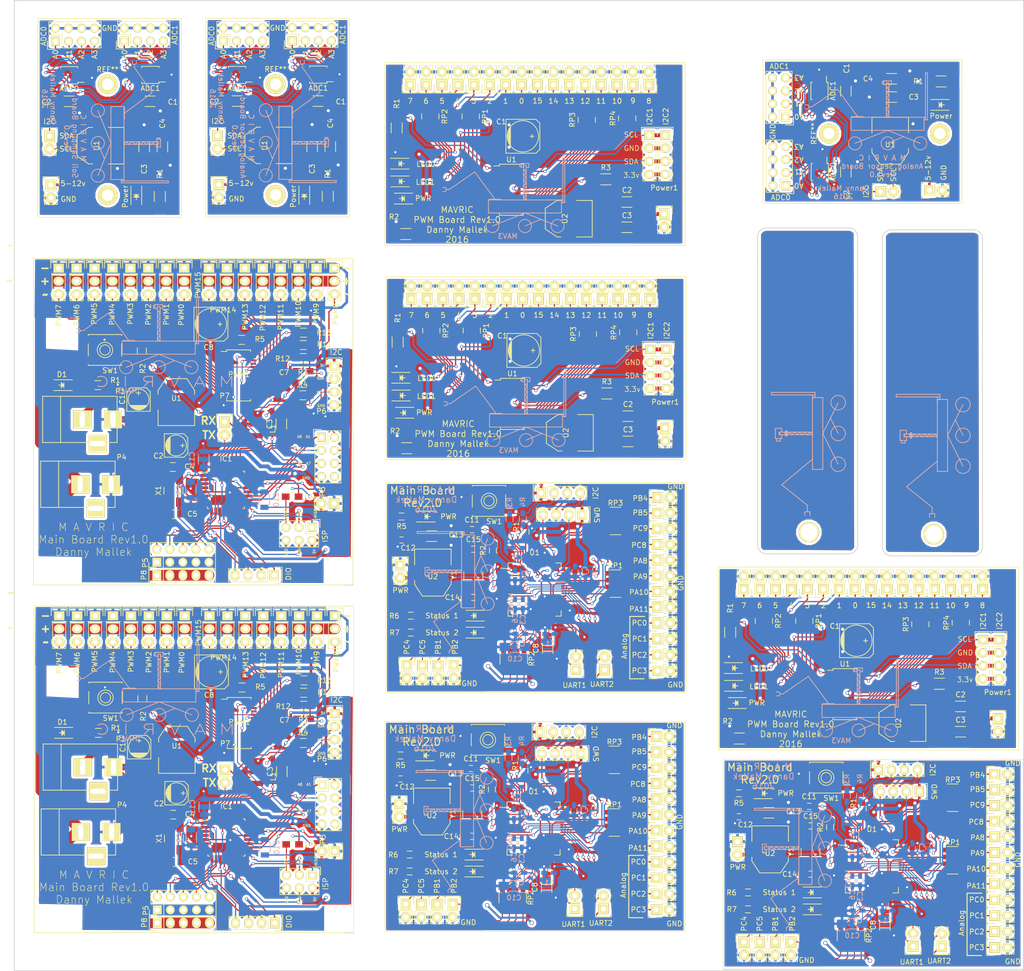
<source format=kicad_pcb>
(kicad_pcb (version 4) (host pcbnew 4.0.0-rc2-stable)
  (layers (0 F.Cu signal) (31 B.Cu signal) (34 B.Paste user) (35 F.Paste user) (36 B.SilkS user) (37 F.SilkS user) (38 B.Mask user) (39 F.Mask user) (44 Edge.Cuts user))
  (net 0 "")
  (net 1 VCC)
  (net 2 GND)
  (net 3 +5V)
  (net 4 "Net-(C3-Pad1)")
  (net 5 /OSC1)
  (net 6 /OSC2)
  (net 7 /~RESET)
  (net 8 "Net-(C6-Pad2)")
  (net 9 /PWM8)
  (net 10 "Net-(D1-Pad1)")
  (net 11 /PWM2/B)
  (net 12 /DIO2)
  (net 13 /PMW0/B)
  (net 14 /PMW0/A)
  (net 15 /DIO3)
  (net 16 /DIO0)
  (net 17 /PWM1/A)
  (net 18 /PWM1/B)
  (net 19 /MOSI)
  (net 20 /MISO)
  (net 21 /SCK)
  (net 22 /ADC6)
  (net 23 "Net-(IC1-Pad20)")
  (net 24 /ADC7)
  (net 25 /ADC0)
  (net 26 /ADC1)
  (net 27 /ADC2)
  (net 28 /ADC3)
  (net 29 /SDA)
  (net 30 /SCL)
  (net 31 /RX)
  (net 32 /TX)
  (net 33 /DIO1)
  (net 34 /7.4v)
  (net 35 /PWM0)
  (net 36 /PWM1)
  (net 37 /PWM2)
  (net 38 /PWM3)
  (net 39 /PWM4)
  (net 40 /PWM5)
  (net 41 /PWM6)
  (net 42 /PWM7)
  (net 43 /PWM9)
  (net 44 /PWM10)
  (net 45 /PWM11)
  (net 46 /PWM12)
  (net 47 /PWM13)
  (net 48 /PWM14)
  (net 49 /PWM15)
  (net 50 "Net-(PWM1-Pad15)")
  (net 51 "Net-(PWM1-Pad16)")
  (net 52 "Net-(PWM1-Pad23)")
  (net 53 "Net-(PWM1-Pad25)")
  (net 54 "Net-(X1-Pad3)")
  (net 55 /AddrPull)
  (net 56 +3V3)
  (net 57 /VDDA)
  (net 58 /VCAP1)
  (net 59 /NRST)
  (net 60 +12V)
  (net 61 "Net-(C15-Pad2)")
  (net 62 "Net-(P1-Pad1)")
  (net 63 "Net-(P2-Pad1)")
  (net 64 "Net-(P3-Pad1)")
  (net 65 "Net-(P4-Pad1)")
  (net 66 "Net-(P5-Pad1)")
  (net 67 "Net-(P6-Pad1)")
  (net 68 "Net-(P7-Pad1)")
  (net 69 "Net-(P8-Pad1)")
  (net 70 "Net-(P9-Pad1)")
  (net 71 "Net-(P10-Pad1)")
  (net 72 "Net-(P11-Pad1)")
  (net 73 "Net-(P12-Pad1)")
  (net 74 /SWDIO)
  (net 75 /SWCLK)
  (net 76 /SDA_1)
  (net 77 /SCL_1)
  (net 78 /BOOT0)
  (net 79 /PA_8)
  (net 80 /PA_11)
  (net 81 /PA_9)
  (net 82 /PB_1)
  (net 83 /PC_5)
  (net 84 /PB_2)
  (net 85 /PC_4)
  (net 86 /PB_4)
  (net 87 /PC_9)
  (net 88 /PB_5)
  (net 89 /PC_8)
  (net 90 /PC_0)
  (net 91 /PC_3)
  (net 92 /PC_1)
  (net 93 /PC_2)
  (net 94 "Net-(D2-Pad2)")
  (net 95 /PA_0)
  (net 96 "Net-(D3-Pad2)")
  (net 97 /PA_1)
  (net 98 /PB_15)
  (net 99 /TX2)
  (net 100 /RX2)
  (net 101 /RX1)
  (net 102 /TX1)
  (net 103 "Net-(D3-Pad1)")
  (net 104 "Net-(R3-Pad1)")
  (net 105 "Net-(RP1-Pad7)")
  (net 106 "Net-(RP1-Pad8)")
  (net 107 "Net-(RP1-Pad6)")
  (net 108 "Net-(RP1-Pad5)")
  (net 109 "Net-(RP2-Pad7)")
  (net 110 "Net-(RP2-Pad8)")
  (net 111 "Net-(RP2-Pad6)")
  (net 112 "Net-(RP2-Pad5)")
  (net 113 "Net-(RP3-Pad1)")
  (net 114 "Net-(RP3-Pad3)")
  (net 115 "Net-(RP3-Pad2)")
  (net 116 "Net-(RP3-Pad4)")
  (net 117 "Net-(RP4-Pad1)")
  (net 118 "Net-(RP4-Pad3)")
  (net 119 "Net-(RP4-Pad2)")
  (net 120 "Net-(RP4-Pad4)")
  (net 121 "Net-(U1-Pad25)")
  (net 122 /GNDPass)
  (net 123 /3.3vPass)
  (net 124 "Net-(ADC0-Pad2)")
  (net 125 /A00)
  (net 126 /A01)
  (net 127 /A02)
  (net 128 /A03)
  (net 129 "Net-(ADC1-Pad2)")
  (net 130 /A10)
  (net 131 /A11)
  (net 132 /A12)
  (net 133 /A13)
  (module Mounting_Holes:MountingHole_2.2mm_M2 (layer F.Cu) (at -490.2708 12.3825)
    (fp_text reference REF** hide)
    (fp_text value MountingHole_2.2mm_M2)
    (pad 1 np_thru_hole circle (at 0 0) (size 2.2 2.2) (drill 2.2) (layers *.Cu *.Mask F.SilkS))
  )
  (module Capacitors_SMD:c_elec_4x4.5 (layer F.Cu) (at -475.4118 -21.0185 90)
    (fp_text reference C1 (at 0 -3.175 90) (layer F.SilkS))
    (fp_text value 10u)
    (pad 1 smd rect (at 1.80086 0 90) (size 2.60096 1.6002) (layers F.Cu F.Paste F.Mask) (net 1 VCC))
    (pad 2 smd rect (at -1.80086 0 90) (size 2.60096 1.6002) (layers F.Cu F.Paste F.Mask) (net 2 GND))
  )
  (module Capacitors_SMD:c_elec_4x4.5 (layer F.Cu) (at -468.1093 -12.065)
    (fp_text reference C2 (at -3.429 2.032) (layer F.SilkS))
    (fp_text value 10u)
    (pad 1 smd rect (at 1.80086 0) (size 2.60096 1.6002) (layers F.Cu F.Paste F.Mask) (net 3 +5V))
    (pad 2 smd rect (at -1.80086 0) (size 2.60096 1.6002) (layers F.Cu F.Paste F.Mask) (net 2 GND))
  )
  (module Capacitors_SMD:C_1206_HandSoldering (layer F.Cu) (at -447.5988 -16.256 90)
    (fp_text reference C3 (at 0 -2.3 90) (layer F.SilkS))
    (fp_text value 100n)
    (pad 1 smd rect (at -2 0 90) (size 2 1.6) (layers F.Cu F.Paste F.Mask) (net 4 "Net-(C3-Pad1)"))
    (pad 2 smd rect (at 2 0 90) (size 2 1.6) (layers F.Cu F.Paste F.Mask) (net 2 GND))
  )
  (module Capacitors_SMD:C_0805_HandSoldering (layer F.Cu) (at -443.3443 -26.543 180)
    (fp_text reference C7 (at 3.7465 -0.254 180) (layer F.SilkS))
    (fp_text value 100nf)
    (pad 1 smd rect (at -1.25 0 180) (size 1.5 1.25) (layers F.Cu F.Paste F.Mask) (net 9 /PWM8))
    (pad 2 smd rect (at 1.25 0 180) (size 1.5 1.25) (layers F.Cu F.Paste F.Mask) (net 2 GND))
  )
  (module Capacitors_SMD:c_elec_6.3x5.8 (layer F.Cu) (at -461.3148 -35.687)
    (fp_text reference C8 (at -0.4445 4.5085) (layer F.SilkS))
    (fp_text value 150u)
    (pad 1 smd rect (at 2.75082 0) (size 3.59918 1.6002) (layers F.Cu F.Paste F.Mask) (net 3 +5V))
    (pad 2 smd rect (at -2.75082 0) (size 3.59918 1.6002) (layers F.Cu F.Paste F.Mask) (net 2 GND))
  )
  (module LEDs:LED_1206 (layer F.Cu) (at -490.4613 -23.8125 180)
    (fp_text reference D1 (at -0.127 2.0955 180) (layer F.SilkS))
    (fp_text value LED)
    (pad 2 smd rect (at 1.41986 0) (size 1.59766 1.80086) (layers F.Cu F.Paste F.Mask) (net 3 +5V))
    (pad 1 smd rect (at -1.41986 0) (size 1.59766 1.80086) (layers F.Cu F.Paste F.Mask) (net 10 "Net-(D1-Pad1)"))
  )
  (module Inductors_NEOSID:Neosid_Inductor_SM-NE29_SMD1008 (layer F.Cu) (at -452.4883 -15.113 270)
    (fp_text reference L1 (at -0.20066 -3.2004 270) (layer F.SilkS))
    (fp_text value 10u)
    (pad 2 smd rect (at 1.14554 0 270) (size 1.02108 2.54) (layers F.Cu F.Paste F.Mask) (net 4 "Net-(C3-Pad1)"))
    (pad 1 smd rect (at -1.14554 0 270) (size 1.02108 2.54) (layers F.Cu F.Paste F.Mask) (net 3 +5V))
  )
  (module Connect:BARREL_JACK (layer F.Cu) (at -486.5878 -17.145)
    (fp_text reference P1 (at 7.62 -5.461 180) (layer F.SilkS))
    (fp_text value 7-16v)
    (pad 1 thru_hole rect (at 6.20014 0) (size 3.50012 3.50012) (drill oval 1.00076 2.99974) (layers *.Cu *.Mask F.SilkS) (net 2 GND))
    (pad 2 thru_hole rect (at 0.20066 0) (size 3.50012 3.50012) (drill oval 1.00076 2.99974) (layers *.Cu *.Mask F.SilkS) (net 1 VCC))
    (pad 3 thru_hole rect (at 3.2004 4.699) (size 3.50012 3.50012) (drill oval 2.99974 1.00076) (layers *.Cu *.Mask F.SilkS))
  )
  (module Pin_Headers:Pin_Header_Straight_1x02 (layer F.Cu) (at -437.3118 -0.762 270)
    (fp_text reference P3 (at -2.3495 2.286 270) (layer F.SilkS))
    (fp_text value 5vReg)
    (pad 1 thru_hole rect (at 0 0 270) (size 2.032 2.032) (drill 1.016) (layers *.Cu *.Mask F.SilkS) (net 2 GND))
    (pad 2 thru_hole oval (at 0 2.54 270) (size 2.032 2.032) (drill 1.016) (layers *.Cu *.Mask F.SilkS) (net 3 +5V))
  )
  (module Connect:BARREL_JACK (layer F.Cu) (at -486.9688 -4.5085)
    (fp_text reference P4 (at 8.255 -5.2705 180) (layer F.SilkS))
    (fp_text value "Servo Power")
    (pad 1 thru_hole rect (at 6.20014 0) (size 3.50012 3.50012) (drill oval 1.00076 2.99974) (layers *.Cu *.Mask F.SilkS) (net 2 GND))
    (pad 2 thru_hole rect (at 0.20066 0) (size 3.50012 3.50012) (drill oval 1.00076 2.99974) (layers *.Cu *.Mask F.SilkS) (net 34 /7.4v))
    (pad 3 thru_hole rect (at 3.2004 4.699) (size 3.50012 3.50012) (drill oval 2.99974 1.00076) (layers *.Cu *.Mask F.SilkS))
  )
  (module Pin_Headers:Pin_Header_Straight_1x02 (layer F.Cu) (at -458.6478 -16.637)
    (fp_text reference P7 (at 0 -5.1) (layer F.SilkS))
    (fp_text value RS232)
    (pad 1 thru_hole rect (at 0 0) (size 2.032 2.032) (drill 1.016) (layers *.Cu *.Mask F.SilkS) (net 31 /RX))
    (pad 2 thru_hole oval (at 0 2.54) (size 2.032 2.032) (drill 1.016) (layers *.Cu *.Mask F.SilkS) (net 32 /TX))
  )
  (module Pin_Headers:Pin_Header_Straight_1x05 (layer F.Cu) (at -471.8558 13.208 90)
    (fp_text reference P8 (at 0.0508 -2.5146 90) (layer F.SilkS))
    (fp_text value "Servo Power 1")
    (pad 1 thru_hole rect (at 0 0 90) (size 2.032 1.7272) (drill 1.016) (layers *.Cu *.Mask F.SilkS) (net 34 /7.4v))
    (pad 2 thru_hole oval (at 0 2.54 90) (size 2.032 1.7272) (drill 1.016) (layers *.Cu *.Mask F.SilkS) (net 34 /7.4v))
    (pad 3 thru_hole oval (at 0 5.08 90) (size 2.032 1.7272) (drill 1.016) (layers *.Cu *.Mask F.SilkS) (net 34 /7.4v))
    (pad 4 thru_hole oval (at 0 7.62 90) (size 2.032 1.7272) (drill 1.016) (layers *.Cu *.Mask F.SilkS) (net 34 /7.4v))
    (pad 5 thru_hole oval (at 0 10.16 90) (size 2.032 1.7272) (drill 1.016) (layers *.Cu *.Mask F.SilkS) (net 34 /7.4v))
  )
  (module Pin_Headers:Pin_Header_Straight_1x04 (layer F.Cu) (at -448.9958 13.208 270)
    (fp_text reference DIO (at -0.254 -2.794 270) (layer F.SilkS))
    (fp_text value "DIO Port")
    (pad 1 thru_hole rect (at 0 0 270) (size 2.032 1.7272) (drill 1.016) (layers *.Cu *.Mask F.SilkS) (net 16 /DIO0))
    (pad 2 thru_hole oval (at 0 2.54 270) (size 2.032 1.7272) (drill 1.016) (layers *.Cu *.Mask F.SilkS) (net 33 /DIO1))
    (pad 3 thru_hole oval (at 0 5.08 270) (size 2.032 1.7272) (drill 1.016) (layers *.Cu *.Mask F.SilkS) (net 12 /DIO2))
    (pad 4 thru_hole oval (at 0 7.62 270) (size 2.032 1.7272) (drill 1.016) (layers *.Cu *.Mask F.SilkS) (net 15 /DIO3))
  )
  (module Pin_Headers:Pin_Header_Straight_2x03 (layer F.Cu) (at -441.6298 3.8735 270)
    (fp_text reference ISP (at 1.7145 -2.54 270) (layer F.SilkS))
    (fp_text value ISP)
    (pad 1 thru_hole rect (at 0 0 270) (size 1.7272 1.7272) (drill 1.016) (layers *.Cu *.Mask F.SilkS) (net 20 /MISO))
    (pad 2 thru_hole oval (at 2.54 0 270) (size 1.7272 1.7272) (drill 1.016) (layers *.Cu *.Mask F.SilkS) (net 3 +5V))
    (pad 3 thru_hole oval (at 0 2.54 270) (size 1.7272 1.7272) (drill 1.016) (layers *.Cu *.Mask F.SilkS) (net 21 /SCK))
    (pad 4 thru_hole oval (at 2.54 2.54 270) (size 1.7272 1.7272) (drill 1.016) (layers *.Cu *.Mask F.SilkS) (net 19 /MOSI))
    (pad 5 thru_hole oval (at 0 5.08 270) (size 1.7272 1.7272) (drill 1.016) (layers *.Cu *.Mask F.SilkS) (net 8 "Net-(C6-Pad2)"))
    (pad 6 thru_hole oval (at 2.54 5.08 270) (size 1.7272 1.7272) (drill 1.016) (layers *.Cu *.Mask F.SilkS) (net 2 GND))
  )
  (module Housings_SSOP:TSSOP-28_4.4x9.7mm_Pitch0.65mm (layer F.Cu) (at -455.9173 -25.7175)
    (fp_text reference PWM1 (at 0.0635 -0.1905) (layer F.SilkS))
    (fp_text value PCA9685)
    (pad 1 smd rect (at -2.85 -4.225) (size 1.1 0.4) (layers F.Cu F.Paste F.Mask) (net 55 /AddrPull))
    (pad 2 smd rect (at -2.85 -3.575) (size 1.1 0.4) (layers F.Cu F.Paste F.Mask) (net 55 /AddrPull))
    (pad 3 smd rect (at -2.85 -2.925) (size 1.1 0.4) (layers F.Cu F.Paste F.Mask) (net 55 /AddrPull))
    (pad 4 smd rect (at -2.85 -2.275) (size 1.1 0.4) (layers F.Cu F.Paste F.Mask) (net 55 /AddrPull))
    (pad 5 smd rect (at -2.85 -1.625) (size 1.1 0.4) (layers F.Cu F.Paste F.Mask) (net 55 /AddrPull))
    (pad 6 smd rect (at -2.85 -0.975) (size 1.1 0.4) (layers F.Cu F.Paste F.Mask) (net 35 /PWM0))
    (pad 7 smd rect (at -2.85 -0.325) (size 1.1 0.4) (layers F.Cu F.Paste F.Mask) (net 36 /PWM1))
    (pad 8 smd rect (at -2.85 0.325) (size 1.1 0.4) (layers F.Cu F.Paste F.Mask) (net 37 /PWM2))
    (pad 9 smd rect (at -2.85 0.975) (size 1.1 0.4) (layers F.Cu F.Paste F.Mask) (net 38 /PWM3))
    (pad 10 smd rect (at -2.85 1.625) (size 1.1 0.4) (layers F.Cu F.Paste F.Mask) (net 39 /PWM4))
    (pad 11 smd rect (at -2.85 2.275) (size 1.1 0.4) (layers F.Cu F.Paste F.Mask) (net 40 /PWM5))
    (pad 12 smd rect (at -2.85 2.925) (size 1.1 0.4) (layers F.Cu F.Paste F.Mask) (net 41 /PWM6))
    (pad 13 smd rect (at -2.85 3.575) (size 1.1 0.4) (layers F.Cu F.Paste F.Mask) (net 42 /PWM7))
    (pad 14 smd rect (at -2.85 4.225) (size 1.1 0.4) (layers F.Cu F.Paste F.Mask) (net 2 GND))
    (pad 15 smd rect (at 2.85 4.225) (size 1.1 0.4) (layers F.Cu F.Paste F.Mask) (net 50 "Net-(PWM1-Pad15)"))
    (pad 16 smd rect (at 2.85 3.575) (size 1.1 0.4) (layers F.Cu F.Paste F.Mask) (net 51 "Net-(PWM1-Pad16)"))
    (pad 17 smd rect (at 2.85 2.925) (size 1.1 0.4) (layers F.Cu F.Paste F.Mask) (net 44 /PWM10))
    (pad 18 smd rect (at 2.85 2.275) (size 1.1 0.4) (layers F.Cu F.Paste F.Mask) (net 45 /PWM11))
    (pad 19 smd rect (at 2.85 1.625) (size 1.1 0.4) (layers F.Cu F.Paste F.Mask) (net 46 /PWM12))
    (pad 20 smd rect (at 2.85 0.975) (size 1.1 0.4) (layers F.Cu F.Paste F.Mask) (net 47 /PWM13))
    (pad 21 smd rect (at 2.85 0.325) (size 1.1 0.4) (layers F.Cu F.Paste F.Mask) (net 48 /PWM14))
    (pad 22 smd rect (at 2.85 -0.325) (size 1.1 0.4) (layers F.Cu F.Paste F.Mask) (net 49 /PWM15))
    (pad 23 smd rect (at 2.85 -0.975) (size 1.1 0.4) (layers F.Cu F.Paste F.Mask) (net 52 "Net-(PWM1-Pad23)"))
    (pad 24 smd rect (at 2.85 -1.625) (size 1.1 0.4) (layers F.Cu F.Paste F.Mask) (net 55 /AddrPull))
    (pad 25 smd rect (at 2.85 -2.275) (size 1.1 0.4) (layers F.Cu F.Paste F.Mask) (net 53 "Net-(PWM1-Pad25)"))
    (pad 26 smd rect (at 2.85 -2.925) (size 1.1 0.4) (layers F.Cu F.Paste F.Mask) (net 30 /SCL))
    (pad 27 smd rect (at 2.85 -3.575) (size 1.1 0.4) (layers F.Cu F.Paste F.Mask) (net 29 /SDA))
    (pad 28 smd rect (at 2.85 -4.225) (size 1.1 0.4) (layers F.Cu F.Paste F.Mask) (net 3 +5V))
  )
  (module Buttons_Switches_SMD:SW_SPST_EVQP0 (layer F.Cu) (at -481.9523 -30.6705 180)
    (fp_text reference SW1 (at -1 -4 180) (layer F.SilkS))
    (fp_text value SW_PUSH)
    (pad 1 smd rect (at 3.4 -2 180) (size 3.2 1) (layers F.Cu F.Paste F.Mask) (net 7 /~RESET))
    (pad 1 smd rect (at -3.4 -2 180) (size 3.2 1) (layers F.Cu F.Paste F.Mask) (net 7 /~RESET))
    (pad 2 smd rect (at -3.4 2 180) (size 3.2 1) (layers F.Cu F.Paste F.Mask) (net 2 GND))
    (pad 2 smd rect (at 3.4 2 180) (size 3.2 1) (layers F.Cu F.Paste F.Mask) (net 2 GND))
  )
  (module Crystals:Crystal_SMD_0603_4Pads (layer F.Cu) (at -468.6173 -3.2385 90)
    (fp_text reference X1 (at 0.0635 -2.921 90) (layer F.SilkS))
    (fp_text value 16MHz)
    (pad 1 smd rect (at -2.19964 1.19888 90) (size 1.80086 1.39954) (layers F.Cu F.Paste F.Mask) (net 6 /OSC2))
    (pad 2 smd rect (at 2.19964 1.19888 90) (size 1.80086 1.39954) (layers F.Cu F.Paste F.Mask) (net 5 /OSC1))
    (pad 3 smd rect (at 2.19964 -1.19888 90) (size 1.80086 1.39954) (layers F.Cu F.Paste F.Mask) (net 54 "Net-(X1-Pad3)"))
    (pad 4 smd rect (at -2.19964 -1.19888 90) (size 1.80086 1.39954) (layers F.Cu F.Paste F.Mask))
  )
  (module Pin_Headers:Pin_Header_Straight_1x04 (layer F.Cu) (at -437.3118 -27.559)
    (fp_text reference I2C (at 0.381 -2.667 180) (layer F.SilkS))
    (fp_text value "I2C BUS")
    (pad 1 thru_hole rect (at 0 0) (size 2.032 1.7272) (drill 1.016) (layers *.Cu *.Mask F.SilkS) (net 3 +5V))
    (pad 2 thru_hole oval (at 0 2.54) (size 2.032 1.7272) (drill 1.016) (layers *.Cu *.Mask F.SilkS) (net 29 /SDA))
    (pad 3 thru_hole oval (at 0 5.08) (size 2.032 1.7272) (drill 1.016) (layers *.Cu *.Mask F.SilkS) (net 30 /SCL))
    (pad 4 thru_hole oval (at 0 7.62) (size 2.032 1.7272) (drill 1.016) (layers *.Cu *.Mask F.SilkS) (net 2 GND))
  )
  (module Pin_Headers:Pin_Header_Straight_1x03 (layer F.Cu) (at -470.0143 -46.609)
    (fp_text reference PWM1 (at 0 9.017 90) (layer F.SilkS))
    (fp_text value PWM1)
    (pad 1 thru_hole rect (at 0 0) (size 2.032 1.7272) (drill 1.016) (layers *.Cu *.Mask F.SilkS) (net 2 GND))
    (pad 2 thru_hole oval (at 0 2.54) (size 2.032 1.7272) (drill 1.016) (layers *.Cu *.Mask F.SilkS) (net 34 /7.4v))
    (pad 3 thru_hole oval (at 0 5.08) (size 2.032 1.7272) (drill 1.016) (layers *.Cu *.Mask F.SilkS) (net 36 /PWM1))
  )
  (module Pin_Headers:Pin_Header_Straight_1x03 (layer F.Cu) (at -466.5218 -46.609)
    (fp_text reference PWM0 (at -0.5715 9.0805 90) (layer F.SilkS))
    (fp_text value PWM0)
    (pad 1 thru_hole rect (at 0 0) (size 2.032 1.7272) (drill 1.016) (layers *.Cu *.Mask F.SilkS) (net 2 GND))
    (pad 2 thru_hole oval (at 0 2.54) (size 2.032 1.7272) (drill 1.016) (layers *.Cu *.Mask F.SilkS) (net 34 /7.4v))
    (pad 3 thru_hole oval (at 0 5.08) (size 2.032 1.7272) (drill 1.016) (layers *.Cu *.Mask F.SilkS) (net 35 /PWM0))
  )
  (module Pin_Headers:Pin_Header_Straight_1x03 (layer F.Cu) (at -473.5068 -46.609)
    (fp_text reference PWM2 (at 0 9.017 90) (layer F.SilkS))
    (fp_text value PWM2)
    (pad 1 thru_hole rect (at 0 0) (size 2.032 1.7272) (drill 1.016) (layers *.Cu *.Mask F.SilkS) (net 2 GND))
    (pad 2 thru_hole oval (at 0 2.54) (size 2.032 1.7272) (drill 1.016) (layers *.Cu *.Mask F.SilkS) (net 34 /7.4v))
    (pad 3 thru_hole oval (at 0 5.08) (size 2.032 1.7272) (drill 1.016) (layers *.Cu *.Mask F.SilkS) (net 37 /PWM2))
  )
  (module Pin_Headers:Pin_Header_Straight_1x03 (layer F.Cu) (at -476.9993 -46.609)
    (fp_text reference PWM3 (at 0 8.89 90) (layer F.SilkS))
    (fp_text value PWM3)
    (pad 1 thru_hole rect (at 0 0) (size 2.032 1.7272) (drill 1.016) (layers *.Cu *.Mask F.SilkS) (net 2 GND))
    (pad 2 thru_hole oval (at 0 2.54) (size 2.032 1.7272) (drill 1.016) (layers *.Cu *.Mask F.SilkS) (net 34 /7.4v))
    (pad 3 thru_hole oval (at 0 5.08) (size 2.032 1.7272) (drill 1.016) (layers *.Cu *.Mask F.SilkS) (net 38 /PWM3))
  )
  (module Pin_Headers:Pin_Header_Straight_1x03 (layer F.Cu) (at -480.4918 -46.609)
    (fp_text reference PWM4 (at -0.0635 9.017 90) (layer F.SilkS))
    (fp_text value PWM4)
    (pad 1 thru_hole rect (at 0 0) (size 2.032 1.7272) (drill 1.016) (layers *.Cu *.Mask F.SilkS) (net 2 GND))
    (pad 2 thru_hole oval (at 0 2.54) (size 2.032 1.7272) (drill 1.016) (layers *.Cu *.Mask F.SilkS) (net 34 /7.4v))
    (pad 3 thru_hole oval (at 0 5.08) (size 2.032 1.7272) (drill 1.016) (layers *.Cu *.Mask F.SilkS) (net 39 /PWM4))
  )
  (module Pin_Headers:Pin_Header_Straight_1x03 (layer F.Cu) (at -483.9843 -46.609)
    (fp_text reference PWM5 (at -0.0635 8.89 90) (layer F.SilkS))
    (fp_text value PWM5)
    (pad 1 thru_hole rect (at 0 0) (size 2.032 1.7272) (drill 1.016) (layers *.Cu *.Mask F.SilkS) (net 2 GND))
    (pad 2 thru_hole oval (at 0 2.54) (size 2.032 1.7272) (drill 1.016) (layers *.Cu *.Mask F.SilkS) (net 34 /7.4v))
    (pad 3 thru_hole oval (at 0 5.08) (size 2.032 1.7272) (drill 1.016) (layers *.Cu *.Mask F.SilkS) (net 40 /PWM5))
  )
  (module Pin_Headers:Pin_Header_Straight_1x03 (layer F.Cu) (at -487.4768 -46.609)
    (fp_text reference PWM6 (at 0 9.144 90) (layer F.SilkS))
    (fp_text value PWM6)
    (pad 1 thru_hole rect (at 0 0) (size 2.032 1.7272) (drill 1.016) (layers *.Cu *.Mask F.SilkS) (net 2 GND))
    (pad 2 thru_hole oval (at 0 2.54) (size 2.032 1.7272) (drill 1.016) (layers *.Cu *.Mask F.SilkS) (net 34 /7.4v))
    (pad 3 thru_hole oval (at 0 5.08) (size 2.032 1.7272) (drill 1.016) (layers *.Cu *.Mask F.SilkS) (net 41 /PWM6))
  )
  (module Pin_Headers:Pin_Header_Straight_1x03 (layer F.Cu) (at -490.9693 -46.609)
    (fp_text reference PWM7 (at 0 9.2075 90) (layer F.SilkS))
    (fp_text value PWM7)
    (pad 1 thru_hole rect (at 0 0) (size 2.032 1.7272) (drill 1.016) (layers *.Cu *.Mask F.SilkS) (net 2 GND))
    (pad 2 thru_hole oval (at 0 2.54) (size 2.032 1.7272) (drill 1.016) (layers *.Cu *.Mask F.SilkS) (net 34 /7.4v))
    (pad 3 thru_hole oval (at 0 5.08) (size 2.032 1.7272) (drill 1.016) (layers *.Cu *.Mask F.SilkS) (net 42 /PWM7))
  )
  (module Pin_Headers:Pin_Header_Straight_1x03 (layer F.Cu) (at -437.2483 -46.609)
    (fp_text reference PWM8 (at 0.254 8.9535 90) (layer F.SilkS))
    (fp_text value PWM8)
    (pad 1 thru_hole rect (at 0 0) (size 2.032 1.7272) (drill 1.016) (layers *.Cu *.Mask F.SilkS) (net 2 GND))
    (pad 2 thru_hole oval (at 0 2.54) (size 2.032 1.7272) (drill 1.016) (layers *.Cu *.Mask F.SilkS) (net 34 /7.4v))
    (pad 3 thru_hole oval (at 0 5.08) (size 2.032 1.7272) (drill 1.016) (layers *.Cu *.Mask F.SilkS) (net 9 /PWM8))
  )
  (module Pin_Headers:Pin_Header_Straight_1x03 (layer F.Cu) (at -440.7408 -46.609)
    (fp_text reference PWM9 (at -0.0635 8.9535 90) (layer F.SilkS))
    (fp_text value PWM9)
    (pad 1 thru_hole rect (at 0 0) (size 2.032 1.7272) (drill 1.016) (layers *.Cu *.Mask F.SilkS) (net 2 GND))
    (pad 2 thru_hole oval (at 0 2.54) (size 2.032 1.7272) (drill 1.016) (layers *.Cu *.Mask F.SilkS) (net 34 /7.4v))
    (pad 3 thru_hole oval (at 0 5.08) (size 2.032 1.7272) (drill 1.016) (layers *.Cu *.Mask F.SilkS) (net 43 /PWM9))
  )
  (module Pin_Headers:Pin_Header_Straight_1x03 (layer F.Cu) (at -444.2333 -46.609)
    (fp_text reference PWM10 (at -0.0635 8.9535 90) (layer F.SilkS))
    (fp_text value PWM10)
    (pad 1 thru_hole rect (at 0 0) (size 2.032 1.7272) (drill 1.016) (layers *.Cu *.Mask F.SilkS) (net 2 GND))
    (pad 2 thru_hole oval (at 0 2.54) (size 2.032 1.7272) (drill 1.016) (layers *.Cu *.Mask F.SilkS) (net 34 /7.4v))
    (pad 3 thru_hole oval (at 0 5.08) (size 2.032 1.7272) (drill 1.016) (layers *.Cu *.Mask F.SilkS) (net 44 /PWM10))
  )
  (module Pin_Headers:Pin_Header_Straight_1x03 (layer F.Cu) (at -447.7258 -46.609)
    (fp_text reference PWM11 (at 0 9.525 90) (layer F.SilkS))
    (fp_text value PWM11)
    (pad 1 thru_hole rect (at 0 0) (size 2.032 1.7272) (drill 1.016) (layers *.Cu *.Mask F.SilkS) (net 2 GND))
    (pad 2 thru_hole oval (at 0 2.54) (size 2.032 1.7272) (drill 1.016) (layers *.Cu *.Mask F.SilkS) (net 34 /7.4v))
    (pad 3 thru_hole oval (at 0 5.08) (size 2.032 1.7272) (drill 1.016) (layers *.Cu *.Mask F.SilkS) (net 45 /PWM11))
  )
  (module Pin_Headers:Pin_Header_Straight_1x03 (layer F.Cu) (at -451.2183 -46.609)
    (fp_text reference PWM12 (at 0 9.652 90) (layer F.SilkS))
    (fp_text value PWM12)
    (pad 1 thru_hole rect (at 0 0) (size 2.032 1.7272) (drill 1.016) (layers *.Cu *.Mask F.SilkS) (net 2 GND))
    (pad 2 thru_hole oval (at 0 2.54) (size 2.032 1.7272) (drill 1.016) (layers *.Cu *.Mask F.SilkS) (net 34 /7.4v))
    (pad 3 thru_hole oval (at 0 5.08) (size 2.032 1.7272) (drill 1.016) (layers *.Cu *.Mask F.SilkS) (net 46 /PWM12))
  )
  (module Pin_Headers:Pin_Header_Straight_1x03 (layer F.Cu) (at -454.7108 -46.609)
    (fp_text reference PWM13 (at 0.0635 9.525 90) (layer F.SilkS))
    (fp_text value PWM13)
    (pad 1 thru_hole rect (at 0 0) (size 2.032 1.7272) (drill 1.016) (layers *.Cu *.Mask F.SilkS) (net 2 GND))
    (pad 2 thru_hole oval (at 0 2.54) (size 2.032 1.7272) (drill 1.016) (layers *.Cu *.Mask F.SilkS) (net 34 /7.4v))
    (pad 3 thru_hole oval (at 0 5.08) (size 2.032 1.7272) (drill 1.016) (layers *.Cu *.Mask F.SilkS) (net 47 /PWM13))
  )
  (module Pin_Headers:Pin_Header_Straight_1x03 (layer F.Cu) (at -458.2033 -46.609)
    (fp_text reference PWM14 (at -0.762 8.128 180) (layer F.SilkS))
    (fp_text value PWM14)
    (pad 1 thru_hole rect (at 0 0) (size 2.032 1.7272) (drill 1.016) (layers *.Cu *.Mask F.SilkS) (net 2 GND))
    (pad 2 thru_hole oval (at 0 2.54) (size 2.032 1.7272) (drill 1.016) (layers *.Cu *.Mask F.SilkS) (net 34 /7.4v))
    (pad 3 thru_hole oval (at 0 5.08) (size 2.032 1.7272) (drill 1.016) (layers *.Cu *.Mask F.SilkS) (net 48 /PWM14))
  )
  (module Pin_Headers:Pin_Header_Straight_1x03 (layer F.Cu) (at -461.6958 -46.609)
    (fp_text reference PWM15 (at -2.159 3.302 90) (layer F.SilkS))
    (fp_text value PWM15)
    (pad 1 thru_hole rect (at 0 0) (size 2.032 1.7272) (drill 1.016) (layers *.Cu *.Mask F.SilkS) (net 2 GND))
    (pad 2 thru_hole oval (at 0 2.54) (size 2.032 1.7272) (drill 1.016) (layers *.Cu *.Mask F.SilkS) (net 34 /7.4v))
    (pad 3 thru_hole oval (at 0 5.08) (size 2.032 1.7272) (drill 1.016) (layers *.Cu *.Mask F.SilkS) (net 49 /PWM15))
  )
  (module Resistors_SMD:R_0805_HandSoldering (layer F.Cu) (at -474.7768 -30.48 270)
    (fp_text reference R2 (at 3.429 -0.1905 270) (layer F.SilkS))
    (fp_text value 10k)
    (pad 1 smd rect (at -1.35 0 270) (size 1.5 1.3) (layers F.Cu F.Paste F.Mask) (net 3 +5V))
    (pad 2 smd rect (at 1.35 0 270) (size 1.5 1.3) (layers F.Cu F.Paste F.Mask) (net 7 /~RESET))
  )
  (module Capacitors_SMD:C_0805_HandSoldering (layer F.Cu) (at -468.7443 -7.874)
    (fp_text reference C4 (at 3.2385 -0.0635) (layer F.SilkS))
    (fp_text value 22p)
    (pad 1 smd rect (at -1.25 0) (size 1.5 1.25) (layers F.Cu F.Paste F.Mask) (net 2 GND))
    (pad 2 smd rect (at 1.25 0) (size 1.5 1.25) (layers F.Cu F.Paste F.Mask) (net 5 /OSC1))
  )
  (module Capacitors_SMD:C_0805_HandSoldering (layer F.Cu) (at -468.2998 1.3335 180)
    (fp_text reference C5 (at -3.3655 0.0635 180) (layer F.SilkS))
    (fp_text value 22p)
    (pad 1 smd rect (at -1.25 0 180) (size 1.5 1.25) (layers F.Cu F.Paste F.Mask) (net 6 /OSC2))
    (pad 2 smd rect (at 1.25 0 180) (size 1.5 1.25) (layers F.Cu F.Paste F.Mask) (net 2 GND))
  )
  (module Capacitors_SMD:C_0805_HandSoldering (layer F.Cu) (at -445.5033 -2.0955 180)
    (fp_text reference C6 (at -3.302 -0.127 180) (layer F.SilkS))
    (fp_text value 100n)
    (pad 1 smd rect (at -1.25 0 180) (size 1.5 1.25) (layers F.Cu F.Paste F.Mask) (net 7 /~RESET))
    (pad 2 smd rect (at 1.25 0 180) (size 1.5 1.25) (layers F.Cu F.Paste F.Mask) (net 8 "Net-(C6-Pad2)"))
  )
  (module Resistors_SMD:R_0805_HandSoldering (layer F.Cu) (at -483.3493 -23.8125)
    (fp_text reference R1 (at 3.429 -0.9525) (layer F.SilkS))
    (fp_text value 220)
    (pad 1 smd rect (at -1.35 0) (size 1.5 1.3) (layers F.Cu F.Paste F.Mask) (net 10 "Net-(D1-Pad1)"))
    (pad 2 smd rect (at 1.35 0) (size 1.5 1.3) (layers F.Cu F.Paste F.Mask) (net 2 GND))
  )
  (module Resistors_SMD:R_0805_HandSoldering (layer F.Cu) (at -443.4078 -24.257)
    (fp_text reference R3 (at 0 -2.1) (layer F.SilkS))
    (fp_text value 6.8k)
    (pad 1 smd rect (at -1.35 0) (size 1.5 1.3) (layers F.Cu F.Paste F.Mask) (net 3 +5V))
    (pad 2 smd rect (at 1.35 0) (size 1.5 1.3) (layers F.Cu F.Paste F.Mask) (net 29 /SDA))
  )
  (module Resistors_SMD:R_0805_HandSoldering (layer F.Cu) (at -443.4078 -21.844)
    (fp_text reference R4 (at 0 -2.1) (layer F.SilkS))
    (fp_text value 6.8k)
    (pad 1 smd rect (at -1.35 0) (size 1.5 1.3) (layers F.Cu F.Paste F.Mask) (net 3 +5V))
    (pad 2 smd rect (at 1.35 0) (size 1.5 1.3) (layers F.Cu F.Paste F.Mask) (net 30 /SCL))
  )
  (module Resistors_SMD:R_0805_HandSoldering (layer F.Cu) (at -455.3458 -32.639)
    (fp_text reference R5 (at 3.556 -0.127) (layer F.SilkS))
    (fp_text value 10k)
    (pad 1 smd rect (at -1.35 0) (size 1.5 1.3) (layers F.Cu F.Paste F.Mask) (net 55 /AddrPull))
    (pad 2 smd rect (at 1.35 0) (size 1.5 1.3) (layers F.Cu F.Paste F.Mask) (net 3 +5V))
  )
  (module Resistors_SMD:R_0805_HandSoldering (layer F.Cu) (at -443.3443 -31.623 180)
    (fp_text reference R11 (at -4.1275 0.127 180) (layer F.SilkS))
    (fp_text value 220)
    (pad 1 smd rect (at -1.35 0 180) (size 1.5 1.3) (layers F.Cu F.Paste F.Mask) (net 43 /PWM9))
    (pad 2 smd rect (at 1.35 0 180) (size 1.5 1.3) (layers F.Cu F.Paste F.Mask) (net 51 "Net-(PWM1-Pad16)"))
  )
  (module Resistors_SMD:R_0805_HandSoldering (layer F.Cu) (at -443.3443 -29.083 180)
    (fp_text reference R12 (at 4.0005 -0.127 180) (layer F.SilkS))
    (fp_text value 220)
    (pad 1 smd rect (at -1.35 0 180) (size 1.5 1.3) (layers F.Cu F.Paste F.Mask) (net 9 /PWM8))
    (pad 2 smd rect (at 1.35 0 180) (size 1.5 1.3) (layers F.Cu F.Paste F.Mask) (net 50 "Net-(PWM1-Pad15)"))
  )
  (module Resistors_SMD:R_0805_HandSoldering (layer F.Cu) (at -443.2808 -34.036 180)
    (fp_text reference R13 (at -4.0005 0 180) (layer F.SilkS))
    (fp_text value 10k)
    (pad 1 smd rect (at -1.35 0 180) (size 1.5 1.3) (layers F.Cu F.Paste F.Mask) (net 2 GND))
    (pad 2 smd rect (at 1.35 0 180) (size 1.5 1.3) (layers F.Cu F.Paste F.Mask) (net 52 "Net-(PWM1-Pad23)"))
  )
  (module Pin_Headers:Pin_Header_Straight_2x05 (layer F.Cu) (at -471.8558 10.668 90)
    (fp_text reference P5 (at -0.1016 -2.2606 90) (layer F.SilkS))
    (fp_text value PMW)
    (pad 1 thru_hole rect (at 0 0 90) (size 1.7272 1.7272) (drill 1.016) (layers *.Cu *.Mask F.SilkS) (net 2 GND))
    (pad 2 thru_hole oval (at 2.54 0 90) (size 1.7272 1.7272) (drill 1.016) (layers *.Cu *.Mask F.SilkS) (net 14 /PMW0/A))
    (pad 3 thru_hole oval (at 0 2.54 90) (size 1.7272 1.7272) (drill 1.016) (layers *.Cu *.Mask F.SilkS) (net 2 GND))
    (pad 4 thru_hole oval (at 2.54 2.54 90) (size 1.7272 1.7272) (drill 1.016) (layers *.Cu *.Mask F.SilkS) (net 13 /PMW0/B))
    (pad 5 thru_hole oval (at 0 5.08 90) (size 1.7272 1.7272) (drill 1.016) (layers *.Cu *.Mask F.SilkS) (net 2 GND))
    (pad 6 thru_hole oval (at 2.54 5.08 90) (size 1.7272 1.7272) (drill 1.016) (layers *.Cu *.Mask F.SilkS) (net 17 /PWM1/A))
    (pad 7 thru_hole oval (at 0 7.62 90) (size 1.7272 1.7272) (drill 1.016) (layers *.Cu *.Mask F.SilkS) (net 2 GND))
    (pad 8 thru_hole oval (at 2.54 7.62 90) (size 1.7272 1.7272) (drill 1.016) (layers *.Cu *.Mask F.SilkS) (net 18 /PWM1/B))
    (pad 9 thru_hole oval (at 0 10.16 90) (size 1.7272 1.7272) (drill 1.016) (layers *.Cu *.Mask F.SilkS) (net 2 GND))
    (pad 10 thru_hole oval (at 2.54 10.16 90) (size 1.7272 1.7272) (drill 1.016) (layers *.Cu *.Mask F.SilkS) (net 11 /PWM2/B))
  )
  (module Pin_Headers:Pin_Header_Straight_2x04 (layer F.Cu) (at -439.7883 -13.6525)
    (fp_text reference P6 (at 0 -5.1) (layer F.SilkS))
    (fp_text value "Analog Port")
    (pad 1 thru_hole rect (at 0 0) (size 1.7272 1.7272) (drill 1.016) (layers *.Cu *.Mask F.SilkS) (net 25 /ADC0))
    (pad 2 thru_hole oval (at 2.54 0) (size 1.7272 1.7272) (drill 1.016) (layers *.Cu *.Mask F.SilkS) (net 26 /ADC1))
    (pad 3 thru_hole oval (at 0 2.54) (size 1.7272 1.7272) (drill 1.016) (layers *.Cu *.Mask F.SilkS) (net 27 /ADC2))
    (pad 4 thru_hole oval (at 2.54 2.54) (size 1.7272 1.7272) (drill 1.016) (layers *.Cu *.Mask F.SilkS) (net 28 /ADC3))
    (pad 5 thru_hole oval (at 0 5.08) (size 1.7272 1.7272) (drill 1.016) (layers *.Cu *.Mask F.SilkS) (net 22 /ADC6))
    (pad 6 thru_hole oval (at 2.54 5.08) (size 1.7272 1.7272) (drill 1.016) (layers *.Cu *.Mask F.SilkS) (net 24 /ADC7))
    (pad 7 thru_hole oval (at 0 7.62) (size 1.7272 1.7272) (drill 1.016) (layers *.Cu *.Mask F.SilkS) (net 2 GND))
    (pad 8 thru_hole oval (at 2.54 7.62) (size 1.7272 1.7272) (drill 1.016) (layers *.Cu *.Mask F.SilkS))
  )
  (module TO_SOT_Packages_SMD:SOT-223 (layer F.Cu) (at -468.0458 -20.5105)
    (fp_text reference U1 (at 0 -0.762) (layer F.SilkS))
    (fp_text value 7805)
    (pad 4 smd rect (at 0 -3.302) (size 3.6576 2.032) (layers F.Cu F.Paste F.Mask))
    (pad 2 smd rect (at 0 3.302) (size 1.016 2.032) (layers F.Cu F.Paste F.Mask) (net 2 GND))
    (pad 3 smd rect (at 2.286 3.302) (size 1.016 2.032) (layers F.Cu F.Paste F.Mask) (net 3 +5V))
    (pad 1 smd rect (at -2.286 3.302) (size 1.016 2.032) (layers F.Cu F.Paste F.Mask) (net 1 VCC))
  )
  (module Labels:MAVRIC (layer B.Cu) (at -471.4748 -31.115 180)
    (fp_text reference MAV3 (at 6.096 -8.382 180) (layer B.SilkS) (effects (justify mirror)))
    (fp_text value MAVRIC)
  )
  (module Mounting_Holes:MountingHole_2.2mm_M2 (layer F.Cu) (at -436.3593 12.3825)
    (fp_text reference REF** hide)
    (fp_text value MountingHole_2.2mm_M2)
    (pad 1 np_thru_hole circle (at 0 0) (size 2.2 2.2) (drill 2.2) (layers *.Cu *.Mask F.SilkS))
  )
  (module Mounting_Holes:MountingHole_2.2mm_M2 (layer F.Cu) (at -490.2708 -33.5915)
    (fp_text reference REF** hide)
    (fp_text value MountingHole_2.2mm_M2)
    (pad 1 np_thru_hole circle (at 0 0) (size 2.2 2.2) (drill 2.2) (layers *.Cu *.Mask F.SilkS))
  )
  (module Mounting_Holes:MountingHole_2.2mm_M2 (layer F.Cu) (at -436.3593 -33.5915)
    (fp_text reference REF** hide)
    (fp_text value MountingHole_2.2mm_M2)
    (pad 1 np_thru_hole circle (at 0 0) (size 2.2 2.2) (drill 2.2) (layers *.Cu *.Mask F.SilkS))
  )
  (module Labels:MAVRIC_TEXT (layer F.Cu) (at -502.1453 2.032)
    (fp_text reference REF** hide)
    (fp_text value MAVRIC_TEXT)
    (fp_text user "M A V R I C" (at 31.877 -26.4795) (layer B.SilkS) (effects (font (size 2 3) (thickness 0.16)) (justify mirror)))
  )
  (module Housings_QFP:TQFP-32_7x7mm_Pitch0.8mm (layer F.Cu) (at -458.3938 -3.429)
    (fp_text reference IC1 (at 0 -6.05) (layer F.SilkS))
    (fp_text value ATMEGA328-A)
    (pad 1 smd rect (at -4.25 -2.8) (size 1.6 0.55) (layers F.Cu F.Paste F.Mask) (net 11 /PWM2/B))
    (pad 2 smd rect (at -4.25 -2) (size 1.6 0.55) (layers F.Cu F.Paste F.Mask) (net 12 /DIO2))
    (pad 3 smd rect (at -4.25 -1.2) (size 1.6 0.55) (layers F.Cu F.Paste F.Mask) (net 2 GND))
    (pad 4 smd rect (at -4.25 -0.4) (size 1.6 0.55) (layers F.Cu F.Paste F.Mask) (net 3 +5V))
    (pad 5 smd rect (at -4.25 0.4) (size 1.6 0.55) (layers F.Cu F.Paste F.Mask) (net 2 GND))
    (pad 6 smd rect (at -4.25 1.2) (size 1.6 0.55) (layers F.Cu F.Paste F.Mask) (net 3 +5V))
    (pad 7 smd rect (at -4.25 2) (size 1.6 0.55) (layers F.Cu F.Paste F.Mask) (net 5 /OSC1))
    (pad 8 smd rect (at -4.25 2.8) (size 1.6 0.55) (layers F.Cu F.Paste F.Mask) (net 6 /OSC2))
    (pad 9 smd rect (at -2.8 4.25 90) (size 1.6 0.55) (layers F.Cu F.Paste F.Mask) (net 13 /PMW0/B))
    (pad 10 smd rect (at -2 4.25 90) (size 1.6 0.55) (layers F.Cu F.Paste F.Mask) (net 14 /PMW0/A))
    (pad 11 smd rect (at -1.2 4.25 90) (size 1.6 0.55) (layers F.Cu F.Paste F.Mask) (net 15 /DIO3))
    (pad 12 smd rect (at -0.4 4.25 90) (size 1.6 0.55) (layers F.Cu F.Paste F.Mask) (net 16 /DIO0))
    (pad 13 smd rect (at 0.4 4.25 90) (size 1.6 0.55) (layers F.Cu F.Paste F.Mask) (net 17 /PWM1/A))
    (pad 14 smd rect (at 1.2 4.25 90) (size 1.6 0.55) (layers F.Cu F.Paste F.Mask) (net 18 /PWM1/B))
    (pad 15 smd rect (at 2 4.25 90) (size 1.6 0.55) (layers F.Cu F.Paste F.Mask) (net 19 /MOSI))
    (pad 16 smd rect (at 2.8 4.25 90) (size 1.6 0.55) (layers F.Cu F.Paste F.Mask) (net 20 /MISO))
    (pad 17 smd rect (at 4.25 2.8) (size 1.6 0.55) (layers F.Cu F.Paste F.Mask) (net 21 /SCK))
    (pad 18 smd rect (at 4.25 2) (size 1.6 0.55) (layers F.Cu F.Paste F.Mask) (net 4 "Net-(C3-Pad1)"))
    (pad 19 smd rect (at 4.25 1.2) (size 1.6 0.55) (layers F.Cu F.Paste F.Mask) (net 22 /ADC6))
    (pad 20 smd rect (at 4.25 0.4) (size 1.6 0.55) (layers F.Cu F.Paste F.Mask) (net 23 "Net-(IC1-Pad20)"))
    (pad 21 smd rect (at 4.25 -0.4) (size 1.6 0.55) (layers F.Cu F.Paste F.Mask) (net 2 GND))
    (pad 22 smd rect (at 4.25 -1.2) (size 1.6 0.55) (layers F.Cu F.Paste F.Mask) (net 24 /ADC7))
    (pad 23 smd rect (at 4.25 -2) (size 1.6 0.55) (layers F.Cu F.Paste F.Mask) (net 25 /ADC0))
    (pad 24 smd rect (at 4.25 -2.8) (size 1.6 0.55) (layers F.Cu F.Paste F.Mask) (net 26 /ADC1))
    (pad 25 smd rect (at 2.8 -4.25 90) (size 1.6 0.55) (layers F.Cu F.Paste F.Mask) (net 27 /ADC2))
    (pad 26 smd rect (at 2 -4.25 90) (size 1.6 0.55) (layers F.Cu F.Paste F.Mask) (net 28 /ADC3))
    (pad 27 smd rect (at 1.2 -4.25 90) (size 1.6 0.55) (layers F.Cu F.Paste F.Mask) (net 29 /SDA))
    (pad 28 smd rect (at 0.4 -4.25 90) (size 1.6 0.55) (layers F.Cu F.Paste F.Mask) (net 30 /SCL))
    (pad 29 smd rect (at -0.4 -4.25 90) (size 1.6 0.55) (layers F.Cu F.Paste F.Mask) (net 7 /~RESET))
    (pad 30 smd rect (at -1.2 -4.25 90) (size 1.6 0.55) (layers F.Cu F.Paste F.Mask) (net 31 /RX))
    (pad 31 smd rect (at -2 -4.25 90) (size 1.6 0.55) (layers F.Cu F.Paste F.Mask) (net 32 /TX))
    (pad 32 smd rect (at -2.8 -4.25 90) (size 1.6 0.55) (layers F.Cu F.Paste F.Mask) (net 33 /DIO1))
  )
  (module Capacitors_SMD:C_1206 (layer B.Cu) (at -465.2518 -3.429 270)
    (fp_text reference C9 (at 0 2.3 270) (layer B.SilkS) (effects (justify mirror)))
    (fp_text value 4.7u)
    (pad 1 smd rect (at -1.5 0 270) (size 1 1.6) (layers B.Cu B.Paste B.Mask) (net 3 +5V))
    (pad 2 smd rect (at 1.5 0 270) (size 1 1.6) (layers B.Cu B.Paste B.Mask) (net 2 GND))
  )
  (module Capacitors_SMD:C_1206 (layer B.Cu) (at -450.9008 -1.524 90)
    (fp_text reference C10 (at 0 2.3 90) (layer B.SilkS) (effects (justify mirror)))
    (fp_text value 100n)
    (pad 1 smd rect (at -1.5 0 90) (size 1 1.6) (layers B.Cu B.Paste B.Mask) (net 3 +5V))
    (pad 2 smd rect (at 1.5 0 90) (size 1 1.6) (layers B.Cu B.Paste B.Mask) (net 2 GND))
  )
  (module Capacitors_SMD:C_1206 (layer B.Cu) (at -462.7118 -9.398 270)
    (fp_text reference C11 (at 0 2.3 270) (layer B.SilkS) (effects (justify mirror)))
    (fp_text value 100n)
    (pad 1 smd rect (at -1.5 0 270) (size 1 1.6) (layers B.Cu B.Paste B.Mask) (net 3 +5V))
    (pad 2 smd rect (at 1.5 0 270) (size 1 1.6) (layers B.Cu B.Paste B.Mask) (net 2 GND))
  )
  (module Capacitors_SMD:C_0603_HandSoldering (layer B.Cu) (at -395.5288 3.4544)
    (fp_text reference C1 (at 0 1.9) (layer B.SilkS) (effects (justify mirror)))
    (fp_text value 100n)
    (pad 1 smd rect (at -0.95 0) (size 1.2 0.75) (layers B.Cu B.Paste B.Mask) (net 2 GND))
    (pad 2 smd rect (at 0.95 0) (size 1.2 0.75) (layers B.Cu B.Paste B.Mask) (net 56 +3V3))
  )
  (module Capacitors_SMD:C_0603_HandSoldering (layer B.Cu) (at -401.3708 3.4544)
    (fp_text reference C2 (at 0 1.9) (layer B.SilkS) (effects (justify mirror)))
    (fp_text value 100n)
    (pad 1 smd rect (at -0.95 0) (size 1.2 0.75) (layers B.Cu B.Paste B.Mask) (net 2 GND))
    (pad 2 smd rect (at 0.95 0) (size 1.2 0.75) (layers B.Cu B.Paste B.Mask) (net 56 +3V3))
  )
  (module Capacitors_SMD:C_0603_HandSoldering (layer B.Cu) (at -400.8628 -2.3876 90)
    (fp_text reference C3 (at -3.048 0 90) (layer B.SilkS) (effects (justify mirror)))
    (fp_text value 100n)
    (pad 1 smd rect (at -0.95 0 90) (size 1.2 0.75) (layers B.Cu B.Paste B.Mask) (net 2 GND))
    (pad 2 smd rect (at 0.95 0 90) (size 1.2 0.75) (layers B.Cu B.Paste B.Mask) (net 57 /VDDA))
  )
  (module Capacitors_SMD:C_0603_HandSoldering (layer B.Cu) (at -402.3868 -7.9756 90)
    (fp_text reference C4 (at 0 1.9 90) (layer B.SilkS) (effects (justify mirror)))
    (fp_text value 100n)
    (pad 1 smd rect (at -0.95 0 90) (size 1.2 0.75) (layers B.Cu B.Paste B.Mask) (net 2 GND))
    (pad 2 smd rect (at 0.95 0 90) (size 1.2 0.75) (layers B.Cu B.Paste B.Mask) (net 56 +3V3))
  )
  (module Capacitors_SMD:C_0603_HandSoldering (layer B.Cu) (at -401.8788 -13.3096)
    (fp_text reference C5 (at 0 1.9) (layer B.SilkS) (effects (justify mirror)))
    (fp_text value 100n)
    (pad 1 smd rect (at -0.95 0) (size 1.2 0.75) (layers B.Cu B.Paste B.Mask) (net 2 GND))
    (pad 2 smd rect (at 0.95 0) (size 1.2 0.75) (layers B.Cu B.Paste B.Mask) (net 56 +3V3))
  )
  (module Capacitors_SMD:C_0603_HandSoldering (layer B.Cu) (at -402.3868 -2.3876 90)
    (fp_text reference C6 (at -2.794 0 90) (layer B.SilkS) (effects (justify mirror)))
    (fp_text value 1u)
    (pad 1 smd rect (at -0.95 0 90) (size 1.2 0.75) (layers B.Cu B.Paste B.Mask) (net 2 GND))
    (pad 2 smd rect (at 0.95 0 90) (size 1.2 0.75) (layers B.Cu B.Paste B.Mask) (net 57 /VDDA))
  )
  (module Capacitors_SMD:C_0603_HandSoldering (layer B.Cu) (at -390.7028 -8.7376 90)
    (fp_text reference C7 (at 0 1.9 90) (layer B.SilkS) (effects (justify mirror)))
    (fp_text value 100n)
    (pad 1 smd rect (at -0.95 0 90) (size 1.2 0.75) (layers B.Cu B.Paste B.Mask) (net 2 GND))
    (pad 2 smd rect (at 0.95 0 90) (size 1.2 0.75) (layers B.Cu B.Paste B.Mask) (net 56 +3V3))
  )
  (module Capacitors_SMD:C_1206_HandSoldering (layer F.Cu) (at -396.0368 6.2484 90)
    (fp_text reference C8 (at 0 -2.3 90) (layer F.SilkS))
    (fp_text value 4.7u)
    (pad 1 smd rect (at -2 0 90) (size 2 1.6) (layers F.Cu F.Paste F.Mask) (net 2 GND))
    (pad 2 smd rect (at 2 0 90) (size 2 1.6) (layers F.Cu F.Paste F.Mask) (net 58 /VCAP1))
  )
  (module Capacitors_SMD:C_0603_HandSoldering (layer B.Cu) (at -388.6708 -8.7376 90)
    (fp_text reference C9 (at 0 1.9 90) (layer B.SilkS) (effects (justify mirror)))
    (fp_text value 100n)
    (pad 1 smd rect (at -0.95 0 90) (size 1.2 0.75) (layers B.Cu B.Paste B.Mask) (net 2 GND))
    (pad 2 smd rect (at 0.95 0 90) (size 1.2 0.75) (layers B.Cu B.Paste B.Mask) (net 56 +3V3))
  )
  (module Capacitors_SMD:C_1206_HandSoldering (layer B.Cu) (at -402.3868 5.9944)
    (fp_text reference C10 (at 0 2.3) (layer B.SilkS) (effects (justify mirror)))
    (fp_text value 4.7u)
    (pad 1 smd rect (at -2 0) (size 2 1.6) (layers B.Cu B.Paste B.Mask) (net 2 GND))
    (pad 2 smd rect (at 2 0) (size 2 1.6) (layers B.Cu B.Paste B.Mask) (net 56 +3V3))
  )
  (module Capacitors_SMD:C_0603_HandSoldering (layer F.Cu) (at -410.7688 -16.8656)
    (fp_text reference C11 (at 0 -1.9) (layer F.SilkS))
    (fp_text value 0.1u)
    (pad 1 smd rect (at -0.95 0) (size 1.2 0.75) (layers F.Cu F.Paste F.Mask) (net 2 GND))
    (pad 2 smd rect (at 0.95 0) (size 1.2 0.75) (layers F.Cu F.Paste F.Mask) (net 59 /NRST))
  )
  (module Capacitors_SMD:C_0603_HandSoldering (layer F.Cu) (at -424.4848 -14.8336 180)
    (fp_text reference C12 (at -1.27 -1.524 180) (layer F.SilkS))
    (fp_text value 100n)
    (pad 1 smd rect (at -0.95 0 180) (size 1.2 0.75) (layers F.Cu F.Paste F.Mask) (net 60 +12V))
    (pad 2 smd rect (at 0.95 0 180) (size 1.2 0.75) (layers F.Cu F.Paste F.Mask) (net 2 GND))
  )
  (module Capacitors_SMD:C_1206_HandSoldering (layer F.Cu) (at -418.6428 -15.5956)
    (fp_text reference C13 (at 4.826 -0.254) (layer F.SilkS))
    (fp_text value 10u)
    (pad 1 smd rect (at -2 0) (size 2 1.6) (layers F.Cu F.Paste F.Mask) (net 56 +3V3))
    (pad 2 smd rect (at 2 0) (size 2 1.6) (layers F.Cu F.Paste F.Mask) (net 2 GND))
  )
  (module Capacitors_SMD:C_0603_HandSoldering (layer F.Cu) (at -410.5148 -3.6576 180)
    (fp_text reference C14 (at 4.064 0 180) (layer F.SilkS))
    (fp_text value 10p)
    (pad 1 smd rect (at -0.95 0 180) (size 1.2 0.75) (layers F.Cu F.Paste F.Mask) (net 5 /OSC1))
    (pad 2 smd rect (at 0.95 0 180) (size 1.2 0.75) (layers F.Cu F.Paste F.Mask) (net 2 GND))
  )
  (module Capacitors_SMD:C_0603_HandSoldering (layer F.Cu) (at -410.5148 -13.0556)
    (fp_text reference C15 (at 0 -1.9) (layer F.SilkS))
    (fp_text value 10p)
    (pad 1 smd rect (at -0.95 0) (size 1.2 0.75) (layers F.Cu F.Paste F.Mask) (net 2 GND))
    (pad 2 smd rect (at 0.95 0) (size 1.2 0.75) (layers F.Cu F.Paste F.Mask) (net 61 "Net-(C15-Pad2)"))
  )
  (module LEDs:LED_1206 (layer F.Cu) (at -419.4048 -19.4056)
    (fp_text reference PWR (at 4.064 0) (layer F.SilkS))
    (fp_text value Power)
    (pad 2 smd rect (at 1.41986 0 180) (size 1.59766 1.80086) (layers F.Cu F.Paste F.Mask) (net 56 +3V3))
    (pad 1 smd rect (at -1.41986 0 180) (size 1.59766 1.80086) (layers F.Cu F.Paste F.Mask) (net 10 "Net-(D1-Pad1)"))
  )
  (module LEDs:LED_1206 (layer F.Cu) (at -410.5148 -0.1016 180)
    (fp_text reference "Status 1" (at 6.096 0 180) (layer F.SilkS))
    (fp_text value Status1)
    (pad 2 smd rect (at 1.41986 0) (size 1.59766 1.80086) (layers F.Cu F.Paste F.Mask) (net 94 "Net-(D2-Pad2)"))
    (pad 1 smd rect (at -1.41986 0) (size 1.59766 1.80086) (layers F.Cu F.Paste F.Mask) (net 95 /PA_0))
  )
  (module LEDs:LED_1206 (layer F.Cu) (at -410.5148 3.2004 180)
    (fp_text reference "Status 2" (at 6.096 0 180) (layer F.SilkS))
    (fp_text value Status2)
    (pad 2 smd rect (at 1.41986 0) (size 1.59766 1.80086) (layers F.Cu F.Paste F.Mask) (net 96 "Net-(D3-Pad2)"))
    (pad 1 smd rect (at -1.41986 0) (size 1.59766 1.80086) (layers F.Cu F.Paste F.Mask) (net 97 /PA_1))
  )
  (module Pin_Headers:Pin_Header_Straight_1x02 (layer F.Cu) (at -374.7008 -10.922 90)
    (fp_text reference PA8 (at -0.1524 -3.302 180) (layer F.SilkS))
    (fp_text value PA_8)
    (pad 1 thru_hole rect (at 0 0 90) (size 2.032 2.032) (drill 1.016) (layers *.Cu *.Mask F.SilkS) (net 62 "Net-(P1-Pad1)"))
    (pad 2 thru_hole oval (at 0 2.54 90) (size 2.032 2.032) (drill 1.016) (layers *.Cu *.Mask F.SilkS) (net 2 GND))
  )
  (module Pin_Headers:Pin_Header_Straight_1x02 (layer F.Cu) (at -374.7008 -7.874 90)
    (fp_text reference PA9 (at -0.1524 -3.302 180) (layer F.SilkS))
    (fp_text value PA_9)
    (pad 1 thru_hole rect (at 0 0 90) (size 2.032 2.032) (drill 1.016) (layers *.Cu *.Mask F.SilkS) (net 63 "Net-(P2-Pad1)"))
    (pad 2 thru_hole oval (at 0 2.54 90) (size 2.032 2.032) (drill 1.016) (layers *.Cu *.Mask F.SilkS) (net 2 GND))
  )
  (module Pin_Headers:Pin_Header_Straight_1x02 (layer F.Cu) (at -374.7008 -4.826 90)
    (fp_text reference PA10 (at -0.1524 -3.556 180) (layer F.SilkS))
    (fp_text value PA_10)
    (pad 1 thru_hole rect (at 0 0 90) (size 2.032 2.032) (drill 1.016) (layers *.Cu *.Mask F.SilkS) (net 64 "Net-(P3-Pad1)"))
    (pad 2 thru_hole oval (at 0 2.54 90) (size 2.032 2.032) (drill 1.016) (layers *.Cu *.Mask F.SilkS) (net 2 GND))
  )
  (module Pin_Headers:Pin_Header_Straight_1x02 (layer F.Cu) (at -374.7008 -1.778 90)
    (fp_text reference PA11 (at -0.4064 -3.556 180) (layer F.SilkS))
    (fp_text value PA_11)
    (pad 1 thru_hole rect (at 0 0 90) (size 2.032 2.032) (drill 1.016) (layers *.Cu *.Mask F.SilkS) (net 65 "Net-(P4-Pad1)"))
    (pad 2 thru_hole oval (at 0 2.54 90) (size 2.032 2.032) (drill 1.016) (layers *.Cu *.Mask F.SilkS) (net 2 GND))
  )
  (module Pin_Headers:Pin_Header_Straight_1x02 (layer F.Cu) (at -414.3248 9.5504)
    (fp_text reference PB2 (at 0.254 -3.556 90) (layer F.SilkS))
    (fp_text value PB_2)
    (pad 1 thru_hole rect (at 0 0) (size 2.032 2.032) (drill 1.016) (layers *.Cu *.Mask F.SilkS) (net 66 "Net-(P5-Pad1)"))
    (pad 2 thru_hole oval (at 0 2.54) (size 2.032 2.032) (drill 1.016) (layers *.Cu *.Mask F.SilkS) (net 2 GND))
  )
  (module Pin_Headers:Pin_Header_Straight_1x02 (layer F.Cu) (at -417.3728 9.5504)
    (fp_text reference PB1 (at 0 -3.556 90) (layer F.SilkS))
    (fp_text value PB_1)
    (pad 1 thru_hole rect (at 0 0) (size 2.032 2.032) (drill 1.016) (layers *.Cu *.Mask F.SilkS) (net 67 "Net-(P6-Pad1)"))
    (pad 2 thru_hole oval (at 0 2.54) (size 2.032 2.032) (drill 1.016) (layers *.Cu *.Mask F.SilkS) (net 2 GND))
  )
  (module Pin_Headers:Pin_Header_Straight_1x02 (layer F.Cu) (at -420.4208 9.5504)
    (fp_text reference PC5 (at 0 -3.556 90) (layer F.SilkS))
    (fp_text value PC_5)
    (pad 1 thru_hole rect (at 0 0) (size 2.032 2.032) (drill 1.016) (layers *.Cu *.Mask F.SilkS) (net 68 "Net-(P7-Pad1)"))
    (pad 2 thru_hole oval (at 0 2.54) (size 2.032 2.032) (drill 1.016) (layers *.Cu *.Mask F.SilkS) (net 2 GND))
  )
  (module Pin_Headers:Pin_Header_Straight_1x02 (layer F.Cu) (at -423.4688 9.5504)
    (fp_text reference PC4 (at 0 -3.556 90) (layer F.SilkS))
    (fp_text value PC_4)
    (pad 1 thru_hole rect (at 0 0) (size 2.032 2.032) (drill 1.016) (layers *.Cu *.Mask F.SilkS) (net 69 "Net-(P8-Pad1)"))
    (pad 2 thru_hole oval (at 0 2.54) (size 2.032 2.032) (drill 1.016) (layers *.Cu *.Mask F.SilkS) (net 2 GND))
  )
  (module Pin_Headers:Pin_Header_Straight_1x02 (layer F.Cu) (at -374.7008 -23.114 90)
    (fp_text reference PB4 (at -0.1524 -3.302 180) (layer F.SilkS))
    (fp_text value PB_4)
    (pad 1 thru_hole rect (at 0 0 90) (size 2.032 2.032) (drill 1.016) (layers *.Cu *.Mask F.SilkS) (net 70 "Net-(P9-Pad1)"))
    (pad 2 thru_hole oval (at 0 2.54 90) (size 2.032 2.032) (drill 1.016) (layers *.Cu *.Mask F.SilkS) (net 2 GND))
  )
  (module Pin_Headers:Pin_Header_Straight_1x02 (layer F.Cu) (at -374.7008 -20.066 90)
    (fp_text reference PB5 (at 0.1016 -3.302 180) (layer F.SilkS))
    (fp_text value PB_5)
    (pad 1 thru_hole rect (at 0 0 90) (size 2.032 2.032) (drill 1.016) (layers *.Cu *.Mask F.SilkS) (net 71 "Net-(P10-Pad1)"))
    (pad 2 thru_hole oval (at 0 2.54 90) (size 2.032 2.032) (drill 1.016) (layers *.Cu *.Mask F.SilkS) (net 2 GND))
  )
  (module Pin_Headers:Pin_Header_Straight_1x02 (layer F.Cu) (at -374.7008 -17.018 90)
    (fp_text reference PC9 (at 0.1016 -3.302 180) (layer F.SilkS))
    (fp_text value PC_9)
    (pad 1 thru_hole rect (at 0 0 90) (size 2.032 2.032) (drill 1.016) (layers *.Cu *.Mask F.SilkS) (net 72 "Net-(P11-Pad1)"))
    (pad 2 thru_hole oval (at 0 2.54 90) (size 2.032 2.032) (drill 1.016) (layers *.Cu *.Mask F.SilkS) (net 2 GND))
  )
  (module Pin_Headers:Pin_Header_Straight_1x02 (layer F.Cu) (at -374.7008 -13.97 90)
    (fp_text reference PC8 (at -0.1524 -3.556 180) (layer F.SilkS))
    (fp_text value PC_8)
    (pad 1 thru_hole rect (at 0 0 90) (size 2.032 2.032) (drill 1.016) (layers *.Cu *.Mask F.SilkS) (net 73 "Net-(P12-Pad1)"))
    (pad 2 thru_hole oval (at 0 2.54 90) (size 2.032 2.032) (drill 1.016) (layers *.Cu *.Mask F.SilkS) (net 2 GND))
  )
  (module Pin_Headers:Pin_Header_Straight_1x04 (layer F.Cu) (at -389.3312 -19.7612 270)
    (fp_text reference SWD (at 0.0508 -2.9464 270) (layer F.SilkS))
    (fp_text value SWD)
    (pad 1 thru_hole rect (at 0 0 270) (size 2.032 1.7272) (drill 1.016) (layers *.Cu *.Mask F.SilkS) (net 56 +3V3))
    (pad 2 thru_hole oval (at 0 2.54 270) (size 2.032 1.7272) (drill 1.016) (layers *.Cu *.Mask F.SilkS) (net 74 /SWDIO))
    (pad 3 thru_hole oval (at 0 5.08 270) (size 2.032 1.7272) (drill 1.016) (layers *.Cu *.Mask F.SilkS) (net 2 GND))
    (pad 4 thru_hole oval (at 0 7.62 270) (size 2.032 1.7272) (drill 1.016) (layers *.Cu *.Mask F.SilkS) (net 75 /SWCLK))
  )
  (module Pin_Headers:Pin_Header_Straight_1x04 (layer F.Cu) (at -397.3068 -23.9776 90)
    (fp_text reference I2C (at 0 10.6172 90) (layer F.SilkS))
    (fp_text value I2C)
    (pad 1 thru_hole rect (at 0 0 90) (size 2.032 1.7272) (drill 1.016) (layers *.Cu *.Mask F.SilkS) (net 56 +3V3))
    (pad 2 thru_hole oval (at 0 2.54 90) (size 2.032 1.7272) (drill 1.016) (layers *.Cu *.Mask F.SilkS) (net 76 /SDA_1))
    (pad 3 thru_hole oval (at 0 5.08 90) (size 2.032 1.7272) (drill 1.016) (layers *.Cu *.Mask F.SilkS) (net 2 GND))
    (pad 4 thru_hole oval (at 0 7.62 90) (size 2.032 1.7272) (drill 1.016) (layers *.Cu *.Mask F.SilkS) (net 77 /SCL_1))
  )
  (module Pin_Headers:Pin_Header_Straight_1x02 (layer F.Cu) (at -424.7388 -10.0076)
    (fp_text reference PWR (at 0.0508 4.9784) (layer F.SilkS))
    (fp_text value Power)
    (pad 1 thru_hole rect (at 0 0) (size 2.032 2.032) (drill 1.016) (layers *.Cu *.Mask F.SilkS) (net 2 GND))
    (pad 2 thru_hole oval (at 0 2.54) (size 2.032 2.032) (drill 1.016) (layers *.Cu *.Mask F.SilkS) (net 60 +12V))
  )
  (module Resistors_SMD:R_0603_HandSoldering (layer F.Cu) (at -400.3548 -16.4592 90)
    (fp_text reference R1 (at 1.016 -1.778 90) (layer F.SilkS))
    (fp_text value 10k)
    (pad 1 smd rect (at -1.1 0 90) (size 1.2 0.9) (layers F.Cu F.Paste F.Mask) (net 78 /BOOT0))
    (pad 2 smd rect (at 1.1 0 90) (size 1.2 0.9) (layers F.Cu F.Paste F.Mask) (net 2 GND))
  )
  (module Resistors_SMD:R_0603_HandSoldering (layer F.Cu) (at -406.7048 -12.8016 90)
    (fp_text reference R2 (at 0 -1.9 90) (layer F.SilkS))
    (fp_text value R_Ext)
    (pad 1 smd rect (at -1.1 0 90) (size 1.2 0.9) (layers F.Cu F.Paste F.Mask) (net 6 /OSC2))
    (pad 2 smd rect (at 1.1 0 90) (size 1.2 0.9) (layers F.Cu F.Paste F.Mask) (net 61 "Net-(C15-Pad2)"))
  )
  (module Resistors_SMD:R_0603_HandSoldering (layer B.Cu) (at -403.4536 -18.8976 270)
    (fp_text reference R3 (at -3.302 0 270) (layer B.SilkS) (effects (justify mirror)))
    (fp_text value 4.7k)
    (pad 1 smd rect (at -1.1 0 270) (size 1.2 0.9) (layers B.Cu B.Paste B.Mask) (net 56 +3V3))
    (pad 2 smd rect (at 1.1 0 270) (size 1.2 0.9) (layers B.Cu B.Paste B.Mask) (net 76 /SDA_1))
  )
  (module Resistors_SMD:R_0603_HandSoldering (layer B.Cu) (at -400.8628 -18.9484 270)
    (fp_text reference R4 (at -3.302 0 270) (layer B.SilkS) (effects (justify mirror)))
    (fp_text value 4.7k)
    (pad 1 smd rect (at -1.1 0 270) (size 1.2 0.9) (layers B.Cu B.Paste B.Mask) (net 56 +3V3))
    (pad 2 smd rect (at 1.1 0 270) (size 1.2 0.9) (layers B.Cu B.Paste B.Mask) (net 77 /SCL_1))
  )
  (module Resistors_SMD:R_0603_HandSoldering (layer F.Cu) (at -424.4848 -19.4056 180)
    (fp_text reference R5 (at 0 -1.9 180) (layer F.SilkS))
    (fp_text value 220)
    (pad 1 smd rect (at -1.1 0 180) (size 1.2 0.9) (layers F.Cu F.Paste F.Mask) (net 10 "Net-(D1-Pad1)"))
    (pad 2 smd rect (at 1.1 0 180) (size 1.2 0.9) (layers F.Cu F.Paste F.Mask) (net 2 GND))
  )
  (module Resistors_SMD:R_0603_HandSoldering (layer F.Cu) (at -422.7068 -0.1016)
    (fp_text reference R6 (at -3.2004 0.0508) (layer F.SilkS))
    (fp_text value 220)
    (pad 1 smd rect (at -1.1 0) (size 1.2 0.9) (layers F.Cu F.Paste F.Mask) (net 56 +3V3))
    (pad 2 smd rect (at 1.1 0) (size 1.2 0.9) (layers F.Cu F.Paste F.Mask) (net 94 "Net-(D2-Pad2)"))
  )
  (module Resistors_SMD:R_0603_HandSoldering (layer F.Cu) (at -422.7068 3.2004)
    (fp_text reference R7 (at -3.1496 0) (layer F.SilkS))
    (fp_text value 220)
    (pad 1 smd rect (at -1.1 0) (size 1.2 0.9) (layers F.Cu F.Paste F.Mask) (net 56 +3V3))
    (pad 2 smd rect (at 1.1 0) (size 1.2 0.9) (layers F.Cu F.Paste F.Mask) (net 96 "Net-(D3-Pad2)"))
  )
  (module Buttons_Switches_SMD:SW_SPST_EVQP0 (layer F.Cu) (at -407.4668 -22.4536 180)
    (fp_text reference SW1 (at -1 -4 180) (layer F.SilkS))
    (fp_text value SPST)
    (pad 1 smd rect (at 3.4 -2 180) (size 3.2 1) (layers F.Cu F.Paste F.Mask) (net 59 /NRST))
    (pad 1 smd rect (at -3.4 -2 180) (size 3.2 1) (layers F.Cu F.Paste F.Mask) (net 59 /NRST))
    (pad 2 smd rect (at -3.4 2 180) (size 3.2 1) (layers F.Cu F.Paste F.Mask) (net 2 GND))
    (pad 2 smd rect (at 3.4 2 180) (size 3.2 1) (layers F.Cu F.Paste F.Mask) (net 2 GND))
  )
  (module TO_SOT_Packages_SMD:SOT-223 (layer F.Cu) (at -418.3888 -8.4836 180)
    (fp_text reference U2 (at 0 -0.762 180) (layer F.SilkS))
    (fp_text value LD1117S33TR)
    (pad 4 smd rect (at 0 -3.302 180) (size 3.6576 2.032) (layers F.Cu F.Paste F.Mask))
    (pad 2 smd rect (at 0 3.302 180) (size 1.016 2.032) (layers F.Cu F.Paste F.Mask) (net 56 +3V3))
    (pad 3 smd rect (at 2.286 3.302 180) (size 1.016 2.032) (layers F.Cu F.Paste F.Mask) (net 60 +12V))
    (pad 1 smd rect (at -2.286 3.302 180) (size 1.016 2.032) (layers F.Cu F.Paste F.Mask) (net 2 GND))
  )
  (module Crystals:Crystal_SMD_0603_4Pads (layer F.Cu) (at -410.5148 -7.9756 90)
    (fp_text reference Y1 (at 0 -3.81 90) (layer F.SilkS))
    (fp_text value 25MHz)
    (pad 1 smd rect (at -2.19964 1.19888 90) (size 1.80086 1.39954) (layers F.Cu F.Paste F.Mask) (net 5 /OSC1))
    (pad 2 smd rect (at 2.19964 1.19888 90) (size 1.80086 1.39954) (layers F.Cu F.Paste F.Mask) (net 61 "Net-(C15-Pad2)"))
    (pad 3 smd rect (at 2.19964 -1.19888 90) (size 1.80086 1.39954) (layers F.Cu F.Paste F.Mask))
    (pad 4 smd rect (at -2.19964 -1.19888 90) (size 1.80086 1.39954) (layers F.Cu F.Paste F.Mask))
  )
  (module Resistors_SMD:R_Array_Convex_4x1206 (layer F.Cu) (at -402.6408 8.2804 270)
    (fp_text reference RP2 (at 0 -3.5 270) (layer F.SilkS))
    (fp_text value "220 4pack")
    (pad 1 smd rect (at -1.5 -2 270) (size 0.9 0.9) (layers F.Cu F.Paste F.Mask) (net 84 /PB_2))
    (pad 4 smd rect (at -1.5 2 270) (size 0.9 0.9) (layers F.Cu F.Paste F.Mask) (net 85 /PC_4))
    (pad 2 smd rect (at -1.5 -0.66 270) (size 0.9 0.9) (layers F.Cu F.Paste F.Mask) (net 82 /PB_1))
    (pad 3 smd rect (at -1.5 0.66 270) (size 0.9 0.9) (layers F.Cu F.Paste F.Mask) (net 83 /PC_5))
    (pad 7 smd rect (at 1.5 -0.66 270) (size 0.9 0.9) (layers F.Cu F.Paste F.Mask) (net 67 "Net-(P6-Pad1)"))
    (pad 8 smd rect (at 1.5 -2 270) (size 0.9 0.9) (layers F.Cu F.Paste F.Mask) (net 66 "Net-(P5-Pad1)"))
    (pad 5 smd rect (at 1.5 2 270) (size 0.9 0.9) (layers F.Cu F.Paste F.Mask) (net 69 "Net-(P8-Pad1)"))
    (pad 6 smd rect (at 1.5 0.66 270) (size 0.9 0.9) (layers F.Cu F.Paste F.Mask) (net 68 "Net-(P7-Pad1)"))
  )
  (module Resistors_SMD:R_Array_Convex_4x1206 (layer F.Cu) (at -382.8288 -18.542)
    (fp_text reference RP3 (at 0 -3.5) (layer F.SilkS))
    (fp_text value "220 4pack")
    (pad 1 smd rect (at -1.5 -2) (size 0.9 0.9) (layers F.Cu F.Paste F.Mask) (net 86 /PB_4))
    (pad 4 smd rect (at -1.5 2) (size 0.9 0.9) (layers F.Cu F.Paste F.Mask) (net 89 /PC_8))
    (pad 2 smd rect (at -1.5 -0.66) (size 0.9 0.9) (layers F.Cu F.Paste F.Mask) (net 88 /PB_5))
    (pad 3 smd rect (at -1.5 0.66) (size 0.9 0.9) (layers F.Cu F.Paste F.Mask) (net 87 /PC_9))
    (pad 7 smd rect (at 1.5 -0.66) (size 0.9 0.9) (layers F.Cu F.Paste F.Mask) (net 71 "Net-(P10-Pad1)"))
    (pad 8 smd rect (at 1.5 -2) (size 0.9 0.9) (layers F.Cu F.Paste F.Mask) (net 70 "Net-(P9-Pad1)"))
    (pad 5 smd rect (at 1.5 2) (size 0.9 0.9) (layers F.Cu F.Paste F.Mask) (net 73 "Net-(P12-Pad1)"))
    (pad 6 smd rect (at 1.5 0.66) (size 0.9 0.9) (layers F.Cu F.Paste F.Mask) (net 72 "Net-(P11-Pad1)"))
  )
  (module Resistors_SMD:R_Array_Convex_4x1206 (layer F.Cu) (at -382.8288 -6.35)
    (fp_text reference RP1 (at 0 -3.5) (layer F.SilkS))
    (fp_text value "220 4pack")
    (pad 1 smd rect (at -1.5 -2) (size 0.9 0.9) (layers F.Cu F.Paste F.Mask) (net 98 /PB_15))
    (pad 4 smd rect (at -1.5 2) (size 0.9 0.9) (layers F.Cu F.Paste F.Mask) (net 79 /PA_8))
    (pad 2 smd rect (at -1.5 -0.66) (size 0.9 0.9) (layers F.Cu F.Paste F.Mask) (net 80 /PA_11))
    (pad 3 smd rect (at -1.5 0.66) (size 0.9 0.9) (layers F.Cu F.Paste F.Mask) (net 81 /PA_9))
    (pad 7 smd rect (at 1.5 -0.66) (size 0.9 0.9) (layers F.Cu F.Paste F.Mask) (net 63 "Net-(P2-Pad1)"))
    (pad 8 smd rect (at 1.5 -2) (size 0.9 0.9) (layers F.Cu F.Paste F.Mask) (net 62 "Net-(P1-Pad1)"))
    (pad 5 smd rect (at 1.5 2) (size 0.9 0.9) (layers F.Cu F.Paste F.Mask) (net 65 "Net-(P4-Pad1)"))
    (pad 6 smd rect (at 1.5 0.66) (size 0.9 0.9) (layers F.Cu F.Paste F.Mask) (net 64 "Net-(P3-Pad1)"))
  )
  (module Labels:MAVRIC (layer B.Cu) (at -411.5308 -8.7376 270)
    (fp_text reference MAV3 (at 6.096 -8.382 270) (layer B.SilkS) (effects (justify mirror)))
    (fp_text value MAVRIC)
  )
  (module Pin_Headers:Pin_Header_Straight_1x02 (layer F.Cu) (at -390.5504 10.414 180)
    (fp_text reference UART1 (at 0.254 -3.048 180) (layer F.SilkS))
    (fp_text value UART1)
    (pad 1 thru_hole rect (at 0 0 180) (size 2.032 2.032) (drill 1.016) (layers *.Cu *.Mask F.SilkS) (net 102 /TX1))
    (pad 2 thru_hole oval (at 0 2.54 180) (size 2.032 2.032) (drill 1.016) (layers *.Cu *.Mask F.SilkS) (net 101 /RX1))
  )
  (module Pin_Headers:Pin_Header_Straight_1x02 (layer F.Cu) (at -384.9624 10.4648 180)
    (fp_text reference UART2 (at 0.508 -2.794 180) (layer F.SilkS))
    (fp_text value UART2)
    (pad 1 thru_hole rect (at 0 0 180) (size 2.032 2.032) (drill 1.016) (layers *.Cu *.Mask F.SilkS) (net 99 /TX2))
    (pad 2 thru_hole oval (at 0 2.54 180) (size 2.032 2.032) (drill 1.016) (layers *.Cu *.Mask F.SilkS) (net 100 /RX2))
  )
  (module Housings_QFP:LQFP-64_10x10mm_Pitch0.5mm (layer F.Cu) (at -398.5768 -5.1816)
    (fp_text reference U1 (at 0 -7.2) (layer F.SilkS))
    (fp_text value STM32F401RCT6)
    (pad 1 smd rect (at -5.7 -3.75) (size 1 0.25) (layers F.Cu F.Paste F.Mask) (net 56 +3V3))
    (pad 2 smd rect (at -5.7 -3.25) (size 1 0.25) (layers F.Cu F.Paste F.Mask) (net 2 GND))
    (pad 3 smd rect (at -5.7 -2.75) (size 1 0.25) (layers F.Cu F.Paste F.Mask) (net 2 GND))
    (pad 4 smd rect (at -5.7 -2.25) (size 1 0.25) (layers F.Cu F.Paste F.Mask) (net 2 GND))
    (pad 5 smd rect (at -5.7 -1.75) (size 1 0.25) (layers F.Cu F.Paste F.Mask) (net 5 /OSC1))
    (pad 6 smd rect (at -5.7 -1.25) (size 1 0.25) (layers F.Cu F.Paste F.Mask) (net 6 /OSC2))
    (pad 7 smd rect (at -5.7 -0.75) (size 1 0.25) (layers F.Cu F.Paste F.Mask) (net 59 /NRST))
    (pad 8 smd rect (at -5.7 -0.25) (size 1 0.25) (layers F.Cu F.Paste F.Mask) (net 90 /PC_0))
    (pad 9 smd rect (at -5.7 0.25) (size 1 0.25) (layers F.Cu F.Paste F.Mask) (net 92 /PC_1))
    (pad 10 smd rect (at -5.7 0.75) (size 1 0.25) (layers F.Cu F.Paste F.Mask) (net 93 /PC_2))
    (pad 11 smd rect (at -5.7 1.25) (size 1 0.25) (layers F.Cu F.Paste F.Mask) (net 91 /PC_3))
    (pad 12 smd rect (at -5.7 1.75) (size 1 0.25) (layers F.Cu F.Paste F.Mask) (net 2 GND))
    (pad 13 smd rect (at -5.7 2.25) (size 1 0.25) (layers F.Cu F.Paste F.Mask) (net 57 /VDDA))
    (pad 14 smd rect (at -5.7 2.75) (size 1 0.25) (layers F.Cu F.Paste F.Mask) (net 95 /PA_0))
    (pad 15 smd rect (at -5.7 3.25) (size 1 0.25) (layers F.Cu F.Paste F.Mask) (net 97 /PA_1))
    (pad 16 smd rect (at -5.7 3.75) (size 1 0.25) (layers F.Cu F.Paste F.Mask) (net 99 /TX2))
    (pad 17 smd rect (at -3.75 5.7 90) (size 1 0.25) (layers F.Cu F.Paste F.Mask) (net 100 /RX2))
    (pad 18 smd rect (at -3.25 5.7 90) (size 1 0.25) (layers F.Cu F.Paste F.Mask) (net 2 GND))
    (pad 19 smd rect (at -2.75 5.7 90) (size 1 0.25) (layers F.Cu F.Paste F.Mask) (net 56 +3V3))
    (pad 20 smd rect (at -2.25 5.7 90) (size 1 0.25) (layers F.Cu F.Paste F.Mask) (net 2 GND))
    (pad 21 smd rect (at -1.75 5.7 90) (size 1 0.25) (layers F.Cu F.Paste F.Mask) (net 2 GND))
    (pad 22 smd rect (at -1.25 5.7 90) (size 1 0.25) (layers F.Cu F.Paste F.Mask) (net 2 GND))
    (pad 23 smd rect (at -0.75 5.7 90) (size 1 0.25) (layers F.Cu F.Paste F.Mask) (net 2 GND))
    (pad 24 smd rect (at -0.25 5.7 90) (size 1 0.25) (layers F.Cu F.Paste F.Mask) (net 85 /PC_4))
    (pad 25 smd rect (at 0.25 5.7 90) (size 1 0.25) (layers F.Cu F.Paste F.Mask) (net 83 /PC_5))
    (pad 26 smd rect (at 0.75 5.7 90) (size 1 0.25) (layers F.Cu F.Paste F.Mask) (net 2 GND))
    (pad 27 smd rect (at 1.25 5.7 90) (size 1 0.25) (layers F.Cu F.Paste F.Mask) (net 82 /PB_1))
    (pad 28 smd rect (at 1.75 5.7 90) (size 1 0.25) (layers F.Cu F.Paste F.Mask) (net 84 /PB_2))
    (pad 29 smd rect (at 2.25 5.7 90) (size 1 0.25) (layers F.Cu F.Paste F.Mask) (net 2 GND))
    (pad 30 smd rect (at 2.75 5.7 90) (size 1 0.25) (layers F.Cu F.Paste F.Mask) (net 58 /VCAP1))
    (pad 31 smd rect (at 3.25 5.7 90) (size 1 0.25) (layers F.Cu F.Paste F.Mask) (net 2 GND))
    (pad 32 smd rect (at 3.75 5.7 90) (size 1 0.25) (layers F.Cu F.Paste F.Mask) (net 56 +3V3))
    (pad 33 smd rect (at 5.7 3.75) (size 1 0.25) (layers F.Cu F.Paste F.Mask) (net 2 GND))
    (pad 34 smd rect (at 5.7 3.25) (size 1 0.25) (layers F.Cu F.Paste F.Mask) (net 2 GND))
    (pad 35 smd rect (at 5.7 2.75) (size 1 0.25) (layers F.Cu F.Paste F.Mask) (net 2 GND))
    (pad 36 smd rect (at 5.7 2.25) (size 1 0.25) (layers F.Cu F.Paste F.Mask) (net 98 /PB_15))
    (pad 37 smd rect (at 5.7 1.75) (size 1 0.25) (layers F.Cu F.Paste F.Mask) (net 2 GND))
    (pad 38 smd rect (at 5.7 1.25) (size 1 0.25) (layers F.Cu F.Paste F.Mask) (net 2 GND))
    (pad 39 smd rect (at 5.7 0.75) (size 1 0.25) (layers F.Cu F.Paste F.Mask) (net 89 /PC_8))
    (pad 40 smd rect (at 5.7 0.25) (size 1 0.25) (layers F.Cu F.Paste F.Mask) (net 87 /PC_9))
    (pad 41 smd rect (at 5.7 -0.25) (size 1 0.25) (layers F.Cu F.Paste F.Mask) (net 79 /PA_8))
    (pad 42 smd rect (at 5.7 -0.75) (size 1 0.25) (layers F.Cu F.Paste F.Mask) (net 81 /PA_9))
    (pad 43 smd rect (at 5.7 -1.25) (size 1 0.25) (layers F.Cu F.Paste F.Mask) (net 101 /RX1))
    (pad 44 smd rect (at 5.7 -1.75) (size 1 0.25) (layers F.Cu F.Paste F.Mask) (net 80 /PA_11))
    (pad 45 smd rect (at 5.7 -2.25) (size 1 0.25) (layers F.Cu F.Paste F.Mask) (net 2 GND))
    (pad 46 smd rect (at 5.7 -2.75) (size 1 0.25) (layers F.Cu F.Paste F.Mask) (net 74 /SWDIO))
    (pad 47 smd rect (at 5.7 -3.25) (size 1 0.25) (layers F.Cu F.Paste F.Mask) (net 2 GND))
    (pad 48 smd rect (at 5.7 -3.75) (size 1 0.25) (layers F.Cu F.Paste F.Mask) (net 56 +3V3))
    (pad 49 smd rect (at 3.75 -5.7 90) (size 1 0.25) (layers F.Cu F.Paste F.Mask) (net 75 /SWCLK))
    (pad 50 smd rect (at 3.25 -5.7 90) (size 1 0.25) (layers F.Cu F.Paste F.Mask) (net 2 GND))
    (pad 51 smd rect (at 2.75 -5.7 90) (size 1 0.25) (layers F.Cu F.Paste F.Mask) (net 2 GND))
    (pad 52 smd rect (at 2.25 -5.7 90) (size 1 0.25) (layers F.Cu F.Paste F.Mask) (net 2 GND))
    (pad 53 smd rect (at 1.75 -5.7 90) (size 1 0.25) (layers F.Cu F.Paste F.Mask) (net 2 GND))
    (pad 54 smd rect (at 1.25 -5.7 90) (size 1 0.25) (layers F.Cu F.Paste F.Mask) (net 2 GND))
    (pad 55 smd rect (at 0.75 -5.7 90) (size 1 0.25) (layers F.Cu F.Paste F.Mask) (net 2 GND))
    (pad 56 smd rect (at 0.25 -5.7 90) (size 1 0.25) (layers F.Cu F.Paste F.Mask) (net 86 /PB_4))
    (pad 57 smd rect (at -0.25 -5.7 90) (size 1 0.25) (layers F.Cu F.Paste F.Mask) (net 88 /PB_5))
    (pad 58 smd rect (at -0.75 -5.7 90) (size 1 0.25) (layers F.Cu F.Paste F.Mask) (net 102 /TX1))
    (pad 59 smd rect (at -1.25 -5.7 90) (size 1 0.25) (layers F.Cu F.Paste F.Mask) (net 2 GND))
    (pad 60 smd rect (at -1.75 -5.7 90) (size 1 0.25) (layers F.Cu F.Paste F.Mask) (net 78 /BOOT0))
    (pad 61 smd rect (at -2.25 -5.7 90) (size 1 0.25) (layers F.Cu F.Paste F.Mask) (net 77 /SCL_1))
    (pad 62 smd rect (at -2.75 -5.7 90) (size 1 0.25) (layers F.Cu F.Paste F.Mask) (net 76 /SDA_1))
    (pad 63 smd rect (at -3.25 -5.7 90) (size 1 0.25) (layers F.Cu F.Paste F.Mask) (net 2 GND))
    (pad 64 smd rect (at -3.75 -5.7 90) (size 1 0.25) (layers F.Cu F.Paste F.Mask) (net 56 +3V3))
  )
  (module Pin_Headers:Pin_Header_Straight_1x02 (layer F.Cu) (at -374.7008 1.3208 90)
    (fp_text reference PC0 (at 0 -3.4544 180) (layer F.SilkS))
    (fp_text value PC_0)
    (pad 1 thru_hole rect (at 0 0 90) (size 2.032 2.032) (drill 1.016) (layers *.Cu *.Mask F.SilkS) (net 90 /PC_0))
    (pad 2 thru_hole oval (at 0 2.54 90) (size 2.032 2.032) (drill 1.016) (layers *.Cu *.Mask F.SilkS) (net 2 GND))
  )
  (module Pin_Headers:Pin_Header_Straight_1x02 (layer F.Cu) (at -374.7008 4.4196 90)
    (fp_text reference PC1 (at 0 -3.4036 180) (layer F.SilkS))
    (fp_text value PC_1)
    (pad 1 thru_hole rect (at 0 0 90) (size 2.032 2.032) (drill 1.016) (layers *.Cu *.Mask F.SilkS) (net 92 /PC_1))
    (pad 2 thru_hole oval (at 0 2.54 90) (size 2.032 2.032) (drill 1.016) (layers *.Cu *.Mask F.SilkS) (net 2 GND))
  )
  (module Pin_Headers:Pin_Header_Straight_1x02 (layer F.Cu) (at -374.7008 7.5184 90)
    (fp_text reference PC2 (at -0.0508 -3.4544 180) (layer F.SilkS))
    (fp_text value PC_2)
    (pad 1 thru_hole rect (at 0 0 90) (size 2.032 2.032) (drill 1.016) (layers *.Cu *.Mask F.SilkS) (net 93 /PC_2))
    (pad 2 thru_hole oval (at 0 2.54 90) (size 2.032 2.032) (drill 1.016) (layers *.Cu *.Mask F.SilkS) (net 2 GND))
  )
  (module Pin_Headers:Pin_Header_Straight_1x02 (layer F.Cu) (at -374.7008 10.6172 90)
    (fp_text reference PC3 (at 0 -3.4544 180) (layer F.SilkS))
    (fp_text value PC_3)
    (pad 1 thru_hole rect (at 0 0 90) (size 2.032 2.032) (drill 1.016) (layers *.Cu *.Mask F.SilkS) (net 91 /PC_3))
    (pad 2 thru_hole oval (at 0 2.54 90) (size 2.032 2.032) (drill 1.016) (layers *.Cu *.Mask F.SilkS) (net 2 GND))
  )
  (module Capacitors_SMD:C_0603_HandSoldering (layer B.Cu) (at -395.3256 -43.0784)
    (fp_text reference C1 (at 0 1.9) (layer B.SilkS) (effects (justify mirror)))
    (fp_text value 100n)
    (pad 1 smd rect (at -0.95 0) (size 1.2 0.75) (layers B.Cu B.Paste B.Mask) (net 2 GND))
    (pad 2 smd rect (at 0.95 0) (size 1.2 0.75) (layers B.Cu B.Paste B.Mask) (net 56 +3V3))
  )
  (module Capacitors_SMD:C_0603_HandSoldering (layer B.Cu) (at -401.1676 -43.0784)
    (fp_text reference C2 (at 0 1.9) (layer B.SilkS) (effects (justify mirror)))
    (fp_text value 100n)
    (pad 1 smd rect (at -0.95 0) (size 1.2 0.75) (layers B.Cu B.Paste B.Mask) (net 2 GND))
    (pad 2 smd rect (at 0.95 0) (size 1.2 0.75) (layers B.Cu B.Paste B.Mask) (net 56 +3V3))
  )
  (module Capacitors_SMD:C_0603_HandSoldering (layer B.Cu) (at -400.6596 -48.9204 90)
    (fp_text reference C3 (at -3.048 0 90) (layer B.SilkS) (effects (justify mirror)))
    (fp_text value 100n)
    (pad 1 smd rect (at -0.95 0 90) (size 1.2 0.75) (layers B.Cu B.Paste B.Mask) (net 2 GND))
    (pad 2 smd rect (at 0.95 0 90) (size 1.2 0.75) (layers B.Cu B.Paste B.Mask) (net 57 /VDDA))
  )
  (module Capacitors_SMD:C_0603_HandSoldering (layer B.Cu) (at -402.1836 -54.5084 90)
    (fp_text reference C4 (at 0 1.9 90) (layer B.SilkS) (effects (justify mirror)))
    (fp_text value 100n)
    (pad 1 smd rect (at -0.95 0 90) (size 1.2 0.75) (layers B.Cu B.Paste B.Mask) (net 2 GND))
    (pad 2 smd rect (at 0.95 0 90) (size 1.2 0.75) (layers B.Cu B.Paste B.Mask) (net 56 +3V3))
  )
  (module Capacitors_SMD:C_0603_HandSoldering (layer B.Cu) (at -401.6756 -59.8424)
    (fp_text reference C5 (at 0 1.9) (layer B.SilkS) (effects (justify mirror)))
    (fp_text value 100n)
    (pad 1 smd rect (at -0.95 0) (size 1.2 0.75) (layers B.Cu B.Paste B.Mask) (net 2 GND))
    (pad 2 smd rect (at 0.95 0) (size 1.2 0.75) (layers B.Cu B.Paste B.Mask) (net 56 +3V3))
  )
  (module Capacitors_SMD:C_0603_HandSoldering (layer B.Cu) (at -402.1836 -48.9204 90)
    (fp_text reference C6 (at -2.794 0 90) (layer B.SilkS) (effects (justify mirror)))
    (fp_text value 1u)
    (pad 1 smd rect (at -0.95 0 90) (size 1.2 0.75) (layers B.Cu B.Paste B.Mask) (net 2 GND))
    (pad 2 smd rect (at 0.95 0 90) (size 1.2 0.75) (layers B.Cu B.Paste B.Mask) (net 57 /VDDA))
  )
  (module Capacitors_SMD:C_0603_HandSoldering (layer B.Cu) (at -390.4996 -55.2704 90)
    (fp_text reference C7 (at 0 1.9 90) (layer B.SilkS) (effects (justify mirror)))
    (fp_text value 100n)
    (pad 1 smd rect (at -0.95 0 90) (size 1.2 0.75) (layers B.Cu B.Paste B.Mask) (net 2 GND))
    (pad 2 smd rect (at 0.95 0 90) (size 1.2 0.75) (layers B.Cu B.Paste B.Mask) (net 56 +3V3))
  )
  (module Capacitors_SMD:C_1206_HandSoldering (layer F.Cu) (at -395.8336 -40.2844 90)
    (fp_text reference C8 (at 0 -2.3 90) (layer F.SilkS))
    (fp_text value 4.7u)
    (pad 1 smd rect (at -2 0 90) (size 2 1.6) (layers F.Cu F.Paste F.Mask) (net 2 GND))
    (pad 2 smd rect (at 2 0 90) (size 2 1.6) (layers F.Cu F.Paste F.Mask) (net 58 /VCAP1))
  )
  (module Capacitors_SMD:C_0603_HandSoldering (layer B.Cu) (at -388.4676 -55.2704 90)
    (fp_text reference C9 (at 0 1.9 90) (layer B.SilkS) (effects (justify mirror)))
    (fp_text value 100n)
    (pad 1 smd rect (at -0.95 0 90) (size 1.2 0.75) (layers B.Cu B.Paste B.Mask) (net 2 GND))
    (pad 2 smd rect (at 0.95 0 90) (size 1.2 0.75) (layers B.Cu B.Paste B.Mask) (net 56 +3V3))
  )
  (module Capacitors_SMD:C_1206_HandSoldering (layer B.Cu) (at -402.1836 -40.5384)
    (fp_text reference C10 (at 0 2.3) (layer B.SilkS) (effects (justify mirror)))
    (fp_text value 4.7u)
    (pad 1 smd rect (at -2 0) (size 2 1.6) (layers B.Cu B.Paste B.Mask) (net 2 GND))
    (pad 2 smd rect (at 2 0) (size 2 1.6) (layers B.Cu B.Paste B.Mask) (net 56 +3V3))
  )
  (module Capacitors_SMD:C_0603_HandSoldering (layer F.Cu) (at -410.5656 -63.3984)
    (fp_text reference C11 (at 0 -1.9) (layer F.SilkS))
    (fp_text value 0.1u)
    (pad 1 smd rect (at -0.95 0) (size 1.2 0.75) (layers F.Cu F.Paste F.Mask) (net 2 GND))
    (pad 2 smd rect (at 0.95 0) (size 1.2 0.75) (layers F.Cu F.Paste F.Mask) (net 59 /NRST))
  )
  (module Capacitors_SMD:C_0603_HandSoldering (layer F.Cu) (at -424.2816 -61.3664 180)
    (fp_text reference C12 (at -1.27 -1.524 180) (layer F.SilkS))
    (fp_text value 100n)
    (pad 1 smd rect (at -0.95 0 180) (size 1.2 0.75) (layers F.Cu F.Paste F.Mask) (net 60 +12V))
    (pad 2 smd rect (at 0.95 0 180) (size 1.2 0.75) (layers F.Cu F.Paste F.Mask) (net 2 GND))
  )
  (module Capacitors_SMD:C_1206_HandSoldering (layer F.Cu) (at -418.4396 -62.1284)
    (fp_text reference C13 (at 4.826 -0.254) (layer F.SilkS))
    (fp_text value 10u)
    (pad 1 smd rect (at -2 0) (size 2 1.6) (layers F.Cu F.Paste F.Mask) (net 56 +3V3))
    (pad 2 smd rect (at 2 0) (size 2 1.6) (layers F.Cu F.Paste F.Mask) (net 2 GND))
  )
  (module Capacitors_SMD:C_0603_HandSoldering (layer F.Cu) (at -410.3116 -50.1904 180)
    (fp_text reference C14 (at 4.064 0 180) (layer F.SilkS))
    (fp_text value 10p)
    (pad 1 smd rect (at -0.95 0 180) (size 1.2 0.75) (layers F.Cu F.Paste F.Mask) (net 5 /OSC1))
    (pad 2 smd rect (at 0.95 0 180) (size 1.2 0.75) (layers F.Cu F.Paste F.Mask) (net 2 GND))
  )
  (module Capacitors_SMD:C_0603_HandSoldering (layer F.Cu) (at -410.3116 -59.5884)
    (fp_text reference C15 (at 0 -1.9) (layer F.SilkS))
    (fp_text value 10p)
    (pad 1 smd rect (at -0.95 0) (size 1.2 0.75) (layers F.Cu F.Paste F.Mask) (net 2 GND))
    (pad 2 smd rect (at 0.95 0) (size 1.2 0.75) (layers F.Cu F.Paste F.Mask) (net 61 "Net-(C15-Pad2)"))
  )
  (module LEDs:LED_1206 (layer F.Cu) (at -419.2016 -65.9384)
    (fp_text reference PWR (at 4.064 0) (layer F.SilkS))
    (fp_text value Power)
    (pad 2 smd rect (at 1.41986 0 180) (size 1.59766 1.80086) (layers F.Cu F.Paste F.Mask) (net 56 +3V3))
    (pad 1 smd rect (at -1.41986 0 180) (size 1.59766 1.80086) (layers F.Cu F.Paste F.Mask) (net 10 "Net-(D1-Pad1)"))
  )
  (module LEDs:LED_1206 (layer F.Cu) (at -410.3116 -46.6344 180)
    (fp_text reference "Status 1" (at 6.096 0 180) (layer F.SilkS))
    (fp_text value Status1)
    (pad 2 smd rect (at 1.41986 0) (size 1.59766 1.80086) (layers F.Cu F.Paste F.Mask) (net 94 "Net-(D2-Pad2)"))
    (pad 1 smd rect (at -1.41986 0) (size 1.59766 1.80086) (layers F.Cu F.Paste F.Mask) (net 95 /PA_0))
  )
  (module LEDs:LED_1206 (layer F.Cu) (at -410.3116 -43.3324 180)
    (fp_text reference "Status 2" (at 6.096 0 180) (layer F.SilkS))
    (fp_text value Status2)
    (pad 2 smd rect (at 1.41986 0) (size 1.59766 1.80086) (layers F.Cu F.Paste F.Mask) (net 96 "Net-(D3-Pad2)"))
    (pad 1 smd rect (at -1.41986 0) (size 1.59766 1.80086) (layers F.Cu F.Paste F.Mask) (net 97 /PA_1))
  )
  (module Pin_Headers:Pin_Header_Straight_1x02 (layer F.Cu) (at -374.4976 -57.4548 90)
    (fp_text reference PA8 (at -0.1524 -3.302 180) (layer F.SilkS))
    (fp_text value PA_8)
    (pad 1 thru_hole rect (at 0 0 90) (size 2.032 2.032) (drill 1.016) (layers *.Cu *.Mask F.SilkS) (net 62 "Net-(P1-Pad1)"))
    (pad 2 thru_hole oval (at 0 2.54 90) (size 2.032 2.032) (drill 1.016) (layers *.Cu *.Mask F.SilkS) (net 2 GND))
  )
  (module Pin_Headers:Pin_Header_Straight_1x02 (layer F.Cu) (at -374.4976 -54.4068 90)
    (fp_text reference PA9 (at -0.1524 -3.302 180) (layer F.SilkS))
    (fp_text value PA_9)
    (pad 1 thru_hole rect (at 0 0 90) (size 2.032 2.032) (drill 1.016) (layers *.Cu *.Mask F.SilkS) (net 63 "Net-(P2-Pad1)"))
    (pad 2 thru_hole oval (at 0 2.54 90) (size 2.032 2.032) (drill 1.016) (layers *.Cu *.Mask F.SilkS) (net 2 GND))
  )
  (module Pin_Headers:Pin_Header_Straight_1x02 (layer F.Cu) (at -374.4976 -51.3588 90)
    (fp_text reference PA10 (at -0.1524 -3.556 180) (layer F.SilkS))
    (fp_text value PA_10)
    (pad 1 thru_hole rect (at 0 0 90) (size 2.032 2.032) (drill 1.016) (layers *.Cu *.Mask F.SilkS) (net 64 "Net-(P3-Pad1)"))
    (pad 2 thru_hole oval (at 0 2.54 90) (size 2.032 2.032) (drill 1.016) (layers *.Cu *.Mask F.SilkS) (net 2 GND))
  )
  (module Pin_Headers:Pin_Header_Straight_1x02 (layer F.Cu) (at -374.4976 -48.3108 90)
    (fp_text reference PA11 (at -0.4064 -3.556 180) (layer F.SilkS))
    (fp_text value PA_11)
    (pad 1 thru_hole rect (at 0 0 90) (size 2.032 2.032) (drill 1.016) (layers *.Cu *.Mask F.SilkS) (net 65 "Net-(P4-Pad1)"))
    (pad 2 thru_hole oval (at 0 2.54 90) (size 2.032 2.032) (drill 1.016) (layers *.Cu *.Mask F.SilkS) (net 2 GND))
  )
  (module Pin_Headers:Pin_Header_Straight_1x02 (layer F.Cu) (at -414.1216 -36.9824)
    (fp_text reference PB2 (at 0.254 -3.556 90) (layer F.SilkS))
    (fp_text value PB_2)
    (pad 1 thru_hole rect (at 0 0) (size 2.032 2.032) (drill 1.016) (layers *.Cu *.Mask F.SilkS) (net 66 "Net-(P5-Pad1)"))
    (pad 2 thru_hole oval (at 0 2.54) (size 2.032 2.032) (drill 1.016) (layers *.Cu *.Mask F.SilkS) (net 2 GND))
  )
  (module Pin_Headers:Pin_Header_Straight_1x02 (layer F.Cu) (at -417.1696 -36.9824)
    (fp_text reference PB1 (at 0 -3.556 90) (layer F.SilkS))
    (fp_text value PB_1)
    (pad 1 thru_hole rect (at 0 0) (size 2.032 2.032) (drill 1.016) (layers *.Cu *.Mask F.SilkS) (net 67 "Net-(P6-Pad1)"))
    (pad 2 thru_hole oval (at 0 2.54) (size 2.032 2.032) (drill 1.016) (layers *.Cu *.Mask F.SilkS) (net 2 GND))
  )
  (module Pin_Headers:Pin_Header_Straight_1x02 (layer F.Cu) (at -420.2176 -36.9824)
    (fp_text reference PC5 (at 0 -3.556 90) (layer F.SilkS))
    (fp_text value PC_5)
    (pad 1 thru_hole rect (at 0 0) (size 2.032 2.032) (drill 1.016) (layers *.Cu *.Mask F.SilkS) (net 68 "Net-(P7-Pad1)"))
    (pad 2 thru_hole oval (at 0 2.54) (size 2.032 2.032) (drill 1.016) (layers *.Cu *.Mask F.SilkS) (net 2 GND))
  )
  (module Pin_Headers:Pin_Header_Straight_1x02 (layer F.Cu) (at -423.2656 -36.9824)
    (fp_text reference PC4 (at 0 -3.556 90) (layer F.SilkS))
    (fp_text value PC_4)
    (pad 1 thru_hole rect (at 0 0) (size 2.032 2.032) (drill 1.016) (layers *.Cu *.Mask F.SilkS) (net 69 "Net-(P8-Pad1)"))
    (pad 2 thru_hole oval (at 0 2.54) (size 2.032 2.032) (drill 1.016) (layers *.Cu *.Mask F.SilkS) (net 2 GND))
  )
  (module Pin_Headers:Pin_Header_Straight_1x02 (layer F.Cu) (at -374.4976 -69.6468 90)
    (fp_text reference PB4 (at -0.1524 -3.302 180) (layer F.SilkS))
    (fp_text value PB_4)
    (pad 1 thru_hole rect (at 0 0 90) (size 2.032 2.032) (drill 1.016) (layers *.Cu *.Mask F.SilkS) (net 70 "Net-(P9-Pad1)"))
    (pad 2 thru_hole oval (at 0 2.54 90) (size 2.032 2.032) (drill 1.016) (layers *.Cu *.Mask F.SilkS) (net 2 GND))
  )
  (module Pin_Headers:Pin_Header_Straight_1x02 (layer F.Cu) (at -374.4976 -66.5988 90)
    (fp_text reference PB5 (at 0.1016 -3.302 180) (layer F.SilkS))
    (fp_text value PB_5)
    (pad 1 thru_hole rect (at 0 0 90) (size 2.032 2.032) (drill 1.016) (layers *.Cu *.Mask F.SilkS) (net 71 "Net-(P10-Pad1)"))
    (pad 2 thru_hole oval (at 0 2.54 90) (size 2.032 2.032) (drill 1.016) (layers *.Cu *.Mask F.SilkS) (net 2 GND))
  )
  (module Pin_Headers:Pin_Header_Straight_1x02 (layer F.Cu) (at -374.4976 -63.5508 90)
    (fp_text reference PC9 (at 0.1016 -3.302 180) (layer F.SilkS))
    (fp_text value PC_9)
    (pad 1 thru_hole rect (at 0 0 90) (size 2.032 2.032) (drill 1.016) (layers *.Cu *.Mask F.SilkS) (net 72 "Net-(P11-Pad1)"))
    (pad 2 thru_hole oval (at 0 2.54 90) (size 2.032 2.032) (drill 1.016) (layers *.Cu *.Mask F.SilkS) (net 2 GND))
  )
  (module Pin_Headers:Pin_Header_Straight_1x02 (layer F.Cu) (at -374.4976 -60.5028 90)
    (fp_text reference PC8 (at -0.1524 -3.556 180) (layer F.SilkS))
    (fp_text value PC_8)
    (pad 1 thru_hole rect (at 0 0 90) (size 2.032 2.032) (drill 1.016) (layers *.Cu *.Mask F.SilkS) (net 73 "Net-(P12-Pad1)"))
    (pad 2 thru_hole oval (at 0 2.54 90) (size 2.032 2.032) (drill 1.016) (layers *.Cu *.Mask F.SilkS) (net 2 GND))
  )
  (module Pin_Headers:Pin_Header_Straight_1x04 (layer F.Cu) (at -389.128 -66.294 270)
    (fp_text reference SWD (at 0.0508 -2.9464 270) (layer F.SilkS))
    (fp_text value SWD)
    (pad 1 thru_hole rect (at 0 0 270) (size 2.032 1.7272) (drill 1.016) (layers *.Cu *.Mask F.SilkS) (net 56 +3V3))
    (pad 2 thru_hole oval (at 0 2.54 270) (size 2.032 1.7272) (drill 1.016) (layers *.Cu *.Mask F.SilkS) (net 74 /SWDIO))
    (pad 3 thru_hole oval (at 0 5.08 270) (size 2.032 1.7272) (drill 1.016) (layers *.Cu *.Mask F.SilkS) (net 2 GND))
    (pad 4 thru_hole oval (at 0 7.62 270) (size 2.032 1.7272) (drill 1.016) (layers *.Cu *.Mask F.SilkS) (net 75 /SWCLK))
  )
  (module Pin_Headers:Pin_Header_Straight_1x04 (layer F.Cu) (at -397.1036 -70.5104 90)
    (fp_text reference I2C (at 0 10.6172 90) (layer F.SilkS))
    (fp_text value I2C)
    (pad 1 thru_hole rect (at 0 0 90) (size 2.032 1.7272) (drill 1.016) (layers *.Cu *.Mask F.SilkS) (net 56 +3V3))
    (pad 2 thru_hole oval (at 0 2.54 90) (size 2.032 1.7272) (drill 1.016) (layers *.Cu *.Mask F.SilkS) (net 76 /SDA_1))
    (pad 3 thru_hole oval (at 0 5.08 90) (size 2.032 1.7272) (drill 1.016) (layers *.Cu *.Mask F.SilkS) (net 2 GND))
    (pad 4 thru_hole oval (at 0 7.62 90) (size 2.032 1.7272) (drill 1.016) (layers *.Cu *.Mask F.SilkS) (net 77 /SCL_1))
  )
  (module Pin_Headers:Pin_Header_Straight_1x02 (layer F.Cu) (at -424.5356 -56.5404)
    (fp_text reference PWR (at 0.0508 4.9784) (layer F.SilkS))
    (fp_text value Power)
    (pad 1 thru_hole rect (at 0 0) (size 2.032 2.032) (drill 1.016) (layers *.Cu *.Mask F.SilkS) (net 2 GND))
    (pad 2 thru_hole oval (at 0 2.54) (size 2.032 2.032) (drill 1.016) (layers *.Cu *.Mask F.SilkS) (net 60 +12V))
  )
  (module Resistors_SMD:R_0603_HandSoldering (layer F.Cu) (at -400.1516 -62.992 90)
    (fp_text reference R1 (at 1.016 -1.778 90) (layer F.SilkS))
    (fp_text value 10k)
    (pad 1 smd rect (at -1.1 0 90) (size 1.2 0.9) (layers F.Cu F.Paste F.Mask) (net 78 /BOOT0))
    (pad 2 smd rect (at 1.1 0 90) (size 1.2 0.9) (layers F.Cu F.Paste F.Mask) (net 2 GND))
  )
  (module Resistors_SMD:R_0603_HandSoldering (layer F.Cu) (at -406.5016 -59.3344 90)
    (fp_text reference R2 (at 0 -1.9 90) (layer F.SilkS))
    (fp_text value R_Ext)
    (pad 1 smd rect (at -1.1 0 90) (size 1.2 0.9) (layers F.Cu F.Paste F.Mask) (net 6 /OSC2))
    (pad 2 smd rect (at 1.1 0 90) (size 1.2 0.9) (layers F.Cu F.Paste F.Mask) (net 61 "Net-(C15-Pad2)"))
  )
  (module Resistors_SMD:R_0603_HandSoldering (layer B.Cu) (at -403.2504 -65.4304 270)
    (fp_text reference R3 (at -3.302 0 270) (layer B.SilkS) (effects (justify mirror)))
    (fp_text value 4.7k)
    (pad 1 smd rect (at -1.1 0 270) (size 1.2 0.9) (layers B.Cu B.Paste B.Mask) (net 56 +3V3))
    (pad 2 smd rect (at 1.1 0 270) (size 1.2 0.9) (layers B.Cu B.Paste B.Mask) (net 76 /SDA_1))
  )
  (module Resistors_SMD:R_0603_HandSoldering (layer B.Cu) (at -400.6596 -65.4812 270)
    (fp_text reference R4 (at -3.302 0 270) (layer B.SilkS) (effects (justify mirror)))
    (fp_text value 4.7k)
    (pad 1 smd rect (at -1.1 0 270) (size 1.2 0.9) (layers B.Cu B.Paste B.Mask) (net 56 +3V3))
    (pad 2 smd rect (at 1.1 0 270) (size 1.2 0.9) (layers B.Cu B.Paste B.Mask) (net 77 /SCL_1))
  )
  (module Resistors_SMD:R_0603_HandSoldering (layer F.Cu) (at -424.2816 -65.9384 180)
    (fp_text reference R5 (at 0 -1.9 180) (layer F.SilkS))
    (fp_text value 220)
    (pad 1 smd rect (at -1.1 0 180) (size 1.2 0.9) (layers F.Cu F.Paste F.Mask) (net 10 "Net-(D1-Pad1)"))
    (pad 2 smd rect (at 1.1 0 180) (size 1.2 0.9) (layers F.Cu F.Paste F.Mask) (net 2 GND))
  )
  (module Resistors_SMD:R_0603_HandSoldering (layer F.Cu) (at -422.5036 -46.6344)
    (fp_text reference R6 (at -3.2004 0.0508) (layer F.SilkS))
    (fp_text value 220)
    (pad 1 smd rect (at -1.1 0) (size 1.2 0.9) (layers F.Cu F.Paste F.Mask) (net 56 +3V3))
    (pad 2 smd rect (at 1.1 0) (size 1.2 0.9) (layers F.Cu F.Paste F.Mask) (net 94 "Net-(D2-Pad2)"))
  )
  (module Resistors_SMD:R_0603_HandSoldering (layer F.Cu) (at -422.5036 -43.3324)
    (fp_text reference R7 (at -3.1496 0) (layer F.SilkS))
    (fp_text value 220)
    (pad 1 smd rect (at -1.1 0) (size 1.2 0.9) (layers F.Cu F.Paste F.Mask) (net 56 +3V3))
    (pad 2 smd rect (at 1.1 0) (size 1.2 0.9) (layers F.Cu F.Paste F.Mask) (net 96 "Net-(D3-Pad2)"))
  )
  (module Buttons_Switches_SMD:SW_SPST_EVQP0 (layer F.Cu) (at -407.2636 -68.9864 180)
    (fp_text reference SW1 (at -1 -4 180) (layer F.SilkS))
    (fp_text value SPST)
    (pad 1 smd rect (at 3.4 -2 180) (size 3.2 1) (layers F.Cu F.Paste F.Mask) (net 59 /NRST))
    (pad 1 smd rect (at -3.4 -2 180) (size 3.2 1) (layers F.Cu F.Paste F.Mask) (net 59 /NRST))
    (pad 2 smd rect (at -3.4 2 180) (size 3.2 1) (layers F.Cu F.Paste F.Mask) (net 2 GND))
    (pad 2 smd rect (at 3.4 2 180) (size 3.2 1) (layers F.Cu F.Paste F.Mask) (net 2 GND))
  )
  (module TO_SOT_Packages_SMD:SOT-223 (layer F.Cu) (at -418.1856 -55.0164 180)
    (fp_text reference U2 (at 0 -0.762 180) (layer F.SilkS))
    (fp_text value LD1117S33TR)
    (pad 4 smd rect (at 0 -3.302 180) (size 3.6576 2.032) (layers F.Cu F.Paste F.Mask))
    (pad 2 smd rect (at 0 3.302 180) (size 1.016 2.032) (layers F.Cu F.Paste F.Mask) (net 56 +3V3))
    (pad 3 smd rect (at 2.286 3.302 180) (size 1.016 2.032) (layers F.Cu F.Paste F.Mask) (net 60 +12V))
    (pad 1 smd rect (at -2.286 3.302 180) (size 1.016 2.032) (layers F.Cu F.Paste F.Mask) (net 2 GND))
  )
  (module Crystals:Crystal_SMD_0603_4Pads (layer F.Cu) (at -410.3116 -54.5084 90)
    (fp_text reference Y1 (at 0 -3.81 90) (layer F.SilkS))
    (fp_text value 25MHz)
    (pad 1 smd rect (at -2.19964 1.19888 90) (size 1.80086 1.39954) (layers F.Cu F.Paste F.Mask) (net 5 /OSC1))
    (pad 2 smd rect (at 2.19964 1.19888 90) (size 1.80086 1.39954) (layers F.Cu F.Paste F.Mask) (net 61 "Net-(C15-Pad2)"))
    (pad 3 smd rect (at 2.19964 -1.19888 90) (size 1.80086 1.39954) (layers F.Cu F.Paste F.Mask))
    (pad 4 smd rect (at -2.19964 -1.19888 90) (size 1.80086 1.39954) (layers F.Cu F.Paste F.Mask))
  )
  (module Resistors_SMD:R_Array_Convex_4x1206 (layer F.Cu) (at -402.4376 -38.2524 270)
    (fp_text reference RP2 (at 0 -3.5 270) (layer F.SilkS))
    (fp_text value "220 4pack")
    (pad 1 smd rect (at -1.5 -2 270) (size 0.9 0.9) (layers F.Cu F.Paste F.Mask) (net 84 /PB_2))
    (pad 4 smd rect (at -1.5 2 270) (size 0.9 0.9) (layers F.Cu F.Paste F.Mask) (net 85 /PC_4))
    (pad 2 smd rect (at -1.5 -0.66 270) (size 0.9 0.9) (layers F.Cu F.Paste F.Mask) (net 82 /PB_1))
    (pad 3 smd rect (at -1.5 0.66 270) (size 0.9 0.9) (layers F.Cu F.Paste F.Mask) (net 83 /PC_5))
    (pad 7 smd rect (at 1.5 -0.66 270) (size 0.9 0.9) (layers F.Cu F.Paste F.Mask) (net 67 "Net-(P6-Pad1)"))
    (pad 8 smd rect (at 1.5 -2 270) (size 0.9 0.9) (layers F.Cu F.Paste F.Mask) (net 66 "Net-(P5-Pad1)"))
    (pad 5 smd rect (at 1.5 2 270) (size 0.9 0.9) (layers F.Cu F.Paste F.Mask) (net 69 "Net-(P8-Pad1)"))
    (pad 6 smd rect (at 1.5 0.66 270) (size 0.9 0.9) (layers F.Cu F.Paste F.Mask) (net 68 "Net-(P7-Pad1)"))
  )
  (module Resistors_SMD:R_Array_Convex_4x1206 (layer F.Cu) (at -382.6256 -65.0748)
    (fp_text reference RP3 (at 0 -3.5) (layer F.SilkS))
    (fp_text value "220 4pack")
    (pad 1 smd rect (at -1.5 -2) (size 0.9 0.9) (layers F.Cu F.Paste F.Mask) (net 86 /PB_4))
    (pad 4 smd rect (at -1.5 2) (size 0.9 0.9) (layers F.Cu F.Paste F.Mask) (net 89 /PC_8))
    (pad 2 smd rect (at -1.5 -0.66) (size 0.9 0.9) (layers F.Cu F.Paste F.Mask) (net 88 /PB_5))
    (pad 3 smd rect (at -1.5 0.66) (size 0.9 0.9) (layers F.Cu F.Paste F.Mask) (net 87 /PC_9))
    (pad 7 smd rect (at 1.5 -0.66) (size 0.9 0.9) (layers F.Cu F.Paste F.Mask) (net 71 "Net-(P10-Pad1)"))
    (pad 8 smd rect (at 1.5 -2) (size 0.9 0.9) (layers F.Cu F.Paste F.Mask) (net 70 "Net-(P9-Pad1)"))
    (pad 5 smd rect (at 1.5 2) (size 0.9 0.9) (layers F.Cu F.Paste F.Mask) (net 73 "Net-(P12-Pad1)"))
    (pad 6 smd rect (at 1.5 0.66) (size 0.9 0.9) (layers F.Cu F.Paste F.Mask) (net 72 "Net-(P11-Pad1)"))
  )
  (module Resistors_SMD:R_Array_Convex_4x1206 (layer F.Cu) (at -382.6256 -52.8828)
    (fp_text reference RP1 (at 0 -3.5) (layer F.SilkS))
    (fp_text value "220 4pack")
    (pad 1 smd rect (at -1.5 -2) (size 0.9 0.9) (layers F.Cu F.Paste F.Mask) (net 98 /PB_15))
    (pad 4 smd rect (at -1.5 2) (size 0.9 0.9) (layers F.Cu F.Paste F.Mask) (net 79 /PA_8))
    (pad 2 smd rect (at -1.5 -0.66) (size 0.9 0.9) (layers F.Cu F.Paste F.Mask) (net 80 /PA_11))
    (pad 3 smd rect (at -1.5 0.66) (size 0.9 0.9) (layers F.Cu F.Paste F.Mask) (net 81 /PA_9))
    (pad 7 smd rect (at 1.5 -0.66) (size 0.9 0.9) (layers F.Cu F.Paste F.Mask) (net 63 "Net-(P2-Pad1)"))
    (pad 8 smd rect (at 1.5 -2) (size 0.9 0.9) (layers F.Cu F.Paste F.Mask) (net 62 "Net-(P1-Pad1)"))
    (pad 5 smd rect (at 1.5 2) (size 0.9 0.9) (layers F.Cu F.Paste F.Mask) (net 65 "Net-(P4-Pad1)"))
    (pad 6 smd rect (at 1.5 0.66) (size 0.9 0.9) (layers F.Cu F.Paste F.Mask) (net 64 "Net-(P3-Pad1)"))
  )
  (module Labels:MAVRIC (layer B.Cu) (at -411.3276 -55.2704 270)
    (fp_text reference MAV3 (at 6.096 -8.382 270) (layer B.SilkS) (effects (justify mirror)))
    (fp_text value MAVRIC)
  )
  (module Pin_Headers:Pin_Header_Straight_1x02 (layer F.Cu) (at -390.3472 -36.1188 180)
    (fp_text reference UART1 (at 0.254 -3.048 180) (layer F.SilkS))
    (fp_text value UART1)
    (pad 1 thru_hole rect (at 0 0 180) (size 2.032 2.032) (drill 1.016) (layers *.Cu *.Mask F.SilkS) (net 102 /TX1))
    (pad 2 thru_hole oval (at 0 2.54 180) (size 2.032 2.032) (drill 1.016) (layers *.Cu *.Mask F.SilkS) (net 101 /RX1))
  )
  (module Pin_Headers:Pin_Header_Straight_1x02 (layer F.Cu) (at -384.7592 -36.068 180)
    (fp_text reference UART2 (at 0.508 -2.794 180) (layer F.SilkS))
    (fp_text value UART2)
    (pad 1 thru_hole rect (at 0 0 180) (size 2.032 2.032) (drill 1.016) (layers *.Cu *.Mask F.SilkS) (net 99 /TX2))
    (pad 2 thru_hole oval (at 0 2.54 180) (size 2.032 2.032) (drill 1.016) (layers *.Cu *.Mask F.SilkS) (net 100 /RX2))
  )
  (module Housings_QFP:LQFP-64_10x10mm_Pitch0.5mm (layer F.Cu) (at -398.3736 -51.7144)
    (fp_text reference U1 (at 0 -7.2) (layer F.SilkS))
    (fp_text value STM32F401RCT6)
    (pad 1 smd rect (at -5.7 -3.75) (size 1 0.25) (layers F.Cu F.Paste F.Mask) (net 56 +3V3))
    (pad 2 smd rect (at -5.7 -3.25) (size 1 0.25) (layers F.Cu F.Paste F.Mask) (net 2 GND))
    (pad 3 smd rect (at -5.7 -2.75) (size 1 0.25) (layers F.Cu F.Paste F.Mask) (net 2 GND))
    (pad 4 smd rect (at -5.7 -2.25) (size 1 0.25) (layers F.Cu F.Paste F.Mask) (net 2 GND))
    (pad 5 smd rect (at -5.7 -1.75) (size 1 0.25) (layers F.Cu F.Paste F.Mask) (net 5 /OSC1))
    (pad 6 smd rect (at -5.7 -1.25) (size 1 0.25) (layers F.Cu F.Paste F.Mask) (net 6 /OSC2))
    (pad 7 smd rect (at -5.7 -0.75) (size 1 0.25) (layers F.Cu F.Paste F.Mask) (net 59 /NRST))
    (pad 8 smd rect (at -5.7 -0.25) (size 1 0.25) (layers F.Cu F.Paste F.Mask) (net 90 /PC_0))
    (pad 9 smd rect (at -5.7 0.25) (size 1 0.25) (layers F.Cu F.Paste F.Mask) (net 92 /PC_1))
    (pad 10 smd rect (at -5.7 0.75) (size 1 0.25) (layers F.Cu F.Paste F.Mask) (net 93 /PC_2))
    (pad 11 smd rect (at -5.7 1.25) (size 1 0.25) (layers F.Cu F.Paste F.Mask) (net 91 /PC_3))
    (pad 12 smd rect (at -5.7 1.75) (size 1 0.25) (layers F.Cu F.Paste F.Mask) (net 2 GND))
    (pad 13 smd rect (at -5.7 2.25) (size 1 0.25) (layers F.Cu F.Paste F.Mask) (net 57 /VDDA))
    (pad 14 smd rect (at -5.7 2.75) (size 1 0.25) (layers F.Cu F.Paste F.Mask) (net 95 /PA_0))
    (pad 15 smd rect (at -5.7 3.25) (size 1 0.25) (layers F.Cu F.Paste F.Mask) (net 97 /PA_1))
    (pad 16 smd rect (at -5.7 3.75) (size 1 0.25) (layers F.Cu F.Paste F.Mask) (net 99 /TX2))
    (pad 17 smd rect (at -3.75 5.7 90) (size 1 0.25) (layers F.Cu F.Paste F.Mask) (net 100 /RX2))
    (pad 18 smd rect (at -3.25 5.7 90) (size 1 0.25) (layers F.Cu F.Paste F.Mask) (net 2 GND))
    (pad 19 smd rect (at -2.75 5.7 90) (size 1 0.25) (layers F.Cu F.Paste F.Mask) (net 56 +3V3))
    (pad 20 smd rect (at -2.25 5.7 90) (size 1 0.25) (layers F.Cu F.Paste F.Mask) (net 2 GND))
    (pad 21 smd rect (at -1.75 5.7 90) (size 1 0.25) (layers F.Cu F.Paste F.Mask) (net 2 GND))
    (pad 22 smd rect (at -1.25 5.7 90) (size 1 0.25) (layers F.Cu F.Paste F.Mask) (net 2 GND))
    (pad 23 smd rect (at -0.75 5.7 90) (size 1 0.25) (layers F.Cu F.Paste F.Mask) (net 2 GND))
    (pad 24 smd rect (at -0.25 5.7 90) (size 1 0.25) (layers F.Cu F.Paste F.Mask) (net 85 /PC_4))
    (pad 25 smd rect (at 0.25 5.7 90) (size 1 0.25) (layers F.Cu F.Paste F.Mask) (net 83 /PC_5))
    (pad 26 smd rect (at 0.75 5.7 90) (size 1 0.25) (layers F.Cu F.Paste F.Mask) (net 2 GND))
    (pad 27 smd rect (at 1.25 5.7 90) (size 1 0.25) (layers F.Cu F.Paste F.Mask) (net 82 /PB_1))
    (pad 28 smd rect (at 1.75 5.7 90) (size 1 0.25) (layers F.Cu F.Paste F.Mask) (net 84 /PB_2))
    (pad 29 smd rect (at 2.25 5.7 90) (size 1 0.25) (layers F.Cu F.Paste F.Mask) (net 2 GND))
    (pad 30 smd rect (at 2.75 5.7 90) (size 1 0.25) (layers F.Cu F.Paste F.Mask) (net 58 /VCAP1))
    (pad 31 smd rect (at 3.25 5.7 90) (size 1 0.25) (layers F.Cu F.Paste F.Mask) (net 2 GND))
    (pad 32 smd rect (at 3.75 5.7 90) (size 1 0.25) (layers F.Cu F.Paste F.Mask) (net 56 +3V3))
    (pad 33 smd rect (at 5.7 3.75) (size 1 0.25) (layers F.Cu F.Paste F.Mask) (net 2 GND))
    (pad 34 smd rect (at 5.7 3.25) (size 1 0.25) (layers F.Cu F.Paste F.Mask) (net 2 GND))
    (pad 35 smd rect (at 5.7 2.75) (size 1 0.25) (layers F.Cu F.Paste F.Mask) (net 2 GND))
    (pad 36 smd rect (at 5.7 2.25) (size 1 0.25) (layers F.Cu F.Paste F.Mask) (net 98 /PB_15))
    (pad 37 smd rect (at 5.7 1.75) (size 1 0.25) (layers F.Cu F.Paste F.Mask) (net 2 GND))
    (pad 38 smd rect (at 5.7 1.25) (size 1 0.25) (layers F.Cu F.Paste F.Mask) (net 2 GND))
    (pad 39 smd rect (at 5.7 0.75) (size 1 0.25) (layers F.Cu F.Paste F.Mask) (net 89 /PC_8))
    (pad 40 smd rect (at 5.7 0.25) (size 1 0.25) (layers F.Cu F.Paste F.Mask) (net 87 /PC_9))
    (pad 41 smd rect (at 5.7 -0.25) (size 1 0.25) (layers F.Cu F.Paste F.Mask) (net 79 /PA_8))
    (pad 42 smd rect (at 5.7 -0.75) (size 1 0.25) (layers F.Cu F.Paste F.Mask) (net 81 /PA_9))
    (pad 43 smd rect (at 5.7 -1.25) (size 1 0.25) (layers F.Cu F.Paste F.Mask) (net 101 /RX1))
    (pad 44 smd rect (at 5.7 -1.75) (size 1 0.25) (layers F.Cu F.Paste F.Mask) (net 80 /PA_11))
    (pad 45 smd rect (at 5.7 -2.25) (size 1 0.25) (layers F.Cu F.Paste F.Mask) (net 2 GND))
    (pad 46 smd rect (at 5.7 -2.75) (size 1 0.25) (layers F.Cu F.Paste F.Mask) (net 74 /SWDIO))
    (pad 47 smd rect (at 5.7 -3.25) (size 1 0.25) (layers F.Cu F.Paste F.Mask) (net 2 GND))
    (pad 48 smd rect (at 5.7 -3.75) (size 1 0.25) (layers F.Cu F.Paste F.Mask) (net 56 +3V3))
    (pad 49 smd rect (at 3.75 -5.7 90) (size 1 0.25) (layers F.Cu F.Paste F.Mask) (net 75 /SWCLK))
    (pad 50 smd rect (at 3.25 -5.7 90) (size 1 0.25) (layers F.Cu F.Paste F.Mask) (net 2 GND))
    (pad 51 smd rect (at 2.75 -5.7 90) (size 1 0.25) (layers F.Cu F.Paste F.Mask) (net 2 GND))
    (pad 52 smd rect (at 2.25 -5.7 90) (size 1 0.25) (layers F.Cu F.Paste F.Mask) (net 2 GND))
    (pad 53 smd rect (at 1.75 -5.7 90) (size 1 0.25) (layers F.Cu F.Paste F.Mask) (net 2 GND))
    (pad 54 smd rect (at 1.25 -5.7 90) (size 1 0.25) (layers F.Cu F.Paste F.Mask) (net 2 GND))
    (pad 55 smd rect (at 0.75 -5.7 90) (size 1 0.25) (layers F.Cu F.Paste F.Mask) (net 2 GND))
    (pad 56 smd rect (at 0.25 -5.7 90) (size 1 0.25) (layers F.Cu F.Paste F.Mask) (net 86 /PB_4))
    (pad 57 smd rect (at -0.25 -5.7 90) (size 1 0.25) (layers F.Cu F.Paste F.Mask) (net 88 /PB_5))
    (pad 58 smd rect (at -0.75 -5.7 90) (size 1 0.25) (layers F.Cu F.Paste F.Mask) (net 102 /TX1))
    (pad 59 smd rect (at -1.25 -5.7 90) (size 1 0.25) (layers F.Cu F.Paste F.Mask) (net 2 GND))
    (pad 60 smd rect (at -1.75 -5.7 90) (size 1 0.25) (layers F.Cu F.Paste F.Mask) (net 78 /BOOT0))
    (pad 61 smd rect (at -2.25 -5.7 90) (size 1 0.25) (layers F.Cu F.Paste F.Mask) (net 77 /SCL_1))
    (pad 62 smd rect (at -2.75 -5.7 90) (size 1 0.25) (layers F.Cu F.Paste F.Mask) (net 76 /SDA_1))
    (pad 63 smd rect (at -3.25 -5.7 90) (size 1 0.25) (layers F.Cu F.Paste F.Mask) (net 2 GND))
    (pad 64 smd rect (at -3.75 -5.7 90) (size 1 0.25) (layers F.Cu F.Paste F.Mask) (net 56 +3V3))
  )
  (module Pin_Headers:Pin_Header_Straight_1x02 (layer F.Cu) (at -374.4976 -45.212 90)
    (fp_text reference PC0 (at 0 -3.4544 180) (layer F.SilkS))
    (fp_text value PC_0)
    (pad 1 thru_hole rect (at 0 0 90) (size 2.032 2.032) (drill 1.016) (layers *.Cu *.Mask F.SilkS) (net 90 /PC_0))
    (pad 2 thru_hole oval (at 0 2.54 90) (size 2.032 2.032) (drill 1.016) (layers *.Cu *.Mask F.SilkS) (net 2 GND))
  )
  (module Pin_Headers:Pin_Header_Straight_1x02 (layer F.Cu) (at -374.4976 -42.1132 90)
    (fp_text reference PC1 (at 0 -3.4036 180) (layer F.SilkS))
    (fp_text value PC_1)
    (pad 1 thru_hole rect (at 0 0 90) (size 2.032 2.032) (drill 1.016) (layers *.Cu *.Mask F.SilkS) (net 92 /PC_1))
    (pad 2 thru_hole oval (at 0 2.54 90) (size 2.032 2.032) (drill 1.016) (layers *.Cu *.Mask F.SilkS) (net 2 GND))
  )
  (module Pin_Headers:Pin_Header_Straight_1x02 (layer F.Cu) (at -374.4976 -39.0144 90)
    (fp_text reference PC2 (at -0.0508 -3.4544 180) (layer F.SilkS))
    (fp_text value PC_2)
    (pad 1 thru_hole rect (at 0 0 90) (size 2.032 2.032) (drill 1.016) (layers *.Cu *.Mask F.SilkS) (net 93 /PC_2))
    (pad 2 thru_hole oval (at 0 2.54 90) (size 2.032 2.032) (drill 1.016) (layers *.Cu *.Mask F.SilkS) (net 2 GND))
  )
  (module Pin_Headers:Pin_Header_Straight_1x02 (layer F.Cu) (at -374.4976 -35.9156 90)
    (fp_text reference PC3 (at 0 -3.4544 180) (layer F.SilkS))
    (fp_text value PC_3)
    (pad 1 thru_hole rect (at 0 0 90) (size 2.032 2.032) (drill 1.016) (layers *.Cu *.Mask F.SilkS) (net 91 /PC_3))
    (pad 2 thru_hole oval (at 0 2.54 90) (size 2.032 2.032) (drill 1.016) (layers *.Cu *.Mask F.SilkS) (net 2 GND))
  )
  (module Mounting_Holes:MountingHole_2.2mm_M2 (layer F.Cu) (at -490.3724 -55.3339)
    (fp_text reference REF** hide)
    (fp_text value MountingHole_2.2mm_M2)
    (pad 1 np_thru_hole circle (at 0 0) (size 2.2 2.2) (drill 2.2) (layers *.Cu *.Mask F.SilkS))
  )
  (module Capacitors_SMD:c_elec_4x4.5 (layer F.Cu) (at -475.5134 -88.7349 90)
    (fp_text reference C1 (at 0 -3.175 90) (layer F.SilkS))
    (fp_text value 10u)
    (pad 1 smd rect (at 1.80086 0 90) (size 2.60096 1.6002) (layers F.Cu F.Paste F.Mask) (net 1 VCC))
    (pad 2 smd rect (at -1.80086 0 90) (size 2.60096 1.6002) (layers F.Cu F.Paste F.Mask) (net 2 GND))
  )
  (module Capacitors_SMD:c_elec_4x4.5 (layer F.Cu) (at -468.2109 -79.7814)
    (fp_text reference C2 (at -3.429 2.032) (layer F.SilkS))
    (fp_text value 10u)
    (pad 1 smd rect (at 1.80086 0) (size 2.60096 1.6002) (layers F.Cu F.Paste F.Mask) (net 3 +5V))
    (pad 2 smd rect (at -1.80086 0) (size 2.60096 1.6002) (layers F.Cu F.Paste F.Mask) (net 2 GND))
  )
  (module Capacitors_SMD:C_1206_HandSoldering (layer F.Cu) (at -447.7004 -83.9724 90)
    (fp_text reference C3 (at 0 -2.3 90) (layer F.SilkS))
    (fp_text value 100n)
    (pad 1 smd rect (at -2 0 90) (size 2 1.6) (layers F.Cu F.Paste F.Mask) (net 4 "Net-(C3-Pad1)"))
    (pad 2 smd rect (at 2 0 90) (size 2 1.6) (layers F.Cu F.Paste F.Mask) (net 2 GND))
  )
  (module Capacitors_SMD:C_0805_HandSoldering (layer F.Cu) (at -443.4459 -94.2594 180)
    (fp_text reference C7 (at 3.7465 -0.254 180) (layer F.SilkS))
    (fp_text value 100nf)
    (pad 1 smd rect (at -1.25 0 180) (size 1.5 1.25) (layers F.Cu F.Paste F.Mask) (net 9 /PWM8))
    (pad 2 smd rect (at 1.25 0 180) (size 1.5 1.25) (layers F.Cu F.Paste F.Mask) (net 2 GND))
  )
  (module Capacitors_SMD:c_elec_6.3x5.8 (layer F.Cu) (at -461.4164 -103.4034)
    (fp_text reference C8 (at -0.4445 4.5085) (layer F.SilkS))
    (fp_text value 150u)
    (pad 1 smd rect (at 2.75082 0) (size 3.59918 1.6002) (layers F.Cu F.Paste F.Mask) (net 3 +5V))
    (pad 2 smd rect (at -2.75082 0) (size 3.59918 1.6002) (layers F.Cu F.Paste F.Mask) (net 2 GND))
  )
  (module LEDs:LED_1206 (layer F.Cu) (at -490.5629 -91.5289 180)
    (fp_text reference D1 (at -0.127 2.0955 180) (layer F.SilkS))
    (fp_text value LED)
    (pad 2 smd rect (at 1.41986 0) (size 1.59766 1.80086) (layers F.Cu F.Paste F.Mask) (net 3 +5V))
    (pad 1 smd rect (at -1.41986 0) (size 1.59766 1.80086) (layers F.Cu F.Paste F.Mask) (net 10 "Net-(D1-Pad1)"))
  )
  (module Inductors_NEOSID:Neosid_Inductor_SM-NE29_SMD1008 (layer F.Cu) (at -452.5899 -82.8294 270)
    (fp_text reference L1 (at -0.20066 -3.2004 270) (layer F.SilkS))
    (fp_text value 10u)
    (pad 2 smd rect (at 1.14554 0 270) (size 1.02108 2.54) (layers F.Cu F.Paste F.Mask) (net 4 "Net-(C3-Pad1)"))
    (pad 1 smd rect (at -1.14554 0 270) (size 1.02108 2.54) (layers F.Cu F.Paste F.Mask) (net 3 +5V))
  )
  (module Connect:BARREL_JACK (layer F.Cu) (at -486.6894 -84.8614)
    (fp_text reference P1 (at 7.62 -5.461 180) (layer F.SilkS))
    (fp_text value 7-16v)
    (pad 1 thru_hole rect (at 6.20014 0) (size 3.50012 3.50012) (drill oval 1.00076 2.99974) (layers *.Cu *.Mask F.SilkS) (net 2 GND))
    (pad 2 thru_hole rect (at 0.20066 0) (size 3.50012 3.50012) (drill oval 1.00076 2.99974) (layers *.Cu *.Mask F.SilkS) (net 1 VCC))
    (pad 3 thru_hole rect (at 3.2004 4.699) (size 3.50012 3.50012) (drill oval 2.99974 1.00076) (layers *.Cu *.Mask F.SilkS))
  )
  (module Pin_Headers:Pin_Header_Straight_1x02 (layer F.Cu) (at -437.4134 -68.4784 270)
    (fp_text reference P3 (at -2.3495 2.286 270) (layer F.SilkS))
    (fp_text value 5vReg)
    (pad 1 thru_hole rect (at 0 0 270) (size 2.032 2.032) (drill 1.016) (layers *.Cu *.Mask F.SilkS) (net 2 GND))
    (pad 2 thru_hole oval (at 0 2.54 270) (size 2.032 2.032) (drill 1.016) (layers *.Cu *.Mask F.SilkS) (net 3 +5V))
  )
  (module Connect:BARREL_JACK (layer F.Cu) (at -487.0704 -72.2249)
    (fp_text reference P4 (at 8.255 -5.2705 180) (layer F.SilkS))
    (fp_text value "Servo Power")
    (pad 1 thru_hole rect (at 6.20014 0) (size 3.50012 3.50012) (drill oval 1.00076 2.99974) (layers *.Cu *.Mask F.SilkS) (net 2 GND))
    (pad 2 thru_hole rect (at 0.20066 0) (size 3.50012 3.50012) (drill oval 1.00076 2.99974) (layers *.Cu *.Mask F.SilkS) (net 34 /7.4v))
    (pad 3 thru_hole rect (at 3.2004 4.699) (size 3.50012 3.50012) (drill oval 2.99974 1.00076) (layers *.Cu *.Mask F.SilkS))
  )
  (module Pin_Headers:Pin_Header_Straight_1x02 (layer F.Cu) (at -458.7494 -84.3534)
    (fp_text reference P7 (at 0 -5.1) (layer F.SilkS))
    (fp_text value RS232)
    (pad 1 thru_hole rect (at 0 0) (size 2.032 2.032) (drill 1.016) (layers *.Cu *.Mask F.SilkS) (net 31 /RX))
    (pad 2 thru_hole oval (at 0 2.54) (size 2.032 2.032) (drill 1.016) (layers *.Cu *.Mask F.SilkS) (net 32 /TX))
  )
  (module Pin_Headers:Pin_Header_Straight_1x05 (layer F.Cu) (at -471.9574 -54.5084 90)
    (fp_text reference P8 (at 0.0508 -2.5146 90) (layer F.SilkS))
    (fp_text value "Servo Power 1")
    (pad 1 thru_hole rect (at 0 0 90) (size 2.032 1.7272) (drill 1.016) (layers *.Cu *.Mask F.SilkS) (net 34 /7.4v))
    (pad 2 thru_hole oval (at 0 2.54 90) (size 2.032 1.7272) (drill 1.016) (layers *.Cu *.Mask F.SilkS) (net 34 /7.4v))
    (pad 3 thru_hole oval (at 0 5.08 90) (size 2.032 1.7272) (drill 1.016) (layers *.Cu *.Mask F.SilkS) (net 34 /7.4v))
    (pad 4 thru_hole oval (at 0 7.62 90) (size 2.032 1.7272) (drill 1.016) (layers *.Cu *.Mask F.SilkS) (net 34 /7.4v))
    (pad 5 thru_hole oval (at 0 10.16 90) (size 2.032 1.7272) (drill 1.016) (layers *.Cu *.Mask F.SilkS) (net 34 /7.4v))
  )
  (module Pin_Headers:Pin_Header_Straight_1x04 (layer F.Cu) (at -449.0974 -54.5084 270)
    (fp_text reference DIO (at -0.254 -2.794 270) (layer F.SilkS))
    (fp_text value "DIO Port")
    (pad 1 thru_hole rect (at 0 0 270) (size 2.032 1.7272) (drill 1.016) (layers *.Cu *.Mask F.SilkS) (net 16 /DIO0))
    (pad 2 thru_hole oval (at 0 2.54 270) (size 2.032 1.7272) (drill 1.016) (layers *.Cu *.Mask F.SilkS) (net 33 /DIO1))
    (pad 3 thru_hole oval (at 0 5.08 270) (size 2.032 1.7272) (drill 1.016) (layers *.Cu *.Mask F.SilkS) (net 12 /DIO2))
    (pad 4 thru_hole oval (at 0 7.62 270) (size 2.032 1.7272) (drill 1.016) (layers *.Cu *.Mask F.SilkS) (net 15 /DIO3))
  )
  (module Pin_Headers:Pin_Header_Straight_2x03 (layer F.Cu) (at -441.7314 -63.8429 270)
    (fp_text reference ISP (at 1.7145 -2.54 270) (layer F.SilkS))
    (fp_text value ISP)
    (pad 1 thru_hole rect (at 0 0 270) (size 1.7272 1.7272) (drill 1.016) (layers *.Cu *.Mask F.SilkS) (net 20 /MISO))
    (pad 2 thru_hole oval (at 2.54 0 270) (size 1.7272 1.7272) (drill 1.016) (layers *.Cu *.Mask F.SilkS) (net 3 +5V))
    (pad 3 thru_hole oval (at 0 2.54 270) (size 1.7272 1.7272) (drill 1.016) (layers *.Cu *.Mask F.SilkS) (net 21 /SCK))
    (pad 4 thru_hole oval (at 2.54 2.54 270) (size 1.7272 1.7272) (drill 1.016) (layers *.Cu *.Mask F.SilkS) (net 19 /MOSI))
    (pad 5 thru_hole oval (at 0 5.08 270) (size 1.7272 1.7272) (drill 1.016) (layers *.Cu *.Mask F.SilkS) (net 8 "Net-(C6-Pad2)"))
    (pad 6 thru_hole oval (at 2.54 5.08 270) (size 1.7272 1.7272) (drill 1.016) (layers *.Cu *.Mask F.SilkS) (net 2 GND))
  )
  (module Housings_SSOP:TSSOP-28_4.4x9.7mm_Pitch0.65mm (layer F.Cu) (at -456.0189 -93.4339)
    (fp_text reference PWM1 (at 0.0635 -0.1905) (layer F.SilkS))
    (fp_text value PCA9685)
    (pad 1 smd rect (at -2.85 -4.225) (size 1.1 0.4) (layers F.Cu F.Paste F.Mask) (net 55 /AddrPull))
    (pad 2 smd rect (at -2.85 -3.575) (size 1.1 0.4) (layers F.Cu F.Paste F.Mask) (net 55 /AddrPull))
    (pad 3 smd rect (at -2.85 -2.925) (size 1.1 0.4) (layers F.Cu F.Paste F.Mask) (net 55 /AddrPull))
    (pad 4 smd rect (at -2.85 -2.275) (size 1.1 0.4) (layers F.Cu F.Paste F.Mask) (net 55 /AddrPull))
    (pad 5 smd rect (at -2.85 -1.625) (size 1.1 0.4) (layers F.Cu F.Paste F.Mask) (net 55 /AddrPull))
    (pad 6 smd rect (at -2.85 -0.975) (size 1.1 0.4) (layers F.Cu F.Paste F.Mask) (net 35 /PWM0))
    (pad 7 smd rect (at -2.85 -0.325) (size 1.1 0.4) (layers F.Cu F.Paste F.Mask) (net 36 /PWM1))
    (pad 8 smd rect (at -2.85 0.325) (size 1.1 0.4) (layers F.Cu F.Paste F.Mask) (net 37 /PWM2))
    (pad 9 smd rect (at -2.85 0.975) (size 1.1 0.4) (layers F.Cu F.Paste F.Mask) (net 38 /PWM3))
    (pad 10 smd rect (at -2.85 1.625) (size 1.1 0.4) (layers F.Cu F.Paste F.Mask) (net 39 /PWM4))
    (pad 11 smd rect (at -2.85 2.275) (size 1.1 0.4) (layers F.Cu F.Paste F.Mask) (net 40 /PWM5))
    (pad 12 smd rect (at -2.85 2.925) (size 1.1 0.4) (layers F.Cu F.Paste F.Mask) (net 41 /PWM6))
    (pad 13 smd rect (at -2.85 3.575) (size 1.1 0.4) (layers F.Cu F.Paste F.Mask) (net 42 /PWM7))
    (pad 14 smd rect (at -2.85 4.225) (size 1.1 0.4) (layers F.Cu F.Paste F.Mask) (net 2 GND))
    (pad 15 smd rect (at 2.85 4.225) (size 1.1 0.4) (layers F.Cu F.Paste F.Mask) (net 50 "Net-(PWM1-Pad15)"))
    (pad 16 smd rect (at 2.85 3.575) (size 1.1 0.4) (layers F.Cu F.Paste F.Mask) (net 51 "Net-(PWM1-Pad16)"))
    (pad 17 smd rect (at 2.85 2.925) (size 1.1 0.4) (layers F.Cu F.Paste F.Mask) (net 44 /PWM10))
    (pad 18 smd rect (at 2.85 2.275) (size 1.1 0.4) (layers F.Cu F.Paste F.Mask) (net 45 /PWM11))
    (pad 19 smd rect (at 2.85 1.625) (size 1.1 0.4) (layers F.Cu F.Paste F.Mask) (net 46 /PWM12))
    (pad 20 smd rect (at 2.85 0.975) (size 1.1 0.4) (layers F.Cu F.Paste F.Mask) (net 47 /PWM13))
    (pad 21 smd rect (at 2.85 0.325) (size 1.1 0.4) (layers F.Cu F.Paste F.Mask) (net 48 /PWM14))
    (pad 22 smd rect (at 2.85 -0.325) (size 1.1 0.4) (layers F.Cu F.Paste F.Mask) (net 49 /PWM15))
    (pad 23 smd rect (at 2.85 -0.975) (size 1.1 0.4) (layers F.Cu F.Paste F.Mask) (net 52 "Net-(PWM1-Pad23)"))
    (pad 24 smd rect (at 2.85 -1.625) (size 1.1 0.4) (layers F.Cu F.Paste F.Mask) (net 55 /AddrPull))
    (pad 25 smd rect (at 2.85 -2.275) (size 1.1 0.4) (layers F.Cu F.Paste F.Mask) (net 53 "Net-(PWM1-Pad25)"))
    (pad 26 smd rect (at 2.85 -2.925) (size 1.1 0.4) (layers F.Cu F.Paste F.Mask) (net 30 /SCL))
    (pad 27 smd rect (at 2.85 -3.575) (size 1.1 0.4) (layers F.Cu F.Paste F.Mask) (net 29 /SDA))
    (pad 28 smd rect (at 2.85 -4.225) (size 1.1 0.4) (layers F.Cu F.Paste F.Mask) (net 3 +5V))
  )
  (module Buttons_Switches_SMD:SW_SPST_EVQP0 (layer F.Cu) (at -482.0539 -98.3869 180)
    (fp_text reference SW1 (at -1 -4 180) (layer F.SilkS))
    (fp_text value SW_PUSH)
    (pad 1 smd rect (at 3.4 -2 180) (size 3.2 1) (layers F.Cu F.Paste F.Mask) (net 7 /~RESET))
    (pad 1 smd rect (at -3.4 -2 180) (size 3.2 1) (layers F.Cu F.Paste F.Mask) (net 7 /~RESET))
    (pad 2 smd rect (at -3.4 2 180) (size 3.2 1) (layers F.Cu F.Paste F.Mask) (net 2 GND))
    (pad 2 smd rect (at 3.4 2 180) (size 3.2 1) (layers F.Cu F.Paste F.Mask) (net 2 GND))
  )
  (module Crystals:Crystal_SMD_0603_4Pads (layer F.Cu) (at -468.7189 -70.9549 90)
    (fp_text reference X1 (at 0.0635 -2.921 90) (layer F.SilkS))
    (fp_text value 16MHz)
    (pad 1 smd rect (at -2.19964 1.19888 90) (size 1.80086 1.39954) (layers F.Cu F.Paste F.Mask) (net 6 /OSC2))
    (pad 2 smd rect (at 2.19964 1.19888 90) (size 1.80086 1.39954) (layers F.Cu F.Paste F.Mask) (net 5 /OSC1))
    (pad 3 smd rect (at 2.19964 -1.19888 90) (size 1.80086 1.39954) (layers F.Cu F.Paste F.Mask) (net 54 "Net-(X1-Pad3)"))
    (pad 4 smd rect (at -2.19964 -1.19888 90) (size 1.80086 1.39954) (layers F.Cu F.Paste F.Mask))
  )
  (module Pin_Headers:Pin_Header_Straight_1x04 (layer F.Cu) (at -437.4134 -95.2754)
    (fp_text reference I2C (at 0.381 -2.667 180) (layer F.SilkS))
    (fp_text value "I2C BUS")
    (pad 1 thru_hole rect (at 0 0) (size 2.032 1.7272) (drill 1.016) (layers *.Cu *.Mask F.SilkS) (net 3 +5V))
    (pad 2 thru_hole oval (at 0 2.54) (size 2.032 1.7272) (drill 1.016) (layers *.Cu *.Mask F.SilkS) (net 29 /SDA))
    (pad 3 thru_hole oval (at 0 5.08) (size 2.032 1.7272) (drill 1.016) (layers *.Cu *.Mask F.SilkS) (net 30 /SCL))
    (pad 4 thru_hole oval (at 0 7.62) (size 2.032 1.7272) (drill 1.016) (layers *.Cu *.Mask F.SilkS) (net 2 GND))
  )
  (module Pin_Headers:Pin_Header_Straight_1x03 (layer F.Cu) (at -470.1159 -114.3254)
    (fp_text reference PWM1 (at 0 9.017 90) (layer F.SilkS))
    (fp_text value PWM1)
    (pad 1 thru_hole rect (at 0 0) (size 2.032 1.7272) (drill 1.016) (layers *.Cu *.Mask F.SilkS) (net 2 GND))
    (pad 2 thru_hole oval (at 0 2.54) (size 2.032 1.7272) (drill 1.016) (layers *.Cu *.Mask F.SilkS) (net 34 /7.4v))
    (pad 3 thru_hole oval (at 0 5.08) (size 2.032 1.7272) (drill 1.016) (layers *.Cu *.Mask F.SilkS) (net 36 /PWM1))
  )
  (module Pin_Headers:Pin_Header_Straight_1x03 (layer F.Cu) (at -466.6234 -114.3254)
    (fp_text reference PWM0 (at -0.5715 9.0805 90) (layer F.SilkS))
    (fp_text value PWM0)
    (pad 1 thru_hole rect (at 0 0) (size 2.032 1.7272) (drill 1.016) (layers *.Cu *.Mask F.SilkS) (net 2 GND))
    (pad 2 thru_hole oval (at 0 2.54) (size 2.032 1.7272) (drill 1.016) (layers *.Cu *.Mask F.SilkS) (net 34 /7.4v))
    (pad 3 thru_hole oval (at 0 5.08) (size 2.032 1.7272) (drill 1.016) (layers *.Cu *.Mask F.SilkS) (net 35 /PWM0))
  )
  (module Pin_Headers:Pin_Header_Straight_1x03 (layer F.Cu) (at -473.6084 -114.3254)
    (fp_text reference PWM2 (at 0 9.017 90) (layer F.SilkS))
    (fp_text value PWM2)
    (pad 1 thru_hole rect (at 0 0) (size 2.032 1.7272) (drill 1.016) (layers *.Cu *.Mask F.SilkS) (net 2 GND))
    (pad 2 thru_hole oval (at 0 2.54) (size 2.032 1.7272) (drill 1.016) (layers *.Cu *.Mask F.SilkS) (net 34 /7.4v))
    (pad 3 thru_hole oval (at 0 5.08) (size 2.032 1.7272) (drill 1.016) (layers *.Cu *.Mask F.SilkS) (net 37 /PWM2))
  )
  (module Pin_Headers:Pin_Header_Straight_1x03 (layer F.Cu) (at -477.1009 -114.3254)
    (fp_text reference PWM3 (at 0 8.89 90) (layer F.SilkS))
    (fp_text value PWM3)
    (pad 1 thru_hole rect (at 0 0) (size 2.032 1.7272) (drill 1.016) (layers *.Cu *.Mask F.SilkS) (net 2 GND))
    (pad 2 thru_hole oval (at 0 2.54) (size 2.032 1.7272) (drill 1.016) (layers *.Cu *.Mask F.SilkS) (net 34 /7.4v))
    (pad 3 thru_hole oval (at 0 5.08) (size 2.032 1.7272) (drill 1.016) (layers *.Cu *.Mask F.SilkS) (net 38 /PWM3))
  )
  (module Pin_Headers:Pin_Header_Straight_1x03 (layer F.Cu) (at -480.5934 -114.3254)
    (fp_text reference PWM4 (at -0.0635 9.017 90) (layer F.SilkS))
    (fp_text value PWM4)
    (pad 1 thru_hole rect (at 0 0) (size 2.032 1.7272) (drill 1.016) (layers *.Cu *.Mask F.SilkS) (net 2 GND))
    (pad 2 thru_hole oval (at 0 2.54) (size 2.032 1.7272) (drill 1.016) (layers *.Cu *.Mask F.SilkS) (net 34 /7.4v))
    (pad 3 thru_hole oval (at 0 5.08) (size 2.032 1.7272) (drill 1.016) (layers *.Cu *.Mask F.SilkS) (net 39 /PWM4))
  )
  (module Pin_Headers:Pin_Header_Straight_1x03 (layer F.Cu) (at -484.0859 -114.3254)
    (fp_text reference PWM5 (at -0.0635 8.89 90) (layer F.SilkS))
    (fp_text value PWM5)
    (pad 1 thru_hole rect (at 0 0) (size 2.032 1.7272) (drill 1.016) (layers *.Cu *.Mask F.SilkS) (net 2 GND))
    (pad 2 thru_hole oval (at 0 2.54) (size 2.032 1.7272) (drill 1.016) (layers *.Cu *.Mask F.SilkS) (net 34 /7.4v))
    (pad 3 thru_hole oval (at 0 5.08) (size 2.032 1.7272) (drill 1.016) (layers *.Cu *.Mask F.SilkS) (net 40 /PWM5))
  )
  (module Pin_Headers:Pin_Header_Straight_1x03 (layer F.Cu) (at -487.5784 -114.3254)
    (fp_text reference PWM6 (at 0 9.144 90) (layer F.SilkS))
    (fp_text value PWM6)
    (pad 1 thru_hole rect (at 0 0) (size 2.032 1.7272) (drill 1.016) (layers *.Cu *.Mask F.SilkS) (net 2 GND))
    (pad 2 thru_hole oval (at 0 2.54) (size 2.032 1.7272) (drill 1.016) (layers *.Cu *.Mask F.SilkS) (net 34 /7.4v))
    (pad 3 thru_hole oval (at 0 5.08) (size 2.032 1.7272) (drill 1.016) (layers *.Cu *.Mask F.SilkS) (net 41 /PWM6))
  )
  (module Pin_Headers:Pin_Header_Straight_1x03 (layer F.Cu) (at -491.0709 -114.3254)
    (fp_text reference PWM7 (at 0 9.2075 90) (layer F.SilkS))
    (fp_text value PWM7)
    (pad 1 thru_hole rect (at 0 0) (size 2.032 1.7272) (drill 1.016) (layers *.Cu *.Mask F.SilkS) (net 2 GND))
    (pad 2 thru_hole oval (at 0 2.54) (size 2.032 1.7272) (drill 1.016) (layers *.Cu *.Mask F.SilkS) (net 34 /7.4v))
    (pad 3 thru_hole oval (at 0 5.08) (size 2.032 1.7272) (drill 1.016) (layers *.Cu *.Mask F.SilkS) (net 42 /PWM7))
  )
  (module Pin_Headers:Pin_Header_Straight_1x03 (layer F.Cu) (at -437.3499 -114.3254)
    (fp_text reference PWM8 (at 0.254 8.9535 90) (layer F.SilkS))
    (fp_text value PWM8)
    (pad 1 thru_hole rect (at 0 0) (size 2.032 1.7272) (drill 1.016) (layers *.Cu *.Mask F.SilkS) (net 2 GND))
    (pad 2 thru_hole oval (at 0 2.54) (size 2.032 1.7272) (drill 1.016) (layers *.Cu *.Mask F.SilkS) (net 34 /7.4v))
    (pad 3 thru_hole oval (at 0 5.08) (size 2.032 1.7272) (drill 1.016) (layers *.Cu *.Mask F.SilkS) (net 9 /PWM8))
  )
  (module Pin_Headers:Pin_Header_Straight_1x03 (layer F.Cu) (at -440.8424 -114.3254)
    (fp_text reference PWM9 (at -0.0635 8.9535 90) (layer F.SilkS))
    (fp_text value PWM9)
    (pad 1 thru_hole rect (at 0 0) (size 2.032 1.7272) (drill 1.016) (layers *.Cu *.Mask F.SilkS) (net 2 GND))
    (pad 2 thru_hole oval (at 0 2.54) (size 2.032 1.7272) (drill 1.016) (layers *.Cu *.Mask F.SilkS) (net 34 /7.4v))
    (pad 3 thru_hole oval (at 0 5.08) (size 2.032 1.7272) (drill 1.016) (layers *.Cu *.Mask F.SilkS) (net 43 /PWM9))
  )
  (module Pin_Headers:Pin_Header_Straight_1x03 (layer F.Cu) (at -444.3349 -114.3254)
    (fp_text reference PWM10 (at -0.0635 8.9535 90) (layer F.SilkS))
    (fp_text value PWM10)
    (pad 1 thru_hole rect (at 0 0) (size 2.032 1.7272) (drill 1.016) (layers *.Cu *.Mask F.SilkS) (net 2 GND))
    (pad 2 thru_hole oval (at 0 2.54) (size 2.032 1.7272) (drill 1.016) (layers *.Cu *.Mask F.SilkS) (net 34 /7.4v))
    (pad 3 thru_hole oval (at 0 5.08) (size 2.032 1.7272) (drill 1.016) (layers *.Cu *.Mask F.SilkS) (net 44 /PWM10))
  )
  (module Pin_Headers:Pin_Header_Straight_1x03 (layer F.Cu) (at -447.8274 -114.3254)
    (fp_text reference PWM11 (at 0 9.525 90) (layer F.SilkS))
    (fp_text value PWM11)
    (pad 1 thru_hole rect (at 0 0) (size 2.032 1.7272) (drill 1.016) (layers *.Cu *.Mask F.SilkS) (net 2 GND))
    (pad 2 thru_hole oval (at 0 2.54) (size 2.032 1.7272) (drill 1.016) (layers *.Cu *.Mask F.SilkS) (net 34 /7.4v))
    (pad 3 thru_hole oval (at 0 5.08) (size 2.032 1.7272) (drill 1.016) (layers *.Cu *.Mask F.SilkS) (net 45 /PWM11))
  )
  (module Pin_Headers:Pin_Header_Straight_1x03 (layer F.Cu) (at -451.3199 -114.3254)
    (fp_text reference PWM12 (at 0 9.652 90) (layer F.SilkS))
    (fp_text value PWM12)
    (pad 1 thru_hole rect (at 0 0) (size 2.032 1.7272) (drill 1.016) (layers *.Cu *.Mask F.SilkS) (net 2 GND))
    (pad 2 thru_hole oval (at 0 2.54) (size 2.032 1.7272) (drill 1.016) (layers *.Cu *.Mask F.SilkS) (net 34 /7.4v))
    (pad 3 thru_hole oval (at 0 5.08) (size 2.032 1.7272) (drill 1.016) (layers *.Cu *.Mask F.SilkS) (net 46 /PWM12))
  )
  (module Pin_Headers:Pin_Header_Straight_1x03 (layer F.Cu) (at -454.8124 -114.3254)
    (fp_text reference PWM13 (at 0.0635 9.525 90) (layer F.SilkS))
    (fp_text value PWM13)
    (pad 1 thru_hole rect (at 0 0) (size 2.032 1.7272) (drill 1.016) (layers *.Cu *.Mask F.SilkS) (net 2 GND))
    (pad 2 thru_hole oval (at 0 2.54) (size 2.032 1.7272) (drill 1.016) (layers *.Cu *.Mask F.SilkS) (net 34 /7.4v))
    (pad 3 thru_hole oval (at 0 5.08) (size 2.032 1.7272) (drill 1.016) (layers *.Cu *.Mask F.SilkS) (net 47 /PWM13))
  )
  (module Pin_Headers:Pin_Header_Straight_1x03 (layer F.Cu) (at -458.3049 -114.3254)
    (fp_text reference PWM14 (at -0.762 8.128 180) (layer F.SilkS))
    (fp_text value PWM14)
    (pad 1 thru_hole rect (at 0 0) (size 2.032 1.7272) (drill 1.016) (layers *.Cu *.Mask F.SilkS) (net 2 GND))
    (pad 2 thru_hole oval (at 0 2.54) (size 2.032 1.7272) (drill 1.016) (layers *.Cu *.Mask F.SilkS) (net 34 /7.4v))
    (pad 3 thru_hole oval (at 0 5.08) (size 2.032 1.7272) (drill 1.016) (layers *.Cu *.Mask F.SilkS) (net 48 /PWM14))
  )
  (module Pin_Headers:Pin_Header_Straight_1x03 (layer F.Cu) (at -461.7974 -114.3254)
    (fp_text reference PWM15 (at -2.159 3.302 90) (layer F.SilkS))
    (fp_text value PWM15)
    (pad 1 thru_hole rect (at 0 0) (size 2.032 1.7272) (drill 1.016) (layers *.Cu *.Mask F.SilkS) (net 2 GND))
    (pad 2 thru_hole oval (at 0 2.54) (size 2.032 1.7272) (drill 1.016) (layers *.Cu *.Mask F.SilkS) (net 34 /7.4v))
    (pad 3 thru_hole oval (at 0 5.08) (size 2.032 1.7272) (drill 1.016) (layers *.Cu *.Mask F.SilkS) (net 49 /PWM15))
  )
  (module Resistors_SMD:R_0805_HandSoldering (layer F.Cu) (at -474.8784 -98.1964 270)
    (fp_text reference R2 (at 3.429 -0.1905 270) (layer F.SilkS))
    (fp_text value 10k)
    (pad 1 smd rect (at -1.35 0 270) (size 1.5 1.3) (layers F.Cu F.Paste F.Mask) (net 3 +5V))
    (pad 2 smd rect (at 1.35 0 270) (size 1.5 1.3) (layers F.Cu F.Paste F.Mask) (net 7 /~RESET))
  )
  (module Capacitors_SMD:C_0805_HandSoldering (layer F.Cu) (at -468.8459 -75.5904)
    (fp_text reference C4 (at 3.2385 -0.0635) (layer F.SilkS))
    (fp_text value 22p)
    (pad 1 smd rect (at -1.25 0) (size 1.5 1.25) (layers F.Cu F.Paste F.Mask) (net 2 GND))
    (pad 2 smd rect (at 1.25 0) (size 1.5 1.25) (layers F.Cu F.Paste F.Mask) (net 5 /OSC1))
  )
  (module Capacitors_SMD:C_0805_HandSoldering (layer F.Cu) (at -468.4014 -66.3829 180)
    (fp_text reference C5 (at -3.3655 0.0635 180) (layer F.SilkS))
    (fp_text value 22p)
    (pad 1 smd rect (at -1.25 0 180) (size 1.5 1.25) (layers F.Cu F.Paste F.Mask) (net 6 /OSC2))
    (pad 2 smd rect (at 1.25 0 180) (size 1.5 1.25) (layers F.Cu F.Paste F.Mask) (net 2 GND))
  )
  (module Capacitors_SMD:C_0805_HandSoldering (layer F.Cu) (at -445.6049 -69.8119 180)
    (fp_text reference C6 (at -3.302 -0.127 180) (layer F.SilkS))
    (fp_text value 100n)
    (pad 1 smd rect (at -1.25 0 180) (size 1.5 1.25) (layers F.Cu F.Paste F.Mask) (net 7 /~RESET))
    (pad 2 smd rect (at 1.25 0 180) (size 1.5 1.25) (layers F.Cu F.Paste F.Mask) (net 8 "Net-(C6-Pad2)"))
  )
  (module Resistors_SMD:R_0805_HandSoldering (layer F.Cu) (at -483.4509 -91.5289)
    (fp_text reference R1 (at 3.429 -0.9525) (layer F.SilkS))
    (fp_text value 220)
    (pad 1 smd rect (at -1.35 0) (size 1.5 1.3) (layers F.Cu F.Paste F.Mask) (net 10 "Net-(D1-Pad1)"))
    (pad 2 smd rect (at 1.35 0) (size 1.5 1.3) (layers F.Cu F.Paste F.Mask) (net 2 GND))
  )
  (module Resistors_SMD:R_0805_HandSoldering (layer F.Cu) (at -443.5094 -91.9734)
    (fp_text reference R3 (at 0 -2.1) (layer F.SilkS))
    (fp_text value 6.8k)
    (pad 1 smd rect (at -1.35 0) (size 1.5 1.3) (layers F.Cu F.Paste F.Mask) (net 3 +5V))
    (pad 2 smd rect (at 1.35 0) (size 1.5 1.3) (layers F.Cu F.Paste F.Mask) (net 29 /SDA))
  )
  (module Resistors_SMD:R_0805_HandSoldering (layer F.Cu) (at -443.5094 -89.5604)
    (fp_text reference R4 (at 0 -2.1) (layer F.SilkS))
    (fp_text value 6.8k)
    (pad 1 smd rect (at -1.35 0) (size 1.5 1.3) (layers F.Cu F.Paste F.Mask) (net 3 +5V))
    (pad 2 smd rect (at 1.35 0) (size 1.5 1.3) (layers F.Cu F.Paste F.Mask) (net 30 /SCL))
  )
  (module Resistors_SMD:R_0805_HandSoldering (layer F.Cu) (at -455.4474 -100.3554)
    (fp_text reference R5 (at 3.556 -0.127) (layer F.SilkS))
    (fp_text value 10k)
    (pad 1 smd rect (at -1.35 0) (size 1.5 1.3) (layers F.Cu F.Paste F.Mask) (net 55 /AddrPull))
    (pad 2 smd rect (at 1.35 0) (size 1.5 1.3) (layers F.Cu F.Paste F.Mask) (net 3 +5V))
  )
  (module Resistors_SMD:R_0805_HandSoldering (layer F.Cu) (at -443.4459 -99.3394 180)
    (fp_text reference R11 (at -4.1275 0.127 180) (layer F.SilkS))
    (fp_text value 220)
    (pad 1 smd rect (at -1.35 0 180) (size 1.5 1.3) (layers F.Cu F.Paste F.Mask) (net 43 /PWM9))
    (pad 2 smd rect (at 1.35 0 180) (size 1.5 1.3) (layers F.Cu F.Paste F.Mask) (net 51 "Net-(PWM1-Pad16)"))
  )
  (module Resistors_SMD:R_0805_HandSoldering (layer F.Cu) (at -443.4459 -96.7994 180)
    (fp_text reference R12 (at 4.0005 -0.127 180) (layer F.SilkS))
    (fp_text value 220)
    (pad 1 smd rect (at -1.35 0 180) (size 1.5 1.3) (layers F.Cu F.Paste F.Mask) (net 9 /PWM8))
    (pad 2 smd rect (at 1.35 0 180) (size 1.5 1.3) (layers F.Cu F.Paste F.Mask) (net 50 "Net-(PWM1-Pad15)"))
  )
  (module Resistors_SMD:R_0805_HandSoldering (layer F.Cu) (at -443.3824 -101.7524 180)
    (fp_text reference R13 (at -4.0005 0 180) (layer F.SilkS))
    (fp_text value 10k)
    (pad 1 smd rect (at -1.35 0 180) (size 1.5 1.3) (layers F.Cu F.Paste F.Mask) (net 2 GND))
    (pad 2 smd rect (at 1.35 0 180) (size 1.5 1.3) (layers F.Cu F.Paste F.Mask) (net 52 "Net-(PWM1-Pad23)"))
  )
  (module Pin_Headers:Pin_Header_Straight_2x05 (layer F.Cu) (at -471.9574 -57.0484 90)
    (fp_text reference P5 (at -0.1016 -2.2606 90) (layer F.SilkS))
    (fp_text value PMW)
    (pad 1 thru_hole rect (at 0 0 90) (size 1.7272 1.7272) (drill 1.016) (layers *.Cu *.Mask F.SilkS) (net 2 GND))
    (pad 2 thru_hole oval (at 2.54 0 90) (size 1.7272 1.7272) (drill 1.016) (layers *.Cu *.Mask F.SilkS) (net 14 /PMW0/A))
    (pad 3 thru_hole oval (at 0 2.54 90) (size 1.7272 1.7272) (drill 1.016) (layers *.Cu *.Mask F.SilkS) (net 2 GND))
    (pad 4 thru_hole oval (at 2.54 2.54 90) (size 1.7272 1.7272) (drill 1.016) (layers *.Cu *.Mask F.SilkS) (net 13 /PMW0/B))
    (pad 5 thru_hole oval (at 0 5.08 90) (size 1.7272 1.7272) (drill 1.016) (layers *.Cu *.Mask F.SilkS) (net 2 GND))
    (pad 6 thru_hole oval (at 2.54 5.08 90) (size 1.7272 1.7272) (drill 1.016) (layers *.Cu *.Mask F.SilkS) (net 17 /PWM1/A))
    (pad 7 thru_hole oval (at 0 7.62 90) (size 1.7272 1.7272) (drill 1.016) (layers *.Cu *.Mask F.SilkS) (net 2 GND))
    (pad 8 thru_hole oval (at 2.54 7.62 90) (size 1.7272 1.7272) (drill 1.016) (layers *.Cu *.Mask F.SilkS) (net 18 /PWM1/B))
    (pad 9 thru_hole oval (at 0 10.16 90) (size 1.7272 1.7272) (drill 1.016) (layers *.Cu *.Mask F.SilkS) (net 2 GND))
    (pad 10 thru_hole oval (at 2.54 10.16 90) (size 1.7272 1.7272) (drill 1.016) (layers *.Cu *.Mask F.SilkS) (net 11 /PWM2/B))
  )
  (module Pin_Headers:Pin_Header_Straight_2x04 (layer F.Cu) (at -439.8899 -81.3689)
    (fp_text reference P6 (at 0 -5.1) (layer F.SilkS))
    (fp_text value "Analog Port")
    (pad 1 thru_hole rect (at 0 0) (size 1.7272 1.7272) (drill 1.016) (layers *.Cu *.Mask F.SilkS) (net 25 /ADC0))
    (pad 2 thru_hole oval (at 2.54 0) (size 1.7272 1.7272) (drill 1.016) (layers *.Cu *.Mask F.SilkS) (net 26 /ADC1))
    (pad 3 thru_hole oval (at 0 2.54) (size 1.7272 1.7272) (drill 1.016) (layers *.Cu *.Mask F.SilkS) (net 27 /ADC2))
    (pad 4 thru_hole oval (at 2.54 2.54) (size 1.7272 1.7272) (drill 1.016) (layers *.Cu *.Mask F.SilkS) (net 28 /ADC3))
    (pad 5 thru_hole oval (at 0 5.08) (size 1.7272 1.7272) (drill 1.016) (layers *.Cu *.Mask F.SilkS) (net 22 /ADC6))
    (pad 6 thru_hole oval (at 2.54 5.08) (size 1.7272 1.7272) (drill 1.016) (layers *.Cu *.Mask F.SilkS) (net 24 /ADC7))
    (pad 7 thru_hole oval (at 0 7.62) (size 1.7272 1.7272) (drill 1.016) (layers *.Cu *.Mask F.SilkS) (net 2 GND))
    (pad 8 thru_hole oval (at 2.54 7.62) (size 1.7272 1.7272) (drill 1.016) (layers *.Cu *.Mask F.SilkS))
  )
  (module TO_SOT_Packages_SMD:SOT-223 (layer F.Cu) (at -468.1474 -88.2269)
    (fp_text reference U1 (at 0 -0.762) (layer F.SilkS))
    (fp_text value 7805)
    (pad 4 smd rect (at 0 -3.302) (size 3.6576 2.032) (layers F.Cu F.Paste F.Mask))
    (pad 2 smd rect (at 0 3.302) (size 1.016 2.032) (layers F.Cu F.Paste F.Mask) (net 2 GND))
    (pad 3 smd rect (at 2.286 3.302) (size 1.016 2.032) (layers F.Cu F.Paste F.Mask) (net 3 +5V))
    (pad 1 smd rect (at -2.286 3.302) (size 1.016 2.032) (layers F.Cu F.Paste F.Mask) (net 1 VCC))
  )
  (module Labels:MAVRIC (layer B.Cu) (at -471.5764 -98.8314 180)
    (fp_text reference MAV3 (at 6.096 -8.382 180) (layer B.SilkS) (effects (justify mirror)))
    (fp_text value MAVRIC)
  )
  (module Mounting_Holes:MountingHole_2.2mm_M2 (layer F.Cu) (at -436.4609 -55.3339)
    (fp_text reference REF** hide)
    (fp_text value MountingHole_2.2mm_M2)
    (pad 1 np_thru_hole circle (at 0 0) (size 2.2 2.2) (drill 2.2) (layers *.Cu *.Mask F.SilkS))
  )
  (module Mounting_Holes:MountingHole_2.2mm_M2 (layer F.Cu) (at -490.3724 -101.3079)
    (fp_text reference REF** hide)
    (fp_text value MountingHole_2.2mm_M2)
    (pad 1 np_thru_hole circle (at 0 0) (size 2.2 2.2) (drill 2.2) (layers *.Cu *.Mask F.SilkS))
  )
  (module Mounting_Holes:MountingHole_2.2mm_M2 (layer F.Cu) (at -436.4609 -101.3079)
    (fp_text reference REF** hide)
    (fp_text value MountingHole_2.2mm_M2)
    (pad 1 np_thru_hole circle (at 0 0) (size 2.2 2.2) (drill 2.2) (layers *.Cu *.Mask F.SilkS))
  )
  (module Labels:MAVRIC_TEXT (layer F.Cu) (at -502.2469 -65.6844)
    (fp_text reference REF** hide)
    (fp_text value MAVRIC_TEXT)
    (fp_text user "M A V R I C" (at 31.877 -26.4795) (layer B.SilkS) (effects (font (size 2 3) (thickness 0.16)) (justify mirror)))
  )
  (module Housings_QFP:TQFP-32_7x7mm_Pitch0.8mm (layer F.Cu) (at -458.4954 -71.1454)
    (fp_text reference IC1 (at 0 -6.05) (layer F.SilkS))
    (fp_text value ATMEGA328-A)
    (pad 1 smd rect (at -4.25 -2.8) (size 1.6 0.55) (layers F.Cu F.Paste F.Mask) (net 11 /PWM2/B))
    (pad 2 smd rect (at -4.25 -2) (size 1.6 0.55) (layers F.Cu F.Paste F.Mask) (net 12 /DIO2))
    (pad 3 smd rect (at -4.25 -1.2) (size 1.6 0.55) (layers F.Cu F.Paste F.Mask) (net 2 GND))
    (pad 4 smd rect (at -4.25 -0.4) (size 1.6 0.55) (layers F.Cu F.Paste F.Mask) (net 3 +5V))
    (pad 5 smd rect (at -4.25 0.4) (size 1.6 0.55) (layers F.Cu F.Paste F.Mask) (net 2 GND))
    (pad 6 smd rect (at -4.25 1.2) (size 1.6 0.55) (layers F.Cu F.Paste F.Mask) (net 3 +5V))
    (pad 7 smd rect (at -4.25 2) (size 1.6 0.55) (layers F.Cu F.Paste F.Mask) (net 5 /OSC1))
    (pad 8 smd rect (at -4.25 2.8) (size 1.6 0.55) (layers F.Cu F.Paste F.Mask) (net 6 /OSC2))
    (pad 9 smd rect (at -2.8 4.25 90) (size 1.6 0.55) (layers F.Cu F.Paste F.Mask) (net 13 /PMW0/B))
    (pad 10 smd rect (at -2 4.25 90) (size 1.6 0.55) (layers F.Cu F.Paste F.Mask) (net 14 /PMW0/A))
    (pad 11 smd rect (at -1.2 4.25 90) (size 1.6 0.55) (layers F.Cu F.Paste F.Mask) (net 15 /DIO3))
    (pad 12 smd rect (at -0.4 4.25 90) (size 1.6 0.55) (layers F.Cu F.Paste F.Mask) (net 16 /DIO0))
    (pad 13 smd rect (at 0.4 4.25 90) (size 1.6 0.55) (layers F.Cu F.Paste F.Mask) (net 17 /PWM1/A))
    (pad 14 smd rect (at 1.2 4.25 90) (size 1.6 0.55) (layers F.Cu F.Paste F.Mask) (net 18 /PWM1/B))
    (pad 15 smd rect (at 2 4.25 90) (size 1.6 0.55) (layers F.Cu F.Paste F.Mask) (net 19 /MOSI))
    (pad 16 smd rect (at 2.8 4.25 90) (size 1.6 0.55) (layers F.Cu F.Paste F.Mask) (net 20 /MISO))
    (pad 17 smd rect (at 4.25 2.8) (size 1.6 0.55) (layers F.Cu F.Paste F.Mask) (net 21 /SCK))
    (pad 18 smd rect (at 4.25 2) (size 1.6 0.55) (layers F.Cu F.Paste F.Mask) (net 4 "Net-(C3-Pad1)"))
    (pad 19 smd rect (at 4.25 1.2) (size 1.6 0.55) (layers F.Cu F.Paste F.Mask) (net 22 /ADC6))
    (pad 20 smd rect (at 4.25 0.4) (size 1.6 0.55) (layers F.Cu F.Paste F.Mask) (net 23 "Net-(IC1-Pad20)"))
    (pad 21 smd rect (at 4.25 -0.4) (size 1.6 0.55) (layers F.Cu F.Paste F.Mask) (net 2 GND))
    (pad 22 smd rect (at 4.25 -1.2) (size 1.6 0.55) (layers F.Cu F.Paste F.Mask) (net 24 /ADC7))
    (pad 23 smd rect (at 4.25 -2) (size 1.6 0.55) (layers F.Cu F.Paste F.Mask) (net 25 /ADC0))
    (pad 24 smd rect (at 4.25 -2.8) (size 1.6 0.55) (layers F.Cu F.Paste F.Mask) (net 26 /ADC1))
    (pad 25 smd rect (at 2.8 -4.25 90) (size 1.6 0.55) (layers F.Cu F.Paste F.Mask) (net 27 /ADC2))
    (pad 26 smd rect (at 2 -4.25 90) (size 1.6 0.55) (layers F.Cu F.Paste F.Mask) (net 28 /ADC3))
    (pad 27 smd rect (at 1.2 -4.25 90) (size 1.6 0.55) (layers F.Cu F.Paste F.Mask) (net 29 /SDA))
    (pad 28 smd rect (at 0.4 -4.25 90) (size 1.6 0.55) (layers F.Cu F.Paste F.Mask) (net 30 /SCL))
    (pad 29 smd rect (at -0.4 -4.25 90) (size 1.6 0.55) (layers F.Cu F.Paste F.Mask) (net 7 /~RESET))
    (pad 30 smd rect (at -1.2 -4.25 90) (size 1.6 0.55) (layers F.Cu F.Paste F.Mask) (net 31 /RX))
    (pad 31 smd rect (at -2 -4.25 90) (size 1.6 0.55) (layers F.Cu F.Paste F.Mask) (net 32 /TX))
    (pad 32 smd rect (at -2.8 -4.25 90) (size 1.6 0.55) (layers F.Cu F.Paste F.Mask) (net 33 /DIO1))
  )
  (module Capacitors_SMD:C_1206 (layer B.Cu) (at -465.3534 -71.1454 270)
    (fp_text reference C9 (at 0 2.3 270) (layer B.SilkS) (effects (justify mirror)))
    (fp_text value 4.7u)
    (pad 1 smd rect (at -1.5 0 270) (size 1 1.6) (layers B.Cu B.Paste B.Mask) (net 3 +5V))
    (pad 2 smd rect (at 1.5 0 270) (size 1 1.6) (layers B.Cu B.Paste B.Mask) (net 2 GND))
  )
  (module Capacitors_SMD:C_1206 (layer B.Cu) (at -451.0024 -69.2404 90)
    (fp_text reference C10 (at 0 2.3 90) (layer B.SilkS) (effects (justify mirror)))
    (fp_text value 100n)
    (pad 1 smd rect (at -1.5 0 90) (size 1 1.6) (layers B.Cu B.Paste B.Mask) (net 3 +5V))
    (pad 2 smd rect (at 1.5 0 90) (size 1 1.6) (layers B.Cu B.Paste B.Mask) (net 2 GND))
  )
  (module Capacitors_SMD:C_1206 (layer B.Cu) (at -462.8134 -77.1144 270)
    (fp_text reference C11 (at 0 2.3 270) (layer B.SilkS) (effects (justify mirror)))
    (fp_text value 100n)
    (pad 1 smd rect (at -1.5 0 270) (size 1 1.6) (layers B.Cu B.Paste B.Mask) (net 3 +5V))
    (pad 2 smd rect (at 1.5 0 270) (size 1 1.6) (layers B.Cu B.Paste B.Mask) (net 2 GND))
  )
  (module LEDs:LED_1206 (layer F.Cu) (at -424.0276 -86.1568 180)
    (fp_text reference PWR (at -4.1656 0.0508 180) (layer F.SilkS))
    (fp_text value LED)
    (pad 2 smd rect (at 1.41986 0) (size 1.59766 1.80086) (layers F.Cu F.Paste F.Mask) (net 56 +3V3))
    (pad 1 smd rect (at -1.41986 0) (size 1.59766 1.80086) (layers F.Cu F.Paste F.Mask) (net 103 "Net-(D3-Pad1)"))
  )
  (module Capacitors_SMD:c_elec_6.3x5.8 (layer F.Cu) (at -400.4564 -98.298)
    (fp_text reference C1 (at -4.2164 -2.8448) (layer F.SilkS))
    (fp_text value 150u)
    (pad 1 smd rect (at 2.75082 0) (size 3.59918 1.6002) (layers F.Cu F.Paste F.Mask) (net 56 +3V3))
    (pad 2 smd rect (at -2.75082 0) (size 3.59918 1.6002) (layers F.Cu F.Paste F.Mask) (net 2 GND))
  )
  (module LEDs:LED_1206 (layer F.Cu) (at -424.0276 -89.5096)
    (fp_text reference LED1 (at 4.572 0.1524) (layer F.SilkS))
    (fp_text value LED)
    (pad 2 smd rect (at 1.41986 0 180) (size 1.59766 1.80086) (layers F.Cu F.Paste F.Mask) (net 35 /PWM0))
    (pad 1 smd rect (at -1.41986 0 180) (size 1.59766 1.80086) (layers F.Cu F.Paste F.Mask) (net 2 GND))
  )
  (module LEDs:LED_1206 (layer F.Cu) (at -424.0784 -92.964)
    (fp_text reference LED0 (at 4.7244 0.1016) (layer F.SilkS))
    (fp_text value LED)
    (pad 2 smd rect (at 1.41986 0 180) (size 1.59766 1.80086) (layers F.Cu F.Paste F.Mask) (net 36 /PWM1))
    (pad 1 smd rect (at -1.41986 0 180) (size 1.59766 1.80086) (layers F.Cu F.Paste F.Mask) (net 2 GND))
  )
  (module Pin_Headers:Pin_Header_Straight_1x04 (layer F.Cu) (at -375.8184 -98.5012)
    (fp_text reference I2C1 (at 0.0508 -3.6576 90) (layer F.SilkS))
    (fp_text value I2C)
    (pad 1 thru_hole rect (at 0 0) (size 2.032 1.7272) (drill 1.016) (layers *.Cu *.Mask F.SilkS) (net 30 /SCL))
    (pad 2 thru_hole oval (at 0 2.54) (size 2.032 1.7272) (drill 1.016) (layers *.Cu *.Mask F.SilkS) (net 122 /GNDPass))
    (pad 3 thru_hole oval (at 0 5.08) (size 2.032 1.7272) (drill 1.016) (layers *.Cu *.Mask F.SilkS) (net 29 /SDA))
    (pad 4 thru_hole oval (at 0 7.62) (size 2.032 1.7272) (drill 1.016) (layers *.Cu *.Mask F.SilkS) (net 123 /3.3vPass))
  )
  (module Pin_Headers:Pin_Header_Straight_1x04 (layer F.Cu) (at -372.7196 -98.5012)
    (fp_text reference I2C2 (at 0.1016 -3.6576 90) (layer F.SilkS))
    (fp_text value I2C)
    (pad 1 thru_hole rect (at 0 0) (size 2.032 1.7272) (drill 1.016) (layers *.Cu *.Mask F.SilkS) (net 30 /SCL))
    (pad 2 thru_hole oval (at 0 2.54) (size 2.032 1.7272) (drill 1.016) (layers *.Cu *.Mask F.SilkS) (net 122 /GNDPass))
    (pad 3 thru_hole oval (at 0 5.08) (size 2.032 1.7272) (drill 1.016) (layers *.Cu *.Mask F.SilkS) (net 29 /SDA))
    (pad 4 thru_hole oval (at 0 7.62) (size 2.032 1.7272) (drill 1.016) (layers *.Cu *.Mask F.SilkS) (net 123 /3.3vPass))
  )
  (module Pin_Headers:Pin_Header_Straight_1x02 (layer F.Cu) (at -372.9228 -83.1596)
    (fp_text reference Power1 (at 0 -5.1) (layer F.SilkS))
    (fp_text value Power)
    (pad 1 thru_hole rect (at 0 0) (size 2.032 2.032) (drill 1.016) (layers *.Cu *.Mask F.SilkS) (net 60 +12V))
    (pad 2 thru_hole oval (at 0 2.54) (size 2.032 2.032) (drill 1.016) (layers *.Cu *.Mask F.SilkS) (net 2 GND))
  )
  (module Housings_SSOP:TSSOP-28_4.4x9.7mm_Pitch0.65mm (layer F.Cu) (at -402.6916 -87.884)
    (fp_text reference U1 (at 0 -5.9) (layer F.SilkS))
    (fp_text value PCA9685)
    (pad 1 smd rect (at -2.85 -4.225) (size 1.1 0.4) (layers F.Cu F.Paste F.Mask) (net 55 /AddrPull))
    (pad 2 smd rect (at -2.85 -3.575) (size 1.1 0.4) (layers F.Cu F.Paste F.Mask) (net 55 /AddrPull))
    (pad 3 smd rect (at -2.85 -2.925) (size 1.1 0.4) (layers F.Cu F.Paste F.Mask) (net 55 /AddrPull))
    (pad 4 smd rect (at -2.85 -2.275) (size 1.1 0.4) (layers F.Cu F.Paste F.Mask) (net 55 /AddrPull))
    (pad 5 smd rect (at -2.85 -1.625) (size 1.1 0.4) (layers F.Cu F.Paste F.Mask) (net 55 /AddrPull))
    (pad 6 smd rect (at -2.85 -0.975) (size 1.1 0.4) (layers F.Cu F.Paste F.Mask) (net 106 "Net-(RP1-Pad8)"))
    (pad 7 smd rect (at -2.85 -0.325) (size 1.1 0.4) (layers F.Cu F.Paste F.Mask) (net 105 "Net-(RP1-Pad7)"))
    (pad 8 smd rect (at -2.85 0.325) (size 1.1 0.4) (layers F.Cu F.Paste F.Mask) (net 107 "Net-(RP1-Pad6)"))
    (pad 9 smd rect (at -2.85 0.975) (size 1.1 0.4) (layers F.Cu F.Paste F.Mask) (net 108 "Net-(RP1-Pad5)"))
    (pad 10 smd rect (at -2.85 1.625) (size 1.1 0.4) (layers F.Cu F.Paste F.Mask) (net 110 "Net-(RP2-Pad8)"))
    (pad 11 smd rect (at -2.85 2.275) (size 1.1 0.4) (layers F.Cu F.Paste F.Mask) (net 109 "Net-(RP2-Pad7)"))
    (pad 12 smd rect (at -2.85 2.925) (size 1.1 0.4) (layers F.Cu F.Paste F.Mask) (net 111 "Net-(RP2-Pad6)"))
    (pad 13 smd rect (at -2.85 3.575) (size 1.1 0.4) (layers F.Cu F.Paste F.Mask) (net 112 "Net-(RP2-Pad5)"))
    (pad 14 smd rect (at -2.85 4.225) (size 1.1 0.4) (layers F.Cu F.Paste F.Mask) (net 2 GND))
    (pad 15 smd rect (at 2.85 4.225) (size 1.1 0.4) (layers F.Cu F.Paste F.Mask) (net 120 "Net-(RP4-Pad4)"))
    (pad 16 smd rect (at 2.85 3.575) (size 1.1 0.4) (layers F.Cu F.Paste F.Mask) (net 118 "Net-(RP4-Pad3)"))
    (pad 17 smd rect (at 2.85 2.925) (size 1.1 0.4) (layers F.Cu F.Paste F.Mask) (net 119 "Net-(RP4-Pad2)"))
    (pad 18 smd rect (at 2.85 2.275) (size 1.1 0.4) (layers F.Cu F.Paste F.Mask) (net 117 "Net-(RP4-Pad1)"))
    (pad 19 smd rect (at 2.85 1.625) (size 1.1 0.4) (layers F.Cu F.Paste F.Mask) (net 116 "Net-(RP3-Pad4)"))
    (pad 20 smd rect (at 2.85 0.975) (size 1.1 0.4) (layers F.Cu F.Paste F.Mask) (net 114 "Net-(RP3-Pad3)"))
    (pad 21 smd rect (at 2.85 0.325) (size 1.1 0.4) (layers F.Cu F.Paste F.Mask) (net 115 "Net-(RP3-Pad2)"))
    (pad 22 smd rect (at 2.85 -0.325) (size 1.1 0.4) (layers F.Cu F.Paste F.Mask) (net 113 "Net-(RP3-Pad1)"))
    (pad 23 smd rect (at 2.85 -0.975) (size 1.1 0.4) (layers F.Cu F.Paste F.Mask) (net 104 "Net-(R3-Pad1)"))
    (pad 24 smd rect (at 2.85 -1.625) (size 1.1 0.4) (layers F.Cu F.Paste F.Mask) (net 55 /AddrPull))
    (pad 25 smd rect (at 2.85 -2.275) (size 1.1 0.4) (layers F.Cu F.Paste F.Mask) (net 121 "Net-(U1-Pad25)"))
    (pad 26 smd rect (at 2.85 -2.925) (size 1.1 0.4) (layers F.Cu F.Paste F.Mask) (net 30 /SCL))
    (pad 27 smd rect (at 2.85 -3.575) (size 1.1 0.4) (layers F.Cu F.Paste F.Mask) (net 29 /SDA))
    (pad 28 smd rect (at 2.85 -4.225) (size 1.1 0.4) (layers F.Cu F.Paste F.Mask) (net 56 +3V3))
  )
  (module Resistors_SMD:R_1206_HandSoldering (layer F.Cu) (at -425.0436 -99.9236 90)
    (fp_text reference R1 (at 4.7244 0 90) (layer F.SilkS))
    (fp_text value 10k)
    (pad 1 smd rect (at -2 0 90) (size 2 1.7) (layers F.Cu F.Paste F.Mask) (net 56 +3V3))
    (pad 2 smd rect (at 2 0 90) (size 2 1.7) (layers F.Cu F.Paste F.Mask) (net 55 /AddrPull))
  )
  (module Resistors_SMD:R_1206_HandSoldering (layer F.Cu) (at -423.2656 -79.248 180)
    (fp_text reference R2 (at 2.286 3.3528 180) (layer F.SilkS))
    (fp_text value 220)
    (pad 1 smd rect (at -2 0 180) (size 2 1.7) (layers F.Cu F.Paste F.Mask) (net 103 "Net-(D3-Pad1)"))
    (pad 2 smd rect (at 2 0 180) (size 2 1.7) (layers F.Cu F.Paste F.Mask) (net 2 GND))
  )
  (module Resistors_SMD:R_1206_HandSoldering (layer F.Cu) (at -384.302 -89.916)
    (fp_text reference R3 (at 0 -2.3) (layer F.SilkS))
    (fp_text value 10k)
    (pad 1 smd rect (at -2 0) (size 2 1.7) (layers F.Cu F.Paste F.Mask) (net 104 "Net-(R3-Pad1)"))
    (pad 2 smd rect (at 2 0) (size 2 1.7) (layers F.Cu F.Paste F.Mask) (net 2 GND))
  )
  (module Resistors_SMD:R_Array_Convex_4x0603 (layer F.Cu) (at -410.6164 -102.1588 270)
    (fp_text reference RP1 (at 0 -2.8 270) (layer F.SilkS))
    (fp_text value R_PACK4)
    (pad 1 smd rect (at -0.9 -1.2 270) (size 0.8 0.5) (layers F.Cu F.Paste F.Mask) (net 35 /PWM0))
    (pad 3 smd rect (at -0.9 0.4 270) (size 0.8 0.4) (layers F.Cu F.Paste F.Mask) (net 37 /PWM2))
    (pad 2 smd rect (at -0.9 -0.4 270) (size 0.8 0.4) (layers F.Cu F.Paste F.Mask) (net 36 /PWM1))
    (pad 4 smd rect (at -0.9 1.2 270) (size 0.8 0.5) (layers F.Cu F.Paste F.Mask) (net 38 /PWM3))
    (pad 7 smd rect (at 0.9 -0.4 270) (size 0.8 0.4) (layers F.Cu F.Paste F.Mask) (net 105 "Net-(RP1-Pad7)"))
    (pad 8 smd rect (at 0.9 -1.2 270) (size 0.8 0.5) (layers F.Cu F.Paste F.Mask) (net 106 "Net-(RP1-Pad8)"))
    (pad 6 smd rect (at 0.9 0.4 270) (size 0.8 0.4) (layers F.Cu F.Paste F.Mask) (net 107 "Net-(RP1-Pad6)"))
    (pad 5 smd rect (at 0.9 1.2 270) (size 0.8 0.5) (layers F.Cu F.Paste F.Mask) (net 108 "Net-(RP1-Pad5)"))
  )
  (module Resistors_SMD:R_Array_Convex_4x0603 (layer F.Cu) (at -418.4904 -102.1588 270)
    (fp_text reference RP2 (at 0 -2.8 270) (layer F.SilkS))
    (fp_text value R_PACK4)
    (pad 1 smd rect (at -0.9 -1.2 270) (size 0.8 0.5) (layers F.Cu F.Paste F.Mask) (net 39 /PWM4))
    (pad 3 smd rect (at -0.9 0.4 270) (size 0.8 0.4) (layers F.Cu F.Paste F.Mask) (net 41 /PWM6))
    (pad 2 smd rect (at -0.9 -0.4 270) (size 0.8 0.4) (layers F.Cu F.Paste F.Mask) (net 40 /PWM5))
    (pad 4 smd rect (at -0.9 1.2 270) (size 0.8 0.5) (layers F.Cu F.Paste F.Mask) (net 42 /PWM7))
    (pad 7 smd rect (at 0.9 -0.4 270) (size 0.8 0.4) (layers F.Cu F.Paste F.Mask) (net 109 "Net-(RP2-Pad7)"))
    (pad 8 smd rect (at 0.9 -1.2 270) (size 0.8 0.5) (layers F.Cu F.Paste F.Mask) (net 110 "Net-(RP2-Pad8)"))
    (pad 6 smd rect (at 0.9 0.4 270) (size 0.8 0.4) (layers F.Cu F.Paste F.Mask) (net 111 "Net-(RP2-Pad6)"))
    (pad 5 smd rect (at 0.9 1.2 270) (size 0.8 0.5) (layers F.Cu F.Paste F.Mask) (net 112 "Net-(RP2-Pad5)"))
  )
  (module Resistors_SMD:R_Array_Convex_4x0603 (layer F.Cu) (at -388.0104 -101.4984 90)
    (fp_text reference RP3 (at 0 -2.8 90) (layer F.SilkS))
    (fp_text value R_PACK4)
    (pad 1 smd rect (at -0.9 -1.2 90) (size 0.8 0.5) (layers F.Cu F.Paste F.Mask) (net 113 "Net-(RP3-Pad1)"))
    (pad 3 smd rect (at -0.9 0.4 90) (size 0.8 0.4) (layers F.Cu F.Paste F.Mask) (net 114 "Net-(RP3-Pad3)"))
    (pad 2 smd rect (at -0.9 -0.4 90) (size 0.8 0.4) (layers F.Cu F.Paste F.Mask) (net 115 "Net-(RP3-Pad2)"))
    (pad 4 smd rect (at -0.9 1.2 90) (size 0.8 0.5) (layers F.Cu F.Paste F.Mask) (net 116 "Net-(RP3-Pad4)"))
    (pad 7 smd rect (at 0.9 -0.4 90) (size 0.8 0.4) (layers F.Cu F.Paste F.Mask) (net 48 /PWM14))
    (pad 8 smd rect (at 0.9 -1.2 90) (size 0.8 0.5) (layers F.Cu F.Paste F.Mask) (net 49 /PWM15))
    (pad 6 smd rect (at 0.9 0.4 90) (size 0.8 0.4) (layers F.Cu F.Paste F.Mask) (net 47 /PWM13))
    (pad 5 smd rect (at 0.9 1.2 90) (size 0.8 0.5) (layers F.Cu F.Paste F.Mask) (net 46 /PWM12))
  )
  (module Resistors_SMD:R_Array_Convex_4x0603 (layer F.Cu) (at -380.1364 -101.8032 90)
    (fp_text reference RP4 (at 0 -2.8 90) (layer F.SilkS))
    (fp_text value R_PACK4)
    (pad 1 smd rect (at -0.9 -1.2 90) (size 0.8 0.5) (layers F.Cu F.Paste F.Mask) (net 117 "Net-(RP4-Pad1)"))
    (pad 3 smd rect (at -0.9 0.4 90) (size 0.8 0.4) (layers F.Cu F.Paste F.Mask) (net 118 "Net-(RP4-Pad3)"))
    (pad 2 smd rect (at -0.9 -0.4 90) (size 0.8 0.4) (layers F.Cu F.Paste F.Mask) (net 119 "Net-(RP4-Pad2)"))
    (pad 4 smd rect (at -0.9 1.2 90) (size 0.8 0.5) (layers F.Cu F.Paste F.Mask) (net 120 "Net-(RP4-Pad4)"))
    (pad 7 smd rect (at 0.9 -0.4 90) (size 0.8 0.4) (layers F.Cu F.Paste F.Mask) (net 44 /PWM10))
    (pad 8 smd rect (at 0.9 -1.2 90) (size 0.8 0.5) (layers F.Cu F.Paste F.Mask) (net 45 /PWM11))
    (pad 6 smd rect (at 0.9 0.4 90) (size 0.8 0.4) (layers F.Cu F.Paste F.Mask) (net 43 /PWM9))
    (pad 5 smd rect (at 0.9 1.2 90) (size 0.8 0.5) (layers F.Cu F.Paste F.Mask) (net 9 /PWM8))
  )
  (module Pin_Headers:Pin_Header_Straight_1x02 (layer F.Cu) (at -400.7104 -108.3056 180)
    (fp_text reference 0 (at 0 -3.1496 180) (layer F.SilkS))
    (fp_text value PWM0)
    (pad 1 thru_hole rect (at 0 0 180) (size 2.032 2.032) (drill 1.016) (layers *.Cu *.Mask F.SilkS) (net 35 /PWM0))
    (pad 2 thru_hole oval (at 0 2.54 180) (size 2.032 2.032) (drill 1.016) (layers *.Cu *.Mask F.SilkS) (net 2 GND))
  )
  (module Pin_Headers:Pin_Header_Straight_1x02 (layer F.Cu) (at -406.908 -108.3056 180)
    (fp_text reference 2 (at 0 -3.1496 180) (layer F.SilkS))
    (fp_text value PWM2)
    (pad 1 thru_hole rect (at 0 0 180) (size 2.032 2.032) (drill 1.016) (layers *.Cu *.Mask F.SilkS) (net 37 /PWM2))
    (pad 2 thru_hole oval (at 0 2.54 180) (size 2.032 2.032) (drill 1.016) (layers *.Cu *.Mask F.SilkS) (net 2 GND))
  )
  (module Pin_Headers:Pin_Header_Straight_1x02 (layer F.Cu) (at -410.0068 -108.3056 180)
    (fp_text reference 3 (at 0 -3.1496 180) (layer F.SilkS))
    (fp_text value PWM3)
    (pad 1 thru_hole rect (at 0 0 180) (size 2.032 2.032) (drill 1.016) (layers *.Cu *.Mask F.SilkS) (net 38 /PWM3))
    (pad 2 thru_hole oval (at 0 2.54 180) (size 2.032 2.032) (drill 1.016) (layers *.Cu *.Mask F.SilkS) (net 2 GND))
  )
  (module Pin_Headers:Pin_Header_Straight_1x02 (layer F.Cu) (at -413.1056 -108.3056 180)
    (fp_text reference 4 (at 0 -3.1496 180) (layer F.SilkS))
    (fp_text value PWM4)
    (pad 1 thru_hole rect (at 0 0 180) (size 2.032 2.032) (drill 1.016) (layers *.Cu *.Mask F.SilkS) (net 39 /PWM4))
    (pad 2 thru_hole oval (at 0 2.54 180) (size 2.032 2.032) (drill 1.016) (layers *.Cu *.Mask F.SilkS) (net 2 GND))
  )
  (module Pin_Headers:Pin_Header_Straight_1x02 (layer F.Cu) (at -416.2044 -108.3056 180)
    (fp_text reference 5 (at 0 -3.1496 180) (layer F.SilkS))
    (fp_text value PWM5)
    (pad 1 thru_hole rect (at 0 0 180) (size 2.032 2.032) (drill 1.016) (layers *.Cu *.Mask F.SilkS) (net 40 /PWM5))
    (pad 2 thru_hole oval (at 0 2.54 180) (size 2.032 2.032) (drill 1.016) (layers *.Cu *.Mask F.SilkS) (net 2 GND))
  )
  (module Pin_Headers:Pin_Header_Straight_1x02 (layer F.Cu) (at -419.3032 -108.3056 180)
    (fp_text reference 6 (at 0 -3.1496 180) (layer F.SilkS))
    (fp_text value PWM6)
    (pad 1 thru_hole rect (at 0 0 180) (size 2.032 2.032) (drill 1.016) (layers *.Cu *.Mask F.SilkS) (net 41 /PWM6))
    (pad 2 thru_hole oval (at 0 2.54 180) (size 2.032 2.032) (drill 1.016) (layers *.Cu *.Mask F.SilkS) (net 2 GND))
  )
  (module Pin_Headers:Pin_Header_Straight_1x02 (layer F.Cu) (at -422.402 -108.3056 180)
    (fp_text reference 7 (at 0 -3.1496 180) (layer F.SilkS))
    (fp_text value PWM7)
    (pad 1 thru_hole rect (at 0 0 180) (size 2.032 2.032) (drill 1.016) (layers *.Cu *.Mask F.SilkS) (net 42 /PWM7))
    (pad 2 thru_hole oval (at 0 2.54 180) (size 2.032 2.032) (drill 1.016) (layers *.Cu *.Mask F.SilkS) (net 2 GND))
  )
  (module Pin_Headers:Pin_Header_Straight_1x02 (layer F.Cu) (at -375.92 -108.3056 180)
    (fp_text reference 8 (at 0 -3.1496 180) (layer F.SilkS))
    (fp_text value PWM8)
    (pad 1 thru_hole rect (at 0 0 180) (size 2.032 2.032) (drill 1.016) (layers *.Cu *.Mask F.SilkS) (net 9 /PWM8))
    (pad 2 thru_hole oval (at 0 2.54 180) (size 2.032 2.032) (drill 1.016) (layers *.Cu *.Mask F.SilkS) (net 2 GND))
  )
  (module Pin_Headers:Pin_Header_Straight_1x02 (layer F.Cu) (at -379.0188 -108.3056 180)
    (fp_text reference 9 (at 0 -3.0988 180) (layer F.SilkS))
    (fp_text value PWM9)
    (pad 1 thru_hole rect (at 0 0 180) (size 2.032 2.032) (drill 1.016) (layers *.Cu *.Mask F.SilkS) (net 43 /PWM9))
    (pad 2 thru_hole oval (at 0 2.54 180) (size 2.032 2.032) (drill 1.016) (layers *.Cu *.Mask F.SilkS) (net 2 GND))
  )
  (module Pin_Headers:Pin_Header_Straight_1x02 (layer F.Cu) (at -382.1176 -108.3056 180)
    (fp_text reference 10 (at 0 -3.1496 180) (layer F.SilkS))
    (fp_text value PWM10)
    (pad 1 thru_hole rect (at 0 0 180) (size 2.032 2.032) (drill 1.016) (layers *.Cu *.Mask F.SilkS) (net 44 /PWM10))
    (pad 2 thru_hole oval (at 0 2.54 180) (size 2.032 2.032) (drill 1.016) (layers *.Cu *.Mask F.SilkS) (net 2 GND))
  )
  (module Pin_Headers:Pin_Header_Straight_1x02 (layer F.Cu) (at -385.2164 -108.3056 180)
    (fp_text reference 11 (at 0 -3.1496 180) (layer F.SilkS))
    (fp_text value PWM11)
    (pad 1 thru_hole rect (at 0 0 180) (size 2.032 2.032) (drill 1.016) (layers *.Cu *.Mask F.SilkS) (net 45 /PWM11))
    (pad 2 thru_hole oval (at 0 2.54 180) (size 2.032 2.032) (drill 1.016) (layers *.Cu *.Mask F.SilkS) (net 2 GND))
  )
  (module Pin_Headers:Pin_Header_Straight_1x02 (layer F.Cu) (at -388.3152 -108.3056 180)
    (fp_text reference 12 (at 0 -3.1496 180) (layer F.SilkS))
    (fp_text value PWM12)
    (pad 1 thru_hole rect (at 0 0 180) (size 2.032 2.032) (drill 1.016) (layers *.Cu *.Mask F.SilkS) (net 46 /PWM12))
    (pad 2 thru_hole oval (at 0 2.54 180) (size 2.032 2.032) (drill 1.016) (layers *.Cu *.Mask F.SilkS) (net 2 GND))
  )
  (module Pin_Headers:Pin_Header_Straight_1x02 (layer F.Cu) (at -391.414 -108.3056 180)
    (fp_text reference 13 (at 0 -3.1496 180) (layer F.SilkS))
    (fp_text value PWM13)
    (pad 1 thru_hole rect (at 0 0 180) (size 2.032 2.032) (drill 1.016) (layers *.Cu *.Mask F.SilkS) (net 47 /PWM13))
    (pad 2 thru_hole oval (at 0 2.54 180) (size 2.032 2.032) (drill 1.016) (layers *.Cu *.Mask F.SilkS) (net 2 GND))
  )
  (module Pin_Headers:Pin_Header_Straight_1x02 (layer F.Cu) (at -394.5128 -108.3056 180)
    (fp_text reference 14 (at 0 -3.1496 180) (layer F.SilkS))
    (fp_text value PWM14)
    (pad 1 thru_hole rect (at 0 0 180) (size 2.032 2.032) (drill 1.016) (layers *.Cu *.Mask F.SilkS) (net 48 /PWM14))
    (pad 2 thru_hole oval (at 0 2.54 180) (size 2.032 2.032) (drill 1.016) (layers *.Cu *.Mask F.SilkS) (net 2 GND))
  )
  (module Pin_Headers:Pin_Header_Straight_1x02 (layer F.Cu) (at -397.6116 -108.3056 180)
    (fp_text reference 15 (at 0 -3.0988 180) (layer F.SilkS))
    (fp_text value PWM15)
    (pad 1 thru_hole rect (at 0 0 180) (size 2.032 2.032) (drill 1.016) (layers *.Cu *.Mask F.SilkS) (net 49 /PWM15))
    (pad 2 thru_hole oval (at 0 2.54 180) (size 2.032 2.032) (drill 1.016) (layers *.Cu *.Mask F.SilkS) (net 2 GND))
  )
  (module Pin_Headers:Pin_Header_Straight_1x02 (layer F.Cu) (at -403.8092 -108.3056 180)
    (fp_text reference 1 (at 0 -3.1496 180) (layer F.SilkS))
    (fp_text value PWM1)
    (pad 1 thru_hole rect (at 0 0 180) (size 2.032 2.032) (drill 1.016) (layers *.Cu *.Mask F.SilkS) (net 36 /PWM1))
    (pad 2 thru_hole oval (at 0 2.54 180) (size 2.032 2.032) (drill 1.016) (layers *.Cu *.Mask F.SilkS) (net 2 GND))
  )
  (module Capacitors_SMD:C_1206_HandSoldering (layer F.Cu) (at -380.1872 -85.4964)
    (fp_text reference C2 (at 0 -2.3) (layer F.SilkS))
    (fp_text value 100n)
    (pad 1 smd rect (at -2 0) (size 2 1.6) (layers F.Cu F.Paste F.Mask) (net 60 +12V))
    (pad 2 smd rect (at 2 0) (size 2 1.6) (layers F.Cu F.Paste F.Mask) (net 2 GND))
  )
  (module Capacitors_SMD:C_1206_HandSoldering (layer F.Cu) (at -380.1872 -80.5688)
    (fp_text reference C3 (at 0 -2.3) (layer F.SilkS))
    (fp_text value 10u)
    (pad 1 smd rect (at -2 0) (size 2 1.6) (layers F.Cu F.Paste F.Mask) (net 56 +3V3))
    (pad 2 smd rect (at 2 0) (size 2 1.6) (layers F.Cu F.Paste F.Mask) (net 2 GND))
  )
  (module TO_SOT_Packages_SMD:SOT-223 (layer F.Cu) (at -391.5156 -82.2452 90)
    (fp_text reference U2 (at 0 -0.762 90) (layer F.SilkS))
    (fp_text value LD1117S33TR)
    (pad 4 smd rect (at 0 -3.302 90) (size 3.6576 2.032) (layers F.Cu F.Paste F.Mask))
    (pad 2 smd rect (at 0 3.302 90) (size 1.016 2.032) (layers F.Cu F.Paste F.Mask) (net 56 +3V3))
    (pad 3 smd rect (at 2.286 3.302 90) (size 1.016 2.032) (layers F.Cu F.Paste F.Mask) (net 60 +12V))
    (pad 1 smd rect (at -2.286 3.302 90) (size 1.016 2.032) (layers F.Cu F.Paste F.Mask) (net 2 GND))
  )
  (module Labels:MAVRIC (layer B.Cu) (at -400.05 -84.6328 180)
    (fp_text reference MAV3 (at 3.3528 -5.7912 180) (layer B.SilkS) (effects (justify mirror)))
    (fp_text value MAVRIC)
  )
  (module LEDs:LED_1206 (layer F.Cu) (at -424.2308 -127.8636 180)
    (fp_text reference PWR (at -4.1656 0.0508 180) (layer F.SilkS))
    (fp_text value LED)
    (pad 2 smd rect (at 1.41986 0) (size 1.59766 1.80086) (layers F.Cu F.Paste F.Mask) (net 56 +3V3))
    (pad 1 smd rect (at -1.41986 0) (size 1.59766 1.80086) (layers F.Cu F.Paste F.Mask) (net 103 "Net-(D3-Pad1)"))
  )
  (module Capacitors_SMD:c_elec_6.3x5.8 (layer F.Cu) (at -400.6596 -140.0048)
    (fp_text reference C1 (at -4.2164 -2.8448) (layer F.SilkS))
    (fp_text value 150u)
    (pad 1 smd rect (at 2.75082 0) (size 3.59918 1.6002) (layers F.Cu F.Paste F.Mask) (net 56 +3V3))
    (pad 2 smd rect (at -2.75082 0) (size 3.59918 1.6002) (layers F.Cu F.Paste F.Mask) (net 2 GND))
  )
  (module LEDs:LED_1206 (layer F.Cu) (at -424.2308 -131.2164)
    (fp_text reference LED1 (at 4.572 0.1524) (layer F.SilkS))
    (fp_text value LED)
    (pad 2 smd rect (at 1.41986 0 180) (size 1.59766 1.80086) (layers F.Cu F.Paste F.Mask) (net 35 /PWM0))
    (pad 1 smd rect (at -1.41986 0 180) (size 1.59766 1.80086) (layers F.Cu F.Paste F.Mask) (net 2 GND))
  )
  (module LEDs:LED_1206 (layer F.Cu) (at -424.2816 -134.6708)
    (fp_text reference LED0 (at 4.7244 0.1016) (layer F.SilkS))
    (fp_text value LED)
    (pad 2 smd rect (at 1.41986 0 180) (size 1.59766 1.80086) (layers F.Cu F.Paste F.Mask) (net 36 /PWM1))
    (pad 1 smd rect (at -1.41986 0 180) (size 1.59766 1.80086) (layers F.Cu F.Paste F.Mask) (net 2 GND))
  )
  (module Pin_Headers:Pin_Header_Straight_1x04 (layer F.Cu) (at -376.0216 -140.208)
    (fp_text reference I2C1 (at 0.0508 -3.6576 90) (layer F.SilkS))
    (fp_text value I2C)
    (pad 1 thru_hole rect (at 0 0) (size 2.032 1.7272) (drill 1.016) (layers *.Cu *.Mask F.SilkS) (net 30 /SCL))
    (pad 2 thru_hole oval (at 0 2.54) (size 2.032 1.7272) (drill 1.016) (layers *.Cu *.Mask F.SilkS) (net 122 /GNDPass))
    (pad 3 thru_hole oval (at 0 5.08) (size 2.032 1.7272) (drill 1.016) (layers *.Cu *.Mask F.SilkS) (net 29 /SDA))
    (pad 4 thru_hole oval (at 0 7.62) (size 2.032 1.7272) (drill 1.016) (layers *.Cu *.Mask F.SilkS) (net 123 /3.3vPass))
  )
  (module Pin_Headers:Pin_Header_Straight_1x04 (layer F.Cu) (at -372.9228 -140.208)
    (fp_text reference I2C2 (at 0.1016 -3.6576 90) (layer F.SilkS))
    (fp_text value I2C)
    (pad 1 thru_hole rect (at 0 0) (size 2.032 1.7272) (drill 1.016) (layers *.Cu *.Mask F.SilkS) (net 30 /SCL))
    (pad 2 thru_hole oval (at 0 2.54) (size 2.032 1.7272) (drill 1.016) (layers *.Cu *.Mask F.SilkS) (net 122 /GNDPass))
    (pad 3 thru_hole oval (at 0 5.08) (size 2.032 1.7272) (drill 1.016) (layers *.Cu *.Mask F.SilkS) (net 29 /SDA))
    (pad 4 thru_hole oval (at 0 7.62) (size 2.032 1.7272) (drill 1.016) (layers *.Cu *.Mask F.SilkS) (net 123 /3.3vPass))
  )
  (module Pin_Headers:Pin_Header_Straight_1x02 (layer F.Cu) (at -373.126 -124.8664)
    (fp_text reference Power1 (at 0 -5.1) (layer F.SilkS))
    (fp_text value Power)
    (pad 1 thru_hole rect (at 0 0) (size 2.032 2.032) (drill 1.016) (layers *.Cu *.Mask F.SilkS) (net 60 +12V))
    (pad 2 thru_hole oval (at 0 2.54) (size 2.032 2.032) (drill 1.016) (layers *.Cu *.Mask F.SilkS) (net 2 GND))
  )
  (module Housings_SSOP:TSSOP-28_4.4x9.7mm_Pitch0.65mm (layer F.Cu) (at -402.8948 -129.5908)
    (fp_text reference U1 (at 0 -5.9) (layer F.SilkS))
    (fp_text value PCA9685)
    (pad 1 smd rect (at -2.85 -4.225) (size 1.1 0.4) (layers F.Cu F.Paste F.Mask) (net 55 /AddrPull))
    (pad 2 smd rect (at -2.85 -3.575) (size 1.1 0.4) (layers F.Cu F.Paste F.Mask) (net 55 /AddrPull))
    (pad 3 smd rect (at -2.85 -2.925) (size 1.1 0.4) (layers F.Cu F.Paste F.Mask) (net 55 /AddrPull))
    (pad 4 smd rect (at -2.85 -2.275) (size 1.1 0.4) (layers F.Cu F.Paste F.Mask) (net 55 /AddrPull))
    (pad 5 smd rect (at -2.85 -1.625) (size 1.1 0.4) (layers F.Cu F.Paste F.Mask) (net 55 /AddrPull))
    (pad 6 smd rect (at -2.85 -0.975) (size 1.1 0.4) (layers F.Cu F.Paste F.Mask) (net 106 "Net-(RP1-Pad8)"))
    (pad 7 smd rect (at -2.85 -0.325) (size 1.1 0.4) (layers F.Cu F.Paste F.Mask) (net 105 "Net-(RP1-Pad7)"))
    (pad 8 smd rect (at -2.85 0.325) (size 1.1 0.4) (layers F.Cu F.Paste F.Mask) (net 107 "Net-(RP1-Pad6)"))
    (pad 9 smd rect (at -2.85 0.975) (size 1.1 0.4) (layers F.Cu F.Paste F.Mask) (net 108 "Net-(RP1-Pad5)"))
    (pad 10 smd rect (at -2.85 1.625) (size 1.1 0.4) (layers F.Cu F.Paste F.Mask) (net 110 "Net-(RP2-Pad8)"))
    (pad 11 smd rect (at -2.85 2.275) (size 1.1 0.4) (layers F.Cu F.Paste F.Mask) (net 109 "Net-(RP2-Pad7)"))
    (pad 12 smd rect (at -2.85 2.925) (size 1.1 0.4) (layers F.Cu F.Paste F.Mask) (net 111 "Net-(RP2-Pad6)"))
    (pad 13 smd rect (at -2.85 3.575) (size 1.1 0.4) (layers F.Cu F.Paste F.Mask) (net 112 "Net-(RP2-Pad5)"))
    (pad 14 smd rect (at -2.85 4.225) (size 1.1 0.4) (layers F.Cu F.Paste F.Mask) (net 2 GND))
    (pad 15 smd rect (at 2.85 4.225) (size 1.1 0.4) (layers F.Cu F.Paste F.Mask) (net 120 "Net-(RP4-Pad4)"))
    (pad 16 smd rect (at 2.85 3.575) (size 1.1 0.4) (layers F.Cu F.Paste F.Mask) (net 118 "Net-(RP4-Pad3)"))
    (pad 17 smd rect (at 2.85 2.925) (size 1.1 0.4) (layers F.Cu F.Paste F.Mask) (net 119 "Net-(RP4-Pad2)"))
    (pad 18 smd rect (at 2.85 2.275) (size 1.1 0.4) (layers F.Cu F.Paste F.Mask) (net 117 "Net-(RP4-Pad1)"))
    (pad 19 smd rect (at 2.85 1.625) (size 1.1 0.4) (layers F.Cu F.Paste F.Mask) (net 116 "Net-(RP3-Pad4)"))
    (pad 20 smd rect (at 2.85 0.975) (size 1.1 0.4) (layers F.Cu F.Paste F.Mask) (net 114 "Net-(RP3-Pad3)"))
    (pad 21 smd rect (at 2.85 0.325) (size 1.1 0.4) (layers F.Cu F.Paste F.Mask) (net 115 "Net-(RP3-Pad2)"))
    (pad 22 smd rect (at 2.85 -0.325) (size 1.1 0.4) (layers F.Cu F.Paste F.Mask) (net 113 "Net-(RP3-Pad1)"))
    (pad 23 smd rect (at 2.85 -0.975) (size 1.1 0.4) (layers F.Cu F.Paste F.Mask) (net 104 "Net-(R3-Pad1)"))
    (pad 24 smd rect (at 2.85 -1.625) (size 1.1 0.4) (layers F.Cu F.Paste F.Mask) (net 55 /AddrPull))
    (pad 25 smd rect (at 2.85 -2.275) (size 1.1 0.4) (layers F.Cu F.Paste F.Mask) (net 121 "Net-(U1-Pad25)"))
    (pad 26 smd rect (at 2.85 -2.925) (size 1.1 0.4) (layers F.Cu F.Paste F.Mask) (net 30 /SCL))
    (pad 27 smd rect (at 2.85 -3.575) (size 1.1 0.4) (layers F.Cu F.Paste F.Mask) (net 29 /SDA))
    (pad 28 smd rect (at 2.85 -4.225) (size 1.1 0.4) (layers F.Cu F.Paste F.Mask) (net 56 +3V3))
  )
  (module Resistors_SMD:R_1206_HandSoldering (layer F.Cu) (at -425.2468 -141.6304 90)
    (fp_text reference R1 (at 4.7244 0 90) (layer F.SilkS))
    (fp_text value 10k)
    (pad 1 smd rect (at -2 0 90) (size 2 1.7) (layers F.Cu F.Paste F.Mask) (net 56 +3V3))
    (pad 2 smd rect (at 2 0 90) (size 2 1.7) (layers F.Cu F.Paste F.Mask) (net 55 /AddrPull))
  )
  (module Resistors_SMD:R_1206_HandSoldering (layer F.Cu) (at -423.4688 -120.9548 180)
    (fp_text reference R2 (at 2.286 3.3528 180) (layer F.SilkS))
    (fp_text value 220)
    (pad 1 smd rect (at -2 0 180) (size 2 1.7) (layers F.Cu F.Paste F.Mask) (net 103 "Net-(D3-Pad1)"))
    (pad 2 smd rect (at 2 0 180) (size 2 1.7) (layers F.Cu F.Paste F.Mask) (net 2 GND))
  )
  (module Resistors_SMD:R_1206_HandSoldering (layer F.Cu) (at -384.5052 -131.6228)
    (fp_text reference R3 (at 0 -2.3) (layer F.SilkS))
    (fp_text value 10k)
    (pad 1 smd rect (at -2 0) (size 2 1.7) (layers F.Cu F.Paste F.Mask) (net 104 "Net-(R3-Pad1)"))
    (pad 2 smd rect (at 2 0) (size 2 1.7) (layers F.Cu F.Paste F.Mask) (net 2 GND))
  )
  (module Resistors_SMD:R_Array_Convex_4x0603 (layer F.Cu) (at -410.8196 -143.8656 270)
    (fp_text reference RP1 (at 0 -2.8 270) (layer F.SilkS))
    (fp_text value R_PACK4)
    (pad 1 smd rect (at -0.9 -1.2 270) (size 0.8 0.5) (layers F.Cu F.Paste F.Mask) (net 35 /PWM0))
    (pad 3 smd rect (at -0.9 0.4 270) (size 0.8 0.4) (layers F.Cu F.Paste F.Mask) (net 37 /PWM2))
    (pad 2 smd rect (at -0.9 -0.4 270) (size 0.8 0.4) (layers F.Cu F.Paste F.Mask) (net 36 /PWM1))
    (pad 4 smd rect (at -0.9 1.2 270) (size 0.8 0.5) (layers F.Cu F.Paste F.Mask) (net 38 /PWM3))
    (pad 7 smd rect (at 0.9 -0.4 270) (size 0.8 0.4) (layers F.Cu F.Paste F.Mask) (net 105 "Net-(RP1-Pad7)"))
    (pad 8 smd rect (at 0.9 -1.2 270) (size 0.8 0.5) (layers F.Cu F.Paste F.Mask) (net 106 "Net-(RP1-Pad8)"))
    (pad 6 smd rect (at 0.9 0.4 270) (size 0.8 0.4) (layers F.Cu F.Paste F.Mask) (net 107 "Net-(RP1-Pad6)"))
    (pad 5 smd rect (at 0.9 1.2 270) (size 0.8 0.5) (layers F.Cu F.Paste F.Mask) (net 108 "Net-(RP1-Pad5)"))
  )
  (module Resistors_SMD:R_Array_Convex_4x0603 (layer F.Cu) (at -418.6936 -143.8656 270)
    (fp_text reference RP2 (at 0 -2.8 270) (layer F.SilkS))
    (fp_text value R_PACK4)
    (pad 1 smd rect (at -0.9 -1.2 270) (size 0.8 0.5) (layers F.Cu F.Paste F.Mask) (net 39 /PWM4))
    (pad 3 smd rect (at -0.9 0.4 270) (size 0.8 0.4) (layers F.Cu F.Paste F.Mask) (net 41 /PWM6))
    (pad 2 smd rect (at -0.9 -0.4 270) (size 0.8 0.4) (layers F.Cu F.Paste F.Mask) (net 40 /PWM5))
    (pad 4 smd rect (at -0.9 1.2 270) (size 0.8 0.5) (layers F.Cu F.Paste F.Mask) (net 42 /PWM7))
    (pad 7 smd rect (at 0.9 -0.4 270) (size 0.8 0.4) (layers F.Cu F.Paste F.Mask) (net 109 "Net-(RP2-Pad7)"))
    (pad 8 smd rect (at 0.9 -1.2 270) (size 0.8 0.5) (layers F.Cu F.Paste F.Mask) (net 110 "Net-(RP2-Pad8)"))
    (pad 6 smd rect (at 0.9 0.4 270) (size 0.8 0.4) (layers F.Cu F.Paste F.Mask) (net 111 "Net-(RP2-Pad6)"))
    (pad 5 smd rect (at 0.9 1.2 270) (size 0.8 0.5) (layers F.Cu F.Paste F.Mask) (net 112 "Net-(RP2-Pad5)"))
  )
  (module Resistors_SMD:R_Array_Convex_4x0603 (layer F.Cu) (at -388.2136 -143.2052 90)
    (fp_text reference RP3 (at 0 -2.8 90) (layer F.SilkS))
    (fp_text value R_PACK4)
    (pad 1 smd rect (at -0.9 -1.2 90) (size 0.8 0.5) (layers F.Cu F.Paste F.Mask) (net 113 "Net-(RP3-Pad1)"))
    (pad 3 smd rect (at -0.9 0.4 90) (size 0.8 0.4) (layers F.Cu F.Paste F.Mask) (net 114 "Net-(RP3-Pad3)"))
    (pad 2 smd rect (at -0.9 -0.4 90) (size 0.8 0.4) (layers F.Cu F.Paste F.Mask) (net 115 "Net-(RP3-Pad2)"))
    (pad 4 smd rect (at -0.9 1.2 90) (size 0.8 0.5) (layers F.Cu F.Paste F.Mask) (net 116 "Net-(RP3-Pad4)"))
    (pad 7 smd rect (at 0.9 -0.4 90) (size 0.8 0.4) (layers F.Cu F.Paste F.Mask) (net 48 /PWM14))
    (pad 8 smd rect (at 0.9 -1.2 90) (size 0.8 0.5) (layers F.Cu F.Paste F.Mask) (net 49 /PWM15))
    (pad 6 smd rect (at 0.9 0.4 90) (size 0.8 0.4) (layers F.Cu F.Paste F.Mask) (net 47 /PWM13))
    (pad 5 smd rect (at 0.9 1.2 90) (size 0.8 0.5) (layers F.Cu F.Paste F.Mask) (net 46 /PWM12))
  )
  (module Resistors_SMD:R_Array_Convex_4x0603 (layer F.Cu) (at -380.3396 -143.51 90)
    (fp_text reference RP4 (at 0 -2.8 90) (layer F.SilkS))
    (fp_text value R_PACK4)
    (pad 1 smd rect (at -0.9 -1.2 90) (size 0.8 0.5) (layers F.Cu F.Paste F.Mask) (net 117 "Net-(RP4-Pad1)"))
    (pad 3 smd rect (at -0.9 0.4 90) (size 0.8 0.4) (layers F.Cu F.Paste F.Mask) (net 118 "Net-(RP4-Pad3)"))
    (pad 2 smd rect (at -0.9 -0.4 90) (size 0.8 0.4) (layers F.Cu F.Paste F.Mask) (net 119 "Net-(RP4-Pad2)"))
    (pad 4 smd rect (at -0.9 1.2 90) (size 0.8 0.5) (layers F.Cu F.Paste F.Mask) (net 120 "Net-(RP4-Pad4)"))
    (pad 7 smd rect (at 0.9 -0.4 90) (size 0.8 0.4) (layers F.Cu F.Paste F.Mask) (net 44 /PWM10))
    (pad 8 smd rect (at 0.9 -1.2 90) (size 0.8 0.5) (layers F.Cu F.Paste F.Mask) (net 45 /PWM11))
    (pad 6 smd rect (at 0.9 0.4 90) (size 0.8 0.4) (layers F.Cu F.Paste F.Mask) (net 43 /PWM9))
    (pad 5 smd rect (at 0.9 1.2 90) (size 0.8 0.5) (layers F.Cu F.Paste F.Mask) (net 9 /PWM8))
  )
  (module Pin_Headers:Pin_Header_Straight_1x02 (layer F.Cu) (at -400.9136 -150.0124 180)
    (fp_text reference 0 (at 0 -3.1496 180) (layer F.SilkS))
    (fp_text value PWM0)
    (pad 1 thru_hole rect (at 0 0 180) (size 2.032 2.032) (drill 1.016) (layers *.Cu *.Mask F.SilkS) (net 35 /PWM0))
    (pad 2 thru_hole oval (at 0 2.54 180) (size 2.032 2.032) (drill 1.016) (layers *.Cu *.Mask F.SilkS) (net 2 GND))
  )
  (module Pin_Headers:Pin_Header_Straight_1x02 (layer F.Cu) (at -407.1112 -150.0124 180)
    (fp_text reference 2 (at 0 -3.1496 180) (layer F.SilkS))
    (fp_text value PWM2)
    (pad 1 thru_hole rect (at 0 0 180) (size 2.032 2.032) (drill 1.016) (layers *.Cu *.Mask F.SilkS) (net 37 /PWM2))
    (pad 2 thru_hole oval (at 0 2.54 180) (size 2.032 2.032) (drill 1.016) (layers *.Cu *.Mask F.SilkS) (net 2 GND))
  )
  (module Pin_Headers:Pin_Header_Straight_1x02 (layer F.Cu) (at -410.21 -150.0124 180)
    (fp_text reference 3 (at 0 -3.1496 180) (layer F.SilkS))
    (fp_text value PWM3)
    (pad 1 thru_hole rect (at 0 0 180) (size 2.032 2.032) (drill 1.016) (layers *.Cu *.Mask F.SilkS) (net 38 /PWM3))
    (pad 2 thru_hole oval (at 0 2.54 180) (size 2.032 2.032) (drill 1.016) (layers *.Cu *.Mask F.SilkS) (net 2 GND))
  )
  (module Pin_Headers:Pin_Header_Straight_1x02 (layer F.Cu) (at -413.3088 -150.0124 180)
    (fp_text reference 4 (at 0 -3.1496 180) (layer F.SilkS))
    (fp_text value PWM4)
    (pad 1 thru_hole rect (at 0 0 180) (size 2.032 2.032) (drill 1.016) (layers *.Cu *.Mask F.SilkS) (net 39 /PWM4))
    (pad 2 thru_hole oval (at 0 2.54 180) (size 2.032 2.032) (drill 1.016) (layers *.Cu *.Mask F.SilkS) (net 2 GND))
  )
  (module Pin_Headers:Pin_Header_Straight_1x02 (layer F.Cu) (at -416.4076 -150.0124 180)
    (fp_text reference 5 (at 0 -3.1496 180) (layer F.SilkS))
    (fp_text value PWM5)
    (pad 1 thru_hole rect (at 0 0 180) (size 2.032 2.032) (drill 1.016) (layers *.Cu *.Mask F.SilkS) (net 40 /PWM5))
    (pad 2 thru_hole oval (at 0 2.54 180) (size 2.032 2.032) (drill 1.016) (layers *.Cu *.Mask F.SilkS) (net 2 GND))
  )
  (module Pin_Headers:Pin_Header_Straight_1x02 (layer F.Cu) (at -419.5064 -150.0124 180)
    (fp_text reference 6 (at 0 -3.1496 180) (layer F.SilkS))
    (fp_text value PWM6)
    (pad 1 thru_hole rect (at 0 0 180) (size 2.032 2.032) (drill 1.016) (layers *.Cu *.Mask F.SilkS) (net 41 /PWM6))
    (pad 2 thru_hole oval (at 0 2.54 180) (size 2.032 2.032) (drill 1.016) (layers *.Cu *.Mask F.SilkS) (net 2 GND))
  )
  (module Pin_Headers:Pin_Header_Straight_1x02 (layer F.Cu) (at -422.6052 -150.0124 180)
    (fp_text reference 7 (at 0 -3.1496 180) (layer F.SilkS))
    (fp_text value PWM7)
    (pad 1 thru_hole rect (at 0 0 180) (size 2.032 2.032) (drill 1.016) (layers *.Cu *.Mask F.SilkS) (net 42 /PWM7))
    (pad 2 thru_hole oval (at 0 2.54 180) (size 2.032 2.032) (drill 1.016) (layers *.Cu *.Mask F.SilkS) (net 2 GND))
  )
  (module Pin_Headers:Pin_Header_Straight_1x02 (layer F.Cu) (at -376.1232 -150.0124 180)
    (fp_text reference 8 (at 0 -3.1496 180) (layer F.SilkS))
    (fp_text value PWM8)
    (pad 1 thru_hole rect (at 0 0 180) (size 2.032 2.032) (drill 1.016) (layers *.Cu *.Mask F.SilkS) (net 9 /PWM8))
    (pad 2 thru_hole oval (at 0 2.54 180) (size 2.032 2.032) (drill 1.016) (layers *.Cu *.Mask F.SilkS) (net 2 GND))
  )
  (module Pin_Headers:Pin_Header_Straight_1x02 (layer F.Cu) (at -379.222 -150.0124 180)
    (fp_text reference 9 (at 0 -3.0988 180) (layer F.SilkS))
    (fp_text value PWM9)
    (pad 1 thru_hole rect (at 0 0 180) (size 2.032 2.032) (drill 1.016) (layers *.Cu *.Mask F.SilkS) (net 43 /PWM9))
    (pad 2 thru_hole oval (at 0 2.54 180) (size 2.032 2.032) (drill 1.016) (layers *.Cu *.Mask F.SilkS) (net 2 GND))
  )
  (module Pin_Headers:Pin_Header_Straight_1x02 (layer F.Cu) (at -382.3208 -150.0124 180)
    (fp_text reference 10 (at 0 -3.1496 180) (layer F.SilkS))
    (fp_text value PWM10)
    (pad 1 thru_hole rect (at 0 0 180) (size 2.032 2.032) (drill 1.016) (layers *.Cu *.Mask F.SilkS) (net 44 /PWM10))
    (pad 2 thru_hole oval (at 0 2.54 180) (size 2.032 2.032) (drill 1.016) (layers *.Cu *.Mask F.SilkS) (net 2 GND))
  )
  (module Pin_Headers:Pin_Header_Straight_1x02 (layer F.Cu) (at -385.4196 -150.0124 180)
    (fp_text reference 11 (at 0 -3.1496 180) (layer F.SilkS))
    (fp_text value PWM11)
    (pad 1 thru_hole rect (at 0 0 180) (size 2.032 2.032) (drill 1.016) (layers *.Cu *.Mask F.SilkS) (net 45 /PWM11))
    (pad 2 thru_hole oval (at 0 2.54 180) (size 2.032 2.032) (drill 1.016) (layers *.Cu *.Mask F.SilkS) (net 2 GND))
  )
  (module Pin_Headers:Pin_Header_Straight_1x02 (layer F.Cu) (at -388.5184 -150.0124 180)
    (fp_text reference 12 (at 0 -3.1496 180) (layer F.SilkS))
    (fp_text value PWM12)
    (pad 1 thru_hole rect (at 0 0 180) (size 2.032 2.032) (drill 1.016) (layers *.Cu *.Mask F.SilkS) (net 46 /PWM12))
    (pad 2 thru_hole oval (at 0 2.54 180) (size 2.032 2.032) (drill 1.016) (layers *.Cu *.Mask F.SilkS) (net 2 GND))
  )
  (module Pin_Headers:Pin_Header_Straight_1x02 (layer F.Cu) (at -391.6172 -150.0124 180)
    (fp_text reference 13 (at 0 -3.1496 180) (layer F.SilkS))
    (fp_text value PWM13)
    (pad 1 thru_hole rect (at 0 0 180) (size 2.032 2.032) (drill 1.016) (layers *.Cu *.Mask F.SilkS) (net 47 /PWM13))
    (pad 2 thru_hole oval (at 0 2.54 180) (size 2.032 2.032) (drill 1.016) (layers *.Cu *.Mask F.SilkS) (net 2 GND))
  )
  (module Pin_Headers:Pin_Header_Straight_1x02 (layer F.Cu) (at -394.716 -150.0124 180)
    (fp_text reference 14 (at 0 -3.1496 180) (layer F.SilkS))
    (fp_text value PWM14)
    (pad 1 thru_hole rect (at 0 0 180) (size 2.032 2.032) (drill 1.016) (layers *.Cu *.Mask F.SilkS) (net 48 /PWM14))
    (pad 2 thru_hole oval (at 0 2.54 180) (size 2.032 2.032) (drill 1.016) (layers *.Cu *.Mask F.SilkS) (net 2 GND))
  )
  (module Pin_Headers:Pin_Header_Straight_1x02 (layer F.Cu) (at -397.8148 -150.0124 180)
    (fp_text reference 15 (at 0 -3.0988 180) (layer F.SilkS))
    (fp_text value PWM15)
    (pad 1 thru_hole rect (at 0 0 180) (size 2.032 2.032) (drill 1.016) (layers *.Cu *.Mask F.SilkS) (net 49 /PWM15))
    (pad 2 thru_hole oval (at 0 2.54 180) (size 2.032 2.032) (drill 1.016) (layers *.Cu *.Mask F.SilkS) (net 2 GND))
  )
  (module Pin_Headers:Pin_Header_Straight_1x02 (layer F.Cu) (at -404.0124 -150.0124 180)
    (fp_text reference 1 (at 0 -3.1496 180) (layer F.SilkS))
    (fp_text value PWM1)
    (pad 1 thru_hole rect (at 0 0 180) (size 2.032 2.032) (drill 1.016) (layers *.Cu *.Mask F.SilkS) (net 36 /PWM1))
    (pad 2 thru_hole oval (at 0 2.54 180) (size 2.032 2.032) (drill 1.016) (layers *.Cu *.Mask F.SilkS) (net 2 GND))
  )
  (module Capacitors_SMD:C_1206_HandSoldering (layer F.Cu) (at -380.3904 -127.2032)
    (fp_text reference C2 (at 0 -2.3) (layer F.SilkS))
    (fp_text value 100n)
    (pad 1 smd rect (at -2 0) (size 2 1.6) (layers F.Cu F.Paste F.Mask) (net 60 +12V))
    (pad 2 smd rect (at 2 0) (size 2 1.6) (layers F.Cu F.Paste F.Mask) (net 2 GND))
  )
  (module Capacitors_SMD:C_1206_HandSoldering (layer F.Cu) (at -380.3904 -122.2756)
    (fp_text reference C3 (at 0 -2.3) (layer F.SilkS))
    (fp_text value 10u)
    (pad 1 smd rect (at -2 0) (size 2 1.6) (layers F.Cu F.Paste F.Mask) (net 56 +3V3))
    (pad 2 smd rect (at 2 0) (size 2 1.6) (layers F.Cu F.Paste F.Mask) (net 2 GND))
  )
  (module TO_SOT_Packages_SMD:SOT-223 (layer F.Cu) (at -391.7188 -123.952 90)
    (fp_text reference U2 (at 0 -0.762 90) (layer F.SilkS))
    (fp_text value LD1117S33TR)
    (pad 4 smd rect (at 0 -3.302 90) (size 3.6576 2.032) (layers F.Cu F.Paste F.Mask))
    (pad 2 smd rect (at 0 3.302 90) (size 1.016 2.032) (layers F.Cu F.Paste F.Mask) (net 56 +3V3))
    (pad 3 smd rect (at 2.286 3.302 90) (size 1.016 2.032) (layers F.Cu F.Paste F.Mask) (net 60 +12V))
    (pad 1 smd rect (at -2.286 3.302 90) (size 1.016 2.032) (layers F.Cu F.Paste F.Mask) (net 2 GND))
  )
  (module Labels:MAVRIC (layer B.Cu) (at -400.2532 -126.3396 180)
    (fp_text reference MAV3 (at 3.3528 -5.7912 180) (layer B.SilkS) (effects (justify mirror)))
    (fp_text value MAVRIC)
  )
  (module Capacitors_SMD:C_1206_HandSoldering (layer F.Cu) (at -440.563 -146.8628)
    (fp_text reference C1 (at 4.445 0.127) (layer F.SilkS))
    (fp_text value 100n)
    (pad 1 smd rect (at -2 0) (size 2 1.6) (layers F.Cu F.Paste F.Mask) (net 56 +3V3))
    (pad 2 smd rect (at 2 0) (size 2 1.6) (layers F.Cu F.Paste F.Mask) (net 2 GND))
  )
  (module Capacitors_SMD:C_1206_HandSoldering (layer F.Cu) (at -456.311 -146.8628)
    (fp_text reference C2 (at -4.445 0.127) (layer F.SilkS))
    (fp_text value 100n)
    (pad 1 smd rect (at -2 0) (size 2 1.6) (layers F.Cu F.Paste F.Mask) (net 56 +3V3))
    (pad 2 smd rect (at 2 0) (size 2 1.6) (layers F.Cu F.Paste F.Mask) (net 2 GND))
  )
  (module Capacitors_SMD:C_1206_HandSoldering (layer F.Cu) (at -441.706 -137.9728 90)
    (fp_text reference C3 (at -4.318 0 90) (layer F.SilkS))
    (fp_text value 100n)
    (pad 1 smd rect (at -2 0 90) (size 2 1.6) (layers F.Cu F.Paste F.Mask) (net 60 +12V))
    (pad 2 smd rect (at 2 0 90) (size 2 1.6) (layers F.Cu F.Paste F.Mask) (net 2 GND))
  )
  (module Capacitors_SMD:C_1206_HandSoldering (layer F.Cu) (at -438.15 -137.9728 270)
    (fp_text reference C4 (at -4.572 0 270) (layer F.SilkS))
    (fp_text value 10u)
    (pad 1 smd rect (at -2 0 270) (size 2 1.6) (layers F.Cu F.Paste F.Mask) (net 56 +3V3))
    (pad 2 smd rect (at 2 0 270) (size 2 1.6) (layers F.Cu F.Paste F.Mask) (net 2 GND))
  )
  (module LEDs:LED_1206 (layer F.Cu) (at -443.23 -128.1938 270)
    (fp_text reference Power (at -0.127 2.159 450) (layer F.SilkS))
    (fp_text value Power)
    (pad 2 smd rect (at 1.41986 0 90) (size 1.59766 1.80086) (layers F.Cu F.Paste F.Mask) (net 56 +3V3))
    (pad 1 smd rect (at -1.41986 0 90) (size 1.59766 1.80086) (layers F.Cu F.Paste F.Mask) (net 10 "Net-(D1-Pad1)"))
  )
  (module Pin_Headers:Pin_Header_Straight_1x02 (layer F.Cu) (at -459.867 -130.6068)
    (fp_text reference 5-12v (at 4.318 -0.254) (layer F.SilkS))
    (fp_text value Power)
    (pad 1 thru_hole rect (at 0 0) (size 2.032 2.032) (drill 1.016) (layers *.Cu *.Mask F.SilkS) (net 60 +12V))
    (pad 2 thru_hole oval (at 0 2.54) (size 2.032 2.032) (drill 1.016) (layers *.Cu *.Mask F.SilkS) (net 2 GND))
  )
  (module Pin_Headers:Pin_Header_Straight_1x02 (layer F.Cu) (at -460.121 -140.1318)
    (fp_text reference I2C (at 0 -2.794) (layer F.SilkS))
    (fp_text value I2C)
    (pad 1 thru_hole rect (at 0 0) (size 2.032 2.032) (drill 1.016) (layers *.Cu *.Mask F.SilkS) (net 29 /SDA))
    (pad 2 thru_hole oval (at 0 2.54) (size 2.032 2.032) (drill 1.016) (layers *.Cu *.Mask F.SilkS) (net 30 /SCL))
  )
  (module Pin_Headers:Pin_Header_Straight_2x04 (layer F.Cu) (at -458.978 -158.5468 90)
    (fp_text reference ADC0 (at 1.016 -2.286 270) (layer F.SilkS))
    (fp_text value ADC0)
    (pad 1 thru_hole rect (at 0 0 90) (size 1.7272 1.7272) (drill 1.016) (layers *.Cu *.Mask F.SilkS) (net 125 /A00))
    (pad 2 thru_hole oval (at 2.54 0 90) (size 1.7272 1.7272) (drill 1.016) (layers *.Cu *.Mask F.SilkS) (net 2 GND))
    (pad 3 thru_hole oval (at 0 2.54 90) (size 1.7272 1.7272) (drill 1.016) (layers *.Cu *.Mask F.SilkS) (net 126 /A01))
    (pad 4 thru_hole oval (at 2.54 2.54 90) (size 1.7272 1.7272) (drill 1.016) (layers *.Cu *.Mask F.SilkS) (net 2 GND))
    (pad 5 thru_hole oval (at 0 5.08 90) (size 1.7272 1.7272) (drill 1.016) (layers *.Cu *.Mask F.SilkS) (net 127 /A02))
    (pad 6 thru_hole oval (at 2.54 5.08 90) (size 1.7272 1.7272) (drill 1.016) (layers *.Cu *.Mask F.SilkS) (net 2 GND))
    (pad 7 thru_hole oval (at 0 7.62 90) (size 1.7272 1.7272) (drill 1.016) (layers *.Cu *.Mask F.SilkS) (net 128 /A03))
    (pad 8 thru_hole oval (at 2.54 7.62 90) (size 1.7272 1.7272) (drill 1.016) (layers *.Cu *.Mask F.SilkS) (net 2 GND))
  )
  (module Pin_Headers:Pin_Header_Straight_2x04 (layer F.Cu) (at -445.5795 -158.6103 90)
    (fp_text reference ADC1 (at 1.2065 9.8425 270) (layer F.SilkS))
    (fp_text value ADC1)
    (pad 1 thru_hole rect (at 0 0 90) (size 1.7272 1.7272) (drill 1.016) (layers *.Cu *.Mask F.SilkS) (net 130 /A10))
    (pad 2 thru_hole oval (at 2.54 0 90) (size 1.7272 1.7272) (drill 1.016) (layers *.Cu *.Mask F.SilkS) (net 2 GND))
    (pad 3 thru_hole oval (at 0 2.54 90) (size 1.7272 1.7272) (drill 1.016) (layers *.Cu *.Mask F.SilkS) (net 131 /A11))
    (pad 4 thru_hole oval (at 2.54 2.54 90) (size 1.7272 1.7272) (drill 1.016) (layers *.Cu *.Mask F.SilkS) (net 2 GND))
    (pad 5 thru_hole oval (at 0 5.08 90) (size 1.7272 1.7272) (drill 1.016) (layers *.Cu *.Mask F.SilkS) (net 132 /A12))
    (pad 6 thru_hole oval (at 2.54 5.08 90) (size 1.7272 1.7272) (drill 1.016) (layers *.Cu *.Mask F.SilkS) (net 2 GND))
    (pad 7 thru_hole oval (at 0 7.62 90) (size 1.7272 1.7272) (drill 1.016) (layers *.Cu *.Mask F.SilkS) (net 133 /A13))
    (pad 8 thru_hole oval (at 2.54 7.62 90) (size 1.7272 1.7272) (drill 1.016) (layers *.Cu *.Mask F.SilkS) (net 2 GND))
  )
  (module Resistors_SMD:R_1206_HandSoldering (layer F.Cu) (at -438.658 -128.3208 90)
    (fp_text reference R1 (at 4.445 0 90) (layer F.SilkS))
    (fp_text value 220)
    (pad 1 smd rect (at -2 0 90) (size 2 1.7) (layers F.Cu F.Paste F.Mask) (net 10 "Net-(D1-Pad1)"))
    (pad 2 smd rect (at 2 0 90) (size 2 1.7) (layers F.Cu F.Paste F.Mask) (net 2 GND))
  )
  (module TO_SOT_Packages_SMD:SOT-223 (layer F.Cu) (at -450.215 -138.2268 90)
    (fp_text reference U1 (at 0 -0.762 90) (layer F.SilkS))
    (fp_text value LD1117S33TR)
    (pad 4 smd rect (at 0 -3.302 90) (size 3.6576 2.032) (layers F.Cu F.Paste F.Mask))
    (pad 2 smd rect (at 0 3.302 90) (size 1.016 2.032) (layers F.Cu F.Paste F.Mask) (net 56 +3V3))
    (pad 3 smd rect (at 2.286 3.302 90) (size 1.016 2.032) (layers F.Cu F.Paste F.Mask) (net 60 +12V))
    (pad 1 smd rect (at -2.286 3.302 90) (size 1.016 2.032) (layers F.Cu F.Paste F.Mask) (net 2 GND))
  )
  (module Housings_SSOP:MSOP-10_3x3mm_Pitch0.5mm (layer F.Cu) (at -456.311 -151.9428 180)
    (fp_text reference ADC0 (at 0 -2.6 180) (layer F.SilkS))
    (fp_text value ADS1015)
    (pad 1 smd rect (at -2.2 -1 180) (size 1.4 0.3) (layers F.Cu F.Paste F.Mask) (net 2 GND))
    (pad 2 smd rect (at -2.2 -0.5 180) (size 1.4 0.3) (layers F.Cu F.Paste F.Mask) (net 124 "Net-(ADC0-Pad2)"))
    (pad 3 smd rect (at -2.2 0 180) (size 1.4 0.3) (layers F.Cu F.Paste F.Mask) (net 2 GND))
    (pad 4 smd rect (at -2.2 0.5 180) (size 1.4 0.3) (layers F.Cu F.Paste F.Mask) (net 125 /A00))
    (pad 5 smd rect (at -2.2 1 180) (size 1.4 0.3) (layers F.Cu F.Paste F.Mask) (net 126 /A01))
    (pad 6 smd rect (at 2.2 1 180) (size 1.4 0.3) (layers F.Cu F.Paste F.Mask) (net 127 /A02))
    (pad 7 smd rect (at 2.2 0.5 180) (size 1.4 0.3) (layers F.Cu F.Paste F.Mask) (net 128 /A03))
    (pad 8 smd rect (at 2.2 0 180) (size 1.4 0.3) (layers F.Cu F.Paste F.Mask) (net 56 +3V3))
    (pad 9 smd rect (at 2.2 -0.5 180) (size 1.4 0.3) (layers F.Cu F.Paste F.Mask) (net 29 /SDA))
    (pad 10 smd rect (at 2.2 -1 180) (size 1.4 0.3) (layers F.Cu F.Paste F.Mask) (net 30 /SCL))
  )
  (module Housings_SSOP:MSOP-10_3x3mm_Pitch0.5mm (layer F.Cu) (at -440.4995 -152.0063 180)
    (fp_text reference ADC1 (at 0 -2.6 180) (layer F.SilkS))
    (fp_text value ADS1015)
    (pad 1 smd rect (at -2.2 -1 180) (size 1.4 0.3) (layers F.Cu F.Paste F.Mask) (net 56 +3V3))
    (pad 2 smd rect (at -2.2 -0.5 180) (size 1.4 0.3) (layers F.Cu F.Paste F.Mask) (net 129 "Net-(ADC1-Pad2)"))
    (pad 3 smd rect (at -2.2 0 180) (size 1.4 0.3) (layers F.Cu F.Paste F.Mask) (net 2 GND))
    (pad 4 smd rect (at -2.2 0.5 180) (size 1.4 0.3) (layers F.Cu F.Paste F.Mask) (net 130 /A10))
    (pad 5 smd rect (at -2.2 1 180) (size 1.4 0.3) (layers F.Cu F.Paste F.Mask) (net 131 /A11))
    (pad 6 smd rect (at 2.2 1 180) (size 1.4 0.3) (layers F.Cu F.Paste F.Mask) (net 132 /A12))
    (pad 7 smd rect (at 2.2 0.5 180) (size 1.4 0.3) (layers F.Cu F.Paste F.Mask) (net 133 /A13))
    (pad 8 smd rect (at 2.2 0 180) (size 1.4 0.3) (layers F.Cu F.Paste F.Mask) (net 56 +3V3))
    (pad 9 smd rect (at 2.2 -0.5 180) (size 1.4 0.3) (layers F.Cu F.Paste F.Mask) (net 29 /SDA))
    (pad 10 smd rect (at 2.2 -1 180) (size 1.4 0.3) (layers F.Cu F.Paste F.Mask) (net 30 /SCL))
  )
  (module Mounting_Holes:MountingHole_2.2mm_M2_ISO14580_Pad (layer F.Cu) (at -448.818 -128.5748)
    (fp_text reference REF** hide)
    (fp_text value " " hide)
    (pad 1 thru_hole circle (at 0 0) (size 3.8 3.8) (drill 2.2) (layers *.Cu *.Mask F.SilkS))
  )
  (module Mounting_Holes:MountingHole_2.2mm_M2_ISO14580_Pad (layer F.Cu) (at -448.818 -150.1648)
    (fp_text reference REF** (at 0 -2.9) (layer F.SilkS))
    (fp_text value " " hide)
    (pad 1 thru_hole circle (at 0 0) (size 3.8 3.8) (drill 2.2) (layers *.Cu *.Mask F.SilkS))
  )
  (module Labels:MAVRIC (layer B.Cu) (at -446.913 -138.7348 90)
    (fp_text reference MAV3 hide)
    (fp_text value MAVRIC)
  )
  (module Capacitors_SMD:C_1206_HandSoldering (layer F.Cu) (at -473.2782 -146.812)
    (fp_text reference C1 (at 4.445 0.127) (layer F.SilkS))
    (fp_text value 100n)
    (pad 1 smd rect (at -2 0) (size 2 1.6) (layers F.Cu F.Paste F.Mask) (net 56 +3V3))
    (pad 2 smd rect (at 2 0) (size 2 1.6) (layers F.Cu F.Paste F.Mask) (net 2 GND))
  )
  (module Capacitors_SMD:C_1206_HandSoldering (layer F.Cu) (at -489.0262 -146.812)
    (fp_text reference C2 (at -4.445 0.127) (layer F.SilkS))
    (fp_text value 100n)
    (pad 1 smd rect (at -2 0) (size 2 1.6) (layers F.Cu F.Paste F.Mask) (net 56 +3V3))
    (pad 2 smd rect (at 2 0) (size 2 1.6) (layers F.Cu F.Paste F.Mask) (net 2 GND))
  )
  (module Capacitors_SMD:C_1206_HandSoldering (layer F.Cu) (at -474.4212 -137.922 90)
    (fp_text reference C3 (at -4.318 0 90) (layer F.SilkS))
    (fp_text value 100n)
    (pad 1 smd rect (at -2 0 90) (size 2 1.6) (layers F.Cu F.Paste F.Mask) (net 60 +12V))
    (pad 2 smd rect (at 2 0 90) (size 2 1.6) (layers F.Cu F.Paste F.Mask) (net 2 GND))
  )
  (module Capacitors_SMD:C_1206_HandSoldering (layer F.Cu) (at -470.8652 -137.922 270)
    (fp_text reference C4 (at -4.572 0 270) (layer F.SilkS))
    (fp_text value 10u)
    (pad 1 smd rect (at -2 0 270) (size 2 1.6) (layers F.Cu F.Paste F.Mask) (net 56 +3V3))
    (pad 2 smd rect (at 2 0 270) (size 2 1.6) (layers F.Cu F.Paste F.Mask) (net 2 GND))
  )
  (module LEDs:LED_1206 (layer F.Cu) (at -475.9452 -128.143 270)
    (fp_text reference Power (at -0.127 2.159 450) (layer F.SilkS))
    (fp_text value Power)
    (pad 2 smd rect (at 1.41986 0 90) (size 1.59766 1.80086) (layers F.Cu F.Paste F.Mask) (net 56 +3V3))
    (pad 1 smd rect (at -1.41986 0 90) (size 1.59766 1.80086) (layers F.Cu F.Paste F.Mask) (net 10 "Net-(D1-Pad1)"))
  )
  (module Pin_Headers:Pin_Header_Straight_1x02 (layer F.Cu) (at -492.5822 -130.556)
    (fp_text reference 5-12v (at 4.318 -0.254) (layer F.SilkS))
    (fp_text value Power)
    (pad 1 thru_hole rect (at 0 0) (size 2.032 2.032) (drill 1.016) (layers *.Cu *.Mask F.SilkS) (net 60 +12V))
    (pad 2 thru_hole oval (at 0 2.54) (size 2.032 2.032) (drill 1.016) (layers *.Cu *.Mask F.SilkS) (net 2 GND))
  )
  (module Pin_Headers:Pin_Header_Straight_1x02 (layer F.Cu) (at -492.8362 -140.081)
    (fp_text reference I2C (at 0 -2.794) (layer F.SilkS))
    (fp_text value I2C)
    (pad 1 thru_hole rect (at 0 0) (size 2.032 2.032) (drill 1.016) (layers *.Cu *.Mask F.SilkS) (net 29 /SDA))
    (pad 2 thru_hole oval (at 0 2.54) (size 2.032 2.032) (drill 1.016) (layers *.Cu *.Mask F.SilkS) (net 30 /SCL))
  )
  (module Pin_Headers:Pin_Header_Straight_2x04 (layer F.Cu) (at -491.6932 -158.496 90)
    (fp_text reference ADC0 (at 1.016 -2.286 270) (layer F.SilkS))
    (fp_text value ADC0)
    (pad 1 thru_hole rect (at 0 0 90) (size 1.7272 1.7272) (drill 1.016) (layers *.Cu *.Mask F.SilkS) (net 125 /A00))
    (pad 2 thru_hole oval (at 2.54 0 90) (size 1.7272 1.7272) (drill 1.016) (layers *.Cu *.Mask F.SilkS) (net 2 GND))
    (pad 3 thru_hole oval (at 0 2.54 90) (size 1.7272 1.7272) (drill 1.016) (layers *.Cu *.Mask F.SilkS) (net 126 /A01))
    (pad 4 thru_hole oval (at 2.54 2.54 90) (size 1.7272 1.7272) (drill 1.016) (layers *.Cu *.Mask F.SilkS) (net 2 GND))
    (pad 5 thru_hole oval (at 0 5.08 90) (size 1.7272 1.7272) (drill 1.016) (layers *.Cu *.Mask F.SilkS) (net 127 /A02))
    (pad 6 thru_hole oval (at 2.54 5.08 90) (size 1.7272 1.7272) (drill 1.016) (layers *.Cu *.Mask F.SilkS) (net 2 GND))
    (pad 7 thru_hole oval (at 0 7.62 90) (size 1.7272 1.7272) (drill 1.016) (layers *.Cu *.Mask F.SilkS) (net 128 /A03))
    (pad 8 thru_hole oval (at 2.54 7.62 90) (size 1.7272 1.7272) (drill 1.016) (layers *.Cu *.Mask F.SilkS) (net 2 GND))
  )
  (module Pin_Headers:Pin_Header_Straight_2x04 (layer F.Cu) (at -478.2947 -158.5595 90)
    (fp_text reference ADC1 (at 1.2065 9.8425 270) (layer F.SilkS))
    (fp_text value ADC1)
    (pad 1 thru_hole rect (at 0 0 90) (size 1.7272 1.7272) (drill 1.016) (layers *.Cu *.Mask F.SilkS) (net 130 /A10))
    (pad 2 thru_hole oval (at 2.54 0 90) (size 1.7272 1.7272) (drill 1.016) (layers *.Cu *.Mask F.SilkS) (net 2 GND))
    (pad 3 thru_hole oval (at 0 2.54 90) (size 1.7272 1.7272) (drill 1.016) (layers *.Cu *.Mask F.SilkS) (net 131 /A11))
    (pad 4 thru_hole oval (at 2.54 2.54 90) (size 1.7272 1.7272) (drill 1.016) (layers *.Cu *.Mask F.SilkS) (net 2 GND))
    (pad 5 thru_hole oval (at 0 5.08 90) (size 1.7272 1.7272) (drill 1.016) (layers *.Cu *.Mask F.SilkS) (net 132 /A12))
    (pad 6 thru_hole oval (at 2.54 5.08 90) (size 1.7272 1.7272) (drill 1.016) (layers *.Cu *.Mask F.SilkS) (net 2 GND))
    (pad 7 thru_hole oval (at 0 7.62 90) (size 1.7272 1.7272) (drill 1.016) (layers *.Cu *.Mask F.SilkS) (net 133 /A13))
    (pad 8 thru_hole oval (at 2.54 7.62 90) (size 1.7272 1.7272) (drill 1.016) (layers *.Cu *.Mask F.SilkS) (net 2 GND))
  )
  (module Resistors_SMD:R_1206_HandSoldering (layer F.Cu) (at -471.3732 -128.27 90)
    (fp_text reference R1 (at 4.445 0 90) (layer F.SilkS))
    (fp_text value 220)
    (pad 1 smd rect (at -2 0 90) (size 2 1.7) (layers F.Cu F.Paste F.Mask) (net 10 "Net-(D1-Pad1)"))
    (pad 2 smd rect (at 2 0 90) (size 2 1.7) (layers F.Cu F.Paste F.Mask) (net 2 GND))
  )
  (module TO_SOT_Packages_SMD:SOT-223 (layer F.Cu) (at -482.9302 -138.176 90)
    (fp_text reference U1 (at 0 -0.762 90) (layer F.SilkS))
    (fp_text value LD1117S33TR)
    (pad 4 smd rect (at 0 -3.302 90) (size 3.6576 2.032) (layers F.Cu F.Paste F.Mask))
    (pad 2 smd rect (at 0 3.302 90) (size 1.016 2.032) (layers F.Cu F.Paste F.Mask) (net 56 +3V3))
    (pad 3 smd rect (at 2.286 3.302 90) (size 1.016 2.032) (layers F.Cu F.Paste F.Mask) (net 60 +12V))
    (pad 1 smd rect (at -2.286 3.302 90) (size 1.016 2.032) (layers F.Cu F.Paste F.Mask) (net 2 GND))
  )
  (module Housings_SSOP:MSOP-10_3x3mm_Pitch0.5mm (layer F.Cu) (at -489.0262 -151.892 180)
    (fp_text reference ADC0 (at 0 -2.6 180) (layer F.SilkS))
    (fp_text value ADS1015)
    (pad 1 smd rect (at -2.2 -1 180) (size 1.4 0.3) (layers F.Cu F.Paste F.Mask) (net 2 GND))
    (pad 2 smd rect (at -2.2 -0.5 180) (size 1.4 0.3) (layers F.Cu F.Paste F.Mask) (net 124 "Net-(ADC0-Pad2)"))
    (pad 3 smd rect (at -2.2 0 180) (size 1.4 0.3) (layers F.Cu F.Paste F.Mask) (net 2 GND))
    (pad 4 smd rect (at -2.2 0.5 180) (size 1.4 0.3) (layers F.Cu F.Paste F.Mask) (net 125 /A00))
    (pad 5 smd rect (at -2.2 1 180) (size 1.4 0.3) (layers F.Cu F.Paste F.Mask) (net 126 /A01))
    (pad 6 smd rect (at 2.2 1 180) (size 1.4 0.3) (layers F.Cu F.Paste F.Mask) (net 127 /A02))
    (pad 7 smd rect (at 2.2 0.5 180) (size 1.4 0.3) (layers F.Cu F.Paste F.Mask) (net 128 /A03))
    (pad 8 smd rect (at 2.2 0 180) (size 1.4 0.3) (layers F.Cu F.Paste F.Mask) (net 56 +3V3))
    (pad 9 smd rect (at 2.2 -0.5 180) (size 1.4 0.3) (layers F.Cu F.Paste F.Mask) (net 29 /SDA))
    (pad 10 smd rect (at 2.2 -1 180) (size 1.4 0.3) (layers F.Cu F.Paste F.Mask) (net 30 /SCL))
  )
  (module Housings_SSOP:MSOP-10_3x3mm_Pitch0.5mm (layer F.Cu) (at -473.2147 -151.9555 180)
    (fp_text reference ADC1 (at 0 -2.6 180) (layer F.SilkS))
    (fp_text value ADS1015)
    (pad 1 smd rect (at -2.2 -1 180) (size 1.4 0.3) (layers F.Cu F.Paste F.Mask) (net 56 +3V3))
    (pad 2 smd rect (at -2.2 -0.5 180) (size 1.4 0.3) (layers F.Cu F.Paste F.Mask) (net 129 "Net-(ADC1-Pad2)"))
    (pad 3 smd rect (at -2.2 0 180) (size 1.4 0.3) (layers F.Cu F.Paste F.Mask) (net 2 GND))
    (pad 4 smd rect (at -2.2 0.5 180) (size 1.4 0.3) (layers F.Cu F.Paste F.Mask) (net 130 /A10))
    (pad 5 smd rect (at -2.2 1 180) (size 1.4 0.3) (layers F.Cu F.Paste F.Mask) (net 131 /A11))
    (pad 6 smd rect (at 2.2 1 180) (size 1.4 0.3) (layers F.Cu F.Paste F.Mask) (net 132 /A12))
    (pad 7 smd rect (at 2.2 0.5 180) (size 1.4 0.3) (layers F.Cu F.Paste F.Mask) (net 133 /A13))
    (pad 8 smd rect (at 2.2 0 180) (size 1.4 0.3) (layers F.Cu F.Paste F.Mask) (net 56 +3V3))
    (pad 9 smd rect (at 2.2 -0.5 180) (size 1.4 0.3) (layers F.Cu F.Paste F.Mask) (net 29 /SDA))
    (pad 10 smd rect (at 2.2 -1 180) (size 1.4 0.3) (layers F.Cu F.Paste F.Mask) (net 30 /SCL))
  )
  (module Mounting_Holes:MountingHole_2.2mm_M2_ISO14580_Pad (layer F.Cu) (at -481.5332 -128.524)
    (fp_text reference REF** hide)
    (fp_text value " " hide)
    (pad 1 thru_hole circle (at 0 0) (size 3.8 3.8) (drill 2.2) (layers *.Cu *.Mask F.SilkS))
  )
  (module Mounting_Holes:MountingHole_2.2mm_M2_ISO14580_Pad (layer F.Cu) (at -481.5332 -150.114)
    (fp_text reference REF** (at 0 -2.9) (layer F.SilkS))
    (fp_text value " " hide)
    (pad 1 thru_hole circle (at 0 0) (size 3.8 3.8) (drill 2.2) (layers *.Cu *.Mask F.SilkS))
  )
  (module Labels:MAVRIC (layer B.Cu) (at -479.6282 -138.684 90)
    (fp_text reference MAV3 hide)
    (fp_text value MAVRIC)
  )
  (module Capacitors_SMD:C_1206_HandSoldering (layer F.Cu) (at -337.74765 -148.78935 90)
    (fp_text reference C1 (at 4.445 0.127 90) (layer F.SilkS))
    (fp_text value 100n)
    (pad 1 smd rect (at -2 0 90) (size 2 1.6) (layers F.Cu F.Paste F.Mask) (net 56 +3V3))
    (pad 2 smd rect (at 2 0 90) (size 2 1.6) (layers F.Cu F.Paste F.Mask) (net 2 GND))
  )
  (module Capacitors_SMD:C_1206_HandSoldering (layer F.Cu) (at -337.74765 -133.04135 90)
    (fp_text reference C2 (at -4.445 0.127 90) (layer F.SilkS))
    (fp_text value 100n)
    (pad 1 smd rect (at -2 0 90) (size 2 1.6) (layers F.Cu F.Paste F.Mask) (net 56 +3V3))
    (pad 2 smd rect (at 2 0 90) (size 2 1.6) (layers F.Cu F.Paste F.Mask) (net 2 GND))
  )
  (module Capacitors_SMD:C_1206_HandSoldering (layer F.Cu) (at -328.85765 -147.64635 180)
    (fp_text reference C3 (at -4.318 0 180) (layer F.SilkS))
    (fp_text value 100n)
    (pad 1 smd rect (at -2 0 180) (size 2 1.6) (layers F.Cu F.Paste F.Mask) (net 60 +12V))
    (pad 2 smd rect (at 2 0 180) (size 2 1.6) (layers F.Cu F.Paste F.Mask) (net 2 GND))
  )
  (module Capacitors_SMD:C_1206_HandSoldering (layer F.Cu) (at -328.85765 -151.20235)
    (fp_text reference C4 (at -4.572 0) (layer F.SilkS))
    (fp_text value 10u)
    (pad 1 smd rect (at -2 0) (size 2 1.6) (layers F.Cu F.Paste F.Mask) (net 56 +3V3))
    (pad 2 smd rect (at 2 0) (size 2 1.6) (layers F.Cu F.Paste F.Mask) (net 2 GND))
  )
  (module LEDs:LED_1206 (layer F.Cu) (at -319.07865 -146.12235)
    (fp_text reference Power (at -0.127 2.159 180) (layer F.SilkS))
    (fp_text value Power)
    (pad 2 smd rect (at 1.41986 0 180) (size 1.59766 1.80086) (layers F.Cu F.Paste F.Mask) (net 56 +3V3))
    (pad 1 smd rect (at -1.41986 0 180) (size 1.59766 1.80086) (layers F.Cu F.Paste F.Mask) (net 10 "Net-(D1-Pad1)"))
  )
  (module Pin_Headers:Pin_Header_Straight_1x02 (layer F.Cu) (at -321.49165 -129.48535 90)
    (fp_text reference 5-12v (at 4.318 -0.254 90) (layer F.SilkS))
    (fp_text value Power)
    (pad 1 thru_hole rect (at 0 0 90) (size 2.032 2.032) (drill 1.016) (layers *.Cu *.Mask F.SilkS) (net 60 +12V))
    (pad 2 thru_hole oval (at 0 2.54 90) (size 2.032 2.032) (drill 1.016) (layers *.Cu *.Mask F.SilkS) (net 2 GND))
  )
  (module Pin_Headers:Pin_Header_Straight_1x02 (layer F.Cu) (at -331.01665 -129.23135 90)
    (fp_text reference I2C (at 0 -2.794 90) (layer F.SilkS))
    (fp_text value I2C)
    (pad 1 thru_hole rect (at 0 0 90) (size 2.032 2.032) (drill 1.016) (layers *.Cu *.Mask F.SilkS) (net 29 /SDA))
    (pad 2 thru_hole oval (at 0 2.54 90) (size 2.032 2.032) (drill 1.016) (layers *.Cu *.Mask F.SilkS) (net 30 /SCL))
  )
  (module Pin_Headers:Pin_Header_Straight_2x04 (layer F.Cu) (at -349.43165 -130.37435 180)
    (fp_text reference ADC0 (at 1.016 -2.286 360) (layer F.SilkS))
    (fp_text value ADC0)
    (pad 1 thru_hole rect (at 0 0 180) (size 1.7272 1.7272) (drill 1.016) (layers *.Cu *.Mask F.SilkS) (net 125 /A00))
    (pad 2 thru_hole oval (at 2.54 0 180) (size 1.7272 1.7272) (drill 1.016) (layers *.Cu *.Mask F.SilkS) (net 2 GND))
    (pad 3 thru_hole oval (at 0 2.54 180) (size 1.7272 1.7272) (drill 1.016) (layers *.Cu *.Mask F.SilkS) (net 126 /A01))
    (pad 4 thru_hole oval (at 2.54 2.54 180) (size 1.7272 1.7272) (drill 1.016) (layers *.Cu *.Mask F.SilkS) (net 2 GND))
    (pad 5 thru_hole oval (at 0 5.08 180) (size 1.7272 1.7272) (drill 1.016) (layers *.Cu *.Mask F.SilkS) (net 127 /A02))
    (pad 6 thru_hole oval (at 2.54 5.08 180) (size 1.7272 1.7272) (drill 1.016) (layers *.Cu *.Mask F.SilkS) (net 2 GND))
    (pad 7 thru_hole oval (at 0 7.62 180) (size 1.7272 1.7272) (drill 1.016) (layers *.Cu *.Mask F.SilkS) (net 128 /A03))
    (pad 8 thru_hole oval (at 2.54 7.62 180) (size 1.7272 1.7272) (drill 1.016) (layers *.Cu *.Mask F.SilkS) (net 2 GND))
  )
  (module Pin_Headers:Pin_Header_Straight_2x04 (layer F.Cu) (at -349.49515 -143.77285 180)
    (fp_text reference ADC1 (at 1.2065 9.8425 360) (layer F.SilkS))
    (fp_text value ADC1)
    (pad 1 thru_hole rect (at 0 0 180) (size 1.7272 1.7272) (drill 1.016) (layers *.Cu *.Mask F.SilkS) (net 130 /A10))
    (pad 2 thru_hole oval (at 2.54 0 180) (size 1.7272 1.7272) (drill 1.016) (layers *.Cu *.Mask F.SilkS) (net 2 GND))
    (pad 3 thru_hole oval (at 0 2.54 180) (size 1.7272 1.7272) (drill 1.016) (layers *.Cu *.Mask F.SilkS) (net 131 /A11))
    (pad 4 thru_hole oval (at 2.54 2.54 180) (size 1.7272 1.7272) (drill 1.016) (layers *.Cu *.Mask F.SilkS) (net 2 GND))
    (pad 5 thru_hole oval (at 0 5.08 180) (size 1.7272 1.7272) (drill 1.016) (layers *.Cu *.Mask F.SilkS) (net 132 /A12))
    (pad 6 thru_hole oval (at 2.54 5.08 180) (size 1.7272 1.7272) (drill 1.016) (layers *.Cu *.Mask F.SilkS) (net 2 GND))
    (pad 7 thru_hole oval (at 0 7.62 180) (size 1.7272 1.7272) (drill 1.016) (layers *.Cu *.Mask F.SilkS) (net 133 /A13))
    (pad 8 thru_hole oval (at 2.54 7.62 180) (size 1.7272 1.7272) (drill 1.016) (layers *.Cu *.Mask F.SilkS) (net 2 GND))
  )
  (module Resistors_SMD:R_1206_HandSoldering (layer F.Cu) (at -319.20565 -150.69435 180)
    (fp_text reference R1 (at 4.445 0 180) (layer F.SilkS))
    (fp_text value 220)
    (pad 1 smd rect (at -2 0 180) (size 2 1.7) (layers F.Cu F.Paste F.Mask) (net 10 "Net-(D1-Pad1)"))
    (pad 2 smd rect (at 2 0 180) (size 2 1.7) (layers F.Cu F.Paste F.Mask) (net 2 GND))
  )
  (module TO_SOT_Packages_SMD:SOT-223 (layer F.Cu) (at -329.11165 -139.13735 180)
    (fp_text reference U1 (at 0 -0.762 180) (layer F.SilkS))
    (fp_text value LD1117S33TR)
    (pad 4 smd rect (at 0 -3.302 180) (size 3.6576 2.032) (layers F.Cu F.Paste F.Mask))
    (pad 2 smd rect (at 0 3.302 180) (size 1.016 2.032) (layers F.Cu F.Paste F.Mask) (net 56 +3V3))
    (pad 3 smd rect (at 2.286 3.302 180) (size 1.016 2.032) (layers F.Cu F.Paste F.Mask) (net 60 +12V))
    (pad 1 smd rect (at -2.286 3.302 180) (size 1.016 2.032) (layers F.Cu F.Paste F.Mask) (net 2 GND))
  )
  (module Housings_SSOP:MSOP-10_3x3mm_Pitch0.5mm (layer F.Cu) (at -342.82765 -133.04135 270)
    (fp_text reference ADC0 (at 0 -2.6 270) (layer F.SilkS))
    (fp_text value ADS1015)
    (pad 1 smd rect (at -2.2 -1 270) (size 1.4 0.3) (layers F.Cu F.Paste F.Mask) (net 2 GND))
    (pad 2 smd rect (at -2.2 -0.5 270) (size 1.4 0.3) (layers F.Cu F.Paste F.Mask) (net 124 "Net-(ADC0-Pad2)"))
    (pad 3 smd rect (at -2.2 0 270) (size 1.4 0.3) (layers F.Cu F.Paste F.Mask) (net 2 GND))
    (pad 4 smd rect (at -2.2 0.5 270) (size 1.4 0.3) (layers F.Cu F.Paste F.Mask) (net 125 /A00))
    (pad 5 smd rect (at -2.2 1 270) (size 1.4 0.3) (layers F.Cu F.Paste F.Mask) (net 126 /A01))
    (pad 6 smd rect (at 2.2 1 270) (size 1.4 0.3) (layers F.Cu F.Paste F.Mask) (net 127 /A02))
    (pad 7 smd rect (at 2.2 0.5 270) (size 1.4 0.3) (layers F.Cu F.Paste F.Mask) (net 128 /A03))
    (pad 8 smd rect (at 2.2 0 270) (size 1.4 0.3) (layers F.Cu F.Paste F.Mask) (net 56 +3V3))
    (pad 9 smd rect (at 2.2 -0.5 270) (size 1.4 0.3) (layers F.Cu F.Paste F.Mask) (net 29 /SDA))
    (pad 10 smd rect (at 2.2 -1 270) (size 1.4 0.3) (layers F.Cu F.Paste F.Mask) (net 30 /SCL))
  )
  (module Housings_SSOP:MSOP-10_3x3mm_Pitch0.5mm (layer F.Cu) (at -342.89115 -148.85285 270)
    (fp_text reference ADC1 (at 0 -2.6 270) (layer F.SilkS))
    (fp_text value ADS1015)
    (pad 1 smd rect (at -2.2 -1 270) (size 1.4 0.3) (layers F.Cu F.Paste F.Mask) (net 56 +3V3))
    (pad 2 smd rect (at -2.2 -0.5 270) (size 1.4 0.3) (layers F.Cu F.Paste F.Mask) (net 129 "Net-(ADC1-Pad2)"))
    (pad 3 smd rect (at -2.2 0 270) (size 1.4 0.3) (layers F.Cu F.Paste F.Mask) (net 2 GND))
    (pad 4 smd rect (at -2.2 0.5 270) (size 1.4 0.3) (layers F.Cu F.Paste F.Mask) (net 130 /A10))
    (pad 5 smd rect (at -2.2 1 270) (size 1.4 0.3) (layers F.Cu F.Paste F.Mask) (net 131 /A11))
    (pad 6 smd rect (at 2.2 1 270) (size 1.4 0.3) (layers F.Cu F.Paste F.Mask) (net 132 /A12))
    (pad 7 smd rect (at 2.2 0.5 270) (size 1.4 0.3) (layers F.Cu F.Paste F.Mask) (net 133 /A13))
    (pad 8 smd rect (at 2.2 0 270) (size 1.4 0.3) (layers F.Cu F.Paste F.Mask) (net 56 +3V3))
    (pad 9 smd rect (at 2.2 -0.5 270) (size 1.4 0.3) (layers F.Cu F.Paste F.Mask) (net 29 /SDA))
    (pad 10 smd rect (at 2.2 -1 270) (size 1.4 0.3) (layers F.Cu F.Paste F.Mask) (net 30 /SCL))
  )
  (module Mounting_Holes:MountingHole_2.2mm_M2_ISO14580_Pad (layer F.Cu) (at -319.45965 -140.53435 90)
    (fp_text reference REF** hide)
    (fp_text value " " hide)
    (pad 1 thru_hole circle (at 0 0 90) (size 3.8 3.8) (drill 2.2) (layers *.Cu *.Mask F.SilkS))
  )
  (module Mounting_Holes:MountingHole_2.2mm_M2_ISO14580_Pad (layer F.Cu) (at -341.04965 -140.53435 90)
    (fp_text reference REF** (at 0 -2.9 90) (layer F.SilkS))
    (fp_text value " " hide)
    (pad 1 thru_hole circle (at 0 0 90) (size 3.8 3.8) (drill 2.2) (layers *.Cu *.Mask F.SilkS))
  )
  (module Labels:MAVRIC (layer B.Cu) (at -329.61965 -142.43935 180)
    (fp_text reference MAV3 hide)
    (fp_text value MAVRIC)
  )
  (module MAVRIc:MAVRIC_LOGO_Back (layer F.Cu) (at -337.7472 -81.3768 90)
    (fp_text reference Ref** hide)
    (fp_text value VAL** hide)
  )
  (module MAVRIc:Hole (layer F.Cu) (at -344.9472 -62.8768 90)
    (fp_text reference Hole hide)
    (fp_text value VAL** hide)
    (pad 1 thru_hole circle (at 0 0 90) (size 4 4) (drill 3.3) (layers *.Cu *.Mask F.SilkS))
  )
  (module MAVRIc:MAVRIC_LOGO_Back (layer F.Cu) (at -313.4394 -80.9958 90)
    (fp_text reference Ref** hide)
    (fp_text value VAL** hide)
  )
  (module MAVRIc:Hole (layer F.Cu) (at -320.6394 -62.4958 90)
    (fp_text reference Hole hide)
    (fp_text value VAL** hide)
    (pad 1 thru_hole circle (at 0 0 90) (size 4 4) (drill 3.3) (layers *.Cu *.Mask F.SilkS))
  )
  (module LEDs:LED_1206 (layer F.Cu) (at -359.2576 -29.6164 180)
    (fp_text reference PWR (at -4.1656 0.0508 180) (layer F.SilkS))
    (fp_text value LED)
    (pad 2 smd rect (at 1.41986 0) (size 1.59766 1.80086) (layers F.Cu F.Paste F.Mask) (net 56 +3V3))
    (pad 1 smd rect (at -1.41986 0) (size 1.59766 1.80086) (layers F.Cu F.Paste F.Mask) (net 103 "Net-(D3-Pad1)"))
  )
  (module Capacitors_SMD:c_elec_6.3x5.8 (layer F.Cu) (at -335.6864 -41.7576)
    (fp_text reference C1 (at -4.2164 -2.8448) (layer F.SilkS))
    (fp_text value 150u)
    (pad 1 smd rect (at 2.75082 0) (size 3.59918 1.6002) (layers F.Cu F.Paste F.Mask) (net 56 +3V3))
    (pad 2 smd rect (at -2.75082 0) (size 3.59918 1.6002) (layers F.Cu F.Paste F.Mask) (net 2 GND))
  )
  (module LEDs:LED_1206 (layer F.Cu) (at -359.2576 -32.9692)
    (fp_text reference LED1 (at 4.572 0.1524) (layer F.SilkS))
    (fp_text value LED)
    (pad 2 smd rect (at 1.41986 0 180) (size 1.59766 1.80086) (layers F.Cu F.Paste F.Mask) (net 35 /PWM0))
    (pad 1 smd rect (at -1.41986 0 180) (size 1.59766 1.80086) (layers F.Cu F.Paste F.Mask) (net 2 GND))
  )
  (module LEDs:LED_1206 (layer F.Cu) (at -359.3084 -36.4236)
    (fp_text reference LED0 (at 4.7244 0.1016) (layer F.SilkS))
    (fp_text value LED)
    (pad 2 smd rect (at 1.41986 0 180) (size 1.59766 1.80086) (layers F.Cu F.Paste F.Mask) (net 36 /PWM1))
    (pad 1 smd rect (at -1.41986 0 180) (size 1.59766 1.80086) (layers F.Cu F.Paste F.Mask) (net 2 GND))
  )
  (module Pin_Headers:Pin_Header_Straight_1x04 (layer F.Cu) (at -311.0484 -41.9608)
    (fp_text reference I2C1 (at 0.0508 -3.6576 90) (layer F.SilkS))
    (fp_text value I2C)
    (pad 1 thru_hole rect (at 0 0) (size 2.032 1.7272) (drill 1.016) (layers *.Cu *.Mask F.SilkS) (net 30 /SCL))
    (pad 2 thru_hole oval (at 0 2.54) (size 2.032 1.7272) (drill 1.016) (layers *.Cu *.Mask F.SilkS) (net 122 /GNDPass))
    (pad 3 thru_hole oval (at 0 5.08) (size 2.032 1.7272) (drill 1.016) (layers *.Cu *.Mask F.SilkS) (net 29 /SDA))
    (pad 4 thru_hole oval (at 0 7.62) (size 2.032 1.7272) (drill 1.016) (layers *.Cu *.Mask F.SilkS) (net 123 /3.3vPass))
  )
  (module Pin_Headers:Pin_Header_Straight_1x04 (layer F.Cu) (at -307.9496 -41.9608)
    (fp_text reference I2C2 (at 0.1016 -3.6576 90) (layer F.SilkS))
    (fp_text value I2C)
    (pad 1 thru_hole rect (at 0 0) (size 2.032 1.7272) (drill 1.016) (layers *.Cu *.Mask F.SilkS) (net 30 /SCL))
    (pad 2 thru_hole oval (at 0 2.54) (size 2.032 1.7272) (drill 1.016) (layers *.Cu *.Mask F.SilkS) (net 122 /GNDPass))
    (pad 3 thru_hole oval (at 0 5.08) (size 2.032 1.7272) (drill 1.016) (layers *.Cu *.Mask F.SilkS) (net 29 /SDA))
    (pad 4 thru_hole oval (at 0 7.62) (size 2.032 1.7272) (drill 1.016) (layers *.Cu *.Mask F.SilkS) (net 123 /3.3vPass))
  )
  (module Pin_Headers:Pin_Header_Straight_1x02 (layer F.Cu) (at -308.1528 -26.6192)
    (fp_text reference Power1 (at 0 -5.1) (layer F.SilkS))
    (fp_text value Power)
    (pad 1 thru_hole rect (at 0 0) (size 2.032 2.032) (drill 1.016) (layers *.Cu *.Mask F.SilkS) (net 60 +12V))
    (pad 2 thru_hole oval (at 0 2.54) (size 2.032 2.032) (drill 1.016) (layers *.Cu *.Mask F.SilkS) (net 2 GND))
  )
  (module Housings_SSOP:TSSOP-28_4.4x9.7mm_Pitch0.65mm (layer F.Cu) (at -337.9216 -31.3436)
    (fp_text reference U1 (at 0 -5.9) (layer F.SilkS))
    (fp_text value PCA9685)
    (pad 1 smd rect (at -2.85 -4.225) (size 1.1 0.4) (layers F.Cu F.Paste F.Mask) (net 55 /AddrPull))
    (pad 2 smd rect (at -2.85 -3.575) (size 1.1 0.4) (layers F.Cu F.Paste F.Mask) (net 55 /AddrPull))
    (pad 3 smd rect (at -2.85 -2.925) (size 1.1 0.4) (layers F.Cu F.Paste F.Mask) (net 55 /AddrPull))
    (pad 4 smd rect (at -2.85 -2.275) (size 1.1 0.4) (layers F.Cu F.Paste F.Mask) (net 55 /AddrPull))
    (pad 5 smd rect (at -2.85 -1.625) (size 1.1 0.4) (layers F.Cu F.Paste F.Mask) (net 55 /AddrPull))
    (pad 6 smd rect (at -2.85 -0.975) (size 1.1 0.4) (layers F.Cu F.Paste F.Mask) (net 106 "Net-(RP1-Pad8)"))
    (pad 7 smd rect (at -2.85 -0.325) (size 1.1 0.4) (layers F.Cu F.Paste F.Mask) (net 105 "Net-(RP1-Pad7)"))
    (pad 8 smd rect (at -2.85 0.325) (size 1.1 0.4) (layers F.Cu F.Paste F.Mask) (net 107 "Net-(RP1-Pad6)"))
    (pad 9 smd rect (at -2.85 0.975) (size 1.1 0.4) (layers F.Cu F.Paste F.Mask) (net 108 "Net-(RP1-Pad5)"))
    (pad 10 smd rect (at -2.85 1.625) (size 1.1 0.4) (layers F.Cu F.Paste F.Mask) (net 110 "Net-(RP2-Pad8)"))
    (pad 11 smd rect (at -2.85 2.275) (size 1.1 0.4) (layers F.Cu F.Paste F.Mask) (net 109 "Net-(RP2-Pad7)"))
    (pad 12 smd rect (at -2.85 2.925) (size 1.1 0.4) (layers F.Cu F.Paste F.Mask) (net 111 "Net-(RP2-Pad6)"))
    (pad 13 smd rect (at -2.85 3.575) (size 1.1 0.4) (layers F.Cu F.Paste F.Mask) (net 112 "Net-(RP2-Pad5)"))
    (pad 14 smd rect (at -2.85 4.225) (size 1.1 0.4) (layers F.Cu F.Paste F.Mask) (net 2 GND))
    (pad 15 smd rect (at 2.85 4.225) (size 1.1 0.4) (layers F.Cu F.Paste F.Mask) (net 120 "Net-(RP4-Pad4)"))
    (pad 16 smd rect (at 2.85 3.575) (size 1.1 0.4) (layers F.Cu F.Paste F.Mask) (net 118 "Net-(RP4-Pad3)"))
    (pad 17 smd rect (at 2.85 2.925) (size 1.1 0.4) (layers F.Cu F.Paste F.Mask) (net 119 "Net-(RP4-Pad2)"))
    (pad 18 smd rect (at 2.85 2.275) (size 1.1 0.4) (layers F.Cu F.Paste F.Mask) (net 117 "Net-(RP4-Pad1)"))
    (pad 19 smd rect (at 2.85 1.625) (size 1.1 0.4) (layers F.Cu F.Paste F.Mask) (net 116 "Net-(RP3-Pad4)"))
    (pad 20 smd rect (at 2.85 0.975) (size 1.1 0.4) (layers F.Cu F.Paste F.Mask) (net 114 "Net-(RP3-Pad3)"))
    (pad 21 smd rect (at 2.85 0.325) (size 1.1 0.4) (layers F.Cu F.Paste F.Mask) (net 115 "Net-(RP3-Pad2)"))
    (pad 22 smd rect (at 2.85 -0.325) (size 1.1 0.4) (layers F.Cu F.Paste F.Mask) (net 113 "Net-(RP3-Pad1)"))
    (pad 23 smd rect (at 2.85 -0.975) (size 1.1 0.4) (layers F.Cu F.Paste F.Mask) (net 104 "Net-(R3-Pad1)"))
    (pad 24 smd rect (at 2.85 -1.625) (size 1.1 0.4) (layers F.Cu F.Paste F.Mask) (net 55 /AddrPull))
    (pad 25 smd rect (at 2.85 -2.275) (size 1.1 0.4) (layers F.Cu F.Paste F.Mask) (net 121 "Net-(U1-Pad25)"))
    (pad 26 smd rect (at 2.85 -2.925) (size 1.1 0.4) (layers F.Cu F.Paste F.Mask) (net 30 /SCL))
    (pad 27 smd rect (at 2.85 -3.575) (size 1.1 0.4) (layers F.Cu F.Paste F.Mask) (net 29 /SDA))
    (pad 28 smd rect (at 2.85 -4.225) (size 1.1 0.4) (layers F.Cu F.Paste F.Mask) (net 56 +3V3))
  )
  (module Resistors_SMD:R_1206_HandSoldering (layer F.Cu) (at -360.2736 -43.3832 90)
    (fp_text reference R1 (at 4.7244 0 90) (layer F.SilkS))
    (fp_text value 10k)
    (pad 1 smd rect (at -2 0 90) (size 2 1.7) (layers F.Cu F.Paste F.Mask) (net 56 +3V3))
    (pad 2 smd rect (at 2 0 90) (size 2 1.7) (layers F.Cu F.Paste F.Mask) (net 55 /AddrPull))
  )
  (module Resistors_SMD:R_1206_HandSoldering (layer F.Cu) (at -358.4956 -22.7076 180)
    (fp_text reference R2 (at 2.286 3.3528 180) (layer F.SilkS))
    (fp_text value 220)
    (pad 1 smd rect (at -2 0 180) (size 2 1.7) (layers F.Cu F.Paste F.Mask) (net 103 "Net-(D3-Pad1)"))
    (pad 2 smd rect (at 2 0 180) (size 2 1.7) (layers F.Cu F.Paste F.Mask) (net 2 GND))
  )
  (module Resistors_SMD:R_1206_HandSoldering (layer F.Cu) (at -319.532 -33.3756)
    (fp_text reference R3 (at 0 -2.3) (layer F.SilkS))
    (fp_text value 10k)
    (pad 1 smd rect (at -2 0) (size 2 1.7) (layers F.Cu F.Paste F.Mask) (net 104 "Net-(R3-Pad1)"))
    (pad 2 smd rect (at 2 0) (size 2 1.7) (layers F.Cu F.Paste F.Mask) (net 2 GND))
  )
  (module Resistors_SMD:R_Array_Convex_4x0603 (layer F.Cu) (at -345.8464 -45.6184 270)
    (fp_text reference RP1 (at 0 -2.8 270) (layer F.SilkS))
    (fp_text value R_PACK4)
    (pad 1 smd rect (at -0.9 -1.2 270) (size 0.8 0.5) (layers F.Cu F.Paste F.Mask) (net 35 /PWM0))
    (pad 3 smd rect (at -0.9 0.4 270) (size 0.8 0.4) (layers F.Cu F.Paste F.Mask) (net 37 /PWM2))
    (pad 2 smd rect (at -0.9 -0.4 270) (size 0.8 0.4) (layers F.Cu F.Paste F.Mask) (net 36 /PWM1))
    (pad 4 smd rect (at -0.9 1.2 270) (size 0.8 0.5) (layers F.Cu F.Paste F.Mask) (net 38 /PWM3))
    (pad 7 smd rect (at 0.9 -0.4 270) (size 0.8 0.4) (layers F.Cu F.Paste F.Mask) (net 105 "Net-(RP1-Pad7)"))
    (pad 8 smd rect (at 0.9 -1.2 270) (size 0.8 0.5) (layers F.Cu F.Paste F.Mask) (net 106 "Net-(RP1-Pad8)"))
    (pad 6 smd rect (at 0.9 0.4 270) (size 0.8 0.4) (layers F.Cu F.Paste F.Mask) (net 107 "Net-(RP1-Pad6)"))
    (pad 5 smd rect (at 0.9 1.2 270) (size 0.8 0.5) (layers F.Cu F.Paste F.Mask) (net 108 "Net-(RP1-Pad5)"))
  )
  (module Resistors_SMD:R_Array_Convex_4x0603 (layer F.Cu) (at -353.7204 -45.6184 270)
    (fp_text reference RP2 (at 0 -2.8 270) (layer F.SilkS))
    (fp_text value R_PACK4)
    (pad 1 smd rect (at -0.9 -1.2 270) (size 0.8 0.5) (layers F.Cu F.Paste F.Mask) (net 39 /PWM4))
    (pad 3 smd rect (at -0.9 0.4 270) (size 0.8 0.4) (layers F.Cu F.Paste F.Mask) (net 41 /PWM6))
    (pad 2 smd rect (at -0.9 -0.4 270) (size 0.8 0.4) (layers F.Cu F.Paste F.Mask) (net 40 /PWM5))
    (pad 4 smd rect (at -0.9 1.2 270) (size 0.8 0.5) (layers F.Cu F.Paste F.Mask) (net 42 /PWM7))
    (pad 7 smd rect (at 0.9 -0.4 270) (size 0.8 0.4) (layers F.Cu F.Paste F.Mask) (net 109 "Net-(RP2-Pad7)"))
    (pad 8 smd rect (at 0.9 -1.2 270) (size 0.8 0.5) (layers F.Cu F.Paste F.Mask) (net 110 "Net-(RP2-Pad8)"))
    (pad 6 smd rect (at 0.9 0.4 270) (size 0.8 0.4) (layers F.Cu F.Paste F.Mask) (net 111 "Net-(RP2-Pad6)"))
    (pad 5 smd rect (at 0.9 1.2 270) (size 0.8 0.5) (layers F.Cu F.Paste F.Mask) (net 112 "Net-(RP2-Pad5)"))
  )
  (module Resistors_SMD:R_Array_Convex_4x0603 (layer F.Cu) (at -323.2404 -44.958 90)
    (fp_text reference RP3 (at 0 -2.8 90) (layer F.SilkS))
    (fp_text value R_PACK4)
    (pad 1 smd rect (at -0.9 -1.2 90) (size 0.8 0.5) (layers F.Cu F.Paste F.Mask) (net 113 "Net-(RP3-Pad1)"))
    (pad 3 smd rect (at -0.9 0.4 90) (size 0.8 0.4) (layers F.Cu F.Paste F.Mask) (net 114 "Net-(RP3-Pad3)"))
    (pad 2 smd rect (at -0.9 -0.4 90) (size 0.8 0.4) (layers F.Cu F.Paste F.Mask) (net 115 "Net-(RP3-Pad2)"))
    (pad 4 smd rect (at -0.9 1.2 90) (size 0.8 0.5) (layers F.Cu F.Paste F.Mask) (net 116 "Net-(RP3-Pad4)"))
    (pad 7 smd rect (at 0.9 -0.4 90) (size 0.8 0.4) (layers F.Cu F.Paste F.Mask) (net 48 /PWM14))
    (pad 8 smd rect (at 0.9 -1.2 90) (size 0.8 0.5) (layers F.Cu F.Paste F.Mask) (net 49 /PWM15))
    (pad 6 smd rect (at 0.9 0.4 90) (size 0.8 0.4) (layers F.Cu F.Paste F.Mask) (net 47 /PWM13))
    (pad 5 smd rect (at 0.9 1.2 90) (size 0.8 0.5) (layers F.Cu F.Paste F.Mask) (net 46 /PWM12))
  )
  (module Resistors_SMD:R_Array_Convex_4x0603 (layer F.Cu) (at -315.3664 -45.2628 90)
    (fp_text reference RP4 (at 0 -2.8 90) (layer F.SilkS))
    (fp_text value R_PACK4)
    (pad 1 smd rect (at -0.9 -1.2 90) (size 0.8 0.5) (layers F.Cu F.Paste F.Mask) (net 117 "Net-(RP4-Pad1)"))
    (pad 3 smd rect (at -0.9 0.4 90) (size 0.8 0.4) (layers F.Cu F.Paste F.Mask) (net 118 "Net-(RP4-Pad3)"))
    (pad 2 smd rect (at -0.9 -0.4 90) (size 0.8 0.4) (layers F.Cu F.Paste F.Mask) (net 119 "Net-(RP4-Pad2)"))
    (pad 4 smd rect (at -0.9 1.2 90) (size 0.8 0.5) (layers F.Cu F.Paste F.Mask) (net 120 "Net-(RP4-Pad4)"))
    (pad 7 smd rect (at 0.9 -0.4 90) (size 0.8 0.4) (layers F.Cu F.Paste F.Mask) (net 44 /PWM10))
    (pad 8 smd rect (at 0.9 -1.2 90) (size 0.8 0.5) (layers F.Cu F.Paste F.Mask) (net 45 /PWM11))
    (pad 6 smd rect (at 0.9 0.4 90) (size 0.8 0.4) (layers F.Cu F.Paste F.Mask) (net 43 /PWM9))
    (pad 5 smd rect (at 0.9 1.2 90) (size 0.8 0.5) (layers F.Cu F.Paste F.Mask) (net 9 /PWM8))
  )
  (module Pin_Headers:Pin_Header_Straight_1x02 (layer F.Cu) (at -335.9404 -51.7652 180)
    (fp_text reference 0 (at 0 -3.1496 180) (layer F.SilkS))
    (fp_text value PWM0)
    (pad 1 thru_hole rect (at 0 0 180) (size 2.032 2.032) (drill 1.016) (layers *.Cu *.Mask F.SilkS) (net 35 /PWM0))
    (pad 2 thru_hole oval (at 0 2.54 180) (size 2.032 2.032) (drill 1.016) (layers *.Cu *.Mask F.SilkS) (net 2 GND))
  )
  (module Pin_Headers:Pin_Header_Straight_1x02 (layer F.Cu) (at -342.138 -51.7652 180)
    (fp_text reference 2 (at 0 -3.1496 180) (layer F.SilkS))
    (fp_text value PWM2)
    (pad 1 thru_hole rect (at 0 0 180) (size 2.032 2.032) (drill 1.016) (layers *.Cu *.Mask F.SilkS) (net 37 /PWM2))
    (pad 2 thru_hole oval (at 0 2.54 180) (size 2.032 2.032) (drill 1.016) (layers *.Cu *.Mask F.SilkS) (net 2 GND))
  )
  (module Pin_Headers:Pin_Header_Straight_1x02 (layer F.Cu) (at -345.2368 -51.7652 180)
    (fp_text reference 3 (at 0 -3.1496 180) (layer F.SilkS))
    (fp_text value PWM3)
    (pad 1 thru_hole rect (at 0 0 180) (size 2.032 2.032) (drill 1.016) (layers *.Cu *.Mask F.SilkS) (net 38 /PWM3))
    (pad 2 thru_hole oval (at 0 2.54 180) (size 2.032 2.032) (drill 1.016) (layers *.Cu *.Mask F.SilkS) (net 2 GND))
  )
  (module Pin_Headers:Pin_Header_Straight_1x02 (layer F.Cu) (at -348.3356 -51.7652 180)
    (fp_text reference 4 (at 0 -3.1496 180) (layer F.SilkS))
    (fp_text value PWM4)
    (pad 1 thru_hole rect (at 0 0 180) (size 2.032 2.032) (drill 1.016) (layers *.Cu *.Mask F.SilkS) (net 39 /PWM4))
    (pad 2 thru_hole oval (at 0 2.54 180) (size 2.032 2.032) (drill 1.016) (layers *.Cu *.Mask F.SilkS) (net 2 GND))
  )
  (module Pin_Headers:Pin_Header_Straight_1x02 (layer F.Cu) (at -351.4344 -51.7652 180)
    (fp_text reference 5 (at 0 -3.1496 180) (layer F.SilkS))
    (fp_text value PWM5)
    (pad 1 thru_hole rect (at 0 0 180) (size 2.032 2.032) (drill 1.016) (layers *.Cu *.Mask F.SilkS) (net 40 /PWM5))
    (pad 2 thru_hole oval (at 0 2.54 180) (size 2.032 2.032) (drill 1.016) (layers *.Cu *.Mask F.SilkS) (net 2 GND))
  )
  (module Pin_Headers:Pin_Header_Straight_1x02 (layer F.Cu) (at -354.5332 -51.7652 180)
    (fp_text reference 6 (at 0 -3.1496 180) (layer F.SilkS))
    (fp_text value PWM6)
    (pad 1 thru_hole rect (at 0 0 180) (size 2.032 2.032) (drill 1.016) (layers *.Cu *.Mask F.SilkS) (net 41 /PWM6))
    (pad 2 thru_hole oval (at 0 2.54 180) (size 2.032 2.032) (drill 1.016) (layers *.Cu *.Mask F.SilkS) (net 2 GND))
  )
  (module Pin_Headers:Pin_Header_Straight_1x02 (layer F.Cu) (at -357.632 -51.7652 180)
    (fp_text reference 7 (at 0 -3.1496 180) (layer F.SilkS))
    (fp_text value PWM7)
    (pad 1 thru_hole rect (at 0 0 180) (size 2.032 2.032) (drill 1.016) (layers *.Cu *.Mask F.SilkS) (net 42 /PWM7))
    (pad 2 thru_hole oval (at 0 2.54 180) (size 2.032 2.032) (drill 1.016) (layers *.Cu *.Mask F.SilkS) (net 2 GND))
  )
  (module Pin_Headers:Pin_Header_Straight_1x02 (layer F.Cu) (at -311.15 -51.7652 180)
    (fp_text reference 8 (at 0 -3.1496 180) (layer F.SilkS))
    (fp_text value PWM8)
    (pad 1 thru_hole rect (at 0 0 180) (size 2.032 2.032) (drill 1.016) (layers *.Cu *.Mask F.SilkS) (net 9 /PWM8))
    (pad 2 thru_hole oval (at 0 2.54 180) (size 2.032 2.032) (drill 1.016) (layers *.Cu *.Mask F.SilkS) (net 2 GND))
  )
  (module Pin_Headers:Pin_Header_Straight_1x02 (layer F.Cu) (at -314.2488 -51.7652 180)
    (fp_text reference 9 (at 0 -3.0988 180) (layer F.SilkS))
    (fp_text value PWM9)
    (pad 1 thru_hole rect (at 0 0 180) (size 2.032 2.032) (drill 1.016) (layers *.Cu *.Mask F.SilkS) (net 43 /PWM9))
    (pad 2 thru_hole oval (at 0 2.54 180) (size 2.032 2.032) (drill 1.016) (layers *.Cu *.Mask F.SilkS) (net 2 GND))
  )
  (module Pin_Headers:Pin_Header_Straight_1x02 (layer F.Cu) (at -317.3476 -51.7652 180)
    (fp_text reference 10 (at 0 -3.1496 180) (layer F.SilkS))
    (fp_text value PWM10)
    (pad 1 thru_hole rect (at 0 0 180) (size 2.032 2.032) (drill 1.016) (layers *.Cu *.Mask F.SilkS) (net 44 /PWM10))
    (pad 2 thru_hole oval (at 0 2.54 180) (size 2.032 2.032) (drill 1.016) (layers *.Cu *.Mask F.SilkS) (net 2 GND))
  )
  (module Pin_Headers:Pin_Header_Straight_1x02 (layer F.Cu) (at -320.4464 -51.7652 180)
    (fp_text reference 11 (at 0 -3.1496 180) (layer F.SilkS))
    (fp_text value PWM11)
    (pad 1 thru_hole rect (at 0 0 180) (size 2.032 2.032) (drill 1.016) (layers *.Cu *.Mask F.SilkS) (net 45 /PWM11))
    (pad 2 thru_hole oval (at 0 2.54 180) (size 2.032 2.032) (drill 1.016) (layers *.Cu *.Mask F.SilkS) (net 2 GND))
  )
  (module Pin_Headers:Pin_Header_Straight_1x02 (layer F.Cu) (at -323.5452 -51.7652 180)
    (fp_text reference 12 (at 0 -3.1496 180) (layer F.SilkS))
    (fp_text value PWM12)
    (pad 1 thru_hole rect (at 0 0 180) (size 2.032 2.032) (drill 1.016) (layers *.Cu *.Mask F.SilkS) (net 46 /PWM12))
    (pad 2 thru_hole oval (at 0 2.54 180) (size 2.032 2.032) (drill 1.016) (layers *.Cu *.Mask F.SilkS) (net 2 GND))
  )
  (module Pin_Headers:Pin_Header_Straight_1x02 (layer F.Cu) (at -326.644 -51.7652 180)
    (fp_text reference 13 (at 0 -3.1496 180) (layer F.SilkS))
    (fp_text value PWM13)
    (pad 1 thru_hole rect (at 0 0 180) (size 2.032 2.032) (drill 1.016) (layers *.Cu *.Mask F.SilkS) (net 47 /PWM13))
    (pad 2 thru_hole oval (at 0 2.54 180) (size 2.032 2.032) (drill 1.016) (layers *.Cu *.Mask F.SilkS) (net 2 GND))
  )
  (module Pin_Headers:Pin_Header_Straight_1x02 (layer F.Cu) (at -329.7428 -51.7652 180)
    (fp_text reference 14 (at 0 -3.1496 180) (layer F.SilkS))
    (fp_text value PWM14)
    (pad 1 thru_hole rect (at 0 0 180) (size 2.032 2.032) (drill 1.016) (layers *.Cu *.Mask F.SilkS) (net 48 /PWM14))
    (pad 2 thru_hole oval (at 0 2.54 180) (size 2.032 2.032) (drill 1.016) (layers *.Cu *.Mask F.SilkS) (net 2 GND))
  )
  (module Pin_Headers:Pin_Header_Straight_1x02 (layer F.Cu) (at -332.8416 -51.7652 180)
    (fp_text reference 15 (at 0 -3.0988 180) (layer F.SilkS))
    (fp_text value PWM15)
    (pad 1 thru_hole rect (at 0 0 180) (size 2.032 2.032) (drill 1.016) (layers *.Cu *.Mask F.SilkS) (net 49 /PWM15))
    (pad 2 thru_hole oval (at 0 2.54 180) (size 2.032 2.032) (drill 1.016) (layers *.Cu *.Mask F.SilkS) (net 2 GND))
  )
  (module Pin_Headers:Pin_Header_Straight_1x02 (layer F.Cu) (at -339.0392 -51.7652 180)
    (fp_text reference 1 (at 0 -3.1496 180) (layer F.SilkS))
    (fp_text value PWM1)
    (pad 1 thru_hole rect (at 0 0 180) (size 2.032 2.032) (drill 1.016) (layers *.Cu *.Mask F.SilkS) (net 36 /PWM1))
    (pad 2 thru_hole oval (at 0 2.54 180) (size 2.032 2.032) (drill 1.016) (layers *.Cu *.Mask F.SilkS) (net 2 GND))
  )
  (module Capacitors_SMD:C_1206_HandSoldering (layer F.Cu) (at -315.4172 -28.956)
    (fp_text reference C2 (at 0 -2.3) (layer F.SilkS))
    (fp_text value 100n)
    (pad 1 smd rect (at -2 0) (size 2 1.6) (layers F.Cu F.Paste F.Mask) (net 60 +12V))
    (pad 2 smd rect (at 2 0) (size 2 1.6) (layers F.Cu F.Paste F.Mask) (net 2 GND))
  )
  (module Capacitors_SMD:C_1206_HandSoldering (layer F.Cu) (at -315.4172 -24.0284)
    (fp_text reference C3 (at 0 -2.3) (layer F.SilkS))
    (fp_text value 10u)
    (pad 1 smd rect (at -2 0) (size 2 1.6) (layers F.Cu F.Paste F.Mask) (net 56 +3V3))
    (pad 2 smd rect (at 2 0) (size 2 1.6) (layers F.Cu F.Paste F.Mask) (net 2 GND))
  )
  (module TO_SOT_Packages_SMD:SOT-223 (layer F.Cu) (at -326.7456 -25.7048 90)
    (fp_text reference U2 (at 0 -0.762 90) (layer F.SilkS))
    (fp_text value LD1117S33TR)
    (pad 4 smd rect (at 0 -3.302 90) (size 3.6576 2.032) (layers F.Cu F.Paste F.Mask))
    (pad 2 smd rect (at 0 3.302 90) (size 1.016 2.032) (layers F.Cu F.Paste F.Mask) (net 56 +3V3))
    (pad 3 smd rect (at 2.286 3.302 90) (size 1.016 2.032) (layers F.Cu F.Paste F.Mask) (net 60 +12V))
    (pad 1 smd rect (at -2.286 3.302 90) (size 1.016 2.032) (layers F.Cu F.Paste F.Mask) (net 2 GND))
  )
  (module Labels:MAVRIC (layer B.Cu) (at -335.28 -28.0924 180)
    (fp_text reference MAV3 (at 3.3528 -5.7912 180) (layer B.SilkS) (effects (justify mirror)))
    (fp_text value MAVRIC)
  )
  (module Capacitors_SMD:C_0603_HandSoldering (layer B.Cu) (at -329.6412 10.8204)
    (fp_text reference C1 (at 0 1.9) (layer B.SilkS) (effects (justify mirror)))
    (fp_text value 100n)
    (pad 1 smd rect (at -0.95 0) (size 1.2 0.75) (layers B.Cu B.Paste B.Mask) (net 2 GND))
    (pad 2 smd rect (at 0.95 0) (size 1.2 0.75) (layers B.Cu B.Paste B.Mask) (net 56 +3V3))
  )
  (module Capacitors_SMD:C_0603_HandSoldering (layer B.Cu) (at -335.4832 10.8204)
    (fp_text reference C2 (at 0 1.9) (layer B.SilkS) (effects (justify mirror)))
    (fp_text value 100n)
    (pad 1 smd rect (at -0.95 0) (size 1.2 0.75) (layers B.Cu B.Paste B.Mask) (net 2 GND))
    (pad 2 smd rect (at 0.95 0) (size 1.2 0.75) (layers B.Cu B.Paste B.Mask) (net 56 +3V3))
  )
  (module Capacitors_SMD:C_0603_HandSoldering (layer B.Cu) (at -334.9752 4.9784 90)
    (fp_text reference C3 (at -3.048 0 90) (layer B.SilkS) (effects (justify mirror)))
    (fp_text value 100n)
    (pad 1 smd rect (at -0.95 0 90) (size 1.2 0.75) (layers B.Cu B.Paste B.Mask) (net 2 GND))
    (pad 2 smd rect (at 0.95 0 90) (size 1.2 0.75) (layers B.Cu B.Paste B.Mask) (net 57 /VDDA))
  )
  (module Capacitors_SMD:C_0603_HandSoldering (layer B.Cu) (at -336.4992 -0.6096 90)
    (fp_text reference C4 (at 0 1.9 90) (layer B.SilkS) (effects (justify mirror)))
    (fp_text value 100n)
    (pad 1 smd rect (at -0.95 0 90) (size 1.2 0.75) (layers B.Cu B.Paste B.Mask) (net 2 GND))
    (pad 2 smd rect (at 0.95 0 90) (size 1.2 0.75) (layers B.Cu B.Paste B.Mask) (net 56 +3V3))
  )
  (module Capacitors_SMD:C_0603_HandSoldering (layer B.Cu) (at -335.9912 -5.9436)
    (fp_text reference C5 (at 0 1.9) (layer B.SilkS) (effects (justify mirror)))
    (fp_text value 100n)
    (pad 1 smd rect (at -0.95 0) (size 1.2 0.75) (layers B.Cu B.Paste B.Mask) (net 2 GND))
    (pad 2 smd rect (at 0.95 0) (size 1.2 0.75) (layers B.Cu B.Paste B.Mask) (net 56 +3V3))
  )
  (module Capacitors_SMD:C_0603_HandSoldering (layer B.Cu) (at -336.4992 4.9784 90)
    (fp_text reference C6 (at -2.794 0 90) (layer B.SilkS) (effects (justify mirror)))
    (fp_text value 1u)
    (pad 1 smd rect (at -0.95 0 90) (size 1.2 0.75) (layers B.Cu B.Paste B.Mask) (net 2 GND))
    (pad 2 smd rect (at 0.95 0 90) (size 1.2 0.75) (layers B.Cu B.Paste B.Mask) (net 57 /VDDA))
  )
  (module Capacitors_SMD:C_0603_HandSoldering (layer B.Cu) (at -324.8152 -1.3716 90)
    (fp_text reference C7 (at 0 1.9 90) (layer B.SilkS) (effects (justify mirror)))
    (fp_text value 100n)
    (pad 1 smd rect (at -0.95 0 90) (size 1.2 0.75) (layers B.Cu B.Paste B.Mask) (net 2 GND))
    (pad 2 smd rect (at 0.95 0 90) (size 1.2 0.75) (layers B.Cu B.Paste B.Mask) (net 56 +3V3))
  )
  (module Capacitors_SMD:C_1206_HandSoldering (layer F.Cu) (at -330.1492 13.6144 90)
    (fp_text reference C8 (at 0 -2.3 90) (layer F.SilkS))
    (fp_text value 4.7u)
    (pad 1 smd rect (at -2 0 90) (size 2 1.6) (layers F.Cu F.Paste F.Mask) (net 2 GND))
    (pad 2 smd rect (at 2 0 90) (size 2 1.6) (layers F.Cu F.Paste F.Mask) (net 58 /VCAP1))
  )
  (module Capacitors_SMD:C_0603_HandSoldering (layer B.Cu) (at -322.7832 -1.3716 90)
    (fp_text reference C9 (at 0 1.9 90) (layer B.SilkS) (effects (justify mirror)))
    (fp_text value 100n)
    (pad 1 smd rect (at -0.95 0 90) (size 1.2 0.75) (layers B.Cu B.Paste B.Mask) (net 2 GND))
    (pad 2 smd rect (at 0.95 0 90) (size 1.2 0.75) (layers B.Cu B.Paste B.Mask) (net 56 +3V3))
  )
  (module Capacitors_SMD:C_1206_HandSoldering (layer B.Cu) (at -336.4992 13.3604)
    (fp_text reference C10 (at 0 2.3) (layer B.SilkS) (effects (justify mirror)))
    (fp_text value 4.7u)
    (pad 1 smd rect (at -2 0) (size 2 1.6) (layers B.Cu B.Paste B.Mask) (net 2 GND))
    (pad 2 smd rect (at 2 0) (size 2 1.6) (layers B.Cu B.Paste B.Mask) (net 56 +3V3))
  )
  (module Capacitors_SMD:C_0603_HandSoldering (layer F.Cu) (at -344.8812 -9.4996)
    (fp_text reference C11 (at 0 -1.9) (layer F.SilkS))
    (fp_text value 0.1u)
    (pad 1 smd rect (at -0.95 0) (size 1.2 0.75) (layers F.Cu F.Paste F.Mask) (net 2 GND))
    (pad 2 smd rect (at 0.95 0) (size 1.2 0.75) (layers F.Cu F.Paste F.Mask) (net 59 /NRST))
  )
  (module Capacitors_SMD:C_0603_HandSoldering (layer F.Cu) (at -358.5972 -7.4676 180)
    (fp_text reference C12 (at -1.27 -1.524 180) (layer F.SilkS))
    (fp_text value 100n)
    (pad 1 smd rect (at -0.95 0 180) (size 1.2 0.75) (layers F.Cu F.Paste F.Mask) (net 60 +12V))
    (pad 2 smd rect (at 0.95 0 180) (size 1.2 0.75) (layers F.Cu F.Paste F.Mask) (net 2 GND))
  )
  (module Capacitors_SMD:C_1206_HandSoldering (layer F.Cu) (at -352.7552 -8.2296)
    (fp_text reference C13 (at 4.826 -0.254) (layer F.SilkS))
    (fp_text value 10u)
    (pad 1 smd rect (at -2 0) (size 2 1.6) (layers F.Cu F.Paste F.Mask) (net 56 +3V3))
    (pad 2 smd rect (at 2 0) (size 2 1.6) (layers F.Cu F.Paste F.Mask) (net 2 GND))
  )
  (module Capacitors_SMD:C_0603_HandSoldering (layer F.Cu) (at -344.6272 3.7084 180)
    (fp_text reference C14 (at 4.064 0 180) (layer F.SilkS))
    (fp_text value 10p)
    (pad 1 smd rect (at -0.95 0 180) (size 1.2 0.75) (layers F.Cu F.Paste F.Mask) (net 5 /OSC1))
    (pad 2 smd rect (at 0.95 0 180) (size 1.2 0.75) (layers F.Cu F.Paste F.Mask) (net 2 GND))
  )
  (module Capacitors_SMD:C_0603_HandSoldering (layer F.Cu) (at -344.6272 -5.6896)
    (fp_text reference C15 (at 0 -1.9) (layer F.SilkS))
    (fp_text value 10p)
    (pad 1 smd rect (at -0.95 0) (size 1.2 0.75) (layers F.Cu F.Paste F.Mask) (net 2 GND))
    (pad 2 smd rect (at 0.95 0) (size 1.2 0.75) (layers F.Cu F.Paste F.Mask) (net 61 "Net-(C15-Pad2)"))
  )
  (module LEDs:LED_1206 (layer F.Cu) (at -353.5172 -12.0396)
    (fp_text reference PWR (at 4.064 0) (layer F.SilkS))
    (fp_text value Power)
    (pad 2 smd rect (at 1.41986 0 180) (size 1.59766 1.80086) (layers F.Cu F.Paste F.Mask) (net 56 +3V3))
    (pad 1 smd rect (at -1.41986 0 180) (size 1.59766 1.80086) (layers F.Cu F.Paste F.Mask) (net 10 "Net-(D1-Pad1)"))
  )
  (module LEDs:LED_1206 (layer F.Cu) (at -344.6272 7.2644 180)
    (fp_text reference "Status 1" (at 6.096 0 180) (layer F.SilkS))
    (fp_text value Status1)
    (pad 2 smd rect (at 1.41986 0) (size 1.59766 1.80086) (layers F.Cu F.Paste F.Mask) (net 94 "Net-(D2-Pad2)"))
    (pad 1 smd rect (at -1.41986 0) (size 1.59766 1.80086) (layers F.Cu F.Paste F.Mask) (net 95 /PA_0))
  )
  (module LEDs:LED_1206 (layer F.Cu) (at -344.6272 10.5664 180)
    (fp_text reference "Status 2" (at 6.096 0 180) (layer F.SilkS))
    (fp_text value Status2)
    (pad 2 smd rect (at 1.41986 0) (size 1.59766 1.80086) (layers F.Cu F.Paste F.Mask) (net 96 "Net-(D3-Pad2)"))
    (pad 1 smd rect (at -1.41986 0) (size 1.59766 1.80086) (layers F.Cu F.Paste F.Mask) (net 97 /PA_1))
  )
  (module Pin_Headers:Pin_Header_Straight_1x02 (layer F.Cu) (at -308.8132 -3.556 90)
    (fp_text reference PA8 (at -0.1524 -3.302 180) (layer F.SilkS))
    (fp_text value PA_8)
    (pad 1 thru_hole rect (at 0 0 90) (size 2.032 2.032) (drill 1.016) (layers *.Cu *.Mask F.SilkS) (net 62 "Net-(P1-Pad1)"))
    (pad 2 thru_hole oval (at 0 2.54 90) (size 2.032 2.032) (drill 1.016) (layers *.Cu *.Mask F.SilkS) (net 2 GND))
  )
  (module Pin_Headers:Pin_Header_Straight_1x02 (layer F.Cu) (at -308.8132 -0.508 90)
    (fp_text reference PA9 (at -0.1524 -3.302 180) (layer F.SilkS))
    (fp_text value PA_9)
    (pad 1 thru_hole rect (at 0 0 90) (size 2.032 2.032) (drill 1.016) (layers *.Cu *.Mask F.SilkS) (net 63 "Net-(P2-Pad1)"))
    (pad 2 thru_hole oval (at 0 2.54 90) (size 2.032 2.032) (drill 1.016) (layers *.Cu *.Mask F.SilkS) (net 2 GND))
  )
  (module Pin_Headers:Pin_Header_Straight_1x02 (layer F.Cu) (at -308.8132 2.54 90)
    (fp_text reference PA10 (at -0.1524 -3.556 180) (layer F.SilkS))
    (fp_text value PA_10)
    (pad 1 thru_hole rect (at 0 0 90) (size 2.032 2.032) (drill 1.016) (layers *.Cu *.Mask F.SilkS) (net 64 "Net-(P3-Pad1)"))
    (pad 2 thru_hole oval (at 0 2.54 90) (size 2.032 2.032) (drill 1.016) (layers *.Cu *.Mask F.SilkS) (net 2 GND))
  )
  (module Pin_Headers:Pin_Header_Straight_1x02 (layer F.Cu) (at -308.8132 5.588 90)
    (fp_text reference PA11 (at -0.4064 -3.556 180) (layer F.SilkS))
    (fp_text value PA_11)
    (pad 1 thru_hole rect (at 0 0 90) (size 2.032 2.032) (drill 1.016) (layers *.Cu *.Mask F.SilkS) (net 65 "Net-(P4-Pad1)"))
    (pad 2 thru_hole oval (at 0 2.54 90) (size 2.032 2.032) (drill 1.016) (layers *.Cu *.Mask F.SilkS) (net 2 GND))
  )
  (module Pin_Headers:Pin_Header_Straight_1x02 (layer F.Cu) (at -348.4372 16.9164)
    (fp_text reference PB2 (at 0.254 -3.556 90) (layer F.SilkS))
    (fp_text value PB_2)
    (pad 1 thru_hole rect (at 0 0) (size 2.032 2.032) (drill 1.016) (layers *.Cu *.Mask F.SilkS) (net 66 "Net-(P5-Pad1)"))
    (pad 2 thru_hole oval (at 0 2.54) (size 2.032 2.032) (drill 1.016) (layers *.Cu *.Mask F.SilkS) (net 2 GND))
  )
  (module Pin_Headers:Pin_Header_Straight_1x02 (layer F.Cu) (at -351.4852 16.9164)
    (fp_text reference PB1 (at 0 -3.556 90) (layer F.SilkS))
    (fp_text value PB_1)
    (pad 1 thru_hole rect (at 0 0) (size 2.032 2.032) (drill 1.016) (layers *.Cu *.Mask F.SilkS) (net 67 "Net-(P6-Pad1)"))
    (pad 2 thru_hole oval (at 0 2.54) (size 2.032 2.032) (drill 1.016) (layers *.Cu *.Mask F.SilkS) (net 2 GND))
  )
  (module Pin_Headers:Pin_Header_Straight_1x02 (layer F.Cu) (at -354.5332 16.9164)
    (fp_text reference PC5 (at 0 -3.556 90) (layer F.SilkS))
    (fp_text value PC_5)
    (pad 1 thru_hole rect (at 0 0) (size 2.032 2.032) (drill 1.016) (layers *.Cu *.Mask F.SilkS) (net 68 "Net-(P7-Pad1)"))
    (pad 2 thru_hole oval (at 0 2.54) (size 2.032 2.032) (drill 1.016) (layers *.Cu *.Mask F.SilkS) (net 2 GND))
  )
  (module Pin_Headers:Pin_Header_Straight_1x02 (layer F.Cu) (at -357.5812 16.9164)
    (fp_text reference PC4 (at 0 -3.556 90) (layer F.SilkS))
    (fp_text value PC_4)
    (pad 1 thru_hole rect (at 0 0) (size 2.032 2.032) (drill 1.016) (layers *.Cu *.Mask F.SilkS) (net 69 "Net-(P8-Pad1)"))
    (pad 2 thru_hole oval (at 0 2.54) (size 2.032 2.032) (drill 1.016) (layers *.Cu *.Mask F.SilkS) (net 2 GND))
  )
  (module Pin_Headers:Pin_Header_Straight_1x02 (layer F.Cu) (at -308.8132 -15.748 90)
    (fp_text reference PB4 (at -0.1524 -3.302 180) (layer F.SilkS))
    (fp_text value PB_4)
    (pad 1 thru_hole rect (at 0 0 90) (size 2.032 2.032) (drill 1.016) (layers *.Cu *.Mask F.SilkS) (net 70 "Net-(P9-Pad1)"))
    (pad 2 thru_hole oval (at 0 2.54 90) (size 2.032 2.032) (drill 1.016) (layers *.Cu *.Mask F.SilkS) (net 2 GND))
  )
  (module Pin_Headers:Pin_Header_Straight_1x02 (layer F.Cu) (at -308.8132 -12.7 90)
    (fp_text reference PB5 (at 0.1016 -3.302 180) (layer F.SilkS))
    (fp_text value PB_5)
    (pad 1 thru_hole rect (at 0 0 90) (size 2.032 2.032) (drill 1.016) (layers *.Cu *.Mask F.SilkS) (net 71 "Net-(P10-Pad1)"))
    (pad 2 thru_hole oval (at 0 2.54 90) (size 2.032 2.032) (drill 1.016) (layers *.Cu *.Mask F.SilkS) (net 2 GND))
  )
  (module Pin_Headers:Pin_Header_Straight_1x02 (layer F.Cu) (at -308.8132 -9.652 90)
    (fp_text reference PC9 (at 0.1016 -3.302 180) (layer F.SilkS))
    (fp_text value PC_9)
    (pad 1 thru_hole rect (at 0 0 90) (size 2.032 2.032) (drill 1.016) (layers *.Cu *.Mask F.SilkS) (net 72 "Net-(P11-Pad1)"))
    (pad 2 thru_hole oval (at 0 2.54 90) (size 2.032 2.032) (drill 1.016) (layers *.Cu *.Mask F.SilkS) (net 2 GND))
  )
  (module Pin_Headers:Pin_Header_Straight_1x02 (layer F.Cu) (at -308.8132 -6.604 90)
    (fp_text reference PC8 (at -0.1524 -3.556 180) (layer F.SilkS))
    (fp_text value PC_8)
    (pad 1 thru_hole rect (at 0 0 90) (size 2.032 2.032) (drill 1.016) (layers *.Cu *.Mask F.SilkS) (net 73 "Net-(P12-Pad1)"))
    (pad 2 thru_hole oval (at 0 2.54 90) (size 2.032 2.032) (drill 1.016) (layers *.Cu *.Mask F.SilkS) (net 2 GND))
  )
  (module Pin_Headers:Pin_Header_Straight_1x04 (layer F.Cu) (at -323.4436 -12.3952 270)
    (fp_text reference SWD (at 0.0508 -2.9464 270) (layer F.SilkS))
    (fp_text value SWD)
    (pad 1 thru_hole rect (at 0 0 270) (size 2.032 1.7272) (drill 1.016) (layers *.Cu *.Mask F.SilkS) (net 56 +3V3))
    (pad 2 thru_hole oval (at 0 2.54 270) (size 2.032 1.7272) (drill 1.016) (layers *.Cu *.Mask F.SilkS) (net 74 /SWDIO))
    (pad 3 thru_hole oval (at 0 5.08 270) (size 2.032 1.7272) (drill 1.016) (layers *.Cu *.Mask F.SilkS) (net 2 GND))
    (pad 4 thru_hole oval (at 0 7.62 270) (size 2.032 1.7272) (drill 1.016) (layers *.Cu *.Mask F.SilkS) (net 75 /SWCLK))
  )
  (module Pin_Headers:Pin_Header_Straight_1x04 (layer F.Cu) (at -331.4192 -16.6116 90)
    (fp_text reference I2C (at 0 10.6172 90) (layer F.SilkS))
    (fp_text value I2C)
    (pad 1 thru_hole rect (at 0 0 90) (size 2.032 1.7272) (drill 1.016) (layers *.Cu *.Mask F.SilkS) (net 56 +3V3))
    (pad 2 thru_hole oval (at 0 2.54 90) (size 2.032 1.7272) (drill 1.016) (layers *.Cu *.Mask F.SilkS) (net 76 /SDA_1))
    (pad 3 thru_hole oval (at 0 5.08 90) (size 2.032 1.7272) (drill 1.016) (layers *.Cu *.Mask F.SilkS) (net 2 GND))
    (pad 4 thru_hole oval (at 0 7.62 90) (size 2.032 1.7272) (drill 1.016) (layers *.Cu *.Mask F.SilkS) (net 77 /SCL_1))
  )
  (module Pin_Headers:Pin_Header_Straight_1x02 (layer F.Cu) (at -358.8512 -2.6416)
    (fp_text reference PWR (at 0.0508 4.9784) (layer F.SilkS))
    (fp_text value Power)
    (pad 1 thru_hole rect (at 0 0) (size 2.032 2.032) (drill 1.016) (layers *.Cu *.Mask F.SilkS) (net 2 GND))
    (pad 2 thru_hole oval (at 0 2.54) (size 2.032 2.032) (drill 1.016) (layers *.Cu *.Mask F.SilkS) (net 60 +12V))
  )
  (module Resistors_SMD:R_0603_HandSoldering (layer F.Cu) (at -334.4672 -9.0932 90)
    (fp_text reference R1 (at 1.016 -1.778 90) (layer F.SilkS))
    (fp_text value 10k)
    (pad 1 smd rect (at -1.1 0 90) (size 1.2 0.9) (layers F.Cu F.Paste F.Mask) (net 78 /BOOT0))
    (pad 2 smd rect (at 1.1 0 90) (size 1.2 0.9) (layers F.Cu F.Paste F.Mask) (net 2 GND))
  )
  (module Resistors_SMD:R_0603_HandSoldering (layer F.Cu) (at -340.8172 -5.4356 90)
    (fp_text reference R2 (at 0 -1.9 90) (layer F.SilkS))
    (fp_text value R_Ext)
    (pad 1 smd rect (at -1.1 0 90) (size 1.2 0.9) (layers F.Cu F.Paste F.Mask) (net 6 /OSC2))
    (pad 2 smd rect (at 1.1 0 90) (size 1.2 0.9) (layers F.Cu F.Paste F.Mask) (net 61 "Net-(C15-Pad2)"))
  )
  (module Resistors_SMD:R_0603_HandSoldering (layer B.Cu) (at -337.566 -11.5316 270)
    (fp_text reference R3 (at -3.302 0 270) (layer B.SilkS) (effects (justify mirror)))
    (fp_text value 4.7k)
    (pad 1 smd rect (at -1.1 0 270) (size 1.2 0.9) (layers B.Cu B.Paste B.Mask) (net 56 +3V3))
    (pad 2 smd rect (at 1.1 0 270) (size 1.2 0.9) (layers B.Cu B.Paste B.Mask) (net 76 /SDA_1))
  )
  (module Resistors_SMD:R_0603_HandSoldering (layer B.Cu) (at -334.9752 -11.5824 270)
    (fp_text reference R4 (at -3.302 0 270) (layer B.SilkS) (effects (justify mirror)))
    (fp_text value 4.7k)
    (pad 1 smd rect (at -1.1 0 270) (size 1.2 0.9) (layers B.Cu B.Paste B.Mask) (net 56 +3V3))
    (pad 2 smd rect (at 1.1 0 270) (size 1.2 0.9) (layers B.Cu B.Paste B.Mask) (net 77 /SCL_1))
  )
  (module Resistors_SMD:R_0603_HandSoldering (layer F.Cu) (at -358.5972 -12.0396 180)
    (fp_text reference R5 (at 0 -1.9 180) (layer F.SilkS))
    (fp_text value 220)
    (pad 1 smd rect (at -1.1 0 180) (size 1.2 0.9) (layers F.Cu F.Paste F.Mask) (net 10 "Net-(D1-Pad1)"))
    (pad 2 smd rect (at 1.1 0 180) (size 1.2 0.9) (layers F.Cu F.Paste F.Mask) (net 2 GND))
  )
  (module Resistors_SMD:R_0603_HandSoldering (layer F.Cu) (at -356.8192 7.2644)
    (fp_text reference R6 (at -3.2004 0.0508) (layer F.SilkS))
    (fp_text value 220)
    (pad 1 smd rect (at -1.1 0) (size 1.2 0.9) (layers F.Cu F.Paste F.Mask) (net 56 +3V3))
    (pad 2 smd rect (at 1.1 0) (size 1.2 0.9) (layers F.Cu F.Paste F.Mask) (net 94 "Net-(D2-Pad2)"))
  )
  (module Resistors_SMD:R_0603_HandSoldering (layer F.Cu) (at -356.8192 10.5664)
    (fp_text reference R7 (at -3.1496 0) (layer F.SilkS))
    (fp_text value 220)
    (pad 1 smd rect (at -1.1 0) (size 1.2 0.9) (layers F.Cu F.Paste F.Mask) (net 56 +3V3))
    (pad 2 smd rect (at 1.1 0) (size 1.2 0.9) (layers F.Cu F.Paste F.Mask) (net 96 "Net-(D3-Pad2)"))
  )
  (module Buttons_Switches_SMD:SW_SPST_EVQP0 (layer F.Cu) (at -341.5792 -15.0876 180)
    (fp_text reference SW1 (at -1 -4 180) (layer F.SilkS))
    (fp_text value SPST)
    (pad 1 smd rect (at 3.4 -2 180) (size 3.2 1) (layers F.Cu F.Paste F.Mask) (net 59 /NRST))
    (pad 1 smd rect (at -3.4 -2 180) (size 3.2 1) (layers F.Cu F.Paste F.Mask) (net 59 /NRST))
    (pad 2 smd rect (at -3.4 2 180) (size 3.2 1) (layers F.Cu F.Paste F.Mask) (net 2 GND))
    (pad 2 smd rect (at 3.4 2 180) (size 3.2 1) (layers F.Cu F.Paste F.Mask) (net 2 GND))
  )
  (module TO_SOT_Packages_SMD:SOT-223 (layer F.Cu) (at -352.5012 -1.1176 180)
    (fp_text reference U2 (at 0 -0.762 180) (layer F.SilkS))
    (fp_text value LD1117S33TR)
    (pad 4 smd rect (at 0 -3.302 180) (size 3.6576 2.032) (layers F.Cu F.Paste F.Mask))
    (pad 2 smd rect (at 0 3.302 180) (size 1.016 2.032) (layers F.Cu F.Paste F.Mask) (net 56 +3V3))
    (pad 3 smd rect (at 2.286 3.302 180) (size 1.016 2.032) (layers F.Cu F.Paste F.Mask) (net 60 +12V))
    (pad 1 smd rect (at -2.286 3.302 180) (size 1.016 2.032) (layers F.Cu F.Paste F.Mask) (net 2 GND))
  )
  (module Crystals:Crystal_SMD_0603_4Pads (layer F.Cu) (at -344.6272 -0.6096 90)
    (fp_text reference Y1 (at 0 -3.81 90) (layer F.SilkS))
    (fp_text value 25MHz)
    (pad 1 smd rect (at -2.19964 1.19888 90) (size 1.80086 1.39954) (layers F.Cu F.Paste F.Mask) (net 5 /OSC1))
    (pad 2 smd rect (at 2.19964 1.19888 90) (size 1.80086 1.39954) (layers F.Cu F.Paste F.Mask) (net 61 "Net-(C15-Pad2)"))
    (pad 3 smd rect (at 2.19964 -1.19888 90) (size 1.80086 1.39954) (layers F.Cu F.Paste F.Mask))
    (pad 4 smd rect (at -2.19964 -1.19888 90) (size 1.80086 1.39954) (layers F.Cu F.Paste F.Mask))
  )
  (module Resistors_SMD:R_Array_Convex_4x1206 (layer F.Cu) (at -336.7532 15.6464 270)
    (fp_text reference RP2 (at 0 -3.5 270) (layer F.SilkS))
    (fp_text value "220 4pack")
    (pad 1 smd rect (at -1.5 -2 270) (size 0.9 0.9) (layers F.Cu F.Paste F.Mask) (net 84 /PB_2))
    (pad 4 smd rect (at -1.5 2 270) (size 0.9 0.9) (layers F.Cu F.Paste F.Mask) (net 85 /PC_4))
    (pad 2 smd rect (at -1.5 -0.66 270) (size 0.9 0.9) (layers F.Cu F.Paste F.Mask) (net 82 /PB_1))
    (pad 3 smd rect (at -1.5 0.66 270) (size 0.9 0.9) (layers F.Cu F.Paste F.Mask) (net 83 /PC_5))
    (pad 7 smd rect (at 1.5 -0.66 270) (size 0.9 0.9) (layers F.Cu F.Paste F.Mask) (net 67 "Net-(P6-Pad1)"))
    (pad 8 smd rect (at 1.5 -2 270) (size 0.9 0.9) (layers F.Cu F.Paste F.Mask) (net 66 "Net-(P5-Pad1)"))
    (pad 5 smd rect (at 1.5 2 270) (size 0.9 0.9) (layers F.Cu F.Paste F.Mask) (net 69 "Net-(P8-Pad1)"))
    (pad 6 smd rect (at 1.5 0.66 270) (size 0.9 0.9) (layers F.Cu F.Paste F.Mask) (net 68 "Net-(P7-Pad1)"))
  )
  (module Resistors_SMD:R_Array_Convex_4x1206 (layer F.Cu) (at -316.9412 -11.176)
    (fp_text reference RP3 (at 0 -3.5) (layer F.SilkS))
    (fp_text value "220 4pack")
    (pad 1 smd rect (at -1.5 -2) (size 0.9 0.9) (layers F.Cu F.Paste F.Mask) (net 86 /PB_4))
    (pad 4 smd rect (at -1.5 2) (size 0.9 0.9) (layers F.Cu F.Paste F.Mask) (net 89 /PC_8))
    (pad 2 smd rect (at -1.5 -0.66) (size 0.9 0.9) (layers F.Cu F.Paste F.Mask) (net 88 /PB_5))
    (pad 3 smd rect (at -1.5 0.66) (size 0.9 0.9) (layers F.Cu F.Paste F.Mask) (net 87 /PC_9))
    (pad 7 smd rect (at 1.5 -0.66) (size 0.9 0.9) (layers F.Cu F.Paste F.Mask) (net 71 "Net-(P10-Pad1)"))
    (pad 8 smd rect (at 1.5 -2) (size 0.9 0.9) (layers F.Cu F.Paste F.Mask) (net 70 "Net-(P9-Pad1)"))
    (pad 5 smd rect (at 1.5 2) (size 0.9 0.9) (layers F.Cu F.Paste F.Mask) (net 73 "Net-(P12-Pad1)"))
    (pad 6 smd rect (at 1.5 0.66) (size 0.9 0.9) (layers F.Cu F.Paste F.Mask) (net 72 "Net-(P11-Pad1)"))
  )
  (module Resistors_SMD:R_Array_Convex_4x1206 (layer F.Cu) (at -316.9412 1.016)
    (fp_text reference RP1 (at 0 -3.5) (layer F.SilkS))
    (fp_text value "220 4pack")
    (pad 1 smd rect (at -1.5 -2) (size 0.9 0.9) (layers F.Cu F.Paste F.Mask) (net 98 /PB_15))
    (pad 4 smd rect (at -1.5 2) (size 0.9 0.9) (layers F.Cu F.Paste F.Mask) (net 79 /PA_8))
    (pad 2 smd rect (at -1.5 -0.66) (size 0.9 0.9) (layers F.Cu F.Paste F.Mask) (net 80 /PA_11))
    (pad 3 smd rect (at -1.5 0.66) (size 0.9 0.9) (layers F.Cu F.Paste F.Mask) (net 81 /PA_9))
    (pad 7 smd rect (at 1.5 -0.66) (size 0.9 0.9) (layers F.Cu F.Paste F.Mask) (net 63 "Net-(P2-Pad1)"))
    (pad 8 smd rect (at 1.5 -2) (size 0.9 0.9) (layers F.Cu F.Paste F.Mask) (net 62 "Net-(P1-Pad1)"))
    (pad 5 smd rect (at 1.5 2) (size 0.9 0.9) (layers F.Cu F.Paste F.Mask) (net 65 "Net-(P4-Pad1)"))
    (pad 6 smd rect (at 1.5 0.66) (size 0.9 0.9) (layers F.Cu F.Paste F.Mask) (net 64 "Net-(P3-Pad1)"))
  )
  (module Labels:MAVRIC (layer B.Cu) (at -345.6432 -1.3716 270)
    (fp_text reference MAV3 (at 6.096 -8.382 270) (layer B.SilkS) (effects (justify mirror)))
    (fp_text value MAVRIC)
  )
  (module Pin_Headers:Pin_Header_Straight_1x02 (layer F.Cu) (at -324.6628 17.78 180)
    (fp_text reference UART1 (at 0.254 -3.048 180) (layer F.SilkS))
    (fp_text value UART1)
    (pad 1 thru_hole rect (at 0 0 180) (size 2.032 2.032) (drill 1.016) (layers *.Cu *.Mask F.SilkS) (net 102 /TX1))
    (pad 2 thru_hole oval (at 0 2.54 180) (size 2.032 2.032) (drill 1.016) (layers *.Cu *.Mask F.SilkS) (net 101 /RX1))
  )
  (module Pin_Headers:Pin_Header_Straight_1x02 (layer F.Cu) (at -319.0748 17.8308 180)
    (fp_text reference UART2 (at 0.508 -2.794 180) (layer F.SilkS))
    (fp_text value UART2)
    (pad 1 thru_hole rect (at 0 0 180) (size 2.032 2.032) (drill 1.016) (layers *.Cu *.Mask F.SilkS) (net 99 /TX2))
    (pad 2 thru_hole oval (at 0 2.54 180) (size 2.032 2.032) (drill 1.016) (layers *.Cu *.Mask F.SilkS) (net 100 /RX2))
  )
  (module Housings_QFP:LQFP-64_10x10mm_Pitch0.5mm (layer F.Cu) (at -332.6892 2.1844)
    (fp_text reference U1 (at 0 -7.2) (layer F.SilkS))
    (fp_text value STM32F401RCT6)
    (pad 1 smd rect (at -5.7 -3.75) (size 1 0.25) (layers F.Cu F.Paste F.Mask) (net 56 +3V3))
    (pad 2 smd rect (at -5.7 -3.25) (size 1 0.25) (layers F.Cu F.Paste F.Mask) (net 2 GND))
    (pad 3 smd rect (at -5.7 -2.75) (size 1 0.25) (layers F.Cu F.Paste F.Mask) (net 2 GND))
    (pad 4 smd rect (at -5.7 -2.25) (size 1 0.25) (layers F.Cu F.Paste F.Mask) (net 2 GND))
    (pad 5 smd rect (at -5.7 -1.75) (size 1 0.25) (layers F.Cu F.Paste F.Mask) (net 5 /OSC1))
    (pad 6 smd rect (at -5.7 -1.25) (size 1 0.25) (layers F.Cu F.Paste F.Mask) (net 6 /OSC2))
    (pad 7 smd rect (at -5.7 -0.75) (size 1 0.25) (layers F.Cu F.Paste F.Mask) (net 59 /NRST))
    (pad 8 smd rect (at -5.7 -0.25) (size 1 0.25) (layers F.Cu F.Paste F.Mask) (net 90 /PC_0))
    (pad 9 smd rect (at -5.7 0.25) (size 1 0.25) (layers F.Cu F.Paste F.Mask) (net 92 /PC_1))
    (pad 10 smd rect (at -5.7 0.75) (size 1 0.25) (layers F.Cu F.Paste F.Mask) (net 93 /PC_2))
    (pad 11 smd rect (at -5.7 1.25) (size 1 0.25) (layers F.Cu F.Paste F.Mask) (net 91 /PC_3))
    (pad 12 smd rect (at -5.7 1.75) (size 1 0.25) (layers F.Cu F.Paste F.Mask) (net 2 GND))
    (pad 13 smd rect (at -5.7 2.25) (size 1 0.25) (layers F.Cu F.Paste F.Mask) (net 57 /VDDA))
    (pad 14 smd rect (at -5.7 2.75) (size 1 0.25) (layers F.Cu F.Paste F.Mask) (net 95 /PA_0))
    (pad 15 smd rect (at -5.7 3.25) (size 1 0.25) (layers F.Cu F.Paste F.Mask) (net 97 /PA_1))
    (pad 16 smd rect (at -5.7 3.75) (size 1 0.25) (layers F.Cu F.Paste F.Mask) (net 99 /TX2))
    (pad 17 smd rect (at -3.75 5.7 90) (size 1 0.25) (layers F.Cu F.Paste F.Mask) (net 100 /RX2))
    (pad 18 smd rect (at -3.25 5.7 90) (size 1 0.25) (layers F.Cu F.Paste F.Mask) (net 2 GND))
    (pad 19 smd rect (at -2.75 5.7 90) (size 1 0.25) (layers F.Cu F.Paste F.Mask) (net 56 +3V3))
    (pad 20 smd rect (at -2.25 5.7 90) (size 1 0.25) (layers F.Cu F.Paste F.Mask) (net 2 GND))
    (pad 21 smd rect (at -1.75 5.7 90) (size 1 0.25) (layers F.Cu F.Paste F.Mask) (net 2 GND))
    (pad 22 smd rect (at -1.25 5.7 90) (size 1 0.25) (layers F.Cu F.Paste F.Mask) (net 2 GND))
    (pad 23 smd rect (at -0.75 5.7 90) (size 1 0.25) (layers F.Cu F.Paste F.Mask) (net 2 GND))
    (pad 24 smd rect (at -0.25 5.7 90) (size 1 0.25) (layers F.Cu F.Paste F.Mask) (net 85 /PC_4))
    (pad 25 smd rect (at 0.25 5.7 90) (size 1 0.25) (layers F.Cu F.Paste F.Mask) (net 83 /PC_5))
    (pad 26 smd rect (at 0.75 5.7 90) (size 1 0.25) (layers F.Cu F.Paste F.Mask) (net 2 GND))
    (pad 27 smd rect (at 1.25 5.7 90) (size 1 0.25) (layers F.Cu F.Paste F.Mask) (net 82 /PB_1))
    (pad 28 smd rect (at 1.75 5.7 90) (size 1 0.25) (layers F.Cu F.Paste F.Mask) (net 84 /PB_2))
    (pad 29 smd rect (at 2.25 5.7 90) (size 1 0.25) (layers F.Cu F.Paste F.Mask) (net 2 GND))
    (pad 30 smd rect (at 2.75 5.7 90) (size 1 0.25) (layers F.Cu F.Paste F.Mask) (net 58 /VCAP1))
    (pad 31 smd rect (at 3.25 5.7 90) (size 1 0.25) (layers F.Cu F.Paste F.Mask) (net 2 GND))
    (pad 32 smd rect (at 3.75 5.7 90) (size 1 0.25) (layers F.Cu F.Paste F.Mask) (net 56 +3V3))
    (pad 33 smd rect (at 5.7 3.75) (size 1 0.25) (layers F.Cu F.Paste F.Mask) (net 2 GND))
    (pad 34 smd rect (at 5.7 3.25) (size 1 0.25) (layers F.Cu F.Paste F.Mask) (net 2 GND))
    (pad 35 smd rect (at 5.7 2.75) (size 1 0.25) (layers F.Cu F.Paste F.Mask) (net 2 GND))
    (pad 36 smd rect (at 5.7 2.25) (size 1 0.25) (layers F.Cu F.Paste F.Mask) (net 98 /PB_15))
    (pad 37 smd rect (at 5.7 1.75) (size 1 0.25) (layers F.Cu F.Paste F.Mask) (net 2 GND))
    (pad 38 smd rect (at 5.7 1.25) (size 1 0.25) (layers F.Cu F.Paste F.Mask) (net 2 GND))
    (pad 39 smd rect (at 5.7 0.75) (size 1 0.25) (layers F.Cu F.Paste F.Mask) (net 89 /PC_8))
    (pad 40 smd rect (at 5.7 0.25) (size 1 0.25) (layers F.Cu F.Paste F.Mask) (net 87 /PC_9))
    (pad 41 smd rect (at 5.7 -0.25) (size 1 0.25) (layers F.Cu F.Paste F.Mask) (net 79 /PA_8))
    (pad 42 smd rect (at 5.7 -0.75) (size 1 0.25) (layers F.Cu F.Paste F.Mask) (net 81 /PA_9))
    (pad 43 smd rect (at 5.7 -1.25) (size 1 0.25) (layers F.Cu F.Paste F.Mask) (net 101 /RX1))
    (pad 44 smd rect (at 5.7 -1.75) (size 1 0.25) (layers F.Cu F.Paste F.Mask) (net 80 /PA_11))
    (pad 45 smd rect (at 5.7 -2.25) (size 1 0.25) (layers F.Cu F.Paste F.Mask) (net 2 GND))
    (pad 46 smd rect (at 5.7 -2.75) (size 1 0.25) (layers F.Cu F.Paste F.Mask) (net 74 /SWDIO))
    (pad 47 smd rect (at 5.7 -3.25) (size 1 0.25) (layers F.Cu F.Paste F.Mask) (net 2 GND))
    (pad 48 smd rect (at 5.7 -3.75) (size 1 0.25) (layers F.Cu F.Paste F.Mask) (net 56 +3V3))
    (pad 49 smd rect (at 3.75 -5.7 90) (size 1 0.25) (layers F.Cu F.Paste F.Mask) (net 75 /SWCLK))
    (pad 50 smd rect (at 3.25 -5.7 90) (size 1 0.25) (layers F.Cu F.Paste F.Mask) (net 2 GND))
    (pad 51 smd rect (at 2.75 -5.7 90) (size 1 0.25) (layers F.Cu F.Paste F.Mask) (net 2 GND))
    (pad 52 smd rect (at 2.25 -5.7 90) (size 1 0.25) (layers F.Cu F.Paste F.Mask) (net 2 GND))
    (pad 53 smd rect (at 1.75 -5.7 90) (size 1 0.25) (layers F.Cu F.Paste F.Mask) (net 2 GND))
    (pad 54 smd rect (at 1.25 -5.7 90) (size 1 0.25) (layers F.Cu F.Paste F.Mask) (net 2 GND))
    (pad 55 smd rect (at 0.75 -5.7 90) (size 1 0.25) (layers F.Cu F.Paste F.Mask) (net 2 GND))
    (pad 56 smd rect (at 0.25 -5.7 90) (size 1 0.25) (layers F.Cu F.Paste F.Mask) (net 86 /PB_4))
    (pad 57 smd rect (at -0.25 -5.7 90) (size 1 0.25) (layers F.Cu F.Paste F.Mask) (net 88 /PB_5))
    (pad 58 smd rect (at -0.75 -5.7 90) (size 1 0.25) (layers F.Cu F.Paste F.Mask) (net 102 /TX1))
    (pad 59 smd rect (at -1.25 -5.7 90) (size 1 0.25) (layers F.Cu F.Paste F.Mask) (net 2 GND))
    (pad 60 smd rect (at -1.75 -5.7 90) (size 1 0.25) (layers F.Cu F.Paste F.Mask) (net 78 /BOOT0))
    (pad 61 smd rect (at -2.25 -5.7 90) (size 1 0.25) (layers F.Cu F.Paste F.Mask) (net 77 /SCL_1))
    (pad 62 smd rect (at -2.75 -5.7 90) (size 1 0.25) (layers F.Cu F.Paste F.Mask) (net 76 /SDA_1))
    (pad 63 smd rect (at -3.25 -5.7 90) (size 1 0.25) (layers F.Cu F.Paste F.Mask) (net 2 GND))
    (pad 64 smd rect (at -3.75 -5.7 90) (size 1 0.25) (layers F.Cu F.Paste F.Mask) (net 56 +3V3))
  )
  (module Pin_Headers:Pin_Header_Straight_1x02 (layer F.Cu) (at -308.8132 8.6868 90)
    (fp_text reference PC0 (at 0 -3.4544 180) (layer F.SilkS))
    (fp_text value PC_0)
    (pad 1 thru_hole rect (at 0 0 90) (size 2.032 2.032) (drill 1.016) (layers *.Cu *.Mask F.SilkS) (net 90 /PC_0))
    (pad 2 thru_hole oval (at 0 2.54 90) (size 2.032 2.032) (drill 1.016) (layers *.Cu *.Mask F.SilkS) (net 2 GND))
  )
  (module Pin_Headers:Pin_Header_Straight_1x02 (layer F.Cu) (at -308.8132 11.7856 90)
    (fp_text reference PC1 (at 0 -3.4036 180) (layer F.SilkS))
    (fp_text value PC_1)
    (pad 1 thru_hole rect (at 0 0 90) (size 2.032 2.032) (drill 1.016) (layers *.Cu *.Mask F.SilkS) (net 92 /PC_1))
    (pad 2 thru_hole oval (at 0 2.54 90) (size 2.032 2.032) (drill 1.016) (layers *.Cu *.Mask F.SilkS) (net 2 GND))
  )
  (module Pin_Headers:Pin_Header_Straight_1x02 (layer F.Cu) (at -308.8132 14.8844 90)
    (fp_text reference PC2 (at -0.0508 -3.4544 180) (layer F.SilkS))
    (fp_text value PC_2)
    (pad 1 thru_hole rect (at 0 0 90) (size 2.032 2.032) (drill 1.016) (layers *.Cu *.Mask F.SilkS) (net 93 /PC_2))
    (pad 2 thru_hole oval (at 0 2.54 90) (size 2.032 2.032) (drill 1.016) (layers *.Cu *.Mask F.SilkS) (net 2 GND))
  )
  (module Pin_Headers:Pin_Header_Straight_1x02 (layer F.Cu) (at -308.8132 17.9832 90)
    (fp_text reference PC3 (at 0 -3.4544 180) (layer F.SilkS))
    (fp_text value PC_3)
    (pad 1 thru_hole rect (at 0 0 90) (size 2.032 2.032) (drill 1.016) (layers *.Cu *.Mask F.SilkS) (net 91 /PC_3))
    (pad 2 thru_hole oval (at 0 2.54 90) (size 2.032 2.032) (drill 1.016) (layers *.Cu *.Mask F.SilkS) (net 2 GND))
  )
  (gr_line (start -499.7196 -166.4716) (end -499.7196 22.5044) (angle 90) (layer Edge.Cuts) (width 0.15))
  (gr_line (start -303.1236 -166.4716) (end -499.7196 -166.4716) (angle 90) (layer Edge.Cuts) (width 0.15))
  (gr_line (start -303.1236 22.5044) (end -303.1236 -166.4716) (angle 90) (layer Edge.Cuts) (width 0.15))
  (gr_line (start -499.7196 22.5044) (end -303.1236 22.5044) (angle 90) (layer Edge.Cuts) (width 0.15))
  (gr_text ~~ (at -434.8353 -41.5925) (layer F.SilkS) (effects (font (size 1.5 1.5) (thickness 0.3))))
  (gr_text + (at -434.8988 -44.1325) (layer F.SilkS) (effects (font (size 1.5 1.5) (thickness 0.3))))
  (gr_text - (at -434.8988 -46.6725) (layer F.SilkS) (effects (font (size 1.5 1.5) (thickness 0.3))))
  (gr_text ~~ (at -493.5728 -41.4655) (layer F.SilkS) (effects (font (size 1.5 1.5) (thickness 0.3))))
  (gr_text - (at -493.6363 -46.6725) (layer F.SilkS) (effects (font (size 1.5 1.5) (thickness 0.3))))
  (gr_text + (at -493.6363 -44.1325) (layer F.SilkS) (effects (font (size 1.5 1.5) (thickness 0.3))))
  (gr_text ~~ (at -493.5728 -41.4655) (layer F.SilkS) (effects (font (size 1.5 1.5) (thickness 0.3))))
  (gr_text ~ (at -500.3673 -51.054) (layer F.SilkS) (effects (font (size 1.5 1.5) (thickness 0.3))))
  (gr_text ~ (at -500.4943 -44.196) (layer F.SilkS) (effects (font (size 1.5 1.5) (thickness 0.3))))
  (gr_text "M A V R I C\nMain Board Rev1.0\nDanny Mallek" (at -484.1748 6.2484) (layer F.SilkS) (effects (font (size 1.5 1.5) (thickness 0.1))))
  (gr_line (start -435.1528 15.113) (end -433.6288 15.113) (angle 90) (layer Edge.Cuts) (width 0.15))
  (gr_line (start -435.1528 -48.514) (end -433.6288 -48.514) (angle 90) (layer F.SilkS) (width 0.15))
  (gr_line (start -495.8588 15.113) (end -435.1528 15.113) (angle 90) (layer F.SilkS) (width 0.15))
  (gr_line (start -435.1528 -48.514) (end -495.8588 -48.514) (angle 90) (layer F.SilkS) (width 0.15))
  (gr_line (start -433.6288 -48.514) (end -433.6288 15.113) (angle 90) (layer F.SilkS) (width 0.15))
  (gr_line (start -495.8588 15.113) (end -495.8588 -48.514) (angle 90) (layer F.SilkS) (width 0.15))
  (gr_text GND (at -442.7728 -5.715) (layer F.SilkS) (effects (font (size 0.5 0.5) (thickness 0.1))))
  (gr_text "A6  A7" (at -443.1538 -8.5725) (layer F.SilkS) (effects (font (size 0.5 0.5) (thickness 0.1))))
  (gr_text "A2  A3" (at -443.2173 -11.049) (layer F.SilkS) (effects (font (size 0.5 0.5) (thickness 0.1))))
  (gr_text "A0  A1" (at -443.2173 -13.7795) (layer F.SilkS) (effects (font (size 0.5 0.5) (thickness 0.1))))
  (gr_text RESET (at -446.8368 1.0795 90) (layer F.SilkS) (effects (font (size 0.5 0.5) (thickness 0.1))))
  (gr_text 5V (at -441.1853 8.5725 90) (layer F.SilkS) (effects (font (size 0.5 0.5) (thickness 0.1))))
  (gr_text GND (at -446.6463 8.763 90) (layer F.SilkS) (effects (font (size 0.5 0.5) (thickness 0.1))))
  (gr_text SCK (at -443.9793 1.397 90) (layer F.SilkS) (effects (font (size 0.5 0.5) (thickness 0.1))))
  (gr_text MISO (at -440.9313 1.143 90) (layer F.SilkS) (effects (font (size 0.5 0.5) (thickness 0.1))))
  (gr_text MOSI (at -444.1063 8.763 90) (layer F.SilkS) (effects (font (size 0.5 0.5) (thickness 0.1))))
  (gr_text GND (at -439.8518 -19.812) (layer F.SilkS) (effects (font (size 0.5 0.5) (thickness 0.1))))
  (gr_text SCL (at -439.9788 -22.352) (layer F.SilkS) (effects (font (size 0.5 0.5) (thickness 0.1))))
  (gr_text SDA (at -439.9788 -25.146) (layer F.SilkS) (effects (font (size 0.5 0.5) (thickness 0.1))))
  (gr_text 5v (at -439.5978 -27.686) (layer F.SilkS) (effects (font (size 0.5 0.5) (thickness 0.1))))
  (gr_text TX (at -461.6958 -14.097) (layer F.SilkS) (effects (font (size 1.5 1.5) (thickness 0.3))))
  (gr_text RX (at -461.8228 -16.891) (layer F.SilkS) (effects (font (size 1.5 1.5) (thickness 0.3))))
  (gr_text Analog (at -381.1016 5.842 90) (layer F.SilkS) (effects (font (size 1 1))))
  (gr_line (start -380.0348 0.0508) (end -377.1392 0.0508) (angle 90) (layer F.SilkS) (width 0.2))
  (gr_line (start -380.0348 0.2032) (end -380.0348 0.0508) (angle 90) (layer F.SilkS) (width 0.2))
  (gr_line (start -380.0348 12.192) (end -380.0348 0.2032) (angle 90) (layer F.SilkS) (width 0.2))
  (gr_line (start -377.2408 12.192) (end -380.0348 12.192) (angle 90) (layer F.SilkS) (width 0.2))
  (gr_text "M A V R I C\nDanny Mallek\n2016" (at -419.6588 -22.7076) (layer B.SilkS) (effects (font (size 1.2 1.2)) (justify mirror)))
  (gr_text GND (at -370.1288 -6.4516 90) (layer F.SilkS) (effects (font (size 1 1))))
  (gr_text GND (at -371.1448 -25.2476) (layer F.SilkS) (effects (font (size 1 1))))
  (gr_text GND (at -371.1448 13.3604) (layer F.SilkS) (effects (font (size 1 1))))
  (gr_text GND (at -411.2768 13.1064) (layer F.SilkS) (effects (font (size 1 1))))
  (gr_text "Main Board\nRev2.0" (at -420.37 -23.2664) (layer F.SilkS) (effects (font (size 1.5 1.5) (thickness 0.2))))
  (gr_line (start -369.062 14.8844) (end -427.5328 14.8844) (angle 90) (layer F.SilkS) (width 0.15))
  (gr_line (start -369.062 -26.0096) (end -427.5328 -26.0096) (angle 90) (layer F.SilkS) (width 0.15))
  (gr_line (start -369.062 14.8844) (end -369.062 -26.0096) (angle 90) (layer F.SilkS) (width 0.15))
  (gr_line (start -427.5328 -26.0096) (end -427.5328 14.8844) (angle 90) (layer F.SilkS) (width 0.15))
  (gr_text Analog (at -380.8984 -40.6908 90) (layer F.SilkS) (effects (font (size 1 1))))
  (gr_line (start -379.8316 -46.482) (end -376.936 -46.482) (angle 90) (layer F.SilkS) (width 0.2))
  (gr_line (start -379.8316 -46.3296) (end -379.8316 -46.482) (angle 90) (layer F.SilkS) (width 0.2))
  (gr_line (start -379.8316 -34.3408) (end -379.8316 -46.3296) (angle 90) (layer F.SilkS) (width 0.2))
  (gr_line (start -377.0376 -34.3408) (end -379.8316 -34.3408) (angle 90) (layer F.SilkS) (width 0.2))
  (gr_text "M A V R I C\nDanny Mallek\n2016" (at -419.4556 -69.2404) (layer B.SilkS) (effects (font (size 1.2 1.2)) (justify mirror)))
  (gr_text GND (at -369.9256 -52.9844 90) (layer F.SilkS) (effects (font (size 1 1))))
  (gr_text GND (at -370.9416 -71.7804) (layer F.SilkS) (effects (font (size 1 1))))
  (gr_text GND (at -370.9416 -33.1724) (layer F.SilkS) (effects (font (size 1 1))))
  (gr_text GND (at -411.0736 -33.4264) (layer F.SilkS) (effects (font (size 1 1))))
  (gr_text "Main Board\nRev2.0" (at -420.1668 -69.7992) (layer F.SilkS) (effects (font (size 1.5 1.5) (thickness 0.2))))
  (gr_line (start -368.8588 -31.6484) (end -427.3296 -31.6484) (angle 90) (layer F.SilkS) (width 0.15))
  (gr_line (start -368.8588 -72.5424) (end -427.3296 -72.5424) (angle 90) (layer F.SilkS) (width 0.15))
  (gr_line (start -368.8588 -31.6484) (end -368.8588 -72.5424) (angle 90) (layer F.SilkS) (width 0.15))
  (gr_line (start -427.3296 -72.5424) (end -427.3296 -31.6484) (angle 90) (layer F.SilkS) (width 0.15))
  (gr_text ~~ (at -434.9369 -109.3089) (layer F.SilkS) (effects (font (size 1.5 1.5) (thickness 0.3))))
  (gr_text + (at -435.0004 -111.8489) (layer F.SilkS) (effects (font (size 1.5 1.5) (thickness 0.3))))
  (gr_text - (at -435.0004 -114.3889) (layer F.SilkS) (effects (font (size 1.5 1.5) (thickness 0.3))))
  (gr_text ~~ (at -493.6744 -109.1819) (layer F.SilkS) (effects (font (size 1.5 1.5) (thickness 0.3))))
  (gr_text - (at -493.7379 -114.3889) (layer F.SilkS) (effects (font (size 1.5 1.5) (thickness 0.3))))
  (gr_text + (at -493.7379 -111.8489) (layer F.SilkS) (effects (font (size 1.5 1.5) (thickness 0.3))))
  (gr_text ~~ (at -493.6744 -109.1819) (layer F.SilkS) (effects (font (size 1.5 1.5) (thickness 0.3))))
  (gr_text ~ (at -500.4689 -118.7704) (layer F.SilkS) (effects (font (size 1.5 1.5) (thickness 0.3))))
  (gr_text ~ (at -500.5959 -111.9124) (layer F.SilkS) (effects (font (size 1.5 1.5) (thickness 0.3))))
  (gr_text "M A V R I C\nMain Board Rev1.0\nDanny Mallek" (at -484.2764 -61.468) (layer F.SilkS) (effects (font (size 1.5 1.5) (thickness 0.1))))
  (gr_line (start -435.2544 -52.6034) (end -433.7304 -52.6034) (angle 90) (layer Edge.Cuts) (width 0.15))
  (gr_line (start -435.2544 -116.2304) (end -433.7304 -116.2304) (angle 90) (layer F.SilkS) (width 0.15))
  (gr_line (start -495.9604 -52.6034) (end -435.2544 -52.6034) (angle 90) (layer F.SilkS) (width 0.15))
  (gr_line (start -435.2544 -116.2304) (end -495.9604 -116.2304) (angle 90) (layer F.SilkS) (width 0.15))
  (gr_line (start -433.7304 -116.2304) (end -433.7304 -52.6034) (angle 90) (layer F.SilkS) (width 0.15))
  (gr_line (start -495.9604 -52.6034) (end -495.9604 -116.2304) (angle 90) (layer F.SilkS) (width 0.15))
  (gr_text GND (at -442.8744 -73.4314) (layer F.SilkS) (effects (font (size 0.5 0.5) (thickness 0.1))))
  (gr_text "A6  A7" (at -443.2554 -76.2889) (layer F.SilkS) (effects (font (size 0.5 0.5) (thickness 0.1))))
  (gr_text "A2  A3" (at -443.3189 -78.7654) (layer F.SilkS) (effects (font (size 0.5 0.5) (thickness 0.1))))
  (gr_text "A0  A1" (at -443.3189 -81.4959) (layer F.SilkS) (effects (font (size 0.5 0.5) (thickness 0.1))))
  (gr_text RESET (at -446.9384 -66.6369 90) (layer F.SilkS) (effects (font (size 0.5 0.5) (thickness 0.1))))
  (gr_text 5V (at -441.2869 -59.1439 90) (layer F.SilkS) (effects (font (size 0.5 0.5) (thickness 0.1))))
  (gr_text GND (at -446.7479 -58.9534 90) (layer F.SilkS) (effects (font (size 0.5 0.5) (thickness 0.1))))
  (gr_text SCK (at -444.0809 -66.3194 90) (layer F.SilkS) (effects (font (size 0.5 0.5) (thickness 0.1))))
  (gr_text MISO (at -441.0329 -66.5734 90) (layer F.SilkS) (effects (font (size 0.5 0.5) (thickness 0.1))))
  (gr_text MOSI (at -444.2079 -58.9534 90) (layer F.SilkS) (effects (font (size 0.5 0.5) (thickness 0.1))))
  (gr_text GND (at -439.9534 -87.5284) (layer F.SilkS) (effects (font (size 0.5 0.5) (thickness 0.1))))
  (gr_text SCL (at -440.0804 -90.0684) (layer F.SilkS) (effects (font (size 0.5 0.5) (thickness 0.1))))
  (gr_text SDA (at -440.0804 -92.8624) (layer F.SilkS) (effects (font (size 0.5 0.5) (thickness 0.1))))
  (gr_text 5v (at -439.6994 -95.4024) (layer F.SilkS) (effects (font (size 0.5 0.5) (thickness 0.1))))
  (gr_text TX (at -461.7974 -81.8134) (layer F.SilkS) (effects (font (size 1.5 1.5) (thickness 0.3))))
  (gr_text RX (at -461.9244 -84.6074) (layer F.SilkS) (effects (font (size 1.5 1.5) (thickness 0.3))))
  (gr_text "MAVRIC\nPWM Board Rev1.0\nDanny Mallek\n2016" (at -413.258 -81.0768) (layer F.SilkS) (effects (font (size 1.2 1.2))))
  (gr_line (start -427.3296 -112.6236) (end -368.8588 -112.6236) (angle 90) (layer F.SilkS) (width 0.15))
  (gr_line (start -427.3296 -77.0128) (end -427.3296 -112.6236) (angle 90) (layer F.SilkS) (width 0.15))
  (gr_line (start -368.8588 -112.6236) (end -368.8588 -77.0128) (angle 90) (layer F.SilkS) (width 0.15))
  (gr_text SCL (at -379.3744 -98.6028) (layer F.SilkS) (effects (font (size 1 1) (thickness 0.12))))
  (gr_text GND (at -379.2728 -95.9612) (layer F.SilkS) (effects (font (size 1 1) (thickness 0.12))))
  (gr_text SDA (at -379.3744 -93.3704) (layer F.SilkS) (effects (font (size 1 1) (thickness 0.12))))
  (gr_text 3.3v (at -379.3236 -90.7288) (layer F.SilkS) (effects (font (size 1 1) (thickness 0.12))))
  (gr_line (start -427.3296 -77.0128) (end -368.8588 -77.0128) (angle 90) (layer F.SilkS) (width 0.15))
  (gr_text "MAVRIC\nPWM Board Rev1.0\nDanny Mallek\n2016" (at -413.4612 -122.7836) (layer F.SilkS) (effects (font (size 1.2 1.2))))
  (gr_line (start -427.5328 -154.3304) (end -369.062 -154.3304) (angle 90) (layer F.SilkS) (width 0.15))
  (gr_line (start -427.5328 -118.7196) (end -427.5328 -154.3304) (angle 90) (layer F.SilkS) (width 0.15))
  (gr_line (start -369.062 -154.3304) (end -369.062 -118.7196) (angle 90) (layer F.SilkS) (width 0.15))
  (gr_text SCL (at -379.5776 -140.3096) (layer F.SilkS) (effects (font (size 1 1) (thickness 0.12))))
  (gr_text GND (at -379.476 -137.668) (layer F.SilkS) (effects (font (size 1 1) (thickness 0.12))))
  (gr_text SDA (at -379.5776 -135.0772) (layer F.SilkS) (effects (font (size 1 1) (thickness 0.12))))
  (gr_text 3.3v (at -379.5268 -132.4356) (layer F.SilkS) (effects (font (size 1 1) (thickness 0.12))))
  (gr_line (start -427.5328 -118.7196) (end -369.062 -118.7196) (angle 90) (layer F.SilkS) (width 0.15))
  (gr_text "Danny Mallek\n2016" (at -460.248 -147.3708 270) (layer B.SilkS) (effects (font (size 1 1)) (justify mirror)))
  (gr_text "M A V R I C\nAnalog Sensor Board\nRev1.0" (at -455.168 -139.7508 270) (layer B.SilkS) (effects (font (size 1 1)) (justify mirror)))
  (gr_line (start -462.407 -124.2568) (end -434.467 -124.2568) (angle 90) (layer F.SilkS) (width 0.15))
  (gr_line (start -462.407 -124.2568) (end -462.407 -162.9918) (angle 90) (layer F.SilkS) (width 0.15))
  (gr_line (start -434.467 -162.9918) (end -462.407 -162.9918) (angle 90) (layer F.SilkS) (width 0.15))
  (gr_text GND (at -448.437 -161.0868) (layer F.SilkS) (effects (font (size 1 1))))
  (gr_text A3 (at -437.896 -156.0068 90) (layer F.SilkS) (effects (font (size 1 1))))
  (gr_text A2 (at -440.563 -156.0068 90) (layer F.SilkS) (effects (font (size 1 1))))
  (gr_text A1 (at -442.976 -156.0068 90) (layer F.SilkS) (effects (font (size 1 1))))
  (gr_text A0 (at -445.516 -156.0068 90) (layer F.SilkS) (effects (font (size 1 1))))
  (gr_text A3 (at -451.358 -156.0068 90) (layer F.SilkS) (effects (font (size 1 1))))
  (gr_text A2 (at -453.898 -156.0068 90) (layer F.SilkS) (effects (font (size 1 1))))
  (gr_text A1 (at -456.311 -156.0068 90) (layer F.SilkS) (effects (font (size 1 1))))
  (gr_text A0 (at -458.978 -156.0068 90) (layer F.SilkS) (effects (font (size 1 1))))
  (gr_line (start -434.467 -162.9918) (end -434.467 -124.2568) (angle 90) (layer F.SilkS) (width 0.15))
  (gr_text GND (at -456.438 -127.8128) (layer F.SilkS) (effects (font (size 1 1))))
  (gr_text SCL (at -456.819 -137.5918) (layer F.SilkS) (effects (font (size 1 1))))
  (gr_text SDA (at -456.819 -140.1318) (layer F.SilkS) (effects (font (size 1 1))))
  (gr_text "Danny Mallek\n2016" (at -492.9632 -147.32 270) (layer B.SilkS) (effects (font (size 1 1)) (justify mirror)))
  (gr_text "M A V R I C\nSoil Sampling Board\nRev1.0" (at -487.8832 -139.7 270) (layer B.SilkS) (effects (font (size 1 1)) (justify mirror)))
  (gr_line (start -495.1222 -124.206) (end -467.1822 -124.206) (angle 90) (layer F.SilkS) (width 0.15))
  (gr_line (start -495.1222 -124.206) (end -495.1222 -162.941) (angle 90) (layer F.SilkS) (width 0.15))
  (gr_line (start -467.1822 -162.941) (end -495.1222 -162.941) (angle 90) (layer F.SilkS) (width 0.15))
  (gr_text GND (at -481.1522 -161.036) (layer F.SilkS) (effects (font (size 1 1))))
  (gr_text A3 (at -470.6112 -155.956 90) (layer F.SilkS) (effects (font (size 1 1))))
  (gr_text A2 (at -473.2782 -155.956 90) (layer F.SilkS) (effects (font (size 1 1))))
  (gr_text A1 (at -475.6912 -155.956 90) (layer F.SilkS) (effects (font (size 1 1))))
  (gr_text A0 (at -478.2312 -155.956 90) (layer F.SilkS) (effects (font (size 1 1))))
  (gr_text A3 (at -484.0732 -155.956 90) (layer F.SilkS) (effects (font (size 1 1))))
  (gr_text A2 (at -486.6132 -155.956 90) (layer F.SilkS) (effects (font (size 1 1))))
  (gr_text A1 (at -489.0262 -155.956 90) (layer F.SilkS) (effects (font (size 1 1))))
  (gr_text A0 (at -491.6932 -155.956 90) (layer F.SilkS) (effects (font (size 1 1))))
  (gr_line (start -467.1822 -162.941) (end -467.1822 -124.206) (angle 90) (layer F.SilkS) (width 0.15))
  (gr_text GND (at -489.1532 -127.762) (layer F.SilkS) (effects (font (size 1 1))))
  (gr_text SCL (at -489.5342 -137.541) (layer F.SilkS) (effects (font (size 1 1))))
  (gr_text SDA (at -489.5342 -140.081) (layer F.SilkS) (effects (font (size 1 1))))
  (gr_text "Danny Mallek\n2016" (at -338.25565 -129.10435 360) (layer B.SilkS) (effects (font (size 1 1)) (justify mirror)))
  (gr_text "M A V R I C\nAnalog Sensor Board\nRev1.0" (at -330.63565 -134.18435 360) (layer B.SilkS) (effects (font (size 1 1)) (justify mirror)))
  (gr_line (start -315.14165 -126.94535) (end -315.14165 -154.88535) (angle 90) (layer F.SilkS) (width 0.15))
  (gr_line (start -315.14165 -126.94535) (end -353.87665 -126.94535) (angle 90) (layer F.SilkS) (width 0.15))
  (gr_line (start -353.87665 -154.88535) (end -353.87665 -126.94535) (angle 90) (layer F.SilkS) (width 0.15))
  (gr_text GND (at -351.97165 -140.91535 90) (layer F.SilkS) (effects (font (size 1 1))))
  (gr_text A3 (at -346.89165 -151.45635 180) (layer F.SilkS) (effects (font (size 1 1))))
  (gr_text A2 (at -346.89165 -148.78935 180) (layer F.SilkS) (effects (font (size 1 1))))
  (gr_text A1 (at -346.89165 -146.37635 180) (layer F.SilkS) (effects (font (size 1 1))))
  (gr_text A0 (at -346.89165 -143.83635 180) (layer F.SilkS) (effects (font (size 1 1))))
  (gr_text A3 (at -346.89165 -137.99435 180) (layer F.SilkS) (effects (font (size 1 1))))
  (gr_text A2 (at -346.89165 -135.45435 180) (layer F.SilkS) (effects (font (size 1 1))))
  (gr_text A1 (at -346.89165 -133.04135 180) (layer F.SilkS) (effects (font (size 1 1))))
  (gr_text A0 (at -346.89165 -130.37435 180) (layer F.SilkS) (effects (font (size 1 1))))
  (gr_line (start -353.87665 -154.88535) (end -315.14165 -154.88535) (angle 90) (layer F.SilkS) (width 0.15))
  (gr_text GND (at -318.69765 -132.91435 90) (layer F.SilkS) (effects (font (size 1 1))))
  (gr_text SCL (at -328.47665 -132.53335 90) (layer F.SilkS) (effects (font (size 1 1))))
  (gr_text SDA (at -331.01665 -132.53335 90) (layer F.SilkS) (effects (font (size 1 1))))
  (gr_line (start -335.4472 -120.4268) (end -335.4472 -115.9268) (angle 90) (layer Edge.Cuts) (width 0.15))
  (gr_line (start -354.9472 -120.4268) (end -354.9472 -115.9268) (angle 90) (layer Edge.Cuts) (width 0.15))
  (gr_line (start -335.4472 -115.9268) (end -335.4472 -60.4268) (angle 90) (layer Edge.Cuts) (width 0.15))
  (gr_line (start -353.1972 -122.1768) (end -337.1972 -122.1768) (angle 90) (layer Edge.Cuts) (width 0.15))
  (gr_line (start -354.9472 -60.4268) (end -354.9472 -115.9268) (angle 90) (layer Edge.Cuts) (width 0.15))
  (gr_line (start -337.1972 -58.6768) (end -353.1972 -58.6768) (angle 90) (layer Edge.Cuts) (width 0.15))
  (gr_arc (start -337.1972 -120.4268) (end -337.1972 -122.1768) (angle 90) (layer Edge.Cuts) (width 0.15))
  (gr_arc (start -337.1972 -60.4268) (end -335.4472 -60.4268) (angle 90) (layer Edge.Cuts) (width 0.15))
  (gr_arc (start -353.1972 -120.4268) (end -354.9472 -120.4268) (angle 90) (layer Edge.Cuts) (width 0.15))
  (gr_arc (start -353.1972 -60.4268) (end -353.1972 -58.6768) (angle 90) (layer Edge.Cuts) (width 0.15))
  (gr_line (start -311.1394 -120.0458) (end -311.1394 -115.5458) (angle 90) (layer Edge.Cuts) (width 0.15))
  (gr_line (start -330.6394 -120.0458) (end -330.6394 -115.5458) (angle 90) (layer Edge.Cuts) (width 0.15))
  (gr_line (start -311.1394 -115.5458) (end -311.1394 -60.0458) (angle 90) (layer Edge.Cuts) (width 0.15))
  (gr_line (start -328.8894 -121.7958) (end -312.8894 -121.7958) (angle 90) (layer Edge.Cuts) (width 0.15))
  (gr_line (start -330.6394 -60.0458) (end -330.6394 -115.5458) (angle 90) (layer Edge.Cuts) (width 0.15))
  (gr_line (start -312.8894 -58.2958) (end -328.8894 -58.2958) (angle 90) (layer Edge.Cuts) (width 0.15))
  (gr_arc (start -312.8894 -120.0458) (end -312.8894 -121.7958) (angle 90) (layer Edge.Cuts) (width 0.15))
  (gr_arc (start -312.8894 -60.0458) (end -311.1394 -60.0458) (angle 90) (layer Edge.Cuts) (width 0.15))
  (gr_arc (start -328.8894 -120.0458) (end -330.6394 -120.0458) (angle 90) (layer Edge.Cuts) (width 0.15))
  (gr_arc (start -328.8894 -60.0458) (end -328.8894 -58.2958) (angle 90) (layer Edge.Cuts) (width 0.15))
  (gr_text "MAVRIC\nPWM Board Rev1.0\nDanny Mallek\n2016" (at -348.488 -24.5364) (layer F.SilkS) (effects (font (size 1.2 1.2))))
  (gr_line (start -362.5596 -56.0832) (end -304.0888 -56.0832) (angle 90) (layer F.SilkS) (width 0.15))
  (gr_line (start -362.5596 -20.4724) (end -362.5596 -56.0832) (angle 90) (layer F.SilkS) (width 0.15))
  (gr_line (start -304.0888 -56.0832) (end -304.0888 -20.4724) (angle 90) (layer F.SilkS) (width 0.15))
  (gr_text SCL (at -314.6044 -42.0624) (layer F.SilkS) (effects (font (size 1 1) (thickness 0.12))))
  (gr_text GND (at -314.5028 -39.4208) (layer F.SilkS) (effects (font (size 1 1) (thickness 0.12))))
  (gr_text SDA (at -314.6044 -36.83) (layer F.SilkS) (effects (font (size 1 1) (thickness 0.12))))
  (gr_text 3.3v (at -314.5536 -34.1884) (layer F.SilkS) (effects (font (size 1 1) (thickness 0.12))))
  (gr_line (start -362.5596 -20.4724) (end -304.0888 -20.4724) (angle 90) (layer F.SilkS) (width 0.15))
  (gr_text Analog (at -315.214 13.208 90) (layer F.SilkS) (effects (font (size 1 1))))
  (gr_line (start -314.1472 7.4168) (end -311.2516 7.4168) (angle 90) (layer F.SilkS) (width 0.2))
  (gr_line (start -314.1472 7.5692) (end -314.1472 7.4168) (angle 90) (layer F.SilkS) (width 0.2))
  (gr_line (start -314.1472 19.558) (end -314.1472 7.5692) (angle 90) (layer F.SilkS) (width 0.2))
  (gr_line (start -311.3532 19.558) (end -314.1472 19.558) (angle 90) (layer F.SilkS) (width 0.2))
  (gr_text "M A V R I C\nDanny Mallek\n2016" (at -353.7712 -15.3416) (layer B.SilkS) (effects (font (size 1.2 1.2)) (justify mirror)))
  (gr_text GND (at -304.2412 0.9144 90) (layer F.SilkS) (effects (font (size 1 1))))
  (gr_text GND (at -305.2572 -17.8816) (layer F.SilkS) (effects (font (size 1 1))))
  (gr_text GND (at -305.2572 20.7264) (layer F.SilkS) (effects (font (size 1 1))))
  (gr_text GND (at -345.3892 20.4724) (layer F.SilkS) (effects (font (size 1 1))))
  (gr_text "Main Board\nRev2.0" (at -354.4824 -15.9004) (layer F.SilkS) (effects (font (size 1.5 1.5) (thickness 0.2))))
  (gr_line (start -303.1744 22.2504) (end -361.6452 22.2504) (angle 90) (layer Edge.Cuts) (width 0.15))
  (gr_line (start -303.1744 -18.6436) (end -361.6452 -18.6436) (angle 90) (layer F.SilkS) (width 0.15))
  (gr_line (start -303.1744 22.2504) (end -303.1744 -18.6436) (angle 90) (layer Edge.Cuts) (width 0.15))
  (gr_line (start -361.6452 -18.6436) (end -361.6452 22.2504) (angle 90) (layer F.SilkS) (width 0.15))
  (segment (start -454.4568 8.4836) (end -454.5076 8.5344) (width 0.5) (layer F.Cu) (net 0))
  (via (at -438.9628 8.2296) (size 0.6) (drill 0.4) (layers F.Cu B.Cu) (net 0))
  (segment (start -440.7408 10.0076) (end -438.9628 8.2296) (width 0.5) (layer B.Cu) (net 0))
  (segment (start -453.0344 10.0076) (end -440.7408 10.0076) (width 0.5) (layer B.Cu) (net 0))
  (segment (start -454.5076 8.5344) (end -453.0344 10.0076) (width 0.5) (layer B.Cu) (net 0))
  (via (at -454.5076 8.5344) (size 0.6) (drill 0.4) (layers F.Cu B.Cu) (net 0))
  (segment (start -450.4944 -17.7292) (end -450.4944 -17.8816) (width 0.2) (layer F.Cu) (net 0))
  (segment (start -446.8368 -21.6408) (end -446.8368 -21.844) (width 0.2) (layer B.Cu) (net 0))
  (segment (start -450.5452 -17.9324) (end -446.8368 -21.6408) (width 0.2) (layer B.Cu) (net 0))
  (via (at -450.5452 -17.9324) (size 0.6) (drill 0.4) (layers F.Cu B.Cu) (net 0))
  (segment (start -450.4944 -17.8816) (end -450.5452 -17.9324) (width 0.2) (layer F.Cu) (net 0))
  (segment (start -447.0908 -21.6408) (end -447.04 -21.6408) (width 0.2) (layer F.Cu) (net 0))
  (via (at -439.8264 -26.1112) (size 0.6) (drill 0.4) (layers F.Cu B.Cu) (net 0))
  (segment (start -442.5696 -26.1112) (end -439.8264 -26.1112) (width 0.2) (layer B.Cu) (net 0))
  (segment (start -446.8368 -21.844) (end -442.5696 -26.1112) (width 0.2) (layer B.Cu) (net 0))
  (via (at -446.8368 -21.844) (size 0.6) (drill 0.4) (layers F.Cu B.Cu) (net 0))
  (segment (start -447.04 -21.6408) (end -446.8368 -21.844) (width 0.2) (layer F.Cu) (net 0))
  (segment (start -441.8838 -2.159) (end -442.0108 -2.159) (width 0.25) (layer F.Cu) (net 0))
  (via (at -445.4398 -3.683) (size 0.6) (drill 0.4) (layers F.Cu B.Cu) (net 0))
  (segment (start -443.5348 -3.683) (end -445.4398 -3.683) (width 0.25) (layer B.Cu) (net 0))
  (segment (start -442.0108 -2.159) (end -443.5348 -3.683) (width 0.25) (layer B.Cu) (net 0))
  (via (at -442.0108 -2.159) (size 0.6) (drill 0.4) (layers F.Cu B.Cu) (net 0))
  (segment (start -398.8816 13.208) (end -398.9324 13.208) (width 0.4) (layer F.Cu) (net 0))
  (via (at -407.6192 9.7536) (size 0.8) (drill 0.6) (layers F.Cu B.Cu) (net 0))
  (segment (start -405.1808 12.192) (end -407.6192 9.7536) (width 0.4) (layer B.Cu) (net 0))
  (segment (start -399.9484 12.192) (end -405.1808 12.192) (width 0.4) (layer B.Cu) (net 0))
  (segment (start -398.9324 13.208) (end -399.9484 12.192) (width 0.4) (layer B.Cu) (net 0))
  (via (at -398.9324 13.208) (size 0.8) (drill 0.6) (layers F.Cu B.Cu) (net 0))
  (segment (start -399.9484 -9.652) (end -399.467198 -9.652) (width 0.25) (layer F.Cu) (net 0))
  (via (at -396.0876 -8.89) (size 0.6) (drill 0.4) (layers F.Cu B.Cu) (net 0))
  (segment (start -396.9004 -8.89) (end -396.0876 -8.89) (width 0.25) (layer B.Cu) (net 0))
  (segment (start -398.0688 -7.7216) (end -396.9004 -8.89) (width 0.25) (layer B.Cu) (net 0))
  (via (at -398.0688 -7.7216) (size 0.6) (drill 0.4) (layers F.Cu B.Cu) (net 0))
  (segment (start -398.0688 -8.253602) (end -398.0688 -7.7216) (width 0.25) (layer F.Cu) (net 0))
  (segment (start -399.467198 -9.652) (end -398.0688 -8.253602) (width 0.25) (layer F.Cu) (net 0))
  (segment (start -386.6388 -7.7216) (end -386.5753 -7.7851) (width 0.25) (layer B.Cu) (net 0))
  (via (at -387.1468 -11.0871) (size 0.6) (drill 0.4) (layers F.Cu B.Cu) (net 0))
  (segment (start -387.0833 -11.0871) (end -387.1468 -11.0871) (width 0.25) (layer F.Cu) (net 0))
  (segment (start -386.0673 -10.0711) (end -387.0833 -11.0871) (width 0.25) (layer F.Cu) (net 0))
  (segment (start -386.0673 -8.2931) (end -386.0673 -10.0711) (width 0.25) (layer F.Cu) (net 0))
  (segment (start -386.5753 -7.7851) (end -386.0673 -8.2931) (width 0.25) (layer F.Cu) (net 0))
  (via (at -386.5753 -7.7851) (size 0.6) (drill 0.4) (layers F.Cu B.Cu) (net 0))
  (segment (start -398.6784 -33.3248) (end -398.7292 -33.3248) (width 0.4) (layer F.Cu) (net 0))
  (via (at -407.416 -36.7792) (size 0.8) (drill 0.6) (layers F.Cu B.Cu) (net 0))
  (segment (start -404.9776 -34.3408) (end -407.416 -36.7792) (width 0.4) (layer B.Cu) (net 0))
  (segment (start -399.7452 -34.3408) (end -404.9776 -34.3408) (width 0.4) (layer B.Cu) (net 0))
  (segment (start -398.7292 -33.3248) (end -399.7452 -34.3408) (width 0.4) (layer B.Cu) (net 0))
  (via (at -398.7292 -33.3248) (size 0.8) (drill 0.6) (layers F.Cu B.Cu) (net 0))
  (segment (start -399.7452 -56.1848) (end -399.263998 -56.1848) (width 0.25) (layer F.Cu) (net 0))
  (via (at -395.8844 -55.4228) (size 0.6) (drill 0.4) (layers F.Cu B.Cu) (net 0))
  (segment (start -396.6972 -55.4228) (end -395.8844 -55.4228) (width 0.25) (layer B.Cu) (net 0))
  (segment (start -397.8656 -54.2544) (end -396.6972 -55.4228) (width 0.25) (layer B.Cu) (net 0))
  (via (at -397.8656 -54.2544) (size 0.6) (drill 0.4) (layers F.Cu B.Cu) (net 0))
  (segment (start -397.8656 -54.786402) (end -397.8656 -54.2544) (width 0.25) (layer F.Cu) (net 0))
  (segment (start -399.263998 -56.1848) (end -397.8656 -54.786402) (width 0.25) (layer F.Cu) (net 0))
  (segment (start -386.4356 -54.2544) (end -386.3721 -54.3179) (width 0.25) (layer B.Cu) (net 0))
  (via (at -386.9436 -57.6199) (size 0.6) (drill 0.4) (layers F.Cu B.Cu) (net 0))
  (segment (start -386.8801 -57.6199) (end -386.9436 -57.6199) (width 0.25) (layer F.Cu) (net 0))
  (segment (start -385.8641 -56.6039) (end -386.8801 -57.6199) (width 0.25) (layer F.Cu) (net 0))
  (segment (start -385.8641 -54.8259) (end -385.8641 -56.6039) (width 0.25) (layer F.Cu) (net 0))
  (segment (start -386.3721 -54.3179) (end -385.8641 -54.8259) (width 0.25) (layer F.Cu) (net 0))
  (via (at -386.3721 -54.3179) (size 0.6) (drill 0.4) (layers F.Cu B.Cu) (net 0))
  (segment (start -454.5584 -59.2328) (end -454.6092 -59.182) (width 0.5) (layer F.Cu) (net 0))
  (via (at -439.0644 -59.4868) (size 0.6) (drill 0.4) (layers F.Cu B.Cu) (net 0))
  (segment (start -440.8424 -57.7088) (end -439.0644 -59.4868) (width 0.5) (layer B.Cu) (net 0))
  (segment (start -453.136 -57.7088) (end -440.8424 -57.7088) (width 0.5) (layer B.Cu) (net 0))
  (segment (start -454.6092 -59.182) (end -453.136 -57.7088) (width 0.5) (layer B.Cu) (net 0))
  (via (at -454.6092 -59.182) (size 0.6) (drill 0.4) (layers F.Cu B.Cu) (net 0))
  (segment (start -450.596 -85.4456) (end -450.596 -85.598) (width 0.2) (layer F.Cu) (net 0))
  (segment (start -446.9384 -89.3572) (end -446.9384 -89.5604) (width 0.2) (layer B.Cu) (net 0))
  (segment (start -450.6468 -85.6488) (end -446.9384 -89.3572) (width 0.2) (layer B.Cu) (net 0))
  (via (at -450.6468 -85.6488) (size 0.6) (drill 0.4) (layers F.Cu B.Cu) (net 0))
  (segment (start -450.596 -85.598) (end -450.6468 -85.6488) (width 0.2) (layer F.Cu) (net 0))
  (segment (start -447.1924 -89.3572) (end -447.1416 -89.3572) (width 0.2) (layer F.Cu) (net 0))
  (via (at -439.928 -93.8276) (size 0.6) (drill 0.4) (layers F.Cu B.Cu) (net 0))
  (segment (start -442.6712 -93.8276) (end -439.928 -93.8276) (width 0.2) (layer B.Cu) (net 0))
  (segment (start -446.9384 -89.5604) (end -442.6712 -93.8276) (width 0.2) (layer B.Cu) (net 0))
  (via (at -446.9384 -89.5604) (size 0.6) (drill 0.4) (layers F.Cu B.Cu) (net 0))
  (segment (start -447.1416 -89.3572) (end -446.9384 -89.5604) (width 0.2) (layer F.Cu) (net 0))
  (segment (start -441.9854 -69.8754) (end -442.1124 -69.8754) (width 0.25) (layer F.Cu) (net 0))
  (via (at -445.5414 -71.3994) (size 0.6) (drill 0.4) (layers F.Cu B.Cu) (net 0))
  (segment (start -443.6364 -71.3994) (end -445.5414 -71.3994) (width 0.25) (layer B.Cu) (net 0))
  (segment (start -442.1124 -69.8754) (end -443.6364 -71.3994) (width 0.25) (layer B.Cu) (net 0))
  (via (at -442.1124 -69.8754) (size 0.6) (drill 0.4) (layers F.Cu B.Cu) (net 0))
  (segment (start -332.994 20.574) (end -333.0448 20.574) (width 0.4) (layer F.Cu) (net 0))
  (via (at -341.7316 17.1196) (size 0.8) (drill 0.6) (layers F.Cu B.Cu) (net 0))
  (segment (start -339.2932 19.558) (end -341.7316 17.1196) (width 0.4) (layer B.Cu) (net 0))
  (segment (start -334.0608 19.558) (end -339.2932 19.558) (width 0.4) (layer B.Cu) (net 0))
  (segment (start -333.0448 20.574) (end -334.0608 19.558) (width 0.4) (layer B.Cu) (net 0))
  (via (at -333.0448 20.574) (size 0.8) (drill 0.6) (layers F.Cu B.Cu) (net 0))
  (segment (start -334.0608 -2.286) (end -333.579598 -2.286) (width 0.25) (layer F.Cu) (net 0))
  (via (at -330.2 -1.524) (size 0.6) (drill 0.4) (layers F.Cu B.Cu) (net 0))
  (segment (start -331.0128 -1.524) (end -330.2 -1.524) (width 0.25) (layer B.Cu) (net 0))
  (segment (start -332.1812 -0.3556) (end -331.0128 -1.524) (width 0.25) (layer B.Cu) (net 0))
  (via (at -332.1812 -0.3556) (size 0.6) (drill 0.4) (layers F.Cu B.Cu) (net 0))
  (segment (start -332.1812 -0.887602) (end -332.1812 -0.3556) (width 0.25) (layer F.Cu) (net 0))
  (segment (start -333.579598 -2.286) (end -332.1812 -0.887602) (width 0.25) (layer F.Cu) (net 0))
  (segment (start -320.7512 -0.3556) (end -320.6877 -0.4191) (width 0.25) (layer B.Cu) (net 0))
  (via (at -321.2592 -3.7211) (size 0.6) (drill 0.4) (layers F.Cu B.Cu) (net 0))
  (segment (start -321.1957 -3.7211) (end -321.2592 -3.7211) (width 0.25) (layer F.Cu) (net 0))
  (segment (start -320.1797 -2.7051) (end -321.1957 -3.7211) (width 0.25) (layer F.Cu) (net 0))
  (segment (start -320.1797 -0.9271) (end -320.1797 -2.7051) (width 0.25) (layer F.Cu) (net 0))
  (segment (start -320.6877 -0.4191) (end -320.1797 -0.9271) (width 0.25) (layer F.Cu) (net 0))
  (via (at -320.6877 -0.4191) (size 0.6) (drill 0.4) (layers F.Cu B.Cu) (net 0))
  (segment (start -470.3318 -17.2085) (end -470.3318 -19.431) (width 0.75) (layer F.Cu) (net 1))
  (segment (start -473.72016 -22.81936) (end -475.4118 -22.81936) (width 0.75) (layer F.Cu) (net 1))
  (segment (start -470.3318 -19.431) (end -473.72016 -22.81936) (width 0.75) (layer F.Cu) (net 1))
  (segment (start -486.38714 -17.79016) (end -482.9048 -21.2725) (width 1.25) (layer F.Cu) (net 1))
  (segment (start -476.59544 -22.81936) (end -475.4118 -22.81936) (width 1.25) (layer F.Cu) (net 1))
  (segment (start -478.1423 -21.2725) (end -476.59544 -22.81936) (width 1.25) (layer F.Cu) (net 1))
  (segment (start -482.9048 -21.2725) (end -478.1423 -21.2725) (width 1.25) (layer F.Cu) (net 1))
  (segment (start -486.38714 -17.145) (end -486.38714 -17.79016) (width 1.25) (layer F.Cu) (net 1))
  (segment (start -470.4334 -84.9249) (end -470.4334 -87.1474) (width 0.75) (layer F.Cu) (net 1))
  (segment (start -473.82176 -90.53576) (end -475.5134 -90.53576) (width 0.75) (layer F.Cu) (net 1))
  (segment (start -470.4334 -87.1474) (end -473.82176 -90.53576) (width 0.75) (layer F.Cu) (net 1))
  (segment (start -486.48874 -85.50656) (end -483.0064 -88.9889) (width 1.25) (layer F.Cu) (net 1))
  (segment (start -476.69704 -90.53576) (end -475.5134 -90.53576) (width 1.25) (layer F.Cu) (net 1))
  (segment (start -478.2439 -88.9889) (end -476.69704 -90.53576) (width 1.25) (layer F.Cu) (net 1))
  (segment (start -483.0064 -88.9889) (end -478.2439 -88.9889) (width 1.25) (layer F.Cu) (net 1))
  (segment (start -486.48874 -84.8614) (end -486.48874 -85.50656) (width 1.25) (layer F.Cu) (net 1))
  (segment (start -461.6958 10.668) (end -459.1558 10.668) (width 2.1) (layer B.Cu) (net 2))
  (segment (start -459.1558 10.668) (end -459.0923 10.7315) (width 2.1) (layer B.Cu) (net 2))
  (segment (start -471.8558 10.668) (end -475.4753 10.668) (width 2.1) (layer B.Cu) (net 2))
  (segment (start -464.2358 10.668) (end -461.6958 10.668) (width 2.1) (layer B.Cu) (net 2))
  (segment (start -464.2358 10.668) (end -466.7758 10.668) (width 2.1) (layer F.Cu) (net 2))
  (segment (start -466.7758 10.668) (end -469.3158 10.668) (width 2.1) (layer F.Cu) (net 2))
  (segment (start -469.3158 10.668) (end -471.8558 10.668) (width 2.1) (layer F.Cu) (net 2))
  (segment (start -471.8558 10.668) (end -471.9193 10.7315) (width 2.1) (layer F.Cu) (net 2))
  (segment (start -471.8558 10.668) (end -469.3158 10.668) (width 2.1) (layer B.Cu) (net 2))
  (segment (start -469.3158 10.668) (end -466.7758 10.668) (width 2.1) (layer B.Cu) (net 2))
  (segment (start -466.7758 10.668) (end -464.2358 10.668) (width 2.1) (layer B.Cu) (net 2))
  (segment (start -462.6438 -4.629) (end -461.3718 -4.629) (width 0.25) (layer F.Cu) (net 2))
  (segment (start -460.9338 -4.191) (end -460.9338 -3.029) (width 0.25) (layer F.Cu) (net 2))
  (segment (start -461.3718 -4.629) (end -460.9338 -4.191) (width 0.25) (layer F.Cu) (net 2))
  (segment (start -454.1438 -3.829) (end -456.7238 -3.829) (width 0.25) (layer F.Cu) (net 2))
  (segment (start -457.7398 -3.029) (end -460.9338 -3.029) (width 0.25) (layer F.Cu) (net 2))
  (segment (start -460.9338 -3.029) (end -462.6438 -3.029) (width 0.25) (layer F.Cu) (net 2))
  (via (at -457.6318 -2.921) (size 0.6) (drill 0.4) (layers F.Cu B.Cu) (net 2))
  (segment (start -457.7398 -3.029) (end -457.6318 -2.921) (width 0.25) (layer F.Cu) (net 2))
  (segment (start -456.7238 -3.829) (end -457.6318 -2.921) (width 0.25) (layer F.Cu) (net 2))
  (segment (start -493.3188 -46.609) (end -494.5253 -45.4025) (width 2.1) (layer B.Cu) (net 2))
  (segment (start -490.9693 -46.609) (end -493.3188 -46.609) (width 2.1) (layer B.Cu) (net 2))
  (segment (start -447.5988 -18.256) (end -441.3316 -18.256) (width 0.25) (layer F.Cu) (net 2))
  (segment (start -438.9628 -17.6784) (end -438.8104 -17.6784) (width 0.25) (layer F.Cu) (net 2))
  (segment (start -439.0136 -17.7292) (end -438.9628 -17.6784) (width 0.25) (layer F.Cu) (net 2))
  (via (at -439.0136 -17.7292) (size 0.6) (drill 0.4) (layers F.Cu B.Cu) (net 2))
  (segment (start -440.7408 -17.7292) (end -439.0136 -17.7292) (width 0.25) (layer B.Cu) (net 2))
  (segment (start -441.2996 -18.288) (end -440.7408 -17.7292) (width 0.25) (layer B.Cu) (net 2))
  (via (at -441.2996 -18.288) (size 0.6) (drill 0.4) (layers F.Cu B.Cu) (net 2))
  (segment (start -441.3316 -18.256) (end -441.2996 -18.288) (width 0.25) (layer F.Cu) (net 2))
  (segment (start -458.7673 -21.4925) (end -456.9501 -21.4925) (width 0.25) (layer F.Cu) (net 2))
  (via (at -456.946 -21.4884) (size 0.6) (drill 0.4) (layers F.Cu B.Cu) (net 2))
  (segment (start -456.9501 -21.4925) (end -456.946 -21.4884) (width 0.25) (layer F.Cu) (net 2))
  (segment (start -458.7673 -21.4925) (end -458.7673 -19.9719) (width 0.25) (layer F.Cu) (net 2))
  (via (at -458.8256 -19.9136) (size 0.6) (drill 0.4) (layers F.Cu B.Cu) (net 2))
  (segment (start -458.7673 -19.9719) (end -458.8256 -19.9136) (width 0.25) (layer F.Cu) (net 2))
  (segment (start -481.9993 -23.8125) (end -479.5647 -23.8125) (width 0.5) (layer F.Cu) (net 2))
  (via (at -479.4504 -23.9268) (size 0.6) (drill 0.4) (layers F.Cu B.Cu) (net 2))
  (segment (start -479.5647 -23.8125) (end -479.4504 -23.9268) (width 0.5) (layer F.Cu) (net 2))
  (via (at -482.0412 -32.6705) (size 0.6) (drill 0.4) (layers F.Cu B.Cu) (net 2))
  (segment (start -482.0412 -32.6705) (end -482.0412 -32.6644) (width 0.5) (layer B.Cu) (net 2))
  (segment (start -478.5523 -32.6705) (end -482.0412 -32.6705) (width 0.5) (layer F.Cu) (net 2))
  (segment (start -482.0412 -32.6705) (end -485.3523 -32.6705) (width 0.5) (layer F.Cu) (net 2))
  (segment (start -444.5943 -26.543) (end -443.9158 -26.543) (width 0.2) (layer F.Cu) (net 2))
  (segment (start -443.9158 -26.543) (end -443.3316 -27.1272) (width 0.2) (layer F.Cu) (net 2))
  (segment (start -443.3316 -27.1272) (end -443.3316 -33.4772) (width 0.2) (layer F.Cu) (net 2))
  (segment (start -443.3316 -33.4772) (end -442.7728 -34.036) (width 0.2) (layer F.Cu) (net 2))
  (segment (start -442.7728 -34.036) (end -441.9308 -34.036) (width 0.2) (layer F.Cu) (net 2))
  (segment (start -441.9308 -34.036) (end -441.9308 -38.2308) (width 0.5) (layer F.Cu) (net 2))
  (segment (start -435.7878 -46.609) (end -437.2483 -46.609) (width 0.5) (layer B.Cu) (net 2))
  (segment (start -434.848 -45.6692) (end -435.7878 -46.609) (width 0.5) (layer B.Cu) (net 2))
  (segment (start -434.848 -39.9796) (end -434.848 -45.6692) (width 0.5) (layer B.Cu) (net 2))
  (segment (start -435.9148 -38.9128) (end -434.848 -39.9796) (width 0.5) (layer B.Cu) (net 2))
  (segment (start -441.2488 -38.9128) (end -435.9148 -38.9128) (width 0.5) (layer B.Cu) (net 2))
  (segment (start -441.8076 -38.354) (end -441.2488 -38.9128) (width 0.5) (layer B.Cu) (net 2))
  (via (at -441.8076 -38.354) (size 0.6) (drill 0.4) (layers F.Cu B.Cu) (net 2))
  (segment (start -441.9308 -38.2308) (end -441.8076 -38.354) (width 0.5) (layer F.Cu) (net 2))
  (segment (start -464.06562 -35.687) (end -464.06562 -41.74998) (width 0.5) (layer F.Cu) (net 2))
  (segment (start -464.058 -41.9608) (end -464.058 -46.609) (width 0.5) (layer B.Cu) (net 2))
  (segment (start -463.9564 -41.8592) (end -464.058 -41.9608) (width 0.5) (layer B.Cu) (net 2))
  (via (at -463.9564 -41.8592) (size 0.6) (drill 0.4) (layers F.Cu B.Cu) (net 2))
  (segment (start -464.06562 -41.74998) (end -463.9564 -41.8592) (width 0.5) (layer F.Cu) (net 2))
  (segment (start -480.38766 -17.145) (end -480.38766 -16.27886) (width 2.1) (layer B.Cu) (net 2))
  (segment (start -480.38766 -16.27886) (end -478.7773 -14.6685) (width 2.1) (layer B.Cu) (net 2))
  (segment (start -478.7773 -14.6685) (end -478.7773 -5.92836) (width 2.1) (layer B.Cu) (net 2))
  (segment (start -478.7773 -5.92836) (end -480.26066 -4.445) (width 2.1) (layer B.Cu) (net 2))
  (segment (start -490.9693 -46.609) (end -493.3188 -46.609) (width 2.1) (layer B.Cu) (net 2))
  (segment (start -480.38766 -20.15236) (end -480.38766 -17.145) (width 2.1) (layer B.Cu) (net 2))
  (segment (start -481.1268 -20.8915) (end -480.38766 -20.15236) (width 2.1) (layer B.Cu) (net 2))
  (segment (start -494.1443 -20.8915) (end -481.1268 -20.8915) (width 2.1) (layer B.Cu) (net 2))
  (segment (start -494.5253 -20.5105) (end -494.1443 -20.8915) (width 2.1) (layer B.Cu) (net 2))
  (segment (start -494.5253 -45.4025) (end -494.5253 -20.5105) (width 2.1) (layer B.Cu) (net 2))
  (segment (start -493.3188 -46.609) (end -494.5253 -45.4025) (width 2.1) (layer B.Cu) (net 2))
  (segment (start -490.9693 -46.609) (end -487.4768 -46.609) (width 2.1) (layer B.Cu) (net 2))
  (segment (start -487.4768 -46.609) (end -483.9843 -46.609) (width 2.1) (layer B.Cu) (net 2))
  (segment (start -483.9843 -46.609) (end -480.4918 -46.609) (width 2.1) (layer B.Cu) (net 2))
  (segment (start -480.4918 -46.609) (end -476.9993 -46.609) (width 2.1) (layer B.Cu) (net 2))
  (segment (start -476.9993 -46.609) (end -473.5068 -46.609) (width 2.1) (layer B.Cu) (net 2))
  (segment (start -473.5068 -46.609) (end -470.0143 -46.609) (width 2.1) (layer B.Cu) (net 2))
  (segment (start -470.0143 -46.609) (end -466.5218 -46.609) (width 2.1) (layer B.Cu) (net 2))
  (segment (start -466.5218 -46.609) (end -464.058 -46.609) (width 2.1) (layer B.Cu) (net 2))
  (segment (start -464.058 -46.609) (end -461.6958 -46.609) (width 2.1) (layer B.Cu) (net 2))
  (segment (start -461.6958 -46.609) (end -458.2033 -46.609) (width 2.1) (layer B.Cu) (net 2))
  (segment (start -458.2033 -46.609) (end -454.7108 -46.609) (width 2.1) (layer B.Cu) (net 2))
  (segment (start -454.7108 -46.609) (end -451.2183 -46.609) (width 2.1) (layer B.Cu) (net 2))
  (segment (start -451.2183 -46.609) (end -447.7258 -46.609) (width 2.1) (layer B.Cu) (net 2))
  (segment (start -447.7258 -46.609) (end -444.2333 -46.609) (width 2.1) (layer B.Cu) (net 2))
  (segment (start -444.2333 -46.609) (end -440.7408 -46.609) (width 2.1) (layer B.Cu) (net 2))
  (segment (start -440.7408 -46.609) (end -437.2483 -46.609) (width 2.1) (layer B.Cu) (net 2))
  (segment (start -487.4768 -46.609) (end -483.9843 -46.609) (width 2.1) (layer F.Cu) (net 2))
  (segment (start -483.9843 -46.609) (end -480.4918 -46.609) (width 2.1) (layer F.Cu) (net 2))
  (segment (start -480.4918 -46.609) (end -476.9993 -46.609) (width 2.1) (layer F.Cu) (net 2))
  (segment (start -476.9993 -46.609) (end -473.5068 -46.609) (width 2.1) (layer F.Cu) (net 2))
  (segment (start -473.5068 -46.609) (end -470.0143 -46.609) (width 2.1) (layer F.Cu) (net 2))
  (segment (start -470.0143 -46.609) (end -466.5218 -46.609) (width 2.1) (layer F.Cu) (net 2))
  (segment (start -466.5218 -46.609) (end -461.6958 -46.609) (width 2.1) (layer F.Cu) (net 2))
  (segment (start -461.6958 -46.609) (end -458.2033 -46.609) (width 2.1) (layer F.Cu) (net 2))
  (segment (start -458.2033 -46.609) (end -454.7108 -46.609) (width 2.1) (layer F.Cu) (net 2))
  (segment (start -454.7108 -46.609) (end -451.2183 -46.609) (width 2.1) (layer F.Cu) (net 2))
  (segment (start -451.2183 -46.609) (end -447.7258 -46.609) (width 2.1) (layer F.Cu) (net 2))
  (segment (start -447.7258 -46.609) (end -444.2333 -46.609) (width 2.1) (layer F.Cu) (net 2))
  (segment (start -444.2333 -46.609) (end -440.7408 -46.609) (width 2.1) (layer F.Cu) (net 2))
  (segment (start -440.7408 -46.609) (end -437.1848 -46.609) (width 2.1) (layer F.Cu) (net 2))
  (segment (start -469.5498 1.3335) (end -471.7288 1.3335) (width 0.75) (layer F.Cu) (net 2))
  (segment (start -470.7763 -7.874) (end -469.9943 -7.874) (width 0.75) (layer F.Cu) (net 2))
  (segment (start -471.7288 -6.9215) (end -470.7763 -7.874) (width 0.75) (layer F.Cu) (net 2))
  (segment (start -471.7288 1.3335) (end -471.7288 -6.9215) (width 0.75) (layer F.Cu) (net 2))
  (segment (start -469.91016 -12.065) (end -469.91016 -7.95814) (width 0.75) (layer F.Cu) (net 2))
  (segment (start -469.91016 -7.95814) (end -469.9943 -7.874) (width 0.75) (layer F.Cu) (net 2))
  (segment (start -469.91016 -12.065) (end -469.91016 -13.94714) (width 0.75) (layer F.Cu) (net 2))
  (segment (start -469.91016 -13.94714) (end -469.2523 -14.605) (width 0.75) (layer F.Cu) (net 2))
  (segment (start -475.4118 -19.21764) (end -475.4118 -16.764) (width 0.75) (layer F.Cu) (net 2))
  (segment (start -468.0458 -15.4305) (end -468.0458 -17.2085) (width 0.75) (layer F.Cu) (net 2))
  (segment (start -468.8713 -14.605) (end -468.0458 -15.4305) (width 0.75) (layer F.Cu) (net 2))
  (segment (start -473.2528 -14.605) (end -469.2523 -14.605) (width 0.75) (layer F.Cu) (net 2))
  (segment (start -469.2523 -14.605) (end -468.8713 -14.605) (width 0.75) (layer F.Cu) (net 2))
  (segment (start -475.4118 -16.764) (end -473.2528 -14.605) (width 0.75) (layer F.Cu) (net 2))
  (segment (start -480.26066 -5.50164) (end -478.7773 -6.985) (width 1.25) (layer F.Cu) (net 2))
  (segment (start -478.7773 -6.985) (end -478.7773 -15.53464) (width 1.25) (layer F.Cu) (net 2))
  (segment (start -480.26066 -4.445) (end -479.4123 -4.445) (width 1.25) (layer F.Cu) (net 2))
  (segment (start -480.26066 -4.445) (end -480.26066 -5.50164) (width 1.25) (layer F.Cu) (net 2))
  (segment (start -478.7773 -15.53464) (end -480.38766 -17.145) (width 1.25) (layer F.Cu) (net 2))
  (segment (start -480.38766 -17.145) (end -477.48444 -17.145) (width 1.25) (layer F.Cu) (net 2))
  (segment (start -477.48444 -17.145) (end -475.4118 -19.21764) (width 1.25) (layer F.Cu) (net 2))
  (segment (start -399.3268 0.5184) (end -399.8268 0.5184) (width 0.25) (layer F.Cu) (net 2))
  (segment (start -399.8268 0.5184) (end -400.3268 0.5184) (width 0.25) (layer F.Cu) (net 2))
  (segment (start -400.3268 0.5184) (end -400.8268 0.5184) (width 0.25) (layer F.Cu) (net 2))
  (segment (start -391.7188 -1.1176) (end -395.2748 -1.1176) (width 0.25) (layer B.Cu) (net 2))
  (segment (start -392.0328 -1.4316) (end -391.7188 -1.1176) (width 0.25) (layer F.Cu) (net 2))
  (via (at -391.7188 -1.1176) (size 0.6) (drill 0.4) (layers F.Cu B.Cu) (net 2))
  (segment (start -392.8768 -1.4316) (end -392.0328 -1.4316) (width 0.25) (layer F.Cu) (net 2))
  (segment (start -393.7868 -7.4316) (end -392.8768 -7.4316) (width 0.25) (layer F.Cu) (net 2))
  (segment (start -394.2588 -6.9596) (end -393.7868 -7.4316) (width 0.25) (layer F.Cu) (net 2))
  (segment (start -395.0843 -6.9596) (end -394.2588 -6.9596) (width 0.25) (layer F.Cu) (net 2))
  (segment (start -395.5923 -7.4676) (end -395.0843 -6.9596) (width 0.25) (layer F.Cu) (net 2))
  (via (at -395.5923 -7.4676) (size 0.6) (drill 0.4) (layers F.Cu B.Cu) (net 2))
  (segment (start -396.7353 -7.4676) (end -395.5923 -7.4676) (width 0.25) (layer B.Cu) (net 2))
  (segment (start -397.2433 -6.9596) (end -396.7353 -7.4676) (width 0.25) (layer B.Cu) (net 2))
  (via (at -397.2433 -6.9596) (size 0.6) (drill 0.4) (layers F.Cu B.Cu) (net 2))
  (segment (start -397.2433 -4.4831) (end -397.2433 -6.9596) (width 0.25) (layer F.Cu) (net 2))
  (segment (start -396.6083 -3.8481) (end -397.2433 -4.4831) (width 0.25) (layer F.Cu) (net 2))
  (via (at -396.6083 -3.8481) (size 0.6) (drill 0.4) (layers F.Cu B.Cu) (net 2))
  (segment (start -396.6083 -2.4511) (end -396.6083 -3.8481) (width 0.25) (layer B.Cu) (net 2))
  (segment (start -395.2748 -1.1176) (end -396.6083 -2.4511) (width 0.25) (layer B.Cu) (net 2))
  (segment (start -396.8268 -10.8816) (end -396.8268 -12.1386) (width 0.25) (layer F.Cu) (net 2))
  (via (at -396.6083 -12.3571) (size 0.6) (drill 0.4) (layers F.Cu B.Cu) (net 2))
  (segment (start -396.8268 -12.1386) (end -396.6083 -12.3571) (width 0.25) (layer F.Cu) (net 2))
  (segment (start -395.3268 -10.8816) (end -395.8268 -10.8816) (width 0.25) (layer F.Cu) (net 2))
  (segment (start -395.8268 -10.8816) (end -396.3268 -10.8816) (width 0.25) (layer F.Cu) (net 2))
  (segment (start -396.3268 -10.8816) (end -396.8268 -10.8816) (width 0.25) (layer F.Cu) (net 2))
  (segment (start -396.8268 -10.8816) (end -397.3268 -10.8816) (width 0.25) (layer F.Cu) (net 2))
  (segment (start -397.3268 -10.8816) (end -397.8268 -10.8816) (width 0.25) (layer F.Cu) (net 2))
  (segment (start -392.8768 -2.4316) (end -392.8768 -1.9316) (width 0.25) (layer F.Cu) (net 2))
  (segment (start -392.8768 -1.9316) (end -392.8768 -1.4316) (width 0.25) (layer F.Cu) (net 2))
  (segment (start -392.8768 -3.4316) (end -393.6593 -3.4316) (width 0.25) (layer F.Cu) (net 2))
  (segment (start -393.6678 -2.4316) (end -392.8768 -2.4316) (width 0.25) (layer F.Cu) (net 2))
  (segment (start -393.9413 -2.7051) (end -393.6678 -2.4316) (width 0.25) (layer F.Cu) (net 2))
  (segment (start -393.9413 -3.1496) (end -393.9413 -2.7051) (width 0.25) (layer F.Cu) (net 2))
  (segment (start -393.6593 -3.4316) (end -393.9413 -3.1496) (width 0.25) (layer F.Cu) (net 2))
  (segment (start -416.6108 -15.5956) (end -414.8328 -13.8176) (width 0.75) (layer F.Cu) (net 2))
  (via (at -414.8328 -13.8176) (size 0.8) (drill 0.6) (layers F.Cu B.Cu) (net 2))
  (segment (start -416.6428 -15.8176) (end -414.8328 -17.6276) (width 0.75) (layer F.Cu) (net 2))
  (via (at -414.8328 -17.6276) (size 0.8) (drill 0.6) (layers F.Cu B.Cu) (net 2))
  (segment (start -399.8268 -10.8816) (end -399.8268 -12.212) (width 0.25) (layer F.Cu) (net 2))
  (via (at -399.1356 -13.0048) (size 0.6) (drill 0.4) (layers F.Cu B.Cu) (net 2))
  (segment (start -399.1356 -12.9032) (end -399.1356 -13.0048) (width 0.25) (layer F.Cu) (net 2))
  (segment (start -399.8268 -12.212) (end -399.1356 -12.9032) (width 0.25) (layer F.Cu) (net 2))
  (segment (start -401.8268 0.5184) (end -401.8268 1.6244) (width 0.25) (layer F.Cu) (net 2))
  (via (at -402.3868 2.794) (size 0.6) (drill 0.4) (layers F.Cu B.Cu) (net 2))
  (segment (start -402.3868 2.1844) (end -402.3868 2.794) (width 0.25) (layer F.Cu) (net 2))
  (segment (start -401.8268 1.6244) (end -402.3868 2.1844) (width 0.25) (layer F.Cu) (net 2))
  (segment (start -392.8768 -3.4316) (end -392.8768 -3.9316) (width 0.25) (layer F.Cu) (net 2))
  (segment (start -404.2768 -7.9316) (end -404.2768 -8.4316) (width 0.2) (layer F.Cu) (net 2))
  (segment (start -404.2768 -7.4316) (end -404.2768 -7.9316) (width 0.2) (layer F.Cu) (net 2))
  (segment (start -404.2768 -3.4316) (end -405.9148 -3.4316) (width 0.2) (layer F.Cu) (net 2))
  (via (at -405.9428 -3.4036) (size 0.6) (drill 0.4) (layers F.Cu B.Cu) (net 2))
  (segment (start -405.9148 -3.4316) (end -405.9428 -3.4036) (width 0.2) (layer F.Cu) (net 2))
  (segment (start -397.8268 0.5184) (end -397.8268 -0.8516) (width 0.2) (layer F.Cu) (net 2))
  (segment (start -399.3268 -1.3596) (end -399.3268 0.5184) (width 0.2) (layer F.Cu) (net 2))
  (via (at -399.3388 -1.3716) (size 0.6) (drill 0.4) (layers F.Cu B.Cu) (net 2))
  (segment (start -399.3268 -1.3596) (end -399.3388 -1.3716) (width 0.2) (layer F.Cu) (net 2))
  (segment (start -398.3468 -1.3716) (end -399.3388 -1.3716) (width 0.2) (layer F.Cu) (net 2))
  (segment (start -397.8268 -0.8516) (end -398.3468 -1.3716) (width 0.2) (layer F.Cu) (net 2))
  (segment (start -404.2768 -7.9316) (end -401.0728 -7.9316) (width 0.2) (layer F.Cu) (net 2))
  (via (at -400.8628 -7.7216) (size 0.6) (drill 0.4) (layers F.Cu B.Cu) (net 2))
  (segment (start -401.0728 -7.9316) (end -400.8628 -7.7216) (width 0.2) (layer F.Cu) (net 2))
  (segment (start -401.8268 -10.8816) (end -401.8268 -12.7496) (width 0.2) (layer F.Cu) (net 2))
  (via (at -403.6568 -14.5796) (size 0.6) (drill 0.4) (layers F.Cu B.Cu) (net 2))
  (segment (start -401.8268 -12.7496) (end -403.6568 -14.5796) (width 0.2) (layer F.Cu) (net 2))
  (segment (start -391.7188 -7.4676) (end -389.9408 -7.4676) (width 0.2) (layer F.Cu) (net 2))
  (via (at -389.6868 -7.7216) (size 0.6) (drill 0.4) (layers F.Cu B.Cu) (net 2))
  (segment (start -389.9408 -7.4676) (end -389.6868 -7.7216) (width 0.2) (layer F.Cu) (net 2))
  (segment (start -391.7188 -7.4676) (end -391.7188 -7.7216) (width 0.2) (layer F.Cu) (net 2))
  (segment (start -392.8768 -8.4316) (end -392.1748 -8.4316) (width 0.2) (layer F.Cu) (net 2))
  (segment (start -391.7188 -7.9756) (end -391.7188 -7.4676) (width 0.2) (layer F.Cu) (net 2))
  (segment (start -391.7188 -7.4676) (end -391.7188 -7.4316) (width 0.2) (layer F.Cu) (net 2))
  (segment (start -391.7188 -7.4316) (end -392.8768 -7.4316) (width 0.2) (layer F.Cu) (net 2))
  (segment (start -392.1748 -8.4316) (end -391.7188 -7.9756) (width 0.2) (layer F.Cu) (net 2))
  (segment (start -425.4348 -14.8336) (end -425.4348 -13.7516) (width 0.2) (layer F.Cu) (net 2))
  (via (at -425.2468 -13.5636) (size 0.6) (drill 0.4) (layers F.Cu B.Cu) (net 2))
  (segment (start -425.4348 -13.7516) (end -425.2468 -13.5636) (width 0.2) (layer F.Cu) (net 2))
  (segment (start -425.4348 -14.8336) (end -425.4348 -19.2556) (width 0.2) (layer F.Cu) (net 2))
  (segment (start -425.4348 -19.2556) (end -425.5848 -19.4056) (width 0.2) (layer F.Cu) (net 2))
  (segment (start -411.4648 -3.6576) (end -412.5468 -3.6576) (width 0.2) (layer F.Cu) (net 2))
  (via (at -413.0548 -3.1496) (size 0.6) (drill 0.4) (layers F.Cu B.Cu) (net 2))
  (segment (start -412.5468 -3.6576) (end -413.0548 -3.1496) (width 0.2) (layer F.Cu) (net 2))
  (segment (start -396.0368 8.2484) (end -394.2908 8.2484) (width 0.2) (layer F.Cu) (net 2))
  (via (at -394.2588 8.2804) (size 0.6) (drill 0.4) (layers F.Cu B.Cu) (net 2))
  (segment (start -394.2908 8.2484) (end -394.2588 8.2804) (width 0.2) (layer F.Cu) (net 2))
  (segment (start -400.3548 -17.5592) (end -399.5244 -17.5592) (width 0.2) (layer F.Cu) (net 2))
  (via (at -399.0848 -17.1196) (size 0.6) (drill 0.4) (layers F.Cu B.Cu) (net 2))
  (segment (start -399.5244 -17.5592) (end -399.0848 -17.1196) (width 0.2) (layer F.Cu) (net 2))
  (segment (start -394.4112 -19.7612) (end -394.4112 -20.7772) (width 0.3) (layer F.Cu) (net 2))
  (segment (start -394.4112 -20.7772) (end -392.2268 -22.9616) (width 0.3) (layer F.Cu) (net 2))
  (segment (start -392.2268 -22.9616) (end -392.2268 -23.9776) (width 0.3) (layer F.Cu) (net 2))
  (segment (start -410.8668 -24.4536) (end -411.5628 -24.4536) (width 0.2) (layer F.Cu) (net 2))
  (segment (start -411.5628 -24.4536) (end -412.8008 -23.2156) (width 0.2) (layer F.Cu) (net 2))
  (via (at -412.8008 -23.2156) (size 0.6) (drill 0.4) (layers F.Cu B.Cu) (net 2))
  (segment (start -410.8668 -24.4536) (end -404.0668 -24.4536) (width 0.2) (layer F.Cu) (net 2))
  (segment (start -416.6428 -15.5956) (end -416.6428 -15.8176) (width 0.75) (layer F.Cu) (net 2))
  (segment (start -416.6428 -15.5956) (end -416.6108 -15.5956) (width 0.75) (layer F.Cu) (net 2))
  (segment (start -416.6428 -15.5956) (end -414.3248 -15.5956) (width 0.75) (layer F.Cu) (net 2))
  (via (at -414.3248 -15.5956) (size 0.8) (drill 0.6) (layers F.Cu B.Cu) (net 2))
  (segment (start -416.6428 -15.5956) (end -416.6428 -14.1036) (width 0.75) (layer F.Cu) (net 2))
  (segment (start -416.1028 -13.5636) (end -416.1028 -11.7856) (width 0.75) (layer F.Cu) (net 2))
  (segment (start -416.6428 -14.1036) (end -416.1028 -13.5636) (width 0.75) (layer F.Cu) (net 2))
  (segment (start -416.6428 -15.5956) (end -416.6428 -16.0716) (width 0.75) (layer F.Cu) (net 2))
  (segment (start -396.3268 0.5184) (end -396.3268 1.9664) (width 0.15) (layer F.Cu) (net 2))
  (segment (start -396.4788 2.2504) (end -396.4788 3.4544) (width 0.15) (layer B.Cu) (net 2))
  (segment (start -396.5448 2.1844) (end -396.4788 2.2504) (width 0.15) (layer B.Cu) (net 2))
  (via (at -396.5448 2.1844) (size 0.6) (drill 0.4) (layers F.Cu B.Cu) (net 2))
  (segment (start -396.3268 1.9664) (end -396.5448 2.1844) (width 0.15) (layer F.Cu) (net 2))
  (segment (start -395.3268 0.5184) (end -395.3268 -0.4076) (width 0.15) (layer F.Cu) (net 2))
  (segment (start -396.3268 -0.3196) (end -396.3268 0.5184) (width 0.15) (layer F.Cu) (net 2))
  (segment (start -396.0368 -0.6096) (end -396.3268 -0.3196) (width 0.15) (layer F.Cu) (net 2))
  (segment (start -395.5288 -0.6096) (end -396.0368 -0.6096) (width 0.15) (layer F.Cu) (net 2))
  (segment (start -395.3268 -0.4076) (end -395.5288 -0.6096) (width 0.15) (layer F.Cu) (net 2))
  (segment (start -402.3868 -1.4376) (end -403.3368 -1.4376) (width 0.15) (layer B.Cu) (net 2))
  (segment (start -403.3368 -1.4376) (end -403.4028 -1.3716) (width 0.15) (layer B.Cu) (net 2))
  (segment (start -400.8628 -1.4376) (end -402.3868 -1.4376) (width 0.15) (layer B.Cu) (net 2))
  (segment (start -411.4648 -13.0556) (end -411.4648 -14.2596) (width 0.25) (layer F.Cu) (net 2))
  (segment (start -411.7188 -14.5136) (end -411.7188 -16.8656) (width 0.25) (layer F.Cu) (net 2))
  (segment (start -411.4648 -14.2596) (end -411.7188 -14.5136) (width 0.25) (layer F.Cu) (net 2))
  (segment (start -416.1028 -11.7856) (end -415.3408 -11.7856) (width 0.25) (layer F.Cu) (net 2))
  (segment (start -415.3408 -11.7856) (end -414.0708 -13.0556) (width 0.25) (layer F.Cu) (net 2))
  (segment (start -414.0708 -13.0556) (end -411.4648 -13.0556) (width 0.25) (layer F.Cu) (net 2))
  (segment (start -399.1236 -46.0144) (end -399.6236 -46.0144) (width 0.25) (layer F.Cu) (net 2))
  (segment (start -399.6236 -46.0144) (end -400.1236 -46.0144) (width 0.25) (layer F.Cu) (net 2))
  (segment (start -400.1236 -46.0144) (end -400.6236 -46.0144) (width 0.25) (layer F.Cu) (net 2))
  (segment (start -391.5156 -47.6504) (end -395.0716 -47.6504) (width 0.25) (layer B.Cu) (net 2))
  (segment (start -391.8296 -47.9644) (end -391.5156 -47.6504) (width 0.25) (layer F.Cu) (net 2))
  (via (at -391.5156 -47.6504) (size 0.6) (drill 0.4) (layers F.Cu B.Cu) (net 2))
  (segment (start -392.6736 -47.9644) (end -391.8296 -47.9644) (width 0.25) (layer F.Cu) (net 2))
  (segment (start -393.5836 -53.9644) (end -392.6736 -53.9644) (width 0.25) (layer F.Cu) (net 2))
  (segment (start -394.0556 -53.4924) (end -393.5836 -53.9644) (width 0.25) (layer F.Cu) (net 2))
  (segment (start -394.8811 -53.4924) (end -394.0556 -53.4924) (width 0.25) (layer F.Cu) (net 2))
  (segment (start -395.3891 -54.0004) (end -394.8811 -53.4924) (width 0.25) (layer F.Cu) (net 2))
  (via (at -395.3891 -54.0004) (size 0.6) (drill 0.4) (layers F.Cu B.Cu) (net 2))
  (segment (start -396.5321 -54.0004) (end -395.3891 -54.0004) (width 0.25) (layer B.Cu) (net 2))
  (segment (start -397.0401 -53.4924) (end -396.5321 -54.0004) (width 0.25) (layer B.Cu) (net 2))
  (via (at -397.0401 -53.4924) (size 0.6) (drill 0.4) (layers F.Cu B.Cu) (net 2))
  (segment (start -397.0401 -51.0159) (end -397.0401 -53.4924) (width 0.25) (layer F.Cu) (net 2))
  (segment (start -396.4051 -50.3809) (end -397.0401 -51.0159) (width 0.25) (layer F.Cu) (net 2))
  (via (at -396.4051 -50.3809) (size 0.6) (drill 0.4) (layers F.Cu B.Cu) (net 2))
  (segment (start -396.4051 -48.9839) (end -396.4051 -50.3809) (width 0.25) (layer B.Cu) (net 2))
  (segment (start -395.0716 -47.6504) (end -396.4051 -48.9839) (width 0.25) (layer B.Cu) (net 2))
  (segment (start -396.6236 -57.4144) (end -396.6236 -58.6714) (width 0.25) (layer F.Cu) (net 2))
  (via (at -396.4051 -58.8899) (size 0.6) (drill 0.4) (layers F.Cu B.Cu) (net 2))
  (segment (start -396.6236 -58.6714) (end -396.4051 -58.8899) (width 0.25) (layer F.Cu) (net 2))
  (segment (start -395.1236 -57.4144) (end -395.6236 -57.4144) (width 0.25) (layer F.Cu) (net 2))
  (segment (start -395.6236 -57.4144) (end -396.1236 -57.4144) (width 0.25) (layer F.Cu) (net 2))
  (segment (start -396.1236 -57.4144) (end -396.6236 -57.4144) (width 0.25) (layer F.Cu) (net 2))
  (segment (start -396.6236 -57.4144) (end -397.1236 -57.4144) (width 0.25) (layer F.Cu) (net 2))
  (segment (start -397.1236 -57.4144) (end -397.6236 -57.4144) (width 0.25) (layer F.Cu) (net 2))
  (segment (start -392.6736 -48.9644) (end -392.6736 -48.4644) (width 0.25) (layer F.Cu) (net 2))
  (segment (start -392.6736 -48.4644) (end -392.6736 -47.9644) (width 0.25) (layer F.Cu) (net 2))
  (segment (start -392.6736 -49.9644) (end -393.4561 -49.9644) (width 0.25) (layer F.Cu) (net 2))
  (segment (start -393.4646 -48.9644) (end -392.6736 -48.9644) (width 0.25) (layer F.Cu) (net 2))
  (segment (start -393.7381 -49.2379) (end -393.4646 -48.9644) (width 0.25) (layer F.Cu) (net 2))
  (segment (start -393.7381 -49.6824) (end -393.7381 -49.2379) (width 0.25) (layer F.Cu) (net 2))
  (segment (start -393.4561 -49.9644) (end -393.7381 -49.6824) (width 0.25) (layer F.Cu) (net 2))
  (segment (start -416.4076 -62.1284) (end -414.6296 -60.3504) (width 0.75) (layer F.Cu) (net 2))
  (via (at -414.6296 -60.3504) (size 0.8) (drill 0.6) (layers F.Cu B.Cu) (net 2))
  (segment (start -416.4396 -62.3504) (end -414.6296 -64.1604) (width 0.75) (layer F.Cu) (net 2))
  (via (at -414.6296 -64.1604) (size 0.8) (drill 0.6) (layers F.Cu B.Cu) (net 2))
  (segment (start -399.6236 -57.4144) (end -399.6236 -58.7448) (width 0.25) (layer F.Cu) (net 2))
  (via (at -398.9324 -59.5376) (size 0.6) (drill 0.4) (layers F.Cu B.Cu) (net 2))
  (segment (start -398.9324 -59.436) (end -398.9324 -59.5376) (width 0.25) (layer F.Cu) (net 2))
  (segment (start -399.6236 -58.7448) (end -398.9324 -59.436) (width 0.25) (layer F.Cu) (net 2))
  (segment (start -401.6236 -46.0144) (end -401.6236 -44.9084) (width 0.25) (layer F.Cu) (net 2))
  (via (at -402.1836 -43.7388) (size 0.6) (drill 0.4) (layers F.Cu B.Cu) (net 2))
  (segment (start -402.1836 -44.3484) (end -402.1836 -43.7388) (width 0.25) (layer F.Cu) (net 2))
  (segment (start -401.6236 -44.9084) (end -402.1836 -44.3484) (width 0.25) (layer F.Cu) (net 2))
  (segment (start -392.6736 -49.9644) (end -392.6736 -50.4644) (width 0.25) (layer F.Cu) (net 2))
  (segment (start -404.0736 -54.4644) (end -404.0736 -54.9644) (width 0.2) (layer F.Cu) (net 2))
  (segment (start -404.0736 -53.9644) (end -404.0736 -54.4644) (width 0.2) (layer F.Cu) (net 2))
  (segment (start -404.0736 -49.9644) (end -405.7116 -49.9644) (width 0.2) (layer F.Cu) (net 2))
  (via (at -405.7396 -49.9364) (size 0.6) (drill 0.4) (layers F.Cu B.Cu) (net 2))
  (segment (start -405.7116 -49.9644) (end -405.7396 -49.9364) (width 0.2) (layer F.Cu) (net 2))
  (segment (start -397.6236 -46.0144) (end -397.6236 -47.3844) (width 0.2) (layer F.Cu) (net 2))
  (segment (start -399.1236 -47.8924) (end -399.1236 -46.0144) (width 0.2) (layer F.Cu) (net 2))
  (via (at -399.1356 -47.9044) (size 0.6) (drill 0.4) (layers F.Cu B.Cu) (net 2))
  (segment (start -399.1236 -47.8924) (end -399.1356 -47.9044) (width 0.2) (layer F.Cu) (net 2))
  (segment (start -398.1436 -47.9044) (end -399.1356 -47.9044) (width 0.2) (layer F.Cu) (net 2))
  (segment (start -397.6236 -47.3844) (end -398.1436 -47.9044) (width 0.2) (layer F.Cu) (net 2))
  (segment (start -404.0736 -54.4644) (end -400.8696 -54.4644) (width 0.2) (layer F.Cu) (net 2))
  (via (at -400.6596 -54.2544) (size 0.6) (drill 0.4) (layers F.Cu B.Cu) (net 2))
  (segment (start -400.8696 -54.4644) (end -400.6596 -54.2544) (width 0.2) (layer F.Cu) (net 2))
  (segment (start -401.6236 -57.4144) (end -401.6236 -59.2824) (width 0.2) (layer F.Cu) (net 2))
  (via (at -403.4536 -61.1124) (size 0.6) (drill 0.4) (layers F.Cu B.Cu) (net 2))
  (segment (start -401.6236 -59.2824) (end -403.4536 -61.1124) (width 0.2) (layer F.Cu) (net 2))
  (segment (start -391.5156 -54.0004) (end -389.7376 -54.0004) (width 0.2) (layer F.Cu) (net 2))
  (via (at -389.4836 -54.2544) (size 0.6) (drill 0.4) (layers F.Cu B.Cu) (net 2))
  (segment (start -389.7376 -54.0004) (end -389.4836 -54.2544) (width 0.2) (layer F.Cu) (net 2))
  (segment (start -391.5156 -54.0004) (end -391.5156 -54.2544) (width 0.2) (layer F.Cu) (net 2))
  (segment (start -392.6736 -54.9644) (end -391.9716 -54.9644) (width 0.2) (layer F.Cu) (net 2))
  (segment (start -391.5156 -54.5084) (end -391.5156 -54.0004) (width 0.2) (layer F.Cu) (net 2))
  (segment (start -391.5156 -54.0004) (end -391.5156 -53.9644) (width 0.2) (layer F.Cu) (net 2))
  (segment (start -391.5156 -53.9644) (end -392.6736 -53.9644) (width 0.2) (layer F.Cu) (net 2))
  (segment (start -391.9716 -54.9644) (end -391.5156 -54.5084) (width 0.2) (layer F.Cu) (net 2))
  (segment (start -425.2316 -61.3664) (end -425.2316 -60.2844) (width 0.2) (layer F.Cu) (net 2))
  (via (at -425.0436 -60.0964) (size 0.6) (drill 0.4) (layers F.Cu B.Cu) (net 2))
  (segment (start -425.2316 -60.2844) (end -425.0436 -60.0964) (width 0.2) (layer F.Cu) (net 2))
  (segment (start -425.2316 -61.3664) (end -425.2316 -65.7884) (width 0.2) (layer F.Cu) (net 2))
  (segment (start -425.2316 -65.7884) (end -425.3816 -65.9384) (width 0.2) (layer F.Cu) (net 2))
  (segment (start -411.2616 -50.1904) (end -412.3436 -50.1904) (width 0.2) (layer F.Cu) (net 2))
  (via (at -412.8516 -49.6824) (size 0.6) (drill 0.4) (layers F.Cu B.Cu) (net 2))
  (segment (start -412.3436 -50.1904) (end -412.8516 -49.6824) (width 0.2) (layer F.Cu) (net 2))
  (segment (start -395.8336 -38.2844) (end -394.0876 -38.2844) (width 0.2) (layer F.Cu) (net 2))
  (via (at -394.0556 -38.2524) (size 0.6) (drill 0.4) (layers F.Cu B.Cu) (net 2))
  (segment (start -394.0876 -38.2844) (end -394.0556 -38.2524) (width 0.2) (layer F.Cu) (net 2))
  (segment (start -400.1516 -64.092) (end -399.3212 -64.092) (width 0.2) (layer F.Cu) (net 2))
  (via (at -398.8816 -63.6524) (size 0.6) (drill 0.4) (layers F.Cu B.Cu) (net 2))
  (segment (start -399.3212 -64.092) (end -398.8816 -63.6524) (width 0.2) (layer F.Cu) (net 2))
  (segment (start -394.208 -66.294) (end -394.208 -67.31) (width 0.3) (layer F.Cu) (net 2))
  (segment (start -394.208 -67.31) (end -392.0236 -69.4944) (width 0.3) (layer F.Cu) (net 2))
  (segment (start -392.0236 -69.4944) (end -392.0236 -70.5104) (width 0.3) (layer F.Cu) (net 2))
  (segment (start -410.6636 -70.9864) (end -411.3596 -70.9864) (width 0.2) (layer F.Cu) (net 2))
  (segment (start -411.3596 -70.9864) (end -412.5976 -69.7484) (width 0.2) (layer F.Cu) (net 2))
  (via (at -412.5976 -69.7484) (size 0.6) (drill 0.4) (layers F.Cu B.Cu) (net 2))
  (segment (start -410.6636 -70.9864) (end -403.8636 -70.9864) (width 0.2) (layer F.Cu) (net 2))
  (segment (start -416.4396 -62.1284) (end -416.4396 -62.3504) (width 0.75) (layer F.Cu) (net 2))
  (segment (start -416.4396 -62.1284) (end -416.4076 -62.1284) (width 0.75) (layer F.Cu) (net 2))
  (segment (start -416.4396 -62.1284) (end -414.1216 -62.1284) (width 0.75) (layer F.Cu) (net 2))
  (via (at -414.1216 -62.1284) (size 0.8) (drill 0.6) (layers F.Cu B.Cu) (net 2))
  (segment (start -416.4396 -62.1284) (end -416.4396 -60.6364) (width 0.75) (layer F.Cu) (net 2))
  (segment (start -415.8996 -60.0964) (end -415.8996 -58.3184) (width 0.75) (layer F.Cu) (net 2))
  (segment (start -416.4396 -60.6364) (end -415.8996 -60.0964) (width 0.75) (layer F.Cu) (net 2))
  (segment (start -416.4396 -62.1284) (end -416.4396 -62.6044) (width 0.75) (layer F.Cu) (net 2))
  (segment (start -396.1236 -46.0144) (end -396.1236 -44.5664) (width 0.15) (layer F.Cu) (net 2))
  (segment (start -396.2756 -44.2824) (end -396.2756 -43.0784) (width 0.15) (layer B.Cu) (net 2))
  (segment (start -396.3416 -44.3484) (end -396.2756 -44.2824) (width 0.15) (layer B.Cu) (net 2))
  (via (at -396.3416 -44.3484) (size 0.6) (drill 0.4) (layers F.Cu B.Cu) (net 2))
  (segment (start -396.1236 -44.5664) (end -396.3416 -44.3484) (width 0.15) (layer F.Cu) (net 2))
  (segment (start -395.1236 -46.0144) (end -395.1236 -46.9404) (width 0.15) (layer F.Cu) (net 2))
  (segment (start -396.1236 -46.8524) (end -396.1236 -46.0144) (width 0.15) (layer F.Cu) (net 2))
  (segment (start -395.8336 -47.1424) (end -396.1236 -46.8524) (width 0.15) (layer F.Cu) (net 2))
  (segment (start -395.3256 -47.1424) (end -395.8336 -47.1424) (width 0.15) (layer F.Cu) (net 2))
  (segment (start -395.1236 -46.9404) (end -395.3256 -47.1424) (width 0.15) (layer F.Cu) (net 2))
  (segment (start -402.1836 -47.9704) (end -403.1336 -47.9704) (width 0.15) (layer B.Cu) (net 2))
  (segment (start -403.1336 -47.9704) (end -403.1996 -47.9044) (width 0.15) (layer B.Cu) (net 2))
  (segment (start -400.6596 -47.9704) (end -402.1836 -47.9704) (width 0.15) (layer B.Cu) (net 2))
  (segment (start -411.2616 -59.5884) (end -411.2616 -60.7924) (width 0.25) (layer F.Cu) (net 2))
  (segment (start -411.5156 -61.0464) (end -411.5156 -63.3984) (width 0.25) (layer F.Cu) (net 2))
  (segment (start -411.2616 -60.7924) (end -411.5156 -61.0464) (width 0.25) (layer F.Cu) (net 2))
  (segment (start -415.8996 -58.3184) (end -415.1376 -58.3184) (width 0.25) (layer F.Cu) (net 2))
  (segment (start -415.1376 -58.3184) (end -413.8676 -59.5884) (width 0.25) (layer F.Cu) (net 2))
  (segment (start -413.8676 -59.5884) (end -411.2616 -59.5884) (width 0.25) (layer F.Cu) (net 2))
  (segment (start -461.7974 -57.0484) (end -459.2574 -57.0484) (width 2.1) (layer B.Cu) (net 2))
  (segment (start -459.2574 -57.0484) (end -459.1939 -56.9849) (width 2.1) (layer B.Cu) (net 2))
  (segment (start -471.9574 -57.0484) (end -475.5769 -57.0484) (width 2.1) (layer B.Cu) (net 2))
  (segment (start -464.3374 -57.0484) (end -461.7974 -57.0484) (width 2.1) (layer B.Cu) (net 2))
  (segment (start -464.3374 -57.0484) (end -466.8774 -57.0484) (width 2.1) (layer F.Cu) (net 2))
  (segment (start -466.8774 -57.0484) (end -469.4174 -57.0484) (width 2.1) (layer F.Cu) (net 2))
  (segment (start -469.4174 -57.0484) (end -471.9574 -57.0484) (width 2.1) (layer F.Cu) (net 2))
  (segment (start -471.9574 -57.0484) (end -472.0209 -56.9849) (width 2.1) (layer F.Cu) (net 2))
  (segment (start -471.9574 -57.0484) (end -469.4174 -57.0484) (width 2.1) (layer B.Cu) (net 2))
  (segment (start -469.4174 -57.0484) (end -466.8774 -57.0484) (width 2.1) (layer B.Cu) (net 2))
  (segment (start -466.8774 -57.0484) (end -464.3374 -57.0484) (width 2.1) (layer B.Cu) (net 2))
  (segment (start -462.7454 -72.3454) (end -461.4734 -72.3454) (width 0.25) (layer F.Cu) (net 2))
  (segment (start -461.0354 -71.9074) (end -461.0354 -70.7454) (width 0.25) (layer F.Cu) (net 2))
  (segment (start -461.4734 -72.3454) (end -461.0354 -71.9074) (width 0.25) (layer F.Cu) (net 2))
  (segment (start -454.2454 -71.5454) (end -456.8254 -71.5454) (width 0.25) (layer F.Cu) (net 2))
  (segment (start -457.8414 -70.7454) (end -461.0354 -70.7454) (width 0.25) (layer F.Cu) (net 2))
  (segment (start -461.0354 -70.7454) (end -462.7454 -70.7454) (width 0.25) (layer F.Cu) (net 2))
  (via (at -457.7334 -70.6374) (size 0.6) (drill 0.4) (layers F.Cu B.Cu) (net 2))
  (segment (start -457.8414 -70.7454) (end -457.7334 -70.6374) (width 0.25) (layer F.Cu) (net 2))
  (segment (start -456.8254 -71.5454) (end -457.7334 -70.6374) (width 0.25) (layer F.Cu) (net 2))
  (segment (start -493.4204 -114.3254) (end -494.6269 -113.1189) (width 2.1) (layer B.Cu) (net 2))
  (segment (start -491.0709 -114.3254) (end -493.4204 -114.3254) (width 2.1) (layer B.Cu) (net 2))
  (segment (start -447.7004 -85.9724) (end -441.4332 -85.9724) (width 0.25) (layer F.Cu) (net 2))
  (segment (start -439.0644 -85.3948) (end -438.912 -85.3948) (width 0.25) (layer F.Cu) (net 2))
  (segment (start -439.1152 -85.4456) (end -439.0644 -85.3948) (width 0.25) (layer F.Cu) (net 2))
  (via (at -439.1152 -85.4456) (size 0.6) (drill 0.4) (layers F.Cu B.Cu) (net 2))
  (segment (start -440.8424 -85.4456) (end -439.1152 -85.4456) (width 0.25) (layer B.Cu) (net 2))
  (segment (start -441.4012 -86.0044) (end -440.8424 -85.4456) (width 0.25) (layer B.Cu) (net 2))
  (via (at -441.4012 -86.0044) (size 0.6) (drill 0.4) (layers F.Cu B.Cu) (net 2))
  (segment (start -441.4332 -85.9724) (end -441.4012 -86.0044) (width 0.25) (layer F.Cu) (net 2))
  (segment (start -458.8689 -89.2089) (end -457.0517 -89.2089) (width 0.25) (layer F.Cu) (net 2))
  (via (at -457.0476 -89.2048) (size 0.6) (drill 0.4) (layers F.Cu B.Cu) (net 2))
  (segment (start -457.0517 -89.2089) (end -457.0476 -89.2048) (width 0.25) (layer F.Cu) (net 2))
  (segment (start -458.8689 -89.2089) (end -458.8689 -87.6883) (width 0.25) (layer F.Cu) (net 2))
  (via (at -458.9272 -87.63) (size 0.6) (drill 0.4) (layers F.Cu B.Cu) (net 2))
  (segment (start -458.8689 -87.6883) (end -458.9272 -87.63) (width 0.25) (layer F.Cu) (net 2))
  (segment (start -482.1009 -91.5289) (end -479.6663 -91.5289) (width 0.5) (layer F.Cu) (net 2))
  (via (at -479.552 -91.6432) (size 0.6) (drill 0.4) (layers F.Cu B.Cu) (net 2))
  (segment (start -479.6663 -91.5289) (end -479.552 -91.6432) (width 0.5) (layer F.Cu) (net 2))
  (via (at -482.1428 -100.3869) (size 0.6) (drill 0.4) (layers F.Cu B.Cu) (net 2))
  (segment (start -482.1428 -100.3869) (end -482.1428 -100.3808) (width 0.5) (layer B.Cu) (net 2))
  (segment (start -478.6539 -100.3869) (end -482.1428 -100.3869) (width 0.5) (layer F.Cu) (net 2))
  (segment (start -482.1428 -100.3869) (end -485.4539 -100.3869) (width 0.5) (layer F.Cu) (net 2))
  (segment (start -444.6959 -94.2594) (end -444.0174 -94.2594) (width 0.2) (layer F.Cu) (net 2))
  (segment (start -444.0174 -94.2594) (end -443.4332 -94.8436) (width 0.2) (layer F.Cu) (net 2))
  (segment (start -443.4332 -94.8436) (end -443.4332 -101.1936) (width 0.2) (layer F.Cu) (net 2))
  (segment (start -443.4332 -101.1936) (end -442.8744 -101.7524) (width 0.2) (layer F.Cu) (net 2))
  (segment (start -442.8744 -101.7524) (end -442.0324 -101.7524) (width 0.2) (layer F.Cu) (net 2))
  (segment (start -442.0324 -101.7524) (end -442.0324 -105.9472) (width 0.5) (layer F.Cu) (net 2))
  (segment (start -435.8894 -114.3254) (end -437.3499 -114.3254) (width 0.5) (layer B.Cu) (net 2))
  (segment (start -434.9496 -113.3856) (end -435.8894 -114.3254) (width 0.5) (layer B.Cu) (net 2))
  (segment (start -434.9496 -107.696) (end -434.9496 -113.3856) (width 0.5) (layer B.Cu) (net 2))
  (segment (start -436.0164 -106.6292) (end -434.9496 -107.696) (width 0.5) (layer B.Cu) (net 2))
  (segment (start -441.3504 -106.6292) (end -436.0164 -106.6292) (width 0.5) (layer B.Cu) (net 2))
  (segment (start -441.9092 -106.0704) (end -441.3504 -106.6292) (width 0.5) (layer B.Cu) (net 2))
  (via (at -441.9092 -106.0704) (size 0.6) (drill 0.4) (layers F.Cu B.Cu) (net 2))
  (segment (start -442.0324 -105.9472) (end -441.9092 -106.0704) (width 0.5) (layer F.Cu) (net 2))
  (segment (start -464.16722 -103.4034) (end -464.16722 -109.46638) (width 0.5) (layer F.Cu) (net 2))
  (segment (start -464.1596 -109.6772) (end -464.1596 -114.3254) (width 0.5) (layer B.Cu) (net 2))
  (segment (start -464.058 -109.5756) (end -464.1596 -109.6772) (width 0.5) (layer B.Cu) (net 2))
  (via (at -464.058 -109.5756) (size 0.6) (drill 0.4) (layers F.Cu B.Cu) (net 2))
  (segment (start -464.16722 -109.46638) (end -464.058 -109.5756) (width 0.5) (layer F.Cu) (net 2))
  (segment (start -480.48926 -84.8614) (end -480.48926 -83.99526) (width 2.1) (layer B.Cu) (net 2))
  (segment (start -480.48926 -83.99526) (end -478.8789 -82.3849) (width 2.1) (layer B.Cu) (net 2))
  (segment (start -478.8789 -82.3849) (end -478.8789 -73.64476) (width 2.1) (layer B.Cu) (net 2))
  (segment (start -478.8789 -73.64476) (end -480.36226 -72.1614) (width 2.1) (layer B.Cu) (net 2))
  (segment (start -491.0709 -114.3254) (end -493.4204 -114.3254) (width 2.1) (layer B.Cu) (net 2))
  (segment (start -480.48926 -87.86876) (end -480.48926 -84.8614) (width 2.1) (layer B.Cu) (net 2))
  (segment (start -481.2284 -88.6079) (end -480.48926 -87.86876) (width 2.1) (layer B.Cu) (net 2))
  (segment (start -494.2459 -88.6079) (end -481.2284 -88.6079) (width 2.1) (layer B.Cu) (net 2))
  (segment (start -494.6269 -88.2269) (end -494.2459 -88.6079) (width 2.1) (layer B.Cu) (net 2))
  (segment (start -494.6269 -113.1189) (end -494.6269 -88.2269) (width 2.1) (layer B.Cu) (net 2))
  (segment (start -493.4204 -114.3254) (end -494.6269 -113.1189) (width 2.1) (layer B.Cu) (net 2))
  (segment (start -491.0709 -114.3254) (end -487.5784 -114.3254) (width 2.1) (layer B.Cu) (net 2))
  (segment (start -487.5784 -114.3254) (end -484.0859 -114.3254) (width 2.1) (layer B.Cu) (net 2))
  (segment (start -484.0859 -114.3254) (end -480.5934 -114.3254) (width 2.1) (layer B.Cu) (net 2))
  (segment (start -480.5934 -114.3254) (end -477.1009 -114.3254) (width 2.1) (layer B.Cu) (net 2))
  (segment (start -477.1009 -114.3254) (end -473.6084 -114.3254) (width 2.1) (layer B.Cu) (net 2))
  (segment (start -473.6084 -114.3254) (end -470.1159 -114.3254) (width 2.1) (layer B.Cu) (net 2))
  (segment (start -470.1159 -114.3254) (end -466.6234 -114.3254) (width 2.1) (layer B.Cu) (net 2))
  (segment (start -466.6234 -114.3254) (end -464.1596 -114.3254) (width 2.1) (layer B.Cu) (net 2))
  (segment (start -464.1596 -114.3254) (end -461.7974 -114.3254) (width 2.1) (layer B.Cu) (net 2))
  (segment (start -461.7974 -114.3254) (end -458.3049 -114.3254) (width 2.1) (layer B.Cu) (net 2))
  (segment (start -458.3049 -114.3254) (end -454.8124 -114.3254) (width 2.1) (layer B.Cu) (net 2))
  (segment (start -454.8124 -114.3254) (end -451.3199 -114.3254) (width 2.1) (layer B.Cu) (net 2))
  (segment (start -451.3199 -114.3254) (end -447.8274 -114.3254) (width 2.1) (layer B.Cu) (net 2))
  (segment (start -447.8274 -114.3254) (end -444.3349 -114.3254) (width 2.1) (layer B.Cu) (net 2))
  (segment (start -444.3349 -114.3254) (end -440.8424 -114.3254) (width 2.1) (layer B.Cu) (net 2))
  (segment (start -440.8424 -114.3254) (end -437.3499 -114.3254) (width 2.1) (layer B.Cu) (net 2))
  (segment (start -487.5784 -114.3254) (end -484.0859 -114.3254) (width 2.1) (layer F.Cu) (net 2))
  (segment (start -484.0859 -114.3254) (end -480.5934 -114.3254) (width 2.1) (layer F.Cu) (net 2))
  (segment (start -480.5934 -114.3254) (end -477.1009 -114.3254) (width 2.1) (layer F.Cu) (net 2))
  (segment (start -477.1009 -114.3254) (end -473.6084 -114.3254) (width 2.1) (layer F.Cu) (net 2))
  (segment (start -473.6084 -114.3254) (end -470.1159 -114.3254) (width 2.1) (layer F.Cu) (net 2))
  (segment (start -470.1159 -114.3254) (end -466.6234 -114.3254) (width 2.1) (layer F.Cu) (net 2))
  (segment (start -466.6234 -114.3254) (end -461.7974 -114.3254) (width 2.1) (layer F.Cu) (net 2))
  (segment (start -461.7974 -114.3254) (end -458.3049 -114.3254) (width 2.1) (layer F.Cu) (net 2))
  (segment (start -458.3049 -114.3254) (end -454.8124 -114.3254) (width 2.1) (layer F.Cu) (net 2))
  (segment (start -454.8124 -114.3254) (end -451.3199 -114.3254) (width 2.1) (layer F.Cu) (net 2))
  (segment (start -451.3199 -114.3254) (end -447.8274 -114.3254) (width 2.1) (layer F.Cu) (net 2))
  (segment (start -447.8274 -114.3254) (end -444.3349 -114.3254) (width 2.1) (layer F.Cu) (net 2))
  (segment (start -444.3349 -114.3254) (end -440.8424 -114.3254) (width 2.1) (layer F.Cu) (net 2))
  (segment (start -440.8424 -114.3254) (end -437.2864 -114.3254) (width 2.1) (layer F.Cu) (net 2))
  (segment (start -469.6514 -66.3829) (end -471.8304 -66.3829) (width 0.75) (layer F.Cu) (net 2))
  (segment (start -470.8779 -75.5904) (end -470.0959 -75.5904) (width 0.75) (layer F.Cu) (net 2))
  (segment (start -471.8304 -74.6379) (end -470.8779 -75.5904) (width 0.75) (layer F.Cu) (net 2))
  (segment (start -471.8304 -66.3829) (end -471.8304 -74.6379) (width 0.75) (layer F.Cu) (net 2))
  (segment (start -470.01176 -79.7814) (end -470.01176 -75.67454) (width 0.75) (layer F.Cu) (net 2))
  (segment (start -470.01176 -75.67454) (end -470.0959 -75.5904) (width 0.75) (layer F.Cu) (net 2))
  (segment (start -470.01176 -79.7814) (end -470.01176 -81.66354) (width 0.75) (layer F.Cu) (net 2))
  (segment (start -470.01176 -81.66354) (end -469.3539 -82.3214) (width 0.75) (layer F.Cu) (net 2))
  (segment (start -475.5134 -86.93404) (end -475.5134 -84.4804) (width 0.75) (layer F.Cu) (net 2))
  (segment (start -468.1474 -83.1469) (end -468.1474 -84.9249) (width 0.75) (layer F.Cu) (net 2))
  (segment (start -468.9729 -82.3214) (end -468.1474 -83.1469) (width 0.75) (layer F.Cu) (net 2))
  (segment (start -473.3544 -82.3214) (end -469.3539 -82.3214) (width 0.75) (layer F.Cu) (net 2))
  (segment (start -469.3539 -82.3214) (end -468.9729 -82.3214) (width 0.75) (layer F.Cu) (net 2))
  (segment (start -475.5134 -84.4804) (end -473.3544 -82.3214) (width 0.75) (layer F.Cu) (net 2))
  (segment (start -480.36226 -73.21804) (end -478.8789 -74.7014) (width 1.25) (layer F.Cu) (net 2))
  (segment (start -478.8789 -74.7014) (end -478.8789 -83.25104) (width 1.25) (layer F.Cu) (net 2))
  (segment (start -480.36226 -72.1614) (end -479.5139 -72.1614) (width 1.25) (layer F.Cu) (net 2))
  (segment (start -480.36226 -72.1614) (end -480.36226 -73.21804) (width 1.25) (layer F.Cu) (net 2))
  (segment (start -478.8789 -83.25104) (end -480.48926 -84.8614) (width 1.25) (layer F.Cu) (net 2))
  (segment (start -480.48926 -84.8614) (end -477.58604 -84.8614) (width 1.25) (layer F.Cu) (net 2))
  (segment (start -477.58604 -84.8614) (end -475.5134 -86.93404) (width 1.25) (layer F.Cu) (net 2))
  (segment (start -425.2656 -79.248) (end -425.2656 -81.566) (width 0.75) (layer F.Cu) (net 2))
  (via (at -425.1452 -81.6864) (size 0.8) (drill 0.6) (layers F.Cu B.Cu) (net 2))
  (segment (start -425.2656 -81.566) (end -425.1452 -81.6864) (width 0.75) (layer F.Cu) (net 2))
  (segment (start -403.20722 -98.298) (end -403.20722 -100.47478) (width 0.75) (layer F.Cu) (net 2))
  (via (at -403.1488 -100.5332) (size 0.8) (drill 0.6) (layers F.Cu B.Cu) (net 2))
  (segment (start -403.20722 -100.47478) (end -403.1488 -100.5332) (width 0.75) (layer F.Cu) (net 2))
  (segment (start -403.20722 -98.298) (end -403.20722 -96.22282) (width 0.75) (layer F.Cu) (net 2))
  (via (at -403.1488 -96.1644) (size 0.8) (drill 0.6) (layers F.Cu B.Cu) (net 2))
  (segment (start -403.20722 -96.22282) (end -403.1488 -96.1644) (width 0.75) (layer F.Cu) (net 2))
  (segment (start -425.49826 -92.964) (end -425.49826 -94.99854) (width 0.25) (layer F.Cu) (net 2))
  (via (at -425.2976 -95.1992) (size 0.6) (drill 0.4) (layers F.Cu B.Cu) (net 2))
  (segment (start -425.49826 -94.99854) (end -425.2976 -95.1992) (width 0.25) (layer F.Cu) (net 2))
  (segment (start -425.44746 -89.5096) (end -425.44746 -92.9132) (width 0.25) (layer F.Cu) (net 2))
  (segment (start -425.44746 -92.9132) (end -425.49826 -92.964) (width 0.25) (layer F.Cu) (net 2))
  (segment (start -388.2136 -79.9592) (end -387.2484 -79.9592) (width 0.75) (layer F.Cu) (net 2))
  (segment (start -387.2484 -79.9592) (end -385.4196 -78.1304) (width 0.75) (layer F.Cu) (net 2))
  (segment (start -385.4196 -78.1304) (end -378.8664 -78.1304) (width 0.75) (layer F.Cu) (net 2))
  (segment (start -378.8664 -78.1304) (end -378.1872 -78.8096) (width 0.75) (layer F.Cu) (net 2))
  (segment (start -378.1872 -78.8096) (end -378.1872 -80.5688) (width 0.75) (layer F.Cu) (net 2))
  (segment (start -378.1872 -80.5688) (end -372.9736 -80.5688) (width 0.75) (layer F.Cu) (net 2))
  (segment (start -372.9736 -80.5688) (end -372.9228 -80.6196) (width 0.75) (layer F.Cu) (net 2))
  (segment (start -382.302 -89.916) (end -380.9492 -89.916) (width 0.25) (layer F.Cu) (net 2))
  (segment (start -378.1872 -87.154) (end -378.1872 -85.4964) (width 0.25) (layer F.Cu) (net 2))
  (segment (start -380.9492 -89.916) (end -378.1872 -87.154) (width 0.25) (layer F.Cu) (net 2))
  (segment (start -425.4688 -120.9548) (end -425.4688 -123.2728) (width 0.75) (layer F.Cu) (net 2))
  (via (at -425.3484 -123.3932) (size 0.8) (drill 0.6) (layers F.Cu B.Cu) (net 2))
  (segment (start -425.4688 -123.2728) (end -425.3484 -123.3932) (width 0.75) (layer F.Cu) (net 2))
  (segment (start -403.41042 -140.0048) (end -403.41042 -142.18158) (width 0.75) (layer F.Cu) (net 2))
  (via (at -403.352 -142.24) (size 0.8) (drill 0.6) (layers F.Cu B.Cu) (net 2))
  (segment (start -403.41042 -142.18158) (end -403.352 -142.24) (width 0.75) (layer F.Cu) (net 2))
  (segment (start -403.41042 -140.0048) (end -403.41042 -137.92962) (width 0.75) (layer F.Cu) (net 2))
  (via (at -403.352 -137.8712) (size 0.8) (drill 0.6) (layers F.Cu B.Cu) (net 2))
  (segment (start -403.41042 -137.92962) (end -403.352 -137.8712) (width 0.75) (layer F.Cu) (net 2))
  (segment (start -425.70146 -134.6708) (end -425.70146 -136.70534) (width 0.25) (layer F.Cu) (net 2))
  (via (at -425.5008 -136.906) (size 0.6) (drill 0.4) (layers F.Cu B.Cu) (net 2))
  (segment (start -425.70146 -136.70534) (end -425.5008 -136.906) (width 0.25) (layer F.Cu) (net 2))
  (segment (start -425.65066 -131.2164) (end -425.65066 -134.62) (width 0.25) (layer F.Cu) (net 2))
  (segment (start -425.65066 -134.62) (end -425.70146 -134.6708) (width 0.25) (layer F.Cu) (net 2))
  (segment (start -388.4168 -121.666) (end -387.4516 -121.666) (width 0.75) (layer F.Cu) (net 2))
  (segment (start -387.4516 -121.666) (end -385.6228 -119.8372) (width 0.75) (layer F.Cu) (net 2))
  (segment (start -385.6228 -119.8372) (end -379.0696 -119.8372) (width 0.75) (layer F.Cu) (net 2))
  (segment (start -379.0696 -119.8372) (end -378.3904 -120.5164) (width 0.75) (layer F.Cu) (net 2))
  (segment (start -378.3904 -120.5164) (end -378.3904 -122.2756) (width 0.75) (layer F.Cu) (net 2))
  (segment (start -378.3904 -122.2756) (end -373.1768 -122.2756) (width 0.75) (layer F.Cu) (net 2))
  (segment (start -373.1768 -122.2756) (end -373.126 -122.3264) (width 0.75) (layer F.Cu) (net 2))
  (segment (start -382.5052 -131.6228) (end -381.1524 -131.6228) (width 0.25) (layer F.Cu) (net 2))
  (segment (start -378.3904 -128.8608) (end -378.3904 -127.2032) (width 0.25) (layer F.Cu) (net 2))
  (segment (start -381.1524 -131.6228) (end -378.3904 -128.8608) (width 0.25) (layer F.Cu) (net 2))
  (via (at -454.311 -144.6088) (size 0.8) (drill 0.6) (layers F.Cu B.Cu) (net 2))
  (segment (start -454.311 -144.6088) (end -454.279 -144.5768) (width 0.5) (layer F.Cu) (net 2))
  (segment (start -454.311 -146.8628) (end -454.311 -144.6088) (width 0.5) (layer F.Cu) (net 2))
  (segment (start -454.311 -144.6088) (end -454.279 -144.5768) (width 0.25) (layer B.Cu) (net 2))
  (via (at -441.706 -142.2908) (size 0.8) (drill 0.6) (layers F.Cu B.Cu) (net 2))
  (segment (start -441.706 -139.9728) (end -441.706 -142.2908) (width 0.5) (layer F.Cu) (net 2))
  (via (at -438.563 -144.9898) (size 0.8) (drill 0.6) (layers F.Cu B.Cu) (net 2))
  (segment (start -438.563 -144.9898) (end -438.531 -144.9578) (width 0.5) (layer F.Cu) (net 2))
  (segment (start -438.563 -146.8628) (end -438.563 -144.9898) (width 0.5) (layer F.Cu) (net 2))
  (segment (start -438.563 -144.9898) (end -438.531 -144.9578) (width 0.25) (layer B.Cu) (net 2))
  (via (at -436.626 -134.4168) (size 0.8) (drill 0.6) (layers F.Cu B.Cu) (net 2))
  (segment (start -438.15 -135.9408) (end -436.626 -134.4168) (width 0.5) (layer F.Cu) (net 2))
  (via (at -438.658 -132.7658) (size 0.8) (drill 0.6) (layers F.Cu B.Cu) (net 2))
  (via (at -446.913 -133.7818) (size 0.8) (drill 0.6) (layers F.Cu B.Cu) (net 2))
  (segment (start -446.913 -135.9408) (end -446.913 -133.7818) (width 0.5) (layer F.Cu) (net 2))
  (segment (start -438.2995 -152.0063) (end -436.4355 -152.0063) (width 0.25) (layer F.Cu) (net 2))
  (via (at -436.372 -152.0698) (size 0.6) (drill 0.4) (layers F.Cu B.Cu) (net 2))
  (segment (start -436.4355 -152.0063) (end -436.372 -152.0698) (width 0.25) (layer F.Cu) (net 2))
  (via (at -451.866 -151.4348) (size 0.6) (drill 0.4) (layers F.Cu B.Cu) (net 2))
  (segment (start -454.111 -151.9428) (end -452.12 -151.9428) (width 0.25) (layer F.Cu) (net 2))
  (segment (start -452.104 -150.9428) (end -454.111 -150.9428) (width 0.25) (layer F.Cu) (net 2))
  (segment (start -451.866 -151.1808) (end -452.104 -150.9428) (width 0.25) (layer F.Cu) (net 2))
  (segment (start -451.866 -151.6888) (end -451.866 -151.4348) (width 0.25) (layer F.Cu) (net 2))
  (segment (start -451.866 -151.4348) (end -451.866 -151.1808) (width 0.25) (layer F.Cu) (net 2))
  (segment (start -452.12 -151.9428) (end -451.866 -151.6888) (width 0.25) (layer F.Cu) (net 2))
  (segment (start -438.15 -135.9728) (end -438.15 -135.9408) (width 0.5) (layer F.Cu) (net 2))
  (segment (start -438.658 -130.3208) (end -438.658 -132.7658) (width 0.5) (layer F.Cu) (net 2))
  (segment (start -438.658 -132.7658) (end -438.531 -132.8928) (width 0.5) (layer F.Cu) (net 2))
  (via (at -487.0262 -144.558) (size 0.8) (drill 0.6) (layers F.Cu B.Cu) (net 2))
  (segment (start -487.0262 -144.558) (end -486.9942 -144.526) (width 0.5) (layer F.Cu) (net 2))
  (segment (start -487.0262 -146.812) (end -487.0262 -144.558) (width 0.5) (layer F.Cu) (net 2))
  (segment (start -487.0262 -144.558) (end -486.9942 -144.526) (width 0.25) (layer B.Cu) (net 2))
  (via (at -474.4212 -142.24) (size 0.8) (drill 0.6) (layers F.Cu B.Cu) (net 2))
  (segment (start -474.4212 -139.922) (end -474.4212 -142.24) (width 0.5) (layer F.Cu) (net 2))
  (via (at -471.2782 -144.939) (size 0.8) (drill 0.6) (layers F.Cu B.Cu) (net 2))
  (segment (start -471.2782 -144.939) (end -471.2462 -144.907) (width 0.5) (layer F.Cu) (net 2))
  (segment (start -471.2782 -146.812) (end -471.2782 -144.939) (width 0.5) (layer F.Cu) (net 2))
  (segment (start -471.2782 -144.939) (end -471.2462 -144.907) (width 0.25) (layer B.Cu) (net 2))
  (via (at -469.3412 -134.366) (size 0.8) (drill 0.6) (layers F.Cu B.Cu) (net 2))
  (segment (start -470.8652 -135.89) (end -469.3412 -134.366) (width 0.5) (layer F.Cu) (net 2))
  (via (at -471.3732 -132.715) (size 0.8) (drill 0.6) (layers F.Cu B.Cu) (net 2))
  (via (at -479.6282 -133.731) (size 0.8) (drill 0.6) (layers F.Cu B.Cu) (net 2))
  (segment (start -479.6282 -135.89) (end -479.6282 -133.731) (width 0.5) (layer F.Cu) (net 2))
  (segment (start -471.0147 -151.9555) (end -469.1507 -151.9555) (width 0.25) (layer F.Cu) (net 2))
  (via (at -469.0872 -152.019) (size 0.6) (drill 0.4) (layers F.Cu B.Cu) (net 2))
  (segment (start -469.1507 -151.9555) (end -469.0872 -152.019) (width 0.25) (layer F.Cu) (net 2))
  (via (at -484.5812 -151.384) (size 0.6) (drill 0.4) (layers F.Cu B.Cu) (net 2))
  (segment (start -486.8262 -151.892) (end -484.8352 -151.892) (width 0.25) (layer F.Cu) (net 2))
  (segment (start -484.8192 -150.892) (end -486.8262 -150.892) (width 0.25) (layer F.Cu) (net 2))
  (segment (start -484.5812 -151.13) (end -484.8192 -150.892) (width 0.25) (layer F.Cu) (net 2))
  (segment (start -484.5812 -151.638) (end -484.5812 -151.384) (width 0.25) (layer F.Cu) (net 2))
  (segment (start -484.5812 -151.384) (end -484.5812 -151.13) (width 0.25) (layer F.Cu) (net 2))
  (segment (start -484.8352 -151.892) (end -484.5812 -151.638) (width 0.25) (layer F.Cu) (net 2))
  (segment (start -470.8652 -135.922) (end -470.8652 -135.89) (width 0.5) (layer F.Cu) (net 2))
  (segment (start -471.3732 -130.27) (end -471.3732 -132.715) (width 0.5) (layer F.Cu) (net 2))
  (segment (start -471.3732 -132.715) (end -471.2462 -132.842) (width 0.5) (layer F.Cu) (net 2))
  (via (at -335.49365 -135.04135) (size 0.8) (drill 0.6) (layers F.Cu B.Cu) (net 2))
  (segment (start -335.49365 -135.04135) (end -335.46165 -135.07335) (width 0.5) (layer F.Cu) (net 2))
  (segment (start -337.74765 -135.04135) (end -335.49365 -135.04135) (width 0.5) (layer F.Cu) (net 2))
  (segment (start -335.49365 -135.04135) (end -335.46165 -135.07335) (width 0.25) (layer B.Cu) (net 2))
  (via (at -333.17565 -147.64635) (size 0.8) (drill 0.6) (layers F.Cu B.Cu) (net 2))
  (segment (start -330.85765 -147.64635) (end -333.17565 -147.64635) (width 0.5) (layer F.Cu) (net 2))
  (via (at -335.87465 -150.78935) (size 0.8) (drill 0.6) (layers F.Cu B.Cu) (net 2))
  (segment (start -335.87465 -150.78935) (end -335.84265 -150.82135) (width 0.5) (layer F.Cu) (net 2))
  (segment (start -337.74765 -150.78935) (end -335.87465 -150.78935) (width 0.5) (layer F.Cu) (net 2))
  (segment (start -335.87465 -150.78935) (end -335.84265 -150.82135) (width 0.25) (layer B.Cu) (net 2))
  (via (at -325.30165 -152.72635) (size 0.8) (drill 0.6) (layers F.Cu B.Cu) (net 2))
  (segment (start -326.82565 -151.20235) (end -325.30165 -152.72635) (width 0.5) (layer F.Cu) (net 2))
  (via (at -323.65065 -150.69435) (size 0.8) (drill 0.6) (layers F.Cu B.Cu) (net 2))
  (via (at -324.66665 -142.43935) (size 0.8) (drill 0.6) (layers F.Cu B.Cu) (net 2))
  (segment (start -326.82565 -142.43935) (end -324.66665 -142.43935) (width 0.5) (layer F.Cu) (net 2))
  (segment (start -342.89115 -151.05285) (end -342.89115 -152.91685) (width 0.25) (layer F.Cu) (net 2))
  (via (at -342.95465 -152.98035) (size 0.6) (drill 0.4) (layers F.Cu B.Cu) (net 2))
  (segment (start -342.89115 -152.91685) (end -342.95465 -152.98035) (width 0.25) (layer F.Cu) (net 2))
  (via (at -342.31965 -137.48635) (size 0.6) (drill 0.4) (layers F.Cu B.Cu) (net 2))
  (segment (start -342.82765 -135.24135) (end -342.82765 -137.23235) (width 0.25) (layer F.Cu) (net 2))
  (segment (start -341.82765 -137.24835) (end -341.82765 -135.24135) (width 0.25) (layer F.Cu) (net 2))
  (segment (start -342.06565 -137.48635) (end -341.82765 -137.24835) (width 0.25) (layer F.Cu) (net 2))
  (segment (start -342.57365 -137.48635) (end -342.31965 -137.48635) (width 0.25) (layer F.Cu) (net 2))
  (segment (start -342.31965 -137.48635) (end -342.06565 -137.48635) (width 0.25) (layer F.Cu) (net 2))
  (segment (start -342.82765 -137.23235) (end -342.57365 -137.48635) (width 0.25) (layer F.Cu) (net 2))
  (segment (start -326.85765 -151.20235) (end -326.82565 -151.20235) (width 0.5) (layer F.Cu) (net 2))
  (segment (start -321.20565 -150.69435) (end -323.65065 -150.69435) (width 0.5) (layer F.Cu) (net 2))
  (segment (start -323.65065 -150.69435) (end -323.77765 -150.82135) (width 0.5) (layer F.Cu) (net 2))
  (segment (start -360.4956 -22.7076) (end -360.4956 -25.0256) (width 0.75) (layer F.Cu) (net 2))
  (via (at -360.3752 -25.146) (size 0.8) (drill 0.6) (layers F.Cu B.Cu) (net 2))
  (segment (start -360.4956 -25.0256) (end -360.3752 -25.146) (width 0.75) (layer F.Cu) (net 2))
  (segment (start -338.43722 -41.7576) (end -338.43722 -43.93438) (width 0.75) (layer F.Cu) (net 2))
  (via (at -338.3788 -43.9928) (size 0.8) (drill 0.6) (layers F.Cu B.Cu) (net 2))
  (segment (start -338.43722 -43.93438) (end -338.3788 -43.9928) (width 0.75) (layer F.Cu) (net 2))
  (segment (start -338.43722 -41.7576) (end -338.43722 -39.68242) (width 0.75) (layer F.Cu) (net 2))
  (via (at -338.3788 -39.624) (size 0.8) (drill 0.6) (layers F.Cu B.Cu) (net 2))
  (segment (start -338.43722 -39.68242) (end -338.3788 -39.624) (width 0.75) (layer F.Cu) (net 2))
  (segment (start -360.72826 -36.4236) (end -360.72826 -38.45814) (width 0.25) (layer F.Cu) (net 2))
  (via (at -360.5276 -38.6588) (size 0.6) (drill 0.4) (layers F.Cu B.Cu) (net 2))
  (segment (start -360.72826 -38.45814) (end -360.5276 -38.6588) (width 0.25) (layer F.Cu) (net 2))
  (segment (start -360.67746 -32.9692) (end -360.67746 -36.3728) (width 0.25) (layer F.Cu) (net 2))
  (segment (start -360.67746 -36.3728) (end -360.72826 -36.4236) (width 0.25) (layer F.Cu) (net 2))
  (segment (start -323.4436 -23.4188) (end -322.4784 -23.4188) (width 0.75) (layer F.Cu) (net 2))
  (segment (start -322.4784 -23.4188) (end -320.6496 -21.59) (width 0.75) (layer F.Cu) (net 2))
  (segment (start -320.6496 -21.59) (end -314.0964 -21.59) (width 0.75) (layer F.Cu) (net 2))
  (segment (start -314.0964 -21.59) (end -313.4172 -22.2692) (width 0.75) (layer F.Cu) (net 2))
  (segment (start -313.4172 -22.2692) (end -313.4172 -24.0284) (width 0.75) (layer F.Cu) (net 2))
  (segment (start -313.4172 -24.0284) (end -308.2036 -24.0284) (width 0.75) (layer F.Cu) (net 2))
  (segment (start -308.2036 -24.0284) (end -308.1528 -24.0792) (width 0.75) (layer F.Cu) (net 2))
  (segment (start -317.532 -33.3756) (end -316.1792 -33.3756) (width 0.25) (layer F.Cu) (net 2))
  (segment (start -313.4172 -30.6136) (end -313.4172 -28.956) (width 0.25) (layer F.Cu) (net 2))
  (segment (start -316.1792 -33.3756) (end -313.4172 -30.6136) (width 0.25) (layer F.Cu) (net 2))
  (segment (start -333.4392 7.8844) (end -333.9392 7.8844) (width 0.25) (layer F.Cu) (net 2))
  (segment (start -333.9392 7.8844) (end -334.4392 7.8844) (width 0.25) (layer F.Cu) (net 2))
  (segment (start -334.4392 7.8844) (end -334.9392 7.8844) (width 0.25) (layer F.Cu) (net 2))
  (segment (start -325.8312 6.2484) (end -329.3872 6.2484) (width 0.25) (layer B.Cu) (net 2))
  (segment (start -326.1452 5.9344) (end -325.8312 6.2484) (width 0.25) (layer F.Cu) (net 2))
  (via (at -325.8312 6.2484) (size 0.6) (drill 0.4) (layers F.Cu B.Cu) (net 2))
  (segment (start -326.9892 5.9344) (end -326.1452 5.9344) (width 0.25) (layer F.Cu) (net 2))
  (segment (start -327.8992 -0.0656) (end -326.9892 -0.0656) (width 0.25) (layer F.Cu) (net 2))
  (segment (start -328.3712 0.4064) (end -327.8992 -0.0656) (width 0.25) (layer F.Cu) (net 2))
  (segment (start -329.1967 0.4064) (end -328.3712 0.4064) (width 0.25) (layer F.Cu) (net 2))
  (segment (start -329.7047 -0.1016) (end -329.1967 0.4064) (width 0.25) (layer F.Cu) (net 2))
  (via (at -329.7047 -0.1016) (size 0.6) (drill 0.4) (layers F.Cu B.Cu) (net 2))
  (segment (start -330.8477 -0.1016) (end -329.7047 -0.1016) (width 0.25) (layer B.Cu) (net 2))
  (segment (start -331.3557 0.4064) (end -330.8477 -0.1016) (width 0.25) (layer B.Cu) (net 2))
  (via (at -331.3557 0.4064) (size 0.6) (drill 0.4) (layers F.Cu B.Cu) (net 2))
  (segment (start -331.3557 2.8829) (end -331.3557 0.4064) (width 0.25) (layer F.Cu) (net 2))
  (segment (start -330.7207 3.5179) (end -331.3557 2.8829) (width 0.25) (layer F.Cu) (net 2))
  (via (at -330.7207 3.5179) (size 0.6) (drill 0.4) (layers F.Cu B.Cu) (net 2))
  (segment (start -330.7207 4.9149) (end -330.7207 3.5179) (width 0.25) (layer B.Cu) (net 2))
  (segment (start -329.3872 6.2484) (end -330.7207 4.9149) (width 0.25) (layer B.Cu) (net 2))
  (segment (start -330.9392 -3.5156) (end -330.9392 -4.7726) (width 0.25) (layer F.Cu) (net 2))
  (via (at -330.7207 -4.9911) (size 0.6) (drill 0.4) (layers F.Cu B.Cu) (net 2))
  (segment (start -330.9392 -4.7726) (end -330.7207 -4.9911) (width 0.25) (layer F.Cu) (net 2))
  (segment (start -329.4392 -3.5156) (end -329.9392 -3.5156) (width 0.25) (layer F.Cu) (net 2))
  (segment (start -329.9392 -3.5156) (end -330.4392 -3.5156) (width 0.25) (layer F.Cu) (net 2))
  (segment (start -330.4392 -3.5156) (end -330.9392 -3.5156) (width 0.25) (layer F.Cu) (net 2))
  (segment (start -330.9392 -3.5156) (end -331.4392 -3.5156) (width 0.25) (layer F.Cu) (net 2))
  (segment (start -331.4392 -3.5156) (end -331.9392 -3.5156) (width 0.25) (layer F.Cu) (net 2))
  (segment (start -326.9892 4.9344) (end -326.9892 5.4344) (width 0.25) (layer F.Cu) (net 2))
  (segment (start -326.9892 5.4344) (end -326.9892 5.9344) (width 0.25) (layer F.Cu) (net 2))
  (segment (start -326.9892 3.9344) (end -327.7717 3.9344) (width 0.25) (layer F.Cu) (net 2))
  (segment (start -327.7802 4.9344) (end -326.9892 4.9344) (width 0.25) (layer F.Cu) (net 2))
  (segment (start -328.0537 4.6609) (end -327.7802 4.9344) (width 0.25) (layer F.Cu) (net 2))
  (segment (start -328.0537 4.2164) (end -328.0537 4.6609) (width 0.25) (layer F.Cu) (net 2))
  (segment (start -327.7717 3.9344) (end -328.0537 4.2164) (width 0.25) (layer F.Cu) (net 2))
  (segment (start -350.7232 -8.2296) (end -348.9452 -6.4516) (width 0.75) (layer F.Cu) (net 2))
  (via (at -348.9452 -6.4516) (size 0.8) (drill 0.6) (layers F.Cu B.Cu) (net 2))
  (segment (start -350.7552 -8.4516) (end -348.9452 -10.2616) (width 0.75) (layer F.Cu) (net 2))
  (via (at -348.9452 -10.2616) (size 0.8) (drill 0.6) (layers F.Cu B.Cu) (net 2))
  (segment (start -333.9392 -3.5156) (end -333.9392 -4.846) (width 0.25) (layer F.Cu) (net 2))
  (via (at -333.248 -5.6388) (size 0.6) (drill 0.4) (layers F.Cu B.Cu) (net 2))
  (segment (start -333.248 -5.5372) (end -333.248 -5.6388) (width 0.25) (layer F.Cu) (net 2))
  (segment (start -333.9392 -4.846) (end -333.248 -5.5372) (width 0.25) (layer F.Cu) (net 2))
  (segment (start -335.9392 7.8844) (end -335.9392 8.9904) (width 0.25) (layer F.Cu) (net 2))
  (via (at -336.4992 10.16) (size 0.6) (drill 0.4) (layers F.Cu B.Cu) (net 2))
  (segment (start -336.4992 9.5504) (end -336.4992 10.16) (width 0.25) (layer F.Cu) (net 2))
  (segment (start -335.9392 8.9904) (end -336.4992 9.5504) (width 0.25) (layer F.Cu) (net 2))
  (segment (start -326.9892 3.9344) (end -326.9892 3.4344) (width 0.25) (layer F.Cu) (net 2))
  (segment (start -338.3892 -0.5656) (end -338.3892 -1.0656) (width 0.2) (layer F.Cu) (net 2))
  (segment (start -338.3892 -0.0656) (end -338.3892 -0.5656) (width 0.2) (layer F.Cu) (net 2))
  (segment (start -338.3892 3.9344) (end -340.0272 3.9344) (width 0.2) (layer F.Cu) (net 2))
  (via (at -340.0552 3.9624) (size 0.6) (drill 0.4) (layers F.Cu B.Cu) (net 2))
  (segment (start -340.0272 3.9344) (end -340.0552 3.9624) (width 0.2) (layer F.Cu) (net 2))
  (segment (start -331.9392 7.8844) (end -331.9392 6.5144) (width 0.2) (layer F.Cu) (net 2))
  (segment (start -333.4392 6.0064) (end -333.4392 7.8844) (width 0.2) (layer F.Cu) (net 2))
  (via (at -333.4512 5.9944) (size 0.6) (drill 0.4) (layers F.Cu B.Cu) (net 2))
  (segment (start -333.4392 6.0064) (end -333.4512 5.9944) (width 0.2) (layer F.Cu) (net 2))
  (segment (start -332.4592 5.9944) (end -333.4512 5.9944) (width 0.2) (layer F.Cu) (net 2))
  (segment (start -331.9392 6.5144) (end -332.4592 5.9944) (width 0.2) (layer F.Cu) (net 2))
  (segment (start -338.3892 -0.5656) (end -335.1852 -0.5656) (width 0.2) (layer F.Cu) (net 2))
  (via (at -334.9752 -0.3556) (size 0.6) (drill 0.4) (layers F.Cu B.Cu) (net 2))
  (segment (start -335.1852 -0.5656) (end -334.9752 -0.3556) (width 0.2) (layer F.Cu) (net 2))
  (segment (start -335.9392 -3.5156) (end -335.9392 -5.3836) (width 0.2) (layer F.Cu) (net 2))
  (via (at -337.7692 -7.2136) (size 0.6) (drill 0.4) (layers F.Cu B.Cu) (net 2))
  (segment (start -335.9392 -5.3836) (end -337.7692 -7.2136) (width 0.2) (layer F.Cu) (net 2))
  (segment (start -325.8312 -0.1016) (end -324.0532 -0.1016) (width 0.2) (layer F.Cu) (net 2))
  (via (at -323.7992 -0.3556) (size 0.6) (drill 0.4) (layers F.Cu B.Cu) (net 2))
  (segment (start -324.0532 -0.1016) (end -323.7992 -0.3556) (width 0.2) (layer F.Cu) (net 2))
  (segment (start -325.8312 -0.1016) (end -325.8312 -0.3556) (width 0.2) (layer F.Cu) (net 2))
  (segment (start -326.9892 -1.0656) (end -326.2872 -1.0656) (width 0.2) (layer F.Cu) (net 2))
  (segment (start -325.8312 -0.6096) (end -325.8312 -0.1016) (width 0.2) (layer F.Cu) (net 2))
  (segment (start -325.8312 -0.1016) (end -325.8312 -0.0656) (width 0.2) (layer F.Cu) (net 2))
  (segment (start -325.8312 -0.0656) (end -326.9892 -0.0656) (width 0.2) (layer F.Cu) (net 2))
  (segment (start -326.2872 -1.0656) (end -325.8312 -0.6096) (width 0.2) (layer F.Cu) (net 2))
  (segment (start -359.5472 -7.4676) (end -359.5472 -6.3856) (width 0.2) (layer F.Cu) (net 2))
  (via (at -359.3592 -6.1976) (size 0.6) (drill 0.4) (layers F.Cu B.Cu) (net 2))
  (segment (start -359.5472 -6.3856) (end -359.3592 -6.1976) (width 0.2) (layer F.Cu) (net 2))
  (segment (start -359.5472 -7.4676) (end -359.5472 -11.8896) (width 0.2) (layer F.Cu) (net 2))
  (segment (start -359.5472 -11.8896) (end -359.6972 -12.0396) (width 0.2) (layer F.Cu) (net 2))
  (segment (start -345.5772 3.7084) (end -346.6592 3.7084) (width 0.2) (layer F.Cu) (net 2))
  (via (at -347.1672 4.2164) (size 0.6) (drill 0.4) (layers F.Cu B.Cu) (net 2))
  (segment (start -346.6592 3.7084) (end -347.1672 4.2164) (width 0.2) (layer F.Cu) (net 2))
  (segment (start -330.1492 15.6144) (end -328.4032 15.6144) (width 0.2) (layer F.Cu) (net 2))
  (via (at -328.3712 15.6464) (size 0.6) (drill 0.4) (layers F.Cu B.Cu) (net 2))
  (segment (start -328.4032 15.6144) (end -328.3712 15.6464) (width 0.2) (layer F.Cu) (net 2))
  (segment (start -334.4672 -10.1932) (end -333.6368 -10.1932) (width 0.2) (layer F.Cu) (net 2))
  (via (at -333.1972 -9.7536) (size 0.6) (drill 0.4) (layers F.Cu B.Cu) (net 2))
  (segment (start -333.6368 -10.1932) (end -333.1972 -9.7536) (width 0.2) (layer F.Cu) (net 2))
  (segment (start -328.5236 -12.3952) (end -328.5236 -13.4112) (width 0.3) (layer F.Cu) (net 2))
  (segment (start -328.5236 -13.4112) (end -326.3392 -15.5956) (width 0.3) (layer F.Cu) (net 2))
  (segment (start -326.3392 -15.5956) (end -326.3392 -16.6116) (width 0.3) (layer F.Cu) (net 2))
  (segment (start -344.9792 -17.0876) (end -345.6752 -17.0876) (width 0.2) (layer F.Cu) (net 2))
  (segment (start -345.6752 -17.0876) (end -346.9132 -15.8496) (width 0.2) (layer F.Cu) (net 2))
  (via (at -346.9132 -15.8496) (size 0.6) (drill 0.4) (layers F.Cu B.Cu) (net 2))
  (segment (start -344.9792 -17.0876) (end -338.1792 -17.0876) (width 0.2) (layer F.Cu) (net 2))
  (segment (start -350.7552 -8.2296) (end -350.7552 -8.4516) (width 0.75) (layer F.Cu) (net 2))
  (segment (start -350.7552 -8.2296) (end -350.7232 -8.2296) (width 0.75) (layer F.Cu) (net 2))
  (segment (start -350.7552 -8.2296) (end -348.4372 -8.2296) (width 0.75) (layer F.Cu) (net 2))
  (via (at -348.4372 -8.2296) (size 0.8) (drill 0.6) (layers F.Cu B.Cu) (net 2))
  (segment (start -350.7552 -8.2296) (end -350.7552 -6.7376) (width 0.75) (layer F.Cu) (net 2))
  (segment (start -350.2152 -6.1976) (end -350.2152 -4.4196) (width 0.75) (layer F.Cu) (net 2))
  (segment (start -350.7552 -6.7376) (end -350.2152 -6.1976) (width 0.75) (layer F.Cu) (net 2))
  (segment (start -350.7552 -8.2296) (end -350.7552 -8.7056) (width 0.75) (layer F.Cu) (net 2))
  (segment (start -330.4392 7.8844) (end -330.4392 9.3324) (width 0.15) (layer F.Cu) (net 2))
  (segment (start -330.5912 9.6164) (end -330.5912 10.8204) (width 0.15) (layer B.Cu) (net 2))
  (segment (start -330.6572 9.5504) (end -330.5912 9.6164) (width 0.15) (layer B.Cu) (net 2))
  (via (at -330.6572 9.5504) (size 0.6) (drill 0.4) (layers F.Cu B.Cu) (net 2))
  (segment (start -330.4392 9.3324) (end -330.6572 9.5504) (width 0.15) (layer F.Cu) (net 2))
  (segment (start -329.4392 7.8844) (end -329.4392 6.9584) (width 0.15) (layer F.Cu) (net 2))
  (segment (start -330.4392 7.0464) (end -330.4392 7.8844) (width 0.15) (layer F.Cu) (net 2))
  (segment (start -330.1492 6.7564) (end -330.4392 7.0464) (width 0.15) (layer F.Cu) (net 2))
  (segment (start -329.6412 6.7564) (end -330.1492 6.7564) (width 0.15) (layer F.Cu) (net 2))
  (segment (start -329.4392 6.9584) (end -329.6412 6.7564) (width 0.15) (layer F.Cu) (net 2))
  (segment (start -336.4992 5.9284) (end -337.4492 5.9284) (width 0.15) (layer B.Cu) (net 2))
  (segment (start -337.4492 5.9284) (end -337.5152 5.9944) (width 0.15) (layer B.Cu) (net 2))
  (segment (start -334.9752 5.9284) (end -336.4992 5.9284) (width 0.15) (layer B.Cu) (net 2))
  (segment (start -345.5772 -5.6896) (end -345.5772 -6.8936) (width 0.25) (layer F.Cu) (net 2))
  (segment (start -345.8312 -7.1476) (end -345.8312 -9.4996) (width 0.25) (layer F.Cu) (net 2))
  (segment (start -345.5772 -6.8936) (end -345.8312 -7.1476) (width 0.25) (layer F.Cu) (net 2))
  (segment (start -350.2152 -4.4196) (end -349.4532 -4.4196) (width 0.25) (layer F.Cu) (net 2))
  (segment (start -349.4532 -4.4196) (end -348.1832 -5.6896) (width 0.25) (layer F.Cu) (net 2))
  (segment (start -348.1832 -5.6896) (end -345.5772 -5.6896) (width 0.25) (layer F.Cu) (net 2))
  (segment (start -465.2518 -3.683) (end -465.2518 -5.588) (width 0.25) (layer B.Cu) (net 3))
  (segment (start -464.3628 -6.477) (end -464.3628 -7.112) (width 0.25) (layer B.Cu) (net 3))
  (segment (start -465.2518 -5.588) (end -464.3628 -6.477) (width 0.25) (layer B.Cu) (net 3))
  (segment (start -444.9318 -6.604) (end -443.1538 -6.604) (width 0.5) (layer B.Cu) (net 3))
  (segment (start -462.7118 -10.898) (end -454.5598 -10.898) (width 0.75) (layer B.Cu) (net 3))
  (via (at -444.9318 -6.604) (size 1.5) (drill 0.7) (layers F.Cu B.Cu) (net 3))
  (segment (start -445.6938 -7.366) (end -444.9318 -6.604) (width 0.75) (layer B.Cu) (net 3))
  (segment (start -449.6308 -7.366) (end -445.6938 -7.366) (width 0.75) (layer B.Cu) (net 3))
  (segment (start -450.2658 -8.001) (end -449.6308 -7.366) (width 0.75) (layer B.Cu) (net 3))
  (segment (start -451.6628 -8.001) (end -450.2658 -8.001) (width 0.75) (layer B.Cu) (net 3))
  (segment (start -454.5598 -10.898) (end -451.6628 -8.001) (width 0.75) (layer B.Cu) (net 3))
  (segment (start -439.8518 -2.54) (end -439.8518 -0.762) (width 0.5) (layer B.Cu) (net 3))
  (segment (start -441.1218 -3.81) (end -439.8518 -2.54) (width 0.5) (layer B.Cu) (net 3))
  (segment (start -441.1218 -4.572) (end -441.1218 -3.81) (width 0.5) (layer B.Cu) (net 3))
  (segment (start -443.1538 -6.604) (end -441.1218 -4.572) (width 0.5) (layer B.Cu) (net 3))
  (segment (start -450.9008 -0.024) (end -445.6698 -0.024) (width 0.25) (layer B.Cu) (net 3))
  (segment (start -445.1858 -0.508) (end -440.1058 -0.508) (width 0.25) (layer B.Cu) (net 3))
  (segment (start -445.6698 -0.024) (end -445.1858 -0.508) (width 0.25) (layer B.Cu) (net 3))
  (segment (start -440.1058 -0.508) (end -439.8518 -0.762) (width 0.25) (layer B.Cu) (net 3))
  (segment (start -462.6438 -2.229) (end -461.2578 -2.229) (width 0.25) (layer F.Cu) (net 3))
  (segment (start -461.2578 -2.229) (end -461.1878 -2.159) (width 0.25) (layer F.Cu) (net 3))
  (via (at -461.1878 -2.159) (size 0.6) (drill 0.4) (layers F.Cu B.Cu) (net 3))
  (segment (start -461.1878 -2.159) (end -462.3308 -3.302) (width 0.25) (layer B.Cu) (net 3))
  (segment (start -462.3308 -3.302) (end -462.3308 -5.08) (width 0.25) (layer B.Cu) (net 3))
  (segment (start -462.3308 -5.08) (end -464.3628 -7.112) (width 0.25) (layer B.Cu) (net 3))
  (segment (start -463.7518 -10.898) (end -462.7118 -10.898) (width 0.25) (layer B.Cu) (net 3))
  (segment (start -464.3628 -7.112) (end -464.6168 -7.366) (width 0.25) (layer B.Cu) (net 3))
  (segment (start -464.6168 -7.366) (end -464.6168 -10.033) (width 0.25) (layer B.Cu) (net 3))
  (segment (start -464.6168 -10.033) (end -463.7518 -10.898) (width 0.25) (layer B.Cu) (net 3))
  (segment (start -465.2518 -4.929) (end -465.2518 -3.683) (width 0.25) (layer B.Cu) (net 3))
  (segment (start -465.1058 -3.829) (end -462.6438 -3.829) (width 0.25) (layer F.Cu) (net 3))
  (segment (start -465.2518 -3.683) (end -465.1058 -3.829) (width 0.25) (layer F.Cu) (net 3))
  (via (at -465.2518 -3.683) (size 0.6) (drill 0.4) (layers F.Cu B.Cu) (net 3))
  (segment (start -462.7118 -10.898) (end -462.7118 -12.319) (width 0.25) (layer B.Cu) (net 3))
  (via (at -462.8388 -12.446) (size 0.6) (drill 0.4) (layers F.Cu B.Cu) (net 3))
  (segment (start -462.7118 -12.319) (end -462.8388 -12.446) (width 0.25) (layer B.Cu) (net 3))
  (segment (start -452.4883 -16.25854) (end -452.4883 -18.1229) (width 0.25) (layer F.Cu) (net 3))
  (segment (start -445.9262 -20.6756) (end -444.7578 -21.844) (width 0.25) (layer F.Cu) (net 3))
  (segment (start -449.072 -20.6756) (end -445.9262 -20.6756) (width 0.25) (layer F.Cu) (net 3))
  (segment (start -449.326 -20.9296) (end -449.072 -20.6756) (width 0.25) (layer F.Cu) (net 3))
  (via (at -449.326 -20.9296) (size 0.6) (drill 0.4) (layers F.Cu B.Cu) (net 3))
  (segment (start -449.6816 -20.9296) (end -449.326 -20.9296) (width 0.25) (layer B.Cu) (net 3))
  (segment (start -452.2216 -18.3896) (end -449.6816 -20.9296) (width 0.25) (layer B.Cu) (net 3))
  (via (at -452.2216 -18.3896) (size 0.6) (drill 0.4) (layers F.Cu B.Cu) (net 3))
  (segment (start -452.4883 -18.1229) (end -452.2216 -18.3896) (width 0.25) (layer F.Cu) (net 3))
  (segment (start -444.7578 -24.257) (end -445.4906 -24.257) (width 0.5) (layer F.Cu) (net 3))
  (segment (start -445.4906 -24.257) (end -445.8716 -24.638) (width 0.5) (layer F.Cu) (net 3))
  (segment (start -445.8716 -24.638) (end -445.8716 -27.7876) (width 0.5) (layer F.Cu) (net 3))
  (via (at -445.8716 -27.7876) (size 0.6) (drill 0.4) (layers F.Cu B.Cu) (net 3))
  (segment (start -445.8716 -27.7876) (end -445.8208 -27.7368) (width 0.5) (layer B.Cu) (net 3))
  (segment (start -445.8208 -27.7368) (end -440.8932 -27.7368) (width 0.5) (layer B.Cu) (net 3))
  (segment (start -440.8932 -27.7368) (end -439.6232 -29.0068) (width 0.5) (layer B.Cu) (net 3))
  (segment (start -439.5724 -29.0576) (end -439.6232 -29.0068) (width 0.75) (layer F.Cu) (net 3))
  (via (at -454.7616 -34.8996) (size 0.6) (drill 0.4) (layers F.Cu B.Cu) (net 3))
  (segment (start -453.2376 -36.4236) (end -454.7616 -34.8996) (width 0.75) (layer B.Cu) (net 3))
  (segment (start -440.7408 -36.4236) (end -453.2376 -36.4236) (width 0.75) (layer B.Cu) (net 3))
  (segment (start -439.3692 -35.052) (end -440.7408 -36.4236) (width 0.75) (layer B.Cu) (net 3))
  (segment (start -439.3692 -29.2608) (end -439.3692 -35.052) (width 0.75) (layer B.Cu) (net 3))
  (segment (start -439.6232 -29.0068) (end -439.3692 -29.2608) (width 0.75) (layer B.Cu) (net 3))
  (via (at -439.6232 -29.0068) (size 0.6) (drill 0.4) (layers F.Cu B.Cu) (net 3))
  (segment (start -454.7616 -34.8996) (end -454.787 -34.8742) (width 0.75) (layer F.Cu) (net 3))
  (segment (start -454.787 -34.8742) (end -454.7616 -34.8996) (width 0.75) (layer F.Cu) (net 3))
  (segment (start -454.7616 -34.8996) (end -454.7616 -34.8488) (width 0.75) (layer F.Cu) (net 3))
  (segment (start -465.7598 -17.2085) (end -465.7598 -18.9865) (width 0.75) (layer F.Cu) (net 3))
  (segment (start -465.7598 -18.9865) (end -464.3628 -20.3835) (width 0.75) (layer F.Cu) (net 3))
  (segment (start -464.3628 -20.3835) (end -463.6008 -20.3835) (width 0.75) (layer F.Cu) (net 3))
  (via (at -463.6008 -20.3835) (size 0.6) (drill 0.4) (layers F.Cu B.Cu) (net 3))
  (segment (start -463.6008 -20.3835) (end -461.4418 -22.5425) (width 0.75) (layer B.Cu) (net 3))
  (segment (start -461.4418 -22.5425) (end -461.4418 -32.131) (width 0.75) (layer B.Cu) (net 3))
  (via (at -461.4418 -32.131) (size 0.6) (drill 0.4) (layers F.Cu B.Cu) (net 3))
  (segment (start -461.4418 -32.131) (end -461.3783 -32.1945) (width 0.75) (layer F.Cu) (net 3))
  (segment (start -466.30844 -12.065) (end -466.30844 -16.65986) (width 0.75) (layer F.Cu) (net 3))
  (segment (start -466.30844 -16.65986) (end -465.7598 -17.2085) (width 0.75) (layer F.Cu) (net 3))
  (segment (start -453.9958 -32.639) (end -453.9958 -30.871) (width 0.25) (layer F.Cu) (net 3))
  (segment (start -453.9958 -30.871) (end -453.0673 -29.9425) (width 0.25) (layer F.Cu) (net 3))
  (segment (start -458.56398 -35.687) (end -455.5998 -35.687) (width 1) (layer F.Cu) (net 3))
  (segment (start -453.9958 -34.083) (end -453.9958 -32.639) (width 1) (layer F.Cu) (net 3))
  (segment (start -455.5998 -35.687) (end -454.7616 -34.8488) (width 1) (layer F.Cu) (net 3))
  (segment (start -454.7616 -34.8488) (end -453.9958 -34.083) (width 1) (layer F.Cu) (net 3))
  (segment (start -465.3534 -71.3994) (end -465.3534 -73.3044) (width 0.25) (layer B.Cu) (net 3))
  (segment (start -464.4644 -74.1934) (end -464.4644 -74.8284) (width 0.25) (layer B.Cu) (net 3))
  (segment (start -465.3534 -73.3044) (end -464.4644 -74.1934) (width 0.25) (layer B.Cu) (net 3))
  (segment (start -445.0334 -74.3204) (end -443.2554 -74.3204) (width 0.5) (layer B.Cu) (net 3))
  (segment (start -462.8134 -78.6144) (end -454.6614 -78.6144) (width 0.75) (layer B.Cu) (net 3))
  (via (at -445.0334 -74.3204) (size 1.5) (drill 0.7) (layers F.Cu B.Cu) (net 3))
  (segment (start -445.7954 -75.0824) (end -445.0334 -74.3204) (width 0.75) (layer B.Cu) (net 3))
  (segment (start -449.7324 -75.0824) (end -445.7954 -75.0824) (width 0.75) (layer B.Cu) (net 3))
  (segment (start -450.3674 -75.7174) (end -449.7324 -75.0824) (width 0.75) (layer B.Cu) (net 3))
  (segment (start -451.7644 -75.7174) (end -450.3674 -75.7174) (width 0.75) (layer B.Cu) (net 3))
  (segment (start -454.6614 -78.6144) (end -451.7644 -75.7174) (width 0.75) (layer B.Cu) (net 3))
  (segment (start -439.9534 -70.2564) (end -439.9534 -68.4784) (width 0.5) (layer B.Cu) (net 3))
  (segment (start -441.2234 -71.5264) (end -439.9534 -70.2564) (width 0.5) (layer B.Cu) (net 3))
  (segment (start -441.2234 -72.2884) (end -441.2234 -71.5264) (width 0.5) (layer B.Cu) (net 3))
  (segment (start -443.2554 -74.3204) (end -441.2234 -72.2884) (width 0.5) (layer B.Cu) (net 3))
  (segment (start -451.0024 -67.7404) (end -445.7714 -67.7404) (width 0.25) (layer B.Cu) (net 3))
  (segment (start -445.2874 -68.2244) (end -440.2074 -68.2244) (width 0.25) (layer B.Cu) (net 3))
  (segment (start -445.7714 -67.7404) (end -445.2874 -68.2244) (width 0.25) (layer B.Cu) (net 3))
  (segment (start -440.2074 -68.2244) (end -439.9534 -68.4784) (width 0.25) (layer B.Cu) (net 3))
  (segment (start -462.7454 -69.9454) (end -461.3594 -69.9454) (width 0.25) (layer F.Cu) (net 3))
  (segment (start -461.3594 -69.9454) (end -461.2894 -69.8754) (width 0.25) (layer F.Cu) (net 3))
  (via (at -461.2894 -69.8754) (size 0.6) (drill 0.4) (layers F.Cu B.Cu) (net 3))
  (segment (start -461.2894 -69.8754) (end -462.4324 -71.0184) (width 0.25) (layer B.Cu) (net 3))
  (segment (start -462.4324 -71.0184) (end -462.4324 -72.7964) (width 0.25) (layer B.Cu) (net 3))
  (segment (start -462.4324 -72.7964) (end -464.4644 -74.8284) (width 0.25) (layer B.Cu) (net 3))
  (segment (start -463.8534 -78.6144) (end -462.8134 -78.6144) (width 0.25) (layer B.Cu) (net 3))
  (segment (start -464.4644 -74.8284) (end -464.7184 -75.0824) (width 0.25) (layer B.Cu) (net 3))
  (segment (start -464.7184 -75.0824) (end -464.7184 -77.7494) (width 0.25) (layer B.Cu) (net 3))
  (segment (start -464.7184 -77.7494) (end -463.8534 -78.6144) (width 0.25) (layer B.Cu) (net 3))
  (segment (start -465.3534 -72.6454) (end -465.3534 -71.3994) (width 0.25) (layer B.Cu) (net 3))
  (segment (start -465.2074 -71.5454) (end -462.7454 -71.5454) (width 0.25) (layer F.Cu) (net 3))
  (segment (start -465.3534 -71.3994) (end -465.2074 -71.5454) (width 0.25) (layer F.Cu) (net 3))
  (via (at -465.3534 -71.3994) (size 0.6) (drill 0.4) (layers F.Cu B.Cu) (net 3))
  (segment (start -462.8134 -78.6144) (end -462.8134 -80.0354) (width 0.25) (layer B.Cu) (net 3))
  (via (at -462.9404 -80.1624) (size 0.6) (drill 0.4) (layers F.Cu B.Cu) (net 3))
  (segment (start -462.8134 -80.0354) (end -462.9404 -80.1624) (width 0.25) (layer B.Cu) (net 3))
  (segment (start -452.5899 -83.97494) (end -452.5899 -85.8393) (width 0.25) (layer F.Cu) (net 3))
  (segment (start -446.0278 -88.392) (end -444.8594 -89.5604) (width 0.25) (layer F.Cu) (net 3))
  (segment (start -449.1736 -88.392) (end -446.0278 -88.392) (width 0.25) (layer F.Cu) (net 3))
  (segment (start -449.4276 -88.646) (end -449.1736 -88.392) (width 0.25) (layer F.Cu) (net 3))
  (via (at -449.4276 -88.646) (size 0.6) (drill 0.4) (layers F.Cu B.Cu) (net 3))
  (segment (start -449.7832 -88.646) (end -449.4276 -88.646) (width 0.25) (layer B.Cu) (net 3))
  (segment (start -452.3232 -86.106) (end -449.7832 -88.646) (width 0.25) (layer B.Cu) (net 3))
  (via (at -452.3232 -86.106) (size 0.6) (drill 0.4) (layers F.Cu B.Cu) (net 3))
  (segment (start -452.5899 -85.8393) (end -452.3232 -86.106) (width 0.25) (layer F.Cu) (net 3))
  (segment (start -444.8594 -91.9734) (end -445.5922 -91.9734) (width 0.5) (layer F.Cu) (net 3))
  (segment (start -445.5922 -91.9734) (end -445.9732 -92.3544) (width 0.5) (layer F.Cu) (net 3))
  (segment (start -445.9732 -92.3544) (end -445.9732 -95.504) (width 0.5) (layer F.Cu) (net 3))
  (via (at -445.9732 -95.504) (size 0.6) (drill 0.4) (layers F.Cu B.Cu) (net 3))
  (segment (start -445.9732 -95.504) (end -445.9224 -95.4532) (width 0.5) (layer B.Cu) (net 3))
  (segment (start -445.9224 -95.4532) (end -440.9948 -95.4532) (width 0.5) (layer B.Cu) (net 3))
  (segment (start -440.9948 -95.4532) (end -439.7248 -96.7232) (width 0.5) (layer B.Cu) (net 3))
  (segment (start -439.674 -96.774) (end -439.7248 -96.7232) (width 0.75) (layer F.Cu) (net 3))
  (via (at -454.8632 -102.616) (size 0.6) (drill 0.4) (layers F.Cu B.Cu) (net 3))
  (segment (start -453.3392 -104.14) (end -454.8632 -102.616) (width 0.75) (layer B.Cu) (net 3))
  (segment (start -440.8424 -104.14) (end -453.3392 -104.14) (width 0.75) (layer B.Cu) (net 3))
  (segment (start -439.4708 -102.7684) (end -440.8424 -104.14) (width 0.75) (layer B.Cu) (net 3))
  (segment (start -439.4708 -96.9772) (end -439.4708 -102.7684) (width 0.75) (layer B.Cu) (net 3))
  (segment (start -439.7248 -96.7232) (end -439.4708 -96.9772) (width 0.75) (layer B.Cu) (net 3))
  (via (at -439.7248 -96.7232) (size 0.6) (drill 0.4) (layers F.Cu B.Cu) (net 3))
  (segment (start -454.8632 -102.616) (end -454.8886 -102.5906) (width 0.75) (layer F.Cu) (net 3))
  (segment (start -454.8886 -102.5906) (end -454.8632 -102.616) (width 0.75) (layer F.Cu) (net 3))
  (segment (start -454.8632 -102.616) (end -454.8632 -102.5652) (width 0.75) (layer F.Cu) (net 3))
  (segment (start -465.8614 -84.9249) (end -465.8614 -86.7029) (width 0.75) (layer F.Cu) (net 3))
  (segment (start -465.8614 -86.7029) (end -464.4644 -88.0999) (width 0.75) (layer F.Cu) (net 3))
  (segment (start -464.4644 -88.0999) (end -463.7024 -88.0999) (width 0.75) (layer F.Cu) (net 3))
  (via (at -463.7024 -88.0999) (size 0.6) (drill 0.4) (layers F.Cu B.Cu) (net 3))
  (segment (start -463.7024 -88.0999) (end -461.5434 -90.2589) (width 0.75) (layer B.Cu) (net 3))
  (segment (start -461.5434 -90.2589) (end -461.5434 -99.8474) (width 0.75) (layer B.Cu) (net 3))
  (via (at -461.5434 -99.8474) (size 0.6) (drill 0.4) (layers F.Cu B.Cu) (net 3))
  (segment (start -461.5434 -99.8474) (end -461.4799 -99.9109) (width 0.75) (layer F.Cu) (net 3))
  (segment (start -466.41004 -79.7814) (end -466.41004 -84.37626) (width 0.75) (layer F.Cu) (net 3))
  (segment (start -466.41004 -84.37626) (end -465.8614 -84.9249) (width 0.75) (layer F.Cu) (net 3))
  (segment (start -454.0974 -100.3554) (end -454.0974 -98.5874) (width 0.25) (layer F.Cu) (net 3))
  (segment (start -454.0974 -98.5874) (end -453.1689 -97.6589) (width 0.25) (layer F.Cu) (net 3))
  (segment (start -458.66558 -103.4034) (end -455.7014 -103.4034) (width 1) (layer F.Cu) (net 3))
  (segment (start -454.0974 -101.7994) (end -454.0974 -100.3554) (width 1) (layer F.Cu) (net 3))
  (segment (start -455.7014 -103.4034) (end -454.8632 -102.5652) (width 1) (layer F.Cu) (net 3))
  (segment (start -454.8632 -102.5652) (end -454.0974 -101.7994) (width 1) (layer F.Cu) (net 3))
  (segment (start -454.1438 -1.429) (end -451.6308 -1.429) (width 0.25) (layer F.Cu) (net 4))
  (segment (start -449.3768 -13.335) (end -449.3768 -13.96746) (width 0.25) (layer F.Cu) (net 4))
  (via (at -449.3768 -13.335) (size 0.6) (drill 0.4) (layers F.Cu B.Cu) (net 4))
  (segment (start -449.3768 -11.43) (end -449.3768 -13.335) (width 0.25) (layer B.Cu) (net 4))
  (segment (start -447.2178 -9.271) (end -449.3768 -11.43) (width 0.25) (layer B.Cu) (net 4))
  (segment (start -444.8048 -9.271) (end -447.2178 -9.271) (width 0.25) (layer B.Cu) (net 4))
  (segment (start -443.4078 -7.874) (end -444.8048 -9.271) (width 0.25) (layer B.Cu) (net 4))
  (via (at -443.4078 -7.874) (size 0.6) (drill 0.4) (layers F.Cu B.Cu) (net 4))
  (segment (start -445.1858 -7.874) (end -443.4078 -7.874) (width 0.25) (layer F.Cu) (net 4))
  (segment (start -451.6308 -1.429) (end -445.1858 -7.874) (width 0.25) (layer F.Cu) (net 4))
  (segment (start -449.3768 -13.96746) (end -449.3768 -13.843) (width 0.25) (layer F.Cu) (net 4))
  (segment (start -449.3768 -13.843) (end -449.3768 -13.96746) (width 0.25) (layer F.Cu) (net 4))
  (segment (start -452.4883 -13.96746) (end -449.3768 -13.96746) (width 0.25) (layer F.Cu) (net 4))
  (segment (start -449.3768 -13.96746) (end -447.88734 -13.96746) (width 0.25) (layer F.Cu) (net 4))
  (segment (start -447.88734 -13.96746) (end -447.5988 -14.256) (width 0.25) (layer F.Cu) (net 4))
  (segment (start -452.4883 -13.96746) (end -453.49414 -13.96746) (width 0.2) (layer F.Cu) (net 4))
  (segment (start -447.88734 -13.96746) (end -447.5988 -14.256) (width 0.2) (layer F.Cu) (net 4))
  (segment (start -454.2454 -69.1454) (end -451.7324 -69.1454) (width 0.25) (layer F.Cu) (net 4))
  (segment (start -449.4784 -81.0514) (end -449.4784 -81.68386) (width 0.25) (layer F.Cu) (net 4))
  (via (at -449.4784 -81.0514) (size 0.6) (drill 0.4) (layers F.Cu B.Cu) (net 4))
  (segment (start -449.4784 -79.1464) (end -449.4784 -81.0514) (width 0.25) (layer B.Cu) (net 4))
  (segment (start -447.3194 -76.9874) (end -449.4784 -79.1464) (width 0.25) (layer B.Cu) (net 4))
  (segment (start -444.9064 -76.9874) (end -447.3194 -76.9874) (width 0.25) (layer B.Cu) (net 4))
  (segment (start -443.5094 -75.5904) (end -444.9064 -76.9874) (width 0.25) (layer B.Cu) (net 4))
  (via (at -443.5094 -75.5904) (size 0.6) (drill 0.4) (layers F.Cu B.Cu) (net 4))
  (segment (start -445.2874 -75.5904) (end -443.5094 -75.5904) (width 0.25) (layer F.Cu) (net 4))
  (segment (start -451.7324 -69.1454) (end -445.2874 -75.5904) (width 0.25) (layer F.Cu) (net 4))
  (segment (start -449.4784 -81.68386) (end -449.4784 -81.5594) (width 0.25) (layer F.Cu) (net 4))
  (segment (start -449.4784 -81.5594) (end -449.4784 -81.68386) (width 0.25) (layer F.Cu) (net 4))
  (segment (start -452.5899 -81.68386) (end -449.4784 -81.68386) (width 0.25) (layer F.Cu) (net 4))
  (segment (start -449.4784 -81.68386) (end -447.98894 -81.68386) (width 0.25) (layer F.Cu) (net 4))
  (segment (start -447.98894 -81.68386) (end -447.7004 -81.9724) (width 0.25) (layer F.Cu) (net 4))
  (segment (start -452.5899 -81.68386) (end -453.59574 -81.68386) (width 0.2) (layer F.Cu) (net 4))
  (segment (start -447.98894 -81.68386) (end -447.7004 -81.9724) (width 0.2) (layer F.Cu) (net 4))
  (segment (start -462.6438 -1.429) (end -464.8393 -1.429) (width 0.25) (layer F.Cu) (net 5))
  (segment (start -467.41842 -4.00812) (end -467.41842 -5.43814) (width 0.25) (layer F.Cu) (net 5))
  (segment (start -464.8393 -1.429) (end -467.41842 -4.00812) (width 0.25) (layer F.Cu) (net 5))
  (segment (start -467.20728 -5.227) (end -467.41842 -5.43814) (width 0.25) (layer F.Cu) (net 5))
  (segment (start -467.41842 -5.43814) (end -467.41842 -7.79812) (width 0.5) (layer F.Cu) (net 5))
  (segment (start -467.41842 -7.79812) (end -467.4943 -7.874) (width 0.5) (layer F.Cu) (net 5))
  (segment (start -409.31592 -5.77596) (end -407.88844 -5.77596) (width 0.15) (layer F.Cu) (net 5))
  (segment (start -406.7328 -6.9316) (end -404.2768 -6.9316) (width 0.15) (layer F.Cu) (net 5))
  (segment (start -407.88844 -5.77596) (end -406.7328 -6.9316) (width 0.15) (layer F.Cu) (net 5))
  (segment (start -409.5648 -3.6576) (end -409.5648 -5.52708) (width 0.25) (layer F.Cu) (net 5))
  (segment (start -409.5648 -5.52708) (end -409.31592 -5.77596) (width 0.25) (layer F.Cu) (net 5))
  (segment (start -409.11272 -52.30876) (end -407.68524 -52.30876) (width 0.15) (layer F.Cu) (net 5))
  (segment (start -406.5296 -53.4644) (end -404.0736 -53.4644) (width 0.15) (layer F.Cu) (net 5))
  (segment (start -407.68524 -52.30876) (end -406.5296 -53.4644) (width 0.15) (layer F.Cu) (net 5))
  (segment (start -409.3616 -50.1904) (end -409.3616 -52.05988) (width 0.25) (layer F.Cu) (net 5))
  (segment (start -409.3616 -52.05988) (end -409.11272 -52.30876) (width 0.25) (layer F.Cu) (net 5))
  (segment (start -462.7454 -69.1454) (end -464.9409 -69.1454) (width 0.25) (layer F.Cu) (net 5))
  (segment (start -467.52002 -71.72452) (end -467.52002 -73.15454) (width 0.25) (layer F.Cu) (net 5))
  (segment (start -464.9409 -69.1454) (end -467.52002 -71.72452) (width 0.25) (layer F.Cu) (net 5))
  (segment (start -467.30888 -72.9434) (end -467.52002 -73.15454) (width 0.25) (layer F.Cu) (net 5))
  (segment (start -467.52002 -73.15454) (end -467.52002 -75.51452) (width 0.5) (layer F.Cu) (net 5))
  (segment (start -467.52002 -75.51452) (end -467.5959 -75.5904) (width 0.5) (layer F.Cu) (net 5))
  (segment (start -343.42832 1.59004) (end -342.00084 1.59004) (width 0.15) (layer F.Cu) (net 5))
  (segment (start -340.8452 0.4344) (end -338.3892 0.4344) (width 0.15) (layer F.Cu) (net 5))
  (segment (start -342.00084 1.59004) (end -340.8452 0.4344) (width 0.15) (layer F.Cu) (net 5))
  (segment (start -343.6772 3.7084) (end -343.6772 1.83892) (width 0.25) (layer F.Cu) (net 5))
  (segment (start -343.6772 1.83892) (end -343.42832 1.59004) (width 0.25) (layer F.Cu) (net 5))
  (segment (start -462.6438 -0.629) (end -467.00856 -0.629) (width 0.25) (layer F.Cu) (net 6))
  (segment (start -467.00856 -0.629) (end -467.41842 -1.03886) (width 0.25) (layer F.Cu) (net 6))
  (segment (start -467.41842 -1.03886) (end -467.41842 0.96488) (width 0.5) (layer F.Cu) (net 6))
  (segment (start -467.41842 0.96488) (end -467.0498 1.3335) (width 0.5) (layer F.Cu) (net 6))
  (segment (start -406.7048 -11.7016) (end -406.7048 -7.7216) (width 0.15) (layer F.Cu) (net 6))
  (segment (start -405.7088 -6.4316) (end -404.2768 -6.4316) (width 0.15) (layer F.Cu) (net 6))
  (segment (start -406.7048 -5.4356) (end -405.7088 -6.4316) (width 0.15) (layer F.Cu) (net 6))
  (via (at -406.7048 -5.4356) (size 0.6) (drill 0.4) (layers F.Cu B.Cu) (net 6))
  (segment (start -406.7048 -7.7216) (end -406.7048 -5.4356) (width 0.15) (layer B.Cu) (net 6))
  (via (at -406.7048 -7.7216) (size 0.6) (drill 0.4) (layers F.Cu B.Cu) (net 6))
  (segment (start -406.5016 -58.2344) (end -406.5016 -54.2544) (width 0.15) (layer F.Cu) (net 6))
  (segment (start -405.5056 -52.9644) (end -404.0736 -52.9644) (width 0.15) (layer F.Cu) (net 6))
  (segment (start -406.5016 -51.9684) (end -405.5056 -52.9644) (width 0.15) (layer F.Cu) (net 6))
  (via (at -406.5016 -51.9684) (size 0.6) (drill 0.4) (layers F.Cu B.Cu) (net 6))
  (segment (start -406.5016 -54.2544) (end -406.5016 -51.9684) (width 0.15) (layer B.Cu) (net 6))
  (via (at -406.5016 -54.2544) (size 0.6) (drill 0.4) (layers F.Cu B.Cu) (net 6))
  (segment (start -462.7454 -68.3454) (end -467.11016 -68.3454) (width 0.25) (layer F.Cu) (net 6))
  (segment (start -467.11016 -68.3454) (end -467.52002 -68.75526) (width 0.25) (layer F.Cu) (net 6))
  (segment (start -467.52002 -68.75526) (end -467.52002 -66.75152) (width 0.5) (layer F.Cu) (net 6))
  (segment (start -467.52002 -66.75152) (end -467.1514 -66.3829) (width 0.5) (layer F.Cu) (net 6))
  (segment (start -340.8172 -4.3356) (end -340.8172 -0.3556) (width 0.15) (layer F.Cu) (net 6))
  (segment (start -339.8212 0.9344) (end -338.3892 0.9344) (width 0.15) (layer F.Cu) (net 6))
  (segment (start -340.8172 1.9304) (end -339.8212 0.9344) (width 0.15) (layer F.Cu) (net 6))
  (via (at -340.8172 1.9304) (size 0.6) (drill 0.4) (layers F.Cu B.Cu) (net 6))
  (segment (start -340.8172 -0.3556) (end -340.8172 1.9304) (width 0.15) (layer B.Cu) (net 6))
  (via (at -340.8172 -0.3556) (size 0.6) (drill 0.4) (layers F.Cu B.Cu) (net 6))
  (segment (start -458.7938 -7.679) (end -458.7938 -10.0775) (width 0.25) (layer F.Cu) (net 7))
  (segment (start -472.6178 -27.305) (end -474.4428 -29.13) (width 0.25) (layer F.Cu) (net 7))
  (via (at -472.6178 -27.305) (size 0.6) (drill 0.4) (layers F.Cu B.Cu) (net 7))
  (segment (start -472.4273 -27.305) (end -472.6178 -27.305) (width 0.25) (layer B.Cu) (net 7))
  (segment (start -463.7278 -18.6055) (end -472.4273 -27.305) (width 0.25) (layer B.Cu) (net 7))
  (via (at -463.7278 -18.6055) (size 0.6) (drill 0.4) (layers F.Cu B.Cu) (net 7))
  (segment (start -463.7278 -18.542) (end -463.7278 -18.6055) (width 0.25) (layer F.Cu) (net 7))
  (segment (start -463.6008 -18.415) (end -463.7278 -18.542) (width 0.25) (layer F.Cu) (net 7))
  (segment (start -457.4413 -18.415) (end -463.6008 -18.415) (width 0.25) (layer F.Cu) (net 7))
  (segment (start -456.546798 -17.520498) (end -457.4413 -18.415) (width 0.25) (layer F.Cu) (net 7))
  (segment (start -456.546798 -12.324502) (end -456.546798 -17.520498) (width 0.25) (layer F.Cu) (net 7))
  (segment (start -458.7938 -10.0775) (end -456.546798 -12.324502) (width 0.25) (layer F.Cu) (net 7))
  (segment (start -474.4428 -29.13) (end -474.7768 -29.13) (width 0.25) (layer F.Cu) (net 7))
  (segment (start -458.7938 -7.679) (end -458.7938 -6.115) (width 0.25) (layer F.Cu) (net 7))
  (segment (start -444.2533 -4.2745) (end -444.2533 -2.0955) (width 0.25) (layer F.Cu) (net 7))
  (segment (start -445.1858 -5.207) (end -444.2533 -4.2745) (width 0.25) (layer F.Cu) (net 7))
  (segment (start -446.7098 -5.207) (end -445.1858 -5.207) (width 0.25) (layer F.Cu) (net 7))
  (segment (start -448.2338 -3.683) (end -446.7098 -5.207) (width 0.25) (layer F.Cu) (net 7))
  (via (at -448.2338 -3.683) (size 0.6) (drill 0.4) (layers F.Cu B.Cu) (net 7))
  (segment (start -448.2338 -3.486998) (end -448.2338 -3.683) (width 0.25) (layer B.Cu) (net 7))
  (segment (start -448.7418 -2.978998) (end -448.2338 -3.486998) (width 0.25) (layer B.Cu) (net 7))
  (segment (start -448.7418 -2.286) (end -448.7418 -2.978998) (width 0.25) (layer B.Cu) (net 7))
  (segment (start -449.3768 -1.651) (end -448.7418 -2.286) (width 0.25) (layer B.Cu) (net 7))
  (segment (start -453.0598 -1.651) (end -449.3768 -1.651) (width 0.25) (layer B.Cu) (net 7))
  (segment (start -456.4888 -5.08) (end -453.0598 -1.651) (width 0.25) (layer B.Cu) (net 7))
  (via (at -456.4888 -5.08) (size 0.6) (drill 0.4) (layers F.Cu B.Cu) (net 7))
  (segment (start -457.7588 -5.08) (end -456.4888 -5.08) (width 0.25) (layer F.Cu) (net 7))
  (segment (start -458.7938 -6.115) (end -457.7588 -5.08) (width 0.25) (layer F.Cu) (net 7))
  (segment (start -474.6968 -29.13) (end -474.7768 -29.13) (width 0.2) (layer F.Cu) (net 7))
  (segment (start -485.3523 -28.6705) (end -478.5523 -28.6705) (width 0.2) (layer F.Cu) (net 7))
  (segment (start -478.5523 -28.6705) (end -475.2363 -28.6705) (width 0.2) (layer F.Cu) (net 7))
  (segment (start -475.2363 -28.6705) (end -474.7768 -29.13) (width 0.2) (layer F.Cu) (net 7))
  (segment (start -458.8954 -75.3954) (end -458.8954 -77.7939) (width 0.25) (layer F.Cu) (net 7))
  (segment (start -472.7194 -95.0214) (end -474.5444 -96.8464) (width 0.25) (layer F.Cu) (net 7))
  (via (at -472.7194 -95.0214) (size 0.6) (drill 0.4) (layers F.Cu B.Cu) (net 7))
  (segment (start -472.5289 -95.0214) (end -472.7194 -95.0214) (width 0.25) (layer B.Cu) (net 7))
  (segment (start -463.8294 -86.3219) (end -472.5289 -95.0214) (width 0.25) (layer B.Cu) (net 7))
  (via (at -463.8294 -86.3219) (size 0.6) (drill 0.4) (layers F.Cu B.Cu) (net 7))
  (segment (start -463.8294 -86.2584) (end -463.8294 -86.3219) (width 0.25) (layer F.Cu) (net 7))
  (segment (start -463.7024 -86.1314) (end -463.8294 -86.2584) (width 0.25) (layer F.Cu) (net 7))
  (segment (start -457.5429 -86.1314) (end -463.7024 -86.1314) (width 0.25) (layer F.Cu) (net 7))
  (segment (start -456.648398 -85.236898) (end -457.5429 -86.1314) (width 0.25) (layer F.Cu) (net 7))
  (segment (start -456.648398 -80.040902) (end -456.648398 -85.236898) (width 0.25) (layer F.Cu) (net 7))
  (segment (start -458.8954 -77.7939) (end -456.648398 -80.040902) (width 0.25) (layer F.Cu) (net 7))
  (segment (start -474.5444 -96.8464) (end -474.8784 -96.8464) (width 0.25) (layer F.Cu) (net 7))
  (segment (start -458.8954 -75.3954) (end -458.8954 -73.8314) (width 0.25) (layer F.Cu) (net 7))
  (segment (start -444.3549 -71.9909) (end -444.3549 -69.8119) (width 0.25) (layer F.Cu) (net 7))
  (segment (start -445.2874 -72.9234) (end -444.3549 -71.9909) (width 0.25) (layer F.Cu) (net 7))
  (segment (start -446.8114 -72.9234) (end -445.2874 -72.9234) (width 0.25) (layer F.Cu) (net 7))
  (segment (start -448.3354 -71.3994) (end -446.8114 -72.9234) (width 0.25) (layer F.Cu) (net 7))
  (via (at -448.3354 -71.3994) (size 0.6) (drill 0.4) (layers F.Cu B.Cu) (net 7))
  (segment (start -448.3354 -71.203398) (end -448.3354 -71.3994) (width 0.25) (layer B.Cu) (net 7))
  (segment (start -448.8434 -70.695398) (end -448.3354 -71.203398) (width 0.25) (layer B.Cu) (net 7))
  (segment (start -448.8434 -70.0024) (end -448.8434 -70.695398) (width 0.25) (layer B.Cu) (net 7))
  (segment (start -449.4784 -69.3674) (end -448.8434 -70.0024) (width 0.25) (layer B.Cu) (net 7))
  (segment (start -453.1614 -69.3674) (end -449.4784 -69.3674) (width 0.25) (layer B.Cu) (net 7))
  (segment (start -456.5904 -72.7964) (end -453.1614 -69.3674) (width 0.25) (layer B.Cu) (net 7))
  (via (at -456.5904 -72.7964) (size 0.6) (drill 0.4) (layers F.Cu B.Cu) (net 7))
  (segment (start -457.8604 -72.7964) (end -456.5904 -72.7964) (width 0.25) (layer F.Cu) (net 7))
  (segment (start -458.8954 -73.8314) (end -457.8604 -72.7964) (width 0.25) (layer F.Cu) (net 7))
  (segment (start -474.7984 -96.8464) (end -474.8784 -96.8464) (width 0.2) (layer F.Cu) (net 7))
  (segment (start -485.4539 -96.3869) (end -478.6539 -96.3869) (width 0.2) (layer F.Cu) (net 7))
  (segment (start -478.6539 -96.3869) (end -475.3379 -96.3869) (width 0.2) (layer F.Cu) (net 7))
  (segment (start -475.3379 -96.3869) (end -474.8784 -96.8464) (width 0.2) (layer F.Cu) (net 7))
  (segment (start -446.7098 3.8735) (end -446.7098 -2.052) (width 0.2) (layer F.Cu) (net 8))
  (segment (start -446.7098 -2.052) (end -446.7533 -2.0955) (width 0.2) (layer F.Cu) (net 8))
  (segment (start -446.8114 -63.8429) (end -446.8114 -69.7684) (width 0.2) (layer F.Cu) (net 8))
  (segment (start -446.8114 -69.7684) (end -446.8549 -69.8119) (width 0.2) (layer F.Cu) (net 8))
  (segment (start -441.9943 -29.083) (end -441.6298 -29.083) (width 0.25) (layer F.Cu) (net 9))
  (segment (start -441.6298 -29.083) (end -438.3278 -32.385) (width 0.25) (layer F.Cu) (net 9))
  (segment (start -437.2483 -39.1795) (end -437.2483 -41.529) (width 0.25) (layer F.Cu) (net 9))
  (segment (start -438.3278 -38.1) (end -437.2483 -39.1795) (width 0.25) (layer F.Cu) (net 9))
  (segment (start -438.3278 -32.385) (end -438.3278 -38.1) (width 0.25) (layer F.Cu) (net 9))
  (segment (start -442.0943 -26.543) (end -442.0943 -28.983) (width 0.25) (layer F.Cu) (net 9))
  (segment (start -442.0943 -28.983) (end -441.9943 -29.083) (width 0.25) (layer F.Cu) (net 9))
  (segment (start -442.0959 -96.7994) (end -441.7314 -96.7994) (width 0.25) (layer F.Cu) (net 9))
  (segment (start -441.7314 -96.7994) (end -438.4294 -100.1014) (width 0.25) (layer F.Cu) (net 9))
  (segment (start -437.3499 -106.8959) (end -437.3499 -109.2454) (width 0.25) (layer F.Cu) (net 9))
  (segment (start -438.4294 -105.8164) (end -437.3499 -106.8959) (width 0.25) (layer F.Cu) (net 9))
  (segment (start -438.4294 -100.1014) (end -438.4294 -105.8164) (width 0.25) (layer F.Cu) (net 9))
  (segment (start -442.1959 -94.2594) (end -442.1959 -96.6994) (width 0.25) (layer F.Cu) (net 9))
  (segment (start -442.1959 -96.6994) (end -442.0959 -96.7994) (width 0.25) (layer F.Cu) (net 9))
  (segment (start -378.9364 -102.7032) (end -378.9364 -103.2572) (width 0.25) (layer F.Cu) (net 9))
  (segment (start -375.92 -106.2736) (end -375.92 -108.3056) (width 0.25) (layer F.Cu) (net 9))
  (segment (start -378.9364 -103.2572) (end -375.92 -106.2736) (width 0.25) (layer F.Cu) (net 9))
  (segment (start -379.1396 -144.41) (end -379.1396 -144.964) (width 0.25) (layer F.Cu) (net 9))
  (segment (start -376.1232 -147.9804) (end -376.1232 -150.0124) (width 0.25) (layer F.Cu) (net 9))
  (segment (start -379.1396 -144.964) (end -376.1232 -147.9804) (width 0.25) (layer F.Cu) (net 9))
  (segment (start -314.1664 -46.1628) (end -314.1664 -46.7168) (width 0.25) (layer F.Cu) (net 9))
  (segment (start -311.15 -49.7332) (end -311.15 -51.7652) (width 0.25) (layer F.Cu) (net 9))
  (segment (start -314.1664 -46.7168) (end -311.15 -49.7332) (width 0.25) (layer F.Cu) (net 9))
  (segment (start -489.04144 -23.8125) (end -484.6993 -23.8125) (width 0.5) (layer F.Cu) (net 10))
  (segment (start -423.3848 -19.4056) (end -420.82466 -19.4056) (width 0.25) (layer F.Cu) (net 10))
  (segment (start -423.1816 -65.9384) (end -420.62146 -65.9384) (width 0.25) (layer F.Cu) (net 10))
  (segment (start -489.14304 -91.5289) (end -484.8009 -91.5289) (width 0.5) (layer F.Cu) (net 10))
  (segment (start -443.23 -129.61366) (end -441.72886 -129.61366) (width 0.5) (layer F.Cu) (net 10))
  (segment (start -440.468 -126.3208) (end -438.658 -126.3208) (width 0.5) (layer F.Cu) (net 10))
  (segment (start -440.944 -126.7968) (end -440.468 -126.3208) (width 0.5) (layer F.Cu) (net 10))
  (segment (start -440.944 -128.8288) (end -440.944 -126.7968) (width 0.5) (layer F.Cu) (net 10))
  (segment (start -441.72886 -129.61366) (end -440.944 -128.8288) (width 0.5) (layer F.Cu) (net 10))
  (segment (start -475.9452 -129.56286) (end -474.44406 -129.56286) (width 0.5) (layer F.Cu) (net 10))
  (segment (start -473.1832 -126.27) (end -471.3732 -126.27) (width 0.5) (layer F.Cu) (net 10))
  (segment (start -473.6592 -126.746) (end -473.1832 -126.27) (width 0.5) (layer F.Cu) (net 10))
  (segment (start -473.6592 -128.778) (end -473.6592 -126.746) (width 0.5) (layer F.Cu) (net 10))
  (segment (start -474.44406 -129.56286) (end -473.6592 -128.778) (width 0.5) (layer F.Cu) (net 10))
  (segment (start -320.49851 -146.12235) (end -320.49851 -147.62349) (width 0.5) (layer F.Cu) (net 10))
  (segment (start -317.20565 -148.88435) (end -317.20565 -150.69435) (width 0.5) (layer F.Cu) (net 10))
  (segment (start -317.68165 -148.40835) (end -317.20565 -148.88435) (width 0.5) (layer F.Cu) (net 10))
  (segment (start -319.71365 -148.40835) (end -317.68165 -148.40835) (width 0.5) (layer F.Cu) (net 10))
  (segment (start -320.49851 -147.62349) (end -319.71365 -148.40835) (width 0.5) (layer F.Cu) (net 10))
  (segment (start -357.4972 -12.0396) (end -354.93706 -12.0396) (width 0.25) (layer F.Cu) (net 10))
  (segment (start -461.6958 8.128) (end -461.6958 7.874) (width 0.25) (layer B.Cu) (net 11))
  (segment (start -461.6958 7.874) (end -462.3943 7.1755) (width 0.25) (layer B.Cu) (net 11))
  (segment (start -462.6438 -6.229) (end -465.2578 -6.229) (width 0.25) (layer F.Cu) (net 11))
  (segment (start -467.7918 1.778) (end -462.3943 7.1755) (width 0.25) (layer B.Cu) (net 11))
  (segment (start -462.3943 7.1755) (end -461.6958 7.874) (width 0.25) (layer B.Cu) (net 11))
  (segment (start -467.7918 -4.445) (end -467.7918 1.778) (width 0.25) (layer B.Cu) (net 11))
  (segment (start -465.6328 -6.604) (end -467.7918 -4.445) (width 0.25) (layer B.Cu) (net 11))
  (via (at -465.6328 -6.604) (size 0.6) (drill 0.4) (layers F.Cu B.Cu) (net 11))
  (segment (start -465.2578 -6.229) (end -465.6328 -6.604) (width 0.25) (layer F.Cu) (net 11))
  (segment (start -461.6958 7.874) (end -461.6958 7.9375) (width 0.25) (layer B.Cu) (net 11))
  (segment (start -461.7974 -59.5884) (end -461.7974 -59.8424) (width 0.25) (layer B.Cu) (net 11))
  (segment (start -461.7974 -59.8424) (end -462.4959 -60.5409) (width 0.25) (layer B.Cu) (net 11))
  (segment (start -462.7454 -73.9454) (end -465.3594 -73.9454) (width 0.25) (layer F.Cu) (net 11))
  (segment (start -467.8934 -65.9384) (end -462.4959 -60.5409) (width 0.25) (layer B.Cu) (net 11))
  (segment (start -462.4959 -60.5409) (end -461.7974 -59.8424) (width 0.25) (layer B.Cu) (net 11))
  (segment (start -467.8934 -72.1614) (end -467.8934 -65.9384) (width 0.25) (layer B.Cu) (net 11))
  (segment (start -465.7344 -74.3204) (end -467.8934 -72.1614) (width 0.25) (layer B.Cu) (net 11))
  (via (at -465.7344 -74.3204) (size 0.6) (drill 0.4) (layers F.Cu B.Cu) (net 11))
  (segment (start -465.3594 -73.9454) (end -465.7344 -74.3204) (width 0.25) (layer F.Cu) (net 11))
  (segment (start -461.7974 -59.8424) (end -461.7974 -59.7789) (width 0.25) (layer B.Cu) (net 11))
  (segment (start -454.0758 13.208) (end -454.0758 11.43) (width 0.25) (layer F.Cu) (net 12))
  (segment (start -460.9018 -5.429) (end -462.6438 -5.429) (width 0.25) (layer F.Cu) (net 12))
  (segment (start -460.5528 -5.08) (end -460.9018 -5.429) (width 0.25) (layer F.Cu) (net 12))
  (via (at -460.5528 -5.08) (size 0.6) (drill 0.4) (layers F.Cu B.Cu) (net 12))
  (segment (start -460.4258 -4.953) (end -460.5528 -5.08) (width 0.25) (layer B.Cu) (net 12))
  (segment (start -460.4258 0.819998) (end -460.4258 -4.953) (width 0.25) (layer B.Cu) (net 12))
  (segment (start -461.9498 2.343998) (end -460.4258 0.819998) (width 0.25) (layer B.Cu) (net 12))
  (segment (start -461.9498 4.953) (end -461.9498 2.343998) (width 0.25) (layer B.Cu) (net 12))
  (segment (start -461.4418 5.461) (end -461.9498 4.953) (width 0.25) (layer B.Cu) (net 12))
  (via (at -461.4418 5.461) (size 0.6) (drill 0.4) (layers F.Cu B.Cu) (net 12))
  (segment (start -456.1078 10.795) (end -461.4418 5.461) (width 0.25) (layer F.Cu) (net 12))
  (segment (start -454.7108 10.795) (end -456.1078 10.795) (width 0.25) (layer F.Cu) (net 12))
  (segment (start -454.0758 11.43) (end -454.7108 10.795) (width 0.25) (layer F.Cu) (net 12))
  (segment (start -454.1774 -54.5084) (end -454.1774 -56.2864) (width 0.25) (layer F.Cu) (net 12))
  (segment (start -461.0034 -73.1454) (end -462.7454 -73.1454) (width 0.25) (layer F.Cu) (net 12))
  (segment (start -460.6544 -72.7964) (end -461.0034 -73.1454) (width 0.25) (layer F.Cu) (net 12))
  (via (at -460.6544 -72.7964) (size 0.6) (drill 0.4) (layers F.Cu B.Cu) (net 12))
  (segment (start -460.5274 -72.6694) (end -460.6544 -72.7964) (width 0.25) (layer B.Cu) (net 12))
  (segment (start -460.5274 -66.896402) (end -460.5274 -72.6694) (width 0.25) (layer B.Cu) (net 12))
  (segment (start -462.0514 -65.372402) (end -460.5274 -66.896402) (width 0.25) (layer B.Cu) (net 12))
  (segment (start -462.0514 -62.7634) (end -462.0514 -65.372402) (width 0.25) (layer B.Cu) (net 12))
  (segment (start -461.5434 -62.2554) (end -462.0514 -62.7634) (width 0.25) (layer B.Cu) (net 12))
  (via (at -461.5434 -62.2554) (size 0.6) (drill 0.4) (layers F.Cu B.Cu) (net 12))
  (segment (start -456.2094 -56.9214) (end -461.5434 -62.2554) (width 0.25) (layer F.Cu) (net 12))
  (segment (start -454.8124 -56.9214) (end -456.2094 -56.9214) (width 0.25) (layer F.Cu) (net 12))
  (segment (start -454.1774 -56.2864) (end -454.8124 -56.9214) (width 0.25) (layer F.Cu) (net 12))
  (segment (start -469.3158 8.128) (end -469.3158 6.858) (width 0.25) (layer B.Cu) (net 13))
  (segment (start -461.1938 0.821) (end -461.1938 2.165) (width 0.25) (layer F.Cu) (net 13))
  (segment (start -469.3158 5.588) (end -469.3158 6.858) (width 0.25) (layer B.Cu) (net 13))
  (segment (start -469.3158 6.858) (end -469.3158 7.9375) (width 0.25) (layer B.Cu) (net 13))
  (segment (start -468.2998 4.572) (end -469.3158 5.588) (width 0.25) (layer B.Cu) (net 13))
  (via (at -468.2998 4.572) (size 0.6) (drill 0.4) (layers F.Cu B.Cu) (net 13))
  (segment (start -463.858994 4.572) (end -468.2998 4.572) (width 0.25) (layer F.Cu) (net 13))
  (segment (start -461.699994 2.413) (end -463.858994 4.572) (width 0.25) (layer F.Cu) (net 13))
  (segment (start -461.4418 2.413) (end -461.699994 2.413) (width 0.25) (layer F.Cu) (net 13))
  (segment (start -461.1938 2.165) (end -461.4418 2.413) (width 0.25) (layer F.Cu) (net 13))
  (segment (start -469.4174 -59.5884) (end -469.4174 -60.8584) (width 0.25) (layer B.Cu) (net 13))
  (segment (start -461.2954 -66.8954) (end -461.2954 -65.5514) (width 0.25) (layer F.Cu) (net 13))
  (segment (start -469.4174 -62.1284) (end -469.4174 -60.8584) (width 0.25) (layer B.Cu) (net 13))
  (segment (start -469.4174 -60.8584) (end -469.4174 -59.7789) (width 0.25) (layer B.Cu) (net 13))
  (segment (start -468.4014 -63.1444) (end -469.4174 -62.1284) (width 0.25) (layer B.Cu) (net 13))
  (via (at -468.4014 -63.1444) (size 0.6) (drill 0.4) (layers F.Cu B.Cu) (net 13))
  (segment (start -463.960594 -63.1444) (end -468.4014 -63.1444) (width 0.25) (layer F.Cu) (net 13))
  (segment (start -461.801594 -65.3034) (end -463.960594 -63.1444) (width 0.25) (layer F.Cu) (net 13))
  (segment (start -461.5434 -65.3034) (end -461.801594 -65.3034) (width 0.25) (layer F.Cu) (net 13))
  (segment (start -461.2954 -65.5514) (end -461.5434 -65.3034) (width 0.25) (layer F.Cu) (net 13))
  (segment (start -471.8558 8.128) (end -471.8558 7.112) (width 0.25) (layer F.Cu) (net 14))
  (segment (start -460.3938 0.821) (end -460.3938 2.127) (width 0.25) (layer F.Cu) (net 14))
  (segment (start -471.8558 6.604) (end -471.8558 7.112) (width 0.25) (layer F.Cu) (net 14))
  (segment (start -471.8558 7.112) (end -471.8558 7.9375) (width 0.25) (layer F.Cu) (net 14))
  (segment (start -470.643798 5.391998) (end -471.8558 6.604) (width 0.25) (layer F.Cu) (net 14))
  (segment (start -464.042594 5.391998) (end -470.643798 5.391998) (width 0.25) (layer F.Cu) (net 14))
  (segment (start -461.698596 3.048) (end -464.042594 5.391998) (width 0.25) (layer F.Cu) (net 14))
  (segment (start -461.3148 3.048) (end -461.698596 3.048) (width 0.25) (layer F.Cu) (net 14))
  (segment (start -460.3938 2.127) (end -461.3148 3.048) (width 0.25) (layer F.Cu) (net 14))
  (segment (start -471.9574 -59.5884) (end -471.9574 -60.6044) (width 0.25) (layer F.Cu) (net 14))
  (segment (start -460.4954 -66.8954) (end -460.4954 -65.5894) (width 0.25) (layer F.Cu) (net 14))
  (segment (start -471.9574 -61.1124) (end -471.9574 -60.6044) (width 0.25) (layer F.Cu) (net 14))
  (segment (start -471.9574 -60.6044) (end -471.9574 -59.7789) (width 0.25) (layer F.Cu) (net 14))
  (segment (start -470.745398 -62.324402) (end -471.9574 -61.1124) (width 0.25) (layer F.Cu) (net 14))
  (segment (start -464.144194 -62.324402) (end -470.745398 -62.324402) (width 0.25) (layer F.Cu) (net 14))
  (segment (start -461.800196 -64.6684) (end -464.144194 -62.324402) (width 0.25) (layer F.Cu) (net 14))
  (segment (start -461.4164 -64.6684) (end -461.800196 -64.6684) (width 0.25) (layer F.Cu) (net 14))
  (segment (start -460.4954 -65.5894) (end -461.4164 -64.6684) (width 0.25) (layer F.Cu) (net 14))
  (segment (start -459.5938 0.821) (end -459.5938 2.724) (width 0.25) (layer F.Cu) (net 15))
  (segment (start -456.6158 9.525) (end -456.6158 13.208) (width 0.25) (layer B.Cu) (net 15))
  (segment (start -459.4098 6.731) (end -456.6158 9.525) (width 0.25) (layer B.Cu) (net 15))
  (segment (start -459.4098 3.048) (end -459.4098 6.731) (width 0.25) (layer B.Cu) (net 15))
  (segment (start -459.6638 2.794) (end -459.4098 3.048) (width 0.25) (layer B.Cu) (net 15))
  (via (at -459.6638 2.794) (size 0.6) (drill 0.4) (layers F.Cu B.Cu) (net 15))
  (segment (start -459.5938 2.724) (end -459.6638 2.794) (width 0.25) (layer F.Cu) (net 15))
  (segment (start -459.6954 -66.8954) (end -459.6954 -64.9924) (width 0.25) (layer F.Cu) (net 15))
  (segment (start -456.7174 -58.1914) (end -456.7174 -54.5084) (width 0.25) (layer B.Cu) (net 15))
  (segment (start -459.5114 -60.9854) (end -456.7174 -58.1914) (width 0.25) (layer B.Cu) (net 15))
  (segment (start -459.5114 -64.6684) (end -459.5114 -60.9854) (width 0.25) (layer B.Cu) (net 15))
  (segment (start -459.7654 -64.9224) (end -459.5114 -64.6684) (width 0.25) (layer B.Cu) (net 15))
  (via (at -459.7654 -64.9224) (size 0.6) (drill 0.4) (layers F.Cu B.Cu) (net 15))
  (segment (start -459.6954 -64.9924) (end -459.7654 -64.9224) (width 0.25) (layer F.Cu) (net 15))
  (segment (start -448.9958 13.208) (end -448.9958 11.811) (width 0.25) (layer F.Cu) (net 16))
  (segment (start -458.7938 2.521) (end -458.7938 0.821) (width 0.25) (layer F.Cu) (net 16))
  (segment (start -458.7748 2.54) (end -458.7938 2.521) (width 0.25) (layer F.Cu) (net 16))
  (via (at -458.7748 2.54) (size 0.6) (drill 0.4) (layers F.Cu B.Cu) (net 16))
  (segment (start -458.7748 2.794) (end -458.7748 2.54) (width 0.25) (layer B.Cu) (net 16))
  (segment (start -457.5048 4.064) (end -458.7748 2.794) (width 0.25) (layer B.Cu) (net 16))
  (via (at -457.5048 4.064) (size 0.6) (drill 0.4) (layers F.Cu B.Cu) (net 16))
  (segment (start -450.5198 11.049) (end -457.5048 4.064) (width 0.25) (layer F.Cu) (net 16))
  (segment (start -449.7578 11.049) (end -450.5198 11.049) (width 0.25) (layer F.Cu) (net 16))
  (segment (start -448.9958 11.811) (end -449.7578 11.049) (width 0.25) (layer F.Cu) (net 16))
  (segment (start -449.0974 -54.5084) (end -449.0974 -55.9054) (width 0.25) (layer F.Cu) (net 16))
  (segment (start -458.8954 -65.1954) (end -458.8954 -66.8954) (width 0.25) (layer F.Cu) (net 16))
  (segment (start -458.8764 -65.1764) (end -458.8954 -65.1954) (width 0.25) (layer F.Cu) (net 16))
  (via (at -458.8764 -65.1764) (size 0.6) (drill 0.4) (layers F.Cu B.Cu) (net 16))
  (segment (start -458.8764 -64.9224) (end -458.8764 -65.1764) (width 0.25) (layer B.Cu) (net 16))
  (segment (start -457.6064 -63.6524) (end -458.8764 -64.9224) (width 0.25) (layer B.Cu) (net 16))
  (via (at -457.6064 -63.6524) (size 0.6) (drill 0.4) (layers F.Cu B.Cu) (net 16))
  (segment (start -450.6214 -56.6674) (end -457.6064 -63.6524) (width 0.25) (layer F.Cu) (net 16))
  (segment (start -449.8594 -56.6674) (end -450.6214 -56.6674) (width 0.25) (layer F.Cu) (net 16))
  (segment (start -449.0974 -55.9054) (end -449.8594 -56.6674) (width 0.25) (layer F.Cu) (net 16))
  (segment (start -466.7758 8.128) (end -466.7758 7.1755) (width 0.25) (layer F.Cu) (net 17))
  (segment (start -457.9938 0.821) (end -457.9938 2.773602) (width 0.25) (layer F.Cu) (net 17))
  (segment (start -466.7758 6.731) (end -466.7758 7.1755) (width 0.25) (layer F.Cu) (net 17))
  (segment (start -466.7758 7.1755) (end -466.7758 7.9375) (width 0.25) (layer F.Cu) (net 17))
  (segment (start -465.8868 5.842) (end -466.7758 6.731) (width 0.25) (layer F.Cu) (net 17))
  (segment (start -463.856198 5.842) (end -465.8868 5.842) (width 0.25) (layer F.Cu) (net 17))
  (segment (start -461.628196 3.613998) (end -463.856198 5.842) (width 0.25) (layer F.Cu) (net 17))
  (segment (start -458.834196 3.613998) (end -461.628196 3.613998) (width 0.25) (layer F.Cu) (net 17))
  (segment (start -457.9938 2.773602) (end -458.834196 3.613998) (width 0.25) (layer F.Cu) (net 17))
  (segment (start -466.7758 7.62) (end -466.7758 7.239) (width 0.15) (layer F.Cu) (net 17))
  (segment (start -466.8774 -59.5884) (end -466.8774 -60.5409) (width 0.25) (layer F.Cu) (net 17))
  (segment (start -458.0954 -66.8954) (end -458.0954 -64.942798) (width 0.25) (layer F.Cu) (net 17))
  (segment (start -466.8774 -60.9854) (end -466.8774 -60.5409) (width 0.25) (layer F.Cu) (net 17))
  (segment (start -466.8774 -60.5409) (end -466.8774 -59.7789) (width 0.25) (layer F.Cu) (net 17))
  (segment (start -465.9884 -61.8744) (end -466.8774 -60.9854) (width 0.25) (layer F.Cu) (net 17))
  (segment (start -463.957798 -61.8744) (end -465.9884 -61.8744) (width 0.25) (layer F.Cu) (net 17))
  (segment (start -461.729796 -64.102402) (end -463.957798 -61.8744) (width 0.25) (layer F.Cu) (net 17))
  (segment (start -458.935796 -64.102402) (end -461.729796 -64.102402) (width 0.25) (layer F.Cu) (net 17))
  (segment (start -458.0954 -64.942798) (end -458.935796 -64.102402) (width 0.25) (layer F.Cu) (net 17))
  (segment (start -466.8774 -60.0964) (end -466.8774 -60.4774) (width 0.15) (layer F.Cu) (net 17))
  (segment (start -464.2358 8.128) (end -464.2358 7.1755) (width 0.25) (layer F.Cu) (net 18))
  (segment (start -457.1938 0.821) (end -457.1938 2.61) (width 0.25) (layer F.Cu) (net 18))
  (segment (start -464.2358 6.858) (end -464.2358 7.1755) (width 0.25) (layer F.Cu) (net 18))
  (segment (start -464.2358 7.1755) (end -464.2358 7.9375) (width 0.25) (layer F.Cu) (net 18))
  (segment (start -461.4418 4.064) (end -464.2358 6.858) (width 0.25) (layer F.Cu) (net 18))
  (segment (start -458.6478 4.064) (end -461.4418 4.064) (width 0.25) (layer F.Cu) (net 18))
  (segment (start -457.1938 2.61) (end -458.6478 4.064) (width 0.25) (layer F.Cu) (net 18))
  (segment (start -464.3374 -59.5884) (end -464.3374 -60.5409) (width 0.25) (layer F.Cu) (net 18))
  (segment (start -457.2954 -66.8954) (end -457.2954 -65.1064) (width 0.25) (layer F.Cu) (net 18))
  (segment (start -464.3374 -60.8584) (end -464.3374 -60.5409) (width 0.25) (layer F.Cu) (net 18))
  (segment (start -464.3374 -60.5409) (end -464.3374 -59.7789) (width 0.25) (layer F.Cu) (net 18))
  (segment (start -461.5434 -63.6524) (end -464.3374 -60.8584) (width 0.25) (layer F.Cu) (net 18))
  (segment (start -458.7494 -63.6524) (end -461.5434 -63.6524) (width 0.25) (layer F.Cu) (net 18))
  (segment (start -457.2954 -65.1064) (end -458.7494 -63.6524) (width 0.25) (layer F.Cu) (net 18))
  (segment (start -456.3938 0.821) (end -456.3938 3.905) (width 0.25) (layer F.Cu) (net 19))
  (segment (start -444.1698 8.89) (end -444.1698 6.4135) (width 0.25) (layer F.Cu) (net 19))
  (segment (start -444.4238 9.144) (end -444.1698 8.89) (width 0.25) (layer F.Cu) (net 19))
  (via (at -444.4238 9.144) (size 0.6) (drill 0.4) (layers F.Cu B.Cu) (net 19))
  (segment (start -451.1548 9.144) (end -444.4238 9.144) (width 0.25) (layer B.Cu) (net 19))
  (segment (start -455.3458 4.953) (end -451.1548 9.144) (width 0.25) (layer B.Cu) (net 19))
  (via (at -455.3458 4.953) (size 0.6) (drill 0.4) (layers F.Cu B.Cu) (net 19))
  (segment (start -456.3938 3.905) (end -455.3458 4.953) (width 0.25) (layer F.Cu) (net 19))
  (segment (start -456.4954 -66.8954) (end -456.4954 -63.8114) (width 0.25) (layer F.Cu) (net 19))
  (segment (start -444.2714 -58.8264) (end -444.2714 -61.3029) (width 0.25) (layer F.Cu) (net 19))
  (segment (start -444.5254 -58.5724) (end -444.2714 -58.8264) (width 0.25) (layer F.Cu) (net 19))
  (via (at -444.5254 -58.5724) (size 0.6) (drill 0.4) (layers F.Cu B.Cu) (net 19))
  (segment (start -451.2564 -58.5724) (end -444.5254 -58.5724) (width 0.25) (layer B.Cu) (net 19))
  (segment (start -455.4474 -62.7634) (end -451.2564 -58.5724) (width 0.25) (layer B.Cu) (net 19))
  (via (at -455.4474 -62.7634) (size 0.6) (drill 0.4) (layers F.Cu B.Cu) (net 19))
  (segment (start -456.4954 -63.8114) (end -455.4474 -62.7634) (width 0.25) (layer F.Cu) (net 19))
  (segment (start -455.5938 0.821) (end -455.5938 2.165) (width 0.25) (layer F.Cu) (net 20))
  (segment (start -441.6298 2.54) (end -441.6298 3.8735) (width 0.25) (layer B.Cu) (net 20))
  (segment (start -442.3918 1.778) (end -441.6298 2.54) (width 0.25) (layer B.Cu) (net 20))
  (segment (start -444.5508 1.778) (end -442.3918 1.778) (width 0.25) (layer B.Cu) (net 20))
  (segment (start -444.6778 1.651) (end -444.5508 1.778) (width 0.25) (layer B.Cu) (net 20))
  (segment (start -453.1868 1.651) (end -444.6778 1.651) (width 0.25) (layer B.Cu) (net 20))
  (via (at -453.1868 1.651) (size 0.6) (drill 0.4) (layers F.Cu B.Cu) (net 20))
  (segment (start -453.3138 1.651) (end -453.1868 1.651) (width 0.25) (layer F.Cu) (net 20))
  (segment (start -454.5838 2.921) (end -453.3138 1.651) (width 0.25) (layer F.Cu) (net 20))
  (segment (start -454.8378 2.921) (end -454.5838 2.921) (width 0.25) (layer F.Cu) (net 20))
  (segment (start -455.5938 2.165) (end -454.8378 2.921) (width 0.25) (layer F.Cu) (net 20))
  (segment (start -455.6954 -66.8954) (end -455.6954 -65.5514) (width 0.25) (layer F.Cu) (net 20))
  (segment (start -441.7314 -65.1764) (end -441.7314 -63.8429) (width 0.25) (layer B.Cu) (net 20))
  (segment (start -442.4934 -65.9384) (end -441.7314 -65.1764) (width 0.25) (layer B.Cu) (net 20))
  (segment (start -444.6524 -65.9384) (end -442.4934 -65.9384) (width 0.25) (layer B.Cu) (net 20))
  (segment (start -444.7794 -66.0654) (end -444.6524 -65.9384) (width 0.25) (layer B.Cu) (net 20))
  (segment (start -453.2884 -66.0654) (end -444.7794 -66.0654) (width 0.25) (layer B.Cu) (net 20))
  (via (at -453.2884 -66.0654) (size 0.6) (drill 0.4) (layers F.Cu B.Cu) (net 20))
  (segment (start -453.4154 -66.0654) (end -453.2884 -66.0654) (width 0.25) (layer F.Cu) (net 20))
  (segment (start -454.6854 -64.7954) (end -453.4154 -66.0654) (width 0.25) (layer F.Cu) (net 20))
  (segment (start -454.9394 -64.7954) (end -454.6854 -64.7954) (width 0.25) (layer F.Cu) (net 20))
  (segment (start -455.6954 -65.5514) (end -454.9394 -64.7954) (width 0.25) (layer F.Cu) (net 20))
  (segment (start -444.1698 0.635) (end -444.1698 3.8735) (width 0.25) (layer F.Cu) (net 21))
  (via (at -444.1698 0.635) (size 0.6) (drill 0.4) (layers F.Cu B.Cu) (net 21))
  (segment (start -444.735798 1.200998) (end -444.1698 0.635) (width 0.25) (layer B.Cu) (net 21))
  (segment (start -452.2978 1.200998) (end -444.735798 1.200998) (width 0.25) (layer B.Cu) (net 21))
  (segment (start -452.609798 0.889) (end -452.2978 1.200998) (width 0.25) (layer B.Cu) (net 21))
  (segment (start -452.9328 0.889) (end -452.609798 0.889) (width 0.25) (layer B.Cu) (net 21))
  (segment (start -453.1868 0.635) (end -452.9328 0.889) (width 0.25) (layer B.Cu) (net 21))
  (via (at -453.1868 0.635) (size 0.6) (drill 0.4) (layers F.Cu B.Cu) (net 21))
  (segment (start -454.1438 -0.322) (end -453.1868 0.635) (width 0.25) (layer F.Cu) (net 21))
  (segment (start -454.1438 -0.629) (end -454.1438 -0.322) (width 0.25) (layer F.Cu) (net 21))
  (segment (start -444.2714 -67.0814) (end -444.2714 -63.8429) (width 0.25) (layer F.Cu) (net 21))
  (via (at -444.2714 -67.0814) (size 0.6) (drill 0.4) (layers F.Cu B.Cu) (net 21))
  (segment (start -444.837398 -66.515402) (end -444.2714 -67.0814) (width 0.25) (layer B.Cu) (net 21))
  (segment (start -452.3994 -66.515402) (end -444.837398 -66.515402) (width 0.25) (layer B.Cu) (net 21))
  (segment (start -452.711398 -66.8274) (end -452.3994 -66.515402) (width 0.25) (layer B.Cu) (net 21))
  (segment (start -453.0344 -66.8274) (end -452.711398 -66.8274) (width 0.25) (layer B.Cu) (net 21))
  (segment (start -453.2884 -67.0814) (end -453.0344 -66.8274) (width 0.25) (layer B.Cu) (net 21))
  (via (at -453.2884 -67.0814) (size 0.6) (drill 0.4) (layers F.Cu B.Cu) (net 21))
  (segment (start -454.2454 -68.0384) (end -453.2884 -67.0814) (width 0.25) (layer F.Cu) (net 21))
  (segment (start -454.2454 -68.3454) (end -454.2454 -68.0384) (width 0.25) (layer F.Cu) (net 21))
  (segment (start -454.1438 -2.229) (end -451.5928 -2.229) (width 0.25) (layer F.Cu) (net 22))
  (segment (start -445.2493 -8.5725) (end -439.7883 -8.5725) (width 0.25) (layer F.Cu) (net 22))
  (segment (start -451.5928 -2.229) (end -445.2493 -8.5725) (width 0.25) (layer F.Cu) (net 22))
  (segment (start -454.2454 -69.9454) (end -451.6944 -69.9454) (width 0.25) (layer F.Cu) (net 22))
  (segment (start -445.3509 -76.2889) (end -439.8899 -76.2889) (width 0.25) (layer F.Cu) (net 22))
  (segment (start -451.6944 -69.9454) (end -445.3509 -76.2889) (width 0.25) (layer F.Cu) (net 22))
  (segment (start -454.1438 -4.629) (end -450.3358 -4.629) (width 0.25) (layer F.Cu) (net 24))
  (segment (start -435.5973 -8.5725) (end -437.2483 -8.5725) (width 0.25) (layer F.Cu) (net 24))
  (segment (start -435.0258 -8.001) (end -435.5973 -8.5725) (width 0.25) (layer F.Cu) (net 24))
  (segment (start -435.0258 -4.445) (end -435.0258 -8.001) (width 0.25) (layer F.Cu) (net 24))
  (segment (start -435.9148 -3.556) (end -435.0258 -4.445) (width 0.25) (layer F.Cu) (net 24))
  (segment (start -442.3918 -3.556) (end -435.9148 -3.556) (width 0.25) (layer F.Cu) (net 24))
  (segment (start -443.5348 -4.699) (end -442.3918 -3.556) (width 0.25) (layer F.Cu) (net 24))
  (via (at -443.5348 -4.699) (size 0.6) (drill 0.4) (layers F.Cu B.Cu) (net 24))
  (segment (start -450.2658 -4.699) (end -443.5348 -4.699) (width 0.25) (layer B.Cu) (net 24))
  (via (at -450.2658 -4.699) (size 0.6) (drill 0.4) (layers F.Cu B.Cu) (net 24))
  (segment (start -450.3358 -4.629) (end -450.2658 -4.699) (width 0.25) (layer F.Cu) (net 24))
  (segment (start -454.2454 -72.3454) (end -450.4374 -72.3454) (width 0.25) (layer F.Cu) (net 24))
  (segment (start -435.6989 -76.2889) (end -437.3499 -76.2889) (width 0.25) (layer F.Cu) (net 24))
  (segment (start -435.1274 -75.7174) (end -435.6989 -76.2889) (width 0.25) (layer F.Cu) (net 24))
  (segment (start -435.1274 -72.1614) (end -435.1274 -75.7174) (width 0.25) (layer F.Cu) (net 24))
  (segment (start -436.0164 -71.2724) (end -435.1274 -72.1614) (width 0.25) (layer F.Cu) (net 24))
  (segment (start -442.4934 -71.2724) (end -436.0164 -71.2724) (width 0.25) (layer F.Cu) (net 24))
  (segment (start -443.6364 -72.4154) (end -442.4934 -71.2724) (width 0.25) (layer F.Cu) (net 24))
  (via (at -443.6364 -72.4154) (size 0.6) (drill 0.4) (layers F.Cu B.Cu) (net 24))
  (segment (start -450.3674 -72.4154) (end -443.6364 -72.4154) (width 0.25) (layer B.Cu) (net 24))
  (via (at -450.3674 -72.4154) (size 0.6) (drill 0.4) (layers F.Cu B.Cu) (net 24))
  (segment (start -450.4374 -72.3454) (end -450.3674 -72.4154) (width 0.25) (layer F.Cu) (net 24))
  (segment (start -454.1438 -5.429) (end -449.1548 -5.429) (width 0.25) (layer F.Cu) (net 25))
  (segment (start -440.9313 -13.6525) (end -439.7883 -13.6525) (width 0.25) (layer F.Cu) (net 25))
  (segment (start -449.1548 -5.429) (end -440.9313 -13.6525) (width 0.25) (layer F.Cu) (net 25))
  (segment (start -439.9153 -13.5255) (end -439.7883 -13.6525) (width 0.2) (layer F.Cu) (net 25))
  (segment (start -454.2454 -73.1454) (end -449.2564 -73.1454) (width 0.25) (layer F.Cu) (net 25))
  (segment (start -441.0329 -81.3689) (end -439.8899 -81.3689) (width 0.25) (layer F.Cu) (net 25))
  (segment (start -449.2564 -73.1454) (end -441.0329 -81.3689) (width 0.25) (layer F.Cu) (net 25))
  (segment (start -440.0169 -81.2419) (end -439.8899 -81.3689) (width 0.2) (layer F.Cu) (net 25))
  (segment (start -454.1438 -6.229) (end -448.991198 -6.229) (width 0.25) (layer F.Cu) (net 26))
  (segment (start -437.2483 -14.5415) (end -437.2483 -13.6525) (width 0.25) (layer F.Cu) (net 26))
  (segment (start -437.9468 -15.24) (end -437.2483 -14.5415) (width 0.25) (layer F.Cu) (net 26))
  (segment (start -440.9948 -15.24) (end -437.9468 -15.24) (width 0.25) (layer F.Cu) (net 26))
  (segment (start -441.6298 -14.605) (end -440.9948 -15.24) (width 0.25) (layer F.Cu) (net 26))
  (segment (start -441.6298 -13.590398) (end -441.6298 -14.605) (width 0.25) (layer F.Cu) (net 26))
  (segment (start -448.991198 -6.229) (end -441.6298 -13.590398) (width 0.25) (layer F.Cu) (net 26))
  (segment (start -454.2454 -73.9454) (end -449.092798 -73.9454) (width 0.25) (layer F.Cu) (net 26))
  (segment (start -437.3499 -82.2579) (end -437.3499 -81.3689) (width 0.25) (layer F.Cu) (net 26))
  (segment (start -438.0484 -82.9564) (end -437.3499 -82.2579) (width 0.25) (layer F.Cu) (net 26))
  (segment (start -441.0964 -82.9564) (end -438.0484 -82.9564) (width 0.25) (layer F.Cu) (net 26))
  (segment (start -441.7314 -82.3214) (end -441.0964 -82.9564) (width 0.25) (layer F.Cu) (net 26))
  (segment (start -441.7314 -81.306798) (end -441.7314 -82.3214) (width 0.25) (layer F.Cu) (net 26))
  (segment (start -449.092798 -73.9454) (end -441.7314 -81.306798) (width 0.25) (layer F.Cu) (net 26))
  (segment (start -455.5938 -7.679) (end -455.5938 -10.676706) (width 0.25) (layer F.Cu) (net 27))
  (segment (start -444.5508 -11.1125) (end -439.7883 -11.1125) (width 0.25) (layer B.Cu) (net 27))
  (segment (start -444.9953 -11.557) (end -444.5508 -11.1125) (width 0.25) (layer B.Cu) (net 27))
  (via (at -444.9953 -11.557) (size 0.6) (drill 0.4) (layers F.Cu B.Cu) (net 27))
  (segment (start -445.009296 -11.570996) (end -444.9953 -11.557) (width 0.25) (layer F.Cu) (net 27))
  (segment (start -449.507904 -11.570996) (end -445.009296 -11.570996) (width 0.25) (layer F.Cu) (net 27))
  (segment (start -450.027194 -11.051706) (end -449.507904 -11.570996) (width 0.25) (layer F.Cu) (net 27))
  (segment (start -455.2188 -11.051706) (end -450.027194 -11.051706) (width 0.25) (layer F.Cu) (net 27))
  (segment (start -455.5938 -10.676706) (end -455.2188 -11.051706) (width 0.25) (layer F.Cu) (net 27))
  (segment (start -455.6954 -75.3954) (end -455.6954 -78.393106) (width 0.25) (layer F.Cu) (net 27))
  (segment (start -444.6524 -78.8289) (end -439.8899 -78.8289) (width 0.25) (layer B.Cu) (net 27))
  (segment (start -445.0969 -79.2734) (end -444.6524 -78.8289) (width 0.25) (layer B.Cu) (net 27))
  (via (at -445.0969 -79.2734) (size 0.6) (drill 0.4) (layers F.Cu B.Cu) (net 27))
  (segment (start -445.110896 -79.287396) (end -445.0969 -79.2734) (width 0.25) (layer F.Cu) (net 27))
  (segment (start -449.609504 -79.287396) (end -445.110896 -79.287396) (width 0.25) (layer F.Cu) (net 27))
  (segment (start -450.128794 -78.768106) (end -449.609504 -79.287396) (width 0.25) (layer F.Cu) (net 27))
  (segment (start -455.3204 -78.768106) (end -450.128794 -78.768106) (width 0.25) (layer F.Cu) (net 27))
  (segment (start -455.6954 -78.393106) (end -455.3204 -78.768106) (width 0.25) (layer F.Cu) (net 27))
  (segment (start -456.3938 -7.679) (end -456.3938 -10.568306) (width 0.25) (layer F.Cu) (net 28))
  (segment (start -435.5338 -11.1125) (end -437.2483 -11.1125) (width 0.25) (layer F.Cu) (net 28))
  (segment (start -434.8353 -11.811) (end -435.5338 -11.1125) (width 0.25) (layer F.Cu) (net 28))
  (segment (start -434.8353 -15.5575) (end -434.8353 -11.811) (width 0.25) (layer F.Cu) (net 28))
  (segment (start -436.0418 -16.764) (end -434.8353 -15.5575) (width 0.25) (layer F.Cu) (net 28))
  (segment (start -440.950798 -16.764) (end -436.0418 -16.764) (width 0.25) (layer F.Cu) (net 28))
  (segment (start -441.014298 -16.8275) (end -440.950798 -16.764) (width 0.25) (layer F.Cu) (net 28))
  (segment (start -442.5188 -16.8275) (end -441.014298 -16.8275) (width 0.25) (layer F.Cu) (net 28))
  (segment (start -444.2968 -15.0495) (end -442.5188 -16.8275) (width 0.25) (layer F.Cu) (net 28))
  (segment (start -444.2968 -13.368956) (end -444.2968 -15.0495) (width 0.25) (layer F.Cu) (net 28))
  (segment (start -445.644758 -12.020998) (end -444.2968 -13.368956) (width 0.25) (layer F.Cu) (net 28))
  (segment (start -449.6943 -12.020998) (end -445.644758 -12.020998) (width 0.25) (layer F.Cu) (net 28))
  (segment (start -450.21359 -11.501708) (end -449.6943 -12.020998) (width 0.25) (layer F.Cu) (net 28))
  (segment (start -455.460398 -11.501708) (end -450.21359 -11.501708) (width 0.25) (layer F.Cu) (net 28))
  (segment (start -456.3938 -10.568306) (end -455.460398 -11.501708) (width 0.25) (layer F.Cu) (net 28))
  (segment (start -437.2483 -11.1125) (end -436.7403 -11.1125) (width 0.25) (layer B.Cu) (net 28))
  (segment (start -456.4954 -75.3954) (end -456.4954 -78.284706) (width 0.25) (layer F.Cu) (net 28))
  (segment (start -435.6354 -78.8289) (end -437.3499 -78.8289) (width 0.25) (layer F.Cu) (net 28))
  (segment (start -434.9369 -79.5274) (end -435.6354 -78.8289) (width 0.25) (layer F.Cu) (net 28))
  (segment (start -434.9369 -83.2739) (end -434.9369 -79.5274) (width 0.25) (layer F.Cu) (net 28))
  (segment (start -436.1434 -84.4804) (end -434.9369 -83.2739) (width 0.25) (layer F.Cu) (net 28))
  (segment (start -441.052398 -84.4804) (end -436.1434 -84.4804) (width 0.25) (layer F.Cu) (net 28))
  (segment (start -441.115898 -84.5439) (end -441.052398 -84.4804) (width 0.25) (layer F.Cu) (net 28))
  (segment (start -442.6204 -84.5439) (end -441.115898 -84.5439) (width 0.25) (layer F.Cu) (net 28))
  (segment (start -444.3984 -82.7659) (end -442.6204 -84.5439) (width 0.25) (layer F.Cu) (net 28))
  (segment (start -444.3984 -81.085356) (end -444.3984 -82.7659) (width 0.25) (layer F.Cu) (net 28))
  (segment (start -445.746358 -79.737398) (end -444.3984 -81.085356) (width 0.25) (layer F.Cu) (net 28))
  (segment (start -449.7959 -79.737398) (end -445.746358 -79.737398) (width 0.25) (layer F.Cu) (net 28))
  (segment (start -450.31519 -79.218108) (end -449.7959 -79.737398) (width 0.25) (layer F.Cu) (net 28))
  (segment (start -455.561998 -79.218108) (end -450.31519 -79.218108) (width 0.25) (layer F.Cu) (net 28))
  (segment (start -456.4954 -78.284706) (end -455.561998 -79.218108) (width 0.25) (layer F.Cu) (net 28))
  (segment (start -437.3499 -78.8289) (end -436.8419 -78.8289) (width 0.25) (layer B.Cu) (net 28))
  (segment (start -457.1938 -7.679) (end -457.1938 -10.404704) (width 0.25) (layer F.Cu) (net 29))
  (segment (start -451.07759 -11.95171) (end -450.5833 -12.446) (width 0.25) (layer F.Cu) (net 29))
  (segment (start -455.646794 -11.95171) (end -451.07759 -11.95171) (width 0.25) (layer F.Cu) (net 29))
  (segment (start -457.1938 -10.404704) (end -455.646794 -11.95171) (width 0.25) (layer F.Cu) (net 29))
  (via (at -450.5833 -12.446) (size 0.6) (drill 0.4) (layers F.Cu B.Cu) (net 29))
  (segment (start -453.0673 -29.2925) (end -456.1523 -29.2925) (width 0.2) (layer F.Cu) (net 29))
  (segment (start -456.1713 -29.2735) (end -456.1523 -29.2925) (width 0.2) (layer F.Cu) (net 29))
  (via (at -456.1713 -29.2735) (size 0.6) (drill 0.4) (layers F.Cu B.Cu) (net 29))
  (segment (start -456.2348 -29.21) (end -456.1713 -29.2735) (width 0.2) (layer B.Cu) (net 29))
  (segment (start -456.2348 -18.0975) (end -456.2348 -29.21) (width 0.2) (layer B.Cu) (net 29))
  (segment (start -456.2348 -18.0975) (end -450.5833 -12.446) (width 0.2) (layer B.Cu) (net 29))
  (segment (start -439.8518 -24.1935) (end -438.1373 -24.1935) (width 0.2) (layer F.Cu) (net 29))
  (segment (start -438.1373 -24.1935) (end -437.3118 -25.019) (width 0.2) (layer F.Cu) (net 29))
  (segment (start -442.0578 -24.257) (end -439.9153 -24.257) (width 0.2) (layer F.Cu) (net 29))
  (segment (start -439.9153 -24.257) (end -439.8518 -24.1935) (width 0.2) (layer F.Cu) (net 29))
  (segment (start -450.5833 -12.446) (end -445.8208 -12.446) (width 0.2) (layer F.Cu) (net 29))
  (segment (start -439.8518 -24.1935) (end -439.7883 -24.257) (width 0.2) (layer F.Cu) (net 29))
  (segment (start -439.8518 -18.415) (end -439.8518 -24.1935) (width 0.2) (layer F.Cu) (net 29))
  (segment (start -440.9948 -17.272) (end -439.8518 -18.415) (width 0.2) (layer F.Cu) (net 29))
  (segment (start -442.7728 -17.272) (end -440.9948 -17.272) (width 0.2) (layer F.Cu) (net 29))
  (segment (start -444.7413 -15.3035) (end -442.7728 -17.272) (width 0.2) (layer F.Cu) (net 29))
  (segment (start -444.7413 -13.5255) (end -444.7413 -15.3035) (width 0.2) (layer F.Cu) (net 29))
  (segment (start -445.8208 -12.446) (end -444.7413 -13.5255) (width 0.2) (layer F.Cu) (net 29))
  (segment (start -457.2954 -75.3954) (end -457.2954 -78.121104) (width 0.25) (layer F.Cu) (net 29))
  (segment (start -451.17919 -79.66811) (end -450.6849 -80.1624) (width 0.25) (layer F.Cu) (net 29))
  (segment (start -455.748394 -79.66811) (end -451.17919 -79.66811) (width 0.25) (layer F.Cu) (net 29))
  (segment (start -457.2954 -78.121104) (end -455.748394 -79.66811) (width 0.25) (layer F.Cu) (net 29))
  (via (at -450.6849 -80.1624) (size 0.6) (drill 0.4) (layers F.Cu B.Cu) (net 29))
  (segment (start -453.1689 -97.0089) (end -456.2539 -97.0089) (width 0.2) (layer F.Cu) (net 29))
  (segment (start -456.2729 -96.9899) (end -456.2539 -97.0089) (width 0.2) (layer F.Cu) (net 29))
  (via (at -456.2729 -96.9899) (size 0.6) (drill 0.4) (layers F.Cu B.Cu) (net 29))
  (segment (start -456.3364 -96.9264) (end -456.2729 -96.9899) (width 0.2) (layer B.Cu) (net 29))
  (segment (start -456.3364 -85.8139) (end -456.3364 -96.9264) (width 0.2) (layer B.Cu) (net 29))
  (segment (start -456.3364 -85.8139) (end -450.6849 -80.1624) (width 0.2) (layer B.Cu) (net 29))
  (segment (start -439.9534 -91.9099) (end -438.2389 -91.9099) (width 0.2) (layer F.Cu) (net 29))
  (segment (start -438.2389 -91.9099) (end -437.4134 -92.7354) (width 0.2) (layer F.Cu) (net 29))
  (segment (start -442.1594 -91.9734) (end -440.0169 -91.9734) (width 0.2) (layer F.Cu) (net 29))
  (segment (start -440.0169 -91.9734) (end -439.9534 -91.9099) (width 0.2) (layer F.Cu) (net 29))
  (segment (start -450.6849 -80.1624) (end -445.9224 -80.1624) (width 0.2) (layer F.Cu) (net 29))
  (segment (start -439.9534 -91.9099) (end -439.8899 -91.9734) (width 0.2) (layer F.Cu) (net 29))
  (segment (start -439.9534 -86.1314) (end -439.9534 -91.9099) (width 0.2) (layer F.Cu) (net 29))
  (segment (start -441.0964 -84.9884) (end -439.9534 -86.1314) (width 0.2) (layer F.Cu) (net 29))
  (segment (start -442.8744 -84.9884) (end -441.0964 -84.9884) (width 0.2) (layer F.Cu) (net 29))
  (segment (start -444.8429 -83.0199) (end -442.8744 -84.9884) (width 0.2) (layer F.Cu) (net 29))
  (segment (start -444.8429 -81.2419) (end -444.8429 -83.0199) (width 0.2) (layer F.Cu) (net 29))
  (segment (start -445.9224 -80.1624) (end -444.8429 -81.2419) (width 0.2) (layer F.Cu) (net 29))
  (segment (start -399.8416 -91.459) (end -396.1574 -91.459) (width 0.25) (layer F.Cu) (net 29))
  (segment (start -394.0048 -93.5736) (end -375.9708 -93.5736) (width 0.25) (layer B.Cu) (net 29))
  (segment (start -396.1384 -91.44) (end -394.0048 -93.5736) (width 0.25) (layer B.Cu) (net 29))
  (via (at -396.1384 -91.44) (size 0.6) (drill 0.4) (layers F.Cu B.Cu) (net 29))
  (segment (start -396.1574 -91.459) (end -396.1384 -91.44) (width 0.25) (layer F.Cu) (net 29))
  (segment (start -375.9708 -93.5736) (end -375.8184 -93.4212) (width 0.25) (layer B.Cu) (net 29))
  (segment (start -372.7196 -93.4212) (end -375.8184 -93.4212) (width 0.75) (layer F.Cu) (net 29))
  (segment (start -400.0448 -133.1658) (end -396.3606 -133.1658) (width 0.25) (layer F.Cu) (net 29))
  (segment (start -394.208 -135.2804) (end -376.174 -135.2804) (width 0.25) (layer B.Cu) (net 29))
  (segment (start -396.3416 -133.1468) (end -394.208 -135.2804) (width 0.25) (layer B.Cu) (net 29))
  (via (at -396.3416 -133.1468) (size 0.6) (drill 0.4) (layers F.Cu B.Cu) (net 29))
  (segment (start -396.3606 -133.1658) (end -396.3416 -133.1468) (width 0.25) (layer F.Cu) (net 29))
  (segment (start -376.174 -135.2804) (end -376.0216 -135.128) (width 0.25) (layer B.Cu) (net 29))
  (segment (start -372.9228 -135.128) (end -376.0216 -135.128) (width 0.75) (layer F.Cu) (net 29))
  (segment (start -460.121 -140.1318) (end -460.121 -142.4178) (width 0.25) (layer F.Cu) (net 29))
  (segment (start -460.24 -151.4428) (end -458.511 -151.4428) (width 0.25) (layer F.Cu) (net 29))
  (segment (start -461.01 -150.6728) (end -460.24 -151.4428) (width 0.25) (layer F.Cu) (net 29))
  (segment (start -461.01 -143.3068) (end -461.01 -150.6728) (width 0.25) (layer F.Cu) (net 29))
  (segment (start -460.121 -142.4178) (end -461.01 -143.3068) (width 0.25) (layer F.Cu) (net 29))
  (segment (start -442.6995 -151.5063) (end -444.3015 -151.5063) (width 0.25) (layer F.Cu) (net 29))
  (segment (start -457.208 -151.4428) (end -458.511 -151.4428) (width 0.25) (layer F.Cu) (net 29))
  (segment (start -456.565 -150.7998) (end -457.208 -151.4428) (width 0.25) (layer F.Cu) (net 29))
  (segment (start -456.565 -149.9108) (end -456.565 -150.7998) (width 0.25) (layer F.Cu) (net 29))
  (segment (start -456.057 -149.4028) (end -456.565 -149.9108) (width 0.25) (layer F.Cu) (net 29))
  (via (at -456.057 -149.4028) (size 0.6) (drill 0.4) (layers F.Cu B.Cu) (net 29))
  (segment (start -452.374 -149.4028) (end -456.057 -149.4028) (width 0.25) (layer B.Cu) (net 29))
  (segment (start -450.088 -147.1168) (end -452.374 -149.4028) (width 0.25) (layer B.Cu) (net 29))
  (segment (start -447.167 -147.1168) (end -450.088 -147.1168) (width 0.25) (layer B.Cu) (net 29))
  (segment (start -445.389 -148.8948) (end -447.167 -147.1168) (width 0.25) (layer B.Cu) (net 29))
  (segment (start -445.389 -150.4188) (end -445.389 -148.8948) (width 0.25) (layer B.Cu) (net 29))
  (segment (start -445.262 -150.5458) (end -445.389 -150.4188) (width 0.25) (layer B.Cu) (net 29))
  (via (at -445.262 -150.5458) (size 0.6) (drill 0.4) (layers F.Cu B.Cu) (net 29))
  (segment (start -444.3015 -151.5063) (end -445.262 -150.5458) (width 0.25) (layer F.Cu) (net 29))
  (segment (start -492.8362 -140.081) (end -492.8362 -142.367) (width 0.25) (layer F.Cu) (net 29))
  (segment (start -492.9552 -151.392) (end -491.2262 -151.392) (width 0.25) (layer F.Cu) (net 29))
  (segment (start -493.7252 -150.622) (end -492.9552 -151.392) (width 0.25) (layer F.Cu) (net 29))
  (segment (start -493.7252 -143.256) (end -493.7252 -150.622) (width 0.25) (layer F.Cu) (net 29))
  (segment (start -492.8362 -142.367) (end -493.7252 -143.256) (width 0.25) (layer F.Cu) (net 29))
  (segment (start -475.4147 -151.4555) (end -477.0167 -151.4555) (width 0.25) (layer F.Cu) (net 29))
  (segment (start -489.9232 -151.392) (end -491.2262 -151.392) (width 0.25) (layer F.Cu) (net 29))
  (segment (start -489.2802 -150.749) (end -489.9232 -151.392) (width 0.25) (layer F.Cu) (net 29))
  (segment (start -489.2802 -149.86) (end -489.2802 -150.749) (width 0.25) (layer F.Cu) (net 29))
  (segment (start -488.7722 -149.352) (end -489.2802 -149.86) (width 0.25) (layer F.Cu) (net 29))
  (via (at -488.7722 -149.352) (size 0.6) (drill 0.4) (layers F.Cu B.Cu) (net 29))
  (segment (start -485.0892 -149.352) (end -488.7722 -149.352) (width 0.25) (layer B.Cu) (net 29))
  (segment (start -482.8032 -147.066) (end -485.0892 -149.352) (width 0.25) (layer B.Cu) (net 29))
  (segment (start -479.8822 -147.066) (end -482.8032 -147.066) (width 0.25) (layer B.Cu) (net 29))
  (segment (start -478.1042 -148.844) (end -479.8822 -147.066) (width 0.25) (layer B.Cu) (net 29))
  (segment (start -478.1042 -150.368) (end -478.1042 -148.844) (width 0.25) (layer B.Cu) (net 29))
  (segment (start -477.9772 -150.495) (end -478.1042 -150.368) (width 0.25) (layer B.Cu) (net 29))
  (via (at -477.9772 -150.495) (size 0.6) (drill 0.4) (layers F.Cu B.Cu) (net 29))
  (segment (start -477.0167 -151.4555) (end -477.9772 -150.495) (width 0.25) (layer F.Cu) (net 29))
  (segment (start -331.01665 -129.23135) (end -333.30265 -129.23135) (width 0.25) (layer F.Cu) (net 29))
  (segment (start -342.32765 -129.11235) (end -342.32765 -130.84135) (width 0.25) (layer F.Cu) (net 29))
  (segment (start -341.55765 -128.34235) (end -342.32765 -129.11235) (width 0.25) (layer F.Cu) (net 29))
  (segment (start -334.19165 -128.34235) (end -341.55765 -128.34235) (width 0.25) (layer F.Cu) (net 29))
  (segment (start -333.30265 -129.23135) (end -334.19165 -128.34235) (width 0.25) (layer F.Cu) (net 29))
  (segment (start -342.39115 -146.65285) (end -342.39115 -145.05085) (width 0.25) (layer F.Cu) (net 29))
  (segment (start -342.32765 -132.14435) (end -342.32765 -130.84135) (width 0.25) (layer F.Cu) (net 29))
  (segment (start -341.68465 -132.78735) (end -342.32765 -132.14435) (width 0.25) (layer F.Cu) (net 29))
  (segment (start -340.79565 -132.78735) (end -341.68465 -132.78735) (width 0.25) (layer F.Cu) (net 29))
  (segment (start -340.28765 -133.29535) (end -340.79565 -132.78735) (width 0.25) (layer F.Cu) (net 29))
  (via (at -340.28765 -133.29535) (size 0.6) (drill 0.4) (layers F.Cu B.Cu) (net 29))
  (segment (start -340.28765 -136.97835) (end -340.28765 -133.29535) (width 0.25) (layer B.Cu) (net 29))
  (segment (start -338.00165 -139.26435) (end -340.28765 -136.97835) (width 0.25) (layer B.Cu) (net 29))
  (segment (start -338.00165 -142.18535) (end -338.00165 -139.26435) (width 0.25) (layer B.Cu) (net 29))
  (segment (start -339.77965 -143.96335) (end -338.00165 -142.18535) (width 0.25) (layer B.Cu) (net 29))
  (segment (start -341.30365 -143.96335) (end -339.77965 -143.96335) (width 0.25) (layer B.Cu) (net 29))
  (segment (start -341.43065 -144.09035) (end -341.30365 -143.96335) (width 0.25) (layer B.Cu) (net 29))
  (via (at -341.43065 -144.09035) (size 0.6) (drill 0.4) (layers F.Cu B.Cu) (net 29))
  (segment (start -342.39115 -145.05085) (end -341.43065 -144.09035) (width 0.25) (layer F.Cu) (net 29))
  (segment (start -335.0716 -34.9186) (end -331.3874 -34.9186) (width 0.25) (layer F.Cu) (net 29))
  (segment (start -329.2348 -37.0332) (end -311.2008 -37.0332) (width 0.25) (layer B.Cu) (net 29))
  (segment (start -331.3684 -34.8996) (end -329.2348 -37.0332) (width 0.25) (layer B.Cu) (net 29))
  (via (at -331.3684 -34.8996) (size 0.6) (drill 0.4) (layers F.Cu B.Cu) (net 29))
  (segment (start -331.3874 -34.9186) (end -331.3684 -34.8996) (width 0.25) (layer F.Cu) (net 29))
  (segment (start -311.2008 -37.0332) (end -311.0484 -36.8808) (width 0.25) (layer B.Cu) (net 29))
  (segment (start -307.9496 -36.8808) (end -311.0484 -36.8808) (width 0.75) (layer F.Cu) (net 29))
  (segment (start -457.9938 -7.679) (end -457.9938 -10.241102) (width 0.25) (layer F.Cu) (net 30))
  (segment (start -456.096796 -16.838504) (end -453.4408 -19.4945) (width 0.25) (layer F.Cu) (net 30))
  (segment (start -456.096796 -12.138106) (end -456.096796 -16.838504) (width 0.25) (layer F.Cu) (net 30))
  (segment (start -457.9938 -10.241102) (end -456.096796 -12.138106) (width 0.25) (layer F.Cu) (net 30))
  (segment (start -453.4408 -19.4945) (end -455.3458 -21.3995) (width 0.2) (layer F.Cu) (net 30))
  (segment (start -454.9608 -28.6425) (end -453.0673 -28.6425) (width 0.2) (layer F.Cu) (net 30))
  (segment (start -455.2188 -28.3845) (end -454.9608 -28.6425) (width 0.2) (layer F.Cu) (net 30))
  (via (at -455.2188 -28.3845) (size 0.6) (drill 0.4) (layers F.Cu B.Cu) (net 30))
  (segment (start -455.2188 -24.892) (end -455.2188 -28.3845) (width 0.2) (layer B.Cu) (net 30))
  (segment (start -455.3458 -24.765) (end -455.2188 -24.892) (width 0.2) (layer B.Cu) (net 30))
  (via (at -455.3458 -24.765) (size 0.6) (drill 0.4) (layers F.Cu B.Cu) (net 30))
  (segment (start -455.3458 -21.3995) (end -455.3458 -24.765) (width 0.2) (layer F.Cu) (net 30))
  (via (at -441.9473 -20.0025) (size 0.6) (drill 0.4) (layers F.Cu B.Cu) (net 30))
  (segment (start -437.3118 -22.479) (end -439.4708 -22.479) (width 0.2) (layer B.Cu) (net 30))
  (segment (start -439.4708 -22.479) (end -441.9473 -20.0025) (width 0.2) (layer B.Cu) (net 30))
  (segment (start -442.0578 -20.113) (end -442.0578 -21.844) (width 0.2) (layer F.Cu) (net 30))
  (segment (start -441.9473 -20.0025) (end -442.0578 -20.113) (width 0.2) (layer F.Cu) (net 30))
  (segment (start -449.9483 -20.0025) (end -441.9473 -20.0025) (width 0.2) (layer F.Cu) (net 30))
  (segment (start -450.4563 -19.4945) (end -449.9483 -20.0025) (width 0.2) (layer F.Cu) (net 30))
  (segment (start -453.4408 -19.4945) (end -450.4563 -19.4945) (width 0.2) (layer F.Cu) (net 30))
  (segment (start -458.0954 -75.3954) (end -458.0954 -77.957502) (width 0.25) (layer F.Cu) (net 30))
  (segment (start -456.198396 -84.554904) (end -453.5424 -87.2109) (width 0.25) (layer F.Cu) (net 30))
  (segment (start -456.198396 -79.854506) (end -456.198396 -84.554904) (width 0.25) (layer F.Cu) (net 30))
  (segment (start -458.0954 -77.957502) (end -456.198396 -79.854506) (width 0.25) (layer F.Cu) (net 30))
  (segment (start -453.5424 -87.2109) (end -455.4474 -89.1159) (width 0.2) (layer F.Cu) (net 30))
  (segment (start -455.0624 -96.3589) (end -453.1689 -96.3589) (width 0.2) (layer F.Cu) (net 30))
  (segment (start -455.3204 -96.1009) (end -455.0624 -96.3589) (width 0.2) (layer F.Cu) (net 30))
  (via (at -455.3204 -96.1009) (size 0.6) (drill 0.4) (layers F.Cu B.Cu) (net 30))
  (segment (start -455.3204 -92.6084) (end -455.3204 -96.1009) (width 0.2) (layer B.Cu) (net 30))
  (segment (start -455.4474 -92.4814) (end -455.3204 -92.6084) (width 0.2) (layer B.Cu) (net 30))
  (via (at -455.4474 -92.4814) (size 0.6) (drill 0.4) (layers F.Cu B.Cu) (net 30))
  (segment (start -455.4474 -89.1159) (end -455.4474 -92.4814) (width 0.2) (layer F.Cu) (net 30))
  (via (at -442.0489 -87.7189) (size 0.6) (drill 0.4) (layers F.Cu B.Cu) (net 30))
  (segment (start -437.4134 -90.1954) (end -439.5724 -90.1954) (width 0.2) (layer B.Cu) (net 30))
  (segment (start -439.5724 -90.1954) (end -442.0489 -87.7189) (width 0.2) (layer B.Cu) (net 30))
  (segment (start -442.1594 -87.8294) (end -442.1594 -89.5604) (width 0.2) (layer F.Cu) (net 30))
  (segment (start -442.0489 -87.7189) (end -442.1594 -87.8294) (width 0.2) (layer F.Cu) (net 30))
  (segment (start -450.0499 -87.7189) (end -442.0489 -87.7189) (width 0.2) (layer F.Cu) (net 30))
  (segment (start -450.5579 -87.2109) (end -450.0499 -87.7189) (width 0.2) (layer F.Cu) (net 30))
  (segment (start -453.5424 -87.2109) (end -450.5579 -87.2109) (width 0.2) (layer F.Cu) (net 30))
  (segment (start -399.8416 -90.809) (end -398.4538 -90.809) (width 0.25) (layer F.Cu) (net 30))
  (segment (start -378.8664 -98.5012) (end -375.8184 -98.5012) (width 0.25) (layer B.Cu) (net 30))
  (segment (start -382.524 -94.8436) (end -378.8664 -98.5012) (width 0.25) (layer B.Cu) (net 30))
  (segment (start -393.7508 -94.8436) (end -382.524 -94.8436) (width 0.25) (layer B.Cu) (net 30))
  (segment (start -398.1196 -90.4748) (end -393.7508 -94.8436) (width 0.25) (layer B.Cu) (net 30))
  (via (at -398.1196 -90.4748) (size 0.6) (drill 0.4) (layers F.Cu B.Cu) (net 30))
  (segment (start -398.4538 -90.809) (end -398.1196 -90.4748) (width 0.25) (layer F.Cu) (net 30))
  (segment (start -375.8184 -98.5012) (end -372.7196 -98.5012) (width 0.75) (layer F.Cu) (net 30))
  (segment (start -400.0448 -132.5158) (end -398.657 -132.5158) (width 0.25) (layer F.Cu) (net 30))
  (segment (start -379.0696 -140.208) (end -376.0216 -140.208) (width 0.25) (layer B.Cu) (net 30))
  (segment (start -382.7272 -136.5504) (end -379.0696 -140.208) (width 0.25) (layer B.Cu) (net 30))
  (segment (start -393.954 -136.5504) (end -382.7272 -136.5504) (width 0.25) (layer B.Cu) (net 30))
  (segment (start -398.3228 -132.1816) (end -393.954 -136.5504) (width 0.25) (layer B.Cu) (net 30))
  (via (at -398.3228 -132.1816) (size 0.6) (drill 0.4) (layers F.Cu B.Cu) (net 30))
  (segment (start -398.657 -132.5158) (end -398.3228 -132.1816) (width 0.25) (layer F.Cu) (net 30))
  (segment (start -376.0216 -140.208) (end -372.9228 -140.208) (width 0.75) (layer F.Cu) (net 30))
  (segment (start -460.121 -137.5918) (end -458.851 -137.5918) (width 0.25) (layer F.Cu) (net 30))
  (segment (start -460.103602 -150.9428) (end -458.511 -150.9428) (width 0.25) (layer F.Cu) (net 30))
  (segment (start -460.559998 -150.486404) (end -460.103602 -150.9428) (width 0.25) (layer F.Cu) (net 30))
  (segment (start -460.559998 -144.253798) (end -460.559998 -150.486404) (width 0.25) (layer F.Cu) (net 30))
  (segment (start -457.708 -141.4018) (end -460.559998 -144.253798) (width 0.25) (layer F.Cu) (net 30))
  (segment (start -457.708 -138.7348) (end -457.708 -141.4018) (width 0.25) (layer F.Cu) (net 30))
  (segment (start -458.851 -137.5918) (end -457.708 -138.7348) (width 0.25) (layer F.Cu) (net 30))
  (segment (start -442.6995 -151.0063) (end -443.6585 -151.0063) (width 0.25) (layer F.Cu) (net 30))
  (segment (start -457.597 -150.9428) (end -458.511 -150.9428) (width 0.25) (layer F.Cu) (net 30))
  (segment (start -457.2 -150.5458) (end -457.597 -150.9428) (width 0.25) (layer F.Cu) (net 30))
  (segment (start -457.2 -149.1488) (end -457.2 -150.5458) (width 0.25) (layer F.Cu) (net 30))
  (segment (start -456.565 -148.5138) (end -457.2 -149.1488) (width 0.25) (layer F.Cu) (net 30))
  (segment (start -454.406 -148.5138) (end -456.565 -148.5138) (width 0.25) (layer F.Cu) (net 30))
  (segment (start -454.152 -148.7678) (end -454.406 -148.5138) (width 0.25) (layer F.Cu) (net 30))
  (via (at -454.152 -148.7678) (size 0.6) (drill 0.4) (layers F.Cu B.Cu) (net 30))
  (segment (start -452.375398 -148.7678) (end -454.152 -148.7678) (width 0.25) (layer B.Cu) (net 30))
  (segment (start -450.274396 -146.666798) (end -452.375398 -148.7678) (width 0.25) (layer B.Cu) (net 30))
  (segment (start -446.601002 -146.666798) (end -450.274396 -146.666798) (width 0.25) (layer B.Cu) (net 30))
  (segment (start -444.5 -148.7678) (end -446.601002 -146.666798) (width 0.25) (layer B.Cu) (net 30))
  (segment (start -444.5 -149.7838) (end -444.5 -148.7678) (width 0.25) (layer B.Cu) (net 30))
  (via (at -444.5 -149.7838) (size 0.6) (drill 0.4) (layers F.Cu B.Cu) (net 30))
  (segment (start -444.5 -150.1648) (end -444.5 -149.7838) (width 0.25) (layer F.Cu) (net 30))
  (segment (start -443.6585 -151.0063) (end -444.5 -150.1648) (width 0.25) (layer F.Cu) (net 30))
  (segment (start -492.8362 -137.541) (end -491.5662 -137.541) (width 0.25) (layer F.Cu) (net 30))
  (segment (start -492.818802 -150.892) (end -491.2262 -150.892) (width 0.25) (layer F.Cu) (net 30))
  (segment (start -493.275198 -150.435604) (end -492.818802 -150.892) (width 0.25) (layer F.Cu) (net 30))
  (segment (start -493.275198 -144.202998) (end -493.275198 -150.435604) (width 0.25) (layer F.Cu) (net 30))
  (segment (start -490.4232 -141.351) (end -493.275198 -144.202998) (width 0.25) (layer F.Cu) (net 30))
  (segment (start -490.4232 -138.684) (end -490.4232 -141.351) (width 0.25) (layer F.Cu) (net 30))
  (segment (start -491.5662 -137.541) (end -490.4232 -138.684) (width 0.25) (layer F.Cu) (net 30))
  (segment (start -475.4147 -150.9555) (end -476.3737 -150.9555) (width 0.25) (layer F.Cu) (net 30))
  (segment (start -490.3122 -150.892) (end -491.2262 -150.892) (width 0.25) (layer F.Cu) (net 30))
  (segment (start -489.9152 -150.495) (end -490.3122 -150.892) (width 0.25) (layer F.Cu) (net 30))
  (segment (start -489.9152 -149.098) (end -489.9152 -150.495) (width 0.25) (layer F.Cu) (net 30))
  (segment (start -489.2802 -148.463) (end -489.9152 -149.098) (width 0.25) (layer F.Cu) (net 30))
  (segment (start -487.1212 -148.463) (end -489.2802 -148.463) (width 0.25) (layer F.Cu) (net 30))
  (segment (start -486.8672 -148.717) (end -487.1212 -148.463) (width 0.25) (layer F.Cu) (net 30))
  (via (at -486.8672 -148.717) (size 0.6) (drill 0.4) (layers F.Cu B.Cu) (net 30))
  (segment (start -485.090598 -148.717) (end -486.8672 -148.717) (width 0.25) (layer B.Cu) (net 30))
  (segment (start -482.989596 -146.615998) (end -485.090598 -148.717) (width 0.25) (layer B.Cu) (net 30))
  (segment (start -479.316202 -146.615998) (end -482.989596 -146.615998) (width 0.25) (layer B.Cu) (net 30))
  (segment (start -477.2152 -148.717) (end -479.316202 -146.615998) (width 0.25) (layer B.Cu) (net 30))
  (segment (start -477.2152 -149.733) (end -477.2152 -148.717) (width 0.25) (layer B.Cu) (net 30))
  (via (at -477.2152 -149.733) (size 0.6) (drill 0.4) (layers F.Cu B.Cu) (net 30))
  (segment (start -477.2152 -150.114) (end -477.2152 -149.733) (width 0.25) (layer F.Cu) (net 30))
  (segment (start -476.3737 -150.9555) (end -477.2152 -150.114) (width 0.25) (layer F.Cu) (net 30))
  (segment (start -328.47665 -129.23135) (end -328.47665 -130.50135) (width 0.25) (layer F.Cu) (net 30))
  (segment (start -341.82765 -129.248748) (end -341.82765 -130.84135) (width 0.25) (layer F.Cu) (net 30))
  (segment (start -341.371254 -128.792352) (end -341.82765 -129.248748) (width 0.25) (layer F.Cu) (net 30))
  (segment (start -335.138648 -128.792352) (end -341.371254 -128.792352) (width 0.25) (layer F.Cu) (net 30))
  (segment (start -332.28665 -131.64435) (end -335.138648 -128.792352) (width 0.25) (layer F.Cu) (net 30))
  (segment (start -329.61965 -131.64435) (end -332.28665 -131.64435) (width 0.25) (layer F.Cu) (net 30))
  (segment (start -328.47665 -130.50135) (end -329.61965 -131.64435) (width 0.25) (layer F.Cu) (net 30))
  (segment (start -341.89115 -146.65285) (end -341.89115 -145.69385) (width 0.25) (layer F.Cu) (net 30))
  (segment (start -341.82765 -131.75535) (end -341.82765 -130.84135) (width 0.25) (layer F.Cu) (net 30))
  (segment (start -341.43065 -132.15235) (end -341.82765 -131.75535) (width 0.25) (layer F.Cu) (net 30))
  (segment (start -340.03365 -132.15235) (end -341.43065 -132.15235) (width 0.25) (layer F.Cu) (net 30))
  (segment (start -339.39865 -132.78735) (end -340.03365 -132.15235) (width 0.25) (layer F.Cu) (net 30))
  (segment (start -339.39865 -134.94635) (end -339.39865 -132.78735) (width 0.25) (layer F.Cu) (net 30))
  (segment (start -339.65265 -135.20035) (end -339.39865 -134.94635) (width 0.25) (layer F.Cu) (net 30))
  (via (at -339.65265 -135.20035) (size 0.6) (drill 0.4) (layers F.Cu B.Cu) (net 30))
  (segment (start -339.65265 -136.976952) (end -339.65265 -135.20035) (width 0.25) (layer B.Cu) (net 30))
  (segment (start -337.551648 -139.077954) (end -339.65265 -136.976952) (width 0.25) (layer B.Cu) (net 30))
  (segment (start -337.551648 -142.751348) (end -337.551648 -139.077954) (width 0.25) (layer B.Cu) (net 30))
  (segment (start -339.65265 -144.85235) (end -337.551648 -142.751348) (width 0.25) (layer B.Cu) (net 30))
  (segment (start -340.66865 -144.85235) (end -339.65265 -144.85235) (width 0.25) (layer B.Cu) (net 30))
  (via (at -340.66865 -144.85235) (size 0.6) (drill 0.4) (layers F.Cu B.Cu) (net 30))
  (segment (start -341.04965 -144.85235) (end -340.66865 -144.85235) (width 0.25) (layer F.Cu) (net 30))
  (segment (start -341.89115 -145.69385) (end -341.04965 -144.85235) (width 0.25) (layer F.Cu) (net 30))
  (segment (start -335.0716 -34.2686) (end -333.6838 -34.2686) (width 0.25) (layer F.Cu) (net 30))
  (segment (start -314.0964 -41.9608) (end -311.0484 -41.9608) (width 0.25) (layer B.Cu) (net 30))
  (segment (start -317.754 -38.3032) (end -314.0964 -41.9608) (width 0.25) (layer B.Cu) (net 30))
  (segment (start -328.9808 -38.3032) (end -317.754 -38.3032) (width 0.25) (layer B.Cu) (net 30))
  (segment (start -333.3496 -33.9344) (end -328.9808 -38.3032) (width 0.25) (layer B.Cu) (net 30))
  (via (at -333.3496 -33.9344) (size 0.6) (drill 0.4) (layers F.Cu B.Cu) (net 30))
  (segment (start -333.6838 -34.2686) (end -333.3496 -33.9344) (width 0.25) (layer F.Cu) (net 30))
  (segment (start -311.0484 -41.9608) (end -307.9496 -41.9608) (width 0.75) (layer F.Cu) (net 30))
  (segment (start -459.5938 -7.679) (end -459.5938 -9.942044) (width 0.25) (layer F.Cu) (net 31))
  (segment (start -456.9968 -15.8115) (end -457.8223 -16.637) (width 0.25) (layer F.Cu) (net 31))
  (segment (start -456.9968 -12.539044) (end -456.9968 -15.8115) (width 0.25) (layer F.Cu) (net 31))
  (segment (start -459.5938 -9.942044) (end -456.9968 -12.539044) (width 0.25) (layer F.Cu) (net 31))
  (segment (start -457.8223 -16.637) (end -458.6478 -16.637) (width 0.25) (layer F.Cu) (net 31))
  (segment (start -459.6954 -75.3954) (end -459.6954 -77.658444) (width 0.25) (layer F.Cu) (net 31))
  (segment (start -457.0984 -83.5279) (end -457.9239 -84.3534) (width 0.25) (layer F.Cu) (net 31))
  (segment (start -457.0984 -80.255444) (end -457.0984 -83.5279) (width 0.25) (layer F.Cu) (net 31))
  (segment (start -459.6954 -77.658444) (end -457.0984 -80.255444) (width 0.25) (layer F.Cu) (net 31))
  (segment (start -457.9239 -84.3534) (end -458.7494 -84.3534) (width 0.25) (layer F.Cu) (net 31))
  (segment (start -460.3938 -7.679) (end -460.3938 -9.778442) (width 0.25) (layer F.Cu) (net 32))
  (segment (start -458.6478 -11.524442) (end -458.6478 -14.097) (width 0.25) (layer F.Cu) (net 32))
  (segment (start -460.3938 -9.778442) (end -458.6478 -11.524442) (width 0.25) (layer F.Cu) (net 32))
  (segment (start -458.8183 -13.9265) (end -458.6478 -14.097) (width 0.25) (layer F.Cu) (net 32))
  (segment (start -460.4954 -75.3954) (end -460.4954 -77.494842) (width 0.25) (layer F.Cu) (net 32))
  (segment (start -458.7494 -79.240842) (end -458.7494 -81.8134) (width 0.25) (layer F.Cu) (net 32))
  (segment (start -460.4954 -77.494842) (end -458.7494 -79.240842) (width 0.25) (layer F.Cu) (net 32))
  (segment (start -458.9199 -81.6429) (end -458.7494 -81.8134) (width 0.25) (layer F.Cu) (net 32))
  (segment (start -461.1938 -7.679) (end -461.1938 -6.864) (width 0.25) (layer F.Cu) (net 33))
  (segment (start -451.5358 12.065) (end -451.5358 13.208) (width 0.25) (layer F.Cu) (net 33))
  (segment (start -453.6948 9.906) (end -451.5358 12.065) (width 0.25) (layer F.Cu) (net 33))
  (segment (start -455.5998 9.906) (end -453.6948 9.906) (width 0.25) (layer F.Cu) (net 33))
  (segment (start -460.5528 4.953) (end -455.5998 9.906) (width 0.25) (layer F.Cu) (net 33))
  (via (at -460.5528 4.953) (size 0.6) (drill 0.4) (layers F.Cu B.Cu) (net 33))
  (segment (start -461.4418 4.064) (end -460.5528 4.953) (width 0.25) (layer B.Cu) (net 33))
  (segment (start -461.4418 2.667) (end -461.4418 4.064) (width 0.25) (layer B.Cu) (net 33))
  (segment (start -459.9178 1.143) (end -461.4418 2.667) (width 0.25) (layer B.Cu) (net 33))
  (segment (start -459.9178 -0.635) (end -459.9178 1.143) (width 0.25) (layer B.Cu) (net 33))
  (segment (start -459.1558 -1.397) (end -459.9178 -0.635) (width 0.25) (layer B.Cu) (net 33))
  (segment (start -459.1558 -4.318) (end -459.1558 -1.397) (width 0.25) (layer B.Cu) (net 33))
  (via (at -459.1558 -4.318) (size 0.6) (drill 0.4) (layers F.Cu B.Cu) (net 33))
  (segment (start -459.1558 -5.334) (end -459.1558 -4.318) (width 0.25) (layer F.Cu) (net 33))
  (segment (start -459.7908 -5.969) (end -459.1558 -5.334) (width 0.25) (layer F.Cu) (net 33))
  (segment (start -460.2988 -5.969) (end -459.7908 -5.969) (width 0.25) (layer F.Cu) (net 33))
  (segment (start -461.1938 -6.864) (end -460.2988 -5.969) (width 0.25) (layer F.Cu) (net 33))
  (segment (start -461.2954 -75.3954) (end -461.2954 -74.5804) (width 0.25) (layer F.Cu) (net 33))
  (segment (start -451.6374 -55.6514) (end -451.6374 -54.5084) (width 0.25) (layer F.Cu) (net 33))
  (segment (start -453.7964 -57.8104) (end -451.6374 -55.6514) (width 0.25) (layer F.Cu) (net 33))
  (segment (start -455.7014 -57.8104) (end -453.7964 -57.8104) (width 0.25) (layer F.Cu) (net 33))
  (segment (start -460.6544 -62.7634) (end -455.7014 -57.8104) (width 0.25) (layer F.Cu) (net 33))
  (via (at -460.6544 -62.7634) (size 0.6) (drill 0.4) (layers F.Cu B.Cu) (net 33))
  (segment (start -461.5434 -63.6524) (end -460.6544 -62.7634) (width 0.25) (layer B.Cu) (net 33))
  (segment (start -461.5434 -65.0494) (end -461.5434 -63.6524) (width 0.25) (layer B.Cu) (net 33))
  (segment (start -460.0194 -66.5734) (end -461.5434 -65.0494) (width 0.25) (layer B.Cu) (net 33))
  (segment (start -460.0194 -68.3514) (end -460.0194 -66.5734) (width 0.25) (layer B.Cu) (net 33))
  (segment (start -459.2574 -69.1134) (end -460.0194 -68.3514) (width 0.25) (layer B.Cu) (net 33))
  (segment (start -459.2574 -72.0344) (end -459.2574 -69.1134) (width 0.25) (layer B.Cu) (net 33))
  (via (at -459.2574 -72.0344) (size 0.6) (drill 0.4) (layers F.Cu B.Cu) (net 33))
  (segment (start -459.2574 -73.0504) (end -459.2574 -72.0344) (width 0.25) (layer F.Cu) (net 33))
  (segment (start -459.8924 -73.6854) (end -459.2574 -73.0504) (width 0.25) (layer F.Cu) (net 33))
  (segment (start -460.4004 -73.6854) (end -459.8924 -73.6854) (width 0.25) (layer F.Cu) (net 33))
  (segment (start -461.2954 -74.5804) (end -460.4004 -73.6854) (width 0.25) (layer F.Cu) (net 33))
  (segment (start -494.5253 -42.672) (end -493.1283 -44.069) (width 2.1) (layer F.Cu) (net 34))
  (segment (start -493.1283 -44.069) (end -490.9693 -44.069) (width 2.1) (layer F.Cu) (net 34))
  (segment (start -486.76814 -4.5085) (end -487.5403 -4.5085) (width 2.1) (layer F.Cu) (net 34))
  (segment (start -487.5403 -4.5085) (end -489.5596 -2.4892) (width 2.1) (layer F.Cu) (net 34))
  (segment (start -479.8568 13.208) (end -471.8558 13.208) (width 2.1) (layer F.Cu) (net 34))
  (segment (start -483.4636 9.6012) (end -479.8568 13.208) (width 2.1) (layer F.Cu) (net 34))
  (segment (start -483.4636 7.7216) (end -483.4636 9.6012) (width 2.1) (layer F.Cu) (net 34))
  (segment (start -489.5596 1.6256) (end -483.4636 7.7216) (width 2.1) (layer F.Cu) (net 34))
  (segment (start -489.5596 -2.4892) (end -489.5596 1.6256) (width 2.1) (layer F.Cu) (net 34))
  (segment (start -486.76814 -4.5085) (end -486.76814 -4.87934) (width 2.1) (layer F.Cu) (net 34))
  (segment (start -486.76814 -4.87934) (end -494.5253 -12.6365) (width 2.1) (layer F.Cu) (net 34))
  (segment (start -493.1283 -44.069) (end -490.9693 -44.069) (width 2.1) (layer F.Cu) (net 34))
  (segment (start -494.5253 -42.672) (end -493.1283 -44.069) (width 2.1) (layer F.Cu) (net 34))
  (segment (start -494.5253 -12.6365) (end -494.5253 -42.672) (width 2.1) (layer F.Cu) (net 34))
  (segment (start -440.7408 -44.069) (end -437.2483 -44.069) (width 2.1) (layer F.Cu) (net 34))
  (segment (start -471.8558 13.208) (end -469.3158 13.208) (width 2.1) (layer F.Cu) (net 34))
  (segment (start -486.76814 -4.5085) (end -486.76814 -5.02666) (width 2.1) (layer B.Cu) (net 34))
  (segment (start -469.3158 13.208) (end -466.7758 13.208) (width 2.1) (layer F.Cu) (net 34))
  (segment (start -466.7758 13.208) (end -464.2358 13.208) (width 2.1) (layer F.Cu) (net 34))
  (segment (start -464.2358 13.208) (end -461.6958 13.208) (width 2.1) (layer F.Cu) (net 34))
  (segment (start -486.76814 -4.5085) (end -486.76814 -4.62534) (width 2.1) (layer F.Cu) (net 34))
  (segment (start -490.9693 -44.069) (end -487.4768 -44.069) (width 2.1) (layer F.Cu) (net 34))
  (segment (start -487.4768 -44.069) (end -483.9843 -44.069) (width 2.1) (layer F.Cu) (net 34))
  (segment (start -483.9843 -44.069) (end -480.4918 -44.069) (width 2.1) (layer F.Cu) (net 34))
  (segment (start -480.4918 -44.069) (end -476.9993 -44.069) (width 2.1) (layer F.Cu) (net 34))
  (segment (start -476.9993 -44.069) (end -473.5068 -44.069) (width 2.1) (layer F.Cu) (net 34))
  (segment (start -473.5068 -44.069) (end -470.0143 -44.069) (width 2.1) (layer F.Cu) (net 34))
  (segment (start -470.0143 -44.069) (end -466.5218 -44.069) (width 2.1) (layer F.Cu) (net 34))
  (segment (start -466.5218 -44.069) (end -461.6958 -44.069) (width 2.1) (layer F.Cu) (net 34))
  (segment (start -461.6958 -44.069) (end -458.2033 -44.069) (width 2.1) (layer F.Cu) (net 34))
  (segment (start -458.2033 -44.069) (end -454.7108 -44.069) (width 2.1) (layer F.Cu) (net 34))
  (segment (start -454.7108 -44.069) (end -451.2183 -44.069) (width 2.1) (layer F.Cu) (net 34))
  (segment (start -451.2183 -44.069) (end -447.7258 -44.069) (width 2.1) (layer F.Cu) (net 34))
  (segment (start -447.7258 -44.069) (end -444.2333 -44.069) (width 2.1) (layer F.Cu) (net 34))
  (segment (start -444.2333 -44.069) (end -440.7408 -44.069) (width 2.1) (layer F.Cu) (net 34))
  (segment (start -494.6269 -110.3884) (end -493.2299 -111.7854) (width 2.1) (layer F.Cu) (net 34))
  (segment (start -493.2299 -111.7854) (end -491.0709 -111.7854) (width 2.1) (layer F.Cu) (net 34))
  (segment (start -486.86974 -72.2249) (end -487.6419 -72.2249) (width 2.1) (layer F.Cu) (net 34))
  (segment (start -487.6419 -72.2249) (end -489.6612 -70.2056) (width 2.1) (layer F.Cu) (net 34))
  (segment (start -479.9584 -54.5084) (end -471.9574 -54.5084) (width 2.1) (layer F.Cu) (net 34))
  (segment (start -483.5652 -58.1152) (end -479.9584 -54.5084) (width 2.1) (layer F.Cu) (net 34))
  (segment (start -483.5652 -59.9948) (end -483.5652 -58.1152) (width 2.1) (layer F.Cu) (net 34))
  (segment (start -489.6612 -66.0908) (end -483.5652 -59.9948) (width 2.1) (layer F.Cu) (net 34))
  (segment (start -489.6612 -70.2056) (end -489.6612 -66.0908) (width 2.1) (layer F.Cu) (net 34))
  (segment (start -486.86974 -72.2249) (end -486.86974 -72.59574) (width 2.1) (layer F.Cu) (net 34))
  (segment (start -486.86974 -72.59574) (end -494.6269 -80.3529) (width 2.1) (layer F.Cu) (net 34))
  (segment (start -493.2299 -111.7854) (end -491.0709 -111.7854) (width 2.1) (layer F.Cu) (net 34))
  (segment (start -494.6269 -110.3884) (end -493.2299 -111.7854) (width 2.1) (layer F.Cu) (net 34))
  (segment (start -494.6269 -80.3529) (end -494.6269 -110.3884) (width 2.1) (layer F.Cu) (net 34))
  (segment (start -440.8424 -111.7854) (end -437.3499 -111.7854) (width 2.1) (layer F.Cu) (net 34))
  (segment (start -471.9574 -54.5084) (end -469.4174 -54.5084) (width 2.1) (layer F.Cu) (net 34))
  (segment (start -486.86974 -72.2249) (end -486.86974 -72.74306) (width 2.1) (layer B.Cu) (net 34))
  (segment (start -469.4174 -54.5084) (end -466.8774 -54.5084) (width 2.1) (layer F.Cu) (net 34))
  (segment (start -466.8774 -54.5084) (end -464.3374 -54.5084) (width 2.1) (layer F.Cu) (net 34))
  (segment (start -464.3374 -54.5084) (end -461.7974 -54.5084) (width 2.1) (layer F.Cu) (net 34))
  (segment (start -486.86974 -72.2249) (end -486.86974 -72.34174) (width 2.1) (layer F.Cu) (net 34))
  (segment (start -491.0709 -111.7854) (end -487.5784 -111.7854) (width 2.1) (layer F.Cu) (net 34))
  (segment (start -487.5784 -111.7854) (end -484.0859 -111.7854) (width 2.1) (layer F.Cu) (net 34))
  (segment (start -484.0859 -111.7854) (end -480.5934 -111.7854) (width 2.1) (layer F.Cu) (net 34))
  (segment (start -480.5934 -111.7854) (end -477.1009 -111.7854) (width 2.1) (layer F.Cu) (net 34))
  (segment (start -477.1009 -111.7854) (end -473.6084 -111.7854) (width 2.1) (layer F.Cu) (net 34))
  (segment (start -473.6084 -111.7854) (end -470.1159 -111.7854) (width 2.1) (layer F.Cu) (net 34))
  (segment (start -470.1159 -111.7854) (end -466.6234 -111.7854) (width 2.1) (layer F.Cu) (net 34))
  (segment (start -466.6234 -111.7854) (end -461.7974 -111.7854) (width 2.1) (layer F.Cu) (net 34))
  (segment (start -461.7974 -111.7854) (end -458.3049 -111.7854) (width 2.1) (layer F.Cu) (net 34))
  (segment (start -458.3049 -111.7854) (end -454.8124 -111.7854) (width 2.1) (layer F.Cu) (net 34))
  (segment (start -454.8124 -111.7854) (end -451.3199 -111.7854) (width 2.1) (layer F.Cu) (net 34))
  (segment (start -451.3199 -111.7854) (end -447.8274 -111.7854) (width 2.1) (layer F.Cu) (net 34))
  (segment (start -447.8274 -111.7854) (end -444.3349 -111.7854) (width 2.1) (layer F.Cu) (net 34))
  (segment (start -444.3349 -111.7854) (end -440.8424 -111.7854) (width 2.1) (layer F.Cu) (net 34))
  (segment (start -458.7673 -26.6925) (end -460.037756 -26.6925) (width 0.25) (layer F.Cu) (net 35))
  (segment (start -466.5218 -33.176544) (end -466.5218 -41.529) (width 0.25) (layer F.Cu) (net 35))
  (segment (start -460.037756 -26.6925) (end -466.5218 -33.176544) (width 0.25) (layer F.Cu) (net 35))
  (segment (start -458.8689 -94.4089) (end -460.139356 -94.4089) (width 0.25) (layer F.Cu) (net 35))
  (segment (start -466.6234 -100.892944) (end -466.6234 -109.2454) (width 0.25) (layer F.Cu) (net 35))
  (segment (start -460.139356 -94.4089) (end -466.6234 -100.892944) (width 0.25) (layer F.Cu) (net 35))
  (segment (start -422.60774 -89.5096) (end -416.0012 -89.5096) (width 0.25) (layer F.Cu) (net 35))
  (segment (start -407.2636 -101.0412) (end -409.2812 -103.0588) (width 0.25) (layer F.Cu) (net 35))
  (via (at -407.2636 -101.0412) (size 0.6) (drill 0.4) (layers F.Cu B.Cu) (net 35))
  (segment (start -407.0096 -100.7872) (end -407.2636 -101.0412) (width 0.25) (layer B.Cu) (net 35))
  (segment (start -407.0096 -99.2632) (end -407.0096 -100.7872) (width 0.25) (layer B.Cu) (net 35))
  (segment (start -407.2636 -99.0092) (end -407.0096 -99.2632) (width 0.25) (layer B.Cu) (net 35))
  (segment (start -412.5976 -99.0092) (end -407.2636 -99.0092) (width 0.25) (layer B.Cu) (net 35))
  (via (at -412.5976 -99.0092) (size 0.6) (drill 0.4) (layers F.Cu B.Cu) (net 35))
  (segment (start -412.5976 -93.6752) (end -412.5976 -99.0092) (width 0.25) (layer F.Cu) (net 35))
  (segment (start -412.8516 -93.4212) (end -412.5976 -93.6752) (width 0.25) (layer F.Cu) (net 35))
  (via (at -412.8516 -93.4212) (size 0.6) (drill 0.4) (layers F.Cu B.Cu) (net 35))
  (segment (start -412.8516 -92.6592) (end -412.8516 -93.4212) (width 0.25) (layer B.Cu) (net 35))
  (segment (start -415.1376 -90.3732) (end -412.8516 -92.6592) (width 0.25) (layer B.Cu) (net 35))
  (via (at -415.1376 -90.3732) (size 0.6) (drill 0.4) (layers F.Cu B.Cu) (net 35))
  (segment (start -416.0012 -89.5096) (end -415.1376 -90.3732) (width 0.25) (layer F.Cu) (net 35))
  (segment (start -409.2812 -103.0588) (end -409.4164 -103.0588) (width 0.25) (layer F.Cu) (net 35))
  (segment (start -409.4164 -103.0588) (end -408.9544 -103.0588) (width 0.25) (layer F.Cu) (net 35))
  (segment (start -400.7104 -106.68) (end -400.7104 -108.3056) (width 0.25) (layer F.Cu) (net 35))
  (segment (start -403.1488 -104.2416) (end -400.7104 -106.68) (width 0.25) (layer F.Cu) (net 35))
  (segment (start -407.7716 -104.2416) (end -403.1488 -104.2416) (width 0.25) (layer F.Cu) (net 35))
  (segment (start -408.9544 -103.0588) (end -407.7716 -104.2416) (width 0.25) (layer F.Cu) (net 35))
  (segment (start -422.81094 -131.2164) (end -416.2044 -131.2164) (width 0.25) (layer F.Cu) (net 35))
  (segment (start -407.4668 -142.748) (end -409.4844 -144.7656) (width 0.25) (layer F.Cu) (net 35))
  (via (at -407.4668 -142.748) (size 0.6) (drill 0.4) (layers F.Cu B.Cu) (net 35))
  (segment (start -407.2128 -142.494) (end -407.4668 -142.748) (width 0.25) (layer B.Cu) (net 35))
  (segment (start -407.2128 -140.97) (end -407.2128 -142.494) (width 0.25) (layer B.Cu) (net 35))
  (segment (start -407.4668 -140.716) (end -407.2128 -140.97) (width 0.25) (layer B.Cu) (net 35))
  (segment (start -412.8008 -140.716) (end -407.4668 -140.716) (width 0.25) (layer B.Cu) (net 35))
  (via (at -412.8008 -140.716) (size 0.6) (drill 0.4) (layers F.Cu B.Cu) (net 35))
  (segment (start -412.8008 -135.382) (end -412.8008 -140.716) (width 0.25) (layer F.Cu) (net 35))
  (segment (start -413.0548 -135.128) (end -412.8008 -135.382) (width 0.25) (layer F.Cu) (net 35))
  (via (at -413.0548 -135.128) (size 0.6) (drill 0.4) (layers F.Cu B.Cu) (net 35))
  (segment (start -413.0548 -134.366) (end -413.0548 -135.128) (width 0.25) (layer B.Cu) (net 35))
  (segment (start -415.3408 -132.08) (end -413.0548 -134.366) (width 0.25) (layer B.Cu) (net 35))
  (via (at -415.3408 -132.08) (size 0.6) (drill 0.4) (layers F.Cu B.Cu) (net 35))
  (segment (start -416.2044 -131.2164) (end -415.3408 -132.08) (width 0.25) (layer F.Cu) (net 35))
  (segment (start -409.4844 -144.7656) (end -409.6196 -144.7656) (width 0.25) (layer F.Cu) (net 35))
  (segment (start -409.6196 -144.7656) (end -409.1576 -144.7656) (width 0.25) (layer F.Cu) (net 35))
  (segment (start -400.9136 -148.3868) (end -400.9136 -150.0124) (width 0.25) (layer F.Cu) (net 35))
  (segment (start -403.352 -145.9484) (end -400.9136 -148.3868) (width 0.25) (layer F.Cu) (net 35))
  (segment (start -407.9748 -145.9484) (end -403.352 -145.9484) (width 0.25) (layer F.Cu) (net 35))
  (segment (start -409.1576 -144.7656) (end -407.9748 -145.9484) (width 0.25) (layer F.Cu) (net 35))
  (segment (start -357.83774 -32.9692) (end -351.2312 -32.9692) (width 0.25) (layer F.Cu) (net 35))
  (segment (start -342.4936 -44.5008) (end -344.5112 -46.5184) (width 0.25) (layer F.Cu) (net 35))
  (via (at -342.4936 -44.5008) (size 0.6) (drill 0.4) (layers F.Cu B.Cu) (net 35))
  (segment (start -342.2396 -44.2468) (end -342.4936 -44.5008) (width 0.25) (layer B.Cu) (net 35))
  (segment (start -342.2396 -42.7228) (end -342.2396 -44.2468) (width 0.25) (layer B.Cu) (net 35))
  (segment (start -342.4936 -42.4688) (end -342.2396 -42.7228) (width 0.25) (layer B.Cu) (net 35))
  (segment (start -347.8276 -42.4688) (end -342.4936 -42.4688) (width 0.25) (layer B.Cu) (net 35))
  (via (at -347.8276 -42.4688) (size 0.6) (drill 0.4) (layers F.Cu B.Cu) (net 35))
  (segment (start -347.8276 -37.1348) (end -347.8276 -42.4688) (width 0.25) (layer F.Cu) (net 35))
  (segment (start -348.0816 -36.8808) (end -347.8276 -37.1348) (width 0.25) (layer F.Cu) (net 35))
  (via (at -348.0816 -36.8808) (size 0.6) (drill 0.4) (layers F.Cu B.Cu) (net 35))
  (segment (start -348.0816 -36.1188) (end -348.0816 -36.8808) (width 0.25) (layer B.Cu) (net 35))
  (segment (start -350.3676 -33.8328) (end -348.0816 -36.1188) (width 0.25) (layer B.Cu) (net 35))
  (via (at -350.3676 -33.8328) (size 0.6) (drill 0.4) (layers F.Cu B.Cu) (net 35))
  (segment (start -351.2312 -32.9692) (end -350.3676 -33.8328) (width 0.25) (layer F.Cu) (net 35))
  (segment (start -344.5112 -46.5184) (end -344.6464 -46.5184) (width 0.25) (layer F.Cu) (net 35))
  (segment (start -344.6464 -46.5184) (end -344.1844 -46.5184) (width 0.25) (layer F.Cu) (net 35))
  (segment (start -335.9404 -50.1396) (end -335.9404 -51.7652) (width 0.25) (layer F.Cu) (net 35))
  (segment (start -338.3788 -47.7012) (end -335.9404 -50.1396) (width 0.25) (layer F.Cu) (net 35))
  (segment (start -343.0016 -47.7012) (end -338.3788 -47.7012) (width 0.25) (layer F.Cu) (net 35))
  (segment (start -344.1844 -46.5184) (end -343.0016 -47.7012) (width 0.25) (layer F.Cu) (net 35))
  (segment (start -458.7673 -26.0425) (end -460.0523 -26.0425) (width 0.25) (layer F.Cu) (net 36))
  (segment (start -470.0143 -36.0045) (end -470.0143 -41.529) (width 0.25) (layer F.Cu) (net 36))
  (segment (start -460.0523 -26.0425) (end -470.0143 -36.0045) (width 0.25) (layer F.Cu) (net 36))
  (segment (start -458.8689 -93.7589) (end -460.1539 -93.7589) (width 0.25) (layer F.Cu) (net 36))
  (segment (start -470.1159 -103.7209) (end -470.1159 -109.2454) (width 0.25) (layer F.Cu) (net 36))
  (segment (start -460.1539 -93.7589) (end -470.1159 -103.7209) (width 0.25) (layer F.Cu) (net 36))
  (segment (start -422.65854 -92.964) (end -417.3728 -92.964) (width 0.25) (layer F.Cu) (net 36))
  (segment (start -406.1968 -105.918) (end -403.8092 -108.3056) (width 0.25) (layer B.Cu) (net 36))
  (segment (start -411.5816 -105.918) (end -406.1968 -105.918) (width 0.25) (layer B.Cu) (net 36))
  (segment (start -413.1564 -104.3432) (end -411.5816 -105.918) (width 0.25) (layer B.Cu) (net 36))
  (via (at -413.1564 -104.3432) (size 0.6) (drill 0.4) (layers F.Cu B.Cu) (net 36))
  (segment (start -413.766 -103.7336) (end -413.1564 -104.3432) (width 0.25) (layer F.Cu) (net 36))
  (segment (start -413.766 -95.3516) (end -413.766 -103.7336) (width 0.25) (layer F.Cu) (net 36))
  (segment (start -413.6136 -95.1992) (end -413.766 -95.3516) (width 0.25) (layer F.Cu) (net 36))
  (via (at -413.6136 -95.1992) (size 0.6) (drill 0.4) (layers F.Cu B.Cu) (net 36))
  (segment (start -415.1376 -95.1992) (end -413.6136 -95.1992) (width 0.25) (layer B.Cu) (net 36))
  (segment (start -417.1188 -93.218) (end -415.1376 -95.1992) (width 0.25) (layer B.Cu) (net 36))
  (via (at -417.1188 -93.218) (size 0.6) (drill 0.4) (layers F.Cu B.Cu) (net 36))
  (segment (start -417.3728 -92.964) (end -417.1188 -93.218) (width 0.25) (layer F.Cu) (net 36))
  (segment (start -410.2164 -103.0588) (end -410.2164 -103.524) (width 0.25) (layer F.Cu) (net 36))
  (segment (start -403.8092 -106.4768) (end -403.8092 -108.3056) (width 0.25) (layer F.Cu) (net 36))
  (segment (start -405.594398 -104.691602) (end -403.8092 -106.4768) (width 0.25) (layer F.Cu) (net 36))
  (segment (start -409.048798 -104.691602) (end -405.594398 -104.691602) (width 0.25) (layer F.Cu) (net 36))
  (segment (start -410.2164 -103.524) (end -409.048798 -104.691602) (width 0.25) (layer F.Cu) (net 36))
  (segment (start -422.86174 -134.6708) (end -417.576 -134.6708) (width 0.25) (layer F.Cu) (net 36))
  (segment (start -406.4 -147.6248) (end -404.0124 -150.0124) (width 0.25) (layer B.Cu) (net 36))
  (segment (start -411.7848 -147.6248) (end -406.4 -147.6248) (width 0.25) (layer B.Cu) (net 36))
  (segment (start -413.3596 -146.05) (end -411.7848 -147.6248) (width 0.25) (layer B.Cu) (net 36))
  (via (at -413.3596 -146.05) (size 0.6) (drill 0.4) (layers F.Cu B.Cu) (net 36))
  (segment (start -413.9692 -145.4404) (end -413.3596 -146.05) (width 0.25) (layer F.Cu) (net 36))
  (segment (start -413.9692 -137.0584) (end -413.9692 -145.4404) (width 0.25) (layer F.Cu) (net 36))
  (segment (start -413.8168 -136.906) (end -413.9692 -137.0584) (width 0.25) (layer F.Cu) (net 36))
  (via (at -413.8168 -136.906) (size 0.6) (drill 0.4) (layers F.Cu B.Cu) (net 36))
  (segment (start -415.3408 -136.906) (end -413.8168 -136.906) (width 0.25) (layer B.Cu) (net 36))
  (segment (start -417.322 -134.9248) (end -415.3408 -136.906) (width 0.25) (layer B.Cu) (net 36))
  (via (at -417.322 -134.9248) (size 0.6) (drill 0.4) (layers F.Cu B.Cu) (net 36))
  (segment (start -417.576 -134.6708) (end -417.322 -134.9248) (width 0.25) (layer F.Cu) (net 36))
  (segment (start -410.4196 -144.7656) (end -410.4196 -145.2308) (width 0.25) (layer F.Cu) (net 36))
  (segment (start -404.0124 -148.1836) (end -404.0124 -150.0124) (width 0.25) (layer F.Cu) (net 36))
  (segment (start -405.797598 -146.398402) (end -404.0124 -148.1836) (width 0.25) (layer F.Cu) (net 36))
  (segment (start -409.251998 -146.398402) (end -405.797598 -146.398402) (width 0.25) (layer F.Cu) (net 36))
  (segment (start -410.4196 -145.2308) (end -409.251998 -146.398402) (width 0.25) (layer F.Cu) (net 36))
  (segment (start -357.88854 -36.4236) (end -352.6028 -36.4236) (width 0.25) (layer F.Cu) (net 36))
  (segment (start -341.4268 -49.3776) (end -339.0392 -51.7652) (width 0.25) (layer B.Cu) (net 36))
  (segment (start -346.8116 -49.3776) (end -341.4268 -49.3776) (width 0.25) (layer B.Cu) (net 36))
  (segment (start -348.3864 -47.8028) (end -346.8116 -49.3776) (width 0.25) (layer B.Cu) (net 36))
  (via (at -348.3864 -47.8028) (size 0.6) (drill 0.4) (layers F.Cu B.Cu) (net 36))
  (segment (start -348.996 -47.1932) (end -348.3864 -47.8028) (width 0.25) (layer F.Cu) (net 36))
  (segment (start -348.996 -38.8112) (end -348.996 -47.1932) (width 0.25) (layer F.Cu) (net 36))
  (segment (start -348.8436 -38.6588) (end -348.996 -38.8112) (width 0.25) (layer F.Cu) (net 36))
  (via (at -348.8436 -38.6588) (size 0.6) (drill 0.4) (layers F.Cu B.Cu) (net 36))
  (segment (start -350.3676 -38.6588) (end -348.8436 -38.6588) (width 0.25) (layer B.Cu) (net 36))
  (segment (start -352.3488 -36.6776) (end -350.3676 -38.6588) (width 0.25) (layer B.Cu) (net 36))
  (via (at -352.3488 -36.6776) (size 0.6) (drill 0.4) (layers F.Cu B.Cu) (net 36))
  (segment (start -352.6028 -36.4236) (end -352.3488 -36.6776) (width 0.25) (layer F.Cu) (net 36))
  (segment (start -345.4464 -46.5184) (end -345.4464 -46.9836) (width 0.25) (layer F.Cu) (net 36))
  (segment (start -339.0392 -49.9364) (end -339.0392 -51.7652) (width 0.25) (layer F.Cu) (net 36))
  (segment (start -340.824398 -48.151202) (end -339.0392 -49.9364) (width 0.25) (layer F.Cu) (net 36))
  (segment (start -344.278798 -48.151202) (end -340.824398 -48.151202) (width 0.25) (layer F.Cu) (net 36))
  (segment (start -345.4464 -46.9836) (end -344.278798 -48.151202) (width 0.25) (layer F.Cu) (net 36))
  (segment (start -458.7673 -25.3925) (end -460.038698 -25.3925) (width 0.25) (layer F.Cu) (net 37))
  (segment (start -473.5068 -38.860602) (end -473.5068 -41.529) (width 0.25) (layer F.Cu) (net 37))
  (segment (start -460.038698 -25.3925) (end -473.5068 -38.860602) (width 0.25) (layer F.Cu) (net 37))
  (segment (start -458.8689 -93.1089) (end -460.140298 -93.1089) (width 0.25) (layer F.Cu) (net 37))
  (segment (start -473.6084 -106.577002) (end -473.6084 -109.2454) (width 0.25) (layer F.Cu) (net 37))
  (segment (start -460.140298 -93.1089) (end -473.6084 -106.577002) (width 0.25) (layer F.Cu) (net 37))
  (segment (start -411.0164 -103.0588) (end -411.0164 -103.74) (width 0.25) (layer F.Cu) (net 37))
  (segment (start -406.908 -106.5784) (end -406.908 -108.3056) (width 0.25) (layer F.Cu) (net 37))
  (segment (start -408.3304 -105.156) (end -406.908 -106.5784) (width 0.25) (layer F.Cu) (net 37))
  (segment (start -409.6004 -105.156) (end -408.3304 -105.156) (width 0.25) (layer F.Cu) (net 37))
  (segment (start -411.0164 -103.74) (end -409.6004 -105.156) (width 0.25) (layer F.Cu) (net 37))
  (segment (start -411.2196 -144.7656) (end -411.2196 -145.4468) (width 0.25) (layer F.Cu) (net 37))
  (segment (start -407.1112 -148.2852) (end -407.1112 -150.0124) (width 0.25) (layer F.Cu) (net 37))
  (segment (start -408.5336 -146.8628) (end -407.1112 -148.2852) (width 0.25) (layer F.Cu) (net 37))
  (segment (start -409.8036 -146.8628) (end -408.5336 -146.8628) (width 0.25) (layer F.Cu) (net 37))
  (segment (start -411.2196 -145.4468) (end -409.8036 -146.8628) (width 0.25) (layer F.Cu) (net 37))
  (segment (start -346.2464 -46.5184) (end -346.2464 -47.1996) (width 0.25) (layer F.Cu) (net 37))
  (segment (start -342.138 -50.038) (end -342.138 -51.7652) (width 0.25) (layer F.Cu) (net 37))
  (segment (start -343.5604 -48.6156) (end -342.138 -50.038) (width 0.25) (layer F.Cu) (net 37))
  (segment (start -344.8304 -48.6156) (end -343.5604 -48.6156) (width 0.25) (layer F.Cu) (net 37))
  (segment (start -346.2464 -47.1996) (end -344.8304 -48.6156) (width 0.25) (layer F.Cu) (net 37))
  (segment (start -458.7673 -24.7425) (end -460.025096 -24.7425) (width 0.25) (layer F.Cu) (net 38))
  (segment (start -476.9993 -39.6875) (end -476.9993 -41.529) (width 0.25) (layer F.Cu) (net 38))
  (segment (start -475.7928 -38.481) (end -476.9993 -39.6875) (width 0.25) (layer F.Cu) (net 38))
  (segment (start -473.763596 -38.481) (end -475.7928 -38.481) (width 0.25) (layer F.Cu) (net 38))
  (segment (start -460.025096 -24.7425) (end -473.763596 -38.481) (width 0.25) (layer F.Cu) (net 38))
  (segment (start -458.8689 -92.4589) (end -460.126696 -92.4589) (width 0.25) (layer F.Cu) (net 38))
  (segment (start -477.1009 -107.4039) (end -477.1009 -109.2454) (width 0.25) (layer F.Cu) (net 38))
  (segment (start -475.8944 -106.1974) (end -477.1009 -107.4039) (width 0.25) (layer F.Cu) (net 38))
  (segment (start -473.865196 -106.1974) (end -475.8944 -106.1974) (width 0.25) (layer F.Cu) (net 38))
  (segment (start -460.126696 -92.4589) (end -473.865196 -106.1974) (width 0.25) (layer F.Cu) (net 38))
  (segment (start -411.8164 -103.0588) (end -411.8164 -104.5148) (width 0.25) (layer F.Cu) (net 38))
  (segment (start -410.0068 -106.3244) (end -410.0068 -108.3056) (width 0.25) (layer F.Cu) (net 38))
  (segment (start -411.8164 -104.5148) (end -410.0068 -106.3244) (width 0.25) (layer F.Cu) (net 38))
  (segment (start -412.0196 -144.7656) (end -412.0196 -146.2216) (width 0.25) (layer F.Cu) (net 38))
  (segment (start -410.21 -148.0312) (end -410.21 -150.0124) (width 0.25) (layer F.Cu) (net 38))
  (segment (start -412.0196 -146.2216) (end -410.21 -148.0312) (width 0.25) (layer F.Cu) (net 38))
  (segment (start -347.0464 -46.5184) (end -347.0464 -47.9744) (width 0.25) (layer F.Cu) (net 38))
  (segment (start -345.2368 -49.784) (end -345.2368 -51.7652) (width 0.25) (layer F.Cu) (net 38))
  (segment (start -347.0464 -47.9744) (end -345.2368 -49.784) (width 0.25) (layer F.Cu) (net 38))
  (segment (start -458.7673 -24.0925) (end -460.011494 -24.0925) (width 0.25) (layer F.Cu) (net 39))
  (segment (start -480.4918 -39.116) (end -480.4918 -41.529) (width 0.25) (layer F.Cu) (net 39))
  (segment (start -479.406798 -38.030998) (end -480.4918 -39.116) (width 0.25) (layer F.Cu) (net 39))
  (segment (start -473.949992 -38.030998) (end -479.406798 -38.030998) (width 0.25) (layer F.Cu) (net 39))
  (segment (start -460.011494 -24.0925) (end -473.949992 -38.030998) (width 0.25) (layer F.Cu) (net 39))
  (segment (start -458.8689 -91.8089) (end -460.113094 -91.8089) (width 0.25) (layer F.Cu) (net 39))
  (segment (start -480.5934 -106.8324) (end -480.5934 -109.2454) (width 0.25) (layer F.Cu) (net 39))
  (segment (start -479.508398 -105.747398) (end -480.5934 -106.8324) (width 0.25) (layer F.Cu) (net 39))
  (segment (start -474.051592 -105.747398) (end -479.508398 -105.747398) (width 0.25) (layer F.Cu) (net 39))
  (segment (start -460.113094 -91.8089) (end -474.051592 -105.747398) (width 0.25) (layer F.Cu) (net 39))
  (segment (start -417.2904 -103.0588) (end -417.2904 -103.2572) (width 0.25) (layer F.Cu) (net 39))
  (segment (start -417.2904 -103.2572) (end -413.1056 -107.442) (width 0.25) (layer F.Cu) (net 39))
  (segment (start -413.1056 -107.442) (end -413.1056 -108.3056) (width 0.25) (layer F.Cu) (net 39))
  (segment (start -417.4936 -144.7656) (end -417.4936 -144.964) (width 0.25) (layer F.Cu) (net 39))
  (segment (start -417.4936 -144.964) (end -413.3088 -149.1488) (width 0.25) (layer F.Cu) (net 39))
  (segment (start -413.3088 -149.1488) (end -413.3088 -150.0124) (width 0.25) (layer F.Cu) (net 39))
  (segment (start -352.5204 -46.5184) (end -352.5204 -46.7168) (width 0.25) (layer F.Cu) (net 39))
  (segment (start -352.5204 -46.7168) (end -348.3356 -50.9016) (width 0.25) (layer F.Cu) (net 39))
  (segment (start -348.3356 -50.9016) (end -348.3356 -51.7652) (width 0.25) (layer F.Cu) (net 39))
  (segment (start -458.7673 -23.4425) (end -459.997892 -23.4425) (width 0.25) (layer F.Cu) (net 40))
  (segment (start -483.9843 -39.3065) (end -483.9843 -41.529) (width 0.25) (layer F.Cu) (net 40))
  (segment (start -482.258796 -37.580996) (end -483.9843 -39.3065) (width 0.25) (layer F.Cu) (net 40))
  (segment (start -474.136388 -37.580996) (end -482.258796 -37.580996) (width 0.25) (layer F.Cu) (net 40))
  (segment (start -459.997892 -23.4425) (end -474.136388 -37.580996) (width 0.25) (layer F.Cu) (net 40))
  (segment (start -458.8689 -91.1589) (end -460.099492 -91.1589) (width 0.25) (layer F.Cu) (net 40))
  (segment (start -484.0859 -107.0229) (end -484.0859 -109.2454) (width 0.25) (layer F.Cu) (net 40))
  (segment (start -482.360396 -105.297396) (end -484.0859 -107.0229) (width 0.25) (layer F.Cu) (net 40))
  (segment (start -474.237988 -105.297396) (end -482.360396 -105.297396) (width 0.25) (layer F.Cu) (net 40))
  (segment (start -460.099492 -91.1589) (end -474.237988 -105.297396) (width 0.25) (layer F.Cu) (net 40))
  (segment (start -418.0904 -103.0588) (end -418.0904 -104.794) (width 0.25) (layer F.Cu) (net 40))
  (segment (start -416.2044 -106.68) (end -416.2044 -108.3056) (width 0.25) (layer F.Cu) (net 40))
  (segment (start -418.0904 -104.794) (end -416.2044 -106.68) (width 0.25) (layer F.Cu) (net 40))
  (segment (start -418.2936 -144.7656) (end -418.2936 -146.5008) (width 0.25) (layer F.Cu) (net 40))
  (segment (start -416.4076 -148.3868) (end -416.4076 -150.0124) (width 0.25) (layer F.Cu) (net 40))
  (segment (start -418.2936 -146.5008) (end -416.4076 -148.3868) (width 0.25) (layer F.Cu) (net 40))
  (segment (start -353.3204 -46.5184) (end -353.3204 -48.2536) (width 0.25) (layer F.Cu) (net 40))
  (segment (start -351.4344 -50.1396) (end -351.4344 -51.7652) (width 0.25) (layer F.Cu) (net 40))
  (segment (start -353.3204 -48.2536) (end -351.4344 -50.1396) (width 0.25) (layer F.Cu) (net 40))
  (segment (start -458.7673 -22.7925) (end -459.98429 -22.7925) (width 0.25) (layer F.Cu) (net 41))
  (segment (start -487.4768 -38.862) (end -487.4768 -41.529) (width 0.25) (layer F.Cu) (net 41))
  (segment (start -485.745794 -37.130994) (end -487.4768 -38.862) (width 0.25) (layer F.Cu) (net 41))
  (segment (start -474.322784 -37.130994) (end -485.745794 -37.130994) (width 0.25) (layer F.Cu) (net 41))
  (segment (start -459.98429 -22.7925) (end -474.322784 -37.130994) (width 0.25) (layer F.Cu) (net 41))
  (segment (start -458.8689 -90.5089) (end -460.08589 -90.5089) (width 0.25) (layer F.Cu) (net 41))
  (segment (start -487.5784 -106.5784) (end -487.5784 -109.2454) (width 0.25) (layer F.Cu) (net 41))
  (segment (start -485.847394 -104.847394) (end -487.5784 -106.5784) (width 0.25) (layer F.Cu) (net 41))
  (segment (start -474.424384 -104.847394) (end -485.847394 -104.847394) (width 0.25) (layer F.Cu) (net 41))
  (segment (start -460.08589 -90.5089) (end -474.424384 -104.847394) (width 0.25) (layer F.Cu) (net 41))
  (segment (start -418.8904 -103.0588) (end -418.8904 -105.2512) (width 0.25) (layer F.Cu) (net 41))
  (segment (start -419.3032 -105.664) (end -419.3032 -108.3056) (width 0.25) (layer F.Cu) (net 41))
  (segment (start -418.8904 -105.2512) (end -419.3032 -105.664) (width 0.25) (layer F.Cu) (net 41))
  (segment (start -419.0936 -144.7656) (end -419.0936 -146.958) (width 0.25) (layer F.Cu) (net 41))
  (segment (start -419.5064 -147.3708) (end -419.5064 -150.0124) (width 0.25) (layer F.Cu) (net 41))
  (segment (start -419.0936 -146.958) (end -419.5064 -147.3708) (width 0.25) (layer F.Cu) (net 41))
  (segment (start -354.1204 -46.5184) (end -354.1204 -48.7108) (width 0.25) (layer F.Cu) (net 41))
  (segment (start -354.5332 -49.1236) (end -354.5332 -51.7652) (width 0.25) (layer F.Cu) (net 41))
  (segment (start -354.1204 -48.7108) (end -354.5332 -49.1236) (width 0.25) (layer F.Cu) (net 41))
  (segment (start -458.7673 -22.1425) (end -459.970688 -22.1425) (width 0.25) (layer F.Cu) (net 42))
  (segment (start -490.9693 -38.735) (end -490.9693 -41.529) (width 0.25) (layer F.Cu) (net 42))
  (segment (start -488.915292 -36.680992) (end -490.9693 -38.735) (width 0.25) (layer F.Cu) (net 42))
  (segment (start -474.50918 -36.680992) (end -488.915292 -36.680992) (width 0.25) (layer F.Cu) (net 42))
  (segment (start -459.970688 -22.1425) (end -474.50918 -36.680992) (width 0.25) (layer F.Cu) (net 42))
  (segment (start -458.8689 -89.8589) (end -460.072288 -89.8589) (width 0.25) (layer F.Cu) (net 42))
  (segment (start -491.0709 -106.4514) (end -491.0709 -109.2454) (width 0.25) (layer F.Cu) (net 42))
  (segment (start -489.016892 -104.397392) (end -491.0709 -106.4514) (width 0.25) (layer F.Cu) (net 42))
  (segment (start -474.61078 -104.397392) (end -489.016892 -104.397392) (width 0.25) (layer F.Cu) (net 42))
  (segment (start -460.072288 -89.8589) (end -474.61078 -104.397392) (width 0.25) (layer F.Cu) (net 42))
  (segment (start -419.6904 -103.0588) (end -419.6904 -103.6128) (width 0.25) (layer F.Cu) (net 42))
  (segment (start -422.402 -106.3244) (end -422.402 -108.3056) (width 0.25) (layer F.Cu) (net 42))
  (segment (start -419.6904 -103.6128) (end -422.402 -106.3244) (width 0.25) (layer F.Cu) (net 42))
  (segment (start -419.8936 -144.7656) (end -419.8936 -145.3196) (width 0.25) (layer F.Cu) (net 42))
  (segment (start -422.6052 -148.0312) (end -422.6052 -150.0124) (width 0.25) (layer F.Cu) (net 42))
  (segment (start -419.8936 -145.3196) (end -422.6052 -148.0312) (width 0.25) (layer F.Cu) (net 42))
  (segment (start -354.9204 -46.5184) (end -354.9204 -47.0724) (width 0.25) (layer F.Cu) (net 42))
  (segment (start -357.632 -49.784) (end -357.632 -51.7652) (width 0.25) (layer F.Cu) (net 42))
  (segment (start -354.9204 -47.0724) (end -357.632 -49.784) (width 0.25) (layer F.Cu) (net 42))
  (segment (start -441.9943 -31.623) (end -440.8678 -31.623) (width 0.25) (layer F.Cu) (net 43))
  (segment (start -440.7408 -38.989) (end -440.7408 -41.529) (width 0.25) (layer F.Cu) (net 43))
  (segment (start -439.8518 -38.1) (end -440.7408 -38.989) (width 0.25) (layer F.Cu) (net 43))
  (segment (start -439.8518 -32.639) (end -439.8518 -38.1) (width 0.25) (layer F.Cu) (net 43))
  (segment (start -440.8678 -31.623) (end -439.8518 -32.639) (width 0.25) (layer F.Cu) (net 43))
  (segment (start -442.0959 -99.3394) (end -440.9694 -99.3394) (width 0.25) (layer F.Cu) (net 43))
  (segment (start -440.8424 -106.7054) (end -440.8424 -109.2454) (width 0.25) (layer F.Cu) (net 43))
  (segment (start -439.9534 -105.8164) (end -440.8424 -106.7054) (width 0.25) (layer F.Cu) (net 43))
  (segment (start -439.9534 -100.3554) (end -439.9534 -105.8164) (width 0.25) (layer F.Cu) (net 43))
  (segment (start -440.9694 -99.3394) (end -439.9534 -100.3554) (width 0.25) (layer F.Cu) (net 43))
  (segment (start -379.7364 -102.7032) (end -379.7364 -103.9304) (width 0.25) (layer F.Cu) (net 43))
  (segment (start -379.222 -104.4448) (end -379.222 -108.1024) (width 0.25) (layer F.Cu) (net 43))
  (segment (start -379.7364 -103.9304) (end -379.222 -104.4448) (width 0.25) (layer F.Cu) (net 43))
  (segment (start -379.222 -108.1024) (end -379.0188 -108.3056) (width 0.25) (layer F.Cu) (net 43))
  (segment (start -379.9396 -144.41) (end -379.9396 -145.6372) (width 0.25) (layer F.Cu) (net 43))
  (segment (start -379.4252 -146.1516) (end -379.4252 -149.8092) (width 0.25) (layer F.Cu) (net 43))
  (segment (start -379.9396 -145.6372) (end -379.4252 -146.1516) (width 0.25) (layer F.Cu) (net 43))
  (segment (start -379.4252 -149.8092) (end -379.222 -150.0124) (width 0.25) (layer F.Cu) (net 43))
  (segment (start -314.9664 -46.1628) (end -314.9664 -47.39) (width 0.25) (layer F.Cu) (net 43))
  (segment (start -314.452 -47.9044) (end -314.452 -51.562) (width 0.25) (layer F.Cu) (net 43))
  (segment (start -314.9664 -47.39) (end -314.452 -47.9044) (width 0.25) (layer F.Cu) (net 43))
  (segment (start -314.452 -51.562) (end -314.2488 -51.7652) (width 0.25) (layer F.Cu) (net 43))
  (segment (start -453.0673 -22.7925) (end -450.4603 -22.7925) (width 0.25) (layer F.Cu) (net 44))
  (segment (start -444.2968 -39.243) (end -444.2968 -41.4655) (width 0.25) (layer F.Cu) (net 44))
  (segment (start -444.9318 -38.608) (end -444.2968 -39.243) (width 0.25) (layer F.Cu) (net 44))
  (segment (start -446.8368 -38.608) (end -444.9318 -38.608) (width 0.25) (layer F.Cu) (net 44))
  (segment (start -447.8528 -37.592) (end -446.8368 -38.608) (width 0.25) (layer F.Cu) (net 44))
  (segment (start -447.8528 -25.4) (end -447.8528 -37.592) (width 0.25) (layer F.Cu) (net 44))
  (segment (start -450.4603 -22.7925) (end -447.8528 -25.4) (width 0.25) (layer F.Cu) (net 44))
  (segment (start -444.2968 -41.4655) (end -444.2333 -41.529) (width 0.25) (layer F.Cu) (net 44))
  (segment (start -453.1689 -90.5089) (end -450.5619 -90.5089) (width 0.25) (layer F.Cu) (net 44))
  (segment (start -444.3984 -106.9594) (end -444.3984 -109.1819) (width 0.25) (layer F.Cu) (net 44))
  (segment (start -445.0334 -106.3244) (end -444.3984 -106.9594) (width 0.25) (layer F.Cu) (net 44))
  (segment (start -446.9384 -106.3244) (end -445.0334 -106.3244) (width 0.25) (layer F.Cu) (net 44))
  (segment (start -447.9544 -105.3084) (end -446.9384 -106.3244) (width 0.25) (layer F.Cu) (net 44))
  (segment (start -447.9544 -93.1164) (end -447.9544 -105.3084) (width 0.25) (layer F.Cu) (net 44))
  (segment (start -450.5619 -90.5089) (end -447.9544 -93.1164) (width 0.25) (layer F.Cu) (net 44))
  (segment (start -444.3984 -109.1819) (end -444.3349 -109.2454) (width 0.25) (layer F.Cu) (net 44))
  (segment (start -380.5364 -102.7032) (end -380.5364 -103.8796) (width 0.25) (layer F.Cu) (net 44))
  (segment (start -382.1176 -105.4608) (end -382.1176 -108.3056) (width 0.25) (layer F.Cu) (net 44))
  (segment (start -380.5364 -103.8796) (end -382.1176 -105.4608) (width 0.25) (layer F.Cu) (net 44))
  (segment (start -380.7396 -144.41) (end -380.7396 -145.5864) (width 0.25) (layer F.Cu) (net 44))
  (segment (start -382.3208 -147.1676) (end -382.3208 -150.0124) (width 0.25) (layer F.Cu) (net 44))
  (segment (start -380.7396 -145.5864) (end -382.3208 -147.1676) (width 0.25) (layer F.Cu) (net 44))
  (segment (start -315.7664 -46.1628) (end -315.7664 -47.3392) (width 0.25) (layer F.Cu) (net 44))
  (segment (start -317.3476 -48.9204) (end -317.3476 -51.7652) (width 0.25) (layer F.Cu) (net 44))
  (segment (start -315.7664 -47.3392) (end -317.3476 -48.9204) (width 0.25) (layer F.Cu) (net 44))
  (segment (start -453.0673 -23.4425) (end -450.6993 -23.4425) (width 0.25) (layer F.Cu) (net 45))
  (segment (start -447.7258 -38.735) (end -447.7258 -41.529) (width 0.25) (layer F.Cu) (net 45))
  (segment (start -448.4878 -37.973) (end -447.7258 -38.735) (width 0.25) (layer F.Cu) (net 45))
  (segment (start -448.4878 -25.654) (end -448.4878 -37.973) (width 0.25) (layer F.Cu) (net 45))
  (segment (start -450.6993 -23.4425) (end -448.4878 -25.654) (width 0.25) (layer F.Cu) (net 45))
  (segment (start -453.1689 -91.1589) (end -450.8009 -91.1589) (width 0.25) (layer F.Cu) (net 45))
  (segment (start -447.8274 -106.4514) (end -447.8274 -109.2454) (width 0.25) (layer F.Cu) (net 45))
  (segment (start -448.5894 -105.6894) (end -447.8274 -106.4514) (width 0.25) (layer F.Cu) (net 45))
  (segment (start -448.5894 -93.3704) (end -448.5894 -105.6894) (width 0.25) (layer F.Cu) (net 45))
  (segment (start -450.8009 -91.1589) (end -448.5894 -93.3704) (width 0.25) (layer F.Cu) (net 45))
  (segment (start -381.3364 -102.7032) (end -381.3364 -103.7652) (width 0.25) (layer F.Cu) (net 45))
  (segment (start -385.2164 -106.0196) (end -385.2164 -108.3056) (width 0.25) (layer F.Cu) (net 45))
  (segment (start -383.9464 -104.7496) (end -385.2164 -106.0196) (width 0.25) (layer F.Cu) (net 45))
  (segment (start -382.3208 -104.7496) (end -383.9464 -104.7496) (width 0.25) (layer F.Cu) (net 45))
  (segment (start -381.3364 -103.7652) (end -382.3208 -104.7496) (width 0.25) (layer F.Cu) (net 45))
  (segment (start -381.5396 -144.41) (end -381.5396 -145.472) (width 0.25) (layer F.Cu) (net 45))
  (segment (start -385.4196 -147.7264) (end -385.4196 -150.0124) (width 0.25) (layer F.Cu) (net 45))
  (segment (start -384.1496 -146.4564) (end -385.4196 -147.7264) (width 0.25) (layer F.Cu) (net 45))
  (segment (start -382.524 -146.4564) (end -384.1496 -146.4564) (width 0.25) (layer F.Cu) (net 45))
  (segment (start -381.5396 -145.472) (end -382.524 -146.4564) (width 0.25) (layer F.Cu) (net 45))
  (segment (start -316.5664 -46.1628) (end -316.5664 -47.2248) (width 0.25) (layer F.Cu) (net 45))
  (segment (start -320.4464 -49.4792) (end -320.4464 -51.7652) (width 0.25) (layer F.Cu) (net 45))
  (segment (start -319.1764 -48.2092) (end -320.4464 -49.4792) (width 0.25) (layer F.Cu) (net 45))
  (segment (start -317.5508 -48.2092) (end -319.1764 -48.2092) (width 0.25) (layer F.Cu) (net 45))
  (segment (start -316.5664 -47.2248) (end -317.5508 -48.2092) (width 0.25) (layer F.Cu) (net 45))
  (segment (start -453.0673 -24.0925) (end -450.9383 -24.0925) (width 0.25) (layer F.Cu) (net 46))
  (segment (start -451.2183 -36.1315) (end -451.2183 -41.529) (width 0.25) (layer F.Cu) (net 46))
  (segment (start -449.1228 -34.036) (end -451.2183 -36.1315) (width 0.25) (layer F.Cu) (net 46))
  (segment (start -449.1228 -25.908) (end -449.1228 -34.036) (width 0.25) (layer F.Cu) (net 46))
  (segment (start -450.9383 -24.0925) (end -449.1228 -25.908) (width 0.25) (layer F.Cu) (net 46))
  (segment (start -453.1689 -91.8089) (end -451.0399 -91.8089) (width 0.25) (layer F.Cu) (net 46))
  (segment (start -451.3199 -103.8479) (end -451.3199 -109.2454) (width 0.25) (layer F.Cu) (net 46))
  (segment (start -449.2244 -101.7524) (end -451.3199 -103.8479) (width 0.25) (layer F.Cu) (net 46))
  (segment (start -449.2244 -93.6244) (end -449.2244 -101.7524) (width 0.25) (layer F.Cu) (net 46))
  (segment (start -451.0399 -91.8089) (end -449.2244 -93.6244) (width 0.25) (layer F.Cu) (net 46))
  (segment (start -386.8104 -102.3984) (end -386.8104 -103.020394) (width 0.25) (layer F.Cu) (net 46))
  (segment (start -388.3152 -104.525194) (end -388.3152 -108.3056) (width 0.25) (layer F.Cu) (net 46))
  (segment (start -386.8104 -103.020394) (end -388.3152 -104.525194) (width 0.25) (layer F.Cu) (net 46))
  (segment (start -387.0136 -144.1052) (end -387.0136 -144.727194) (width 0.25) (layer F.Cu) (net 46))
  (segment (start -388.5184 -146.231994) (end -388.5184 -150.0124) (width 0.25) (layer F.Cu) (net 46))
  (segment (start -387.0136 -144.727194) (end -388.5184 -146.231994) (width 0.25) (layer F.Cu) (net 46))
  (segment (start -322.0404 -45.858) (end -322.0404 -46.479994) (width 0.25) (layer F.Cu) (net 46))
  (segment (start -323.5452 -47.984794) (end -323.5452 -51.7652) (width 0.25) (layer F.Cu) (net 46))
  (segment (start -322.0404 -46.479994) (end -323.5452 -47.984794) (width 0.25) (layer F.Cu) (net 46))
  (segment (start -453.0673 -24.7425) (end -451.1773 -24.7425) (width 0.25) (layer F.Cu) (net 47))
  (segment (start -454.7108 -38.735) (end -454.7108 -41.529) (width 0.25) (layer F.Cu) (net 47))
  (segment (start -449.7578 -33.782) (end -454.7108 -38.735) (width 0.25) (layer F.Cu) (net 47))
  (segment (start -449.7578 -26.162) (end -449.7578 -33.782) (width 0.25) (layer F.Cu) (net 47))
  (segment (start -451.1773 -24.7425) (end -449.7578 -26.162) (width 0.25) (layer F.Cu) (net 47))
  (segment (start -453.1689 -92.4589) (end -451.2789 -92.4589) (width 0.25) (layer F.Cu) (net 47))
  (segment (start -454.8124 -106.4514) (end -454.8124 -109.2454) (width 0.25) (layer F.Cu) (net 47))
  (segment (start -449.8594 -101.4984) (end -454.8124 -106.4514) (width 0.25) (layer F.Cu) (net 47))
  (segment (start -449.8594 -93.8784) (end -449.8594 -101.4984) (width 0.25) (layer F.Cu) (net 47))
  (segment (start -451.2789 -92.4589) (end -449.8594 -93.8784) (width 0.25) (layer F.Cu) (net 47))
  (segment (start -387.6104 -102.3984) (end -387.6104 -103.183996) (width 0.25) (layer F.Cu) (net 47))
  (segment (start -391.414 -105.8672) (end -391.414 -108.3056) (width 0.25) (layer F.Cu) (net 47))
  (segment (start -390.485204 -104.938404) (end -391.414 -105.8672) (width 0.25) (layer F.Cu) (net 47))
  (segment (start -389.364808 -104.938404) (end -390.485204 -104.938404) (width 0.25) (layer F.Cu) (net 47))
  (segment (start -387.6104 -103.183996) (end -389.364808 -104.938404) (width 0.25) (layer F.Cu) (net 47))
  (segment (start -387.8136 -144.1052) (end -387.8136 -144.890796) (width 0.25) (layer F.Cu) (net 47))
  (segment (start -391.6172 -147.574) (end -391.6172 -150.0124) (width 0.25) (layer F.Cu) (net 47))
  (segment (start -390.688404 -146.645204) (end -391.6172 -147.574) (width 0.25) (layer F.Cu) (net 47))
  (segment (start -389.568008 -146.645204) (end -390.688404 -146.645204) (width 0.25) (layer F.Cu) (net 47))
  (segment (start -387.8136 -144.890796) (end -389.568008 -146.645204) (width 0.25) (layer F.Cu) (net 47))
  (segment (start -322.8404 -45.858) (end -322.8404 -46.643596) (width 0.25) (layer F.Cu) (net 47))
  (segment (start -326.644 -49.3268) (end -326.644 -51.7652) (width 0.25) (layer F.Cu) (net 47))
  (segment (start -325.715204 -48.398004) (end -326.644 -49.3268) (width 0.25) (layer F.Cu) (net 47))
  (segment (start -324.594808 -48.398004) (end -325.715204 -48.398004) (width 0.25) (layer F.Cu) (net 47))
  (segment (start -322.8404 -46.643596) (end -324.594808 -48.398004) (width 0.25) (layer F.Cu) (net 47))
  (segment (start -453.0673 -25.3925) (end -451.4163 -25.3925) (width 0.25) (layer F.Cu) (net 48))
  (segment (start -458.2033 -39.8145) (end -458.2033 -41.529) (width 0.25) (layer F.Cu) (net 48))
  (segment (start -456.8698 -38.481) (end -458.2033 -39.8145) (width 0.25) (layer F.Cu) (net 48))
  (segment (start -455.3458 -38.481) (end -456.8698 -38.481) (width 0.25) (layer F.Cu) (net 48))
  (segment (start -450.3928 -33.528) (end -455.3458 -38.481) (width 0.25) (layer F.Cu) (net 48))
  (segment (start -450.3928 -26.416) (end -450.3928 -33.528) (width 0.25) (layer F.Cu) (net 48))
  (segment (start -451.4163 -25.3925) (end -450.3928 -26.416) (width 0.25) (layer F.Cu) (net 48))
  (segment (start -453.1689 -93.1089) (end -451.5179 -93.1089) (width 0.25) (layer F.Cu) (net 48))
  (segment (start -458.3049 -107.5309) (end -458.3049 -109.2454) (width 0.25) (layer F.Cu) (net 48))
  (segment (start -456.9714 -106.1974) (end -458.3049 -107.5309) (width 0.25) (layer F.Cu) (net 48))
  (segment (start -455.4474 -106.1974) (end -456.9714 -106.1974) (width 0.25) (layer F.Cu) (net 48))
  (segment (start -450.4944 -101.2444) (end -455.4474 -106.1974) (width 0.25) (layer F.Cu) (net 48))
  (segment (start -450.4944 -94.1324) (end -450.4944 -101.2444) (width 0.25) (layer F.Cu) (net 48))
  (segment (start -451.5179 -93.1089) (end -450.4944 -94.1324) (width 0.25) (layer F.Cu) (net 48))
  (segment (start -388.4104 -102.3984) (end -388.4104 -103.347598) (width 0.25) (layer F.Cu) (net 48))
  (segment (start -394.5128 -105.8164) (end -394.5128 -108.3056) (width 0.25) (layer F.Cu) (net 48))
  (segment (start -393.184802 -104.488402) (end -394.5128 -105.8164) (width 0.25) (layer F.Cu) (net 48))
  (segment (start -389.551204 -104.488402) (end -393.184802 -104.488402) (width 0.25) (layer F.Cu) (net 48))
  (segment (start -388.4104 -103.347598) (end -389.551204 -104.488402) (width 0.25) (layer F.Cu) (net 48))
  (segment (start -388.6136 -144.1052) (end -388.6136 -145.054398) (width 0.25) (layer F.Cu) (net 48))
  (segment (start -394.716 -147.5232) (end -394.716 -150.0124) (width 0.25) (layer F.Cu) (net 48))
  (segment (start -393.388002 -146.195202) (end -394.716 -147.5232) (width 0.25) (layer F.Cu) (net 48))
  (segment (start -389.754404 -146.195202) (end -393.388002 -146.195202) (width 0.25) (layer F.Cu) (net 48))
  (segment (start -388.6136 -145.054398) (end -389.754404 -146.195202) (width 0.25) (layer F.Cu) (net 48))
  (segment (start -323.6404 -45.858) (end -323.6404 -46.807198) (width 0.25) (layer F.Cu) (net 48))
  (segment (start -329.7428 -49.276) (end -329.7428 -51.7652) (width 0.25) (layer F.Cu) (net 48))
  (segment (start -328.414802 -47.948002) (end -329.7428 -49.276) (width 0.25) (layer F.Cu) (net 48))
  (segment (start -324.781204 -47.948002) (end -328.414802 -47.948002) (width 0.25) (layer F.Cu) (net 48))
  (segment (start -323.6404 -46.807198) (end -324.781204 -47.948002) (width 0.25) (layer F.Cu) (net 48))
  (segment (start -453.0673 -26.0425) (end -451.6553 -26.0425) (width 0.25) (layer F.Cu) (net 49))
  (segment (start -461.6958 -38.862) (end -461.6958 -41.529) (width 0.25) (layer F.Cu) (net 49))
  (segment (start -460.5528 -37.719) (end -461.6958 -38.862) (width 0.25) (layer F.Cu) (net 49))
  (segment (start -455.3458 -37.719) (end -460.5528 -37.719) (width 0.25) (layer F.Cu) (net 49))
  (segment (start -451.0278 -33.401) (end -455.3458 -37.719) (width 0.25) (layer F.Cu) (net 49))
  (segment (start -451.0278 -26.67) (end -451.0278 -33.401) (width 0.25) (layer F.Cu) (net 49))
  (segment (start -451.6553 -26.0425) (end -451.0278 -26.67) (width 0.25) (layer F.Cu) (net 49))
  (segment (start -453.1689 -93.7589) (end -451.7569 -93.7589) (width 0.25) (layer F.Cu) (net 49))
  (segment (start -461.7974 -106.5784) (end -461.7974 -109.2454) (width 0.25) (layer F.Cu) (net 49))
  (segment (start -460.6544 -105.4354) (end -461.7974 -106.5784) (width 0.25) (layer F.Cu) (net 49))
  (segment (start -455.4474 -105.4354) (end -460.6544 -105.4354) (width 0.25) (layer F.Cu) (net 49))
  (segment (start -451.1294 -101.1174) (end -455.4474 -105.4354) (width 0.25) (layer F.Cu) (net 49))
  (segment (start -451.1294 -94.3864) (end -451.1294 -101.1174) (width 0.25) (layer F.Cu) (net 49))
  (segment (start -451.7569 -93.7589) (end -451.1294 -94.3864) (width 0.25) (layer F.Cu) (net 49))
  (segment (start -389.2104 -102.3984) (end -389.2104 -103.5112) (width 0.25) (layer F.Cu) (net 49))
  (segment (start -397.6116 -106.0704) (end -397.6116 -108.3056) (width 0.25) (layer F.Cu) (net 49))
  (segment (start -395.5796 -104.0384) (end -397.6116 -106.0704) (width 0.25) (layer F.Cu) (net 49))
  (segment (start -389.7376 -104.0384) (end -395.5796 -104.0384) (width 0.25) (layer F.Cu) (net 49))
  (segment (start -389.2104 -103.5112) (end -389.7376 -104.0384) (width 0.25) (layer F.Cu) (net 49))
  (segment (start -389.4136 -144.1052) (end -389.4136 -145.218) (width 0.25) (layer F.Cu) (net 49))
  (segment (start -397.8148 -147.7772) (end -397.8148 -150.0124) (width 0.25) (layer F.Cu) (net 49))
  (segment (start -395.7828 -145.7452) (end -397.8148 -147.7772) (width 0.25) (layer F.Cu) (net 49))
  (segment (start -389.9408 -145.7452) (end -395.7828 -145.7452) (width 0.25) (layer F.Cu) (net 49))
  (segment (start -389.4136 -145.218) (end -389.9408 -145.7452) (width 0.25) (layer F.Cu) (net 49))
  (segment (start -324.4404 -45.858) (end -324.4404 -46.9708) (width 0.25) (layer F.Cu) (net 49))
  (segment (start -332.8416 -49.53) (end -332.8416 -51.7652) (width 0.25) (layer F.Cu) (net 49))
  (segment (start -330.8096 -47.498) (end -332.8416 -49.53) (width 0.25) (layer F.Cu) (net 49))
  (segment (start -324.9676 -47.498) (end -330.8096 -47.498) (width 0.25) (layer F.Cu) (net 49))
  (segment (start -324.4404 -46.9708) (end -324.9676 -47.498) (width 0.25) (layer F.Cu) (net 49))
  (segment (start -453.0673 -21.4925) (end -449.8553 -21.4925) (width 0.25) (layer F.Cu) (net 50))
  (segment (start -445.6938 -29.083) (end -444.6943 -29.083) (width 0.25) (layer F.Cu) (net 50))
  (segment (start -446.5828 -28.194) (end -445.6938 -29.083) (width 0.25) (layer F.Cu) (net 50))
  (segment (start -446.5828 -24.765) (end -446.5828 -28.194) (width 0.25) (layer F.Cu) (net 50))
  (segment (start -449.8553 -21.4925) (end -446.5828 -24.765) (width 0.25) (layer F.Cu) (net 50))
  (segment (start -453.1689 -89.2089) (end -449.9569 -89.2089) (width 0.25) (layer F.Cu) (net 50))
  (segment (start -445.7954 -96.7994) (end -444.7959 -96.7994) (width 0.25) (layer F.Cu) (net 50))
  (segment (start -446.6844 -95.9104) (end -445.7954 -96.7994) (width 0.25) (layer F.Cu) (net 50))
  (segment (start -446.6844 -92.4814) (end -446.6844 -95.9104) (width 0.25) (layer F.Cu) (net 50))
  (segment (start -449.9569 -89.2089) (end -446.6844 -92.4814) (width 0.25) (layer F.Cu) (net 50))
  (segment (start -453.0673 -22.1425) (end -450.2213 -22.1425) (width 0.25) (layer F.Cu) (net 51))
  (segment (start -446.2018 -31.623) (end -444.6943 -31.623) (width 0.25) (layer F.Cu) (net 51))
  (segment (start -447.2178 -30.607) (end -446.2018 -31.623) (width 0.25) (layer F.Cu) (net 51))
  (segment (start -447.2178 -25.146) (end -447.2178 -30.607) (width 0.25) (layer F.Cu) (net 51))
  (segment (start -450.2213 -22.1425) (end -447.2178 -25.146) (width 0.25) (layer F.Cu) (net 51))
  (segment (start -453.1689 -89.8589) (end -450.3229 -89.8589) (width 0.25) (layer F.Cu) (net 51))
  (segment (start -446.3034 -99.3394) (end -444.7959 -99.3394) (width 0.25) (layer F.Cu) (net 51))
  (segment (start -447.3194 -98.3234) (end -446.3034 -99.3394) (width 0.25) (layer F.Cu) (net 51))
  (segment (start -447.3194 -92.8624) (end -447.3194 -98.3234) (width 0.25) (layer F.Cu) (net 51))
  (segment (start -450.3229 -89.8589) (end -447.3194 -92.8624) (width 0.25) (layer F.Cu) (net 51))
  (segment (start -453.0673 -26.6925) (end -454.3073 -26.6925) (width 0.15) (layer F.Cu) (net 52))
  (segment (start -446.5828 -34.036) (end -444.6308 -34.036) (width 0.15) (layer F.Cu) (net 52))
  (via (at -446.5828 -34.036) (size 0.6) (drill 0.4) (layers F.Cu B.Cu) (net 52))
  (segment (start -447.0273 -34.036) (end -446.5828 -34.036) (width 0.15) (layer B.Cu) (net 52))
  (segment (start -454.3933 -26.67) (end -447.0273 -34.036) (width 0.15) (layer B.Cu) (net 52))
  (via (at -454.3933 -26.67) (size 0.6) (drill 0.4) (layers F.Cu B.Cu) (net 52))
  (segment (start -454.3298 -26.67) (end -454.3933 -26.67) (width 0.15) (layer F.Cu) (net 52))
  (segment (start -454.3073 -26.6925) (end -454.3298 -26.67) (width 0.15) (layer F.Cu) (net 52))
  (segment (start -453.1689 -94.4089) (end -454.4089 -94.4089) (width 0.15) (layer F.Cu) (net 52))
  (segment (start -446.6844 -101.7524) (end -444.7324 -101.7524) (width 0.15) (layer F.Cu) (net 52))
  (via (at -446.6844 -101.7524) (size 0.6) (drill 0.4) (layers F.Cu B.Cu) (net 52))
  (segment (start -447.1289 -101.7524) (end -446.6844 -101.7524) (width 0.15) (layer B.Cu) (net 52))
  (segment (start -454.4949 -94.3864) (end -447.1289 -101.7524) (width 0.15) (layer B.Cu) (net 52))
  (via (at -454.4949 -94.3864) (size 0.6) (drill 0.4) (layers F.Cu B.Cu) (net 52))
  (segment (start -454.4314 -94.3864) (end -454.4949 -94.3864) (width 0.15) (layer F.Cu) (net 52))
  (segment (start -454.4089 -94.4089) (end -454.4314 -94.3864) (width 0.15) (layer F.Cu) (net 52))
  (segment (start -458.7673 -29.9425) (end -458.7673 -30.5675) (width 0.25) (layer F.Cu) (net 55))
  (segment (start -458.7673 -30.5675) (end -456.6958 -32.639) (width 0.25) (layer F.Cu) (net 55))
  (segment (start -453.0673 -27.3425) (end -458.7673 -27.3425) (width 0.15) (layer F.Cu) (net 55))
  (segment (start -458.7673 -27.3425) (end -458.7673 -27.9925) (width 0.15) (layer F.Cu) (net 55))
  (segment (start -458.7673 -27.9925) (end -458.7673 -28.6425) (width 0.15) (layer F.Cu) (net 55))
  (segment (start -458.7673 -28.6425) (end -458.7673 -29.2925) (width 0.15) (layer F.Cu) (net 55))
  (segment (start -458.7673 -29.2925) (end -458.7673 -29.9425) (width 0.15) (layer F.Cu) (net 55))
  (segment (start -458.7673 -29.9425) (end -458.9283 -29.7815) (width 0.15) (layer F.Cu) (net 55))
  (segment (start -458.8689 -97.6589) (end -458.8689 -98.2839) (width 0.25) (layer F.Cu) (net 55))
  (segment (start -458.8689 -98.2839) (end -456.7974 -100.3554) (width 0.25) (layer F.Cu) (net 55))
  (segment (start -453.1689 -95.0589) (end -458.8689 -95.0589) (width 0.15) (layer F.Cu) (net 55))
  (segment (start -458.8689 -95.0589) (end -458.8689 -95.7089) (width 0.15) (layer F.Cu) (net 55))
  (segment (start -458.8689 -95.7089) (end -458.8689 -96.3589) (width 0.15) (layer F.Cu) (net 55))
  (segment (start -458.8689 -96.3589) (end -458.8689 -97.0089) (width 0.15) (layer F.Cu) (net 55))
  (segment (start -458.8689 -97.0089) (end -458.8689 -97.6589) (width 0.15) (layer F.Cu) (net 55))
  (segment (start -458.8689 -97.6589) (end -459.0299 -97.4979) (width 0.15) (layer F.Cu) (net 55))
  (segment (start -405.5416 -92.109) (end -407.4074 -92.109) (width 0.25) (layer F.Cu) (net 55))
  (segment (start -422.4208 -101.9236) (end -425.0436 -101.9236) (width 0.25) (layer F.Cu) (net 55))
  (segment (start -422.3512 -101.854) (end -422.4208 -101.9236) (width 0.25) (layer F.Cu) (net 55))
  (via (at -422.3512 -101.854) (size 0.6) (drill 0.4) (layers F.Cu B.Cu) (net 55))
  (segment (start -422.3512 -101.8032) (end -422.3512 -101.854) (width 0.25) (layer B.Cu) (net 55))
  (segment (start -421.9956 -101.4476) (end -422.3512 -101.8032) (width 0.25) (layer B.Cu) (net 55))
  (segment (start -421.9956 -99.2632) (end -421.9956 -101.4476) (width 0.25) (layer B.Cu) (net 55))
  (segment (start -419.2524 -96.52) (end -421.9956 -99.2632) (width 0.25) (layer B.Cu) (net 55))
  (segment (start -411.8356 -96.52) (end -419.2524 -96.52) (width 0.25) (layer B.Cu) (net 55))
  (segment (start -407.416 -92.1004) (end -411.8356 -96.52) (width 0.25) (layer B.Cu) (net 55))
  (via (at -407.416 -92.1004) (size 0.6) (drill 0.4) (layers F.Cu B.Cu) (net 55))
  (segment (start -407.4074 -92.109) (end -407.416 -92.1004) (width 0.25) (layer F.Cu) (net 55))
  (segment (start -405.5416 -89.509) (end -399.8416 -89.509) (width 0.25) (layer F.Cu) (net 55))
  (segment (start -405.5416 -90.809) (end -405.5416 -91.459) (width 0.25) (layer F.Cu) (net 55))
  (segment (start -405.5416 -91.459) (end -405.5416 -92.109) (width 0.25) (layer F.Cu) (net 55))
  (segment (start -405.5416 -89.509) (end -405.5416 -90.159) (width 0.25) (layer F.Cu) (net 55))
  (segment (start -405.5416 -90.159) (end -405.5416 -90.809) (width 0.25) (layer F.Cu) (net 55))
  (segment (start -405.7448 -133.8158) (end -407.6106 -133.8158) (width 0.25) (layer F.Cu) (net 55))
  (segment (start -422.624 -143.6304) (end -425.2468 -143.6304) (width 0.25) (layer F.Cu) (net 55))
  (segment (start -422.5544 -143.5608) (end -422.624 -143.6304) (width 0.25) (layer F.Cu) (net 55))
  (via (at -422.5544 -143.5608) (size 0.6) (drill 0.4) (layers F.Cu B.Cu) (net 55))
  (segment (start -422.5544 -143.51) (end -422.5544 -143.5608) (width 0.25) (layer B.Cu) (net 55))
  (segment (start -422.1988 -143.1544) (end -422.5544 -143.51) (width 0.25) (layer B.Cu) (net 55))
  (segment (start -422.1988 -140.97) (end -422.1988 -143.1544) (width 0.25) (layer B.Cu) (net 55))
  (segment (start -419.4556 -138.2268) (end -422.1988 -140.97) (width 0.25) (layer B.Cu) (net 55))
  (segment (start -412.0388 -138.2268) (end -419.4556 -138.2268) (width 0.25) (layer B.Cu) (net 55))
  (segment (start -407.6192 -133.8072) (end -412.0388 -138.2268) (width 0.25) (layer B.Cu) (net 55))
  (via (at -407.6192 -133.8072) (size 0.6) (drill 0.4) (layers F.Cu B.Cu) (net 55))
  (segment (start -407.6106 -133.8158) (end -407.6192 -133.8072) (width 0.25) (layer F.Cu) (net 55))
  (segment (start -405.7448 -131.2158) (end -400.0448 -131.2158) (width 0.25) (layer F.Cu) (net 55))
  (segment (start -405.7448 -132.5158) (end -405.7448 -133.1658) (width 0.25) (layer F.Cu) (net 55))
  (segment (start -405.7448 -133.1658) (end -405.7448 -133.8158) (width 0.25) (layer F.Cu) (net 55))
  (segment (start -405.7448 -131.2158) (end -405.7448 -131.8658) (width 0.25) (layer F.Cu) (net 55))
  (segment (start -405.7448 -131.8658) (end -405.7448 -132.5158) (width 0.25) (layer F.Cu) (net 55))
  (segment (start -340.7716 -35.5686) (end -342.6374 -35.5686) (width 0.25) (layer F.Cu) (net 55))
  (segment (start -357.6508 -45.3832) (end -360.2736 -45.3832) (width 0.25) (layer F.Cu) (net 55))
  (segment (start -357.5812 -45.3136) (end -357.6508 -45.3832) (width 0.25) (layer F.Cu) (net 55))
  (via (at -357.5812 -45.3136) (size 0.6) (drill 0.4) (layers F.Cu B.Cu) (net 55))
  (segment (start -357.5812 -45.2628) (end -357.5812 -45.3136) (width 0.25) (layer B.Cu) (net 55))
  (segment (start -357.2256 -44.9072) (end -357.5812 -45.2628) (width 0.25) (layer B.Cu) (net 55))
  (segment (start -357.2256 -42.7228) (end -357.2256 -44.9072) (width 0.25) (layer B.Cu) (net 55))
  (segment (start -354.4824 -39.9796) (end -357.2256 -42.7228) (width 0.25) (layer B.Cu) (net 55))
  (segment (start -347.0656 -39.9796) (end -354.4824 -39.9796) (width 0.25) (layer B.Cu) (net 55))
  (segment (start -342.646 -35.56) (end -347.0656 -39.9796) (width 0.25) (layer B.Cu) (net 55))
  (via (at -342.646 -35.56) (size 0.6) (drill 0.4) (layers F.Cu B.Cu) (net 55))
  (segment (start -342.6374 -35.5686) (end -342.646 -35.56) (width 0.25) (layer F.Cu) (net 55))
  (segment (start -340.7716 -32.9686) (end -335.0716 -32.9686) (width 0.25) (layer F.Cu) (net 55))
  (segment (start -340.7716 -34.2686) (end -340.7716 -34.9186) (width 0.25) (layer F.Cu) (net 55))
  (segment (start -340.7716 -34.9186) (end -340.7716 -35.5686) (width 0.25) (layer F.Cu) (net 55))
  (segment (start -340.7716 -32.9686) (end -340.7716 -33.6186) (width 0.25) (layer F.Cu) (net 55))
  (segment (start -340.7716 -33.6186) (end -340.7716 -34.2686) (width 0.25) (layer F.Cu) (net 55))
  (segment (start -392.8768 -8.9316) (end -390.4453 -8.9316) (width 0.25) (layer F.Cu) (net 56))
  (segment (start -389.6868 -9.6901) (end -389.6868 -9.7536) (width 0.25) (layer B.Cu) (net 56))
  (via (at -389.6868 -9.6901) (size 0.6) (drill 0.4) (layers F.Cu B.Cu) (net 56))
  (segment (start -390.4453 -8.9316) (end -389.6868 -9.6901) (width 0.25) (layer F.Cu) (net 56))
  (segment (start -388.6708 -9.6876) (end -388.6708 -12.5476) (width 0.75) (layer B.Cu) (net 56))
  (segment (start -390.1948 -17.526) (end -390.144 -17.526) (width 0.75) (layer F.Cu) (net 56))
  (segment (start -390.1948 -17.5006) (end -390.1948 -17.526) (width 0.75) (layer F.Cu) (net 56))
  (via (at -390.1948 -17.5006) (size 0.8) (drill 0.6) (layers F.Cu B.Cu) (net 56))
  (segment (start -390.1948 -14.0716) (end -390.1948 -17.5006) (width 0.75) (layer B.Cu) (net 56))
  (segment (start -388.6708 -12.5476) (end -390.1948 -14.0716) (width 0.75) (layer B.Cu) (net 56))
  (segment (start -390.144 -17.526) (end -392.6459 -17.526) (width 0.75) (layer F.Cu) (net 56))
  (segment (start -392.6459 -17.526) (end -393.1793 -16.9926) (width 0.75) (layer F.Cu) (net 56))
  (via (at -393.1793 -16.9926) (size 0.8) (drill 0.6) (layers F.Cu B.Cu) (net 56))
  (segment (start -393.1793 -16.9926) (end -393.7508 -16.4211) (width 0.75) (layer B.Cu) (net 56))
  (segment (start -393.7508 -16.4211) (end -397.4973 -16.4211) (width 0.75) (layer B.Cu) (net 56))
  (segment (start -397.4973 -16.4211) (end -398.1958 -15.7226) (width 0.75) (layer B.Cu) (net 56))
  (via (at -398.1958 -15.7226) (size 0.8) (drill 0.6) (layers F.Cu B.Cu) (net 56))
  (segment (start -398.1958 -15.7226) (end -398.0053 -15.9131) (width 0.75) (layer F.Cu) (net 56))
  (segment (start -398.0053 -15.9131) (end -398.0053 -17.3736) (width 0.75) (layer F.Cu) (net 56))
  (segment (start -398.0053 -17.3736) (end -399.1483 -18.5166) (width 0.75) (layer F.Cu) (net 56))
  (segment (start -399.1483 -18.5166) (end -399.1483 -21.5011) (width 0.75) (layer F.Cu) (net 56))
  (segment (start -399.1483 -21.5011) (end -400.4818 -22.8346) (width 0.75) (layer F.Cu) (net 56))
  (segment (start -394.5128 2.1844) (end -390.7536 2.1844) (width 0.25) (layer B.Cu) (net 56))
  (via (at -388.874 4.064) (size 0.6) (drill 0.4) (layers F.Cu B.Cu) (net 56))
  (segment (start -390.7536 2.1844) (end -388.874 4.064) (width 0.25) (layer B.Cu) (net 56))
  (via (at -394.5128 2.1844) (size 0.6) (drill 0.4) (layers F.Cu B.Cu) (net 56))
  (segment (start -394.5128 2.1844) (end -394.5788 2.2504) (width 0.15) (layer B.Cu) (net 56))
  (segment (start -394.5788 2.2504) (end -394.5788 3.4544) (width 0.15) (layer B.Cu) (net 56))
  (segment (start -401.3268 0.5184) (end -401.3268 2.4316) (width 0.25) (layer F.Cu) (net 56))
  (segment (start -401.32 2.4384) (end -400.4208 3.3376) (width 0.25) (layer B.Cu) (net 56))
  (via (at -401.32 2.4384) (size 0.6) (drill 0.4) (layers F.Cu B.Cu) (net 56))
  (segment (start -401.3268 2.4316) (end -401.32 2.4384) (width 0.25) (layer F.Cu) (net 56))
  (segment (start -400.4208 3.3376) (end -400.4208 3.4544) (width 0.25) (layer B.Cu) (net 56))
  (segment (start -400.4208 3.4544) (end -398.78 3.4544) (width 0.25) (layer B.Cu) (net 56))
  (segment (start -394.5788 5.7556) (end -394.5788 3.4544) (width 0.25) (layer B.Cu) (net 56))
  (segment (start -395.0716 6.2484) (end -394.5788 5.7556) (width 0.25) (layer B.Cu) (net 56))
  (segment (start -397.1544 6.2484) (end -395.0716 6.2484) (width 0.25) (layer B.Cu) (net 56))
  (segment (start -397.9672 5.4356) (end -397.1544 6.2484) (width 0.25) (layer B.Cu) (net 56))
  (segment (start -397.9672 4.2672) (end -397.9672 5.4356) (width 0.25) (layer B.Cu) (net 56))
  (segment (start -398.78 3.4544) (end -397.9672 4.2672) (width 0.25) (layer B.Cu) (net 56))
  (segment (start -403.1488 -8.9916) (end -403.1488 -9.7536) (width 0.25) (layer F.Cu) (net 56))
  (segment (start -403.8092 -10.414) (end -404.0632 -10.414) (width 0.25) (layer F.Cu) (net 56))
  (segment (start -403.1488 -9.7536) (end -403.8092 -10.414) (width 0.25) (layer F.Cu) (net 56))
  (segment (start -388.6708 -9.6876) (end -387.03 -9.6876) (width 0.25) (layer B.Cu) (net 56))
  (via (at -386.9944 -9.652) (size 0.6) (drill 0.4) (layers F.Cu B.Cu) (net 56))
  (segment (start -387.03 -9.6876) (end -386.9944 -9.652) (width 0.25) (layer B.Cu) (net 56))
  (segment (start -404.2768 -8.9316) (end -405.0192 -8.9316) (width 0.25) (layer F.Cu) (net 56))
  (via (at -414.528 -7.62) (size 0.6) (drill 0.4) (layers F.Cu B.Cu) (net 56))
  (segment (start -407.7716 -7.62) (end -414.528 -7.62) (width 0.25) (layer B.Cu) (net 56))
  (segment (start -405.7396 -9.652) (end -407.7716 -7.62) (width 0.25) (layer B.Cu) (net 56))
  (via (at -405.7396 -9.652) (size 0.6) (drill 0.4) (layers F.Cu B.Cu) (net 56))
  (segment (start -405.0192 -8.9316) (end -405.7396 -9.652) (width 0.25) (layer F.Cu) (net 56))
  (segment (start -389.3312 -19.7612) (end -389.3312 -18.3388) (width 0.25) (layer F.Cu) (net 56))
  (segment (start -389.3312 -18.3388) (end -390.144 -17.526) (width 0.25) (layer F.Cu) (net 56))
  (segment (start -400.8628 -20.0484) (end -399.966 -20.0484) (width 0.2) (layer B.Cu) (net 56))
  (segment (start -399.5928 -20.6756) (end -397.3068 -22.9616) (width 0.2) (layer B.Cu) (net 56))
  (segment (start -399.5928 -20.4216) (end -399.5928 -20.6756) (width 0.2) (layer B.Cu) (net 56))
  (segment (start -399.966 -20.0484) (end -399.5928 -20.4216) (width 0.2) (layer B.Cu) (net 56))
  (segment (start -397.3068 -22.9616) (end -397.3068 -23.9776) (width 0.2) (layer B.Cu) (net 56))
  (segment (start -403.4536 -19.9976) (end -400.9136 -19.9976) (width 0.2) (layer B.Cu) (net 56))
  (segment (start -400.9136 -19.9976) (end -400.8628 -20.0484) (width 0.2) (layer B.Cu) (net 56))
  (segment (start -400.3868 5.9944) (end -400.3868 3.4884) (width 0.15) (layer B.Cu) (net 56))
  (segment (start -400.3868 3.4884) (end -400.4208 3.4544) (width 0.15) (layer B.Cu) (net 56))
  (segment (start -392.8768 -8.9316) (end -392.7948 -8.9316) (width 0.2) (layer F.Cu) (net 56))
  (segment (start -389.6868 -9.7536) (end -389.6868 -9.6876) (width 0.2) (layer B.Cu) (net 56))
  (segment (start -389.6868 -9.6876) (end -389.6868 -9.7536) (width 0.2) (layer B.Cu) (net 56))
  (segment (start -389.6868 -9.7536) (end -389.6868 -9.6876) (width 0.2) (layer B.Cu) (net 56))
  (segment (start -402.3268 -10.8816) (end -402.3268 -11.4716) (width 0.2) (layer F.Cu) (net 56))
  (segment (start -400.9288 -12.7356) (end -400.9288 -13.3096) (width 0.2) (layer B.Cu) (net 56))
  (segment (start -401.1168 -12.5476) (end -400.9288 -12.7356) (width 0.2) (layer B.Cu) (net 56))
  (segment (start -402.3868 -12.5476) (end -401.1168 -12.5476) (width 0.2) (layer B.Cu) (net 56))
  (segment (start -402.8948 -12.0396) (end -402.3868 -12.5476) (width 0.2) (layer B.Cu) (net 56))
  (via (at -402.8948 -12.0396) (size 0.6) (drill 0.4) (layers F.Cu B.Cu) (net 56))
  (segment (start -402.3268 -11.4716) (end -402.8948 -12.0396) (width 0.2) (layer F.Cu) (net 56))
  (segment (start -390.7028 -9.6876) (end -389.6868 -9.6876) (width 0.25) (layer B.Cu) (net 56))
  (segment (start -389.6868 -9.6876) (end -388.6708 -9.6876) (width 0.25) (layer B.Cu) (net 56))
  (segment (start -423.8068 3.2004) (end -423.8068 -0.1016) (width 0.25) (layer F.Cu) (net 56))
  (segment (start -394.8268 0.5184) (end -394.8268 1.8704) (width 0.15) (layer F.Cu) (net 56))
  (segment (start -394.8268 1.8704) (end -394.5128 2.1844) (width 0.15) (layer F.Cu) (net 56))
  (segment (start -404.2768 -8.9316) (end -403.2088 -8.9316) (width 0.15) (layer F.Cu) (net 56))
  (segment (start -403.0828 -8.9256) (end -402.3868 -8.9256) (width 0.15) (layer B.Cu) (net 56))
  (segment (start -403.1488 -8.9916) (end -403.0828 -8.9256) (width 0.15) (layer B.Cu) (net 56))
  (via (at -403.1488 -8.9916) (size 0.6) (drill 0.4) (layers F.Cu B.Cu) (net 56))
  (segment (start -403.2088 -8.9316) (end -403.1488 -8.9916) (width 0.15) (layer F.Cu) (net 56))
  (segment (start -420.6428 -15.5956) (end -420.6428 -14.8016) (width 0.25) (layer F.Cu) (net 56))
  (segment (start -420.6428 -14.8016) (end -419.9128 -14.0716) (width 0.25) (layer F.Cu) (net 56))
  (segment (start -419.9128 -14.0716) (end -418.8968 -14.0716) (width 0.25) (layer F.Cu) (net 56))
  (segment (start -418.8968 -14.0716) (end -418.3888 -13.5636) (width 0.25) (layer F.Cu) (net 56))
  (segment (start -418.3888 -13.5636) (end -418.3888 -11.7856) (width 0.25) (layer F.Cu) (net 56))
  (segment (start -417.98494 -19.4056) (end -417.98494 -18.53946) (width 0.25) (layer F.Cu) (net 56))
  (segment (start -420.6428 -15.8816) (end -420.6428 -15.5956) (width 0.25) (layer F.Cu) (net 56))
  (segment (start -392.6736 -55.4644) (end -390.2421 -55.4644) (width 0.25) (layer F.Cu) (net 56))
  (segment (start -389.4836 -56.2229) (end -389.4836 -56.2864) (width 0.25) (layer B.Cu) (net 56))
  (via (at -389.4836 -56.2229) (size 0.6) (drill 0.4) (layers F.Cu B.Cu) (net 56))
  (segment (start -390.2421 -55.4644) (end -389.4836 -56.2229) (width 0.25) (layer F.Cu) (net 56))
  (segment (start -388.4676 -56.2204) (end -388.4676 -59.0804) (width 0.75) (layer B.Cu) (net 56))
  (segment (start -389.9916 -64.0588) (end -389.9408 -64.0588) (width 0.75) (layer F.Cu) (net 56))
  (segment (start -389.9916 -64.0334) (end -389.9916 -64.0588) (width 0.75) (layer F.Cu) (net 56))
  (via (at -389.9916 -64.0334) (size 0.8) (drill 0.6) (layers F.Cu B.Cu) (net 56))
  (segment (start -389.9916 -60.6044) (end -389.9916 -64.0334) (width 0.75) (layer B.Cu) (net 56))
  (segment (start -388.4676 -59.0804) (end -389.9916 -60.6044) (width 0.75) (layer B.Cu) (net 56))
  (segment (start -389.9408 -64.0588) (end -392.4427 -64.0588) (width 0.75) (layer F.Cu) (net 56))
  (segment (start -392.4427 -64.0588) (end -392.9761 -63.5254) (width 0.75) (layer F.Cu) (net 56))
  (via (at -392.9761 -63.5254) (size 0.8) (drill 0.6) (layers F.Cu B.Cu) (net 56))
  (segment (start -392.9761 -63.5254) (end -393.5476 -62.9539) (width 0.75) (layer B.Cu) (net 56))
  (segment (start -393.5476 -62.9539) (end -397.2941 -62.9539) (width 0.75) (layer B.Cu) (net 56))
  (segment (start -397.2941 -62.9539) (end -397.9926 -62.2554) (width 0.75) (layer B.Cu) (net 56))
  (via (at -397.9926 -62.2554) (size 0.8) (drill 0.6) (layers F.Cu B.Cu) (net 56))
  (segment (start -397.9926 -62.2554) (end -397.8021 -62.4459) (width 0.75) (layer F.Cu) (net 56))
  (segment (start -397.8021 -62.4459) (end -397.8021 -63.9064) (width 0.75) (layer F.Cu) (net 56))
  (segment (start -397.8021 -63.9064) (end -398.9451 -65.0494) (width 0.75) (layer F.Cu) (net 56))
  (segment (start -398.9451 -65.0494) (end -398.9451 -68.0339) (width 0.75) (layer F.Cu) (net 56))
  (segment (start -398.9451 -68.0339) (end -400.2786 -69.3674) (width 0.75) (layer F.Cu) (net 56))
  (segment (start -394.3096 -44.3484) (end -390.5504 -44.3484) (width 0.25) (layer B.Cu) (net 56))
  (via (at -388.6708 -42.4688) (size 0.6) (drill 0.4) (layers F.Cu B.Cu) (net 56))
  (segment (start -390.5504 -44.3484) (end -388.6708 -42.4688) (width 0.25) (layer B.Cu) (net 56))
  (via (at -394.3096 -44.3484) (size 0.6) (drill 0.4) (layers F.Cu B.Cu) (net 56))
  (segment (start -394.3096 -44.3484) (end -394.3756 -44.2824) (width 0.15) (layer B.Cu) (net 56))
  (segment (start -394.3756 -44.2824) (end -394.3756 -43.0784) (width 0.15) (layer B.Cu) (net 56))
  (segment (start -401.1236 -46.0144) (end -401.1236 -44.1012) (width 0.25) (layer F.Cu) (net 56))
  (segment (start -401.1168 -44.0944) (end -400.2176 -43.1952) (width 0.25) (layer B.Cu) (net 56))
  (via (at -401.1168 -44.0944) (size 0.6) (drill 0.4) (layers F.Cu B.Cu) (net 56))
  (segment (start -401.1236 -44.1012) (end -401.1168 -44.0944) (width 0.25) (layer F.Cu) (net 56))
  (segment (start -400.2176 -43.1952) (end -400.2176 -43.0784) (width 0.25) (layer B.Cu) (net 56))
  (segment (start -400.2176 -43.0784) (end -398.5768 -43.0784) (width 0.25) (layer B.Cu) (net 56))
  (segment (start -394.3756 -40.7772) (end -394.3756 -43.0784) (width 0.25) (layer B.Cu) (net 56))
  (segment (start -394.8684 -40.2844) (end -394.3756 -40.7772) (width 0.25) (layer B.Cu) (net 56))
  (segment (start -396.9512 -40.2844) (end -394.8684 -40.2844) (width 0.25) (layer B.Cu) (net 56))
  (segment (start -397.764 -41.0972) (end -396.9512 -40.2844) (width 0.25) (layer B.Cu) (net 56))
  (segment (start -397.764 -42.2656) (end -397.764 -41.0972) (width 0.25) (layer B.Cu) (net 56))
  (segment (start -398.5768 -43.0784) (end -397.764 -42.2656) (width 0.25) (layer B.Cu) (net 56))
  (segment (start -402.9456 -55.5244) (end -402.9456 -56.2864) (width 0.25) (layer F.Cu) (net 56))
  (segment (start -403.606 -56.9468) (end -403.86 -56.9468) (width 0.25) (layer F.Cu) (net 56))
  (segment (start -402.9456 -56.2864) (end -403.606 -56.9468) (width 0.25) (layer F.Cu) (net 56))
  (segment (start -388.4676 -56.2204) (end -386.8268 -56.2204) (width 0.25) (layer B.Cu) (net 56))
  (via (at -386.7912 -56.1848) (size 0.6) (drill 0.4) (layers F.Cu B.Cu) (net 56))
  (segment (start -386.8268 -56.2204) (end -386.7912 -56.1848) (width 0.25) (layer B.Cu) (net 56))
  (segment (start -404.0736 -55.4644) (end -404.816 -55.4644) (width 0.25) (layer F.Cu) (net 56))
  (via (at -414.3248 -54.1528) (size 0.6) (drill 0.4) (layers F.Cu B.Cu) (net 56))
  (segment (start -407.5684 -54.1528) (end -414.3248 -54.1528) (width 0.25) (layer B.Cu) (net 56))
  (segment (start -405.5364 -56.1848) (end -407.5684 -54.1528) (width 0.25) (layer B.Cu) (net 56))
  (via (at -405.5364 -56.1848) (size 0.6) (drill 0.4) (layers F.Cu B.Cu) (net 56))
  (segment (start -404.816 -55.4644) (end -405.5364 -56.1848) (width 0.25) (layer F.Cu) (net 56))
  (segment (start -389.128 -66.294) (end -389.128 -64.8716) (width 0.25) (layer F.Cu) (net 56))
  (segment (start -389.128 -64.8716) (end -389.9408 -64.0588) (width 0.25) (layer F.Cu) (net 56))
  (segment (start -400.6596 -66.5812) (end -399.7628 -66.5812) (width 0.2) (layer B.Cu) (net 56))
  (segment (start -399.3896 -67.2084) (end -397.1036 -69.4944) (width 0.2) (layer B.Cu) (net 56))
  (segment (start -399.3896 -66.9544) (end -399.3896 -67.2084) (width 0.2) (layer B.Cu) (net 56))
  (segment (start -399.7628 -66.5812) (end -399.3896 -66.9544) (width 0.2) (layer B.Cu) (net 56))
  (segment (start -397.1036 -69.4944) (end -397.1036 -70.5104) (width 0.2) (layer B.Cu) (net 56))
  (segment (start -403.2504 -66.5304) (end -400.7104 -66.5304) (width 0.2) (layer B.Cu) (net 56))
  (segment (start -400.7104 -66.5304) (end -400.6596 -66.5812) (width 0.2) (layer B.Cu) (net 56))
  (segment (start -400.1836 -40.5384) (end -400.1836 -43.0444) (width 0.15) (layer B.Cu) (net 56))
  (segment (start -400.1836 -43.0444) (end -400.2176 -43.0784) (width 0.15) (layer B.Cu) (net 56))
  (segment (start -392.6736 -55.4644) (end -392.5916 -55.4644) (width 0.2) (layer F.Cu) (net 56))
  (segment (start -389.4836 -56.2864) (end -389.4836 -56.2204) (width 0.2) (layer B.Cu) (net 56))
  (segment (start -389.4836 -56.2204) (end -389.4836 -56.2864) (width 0.2) (layer B.Cu) (net 56))
  (segment (start -389.4836 -56.2864) (end -389.4836 -56.2204) (width 0.2) (layer B.Cu) (net 56))
  (segment (start -402.1236 -57.4144) (end -402.1236 -58.0044) (width 0.2) (layer F.Cu) (net 56))
  (segment (start -400.7256 -59.2684) (end -400.7256 -59.8424) (width 0.2) (layer B.Cu) (net 56))
  (segment (start -400.9136 -59.0804) (end -400.7256 -59.2684) (width 0.2) (layer B.Cu) (net 56))
  (segment (start -402.1836 -59.0804) (end -400.9136 -59.0804) (width 0.2) (layer B.Cu) (net 56))
  (segment (start -402.6916 -58.5724) (end -402.1836 -59.0804) (width 0.2) (layer B.Cu) (net 56))
  (via (at -402.6916 -58.5724) (size 0.6) (drill 0.4) (layers F.Cu B.Cu) (net 56))
  (segment (start -402.1236 -58.0044) (end -402.6916 -58.5724) (width 0.2) (layer F.Cu) (net 56))
  (segment (start -390.4996 -56.2204) (end -389.4836 -56.2204) (width 0.25) (layer B.Cu) (net 56))
  (segment (start -389.4836 -56.2204) (end -388.4676 -56.2204) (width 0.25) (layer B.Cu) (net 56))
  (segment (start -423.6036 -43.3324) (end -423.6036 -46.6344) (width 0.25) (layer F.Cu) (net 56))
  (segment (start -394.6236 -46.0144) (end -394.6236 -44.6624) (width 0.15) (layer F.Cu) (net 56))
  (segment (start -394.6236 -44.6624) (end -394.3096 -44.3484) (width 0.15) (layer F.Cu) (net 56))
  (segment (start -404.0736 -55.4644) (end -403.0056 -55.4644) (width 0.15) (layer F.Cu) (net 56))
  (segment (start -402.8796 -55.4584) (end -402.1836 -55.4584) (width 0.15) (layer B.Cu) (net 56))
  (segment (start -402.9456 -55.5244) (end -402.8796 -55.4584) (width 0.15) (layer B.Cu) (net 56))
  (via (at -402.9456 -55.5244) (size 0.6) (drill 0.4) (layers F.Cu B.Cu) (net 56))
  (segment (start -403.0056 -55.4644) (end -402.9456 -55.5244) (width 0.15) (layer F.Cu) (net 56))
  (segment (start -420.4396 -62.1284) (end -420.4396 -61.3344) (width 0.25) (layer F.Cu) (net 56))
  (segment (start -420.4396 -61.3344) (end -419.7096 -60.6044) (width 0.25) (layer F.Cu) (net 56))
  (segment (start -419.7096 -60.6044) (end -418.6936 -60.6044) (width 0.25) (layer F.Cu) (net 56))
  (segment (start -418.6936 -60.6044) (end -418.1856 -60.0964) (width 0.25) (layer F.Cu) (net 56))
  (segment (start -418.1856 -60.0964) (end -418.1856 -58.3184) (width 0.25) (layer F.Cu) (net 56))
  (segment (start -417.78174 -65.9384) (end -417.78174 -65.07226) (width 0.25) (layer F.Cu) (net 56))
  (segment (start -420.4396 -62.4144) (end -420.4396 -62.1284) (width 0.25) (layer F.Cu) (net 56))
  (segment (start -425.0436 -97.9236) (end -424.0596 -97.9236) (width 0.75) (layer F.Cu) (net 56))
  (via (at -419.2016 -87.122) (size 0.8) (drill 0.6) (layers F.Cu B.Cu) (net 56))
  (segment (start -419.2016 -93.3196) (end -419.2016 -87.122) (width 0.75) (layer B.Cu) (net 56))
  (segment (start -420.6748 -94.7928) (end -419.2016 -93.3196) (width 0.75) (layer B.Cu) (net 56))
  (via (at -420.6748 -94.7928) (size 0.8) (drill 0.6) (layers F.Cu B.Cu) (net 56))
  (segment (start -420.9288 -94.7928) (end -420.6748 -94.7928) (width 0.75) (layer F.Cu) (net 56))
  (segment (start -424.0596 -97.9236) (end -420.9288 -94.7928) (width 0.75) (layer F.Cu) (net 56))
  (segment (start -382.1872 -80.5688) (end -383.6416 -80.5688) (width 0.75) (layer F.Cu) (net 56))
  (segment (start -385.318 -82.2452) (end -388.2136 -82.2452) (width 0.75) (layer F.Cu) (net 56))
  (segment (start -383.6416 -80.5688) (end -385.318 -82.2452) (width 0.75) (layer F.Cu) (net 56))
  (segment (start -399.8416 -92.109) (end -398.5682 -92.109) (width 0.25) (layer F.Cu) (net 56))
  (segment (start -397.70558 -92.97162) (end -397.70558 -98.298) (width 0.25) (layer F.Cu) (net 56))
  (segment (start -398.5682 -92.109) (end -397.70558 -92.97162) (width 0.25) (layer F.Cu) (net 56))
  (segment (start -425.2468 -139.6304) (end -424.2628 -139.6304) (width 0.75) (layer F.Cu) (net 56))
  (via (at -419.4048 -128.8288) (size 0.8) (drill 0.6) (layers F.Cu B.Cu) (net 56))
  (segment (start -419.4048 -135.0264) (end -419.4048 -128.8288) (width 0.75) (layer B.Cu) (net 56))
  (segment (start -420.878 -136.4996) (end -419.4048 -135.0264) (width 0.75) (layer B.Cu) (net 56))
  (via (at -420.878 -136.4996) (size 0.8) (drill 0.6) (layers F.Cu B.Cu) (net 56))
  (segment (start -421.132 -136.4996) (end -420.878 -136.4996) (width 0.75) (layer F.Cu) (net 56))
  (segment (start -424.2628 -139.6304) (end -421.132 -136.4996) (width 0.75) (layer F.Cu) (net 56))
  (segment (start -382.3904 -122.2756) (end -383.8448 -122.2756) (width 0.75) (layer F.Cu) (net 56))
  (segment (start -385.5212 -123.952) (end -388.4168 -123.952) (width 0.75) (layer F.Cu) (net 56))
  (segment (start -383.8448 -122.2756) (end -385.5212 -123.952) (width 0.75) (layer F.Cu) (net 56))
  (segment (start -400.0448 -133.8158) (end -398.7714 -133.8158) (width 0.25) (layer F.Cu) (net 56))
  (segment (start -397.90878 -134.67842) (end -397.90878 -140.0048) (width 0.25) (layer F.Cu) (net 56))
  (segment (start -398.7714 -133.8158) (end -397.90878 -134.67842) (width 0.25) (layer F.Cu) (net 56))
  (via (at -458.724 -149.1488) (size 0.6) (drill 0.4) (layers F.Cu B.Cu) (net 56))
  (segment (start -456.692 -151.9428) (end -456.565 -152.0698) (width 0.25) (layer F.Cu) (net 56))
  (segment (start -458.511 -151.9428) (end -457.073 -151.9428) (width 0.25) (layer F.Cu) (net 56))
  (segment (start -457.073 -151.9428) (end -456.692 -151.9428) (width 0.25) (layer F.Cu) (net 56))
  (via (at -456.565 -152.0698) (size 0.6) (drill 0.4) (layers F.Cu B.Cu) (net 56))
  (segment (start -456.565 -151.3078) (end -456.565 -152.0698) (width 0.25) (layer B.Cu) (net 56))
  (segment (start -456.565 -151.3078) (end -458.724 -149.1488) (width 0.25) (layer B.Cu) (net 56))
  (segment (start -444.1825 -152.0063) (end -445.5795 -152.0063) (width 0.25) (layer F.Cu) (net 56))
  (segment (start -445.5795 -152.0063) (end -445.643 -152.0698) (width 0.25) (layer F.Cu) (net 56))
  (segment (start -442.6995 -152.0063) (end -440.8805 -152.0063) (width 0.25) (layer F.Cu) (net 56))
  (segment (start -440.8805 -152.0063) (end -440.817 -151.9428) (width 0.25) (layer F.Cu) (net 56))
  (segment (start -438.2995 -151.0063) (end -439.9755 -151.0063) (width 0.25) (layer F.Cu) (net 56))
  (segment (start -439.9755 -151.0063) (end -440.055 -150.9268) (width 0.25) (layer F.Cu) (net 56))
  (segment (start -438.2995 -151.0063) (end -436.5465 -151.0063) (width 0.25) (layer F.Cu) (net 56))
  (segment (start -436.5465 -151.0063) (end -436.499 -151.0538) (width 0.25) (layer F.Cu) (net 56))
  (segment (start -438.2995 -151.0063) (end -438.2995 -149.6793) (width 0.25) (layer F.Cu) (net 56))
  (segment (start -438.2995 -149.6793) (end -438.277 -149.6568) (width 0.25) (layer F.Cu) (net 56))
  (segment (start -442.6995 -152.0063) (end -444.1825 -152.0063) (width 0.25) (layer F.Cu) (net 56))
  (via (at -491.4392 -149.098) (size 0.6) (drill 0.4) (layers F.Cu B.Cu) (net 56))
  (segment (start -489.4072 -151.892) (end -489.2802 -152.019) (width 0.25) (layer F.Cu) (net 56))
  (segment (start -491.2262 -151.892) (end -489.7882 -151.892) (width 0.25) (layer F.Cu) (net 56))
  (segment (start -489.7882 -151.892) (end -489.4072 -151.892) (width 0.25) (layer F.Cu) (net 56))
  (via (at -489.2802 -152.019) (size 0.6) (drill 0.4) (layers F.Cu B.Cu) (net 56))
  (segment (start -489.2802 -151.257) (end -489.2802 -152.019) (width 0.25) (layer B.Cu) (net 56))
  (segment (start -489.2802 -151.257) (end -491.4392 -149.098) (width 0.25) (layer B.Cu) (net 56))
  (segment (start -476.8977 -151.9555) (end -478.2947 -151.9555) (width 0.25) (layer F.Cu) (net 56))
  (segment (start -478.2947 -151.9555) (end -478.3582 -152.019) (width 0.25) (layer F.Cu) (net 56))
  (segment (start -475.4147 -151.9555) (end -473.5957 -151.9555) (width 0.25) (layer F.Cu) (net 56))
  (segment (start -473.5957 -151.9555) (end -473.5322 -151.892) (width 0.25) (layer F.Cu) (net 56))
  (segment (start -471.0147 -150.9555) (end -472.6907 -150.9555) (width 0.25) (layer F.Cu) (net 56))
  (segment (start -472.6907 -150.9555) (end -472.7702 -150.876) (width 0.25) (layer F.Cu) (net 56))
  (segment (start -471.0147 -150.9555) (end -469.2617 -150.9555) (width 0.25) (layer F.Cu) (net 56))
  (segment (start -469.2617 -150.9555) (end -469.2142 -151.003) (width 0.25) (layer F.Cu) (net 56))
  (segment (start -471.0147 -150.9555) (end -471.0147 -149.6285) (width 0.25) (layer F.Cu) (net 56))
  (segment (start -471.0147 -149.6285) (end -470.9922 -149.606) (width 0.25) (layer F.Cu) (net 56))
  (segment (start -475.4147 -151.9555) (end -476.8977 -151.9555) (width 0.25) (layer F.Cu) (net 56))
  (via (at -340.03365 -130.62835) (size 0.6) (drill 0.4) (layers F.Cu B.Cu) (net 56))
  (segment (start -342.82765 -132.66035) (end -342.95465 -132.78735) (width 0.25) (layer F.Cu) (net 56))
  (segment (start -342.82765 -130.84135) (end -342.82765 -132.27935) (width 0.25) (layer F.Cu) (net 56))
  (segment (start -342.82765 -132.27935) (end -342.82765 -132.66035) (width 0.25) (layer F.Cu) (net 56))
  (via (at -342.95465 -132.78735) (size 0.6) (drill 0.4) (layers F.Cu B.Cu) (net 56))
  (segment (start -342.19265 -132.78735) (end -342.95465 -132.78735) (width 0.25) (layer B.Cu) (net 56))
  (segment (start -342.19265 -132.78735) (end -340.03365 -130.62835) (width 0.25) (layer B.Cu) (net 56))
  (segment (start -342.89115 -145.16985) (end -342.89115 -143.77285) (width 0.25) (layer F.Cu) (net 56))
  (segment (start -342.89115 -143.77285) (end -342.95465 -143.70935) (width 0.25) (layer F.Cu) (net 56))
  (segment (start -342.89115 -146.65285) (end -342.89115 -148.47185) (width 0.25) (layer F.Cu) (net 56))
  (segment (start -342.89115 -148.47185) (end -342.82765 -148.53535) (width 0.25) (layer F.Cu) (net 56))
  (segment (start -341.89115 -151.05285) (end -341.89115 -149.37685) (width 0.25) (layer F.Cu) (net 56))
  (segment (start -341.89115 -149.37685) (end -341.81165 -149.29735) (width 0.25) (layer F.Cu) (net 56))
  (segment (start -341.89115 -151.05285) (end -341.89115 -152.80585) (width 0.25) (layer F.Cu) (net 56))
  (segment (start -341.89115 -152.80585) (end -341.93865 -152.85335) (width 0.25) (layer F.Cu) (net 56))
  (segment (start -341.89115 -151.05285) (end -340.56415 -151.05285) (width 0.25) (layer F.Cu) (net 56))
  (segment (start -340.56415 -151.05285) (end -340.54165 -151.07535) (width 0.25) (layer F.Cu) (net 56))
  (segment (start -342.89115 -146.65285) (end -342.89115 -145.16985) (width 0.25) (layer F.Cu) (net 56))
  (segment (start -360.2736 -41.3832) (end -359.2896 -41.3832) (width 0.75) (layer F.Cu) (net 56))
  (via (at -354.4316 -30.5816) (size 0.8) (drill 0.6) (layers F.Cu B.Cu) (net 56))
  (segment (start -354.4316 -36.7792) (end -354.4316 -30.5816) (width 0.75) (layer B.Cu) (net 56))
  (segment (start -355.9048 -38.2524) (end -354.4316 -36.7792) (width 0.75) (layer B.Cu) (net 56))
  (via (at -355.9048 -38.2524) (size 0.8) (drill 0.6) (layers F.Cu B.Cu) (net 56))
  (segment (start -356.1588 -38.2524) (end -355.9048 -38.2524) (width 0.75) (layer F.Cu) (net 56))
  (segment (start -359.2896 -41.3832) (end -356.1588 -38.2524) (width 0.75) (layer F.Cu) (net 56))
  (segment (start -317.4172 -24.0284) (end -318.8716 -24.0284) (width 0.75) (layer F.Cu) (net 56))
  (segment (start -320.548 -25.7048) (end -323.4436 -25.7048) (width 0.75) (layer F.Cu) (net 56))
  (segment (start -318.8716 -24.0284) (end -320.548 -25.7048) (width 0.75) (layer F.Cu) (net 56))
  (segment (start -335.0716 -35.5686) (end -333.7982 -35.5686) (width 0.25) (layer F.Cu) (net 56))
  (segment (start -332.93558 -36.43122) (end -332.93558 -41.7576) (width 0.25) (layer F.Cu) (net 56))
  (segment (start -333.7982 -35.5686) (end -332.93558 -36.43122) (width 0.25) (layer F.Cu) (net 56))
  (segment (start -326.9892 -1.5656) (end -324.5577 -1.5656) (width 0.25) (layer F.Cu) (net 56))
  (segment (start -323.7992 -2.3241) (end -323.7992 -2.3876) (width 0.25) (layer B.Cu) (net 56))
  (via (at -323.7992 -2.3241) (size 0.6) (drill 0.4) (layers F.Cu B.Cu) (net 56))
  (segment (start -324.5577 -1.5656) (end -323.7992 -2.3241) (width 0.25) (layer F.Cu) (net 56))
  (segment (start -322.7832 -2.3216) (end -322.7832 -5.1816) (width 0.75) (layer B.Cu) (net 56))
  (segment (start -324.3072 -10.16) (end -324.2564 -10.16) (width 0.75) (layer F.Cu) (net 56))
  (segment (start -324.3072 -10.1346) (end -324.3072 -10.16) (width 0.75) (layer F.Cu) (net 56))
  (via (at -324.3072 -10.1346) (size 0.8) (drill 0.6) (layers F.Cu B.Cu) (net 56))
  (segment (start -324.3072 -6.7056) (end -324.3072 -10.1346) (width 0.75) (layer B.Cu) (net 56))
  (segment (start -322.7832 -5.1816) (end -324.3072 -6.7056) (width 0.75) (layer B.Cu) (net 56))
  (segment (start -324.2564 -10.16) (end -326.7583 -10.16) (width 0.75) (layer F.Cu) (net 56))
  (segment (start -326.7583 -10.16) (end -327.2917 -9.6266) (width 0.75) (layer F.Cu) (net 56))
  (via (at -327.2917 -9.6266) (size 0.8) (drill 0.6) (layers F.Cu B.Cu) (net 56))
  (segment (start -327.2917 -9.6266) (end -327.8632 -9.0551) (width 0.75) (layer B.Cu) (net 56))
  (segment (start -327.8632 -9.0551) (end -331.6097 -9.0551) (width 0.75) (layer B.Cu) (net 56))
  (segment (start -331.6097 -9.0551) (end -332.3082 -8.3566) (width 0.75) (layer B.Cu) (net 56))
  (via (at -332.3082 -8.3566) (size 0.8) (drill 0.6) (layers F.Cu B.Cu) (net 56))
  (segment (start -332.3082 -8.3566) (end -332.1177 -8.5471) (width 0.75) (layer F.Cu) (net 56))
  (segment (start -332.1177 -8.5471) (end -332.1177 -10.0076) (width 0.75) (layer F.Cu) (net 56))
  (segment (start -332.1177 -10.0076) (end -333.2607 -11.1506) (width 0.75) (layer F.Cu) (net 56))
  (segment (start -333.2607 -11.1506) (end -333.2607 -14.1351) (width 0.75) (layer F.Cu) (net 56))
  (segment (start -333.2607 -14.1351) (end -334.5942 -15.4686) (width 0.75) (layer F.Cu) (net 56))
  (segment (start -328.6252 9.5504) (end -324.866 9.5504) (width 0.25) (layer B.Cu) (net 56))
  (via (at -322.9864 11.43) (size 0.6) (drill 0.4) (layers F.Cu B.Cu) (net 56))
  (segment (start -324.866 9.5504) (end -322.9864 11.43) (width 0.25) (layer B.Cu) (net 56))
  (via (at -328.6252 9.5504) (size 0.6) (drill 0.4) (layers F.Cu B.Cu) (net 56))
  (segment (start -328.6252 9.5504) (end -328.6912 9.6164) (width 0.15) (layer B.Cu) (net 56))
  (segment (start -328.6912 9.6164) (end -328.6912 10.8204) (width 0.15) (layer B.Cu) (net 56))
  (segment (start -335.4392 7.8844) (end -335.4392 9.7976) (width 0.25) (layer F.Cu) (net 56))
  (segment (start -335.4324 9.8044) (end -334.5332 10.7036) (width 0.25) (layer B.Cu) (net 56))
  (via (at -335.4324 9.8044) (size 0.6) (drill 0.4) (layers F.Cu B.Cu) (net 56))
  (segment (start -335.4392 9.7976) (end -335.4324 9.8044) (width 0.25) (layer F.Cu) (net 56))
  (segment (start -334.5332 10.7036) (end -334.5332 10.8204) (width 0.25) (layer B.Cu) (net 56))
  (segment (start -334.5332 10.8204) (end -332.8924 10.8204) (width 0.25) (layer B.Cu) (net 56))
  (segment (start -328.6912 13.1216) (end -328.6912 10.8204) (width 0.25) (layer B.Cu) (net 56))
  (segment (start -329.184 13.6144) (end -328.6912 13.1216) (width 0.25) (layer B.Cu) (net 56))
  (segment (start -331.2668 13.6144) (end -329.184 13.6144) (width 0.25) (layer B.Cu) (net 56))
  (segment (start -332.0796 12.8016) (end -331.2668 13.6144) (width 0.25) (layer B.Cu) (net 56))
  (segment (start -332.0796 11.6332) (end -332.0796 12.8016) (width 0.25) (layer B.Cu) (net 56))
  (segment (start -332.8924 10.8204) (end -332.0796 11.6332) (width 0.25) (layer B.Cu) (net 56))
  (segment (start -337.2612 -1.6256) (end -337.2612 -2.3876) (width 0.25) (layer F.Cu) (net 56))
  (segment (start -337.9216 -3.048) (end -338.1756 -3.048) (width 0.25) (layer F.Cu) (net 56))
  (segment (start -337.2612 -2.3876) (end -337.9216 -3.048) (width 0.25) (layer F.Cu) (net 56))
  (segment (start -322.7832 -2.3216) (end -321.1424 -2.3216) (width 0.25) (layer B.Cu) (net 56))
  (via (at -321.1068 -2.286) (size 0.6) (drill 0.4) (layers F.Cu B.Cu) (net 56))
  (segment (start -321.1424 -2.3216) (end -321.1068 -2.286) (width 0.25) (layer B.Cu) (net 56))
  (segment (start -338.3892 -1.5656) (end -339.1316 -1.5656) (width 0.25) (layer F.Cu) (net 56))
  (via (at -348.6404 -0.254) (size 0.6) (drill 0.4) (layers F.Cu B.Cu) (net 56))
  (segment (start -341.884 -0.254) (end -348.6404 -0.254) (width 0.25) (layer B.Cu) (net 56))
  (segment (start -339.852 -2.286) (end -341.884 -0.254) (width 0.25) (layer B.Cu) (net 56))
  (via (at -339.852 -2.286) (size 0.6) (drill 0.4) (layers F.Cu B.Cu) (net 56))
  (segment (start -339.1316 -1.5656) (end -339.852 -2.286) (width 0.25) (layer F.Cu) (net 56))
  (segment (start -323.4436 -12.3952) (end -323.4436 -10.9728) (width 0.25) (layer F.Cu) (net 56))
  (segment (start -323.4436 -10.9728) (end -324.2564 -10.16) (width 0.25) (layer F.Cu) (net 56))
  (segment (start -334.9752 -12.6824) (end -334.0784 -12.6824) (width 0.2) (layer B.Cu) (net 56))
  (segment (start -333.7052 -13.3096) (end -331.4192 -15.5956) (width 0.2) (layer B.Cu) (net 56))
  (segment (start -333.7052 -13.0556) (end -333.7052 -13.3096) (width 0.2) (layer B.Cu) (net 56))
  (segment (start -334.0784 -12.6824) (end -333.7052 -13.0556) (width 0.2) (layer B.Cu) (net 56))
  (segment (start -331.4192 -15.5956) (end -331.4192 -16.6116) (width 0.2) (layer B.Cu) (net 56))
  (segment (start -337.566 -12.6316) (end -335.026 -12.6316) (width 0.2) (layer B.Cu) (net 56))
  (segment (start -335.026 -12.6316) (end -334.9752 -12.6824) (width 0.2) (layer B.Cu) (net 56))
  (segment (start -334.4992 13.3604) (end -334.4992 10.8544) (width 0.15) (layer B.Cu) (net 56))
  (segment (start -334.4992 10.8544) (end -334.5332 10.8204) (width 0.15) (layer B.Cu) (net 56))
  (segment (start -326.9892 -1.5656) (end -326.9072 -1.5656) (width 0.2) (layer F.Cu) (net 56))
  (segment (start -323.7992 -2.3876) (end -323.7992 -2.3216) (width 0.2) (layer B.Cu) (net 56))
  (segment (start -323.7992 -2.3216) (end -323.7992 -2.3876) (width 0.2) (layer B.Cu) (net 56))
  (segment (start -323.7992 -2.3876) (end -323.7992 -2.3216) (width 0.2) (layer B.Cu) (net 56))
  (segment (start -336.4392 -3.5156) (end -336.4392 -4.1056) (width 0.2) (layer F.Cu) (net 56))
  (segment (start -335.0412 -5.3696) (end -335.0412 -5.9436) (width 0.2) (layer B.Cu) (net 56))
  (segment (start -335.2292 -5.1816) (end -335.0412 -5.3696) (width 0.2) (layer B.Cu) (net 56))
  (segment (start -336.4992 -5.1816) (end -335.2292 -5.1816) (width 0.2) (layer B.Cu) (net 56))
  (segment (start -337.0072 -4.6736) (end -336.4992 -5.1816) (width 0.2) (layer B.Cu) (net 56))
  (via (at -337.0072 -4.6736) (size 0.6) (drill 0.4) (layers F.Cu B.Cu) (net 56))
  (segment (start -336.4392 -4.1056) (end -337.0072 -4.6736) (width 0.2) (layer F.Cu) (net 56))
  (segment (start -324.8152 -2.3216) (end -323.7992 -2.3216) (width 0.25) (layer B.Cu) (net 56))
  (segment (start -323.7992 -2.3216) (end -322.7832 -2.3216) (width 0.25) (layer B.Cu) (net 56))
  (segment (start -357.9192 10.5664) (end -357.9192 7.2644) (width 0.25) (layer F.Cu) (net 56))
  (segment (start -328.9392 7.8844) (end -328.9392 9.2364) (width 0.15) (layer F.Cu) (net 56))
  (segment (start -328.9392 9.2364) (end -328.6252 9.5504) (width 0.15) (layer F.Cu) (net 56))
  (segment (start -338.3892 -1.5656) (end -337.3212 -1.5656) (width 0.15) (layer F.Cu) (net 56))
  (segment (start -337.1952 -1.5596) (end -336.4992 -1.5596) (width 0.15) (layer B.Cu) (net 56))
  (segment (start -337.2612 -1.6256) (end -337.1952 -1.5596) (width 0.15) (layer B.Cu) (net 56))
  (via (at -337.2612 -1.6256) (size 0.6) (drill 0.4) (layers F.Cu B.Cu) (net 56))
  (segment (start -337.3212 -1.5656) (end -337.2612 -1.6256) (width 0.15) (layer F.Cu) (net 56))
  (segment (start -354.7552 -8.2296) (end -354.7552 -7.4356) (width 0.25) (layer F.Cu) (net 56))
  (segment (start -354.7552 -7.4356) (end -354.0252 -6.7056) (width 0.25) (layer F.Cu) (net 56))
  (segment (start -354.0252 -6.7056) (end -353.0092 -6.7056) (width 0.25) (layer F.Cu) (net 56))
  (segment (start -353.0092 -6.7056) (end -352.5012 -6.1976) (width 0.25) (layer F.Cu) (net 56))
  (segment (start -352.5012 -6.1976) (end -352.5012 -4.4196) (width 0.25) (layer F.Cu) (net 56))
  (segment (start -352.09734 -12.0396) (end -352.09734 -11.17346) (width 0.25) (layer F.Cu) (net 56))
  (segment (start -354.7552 -8.5156) (end -354.7552 -8.2296) (width 0.25) (layer F.Cu) (net 56))
  (segment (start -402.3868 -3.3376) (end -400.8628 -3.3376) (width 0.15) (layer B.Cu) (net 57))
  (segment (start -404.2768 -2.9316) (end -403.1848 -2.9316) (width 0.15) (layer F.Cu) (net 57))
  (segment (start -403.1488 -2.8956) (end -402.7068 -3.3376) (width 0.15) (layer B.Cu) (net 57))
  (via (at -403.1488 -2.8956) (size 0.6) (drill 0.4) (layers F.Cu B.Cu) (net 57))
  (segment (start -403.1848 -2.9316) (end -403.1488 -2.8956) (width 0.15) (layer F.Cu) (net 57))
  (segment (start -402.7068 -3.3376) (end -402.3868 -3.3376) (width 0.15) (layer B.Cu) (net 57))
  (segment (start -402.1836 -49.8704) (end -400.6596 -49.8704) (width 0.15) (layer B.Cu) (net 57))
  (segment (start -404.0736 -49.4644) (end -402.9816 -49.4644) (width 0.15) (layer F.Cu) (net 57))
  (segment (start -402.9456 -49.4284) (end -402.5036 -49.8704) (width 0.15) (layer B.Cu) (net 57))
  (via (at -402.9456 -49.4284) (size 0.6) (drill 0.4) (layers F.Cu B.Cu) (net 57))
  (segment (start -402.9816 -49.4644) (end -402.9456 -49.4284) (width 0.15) (layer F.Cu) (net 57))
  (segment (start -402.5036 -49.8704) (end -402.1836 -49.8704) (width 0.15) (layer B.Cu) (net 57))
  (segment (start -336.4992 4.0284) (end -334.9752 4.0284) (width 0.15) (layer B.Cu) (net 57))
  (segment (start -338.3892 4.4344) (end -337.2972 4.4344) (width 0.15) (layer F.Cu) (net 57))
  (segment (start -337.2612 4.4704) (end -336.8192 4.0284) (width 0.15) (layer B.Cu) (net 57))
  (via (at -337.2612 4.4704) (size 0.6) (drill 0.4) (layers F.Cu B.Cu) (net 57))
  (segment (start -337.2972 4.4344) (end -337.2612 4.4704) (width 0.15) (layer F.Cu) (net 57))
  (segment (start -336.8192 4.0284) (end -336.4992 4.0284) (width 0.15) (layer B.Cu) (net 57))
  (segment (start -395.8268 0.5184) (end -395.8268 4.0384) (width 0.15) (layer F.Cu) (net 58))
  (segment (start -395.8268 4.0384) (end -396.0368 4.2484) (width 0.15) (layer F.Cu) (net 58))
  (segment (start -395.6236 -46.0144) (end -395.6236 -42.4944) (width 0.15) (layer F.Cu) (net 58))
  (segment (start -395.6236 -42.4944) (end -395.8336 -42.2844) (width 0.15) (layer F.Cu) (net 58))
  (segment (start -329.9392 7.8844) (end -329.9392 11.4044) (width 0.15) (layer F.Cu) (net 58))
  (segment (start -329.9392 11.4044) (end -330.1492 11.6144) (width 0.15) (layer F.Cu) (net 58))
  (segment (start -404.2768 -5.9316) (end -401.3828 -5.9316) (width 0.2) (layer F.Cu) (net 59))
  (segment (start -399.5928 -8.4836) (end -399.5928 -7.7216) (width 0.2) (layer F.Cu) (net 59))
  (segment (start -400.6723 -9.5631) (end -399.5928 -8.4836) (width 0.2) (layer B.Cu) (net 59))
  (segment (start -403.4028 -10.5156) (end -401.6248 -10.5156) (width 0.2) (layer B.Cu) (net 59))
  (segment (start -405.1808 -12.2936) (end -403.4028 -10.5156) (width 0.2) (layer B.Cu) (net 59))
  (segment (start -407.4668 -16.8656) (end -406.0063 -15.4051) (width 0.2) (layer B.Cu) (net 59))
  (via (at -408.2288 -16.8656) (size 0.6) (drill 0.4) (layers F.Cu B.Cu) (net 59))
  (segment (start -408.2288 -16.8656) (end -409.8188 -16.8656) (width 0.2) (layer F.Cu) (net 59))
  (via (at -399.5928 -8.4836) (size 0.6) (drill 0.4) (layers F.Cu B.Cu) (net 59))
  (segment (start -407.4668 -16.8656) (end -408.2288 -16.8656) (width 0.2) (layer B.Cu) (net 59))
  (segment (start -406.0063 -15.4051) (end -405.1808 -14.5796) (width 0.2) (layer B.Cu) (net 59))
  (segment (start -405.1808 -14.5796) (end -405.1808 -12.2936) (width 0.2) (layer B.Cu) (net 59))
  (segment (start -401.6248 -10.5156) (end -400.6723 -9.5631) (width 0.2) (layer B.Cu) (net 59))
  (segment (start -399.5928 -7.7216) (end -401.3828 -5.9316) (width 0.2) (layer F.Cu) (net 59))
  (segment (start -410.8668 -20.4536) (end -404.0668 -20.4536) (width 0.25) (layer F.Cu) (net 59))
  (segment (start -409.8188 -16.8656) (end -409.8188 -18.2016) (width 0.25) (layer F.Cu) (net 59))
  (segment (start -410.8668 -19.2496) (end -410.8668 -20.4536) (width 0.25) (layer F.Cu) (net 59))
  (segment (start -409.8188 -18.2016) (end -410.8668 -19.2496) (width 0.25) (layer F.Cu) (net 59))
  (segment (start -404.0736 -52.4644) (end -401.1796 -52.4644) (width 0.2) (layer F.Cu) (net 59))
  (segment (start -399.3896 -55.0164) (end -399.3896 -54.2544) (width 0.2) (layer F.Cu) (net 59))
  (segment (start -400.4691 -56.0959) (end -399.3896 -55.0164) (width 0.2) (layer B.Cu) (net 59))
  (segment (start -403.1996 -57.0484) (end -401.4216 -57.0484) (width 0.2) (layer B.Cu) (net 59))
  (segment (start -404.9776 -58.8264) (end -403.1996 -57.0484) (width 0.2) (layer B.Cu) (net 59))
  (segment (start -407.2636 -63.3984) (end -405.8031 -61.9379) (width 0.2) (layer B.Cu) (net 59))
  (via (at -408.0256 -63.3984) (size 0.6) (drill 0.4) (layers F.Cu B.Cu) (net 59))
  (segment (start -408.0256 -63.3984) (end -409.6156 -63.3984) (width 0.2) (layer F.Cu) (net 59))
  (via (at -399.3896 -55.0164) (size 0.6) (drill 0.4) (layers F.Cu B.Cu) (net 59))
  (segment (start -407.2636 -63.3984) (end -408.0256 -63.3984) (width 0.2) (layer B.Cu) (net 59))
  (segment (start -405.8031 -61.9379) (end -404.9776 -61.1124) (width 0.2) (layer B.Cu) (net 59))
  (segment (start -404.9776 -61.1124) (end -404.9776 -58.8264) (width 0.2) (layer B.Cu) (net 59))
  (segment (start -401.4216 -57.0484) (end -400.4691 -56.0959) (width 0.2) (layer B.Cu) (net 59))
  (segment (start -399.3896 -54.2544) (end -401.1796 -52.4644) (width 0.2) (layer F.Cu) (net 59))
  (segment (start -410.6636 -66.9864) (end -403.8636 -66.9864) (width 0.25) (layer F.Cu) (net 59))
  (segment (start -409.6156 -63.3984) (end -409.6156 -64.7344) (width 0.25) (layer F.Cu) (net 59))
  (segment (start -410.6636 -65.7824) (end -410.6636 -66.9864) (width 0.25) (layer F.Cu) (net 59))
  (segment (start -409.6156 -64.7344) (end -410.6636 -65.7824) (width 0.25) (layer F.Cu) (net 59))
  (segment (start -338.3892 1.4344) (end -335.4952 1.4344) (width 0.2) (layer F.Cu) (net 59))
  (segment (start -333.7052 -1.1176) (end -333.7052 -0.3556) (width 0.2) (layer F.Cu) (net 59))
  (segment (start -334.7847 -2.1971) (end -333.7052 -1.1176) (width 0.2) (layer B.Cu) (net 59))
  (segment (start -337.5152 -3.1496) (end -335.7372 -3.1496) (width 0.2) (layer B.Cu) (net 59))
  (segment (start -339.2932 -4.9276) (end -337.5152 -3.1496) (width 0.2) (layer B.Cu) (net 59))
  (segment (start -341.5792 -9.4996) (end -340.1187 -8.0391) (width 0.2) (layer B.Cu) (net 59))
  (via (at -342.3412 -9.4996) (size 0.6) (drill 0.4) (layers F.Cu B.Cu) (net 59))
  (segment (start -342.3412 -9.4996) (end -343.9312 -9.4996) (width 0.2) (layer F.Cu) (net 59))
  (via (at -333.7052 -1.1176) (size 0.6) (drill 0.4) (layers F.Cu B.Cu) (net 59))
  (segment (start -341.5792 -9.4996) (end -342.3412 -9.4996) (width 0.2) (layer B.Cu) (net 59))
  (segment (start -340.1187 -8.0391) (end -339.2932 -7.2136) (width 0.2) (layer B.Cu) (net 59))
  (segment (start -339.2932 -7.2136) (end -339.2932 -4.9276) (width 0.2) (layer B.Cu) (net 59))
  (segment (start -335.7372 -3.1496) (end -334.7847 -2.1971) (width 0.2) (layer B.Cu) (net 59))
  (segment (start -333.7052 -0.3556) (end -335.4952 1.4344) (width 0.2) (layer F.Cu) (net 59))
  (segment (start -344.9792 -13.0876) (end -338.1792 -13.0876) (width 0.25) (layer F.Cu) (net 59))
  (segment (start -343.9312 -9.4996) (end -343.9312 -10.8356) (width 0.25) (layer F.Cu) (net 59))
  (segment (start -344.9792 -11.8836) (end -344.9792 -13.0876) (width 0.25) (layer F.Cu) (net 59))
  (segment (start -343.9312 -10.8356) (end -344.9792 -11.8836) (width 0.25) (layer F.Cu) (net 59))
  (segment (start -424.7388 -7.4676) (end -422.7068 -7.4676) (width 0.75) (layer F.Cu) (net 60))
  (segment (start -420.6748 -9.4996) (end -420.6748 -11.7856) (width 0.75) (layer F.Cu) (net 60))
  (segment (start -422.7068 -7.4676) (end -420.6748 -9.4996) (width 0.75) (layer F.Cu) (net 60))
  (segment (start -423.5348 -14.8336) (end -423.5348 -14.6456) (width 0.2) (layer F.Cu) (net 60))
  (segment (start -423.5348 -14.6456) (end -420.6748 -11.7856) (width 0.2) (layer F.Cu) (net 60))
  (segment (start -424.5356 -54.0004) (end -422.5036 -54.0004) (width 0.75) (layer F.Cu) (net 60))
  (segment (start -420.4716 -56.0324) (end -420.4716 -58.3184) (width 0.75) (layer F.Cu) (net 60))
  (segment (start -422.5036 -54.0004) (end -420.4716 -56.0324) (width 0.75) (layer F.Cu) (net 60))
  (segment (start -423.3316 -61.3664) (end -423.3316 -61.1784) (width 0.2) (layer F.Cu) (net 60))
  (segment (start -423.3316 -61.1784) (end -420.4716 -58.3184) (width 0.2) (layer F.Cu) (net 60))
  (segment (start -388.2136 -84.5312) (end -384.8608 -84.5312) (width 0.75) (layer F.Cu) (net 60))
  (segment (start -383.8956 -85.4964) (end -382.1872 -85.4964) (width 0.75) (layer F.Cu) (net 60))
  (segment (start -384.8608 -84.5312) (end -383.8956 -85.4964) (width 0.75) (layer F.Cu) (net 60))
  (segment (start -372.9228 -83.1596) (end -379.8504 -83.1596) (width 0.75) (layer F.Cu) (net 60))
  (segment (start -379.8504 -83.1596) (end -382.1872 -85.4964) (width 0.75) (layer F.Cu) (net 60))
  (segment (start -388.4168 -126.238) (end -385.064 -126.238) (width 0.75) (layer F.Cu) (net 60))
  (segment (start -384.0988 -127.2032) (end -382.3904 -127.2032) (width 0.75) (layer F.Cu) (net 60))
  (segment (start -385.064 -126.238) (end -384.0988 -127.2032) (width 0.75) (layer F.Cu) (net 60))
  (segment (start -373.126 -124.8664) (end -380.0536 -124.8664) (width 0.75) (layer F.Cu) (net 60))
  (segment (start -380.0536 -124.8664) (end -382.3904 -127.2032) (width 0.75) (layer F.Cu) (net 60))
  (segment (start -446.913 -140.5128) (end -444.881 -140.5128) (width 0.5) (layer F.Cu) (net 60))
  (segment (start -442.754 -135.9728) (end -441.706 -135.9728) (width 0.5) (layer F.Cu) (net 60))
  (segment (start -443.738 -136.9568) (end -442.754 -135.9728) (width 0.5) (layer F.Cu) (net 60))
  (segment (start -443.738 -139.3698) (end -443.738 -136.9568) (width 0.5) (layer F.Cu) (net 60))
  (segment (start -444.881 -140.5128) (end -443.738 -139.3698) (width 0.5) (layer F.Cu) (net 60))
  (segment (start -459.867 -130.6068) (end -453.898 -130.6068) (width 0.5) (layer F.Cu) (net 60))
  (segment (start -448.564 -140.5128) (end -446.913 -140.5128) (width 0.5) (layer F.Cu) (net 60))
  (segment (start -450.342 -138.7348) (end -448.564 -140.5128) (width 0.5) (layer F.Cu) (net 60))
  (segment (start -450.342 -134.1628) (end -450.342 -138.7348) (width 0.5) (layer F.Cu) (net 60))
  (segment (start -453.898 -130.6068) (end -450.342 -134.1628) (width 0.5) (layer F.Cu) (net 60))
  (segment (start -479.6282 -140.462) (end -477.5962 -140.462) (width 0.5) (layer F.Cu) (net 60))
  (segment (start -475.4692 -135.922) (end -474.4212 -135.922) (width 0.5) (layer F.Cu) (net 60))
  (segment (start -476.4532 -136.906) (end -475.4692 -135.922) (width 0.5) (layer F.Cu) (net 60))
  (segment (start -476.4532 -139.319) (end -476.4532 -136.906) (width 0.5) (layer F.Cu) (net 60))
  (segment (start -477.5962 -140.462) (end -476.4532 -139.319) (width 0.5) (layer F.Cu) (net 60))
  (segment (start -492.5822 -130.556) (end -486.6132 -130.556) (width 0.5) (layer F.Cu) (net 60))
  (segment (start -481.2792 -140.462) (end -479.6282 -140.462) (width 0.5) (layer F.Cu) (net 60))
  (segment (start -483.0572 -138.684) (end -481.2792 -140.462) (width 0.5) (layer F.Cu) (net 60))
  (segment (start -483.0572 -134.112) (end -483.0572 -138.684) (width 0.5) (layer F.Cu) (net 60))
  (segment (start -486.6132 -130.556) (end -483.0572 -134.112) (width 0.5) (layer F.Cu) (net 60))
  (segment (start -331.39765 -142.43935) (end -331.39765 -144.47135) (width 0.5) (layer F.Cu) (net 60))
  (segment (start -326.85765 -146.59835) (end -326.85765 -147.64635) (width 0.5) (layer F.Cu) (net 60))
  (segment (start -327.84165 -145.61435) (end -326.85765 -146.59835) (width 0.5) (layer F.Cu) (net 60))
  (segment (start -330.25465 -145.61435) (end -327.84165 -145.61435) (width 0.5) (layer F.Cu) (net 60))
  (segment (start -331.39765 -144.47135) (end -330.25465 -145.61435) (width 0.5) (layer F.Cu) (net 60))
  (segment (start -321.49165 -129.48535) (end -321.49165 -135.45435) (width 0.5) (layer F.Cu) (net 60))
  (segment (start -331.39765 -140.78835) (end -331.39765 -142.43935) (width 0.5) (layer F.Cu) (net 60))
  (segment (start -329.61965 -139.01035) (end -331.39765 -140.78835) (width 0.5) (layer F.Cu) (net 60))
  (segment (start -325.04765 -139.01035) (end -329.61965 -139.01035) (width 0.5) (layer F.Cu) (net 60))
  (segment (start -321.49165 -135.45435) (end -325.04765 -139.01035) (width 0.5) (layer F.Cu) (net 60))
  (segment (start -323.4436 -27.9908) (end -320.0908 -27.9908) (width 0.75) (layer F.Cu) (net 60))
  (segment (start -319.1256 -28.956) (end -317.4172 -28.956) (width 0.75) (layer F.Cu) (net 60))
  (segment (start -320.0908 -27.9908) (end -319.1256 -28.956) (width 0.75) (layer F.Cu) (net 60))
  (segment (start -308.1528 -26.6192) (end -315.0804 -26.6192) (width 0.75) (layer F.Cu) (net 60))
  (segment (start -315.0804 -26.6192) (end -317.4172 -28.956) (width 0.75) (layer F.Cu) (net 60))
  (segment (start -358.8512 -0.1016) (end -356.8192 -0.1016) (width 0.75) (layer F.Cu) (net 60))
  (segment (start -354.7872 -2.1336) (end -354.7872 -4.4196) (width 0.75) (layer F.Cu) (net 60))
  (segment (start -356.8192 -0.1016) (end -354.7872 -2.1336) (width 0.75) (layer F.Cu) (net 60))
  (segment (start -357.6472 -7.4676) (end -357.6472 -7.2796) (width 0.2) (layer F.Cu) (net 60))
  (segment (start -357.6472 -7.2796) (end -354.7872 -4.4196) (width 0.2) (layer F.Cu) (net 60))
  (segment (start -409.5648 -13.0556) (end -409.4988 -13.0556) (width 0.25) (layer F.Cu) (net 61))
  (segment (start -409.4988 -13.0556) (end -408.6528 -13.9016) (width 0.25) (layer F.Cu) (net 61))
  (segment (start -408.6528 -13.9016) (end -406.7048 -13.9016) (width 0.25) (layer F.Cu) (net 61))
  (segment (start -409.31592 -10.17524) (end -409.31592 -12.80672) (width 0.25) (layer F.Cu) (net 61))
  (segment (start -409.31592 -12.80672) (end -409.5648 -13.0556) (width 0.25) (layer F.Cu) (net 61))
  (segment (start -409.3616 -59.5884) (end -409.2956 -59.5884) (width 0.25) (layer F.Cu) (net 61))
  (segment (start -409.2956 -59.5884) (end -408.4496 -60.4344) (width 0.25) (layer F.Cu) (net 61))
  (segment (start -408.4496 -60.4344) (end -406.5016 -60.4344) (width 0.25) (layer F.Cu) (net 61))
  (segment (start -409.11272 -56.70804) (end -409.11272 -59.33952) (width 0.25) (layer F.Cu) (net 61))
  (segment (start -409.11272 -59.33952) (end -409.3616 -59.5884) (width 0.25) (layer F.Cu) (net 61))
  (segment (start -343.6772 -5.6896) (end -343.6112 -5.6896) (width 0.25) (layer F.Cu) (net 61))
  (segment (start -343.6112 -5.6896) (end -342.7652 -6.5356) (width 0.25) (layer F.Cu) (net 61))
  (segment (start -342.7652 -6.5356) (end -340.8172 -6.5356) (width 0.25) (layer F.Cu) (net 61))
  (segment (start -343.42832 -2.80924) (end -343.42832 -5.44072) (width 0.25) (layer F.Cu) (net 61))
  (segment (start -343.42832 -5.44072) (end -343.6772 -5.6896) (width 0.25) (layer F.Cu) (net 61))
  (segment (start -381.3288 -8.35) (end -380.3208 -8.35) (width 0.25) (layer F.Cu) (net 62))
  (segment (start -377.7488 -10.922) (end -374.7008 -10.922) (width 0.25) (layer F.Cu) (net 62))
  (segment (start -380.3208 -8.35) (end -377.7488 -10.922) (width 0.25) (layer F.Cu) (net 62))
  (segment (start -381.1256 -54.8828) (end -380.1176 -54.8828) (width 0.25) (layer F.Cu) (net 62))
  (segment (start -377.5456 -57.4548) (end -374.4976 -57.4548) (width 0.25) (layer F.Cu) (net 62))
  (segment (start -380.1176 -54.8828) (end -377.5456 -57.4548) (width 0.25) (layer F.Cu) (net 62))
  (segment (start -315.4412 -0.984) (end -314.4332 -0.984) (width 0.25) (layer F.Cu) (net 62))
  (segment (start -311.8612 -3.556) (end -308.8132 -3.556) (width 0.25) (layer F.Cu) (net 62))
  (segment (start -314.4332 -0.984) (end -311.8612 -3.556) (width 0.25) (layer F.Cu) (net 62))
  (segment (start -381.3288 -7.01) (end -379.07 -7.01) (width 0.25) (layer F.Cu) (net 63))
  (segment (start -378.206 -7.874) (end -374.7008 -7.874) (width 0.25) (layer F.Cu) (net 63))
  (segment (start -379.07 -7.01) (end -378.206 -7.874) (width 0.25) (layer F.Cu) (net 63))
  (segment (start -381.1256 -53.5428) (end -378.8668 -53.5428) (width 0.25) (layer F.Cu) (net 63))
  (segment (start -378.0028 -54.4068) (end -374.4976 -54.4068) (width 0.25) (layer F.Cu) (net 63))
  (segment (start -378.8668 -53.5428) (end -378.0028 -54.4068) (width 0.25) (layer F.Cu) (net 63))
  (segment (start -315.4412 0.356) (end -313.1824 0.356) (width 0.25) (layer F.Cu) (net 63))
  (segment (start -312.3184 -0.508) (end -308.8132 -0.508) (width 0.25) (layer F.Cu) (net 63))
  (segment (start -313.1824 0.356) (end -312.3184 -0.508) (width 0.25) (layer F.Cu) (net 63))
  (segment (start -381.3288 -5.69) (end -379.578 -5.69) (width 0.25) (layer F.Cu) (net 64))
  (segment (start -378.714 -4.826) (end -374.7008 -4.826) (width 0.25) (layer F.Cu) (net 64))
  (segment (start -379.578 -5.69) (end -378.714 -4.826) (width 0.25) (layer F.Cu) (net 64))
  (segment (start -381.1256 -52.2228) (end -379.3748 -52.2228) (width 0.25) (layer F.Cu) (net 64))
  (segment (start -378.5108 -51.3588) (end -374.4976 -51.3588) (width 0.25) (layer F.Cu) (net 64))
  (segment (start -379.3748 -52.2228) (end -378.5108 -51.3588) (width 0.25) (layer F.Cu) (net 64))
  (segment (start -315.4412 1.676) (end -313.6904 1.676) (width 0.25) (layer F.Cu) (net 64))
  (segment (start -312.8264 2.54) (end -308.8132 2.54) (width 0.25) (layer F.Cu) (net 64))
  (segment (start -313.6904 1.676) (end -312.8264 2.54) (width 0.25) (layer F.Cu) (net 64))
  (segment (start -381.3288 -4.35) (end -380.524 -4.35) (width 0.25) (layer F.Cu) (net 65))
  (segment (start -377.952 -1.778) (end -374.7008 -1.778) (width 0.25) (layer F.Cu) (net 65))
  (segment (start -380.524 -4.35) (end -377.952 -1.778) (width 0.25) (layer F.Cu) (net 65))
  (segment (start -381.1256 -50.8828) (end -380.3208 -50.8828) (width 0.25) (layer F.Cu) (net 65))
  (segment (start -377.7488 -48.3108) (end -374.4976 -48.3108) (width 0.25) (layer F.Cu) (net 65))
  (segment (start -380.3208 -50.8828) (end -377.7488 -48.3108) (width 0.25) (layer F.Cu) (net 65))
  (segment (start -315.4412 3.016) (end -314.6364 3.016) (width 0.25) (layer F.Cu) (net 65))
  (segment (start -312.0644 5.588) (end -308.8132 5.588) (width 0.25) (layer F.Cu) (net 65))
  (segment (start -314.6364 3.016) (end -312.0644 5.588) (width 0.25) (layer F.Cu) (net 65))
  (segment (start -400.6408 9.7804) (end -400.6408 12.7828) (width 0.2) (layer F.Cu) (net 66))
  (segment (start -411.226 9.5504) (end -414.3248 9.5504) (width 0.2) (layer F.Cu) (net 66))
  (segment (start -410.5148 10.2616) (end -411.226 9.5504) (width 0.2) (layer F.Cu) (net 66))
  (segment (start -410.5148 11.2268) (end -410.5148 10.2616) (width 0.2) (layer F.Cu) (net 66))
  (segment (start -407.7716 13.97) (end -410.5148 11.2268) (width 0.2) (layer F.Cu) (net 66))
  (segment (start -401.828 13.97) (end -407.7716 13.97) (width 0.2) (layer F.Cu) (net 66))
  (segment (start -400.6408 12.7828) (end -401.828 13.97) (width 0.2) (layer F.Cu) (net 66))
  (segment (start -400.4376 -36.7524) (end -400.4376 -33.75) (width 0.2) (layer F.Cu) (net 66))
  (segment (start -411.0228 -36.9824) (end -414.1216 -36.9824) (width 0.2) (layer F.Cu) (net 66))
  (segment (start -410.3116 -36.2712) (end -411.0228 -36.9824) (width 0.2) (layer F.Cu) (net 66))
  (segment (start -410.3116 -35.306) (end -410.3116 -36.2712) (width 0.2) (layer F.Cu) (net 66))
  (segment (start -407.5684 -32.5628) (end -410.3116 -35.306) (width 0.2) (layer F.Cu) (net 66))
  (segment (start -401.6248 -32.5628) (end -407.5684 -32.5628) (width 0.2) (layer F.Cu) (net 66))
  (segment (start -400.4376 -33.75) (end -401.6248 -32.5628) (width 0.2) (layer F.Cu) (net 66))
  (segment (start -334.7532 17.1464) (end -334.7532 20.1488) (width 0.2) (layer F.Cu) (net 66))
  (segment (start -345.3384 16.9164) (end -348.4372 16.9164) (width 0.2) (layer F.Cu) (net 66))
  (segment (start -344.6272 17.6276) (end -345.3384 16.9164) (width 0.2) (layer F.Cu) (net 66))
  (segment (start -344.6272 18.5928) (end -344.6272 17.6276) (width 0.2) (layer F.Cu) (net 66))
  (segment (start -341.884 21.336) (end -344.6272 18.5928) (width 0.2) (layer F.Cu) (net 66))
  (segment (start -335.9404 21.336) (end -341.884 21.336) (width 0.2) (layer F.Cu) (net 66))
  (segment (start -334.7532 20.1488) (end -335.9404 21.336) (width 0.2) (layer F.Cu) (net 66))
  (segment (start -401.9808 9.7804) (end -401.9808 12.548) (width 0.2) (layer F.Cu) (net 67))
  (segment (start -417.3728 8.4836) (end -417.3728 9.5504) (width 0.2) (layer F.Cu) (net 67))
  (segment (start -416.3568 7.4676) (end -417.3728 8.4836) (width 0.2) (layer F.Cu) (net 67))
  (segment (start -411.9372 7.4676) (end -416.3568 7.4676) (width 0.2) (layer F.Cu) (net 67))
  (segment (start -410.1084 9.2964) (end -411.9372 7.4676) (width 0.2) (layer F.Cu) (net 67))
  (segment (start -410.1084 11.067512) (end -410.1084 9.2964) (width 0.2) (layer F.Cu) (net 67))
  (segment (start -407.605914 13.569998) (end -410.1084 11.067512) (width 0.2) (layer F.Cu) (net 67))
  (segment (start -403.002798 13.569998) (end -407.605914 13.569998) (width 0.2) (layer F.Cu) (net 67))
  (segment (start -401.9808 12.548) (end -403.002798 13.569998) (width 0.2) (layer F.Cu) (net 67))
  (segment (start -401.7776 -36.7524) (end -401.7776 -33.9848) (width 0.2) (layer F.Cu) (net 67))
  (segment (start -417.1696 -38.0492) (end -417.1696 -36.9824) (width 0.2) (layer F.Cu) (net 67))
  (segment (start -416.1536 -39.0652) (end -417.1696 -38.0492) (width 0.2) (layer F.Cu) (net 67))
  (segment (start -411.734 -39.0652) (end -416.1536 -39.0652) (width 0.2) (layer F.Cu) (net 67))
  (segment (start -409.9052 -37.2364) (end -411.734 -39.0652) (width 0.2) (layer F.Cu) (net 67))
  (segment (start -409.9052 -35.465288) (end -409.9052 -37.2364) (width 0.2) (layer F.Cu) (net 67))
  (segment (start -407.402714 -32.962802) (end -409.9052 -35.465288) (width 0.2) (layer F.Cu) (net 67))
  (segment (start -402.799598 -32.962802) (end -407.402714 -32.962802) (width 0.2) (layer F.Cu) (net 67))
  (segment (start -401.7776 -33.9848) (end -402.799598 -32.962802) (width 0.2) (layer F.Cu) (net 67))
  (segment (start -336.0932 17.1464) (end -336.0932 19.914) (width 0.2) (layer F.Cu) (net 67))
  (segment (start -351.4852 15.8496) (end -351.4852 16.9164) (width 0.2) (layer F.Cu) (net 67))
  (segment (start -350.4692 14.8336) (end -351.4852 15.8496) (width 0.2) (layer F.Cu) (net 67))
  (segment (start -346.0496 14.8336) (end -350.4692 14.8336) (width 0.2) (layer F.Cu) (net 67))
  (segment (start -344.2208 16.6624) (end -346.0496 14.8336) (width 0.2) (layer F.Cu) (net 67))
  (segment (start -344.2208 18.433512) (end -344.2208 16.6624) (width 0.2) (layer F.Cu) (net 67))
  (segment (start -341.718314 20.935998) (end -344.2208 18.433512) (width 0.2) (layer F.Cu) (net 67))
  (segment (start -337.115198 20.935998) (end -341.718314 20.935998) (width 0.2) (layer F.Cu) (net 67))
  (segment (start -336.0932 19.914) (end -337.115198 20.935998) (width 0.2) (layer F.Cu) (net 67))
  (segment (start -403.3008 9.7804) (end -403.3008 12.598) (width 0.2) (layer F.Cu) (net 68))
  (segment (start -420.4208 7.9248) (end -420.4208 9.5504) (width 0.2) (layer F.Cu) (net 68))
  (segment (start -419.563598 7.067598) (end -420.4208 7.9248) (width 0.2) (layer F.Cu) (net 68))
  (segment (start -411.771514 7.067598) (end -419.563598 7.067598) (width 0.2) (layer F.Cu) (net 68))
  (segment (start -409.6004 9.238712) (end -411.771514 7.067598) (width 0.2) (layer F.Cu) (net 68))
  (segment (start -409.6004 11.009824) (end -409.6004 9.238712) (width 0.2) (layer F.Cu) (net 68))
  (segment (start -407.440228 13.169996) (end -409.6004 11.009824) (width 0.2) (layer F.Cu) (net 68))
  (segment (start -403.872796 13.169996) (end -407.440228 13.169996) (width 0.2) (layer F.Cu) (net 68))
  (segment (start -403.3008 12.598) (end -403.872796 13.169996) (width 0.2) (layer F.Cu) (net 68))
  (segment (start -403.0976 -36.7524) (end -403.0976 -33.9348) (width 0.2) (layer F.Cu) (net 68))
  (segment (start -420.2176 -38.608) (end -420.2176 -36.9824) (width 0.2) (layer F.Cu) (net 68))
  (segment (start -419.360398 -39.465202) (end -420.2176 -38.608) (width 0.2) (layer F.Cu) (net 68))
  (segment (start -411.568314 -39.465202) (end -419.360398 -39.465202) (width 0.2) (layer F.Cu) (net 68))
  (segment (start -409.3972 -37.294088) (end -411.568314 -39.465202) (width 0.2) (layer F.Cu) (net 68))
  (segment (start -409.3972 -35.522976) (end -409.3972 -37.294088) (width 0.2) (layer F.Cu) (net 68))
  (segment (start -407.237028 -33.362804) (end -409.3972 -35.522976) (width 0.2) (layer F.Cu) (net 68))
  (segment (start -403.669596 -33.362804) (end -407.237028 -33.362804) (width 0.2) (layer F.Cu) (net 68))
  (segment (start -403.0976 -33.9348) (end -403.669596 -33.362804) (width 0.2) (layer F.Cu) (net 68))
  (segment (start -337.4132 17.1464) (end -337.4132 19.964) (width 0.2) (layer F.Cu) (net 68))
  (segment (start -354.5332 15.2908) (end -354.5332 16.9164) (width 0.2) (layer F.Cu) (net 68))
  (segment (start -353.675998 14.433598) (end -354.5332 15.2908) (width 0.2) (layer F.Cu) (net 68))
  (segment (start -345.883914 14.433598) (end -353.675998 14.433598) (width 0.2) (layer F.Cu) (net 68))
  (segment (start -343.7128 16.604712) (end -345.883914 14.433598) (width 0.2) (layer F.Cu) (net 68))
  (segment (start -343.7128 18.375824) (end -343.7128 16.604712) (width 0.2) (layer F.Cu) (net 68))
  (segment (start -341.552628 20.535996) (end -343.7128 18.375824) (width 0.2) (layer F.Cu) (net 68))
  (segment (start -337.985196 20.535996) (end -341.552628 20.535996) (width 0.2) (layer F.Cu) (net 68))
  (segment (start -337.4132 19.964) (end -337.985196 20.535996) (width 0.2) (layer F.Cu) (net 68))
  (segment (start -404.6408 9.7804) (end -404.6408 12.229994) (width 0.2) (layer F.Cu) (net 69))
  (segment (start -420.941596 6.667596) (end -423.4688 9.1948) (width 0.2) (layer F.Cu) (net 69))
  (segment (start -411.605828 6.667596) (end -420.941596 6.667596) (width 0.2) (layer F.Cu) (net 69))
  (segment (start -409.200398 9.073026) (end -411.605828 6.667596) (width 0.2) (layer F.Cu) (net 69))
  (segment (start -409.200398 10.844138) (end -409.200398 9.073026) (width 0.2) (layer F.Cu) (net 69))
  (segment (start -407.274542 12.769994) (end -409.200398 10.844138) (width 0.2) (layer F.Cu) (net 69))
  (segment (start -405.1808 12.769994) (end -407.274542 12.769994) (width 0.2) (layer F.Cu) (net 69))
  (segment (start -404.6408 12.229994) (end -405.1808 12.769994) (width 0.2) (layer F.Cu) (net 69))
  (segment (start -423.4688 9.1948) (end -423.4688 9.5504) (width 0.2) (layer F.Cu) (net 69))
  (segment (start -404.4376 -36.7524) (end -404.4376 -34.302806) (width 0.2) (layer F.Cu) (net 69))
  (segment (start -420.738396 -39.865204) (end -423.2656 -37.338) (width 0.2) (layer F.Cu) (net 69))
  (segment (start -411.402628 -39.865204) (end -420.738396 -39.865204) (width 0.2) (layer F.Cu) (net 69))
  (segment (start -408.997198 -37.459774) (end -411.402628 -39.865204) (width 0.2) (layer F.Cu) (net 69))
  (segment (start -408.997198 -35.688662) (end -408.997198 -37.459774) (width 0.2) (layer F.Cu) (net 69))
  (segment (start -407.071342 -33.762806) (end -408.997198 -35.688662) (width 0.2) (layer F.Cu) (net 69))
  (segment (start -404.9776 -33.762806) (end -407.071342 -33.762806) (width 0.2) (layer F.Cu) (net 69))
  (segment (start -404.4376 -34.302806) (end -404.9776 -33.762806) (width 0.2) (layer F.Cu) (net 69))
  (segment (start -423.2656 -37.338) (end -423.2656 -36.9824) (width 0.2) (layer F.Cu) (net 69))
  (segment (start -338.7532 17.1464) (end -338.7532 19.595994) (width 0.2) (layer F.Cu) (net 69))
  (segment (start -355.053996 14.033596) (end -357.5812 16.5608) (width 0.2) (layer F.Cu) (net 69))
  (segment (start -345.718228 14.033596) (end -355.053996 14.033596) (width 0.2) (layer F.Cu) (net 69))
  (segment (start -343.312798 16.439026) (end -345.718228 14.033596) (width 0.2) (layer F.Cu) (net 69))
  (segment (start -343.312798 18.210138) (end -343.312798 16.439026) (width 0.2) (layer F.Cu) (net 69))
  (segment (start -341.386942 20.135994) (end -343.312798 18.210138) (width 0.2) (layer F.Cu) (net 69))
  (segment (start -339.2932 20.135994) (end -341.386942 20.135994) (width 0.2) (layer F.Cu) (net 69))
  (segment (start -338.7532 19.595994) (end -339.2932 20.135994) (width 0.2) (layer F.Cu) (net 69))
  (segment (start -357.5812 16.5608) (end -357.5812 16.9164) (width 0.2) (layer F.Cu) (net 69))
  (segment (start -381.3288 -20.542) (end -379.4064 -20.542) (width 0.25) (layer F.Cu) (net 70))
  (segment (start -376.8344 -23.114) (end -374.7008 -23.114) (width 0.25) (layer F.Cu) (net 70))
  (segment (start -379.4064 -20.542) (end -376.8344 -23.114) (width 0.25) (layer F.Cu) (net 70))
  (segment (start -381.1256 -67.0748) (end -379.2032 -67.0748) (width 0.25) (layer F.Cu) (net 70))
  (segment (start -376.6312 -69.6468) (end -374.4976 -69.6468) (width 0.25) (layer F.Cu) (net 70))
  (segment (start -379.2032 -67.0748) (end -376.6312 -69.6468) (width 0.25) (layer F.Cu) (net 70))
  (segment (start -315.4412 -13.176) (end -313.5188 -13.176) (width 0.25) (layer F.Cu) (net 70))
  (segment (start -310.9468 -15.748) (end -308.8132 -15.748) (width 0.25) (layer F.Cu) (net 70))
  (segment (start -313.5188 -13.176) (end -310.9468 -15.748) (width 0.25) (layer F.Cu) (net 70))
  (segment (start -381.3288 -19.202) (end -378.2572 -19.202) (width 0.25) (layer F.Cu) (net 71))
  (segment (start -377.3932 -20.066) (end -374.7008 -20.066) (width 0.25) (layer F.Cu) (net 71))
  (segment (start -378.2572 -19.202) (end -377.3932 -20.066) (width 0.25) (layer F.Cu) (net 71))
  (segment (start -381.1256 -65.7348) (end -378.054 -65.7348) (width 0.25) (layer F.Cu) (net 71))
  (segment (start -377.19 -66.5988) (end -374.4976 -66.5988) (width 0.25) (layer F.Cu) (net 71))
  (segment (start -378.054 -65.7348) (end -377.19 -66.5988) (width 0.25) (layer F.Cu) (net 71))
  (segment (start -315.4412 -11.836) (end -312.3696 -11.836) (width 0.25) (layer F.Cu) (net 71))
  (segment (start -311.5056 -12.7) (end -308.8132 -12.7) (width 0.25) (layer F.Cu) (net 71))
  (segment (start -312.3696 -11.836) (end -311.5056 -12.7) (width 0.25) (layer F.Cu) (net 71))
  (segment (start -381.3288 -17.882) (end -378.4096 -17.882) (width 0.25) (layer F.Cu) (net 72))
  (segment (start -377.5456 -17.018) (end -374.7008 -17.018) (width 0.25) (layer F.Cu) (net 72))
  (segment (start -378.4096 -17.882) (end -377.5456 -17.018) (width 0.25) (layer F.Cu) (net 72))
  (segment (start -381.1256 -64.4148) (end -378.2064 -64.4148) (width 0.25) (layer F.Cu) (net 72))
  (segment (start -377.3424 -63.5508) (end -374.4976 -63.5508) (width 0.25) (layer F.Cu) (net 72))
  (segment (start -378.2064 -64.4148) (end -377.3424 -63.5508) (width 0.25) (layer F.Cu) (net 72))
  (segment (start -315.4412 -10.516) (end -312.522 -10.516) (width 0.25) (layer F.Cu) (net 72))
  (segment (start -311.658 -9.652) (end -308.8132 -9.652) (width 0.25) (layer F.Cu) (net 72))
  (segment (start -312.522 -10.516) (end -311.658 -9.652) (width 0.25) (layer F.Cu) (net 72))
  (segment (start -381.3288 -16.542) (end -379.254 -16.542) (width 0.25) (layer F.Cu) (net 73))
  (segment (start -376.682 -13.97) (end -374.7008 -13.97) (width 0.25) (layer F.Cu) (net 73))
  (segment (start -379.254 -16.542) (end -376.682 -13.97) (width 0.25) (layer F.Cu) (net 73))
  (segment (start -381.1256 -63.0748) (end -379.0508 -63.0748) (width 0.25) (layer F.Cu) (net 73))
  (segment (start -376.4788 -60.5028) (end -374.4976 -60.5028) (width 0.25) (layer F.Cu) (net 73))
  (segment (start -379.0508 -63.0748) (end -376.4788 -60.5028) (width 0.25) (layer F.Cu) (net 73))
  (segment (start -315.4412 -9.176) (end -313.3664 -9.176) (width 0.25) (layer F.Cu) (net 73))
  (segment (start -310.7944 -6.604) (end -308.8132 -6.604) (width 0.25) (layer F.Cu) (net 73))
  (segment (start -313.3664 -9.176) (end -310.7944 -6.604) (width 0.25) (layer F.Cu) (net 73))
  (segment (start -392.8768 -7.9316) (end -394.418 -7.9316) (width 0.25) (layer F.Cu) (net 74))
  (segment (start -391.8712 -10.5664) (end -391.8712 -19.7612) (width 0.25) (layer B.Cu) (net 74))
  (segment (start -394.462 -7.9756) (end -391.8712 -10.5664) (width 0.25) (layer B.Cu) (net 74))
  (via (at -394.462 -7.9756) (size 0.6) (drill 0.4) (layers F.Cu B.Cu) (net 74))
  (segment (start -394.418 -7.9316) (end -394.462 -7.9756) (width 0.25) (layer F.Cu) (net 74))
  (segment (start -392.6736 -54.4644) (end -394.2148 -54.4644) (width 0.25) (layer F.Cu) (net 74))
  (segment (start -391.668 -57.0992) (end -391.668 -66.294) (width 0.25) (layer B.Cu) (net 74))
  (segment (start -394.2588 -54.5084) (end -391.668 -57.0992) (width 0.25) (layer B.Cu) (net 74))
  (via (at -394.2588 -54.5084) (size 0.6) (drill 0.4) (layers F.Cu B.Cu) (net 74))
  (segment (start -394.2148 -54.4644) (end -394.2588 -54.5084) (width 0.25) (layer F.Cu) (net 74))
  (segment (start -326.9892 -0.5656) (end -328.5304 -0.5656) (width 0.25) (layer F.Cu) (net 74))
  (segment (start -325.9836 -3.2004) (end -325.9836 -12.3952) (width 0.25) (layer B.Cu) (net 74))
  (segment (start -328.5744 -0.6096) (end -325.9836 -3.2004) (width 0.25) (layer B.Cu) (net 74))
  (via (at -328.5744 -0.6096) (size 0.6) (drill 0.4) (layers F.Cu B.Cu) (net 74))
  (segment (start -328.5304 -0.5656) (end -328.5744 -0.6096) (width 0.25) (layer F.Cu) (net 74))
  (segment (start -394.8268 -10.8816) (end -394.8268 -12.506) (width 0.25) (layer F.Cu) (net 75))
  (segment (start -396.9512 -14.8336) (end -396.9512 -19.7612) (width 0.25) (layer F.Cu) (net 75))
  (segment (start -396.8496 -14.732) (end -396.9512 -14.8336) (width 0.25) (layer F.Cu) (net 75))
  (via (at -396.8496 -14.732) (size 0.6) (drill 0.4) (layers F.Cu B.Cu) (net 75))
  (segment (start -396.8496 -14.5288) (end -396.8496 -14.732) (width 0.25) (layer B.Cu) (net 75))
  (segment (start -394.8684 -12.5476) (end -396.8496 -14.5288) (width 0.25) (layer B.Cu) (net 75))
  (via (at -394.8684 -12.5476) (size 0.6) (drill 0.4) (layers F.Cu B.Cu) (net 75))
  (segment (start -394.8268 -12.506) (end -394.8684 -12.5476) (width 0.25) (layer F.Cu) (net 75))
  (segment (start -394.6236 -57.4144) (end -394.6236 -59.0388) (width 0.25) (layer F.Cu) (net 75))
  (segment (start -396.748 -61.3664) (end -396.748 -66.294) (width 0.25) (layer F.Cu) (net 75))
  (segment (start -396.6464 -61.2648) (end -396.748 -61.3664) (width 0.25) (layer F.Cu) (net 75))
  (via (at -396.6464 -61.2648) (size 0.6) (drill 0.4) (layers F.Cu B.Cu) (net 75))
  (segment (start -396.6464 -61.0616) (end -396.6464 -61.2648) (width 0.25) (layer B.Cu) (net 75))
  (segment (start -394.6652 -59.0804) (end -396.6464 -61.0616) (width 0.25) (layer B.Cu) (net 75))
  (via (at -394.6652 -59.0804) (size 0.6) (drill 0.4) (layers F.Cu B.Cu) (net 75))
  (segment (start -394.6236 -59.0388) (end -394.6652 -59.0804) (width 0.25) (layer F.Cu) (net 75))
  (segment (start -328.9392 -3.5156) (end -328.9392 -5.14) (width 0.25) (layer F.Cu) (net 75))
  (segment (start -331.0636 -7.4676) (end -331.0636 -12.3952) (width 0.25) (layer F.Cu) (net 75))
  (segment (start -330.962 -7.366) (end -331.0636 -7.4676) (width 0.25) (layer F.Cu) (net 75))
  (via (at -330.962 -7.366) (size 0.6) (drill 0.4) (layers F.Cu B.Cu) (net 75))
  (segment (start -330.962 -7.1628) (end -330.962 -7.366) (width 0.25) (layer B.Cu) (net 75))
  (segment (start -328.9808 -5.1816) (end -330.962 -7.1628) (width 0.25) (layer B.Cu) (net 75))
  (via (at -328.9808 -5.1816) (size 0.6) (drill 0.4) (layers F.Cu B.Cu) (net 75))
  (segment (start -328.9392 -5.14) (end -328.9808 -5.1816) (width 0.25) (layer F.Cu) (net 75))
  (segment (start -401.3268 -10.8816) (end -401.3268 -12.8592) (width 0.25) (layer F.Cu) (net 76))
  (segment (start -403.4536 -16.2052) (end -403.4536 -17.7976) (width 0.25) (layer B.Cu) (net 76))
  (segment (start -402.8948 -15.6464) (end -403.4536 -16.2052) (width 0.25) (layer B.Cu) (net 76))
  (via (at -402.8948 -15.6464) (size 0.6) (drill 0.4) (layers F.Cu B.Cu) (net 76))
  (segment (start -402.8948 -14.4272) (end -402.8948 -15.6464) (width 0.25) (layer F.Cu) (net 76))
  (segment (start -401.3268 -12.8592) (end -402.8948 -14.4272) (width 0.25) (layer F.Cu) (net 76))
  (segment (start -403.4536 -17.7976) (end -402.6232 -17.7976) (width 0.25) (layer B.Cu) (net 76))
  (segment (start -394.7668 -22.606) (end -394.7668 -23.9776) (width 0.25) (layer B.Cu) (net 76))
  (segment (start -395.535998 -21.836802) (end -394.7668 -22.606) (width 0.25) (layer B.Cu) (net 76))
  (segment (start -397.797996 -21.836802) (end -395.535998 -21.836802) (width 0.25) (layer B.Cu) (net 76))
  (segment (start -398.925202 -20.709596) (end -397.797996 -21.836802) (width 0.25) (layer B.Cu) (net 76))
  (segment (start -398.925202 -19.845996) (end -398.925202 -20.709596) (width 0.25) (layer B.Cu) (net 76))
  (segment (start -399.873598 -18.8976) (end -398.925202 -19.845996) (width 0.25) (layer B.Cu) (net 76))
  (segment (start -401.5232 -18.8976) (end -399.873598 -18.8976) (width 0.25) (layer B.Cu) (net 76))
  (segment (start -402.6232 -17.7976) (end -401.5232 -18.8976) (width 0.25) (layer B.Cu) (net 76))
  (segment (start -401.1236 -57.4144) (end -401.1236 -59.392) (width 0.25) (layer F.Cu) (net 76))
  (segment (start -403.2504 -62.738) (end -403.2504 -64.3304) (width 0.25) (layer B.Cu) (net 76))
  (segment (start -402.6916 -62.1792) (end -403.2504 -62.738) (width 0.25) (layer B.Cu) (net 76))
  (via (at -402.6916 -62.1792) (size 0.6) (drill 0.4) (layers F.Cu B.Cu) (net 76))
  (segment (start -402.6916 -60.96) (end -402.6916 -62.1792) (width 0.25) (layer F.Cu) (net 76))
  (segment (start -401.1236 -59.392) (end -402.6916 -60.96) (width 0.25) (layer F.Cu) (net 76))
  (segment (start -403.2504 -64.3304) (end -402.42 -64.3304) (width 0.25) (layer B.Cu) (net 76))
  (segment (start -394.5636 -69.1388) (end -394.5636 -70.5104) (width 0.25) (layer B.Cu) (net 76))
  (segment (start -395.332798 -68.369602) (end -394.5636 -69.1388) (width 0.25) (layer B.Cu) (net 76))
  (segment (start -397.594796 -68.369602) (end -395.332798 -68.369602) (width 0.25) (layer B.Cu) (net 76))
  (segment (start -398.722002 -67.242396) (end -397.594796 -68.369602) (width 0.25) (layer B.Cu) (net 76))
  (segment (start -398.722002 -66.378796) (end -398.722002 -67.242396) (width 0.25) (layer B.Cu) (net 76))
  (segment (start -399.670398 -65.4304) (end -398.722002 -66.378796) (width 0.25) (layer B.Cu) (net 76))
  (segment (start -401.32 -65.4304) (end -399.670398 -65.4304) (width 0.25) (layer B.Cu) (net 76))
  (segment (start -402.42 -64.3304) (end -401.32 -65.4304) (width 0.25) (layer B.Cu) (net 76))
  (segment (start -335.4392 -3.5156) (end -335.4392 -5.4932) (width 0.25) (layer F.Cu) (net 76))
  (segment (start -337.566 -8.8392) (end -337.566 -10.4316) (width 0.25) (layer B.Cu) (net 76))
  (segment (start -337.0072 -8.2804) (end -337.566 -8.8392) (width 0.25) (layer B.Cu) (net 76))
  (via (at -337.0072 -8.2804) (size 0.6) (drill 0.4) (layers F.Cu B.Cu) (net 76))
  (segment (start -337.0072 -7.0612) (end -337.0072 -8.2804) (width 0.25) (layer F.Cu) (net 76))
  (segment (start -335.4392 -5.4932) (end -337.0072 -7.0612) (width 0.25) (layer F.Cu) (net 76))
  (segment (start -337.566 -10.4316) (end -336.7356 -10.4316) (width 0.25) (layer B.Cu) (net 76))
  (segment (start -328.8792 -15.24) (end -328.8792 -16.6116) (width 0.25) (layer B.Cu) (net 76))
  (segment (start -329.648398 -14.470802) (end -328.8792 -15.24) (width 0.25) (layer B.Cu) (net 76))
  (segment (start -331.910396 -14.470802) (end -329.648398 -14.470802) (width 0.25) (layer B.Cu) (net 76))
  (segment (start -333.037602 -13.343596) (end -331.910396 -14.470802) (width 0.25) (layer B.Cu) (net 76))
  (segment (start -333.037602 -12.479996) (end -333.037602 -13.343596) (width 0.25) (layer B.Cu) (net 76))
  (segment (start -333.985998 -11.5316) (end -333.037602 -12.479996) (width 0.25) (layer B.Cu) (net 76))
  (segment (start -335.6356 -11.5316) (end -333.985998 -11.5316) (width 0.25) (layer B.Cu) (net 76))
  (segment (start -336.7356 -10.4316) (end -335.6356 -11.5316) (width 0.25) (layer B.Cu) (net 76))
  (segment (start -400.8268 -10.8816) (end -400.8268 -13.0196) (width 0.25) (layer F.Cu) (net 77))
  (segment (start -400.8628 -16.764) (end -400.8628 -17.8484) (width 0.25) (layer B.Cu) (net 77))
  (segment (start -401.828 -15.7988) (end -400.8628 -16.764) (width 0.25) (layer B.Cu) (net 77))
  (via (at -401.828 -15.7988) (size 0.6) (drill 0.4) (layers F.Cu B.Cu) (net 77))
  (segment (start -401.828 -14.0208) (end -401.828 -15.7988) (width 0.25) (layer F.Cu) (net 77))
  (segment (start -400.8268 -13.0196) (end -401.828 -14.0208) (width 0.25) (layer F.Cu) (net 77))
  (segment (start -400.8628 -17.8484) (end -400.2864 -17.8484) (width 0.25) (layer B.Cu) (net 77))
  (segment (start -389.6868 -22.2504) (end -389.6868 -23.9776) (width 0.25) (layer B.Cu) (net 77))
  (segment (start -390.5504 -21.3868) (end -389.6868 -22.2504) (width 0.25) (layer B.Cu) (net 77))
  (segment (start -397.6116 -21.3868) (end -390.5504 -21.3868) (width 0.25) (layer B.Cu) (net 77))
  (segment (start -398.4752 -20.5232) (end -397.6116 -21.3868) (width 0.25) (layer B.Cu) (net 77))
  (segment (start -398.4752 -19.6596) (end -398.4752 -20.5232) (width 0.25) (layer B.Cu) (net 77))
  (segment (start -400.2864 -17.8484) (end -398.4752 -19.6596) (width 0.25) (layer B.Cu) (net 77))
  (segment (start -400.6236 -57.4144) (end -400.6236 -59.5524) (width 0.25) (layer F.Cu) (net 77))
  (segment (start -400.6596 -63.2968) (end -400.6596 -64.3812) (width 0.25) (layer B.Cu) (net 77))
  (segment (start -401.6248 -62.3316) (end -400.6596 -63.2968) (width 0.25) (layer B.Cu) (net 77))
  (via (at -401.6248 -62.3316) (size 0.6) (drill 0.4) (layers F.Cu B.Cu) (net 77))
  (segment (start -401.6248 -60.5536) (end -401.6248 -62.3316) (width 0.25) (layer F.Cu) (net 77))
  (segment (start -400.6236 -59.5524) (end -401.6248 -60.5536) (width 0.25) (layer F.Cu) (net 77))
  (segment (start -400.6596 -64.3812) (end -400.0832 -64.3812) (width 0.25) (layer B.Cu) (net 77))
  (segment (start -389.4836 -68.7832) (end -389.4836 -70.5104) (width 0.25) (layer B.Cu) (net 77))
  (segment (start -390.3472 -67.9196) (end -389.4836 -68.7832) (width 0.25) (layer B.Cu) (net 77))
  (segment (start -397.4084 -67.9196) (end -390.3472 -67.9196) (width 0.25) (layer B.Cu) (net 77))
  (segment (start -398.272 -67.056) (end -397.4084 -67.9196) (width 0.25) (layer B.Cu) (net 77))
  (segment (start -398.272 -66.1924) (end -398.272 -67.056) (width 0.25) (layer B.Cu) (net 77))
  (segment (start -400.0832 -64.3812) (end -398.272 -66.1924) (width 0.25) (layer B.Cu) (net 77))
  (segment (start -334.9392 -3.5156) (end -334.9392 -5.6536) (width 0.25) (layer F.Cu) (net 77))
  (segment (start -334.9752 -9.398) (end -334.9752 -10.4824) (width 0.25) (layer B.Cu) (net 77))
  (segment (start -335.9404 -8.4328) (end -334.9752 -9.398) (width 0.25) (layer B.Cu) (net 77))
  (via (at -335.9404 -8.4328) (size 0.6) (drill 0.4) (layers F.Cu B.Cu) (net 77))
  (segment (start -335.9404 -6.6548) (end -335.9404 -8.4328) (width 0.25) (layer F.Cu) (net 77))
  (segment (start -334.9392 -5.6536) (end -335.9404 -6.6548) (width 0.25) (layer F.Cu) (net 77))
  (segment (start -334.9752 -10.4824) (end -334.3988 -10.4824) (width 0.25) (layer B.Cu) (net 77))
  (segment (start -323.7992 -14.8844) (end -323.7992 -16.6116) (width 0.25) (layer B.Cu) (net 77))
  (segment (start -324.6628 -14.0208) (end -323.7992 -14.8844) (width 0.25) (layer B.Cu) (net 77))
  (segment (start -331.724 -14.0208) (end -324.6628 -14.0208) (width 0.25) (layer B.Cu) (net 77))
  (segment (start -332.5876 -13.1572) (end -331.724 -14.0208) (width 0.25) (layer B.Cu) (net 77))
  (segment (start -332.5876 -12.2936) (end -332.5876 -13.1572) (width 0.25) (layer B.Cu) (net 77))
  (segment (start -334.3988 -10.4824) (end -332.5876 -12.2936) (width 0.25) (layer B.Cu) (net 77))
  (segment (start -400.3268 -10.8816) (end -400.3268 -15.3312) (width 0.25) (layer F.Cu) (net 78))
  (segment (start -400.3268 -15.3312) (end -400.3548 -15.3592) (width 0.25) (layer F.Cu) (net 78))
  (segment (start -400.1236 -57.4144) (end -400.1236 -61.864) (width 0.25) (layer F.Cu) (net 78))
  (segment (start -400.1236 -61.864) (end -400.1516 -61.892) (width 0.25) (layer F.Cu) (net 78))
  (segment (start -334.4392 -3.5156) (end -334.4392 -7.9652) (width 0.25) (layer F.Cu) (net 78))
  (segment (start -334.4392 -7.9652) (end -334.4672 -7.9932) (width 0.25) (layer F.Cu) (net 78))
  (segment (start -392.8768 -5.4316) (end -389.8352 -5.4316) (width 0.25) (layer F.Cu) (net 79))
  (segment (start -388.7536 -4.35) (end -384.3288 -4.35) (width 0.25) (layer F.Cu) (net 79))
  (segment (start -389.8352 -5.4316) (end -388.7536 -4.35) (width 0.25) (layer F.Cu) (net 79))
  (segment (start -392.6736 -51.9644) (end -389.632 -51.9644) (width 0.25) (layer F.Cu) (net 79))
  (segment (start -388.5504 -50.8828) (end -384.1256 -50.8828) (width 0.25) (layer F.Cu) (net 79))
  (segment (start -389.632 -51.9644) (end -388.5504 -50.8828) (width 0.25) (layer F.Cu) (net 79))
  (segment (start -326.9892 1.9344) (end -323.9476 1.9344) (width 0.25) (layer F.Cu) (net 79))
  (segment (start -322.866 3.016) (end -318.4412 3.016) (width 0.25) (layer F.Cu) (net 79))
  (segment (start -323.9476 1.9344) (end -322.866 3.016) (width 0.25) (layer F.Cu) (net 79))
  (segment (start -392.8768 -6.9316) (end -384.4072 -6.9316) (width 0.25) (layer F.Cu) (net 80))
  (segment (start -384.4072 -6.9316) (end -384.3288 -7.01) (width 0.25) (layer F.Cu) (net 80))
  (segment (start -392.6736 -53.4644) (end -384.204 -53.4644) (width 0.25) (layer F.Cu) (net 80))
  (segment (start -384.204 -53.4644) (end -384.1256 -53.5428) (width 0.25) (layer F.Cu) (net 80))
  (segment (start -326.9892 0.4344) (end -318.5196 0.4344) (width 0.25) (layer F.Cu) (net 80))
  (segment (start -318.5196 0.4344) (end -318.4412 0.356) (width 0.25) (layer F.Cu) (net 80))
  (segment (start -392.8768 -5.9316) (end -389.5224 -5.9316) (width 0.25) (layer F.Cu) (net 81))
  (segment (start -389.2808 -5.69) (end -384.3288 -5.69) (width 0.25) (layer F.Cu) (net 81))
  (segment (start -389.5224 -5.9316) (end -389.2808 -5.69) (width 0.25) (layer F.Cu) (net 81))
  (segment (start -392.6736 -52.4644) (end -389.3192 -52.4644) (width 0.25) (layer F.Cu) (net 81))
  (segment (start -389.0776 -52.2228) (end -384.1256 -52.2228) (width 0.25) (layer F.Cu) (net 81))
  (segment (start -389.3192 -52.4644) (end -389.0776 -52.2228) (width 0.25) (layer F.Cu) (net 81))
  (segment (start -326.9892 1.4344) (end -323.6348 1.4344) (width 0.25) (layer F.Cu) (net 81))
  (segment (start -323.3932 1.676) (end -318.4412 1.676) (width 0.25) (layer F.Cu) (net 81))
  (segment (start -323.6348 1.4344) (end -323.3932 1.676) (width 0.25) (layer F.Cu) (net 81))
  (segment (start -397.3268 0.5184) (end -397.3268 1.4424) (width 0.15) (layer F.Cu) (net 82))
  (segment (start -397.3268 1.4424) (end -398.8308 2.9464) (width 0.15) (layer F.Cu) (net 82))
  (segment (start -398.8308 2.9464) (end -398.8308 3.4544) (width 0.15) (layer F.Cu) (net 82))
  (segment (start -398.8308 3.4544) (end -401.3708 5.9944) (width 0.15) (layer F.Cu) (net 82))
  (segment (start -401.3708 5.9944) (end -401.3708 6.1704) (width 0.15) (layer F.Cu) (net 82))
  (segment (start -401.3708 6.1704) (end -401.9808 6.7804) (width 0.15) (layer F.Cu) (net 82))
  (segment (start -397.1236 -46.0144) (end -397.1236 -45.0904) (width 0.15) (layer F.Cu) (net 82))
  (segment (start -397.1236 -45.0904) (end -398.6276 -43.5864) (width 0.15) (layer F.Cu) (net 82))
  (segment (start -398.6276 -43.5864) (end -398.6276 -43.0784) (width 0.15) (layer F.Cu) (net 82))
  (segment (start -398.6276 -43.0784) (end -401.1676 -40.5384) (width 0.15) (layer F.Cu) (net 82))
  (segment (start -401.1676 -40.5384) (end -401.1676 -40.3624) (width 0.15) (layer F.Cu) (net 82))
  (segment (start -401.1676 -40.3624) (end -401.7776 -39.7524) (width 0.15) (layer F.Cu) (net 82))
  (segment (start -331.4392 7.8844) (end -331.4392 8.8084) (width 0.15) (layer F.Cu) (net 82))
  (segment (start -331.4392 8.8084) (end -332.9432 10.3124) (width 0.15) (layer F.Cu) (net 82))
  (segment (start -332.9432 10.3124) (end -332.9432 10.8204) (width 0.15) (layer F.Cu) (net 82))
  (segment (start -332.9432 10.8204) (end -335.4832 13.3604) (width 0.15) (layer F.Cu) (net 82))
  (segment (start -335.4832 13.3604) (end -335.4832 13.5364) (width 0.15) (layer F.Cu) (net 82))
  (segment (start -335.4832 13.5364) (end -336.0932 14.1464) (width 0.15) (layer F.Cu) (net 82))
  (segment (start -403.3008 6.7804) (end -403.3008 5.8924) (width 0.15) (layer F.Cu) (net 83))
  (segment (start -403.3008 5.8924) (end -400.1008 2.6924) (width 0.15) (layer F.Cu) (net 83))
  (segment (start -400.1008 2.6924) (end -399.3388 2.6924) (width 0.15) (layer F.Cu) (net 83))
  (segment (start -399.3388 2.6924) (end -398.3268 1.6804) (width 0.15) (layer F.Cu) (net 83))
  (segment (start -398.3268 1.6804) (end -398.3268 0.5184) (width 0.15) (layer F.Cu) (net 83))
  (segment (start -403.0976 -39.7524) (end -403.0976 -40.6404) (width 0.15) (layer F.Cu) (net 83))
  (segment (start -403.0976 -40.6404) (end -399.8976 -43.8404) (width 0.15) (layer F.Cu) (net 83))
  (segment (start -399.8976 -43.8404) (end -399.1356 -43.8404) (width 0.15) (layer F.Cu) (net 83))
  (segment (start -399.1356 -43.8404) (end -398.1236 -44.8524) (width 0.15) (layer F.Cu) (net 83))
  (segment (start -398.1236 -44.8524) (end -398.1236 -46.0144) (width 0.15) (layer F.Cu) (net 83))
  (segment (start -337.4132 14.1464) (end -337.4132 13.2584) (width 0.15) (layer F.Cu) (net 83))
  (segment (start -337.4132 13.2584) (end -334.2132 10.0584) (width 0.15) (layer F.Cu) (net 83))
  (segment (start -334.2132 10.0584) (end -333.4512 10.0584) (width 0.15) (layer F.Cu) (net 83))
  (segment (start -333.4512 10.0584) (end -332.4392 9.0464) (width 0.15) (layer F.Cu) (net 83))
  (segment (start -332.4392 9.0464) (end -332.4392 7.8844) (width 0.15) (layer F.Cu) (net 83))
  (segment (start -400.6408 6.7804) (end -400.6408 6.0264) (width 0.15) (layer F.Cu) (net 84))
  (segment (start -396.8268 1.4504) (end -396.8268 0.5184) (width 0.15) (layer F.Cu) (net 84))
  (segment (start -398.3228 2.9464) (end -396.8268 1.4504) (width 0.15) (layer F.Cu) (net 84))
  (segment (start -398.3228 3.7084) (end -398.3228 2.9464) (width 0.15) (layer F.Cu) (net 84))
  (segment (start -400.6408 6.0264) (end -398.3228 3.7084) (width 0.15) (layer F.Cu) (net 84))
  (segment (start -400.4376 -39.7524) (end -400.4376 -40.5064) (width 0.15) (layer F.Cu) (net 84))
  (segment (start -396.6236 -45.0824) (end -396.6236 -46.0144) (width 0.15) (layer F.Cu) (net 84))
  (segment (start -398.1196 -43.5864) (end -396.6236 -45.0824) (width 0.15) (layer F.Cu) (net 84))
  (segment (start -398.1196 -42.8244) (end -398.1196 -43.5864) (width 0.15) (layer F.Cu) (net 84))
  (segment (start -400.4376 -40.5064) (end -398.1196 -42.8244) (width 0.15) (layer F.Cu) (net 84))
  (segment (start -334.7532 14.1464) (end -334.7532 13.3924) (width 0.15) (layer F.Cu) (net 84))
  (segment (start -330.9392 8.8164) (end -330.9392 7.8844) (width 0.15) (layer F.Cu) (net 84))
  (segment (start -332.4352 10.3124) (end -330.9392 8.8164) (width 0.15) (layer F.Cu) (net 84))
  (segment (start -332.4352 11.0744) (end -332.4352 10.3124) (width 0.15) (layer F.Cu) (net 84))
  (segment (start -334.7532 13.3924) (end -332.4352 11.0744) (width 0.15) (layer F.Cu) (net 84))
  (segment (start -398.8268 0.5184) (end -398.8268 1.4184) (width 0.15) (layer F.Cu) (net 85))
  (segment (start -404.6408 5.9624) (end -404.6408 6.7804) (width 0.15) (layer F.Cu) (net 85))
  (segment (start -404.1648 5.4864) (end -404.6408 5.9624) (width 0.15) (layer F.Cu) (net 85))
  (segment (start -403.4028 5.4864) (end -404.1648 5.4864) (width 0.15) (layer F.Cu) (net 85))
  (segment (start -400.1008 2.1844) (end -403.4028 5.4864) (width 0.15) (layer F.Cu) (net 85))
  (segment (start -399.5928 2.1844) (end -400.1008 2.1844) (width 0.15) (layer F.Cu) (net 85))
  (segment (start -398.8268 1.4184) (end -399.5928 2.1844) (width 0.15) (layer F.Cu) (net 85))
  (segment (start -398.6236 -46.0144) (end -398.6236 -45.1144) (width 0.15) (layer F.Cu) (net 85))
  (segment (start -404.4376 -40.5704) (end -404.4376 -39.7524) (width 0.15) (layer F.Cu) (net 85))
  (segment (start -403.9616 -41.0464) (end -404.4376 -40.5704) (width 0.15) (layer F.Cu) (net 85))
  (segment (start -403.1996 -41.0464) (end -403.9616 -41.0464) (width 0.15) (layer F.Cu) (net 85))
  (segment (start -399.8976 -44.3484) (end -403.1996 -41.0464) (width 0.15) (layer F.Cu) (net 85))
  (segment (start -399.3896 -44.3484) (end -399.8976 -44.3484) (width 0.15) (layer F.Cu) (net 85))
  (segment (start -398.6236 -45.1144) (end -399.3896 -44.3484) (width 0.15) (layer F.Cu) (net 85))
  (segment (start -332.9392 7.8844) (end -332.9392 8.7844) (width 0.15) (layer F.Cu) (net 85))
  (segment (start -338.7532 13.3284) (end -338.7532 14.1464) (width 0.15) (layer F.Cu) (net 85))
  (segment (start -338.2772 12.8524) (end -338.7532 13.3284) (width 0.15) (layer F.Cu) (net 85))
  (segment (start -337.5152 12.8524) (end -338.2772 12.8524) (width 0.15) (layer F.Cu) (net 85))
  (segment (start -334.2132 9.5504) (end -337.5152 12.8524) (width 0.15) (layer F.Cu) (net 85))
  (segment (start -333.7052 9.5504) (end -334.2132 9.5504) (width 0.15) (layer F.Cu) (net 85))
  (segment (start -332.9392 8.7844) (end -333.7052 9.5504) (width 0.15) (layer F.Cu) (net 85))
  (segment (start -398.3268 -10.8816) (end -398.3268 -11.8832) (width 0.25) (layer F.Cu) (net 86))
  (segment (start -386.112 -20.542) (end -384.3288 -20.542) (width 0.25) (layer F.Cu) (net 86))
  (segment (start -387.2992 -19.3548) (end -386.112 -20.542) (width 0.25) (layer F.Cu) (net 86))
  (segment (start -387.2992 -18.034) (end -387.2992 -19.3548) (width 0.25) (layer F.Cu) (net 86))
  (segment (start -389.5344 -15.7988) (end -387.2992 -18.034) (width 0.25) (layer F.Cu) (net 86))
  (segment (start -391.668 -15.7988) (end -389.5344 -15.7988) (width 0.25) (layer F.Cu) (net 86))
  (segment (start -394.0048 -13.462) (end -391.668 -15.7988) (width 0.25) (layer F.Cu) (net 86))
  (segment (start -396.748 -13.462) (end -394.0048 -13.462) (width 0.25) (layer F.Cu) (net 86))
  (segment (start -398.3268 -11.8832) (end -396.748 -13.462) (width 0.25) (layer F.Cu) (net 86))
  (segment (start -398.1236 -57.4144) (end -398.1236 -58.416) (width 0.25) (layer F.Cu) (net 86))
  (segment (start -385.9088 -67.0748) (end -384.1256 -67.0748) (width 0.25) (layer F.Cu) (net 86))
  (segment (start -387.096 -65.8876) (end -385.9088 -67.0748) (width 0.25) (layer F.Cu) (net 86))
  (segment (start -387.096 -64.5668) (end -387.096 -65.8876) (width 0.25) (layer F.Cu) (net 86))
  (segment (start -389.3312 -62.3316) (end -387.096 -64.5668) (width 0.25) (layer F.Cu) (net 86))
  (segment (start -391.4648 -62.3316) (end -389.3312 -62.3316) (width 0.25) (layer F.Cu) (net 86))
  (segment (start -393.8016 -59.9948) (end -391.4648 -62.3316) (width 0.25) (layer F.Cu) (net 86))
  (segment (start -396.5448 -59.9948) (end -393.8016 -59.9948) (width 0.25) (layer F.Cu) (net 86))
  (segment (start -398.1236 -58.416) (end -396.5448 -59.9948) (width 0.25) (layer F.Cu) (net 86))
  (segment (start -332.4392 -3.5156) (end -332.4392 -4.5172) (width 0.25) (layer F.Cu) (net 86))
  (segment (start -320.2244 -13.176) (end -318.4412 -13.176) (width 0.25) (layer F.Cu) (net 86))
  (segment (start -321.4116 -11.9888) (end -320.2244 -13.176) (width 0.25) (layer F.Cu) (net 86))
  (segment (start -321.4116 -10.668) (end -321.4116 -11.9888) (width 0.25) (layer F.Cu) (net 86))
  (segment (start -323.6468 -8.4328) (end -321.4116 -10.668) (width 0.25) (layer F.Cu) (net 86))
  (segment (start -325.7804 -8.4328) (end -323.6468 -8.4328) (width 0.25) (layer F.Cu) (net 86))
  (segment (start -328.1172 -6.096) (end -325.7804 -8.4328) (width 0.25) (layer F.Cu) (net 86))
  (segment (start -330.8604 -6.096) (end -328.1172 -6.096) (width 0.25) (layer F.Cu) (net 86))
  (segment (start -332.4392 -4.5172) (end -330.8604 -6.096) (width 0.25) (layer F.Cu) (net 86))
  (segment (start -392.8768 -4.9316) (end -390.0464 -4.9316) (width 0.25) (layer F.Cu) (net 87))
  (segment (start -385.8256 -17.882) (end -384.3288 -17.882) (width 0.25) (layer F.Cu) (net 87))
  (segment (start -386.9436 -16.764) (end -385.8256 -17.882) (width 0.25) (layer F.Cu) (net 87))
  (segment (start -386.9436 -12.0396) (end -386.9436 -16.764) (width 0.25) (layer F.Cu) (net 87))
  (segment (start -385.2672 -10.3632) (end -386.9436 -12.0396) (width 0.25) (layer F.Cu) (net 87))
  (via (at -385.2672 -10.3632) (size 0.6) (drill 0.4) (layers F.Cu B.Cu) (net 87))
  (segment (start -385.2672 -5.842) (end -385.2672 -10.3632) (width 0.25) (layer B.Cu) (net 87))
  (segment (start -387.7056 -3.4036) (end -385.2672 -5.842) (width 0.25) (layer B.Cu) (net 87))
  (via (at -387.7056 -3.4036) (size 0.6) (drill 0.4) (layers F.Cu B.Cu) (net 87))
  (segment (start -388.5184 -3.4036) (end -387.7056 -3.4036) (width 0.25) (layer F.Cu) (net 87))
  (segment (start -390.0464 -4.9316) (end -388.5184 -3.4036) (width 0.25) (layer F.Cu) (net 87))
  (segment (start -392.6736 -51.4644) (end -389.8432 -51.4644) (width 0.25) (layer F.Cu) (net 87))
  (segment (start -385.6224 -64.4148) (end -384.1256 -64.4148) (width 0.25) (layer F.Cu) (net 87))
  (segment (start -386.7404 -63.2968) (end -385.6224 -64.4148) (width 0.25) (layer F.Cu) (net 87))
  (segment (start -386.7404 -58.5724) (end -386.7404 -63.2968) (width 0.25) (layer F.Cu) (net 87))
  (segment (start -385.064 -56.896) (end -386.7404 -58.5724) (width 0.25) (layer F.Cu) (net 87))
  (via (at -385.064 -56.896) (size 0.6) (drill 0.4) (layers F.Cu B.Cu) (net 87))
  (segment (start -385.064 -52.3748) (end -385.064 -56.896) (width 0.25) (layer B.Cu) (net 87))
  (segment (start -387.5024 -49.9364) (end -385.064 -52.3748) (width 0.25) (layer B.Cu) (net 87))
  (via (at -387.5024 -49.9364) (size 0.6) (drill 0.4) (layers F.Cu B.Cu) (net 87))
  (segment (start -388.3152 -49.9364) (end -387.5024 -49.9364) (width 0.25) (layer F.Cu) (net 87))
  (segment (start -389.8432 -51.4644) (end -388.3152 -49.9364) (width 0.25) (layer F.Cu) (net 87))
  (segment (start -326.9892 2.4344) (end -324.1588 2.4344) (width 0.25) (layer F.Cu) (net 87))
  (segment (start -319.938 -10.516) (end -318.4412 -10.516) (width 0.25) (layer F.Cu) (net 87))
  (segment (start -321.056 -9.398) (end -319.938 -10.516) (width 0.25) (layer F.Cu) (net 87))
  (segment (start -321.056 -4.6736) (end -321.056 -9.398) (width 0.25) (layer F.Cu) (net 87))
  (segment (start -319.3796 -2.9972) (end -321.056 -4.6736) (width 0.25) (layer F.Cu) (net 87))
  (via (at -319.3796 -2.9972) (size 0.6) (drill 0.4) (layers F.Cu B.Cu) (net 87))
  (segment (start -319.3796 1.524) (end -319.3796 -2.9972) (width 0.25) (layer B.Cu) (net 87))
  (segment (start -321.818 3.9624) (end -319.3796 1.524) (width 0.25) (layer B.Cu) (net 87))
  (via (at -321.818 3.9624) (size 0.6) (drill 0.4) (layers F.Cu B.Cu) (net 87))
  (segment (start -322.6308 3.9624) (end -321.818 3.9624) (width 0.25) (layer F.Cu) (net 87))
  (segment (start -324.1588 2.4344) (end -322.6308 3.9624) (width 0.25) (layer F.Cu) (net 87))
  (segment (start -398.8268 -10.8816) (end -398.8268 -12.019598) (width 0.25) (layer F.Cu) (net 88))
  (segment (start -383.2356 -19.202) (end -384.3288 -19.202) (width 0.25) (layer F.Cu) (net 88))
  (segment (start -382.7272 -19.7104) (end -383.2356 -19.202) (width 0.25) (layer F.Cu) (net 88))
  (segment (start -382.7272 -21.59) (end -382.7272 -19.7104) (width 0.25) (layer F.Cu) (net 88))
  (segment (start -383.286 -22.1488) (end -382.7272 -21.59) (width 0.25) (layer F.Cu) (net 88))
  (segment (start -385.1656 -22.1488) (end -383.286 -22.1488) (width 0.25) (layer F.Cu) (net 88))
  (segment (start -387.7564 -19.558) (end -385.1656 -22.1488) (width 0.25) (layer F.Cu) (net 88))
  (segment (start -387.7564 -18.213198) (end -387.7564 -19.558) (width 0.25) (layer F.Cu) (net 88))
  (segment (start -389.720796 -16.248802) (end -387.7564 -18.213198) (width 0.25) (layer F.Cu) (net 88))
  (segment (start -391.854396 -16.248802) (end -389.720796 -16.248802) (width 0.25) (layer F.Cu) (net 88))
  (segment (start -394.191196 -13.912002) (end -391.854396 -16.248802) (width 0.25) (layer F.Cu) (net 88))
  (segment (start -396.934396 -13.912002) (end -394.191196 -13.912002) (width 0.25) (layer F.Cu) (net 88))
  (segment (start -398.8268 -12.019598) (end -396.934396 -13.912002) (width 0.25) (layer F.Cu) (net 88))
  (segment (start -398.6236 -57.4144) (end -398.6236 -58.552398) (width 0.25) (layer F.Cu) (net 88))
  (segment (start -383.0324 -65.7348) (end -384.1256 -65.7348) (width 0.25) (layer F.Cu) (net 88))
  (segment (start -382.524 -66.2432) (end -383.0324 -65.7348) (width 0.25) (layer F.Cu) (net 88))
  (segment (start -382.524 -68.1228) (end -382.524 -66.2432) (width 0.25) (layer F.Cu) (net 88))
  (segment (start -383.0828 -68.6816) (end -382.524 -68.1228) (width 0.25) (layer F.Cu) (net 88))
  (segment (start -384.9624 -68.6816) (end -383.0828 -68.6816) (width 0.25) (layer F.Cu) (net 88))
  (segment (start -387.5532 -66.0908) (end -384.9624 -68.6816) (width 0.25) (layer F.Cu) (net 88))
  (segment (start -387.5532 -64.745998) (end -387.5532 -66.0908) (width 0.25) (layer F.Cu) (net 88))
  (segment (start -389.517596 -62.781602) (end -387.5532 -64.745998) (width 0.25) (layer F.Cu) (net 88))
  (segment (start -391.651196 -62.781602) (end -389.517596 -62.781602) (width 0.25) (layer F.Cu) (net 88))
  (segment (start -393.987996 -60.444802) (end -391.651196 -62.781602) (width 0.25) (layer F.Cu) (net 88))
  (segment (start -396.731196 -60.444802) (end -393.987996 -60.444802) (width 0.25) (layer F.Cu) (net 88))
  (segment (start -398.6236 -58.552398) (end -396.731196 -60.444802) (width 0.25) (layer F.Cu) (net 88))
  (segment (start -332.9392 -3.5156) (end -332.9392 -4.653598) (width 0.25) (layer F.Cu) (net 88))
  (segment (start -317.348 -11.836) (end -318.4412 -11.836) (width 0.25) (layer F.Cu) (net 88))
  (segment (start -316.8396 -12.3444) (end -317.348 -11.836) (width 0.25) (layer F.Cu) (net 88))
  (segment (start -316.8396 -14.224) (end -316.8396 -12.3444) (width 0.25) (layer F.Cu) (net 88))
  (segment (start -317.3984 -14.7828) (end -316.8396 -14.224) (width 0.25) (layer F.Cu) (net 88))
  (segment (start -319.278 -14.7828) (end -317.3984 -14.7828) (width 0.25) (layer F.Cu) (net 88))
  (segment (start -321.8688 -12.192) (end -319.278 -14.7828) (width 0.25) (layer F.Cu) (net 88))
  (segment (start -321.8688 -10.847198) (end -321.8688 -12.192) (width 0.25) (layer F.Cu) (net 88))
  (segment (start -323.833196 -8.882802) (end -321.8688 -10.847198) (width 0.25) (layer F.Cu) (net 88))
  (segment (start -325.966796 -8.882802) (end -323.833196 -8.882802) (width 0.25) (layer F.Cu) (net 88))
  (segment (start -328.303596 -6.546002) (end -325.966796 -8.882802) (width 0.25) (layer F.Cu) (net 88))
  (segment (start -331.046796 -6.546002) (end -328.303596 -6.546002) (width 0.25) (layer F.Cu) (net 88))
  (segment (start -332.9392 -4.653598) (end -331.046796 -6.546002) (width 0.25) (layer F.Cu) (net 88))
  (segment (start -392.8768 -4.4316) (end -390.2576 -4.4316) (width 0.25) (layer F.Cu) (net 89))
  (segment (start -390.2576 -4.4316) (end -388.2644 -2.4384) (width 0.25) (layer F.Cu) (net 89))
  (segment (start -388.2644 -2.4384) (end -387.4008 -2.4384) (width 0.25) (layer F.Cu) (net 89))
  (via (at -387.4008 -2.4384) (size 0.6) (drill 0.4) (layers F.Cu B.Cu) (net 89))
  (segment (start -387.4008 -2.4384) (end -386.6896 -3.1496) (width 0.25) (layer B.Cu) (net 89))
  (segment (start -386.6896 -3.1496) (end -386.6896 -3.783202) (width 0.25) (layer B.Cu) (net 89))
  (segment (start -386.6896 -3.783202) (end -384.81 -5.662802) (width 0.25) (layer B.Cu) (net 89))
  (segment (start -384.81 -5.662802) (end -384.81 -9.7028) (width 0.25) (layer B.Cu) (net 89))
  (segment (start -384.81 -9.7028) (end -384.302 -10.2108) (width 0.25) (layer B.Cu) (net 89))
  (via (at -384.302 -10.2108) (size 0.6) (drill 0.4) (layers F.Cu B.Cu) (net 89))
  (segment (start -384.302 -10.2108) (end -384.302 -11.0236) (width 0.25) (layer F.Cu) (net 89))
  (segment (start -384.302 -11.0236) (end -386.493598 -13.215198) (width 0.25) (layer F.Cu) (net 89))
  (segment (start -386.493598 -13.215198) (end -386.493598 -15.639202) (width 0.25) (layer F.Cu) (net 89))
  (segment (start -386.493598 -15.639202) (end -385.5908 -16.542) (width 0.25) (layer F.Cu) (net 89))
  (segment (start -385.5908 -16.542) (end -384.3288 -16.542) (width 0.25) (layer F.Cu) (net 89))
  (segment (start -392.6736 -50.9644) (end -390.0544 -50.9644) (width 0.25) (layer F.Cu) (net 89))
  (segment (start -390.0544 -50.9644) (end -388.0612 -48.9712) (width 0.25) (layer F.Cu) (net 89))
  (segment (start -388.0612 -48.9712) (end -387.1976 -48.9712) (width 0.25) (layer F.Cu) (net 89))
  (via (at -387.1976 -48.9712) (size 0.6) (drill 0.4) (layers F.Cu B.Cu) (net 89))
  (segment (start -387.1976 -48.9712) (end -386.4864 -49.6824) (width 0.25) (layer B.Cu) (net 89))
  (segment (start -386.4864 -49.6824) (end -386.4864 -50.316002) (width 0.25) (layer B.Cu) (net 89))
  (segment (start -386.4864 -50.316002) (end -384.6068 -52.195602) (width 0.25) (layer B.Cu) (net 89))
  (segment (start -384.6068 -52.195602) (end -384.6068 -56.2356) (width 0.25) (layer B.Cu) (net 89))
  (segment (start -384.6068 -56.2356) (end -384.0988 -56.7436) (width 0.25) (layer B.Cu) (net 89))
  (via (at -384.0988 -56.7436) (size 0.6) (drill 0.4) (layers F.Cu B.Cu) (net 89))
  (segment (start -384.0988 -56.7436) (end -384.0988 -57.5564) (width 0.25) (layer F.Cu) (net 89))
  (segment (start -384.0988 -57.5564) (end -386.290398 -59.747998) (width 0.25) (layer F.Cu) (net 89))
  (segment (start -386.290398 -59.747998) (end -386.290398 -62.172002) (width 0.25) (layer F.Cu) (net 89))
  (segment (start -386.290398 -62.172002) (end -385.3876 -63.0748) (width 0.25) (layer F.Cu) (net 89))
  (segment (start -385.3876 -63.0748) (end -384.1256 -63.0748) (width 0.25) (layer F.Cu) (net 89))
  (segment (start -326.9892 2.9344) (end -324.37 2.9344) (width 0.25) (layer F.Cu) (net 89))
  (segment (start -324.37 2.9344) (end -322.3768 4.9276) (width 0.25) (layer F.Cu) (net 89))
  (segment (start -322.3768 4.9276) (end -321.5132 4.9276) (width 0.25) (layer F.Cu) (net 89))
  (via (at -321.5132 4.9276) (size 0.6) (drill 0.4) (layers F.Cu B.Cu) (net 89))
  (segment (start -321.5132 4.9276) (end -320.802 4.2164) (width 0.25) (layer B.Cu) (net 89))
  (segment (start -320.802 4.2164) (end -320.802 3.582798) (width 0.25) (layer B.Cu) (net 89))
  (segment (start -320.802 3.582798) (end -318.9224 1.703198) (width 0.25) (layer B.Cu) (net 89))
  (segment (start -318.9224 1.703198) (end -318.9224 -2.3368) (width 0.25) (layer B.Cu) (net 89))
  (segment (start -318.9224 -2.3368) (end -318.4144 -2.8448) (width 0.25) (layer B.Cu) (net 89))
  (via (at -318.4144 -2.8448) (size 0.6) (drill 0.4) (layers F.Cu B.Cu) (net 89))
  (segment (start -318.4144 -2.8448) (end -318.4144 -3.6576) (width 0.25) (layer F.Cu) (net 89))
  (segment (start -318.4144 -3.6576) (end -320.605998 -5.849198) (width 0.25) (layer F.Cu) (net 89))
  (segment (start -320.605998 -5.849198) (end -320.605998 -8.273202) (width 0.25) (layer F.Cu) (net 89))
  (segment (start -320.605998 -8.273202) (end -319.7032 -9.176) (width 0.25) (layer F.Cu) (net 89))
  (segment (start -319.7032 -9.176) (end -318.4412 -9.176) (width 0.25) (layer F.Cu) (net 89))
  (segment (start -386.7912 0.508) (end -386.7912 1.1684) (width 0.25) (layer F.Cu) (net 90))
  (segment (start -400.9176 -5.4316) (end -400.2024 -6.1468) (width 0.2) (layer F.Cu) (net 90))
  (via (at -400.2024 -6.1468) (size 0.6) (drill 0.4) (layers F.Cu B.Cu) (net 90))
  (segment (start -400.2024 -6.1468) (end -400.1516 -6.096) (width 0.2) (layer B.Cu) (net 90))
  (segment (start -400.1516 -6.096) (end -392.7856 -6.096) (width 0.2) (layer B.Cu) (net 90))
  (segment (start -392.7856 -6.096) (end -386.7912 -0.1016) (width 0.2) (layer B.Cu) (net 90))
  (segment (start -386.7912 -0.1016) (end -386.7912 0.508) (width 0.2) (layer B.Cu) (net 90))
  (via (at -386.7912 0.508) (size 0.6) (drill 0.4) (layers F.Cu B.Cu) (net 90))
  (segment (start -404.2768 -5.4316) (end -400.9176 -5.4316) (width 0.2) (layer F.Cu) (net 90))
  (segment (start -386.6388 1.3208) (end -374.7008 1.3208) (width 0.25) (layer F.Cu) (net 90))
  (segment (start -386.7912 1.1684) (end -386.6388 1.3208) (width 0.25) (layer F.Cu) (net 90))
  (segment (start -386.588 -46.0248) (end -386.588 -45.3644) (width 0.25) (layer F.Cu) (net 90))
  (segment (start -400.7144 -51.9644) (end -399.9992 -52.6796) (width 0.2) (layer F.Cu) (net 90))
  (via (at -399.9992 -52.6796) (size 0.6) (drill 0.4) (layers F.Cu B.Cu) (net 90))
  (segment (start -399.9992 -52.6796) (end -399.9484 -52.6288) (width 0.2) (layer B.Cu) (net 90))
  (segment (start -399.9484 -52.6288) (end -392.5824 -52.6288) (width 0.2) (layer B.Cu) (net 90))
  (segment (start -392.5824 -52.6288) (end -386.588 -46.6344) (width 0.2) (layer B.Cu) (net 90))
  (segment (start -386.588 -46.6344) (end -386.588 -46.0248) (width 0.2) (layer B.Cu) (net 90))
  (via (at -386.588 -46.0248) (size 0.6) (drill 0.4) (layers F.Cu B.Cu) (net 90))
  (segment (start -404.0736 -51.9644) (end -400.7144 -51.9644) (width 0.2) (layer F.Cu) (net 90))
  (segment (start -386.4356 -45.212) (end -374.4976 -45.212) (width 0.25) (layer F.Cu) (net 90))
  (segment (start -386.588 -45.3644) (end -386.4356 -45.212) (width 0.25) (layer F.Cu) (net 90))
  (segment (start -320.9036 7.874) (end -320.9036 8.5344) (width 0.25) (layer F.Cu) (net 90))
  (segment (start -335.03 1.9344) (end -334.3148 1.2192) (width 0.2) (layer F.Cu) (net 90))
  (via (at -334.3148 1.2192) (size 0.6) (drill 0.4) (layers F.Cu B.Cu) (net 90))
  (segment (start -334.3148 1.2192) (end -334.264 1.27) (width 0.2) (layer B.Cu) (net 90))
  (segment (start -334.264 1.27) (end -326.898 1.27) (width 0.2) (layer B.Cu) (net 90))
  (segment (start -326.898 1.27) (end -320.9036 7.2644) (width 0.2) (layer B.Cu) (net 90))
  (segment (start -320.9036 7.2644) (end -320.9036 7.874) (width 0.2) (layer B.Cu) (net 90))
  (via (at -320.9036 7.874) (size 0.6) (drill 0.4) (layers F.Cu B.Cu) (net 90))
  (segment (start -338.3892 1.9344) (end -335.03 1.9344) (width 0.2) (layer F.Cu) (net 90))
  (segment (start -320.7512 8.6868) (end -308.8132 8.6868) (width 0.25) (layer F.Cu) (net 90))
  (segment (start -320.9036 8.5344) (end -320.7512 8.6868) (width 0.25) (layer F.Cu) (net 90))
  (segment (start -389.9916 0.3048) (end -389.9916 0.6096) (width 0.25) (layer F.Cu) (net 91))
  (segment (start -376.428 10.6172) (end -374.7008 10.6172) (width 0.25) (layer F.Cu) (net 91))
  (segment (start -377.690802 9.354398) (end -376.428 10.6172) (width 0.25) (layer F.Cu) (net 91))
  (segment (start -377.690802 4.961596) (end -377.690802 9.354398) (width 0.25) (layer F.Cu) (net 91))
  (segment (start -379.981592 2.670806) (end -377.690802 4.961596) (width 0.25) (layer F.Cu) (net 91))
  (segment (start -387.930394 2.670806) (end -379.981592 2.670806) (width 0.25) (layer F.Cu) (net 91))
  (segment (start -389.9916 0.6096) (end -387.930394 2.670806) (width 0.25) (layer F.Cu) (net 91))
  (segment (start -404.2768 -3.9316) (end -398.6476 -3.9316) (width 0.2) (layer F.Cu) (net 91))
  (segment (start -389.9916 0.3048) (end -390.0424 0.3556) (width 0.2) (layer F.Cu) (net 91))
  (via (at -389.9916 0.3048) (size 0.6) (drill 0.4) (layers F.Cu B.Cu) (net 91))
  (segment (start -389.9916 -1.604936) (end -389.9916 0.3048) (width 0.2) (layer B.Cu) (net 91))
  (segment (start -393.282658 -4.895994) (end -389.9916 -1.604936) (width 0.2) (layer B.Cu) (net 91))
  (segment (start -397.643206 -4.895994) (end -393.282658 -4.895994) (width 0.2) (layer B.Cu) (net 91))
  (segment (start -398.6276 -3.9116) (end -397.643206 -4.895994) (width 0.2) (layer B.Cu) (net 91))
  (via (at -398.6276 -3.9116) (size 0.6) (drill 0.4) (layers F.Cu B.Cu) (net 91))
  (segment (start -398.6476 -3.9316) (end -398.6276 -3.9116) (width 0.2) (layer F.Cu) (net 91))
  (segment (start -389.7884 -46.228) (end -389.7884 -45.9232) (width 0.25) (layer F.Cu) (net 91))
  (segment (start -376.2248 -35.9156) (end -374.4976 -35.9156) (width 0.25) (layer F.Cu) (net 91))
  (segment (start -377.487602 -37.178402) (end -376.2248 -35.9156) (width 0.25) (layer F.Cu) (net 91))
  (segment (start -377.487602 -41.571204) (end -377.487602 -37.178402) (width 0.25) (layer F.Cu) (net 91))
  (segment (start -379.778392 -43.861994) (end -377.487602 -41.571204) (width 0.25) (layer F.Cu) (net 91))
  (segment (start -387.727194 -43.861994) (end -379.778392 -43.861994) (width 0.25) (layer F.Cu) (net 91))
  (segment (start -389.7884 -45.9232) (end -387.727194 -43.861994) (width 0.25) (layer F.Cu) (net 91))
  (segment (start -404.0736 -50.4644) (end -398.4444 -50.4644) (width 0.2) (layer F.Cu) (net 91))
  (segment (start -389.7884 -46.228) (end -389.8392 -46.1772) (width 0.2) (layer F.Cu) (net 91))
  (via (at -389.7884 -46.228) (size 0.6) (drill 0.4) (layers F.Cu B.Cu) (net 91))
  (segment (start -389.7884 -48.137736) (end -389.7884 -46.228) (width 0.2) (layer B.Cu) (net 91))
  (segment (start -393.079458 -51.428794) (end -389.7884 -48.137736) (width 0.2) (layer B.Cu) (net 91))
  (segment (start -397.440006 -51.428794) (end -393.079458 -51.428794) (width 0.2) (layer B.Cu) (net 91))
  (segment (start -398.4244 -50.4444) (end -397.440006 -51.428794) (width 0.2) (layer B.Cu) (net 91))
  (via (at -398.4244 -50.4444) (size 0.6) (drill 0.4) (layers F.Cu B.Cu) (net 91))
  (segment (start -398.4444 -50.4644) (end -398.4244 -50.4444) (width 0.2) (layer F.Cu) (net 91))
  (segment (start -324.104 7.6708) (end -324.104 7.9756) (width 0.25) (layer F.Cu) (net 91))
  (segment (start -310.5404 17.9832) (end -308.8132 17.9832) (width 0.25) (layer F.Cu) (net 91))
  (segment (start -311.803202 16.720398) (end -310.5404 17.9832) (width 0.25) (layer F.Cu) (net 91))
  (segment (start -311.803202 12.327596) (end -311.803202 16.720398) (width 0.25) (layer F.Cu) (net 91))
  (segment (start -314.093992 10.036806) (end -311.803202 12.327596) (width 0.25) (layer F.Cu) (net 91))
  (segment (start -322.042794 10.036806) (end -314.093992 10.036806) (width 0.25) (layer F.Cu) (net 91))
  (segment (start -324.104 7.9756) (end -322.042794 10.036806) (width 0.25) (layer F.Cu) (net 91))
  (segment (start -338.3892 3.4344) (end -332.76 3.4344) (width 0.2) (layer F.Cu) (net 91))
  (segment (start -324.104 7.6708) (end -324.1548 7.7216) (width 0.2) (layer F.Cu) (net 91))
  (via (at -324.104 7.6708) (size 0.6) (drill 0.4) (layers F.Cu B.Cu) (net 91))
  (segment (start -324.104 5.761064) (end -324.104 7.6708) (width 0.2) (layer B.Cu) (net 91))
  (segment (start -327.395058 2.470006) (end -324.104 5.761064) (width 0.2) (layer B.Cu) (net 91))
  (segment (start -331.755606 2.470006) (end -327.395058 2.470006) (width 0.2) (layer B.Cu) (net 91))
  (segment (start -332.74 3.4544) (end -331.755606 2.470006) (width 0.2) (layer B.Cu) (net 91))
  (via (at -332.74 3.4544) (size 0.6) (drill 0.4) (layers F.Cu B.Cu) (net 91))
  (segment (start -332.76 3.4344) (end -332.74 3.4544) (width 0.2) (layer F.Cu) (net 91))
  (segment (start -387.858 0.4064) (end -387.858 0.9652) (width 0.25) (layer F.Cu) (net 92))
  (segment (start -376.7836 4.4196) (end -374.7008 4.4196) (width 0.25) (layer F.Cu) (net 92))
  (segment (start -379.432398 1.770802) (end -376.7836 4.4196) (width 0.25) (layer F.Cu) (net 92))
  (segment (start -387.052398 1.770802) (end -379.432398 1.770802) (width 0.25) (layer F.Cu) (net 92))
  (segment (start -387.858 0.9652) (end -387.052398 1.770802) (width 0.25) (layer F.Cu) (net 92))
  (segment (start -404.2768 -4.9316) (end -400.2492 -4.9316) (width 0.2) (layer F.Cu) (net 92))
  (segment (start -387.858 0.4064) (end -387.7564 0.508) (width 0.2) (layer F.Cu) (net 92))
  (via (at -387.858 0.4064) (size 0.6) (drill 0.4) (layers F.Cu B.Cu) (net 92))
  (segment (start -387.858 -0.602712) (end -387.858 0.4064) (width 0.2) (layer B.Cu) (net 92))
  (segment (start -392.951286 -5.695998) (end -387.858 -0.602712) (width 0.2) (layer B.Cu) (net 92))
  (segment (start -399.484802 -5.695998) (end -392.951286 -5.695998) (width 0.2) (layer B.Cu) (net 92))
  (segment (start -399.796 -5.3848) (end -399.484802 -5.695998) (width 0.2) (layer B.Cu) (net 92))
  (via (at -399.796 -5.3848) (size 0.6) (drill 0.4) (layers F.Cu B.Cu) (net 92))
  (segment (start -400.2492 -4.9316) (end -399.796 -5.3848) (width 0.2) (layer F.Cu) (net 92))
  (segment (start -387.6548 -46.1264) (end -387.6548 -45.5676) (width 0.25) (layer F.Cu) (net 92))
  (segment (start -376.5804 -42.1132) (end -374.4976 -42.1132) (width 0.25) (layer F.Cu) (net 92))
  (segment (start -379.229198 -44.761998) (end -376.5804 -42.1132) (width 0.25) (layer F.Cu) (net 92))
  (segment (start -386.849198 -44.761998) (end -379.229198 -44.761998) (width 0.25) (layer F.Cu) (net 92))
  (segment (start -387.6548 -45.5676) (end -386.849198 -44.761998) (width 0.25) (layer F.Cu) (net 92))
  (segment (start -404.0736 -51.4644) (end -400.046 -51.4644) (width 0.2) (layer F.Cu) (net 92))
  (segment (start -387.6548 -46.1264) (end -387.5532 -46.0248) (width 0.2) (layer F.Cu) (net 92))
  (via (at -387.6548 -46.1264) (size 0.6) (drill 0.4) (layers F.Cu B.Cu) (net 92))
  (segment (start -387.6548 -47.135512) (end -387.6548 -46.1264) (width 0.2) (layer B.Cu) (net 92))
  (segment (start -392.748086 -52.228798) (end -387.6548 -47.135512) (width 0.2) (layer B.Cu) (net 92))
  (segment (start -399.281602 -52.228798) (end -392.748086 -52.228798) (width 0.2) (layer B.Cu) (net 92))
  (segment (start -399.5928 -51.9176) (end -399.281602 -52.228798) (width 0.2) (layer B.Cu) (net 92))
  (via (at -399.5928 -51.9176) (size 0.6) (drill 0.4) (layers F.Cu B.Cu) (net 92))
  (segment (start -400.046 -51.4644) (end -399.5928 -51.9176) (width 0.2) (layer F.Cu) (net 92))
  (segment (start -321.9704 7.7724) (end -321.9704 8.3312) (width 0.25) (layer F.Cu) (net 92))
  (segment (start -310.896 11.7856) (end -308.8132 11.7856) (width 0.25) (layer F.Cu) (net 92))
  (segment (start -313.544798 9.136802) (end -310.896 11.7856) (width 0.25) (layer F.Cu) (net 92))
  (segment (start -321.164798 9.136802) (end -313.544798 9.136802) (width 0.25) (layer F.Cu) (net 92))
  (segment (start -321.9704 8.3312) (end -321.164798 9.136802) (width 0.25) (layer F.Cu) (net 92))
  (segment (start -338.3892 2.4344) (end -334.3616 2.4344) (width 0.2) (layer F.Cu) (net 92))
  (segment (start -321.9704 7.7724) (end -321.8688 7.874) (width 0.2) (layer F.Cu) (net 92))
  (via (at -321.9704 7.7724) (size 0.6) (drill 0.4) (layers F.Cu B.Cu) (net 92))
  (segment (start -321.9704 6.763288) (end -321.9704 7.7724) (width 0.2) (layer B.Cu) (net 92))
  (segment (start -327.063686 1.670002) (end -321.9704 6.763288) (width 0.2) (layer B.Cu) (net 92))
  (segment (start -333.597202 1.670002) (end -327.063686 1.670002) (width 0.2) (layer B.Cu) (net 92))
  (segment (start -333.9084 1.9812) (end -333.597202 1.670002) (width 0.2) (layer B.Cu) (net 92))
  (via (at -333.9084 1.9812) (size 0.6) (drill 0.4) (layers F.Cu B.Cu) (net 92))
  (segment (start -334.3616 2.4344) (end -333.9084 1.9812) (width 0.2) (layer F.Cu) (net 92))
  (segment (start -388.9248 0.3556) (end -388.9248 0.534798) (width 0.25) (layer F.Cu) (net 93))
  (segment (start -376.9868 7.5184) (end -374.7008 7.5184) (width 0.25) (layer F.Cu) (net 93))
  (segment (start -377.2408 7.2644) (end -376.9868 7.5184) (width 0.25) (layer F.Cu) (net 93))
  (segment (start -377.2408 4.7752) (end -377.2408 7.2644) (width 0.25) (layer F.Cu) (net 93))
  (segment (start -379.795196 2.220804) (end -377.2408 4.7752) (width 0.25) (layer F.Cu) (net 93))
  (segment (start -387.238794 2.220804) (end -379.795196 2.220804) (width 0.25) (layer F.Cu) (net 93))
  (segment (start -388.9248 0.534798) (end -387.238794 2.220804) (width 0.25) (layer F.Cu) (net 93))
  (segment (start -404.2768 -4.4316) (end -399.4284 -4.4316) (width 0.2) (layer F.Cu) (net 93))
  (segment (start -388.9248 0.3556) (end -388.874 0.4064) (width 0.2) (layer F.Cu) (net 93))
  (via (at -388.9248 0.3556) (size 0.6) (drill 0.4) (layers F.Cu B.Cu) (net 93))
  (segment (start -388.9248 -1.103824) (end -388.9248 0.3556) (width 0.2) (layer B.Cu) (net 93))
  (segment (start -393.116972 -5.295996) (end -388.9248 -1.103824) (width 0.2) (layer B.Cu) (net 93))
  (segment (start -398.564004 -5.295996) (end -393.116972 -5.295996) (width 0.2) (layer B.Cu) (net 93))
  (segment (start -399.1864 -4.6736) (end -398.564004 -5.295996) (width 0.2) (layer B.Cu) (net 93))
  (via (at -399.1864 -4.6736) (size 0.6) (drill 0.4) (layers F.Cu B.Cu) (net 93))
  (segment (start -399.4284 -4.4316) (end -399.1864 -4.6736) (width 0.2) (layer F.Cu) (net 93))
  (segment (start -388.7216 -46.1772) (end -388.7216 -45.998002) (width 0.25) (layer F.Cu) (net 93))
  (segment (start -376.7836 -39.0144) (end -374.4976 -39.0144) (width 0.25) (layer F.Cu) (net 93))
  (segment (start -377.0376 -39.2684) (end -376.7836 -39.0144) (width 0.25) (layer F.Cu) (net 93))
  (segment (start -377.0376 -41.7576) (end -377.0376 -39.2684) (width 0.25) (layer F.Cu) (net 93))
  (segment (start -379.591996 -44.311996) (end -377.0376 -41.7576) (width 0.25) (layer F.Cu) (net 93))
  (segment (start -387.035594 -44.311996) (end -379.591996 -44.311996) (width 0.25) (layer F.Cu) (net 93))
  (segment (start -388.7216 -45.998002) (end -387.035594 -44.311996) (width 0.25) (layer F.Cu) (net 93))
  (segment (start -404.0736 -50.9644) (end -399.2252 -50.9644) (width 0.2) (layer F.Cu) (net 93))
  (segment (start -388.7216 -46.1772) (end -388.6708 -46.1264) (width 0.2) (layer F.Cu) (net 93))
  (via (at -388.7216 -46.1772) (size 0.6) (drill 0.4) (layers F.Cu B.Cu) (net 93))
  (segment (start -388.7216 -47.636624) (end -388.7216 -46.1772) (width 0.2) (layer B.Cu) (net 93))
  (segment (start -392.913772 -51.828796) (end -388.7216 -47.636624) (width 0.2) (layer B.Cu) (net 93))
  (segment (start -398.360804 -51.828796) (end -392.913772 -51.828796) (width 0.2) (layer B.Cu) (net 93))
  (segment (start -398.9832 -51.2064) (end -398.360804 -51.828796) (width 0.2) (layer B.Cu) (net 93))
  (via (at -398.9832 -51.2064) (size 0.6) (drill 0.4) (layers F.Cu B.Cu) (net 93))
  (segment (start -399.2252 -50.9644) (end -398.9832 -51.2064) (width 0.2) (layer F.Cu) (net 93))
  (segment (start -323.0372 7.7216) (end -323.0372 7.900798) (width 0.25) (layer F.Cu) (net 93))
  (segment (start -311.0992 14.8844) (end -308.8132 14.8844) (width 0.25) (layer F.Cu) (net 93))
  (segment (start -311.3532 14.6304) (end -311.0992 14.8844) (width 0.25) (layer F.Cu) (net 93))
  (segment (start -311.3532 12.1412) (end -311.3532 14.6304) (width 0.25) (layer F.Cu) (net 93))
  (segment (start -313.907596 9.586804) (end -311.3532 12.1412) (width 0.25) (layer F.Cu) (net 93))
  (segment (start -321.351194 9.586804) (end -313.907596 9.586804) (width 0.25) (layer F.Cu) (net 93))
  (segment (start -323.0372 7.900798) (end -321.351194 9.586804) (width 0.25) (layer F.Cu) (net 93))
  (segment (start -338.3892 2.9344) (end -333.5408 2.9344) (width 0.2) (layer F.Cu) (net 93))
  (segment (start -323.0372 7.7216) (end -322.9864 7.7724) (width 0.2) (layer F.Cu) (net 93))
  (via (at -323.0372 7.7216) (size 0.6) (drill 0.4) (layers F.Cu B.Cu) (net 93))
  (segment (start -323.0372 6.262176) (end -323.0372 7.7216) (width 0.2) (layer B.Cu) (net 93))
  (segment (start -327.229372 2.070004) (end -323.0372 6.262176) (width 0.2) (layer B.Cu) (net 93))
  (segment (start -332.676404 2.070004) (end -327.229372 2.070004) (width 0.2) (layer B.Cu) (net 93))
  (segment (start -333.2988 2.6924) (end -332.676404 2.070004) (width 0.2) (layer B.Cu) (net 93))
  (via (at -333.2988 2.6924) (size 0.6) (drill 0.4) (layers F.Cu B.Cu) (net 93))
  (segment (start -333.5408 2.9344) (end -333.2988 2.6924) (width 0.2) (layer F.Cu) (net 93))
  (segment (start -421.6068 -0.1016) (end -411.93466 -0.1016) (width 0.25) (layer F.Cu) (net 94))
  (segment (start -421.4036 -46.6344) (end -411.73146 -46.6344) (width 0.25) (layer F.Cu) (net 94))
  (segment (start -355.7192 7.2644) (end -346.04706 7.2644) (width 0.25) (layer F.Cu) (net 94))
  (segment (start -409.09494 -0.1016) (end -408.9908 -0.1016) (width 0.25) (layer F.Cu) (net 95))
  (segment (start -408.9908 -0.1016) (end -406.6608 -2.4316) (width 0.25) (layer F.Cu) (net 95))
  (segment (start -406.6608 -2.4316) (end -404.2768 -2.4316) (width 0.25) (layer F.Cu) (net 95))
  (segment (start -408.89174 -46.6344) (end -408.7876 -46.6344) (width 0.25) (layer F.Cu) (net 95))
  (segment (start -408.7876 -46.6344) (end -406.4576 -48.9644) (width 0.25) (layer F.Cu) (net 95))
  (segment (start -406.4576 -48.9644) (end -404.0736 -48.9644) (width 0.25) (layer F.Cu) (net 95))
  (segment (start -343.20734 7.2644) (end -343.1032 7.2644) (width 0.25) (layer F.Cu) (net 95))
  (segment (start -343.1032 7.2644) (end -340.7732 4.9344) (width 0.25) (layer F.Cu) (net 95))
  (segment (start -340.7732 4.9344) (end -338.3892 4.9344) (width 0.25) (layer F.Cu) (net 95))
  (segment (start -421.6068 3.2004) (end -411.93466 3.2004) (width 0.25) (layer F.Cu) (net 96))
  (segment (start -421.4036 -43.3324) (end -411.73146 -43.3324) (width 0.25) (layer F.Cu) (net 96))
  (segment (start -355.7192 10.5664) (end -346.04706 10.5664) (width 0.25) (layer F.Cu) (net 96))
  (segment (start -409.09494 3.2004) (end -408.9908 3.2004) (width 0.25) (layer F.Cu) (net 97))
  (segment (start -408.9908 3.2004) (end -406.7048 0.9144) (width 0.25) (layer F.Cu) (net 97))
  (segment (start -406.7048 0.9144) (end -406.7048 -0.8636) (width 0.25) (layer F.Cu) (net 97))
  (segment (start -406.7048 -0.8636) (end -405.6368 -1.9316) (width 0.25) (layer F.Cu) (net 97))
  (segment (start -405.6368 -1.9316) (end -404.2768 -1.9316) (width 0.25) (layer F.Cu) (net 97))
  (segment (start -408.89174 -43.3324) (end -408.7876 -43.3324) (width 0.25) (layer F.Cu) (net 97))
  (segment (start -408.7876 -43.3324) (end -406.5016 -45.6184) (width 0.25) (layer F.Cu) (net 97))
  (segment (start -406.5016 -45.6184) (end -406.5016 -47.3964) (width 0.25) (layer F.Cu) (net 97))
  (segment (start -406.5016 -47.3964) (end -405.4336 -48.4644) (width 0.25) (layer F.Cu) (net 97))
  (segment (start -405.4336 -48.4644) (end -404.0736 -48.4644) (width 0.25) (layer F.Cu) (net 97))
  (segment (start -343.20734 10.5664) (end -343.1032 10.5664) (width 0.25) (layer F.Cu) (net 97))
  (segment (start -343.1032 10.5664) (end -340.8172 8.2804) (width 0.25) (layer F.Cu) (net 97))
  (segment (start -340.8172 8.2804) (end -340.8172 6.5024) (width 0.25) (layer F.Cu) (net 97))
  (segment (start -340.8172 6.5024) (end -339.7492 5.4344) (width 0.25) (layer F.Cu) (net 97))
  (segment (start -339.7492 5.4344) (end -338.3892 5.4344) (width 0.25) (layer F.Cu) (net 97))
  (segment (start -392.8768 -2.9316) (end -389.6212 -2.9316) (width 0.25) (layer F.Cu) (net 98))
  (segment (start -383.508 -8.35) (end -384.3288 -8.35) (width 0.25) (layer F.Cu) (net 98))
  (segment (start -382.9812 -7.8232) (end -383.508 -8.35) (width 0.25) (layer F.Cu) (net 98))
  (segment (start -382.9812 -2.54) (end -382.9812 -7.8232) (width 0.25) (layer F.Cu) (net 98))
  (segment (start -384.048 -1.4732) (end -382.9812 -2.54) (width 0.25) (layer F.Cu) (net 98))
  (segment (start -388.1628 -1.4732) (end -384.048 -1.4732) (width 0.25) (layer F.Cu) (net 98))
  (segment (start -389.6212 -2.9316) (end -388.1628 -1.4732) (width 0.25) (layer F.Cu) (net 98))
  (segment (start -392.6736 -49.4644) (end -389.418 -49.4644) (width 0.25) (layer F.Cu) (net 98))
  (segment (start -383.3048 -54.8828) (end -384.1256 -54.8828) (width 0.25) (layer F.Cu) (net 98))
  (segment (start -382.778 -54.356) (end -383.3048 -54.8828) (width 0.25) (layer F.Cu) (net 98))
  (segment (start -382.778 -49.0728) (end -382.778 -54.356) (width 0.25) (layer F.Cu) (net 98))
  (segment (start -383.8448 -48.006) (end -382.778 -49.0728) (width 0.25) (layer F.Cu) (net 98))
  (segment (start -387.9596 -48.006) (end -383.8448 -48.006) (width 0.25) (layer F.Cu) (net 98))
  (segment (start -389.418 -49.4644) (end -387.9596 -48.006) (width 0.25) (layer F.Cu) (net 98))
  (segment (start -326.9892 4.4344) (end -323.7336 4.4344) (width 0.25) (layer F.Cu) (net 98))
  (segment (start -317.6204 -0.984) (end -318.4412 -0.984) (width 0.25) (layer F.Cu) (net 98))
  (segment (start -317.0936 -0.4572) (end -317.6204 -0.984) (width 0.25) (layer F.Cu) (net 98))
  (segment (start -317.0936 4.826) (end -317.0936 -0.4572) (width 0.25) (layer F.Cu) (net 98))
  (segment (start -318.1604 5.8928) (end -317.0936 4.826) (width 0.25) (layer F.Cu) (net 98))
  (segment (start -322.2752 5.8928) (end -318.1604 5.8928) (width 0.25) (layer F.Cu) (net 98))
  (segment (start -323.7336 4.4344) (end -322.2752 5.8928) (width 0.25) (layer F.Cu) (net 98))
  (segment (start -404.2768 -1.4316) (end -404.2768 2.371202) (width 0.25) (layer F.Cu) (net 99))
  (segment (start -387.976404 13.200802) (end -385.189602 10.414) (width 0.25) (layer F.Cu) (net 99))
  (segment (start -396.172396 13.200802) (end -387.976404 13.200802) (width 0.25) (layer F.Cu) (net 99))
  (segment (start -398.417202 10.955996) (end -396.172396 13.200802) (width 0.25) (layer F.Cu) (net 99))
  (segment (start -398.417202 9.330396) (end -398.417202 10.955996) (width 0.25) (layer F.Cu) (net 99))
  (segment (start -399.067996 8.679602) (end -398.417202 9.330396) (width 0.25) (layer F.Cu) (net 99))
  (segment (start -406.179996 8.679602) (end -399.067996 8.679602) (width 0.25) (layer F.Cu) (net 99))
  (segment (start -407.459602 7.399996) (end -406.179996 8.679602) (width 0.25) (layer F.Cu) (net 99))
  (segment (start -407.459602 4.436404) (end -407.459602 7.399996) (width 0.25) (layer F.Cu) (net 99))
  (segment (start -406.637196 3.613998) (end -407.459602 4.436404) (width 0.25) (layer F.Cu) (net 99))
  (segment (start -405.519596 3.613998) (end -406.637196 3.613998) (width 0.25) (layer F.Cu) (net 99))
  (segment (start -404.2768 2.371202) (end -405.519596 3.613998) (width 0.25) (layer F.Cu) (net 99))
  (segment (start -385.189602 10.414) (end -384.9624 10.414) (width 0.25) (layer F.Cu) (net 99))
  (segment (start -404.0736 -47.9644) (end -404.0736 -44.161598) (width 0.25) (layer F.Cu) (net 99))
  (segment (start -387.773204 -33.331998) (end -384.986402 -36.1188) (width 0.25) (layer F.Cu) (net 99))
  (segment (start -395.969196 -33.331998) (end -387.773204 -33.331998) (width 0.25) (layer F.Cu) (net 99))
  (segment (start -398.214002 -35.576804) (end -395.969196 -33.331998) (width 0.25) (layer F.Cu) (net 99))
  (segment (start -398.214002 -37.202404) (end -398.214002 -35.576804) (width 0.25) (layer F.Cu) (net 99))
  (segment (start -398.864796 -37.853198) (end -398.214002 -37.202404) (width 0.25) (layer F.Cu) (net 99))
  (segment (start -405.976796 -37.853198) (end -398.864796 -37.853198) (width 0.25) (layer F.Cu) (net 99))
  (segment (start -407.256402 -39.132804) (end -405.976796 -37.853198) (width 0.25) (layer F.Cu) (net 99))
  (segment (start -407.256402 -42.096396) (end -407.256402 -39.132804) (width 0.25) (layer F.Cu) (net 99))
  (segment (start -406.433996 -42.918802) (end -407.256402 -42.096396) (width 0.25) (layer F.Cu) (net 99))
  (segment (start -405.316396 -42.918802) (end -406.433996 -42.918802) (width 0.25) (layer F.Cu) (net 99))
  (segment (start -404.0736 -44.161598) (end -405.316396 -42.918802) (width 0.25) (layer F.Cu) (net 99))
  (segment (start -384.986402 -36.1188) (end -384.7592 -36.1188) (width 0.25) (layer F.Cu) (net 99))
  (segment (start -338.3892 5.9344) (end -338.3892 9.737202) (width 0.25) (layer F.Cu) (net 99))
  (segment (start -322.088804 20.566802) (end -319.302002 17.78) (width 0.25) (layer F.Cu) (net 99))
  (segment (start -330.284796 20.566802) (end -322.088804 20.566802) (width 0.25) (layer F.Cu) (net 99))
  (segment (start -332.529602 18.321996) (end -330.284796 20.566802) (width 0.25) (layer F.Cu) (net 99))
  (segment (start -332.529602 16.696396) (end -332.529602 18.321996) (width 0.25) (layer F.Cu) (net 99))
  (segment (start -333.180396 16.045602) (end -332.529602 16.696396) (width 0.25) (layer F.Cu) (net 99))
  (segment (start -340.292396 16.045602) (end -333.180396 16.045602) (width 0.25) (layer F.Cu) (net 99))
  (segment (start -341.572002 14.765996) (end -340.292396 16.045602) (width 0.25) (layer F.Cu) (net 99))
  (segment (start -341.572002 11.802404) (end -341.572002 14.765996) (width 0.25) (layer F.Cu) (net 99))
  (segment (start -340.749596 10.979998) (end -341.572002 11.802404) (width 0.25) (layer F.Cu) (net 99))
  (segment (start -339.631996 10.979998) (end -340.749596 10.979998) (width 0.25) (layer F.Cu) (net 99))
  (segment (start -338.3892 9.737202) (end -339.631996 10.979998) (width 0.25) (layer F.Cu) (net 99))
  (segment (start -319.302002 17.78) (end -319.0748 17.78) (width 0.25) (layer F.Cu) (net 99))
  (segment (start -402.3268 0.5184) (end -402.3268 1.0576) (width 0.25) (layer F.Cu) (net 100))
  (segment (start -386.9436 9.3472) (end -385.4704 7.874) (width 0.25) (layer F.Cu) (net 100))
  (segment (start -386.9436 11.5316) (end -386.9436 9.3472) (width 0.25) (layer F.Cu) (net 100))
  (segment (start -388.1628 12.7508) (end -386.9436 11.5316) (width 0.25) (layer F.Cu) (net 100))
  (segment (start -395.986 12.7508) (end -388.1628 12.7508) (width 0.25) (layer F.Cu) (net 100))
  (segment (start -397.9672 10.7696) (end -395.986 12.7508) (width 0.25) (layer F.Cu) (net 100))
  (segment (start -397.9672 9.144) (end -397.9672 10.7696) (width 0.25) (layer F.Cu) (net 100))
  (segment (start -398.8816 8.2296) (end -397.9672 9.144) (width 0.25) (layer F.Cu) (net 100))
  (segment (start -405.9936 8.2296) (end -398.8816 8.2296) (width 0.25) (layer F.Cu) (net 100))
  (segment (start -407.0096 7.2136) (end -405.9936 8.2296) (width 0.25) (layer F.Cu) (net 100))
  (segment (start -407.0096 4.6228) (end -407.0096 7.2136) (width 0.25) (layer F.Cu) (net 100))
  (segment (start -406.4508 4.064) (end -407.0096 4.6228) (width 0.25) (layer F.Cu) (net 100))
  (segment (start -405.3332 4.064) (end -406.4508 4.064) (width 0.25) (layer F.Cu) (net 100))
  (segment (start -402.3268 1.0576) (end -405.3332 4.064) (width 0.25) (layer F.Cu) (net 100))
  (segment (start -385.4704 7.874) (end -384.9624 7.874) (width 0.25) (layer F.Cu) (net 100))
  (segment (start -402.1236 -46.0144) (end -402.1236 -45.4752) (width 0.25) (layer F.Cu) (net 100))
  (segment (start -386.7404 -37.1856) (end -385.2672 -38.6588) (width 0.25) (layer F.Cu) (net 100))
  (segment (start -386.7404 -35.0012) (end -386.7404 -37.1856) (width 0.25) (layer F.Cu) (net 100))
  (segment (start -387.9596 -33.782) (end -386.7404 -35.0012) (width 0.25) (layer F.Cu) (net 100))
  (segment (start -395.7828 -33.782) (end -387.9596 -33.782) (width 0.25) (layer F.Cu) (net 100))
  (segment (start -397.764 -35.7632) (end -395.7828 -33.782) (width 0.25) (layer F.Cu) (net 100))
  (segment (start -397.764 -37.3888) (end -397.764 -35.7632) (width 0.25) (layer F.Cu) (net 100))
  (segment (start -398.6784 -38.3032) (end -397.764 -37.3888) (width 0.25) (layer F.Cu) (net 100))
  (segment (start -405.7904 -38.3032) (end -398.6784 -38.3032) (width 0.25) (layer F.Cu) (net 100))
  (segment (start -406.8064 -39.3192) (end -405.7904 -38.3032) (width 0.25) (layer F.Cu) (net 100))
  (segment (start -406.8064 -41.91) (end -406.8064 -39.3192) (width 0.25) (layer F.Cu) (net 100))
  (segment (start -406.2476 -42.4688) (end -406.8064 -41.91) (width 0.25) (layer F.Cu) (net 100))
  (segment (start -405.13 -42.4688) (end -406.2476 -42.4688) (width 0.25) (layer F.Cu) (net 100))
  (segment (start -402.1236 -45.4752) (end -405.13 -42.4688) (width 0.25) (layer F.Cu) (net 100))
  (segment (start -385.2672 -38.6588) (end -384.7592 -38.6588) (width 0.25) (layer F.Cu) (net 100))
  (segment (start -336.4392 7.8844) (end -336.4392 8.4236) (width 0.25) (layer F.Cu) (net 100))
  (segment (start -321.056 16.7132) (end -319.5828 15.24) (width 0.25) (layer F.Cu) (net 100))
  (segment (start -321.056 18.8976) (end -321.056 16.7132) (width 0.25) (layer F.Cu) (net 100))
  (segment (start -322.2752 20.1168) (end -321.056 18.8976) (width 0.25) (layer F.Cu) (net 100))
  (segment (start -330.0984 20.1168) (end -322.2752 20.1168) (width 0.25) (layer F.Cu) (net 100))
  (segment (start -332.0796 18.1356) (end -330.0984 20.1168) (width 0.25) (layer F.Cu) (net 100))
  (segment (start -332.0796 16.51) (end -332.0796 18.1356) (width 0.25) (layer F.Cu) (net 100))
  (segment (start -332.994 15.5956) (end -332.0796 16.51) (width 0.25) (layer F.Cu) (net 100))
  (segment (start -340.106 15.5956) (end -332.994 15.5956) (width 0.25) (layer F.Cu) (net 100))
  (segment (start -341.122 14.5796) (end -340.106 15.5956) (width 0.25) (layer F.Cu) (net 100))
  (segment (start -341.122 11.9888) (end -341.122 14.5796) (width 0.25) (layer F.Cu) (net 100))
  (segment (start -340.5632 11.43) (end -341.122 11.9888) (width 0.25) (layer F.Cu) (net 100))
  (segment (start -339.4456 11.43) (end -340.5632 11.43) (width 0.25) (layer F.Cu) (net 100))
  (segment (start -336.4392 8.4236) (end -339.4456 11.43) (width 0.25) (layer F.Cu) (net 100))
  (segment (start -319.5828 15.24) (end -319.0748 15.24) (width 0.25) (layer F.Cu) (net 100))
  (segment (start -390.5504 3.048) (end -390.5504 2.54) (width 0.25) (layer F.Cu) (net 101))
  (segment (start -390.5504 2.54) (end -392.9888 0.1016) (width 0.25) (layer F.Cu) (net 101))
  (segment (start -392.8768 -6.4316) (end -394.3296 -6.4316) (width 0.25) (layer F.Cu) (net 101))
  (segment (start -394.3296 -6.4316) (end -394.97 -5.7912) (width 0.25) (layer F.Cu) (net 101))
  (segment (start -394.97 -5.7912) (end -394.97 -2.1844) (width 0.25) (layer F.Cu) (net 101))
  (segment (start -394.97 -2.1844) (end -392.9888 -0.2032) (width 0.25) (layer F.Cu) (net 101))
  (segment (start -392.9888 -0.2032) (end -392.9888 0.1016) (width 0.25) (layer F.Cu) (net 101))
  (segment (start -390.5504 2.9972) (end -390.5504 3.048) (width 0.25) (layer F.Cu) (net 101))
  (segment (start -390.5504 3.048) (end -390.5504 7.874) (width 0.25) (layer F.Cu) (net 101))
  (segment (start -390.3472 -43.4848) (end -390.3472 -43.9928) (width 0.25) (layer F.Cu) (net 101))
  (segment (start -390.3472 -43.9928) (end -392.7856 -46.4312) (width 0.25) (layer F.Cu) (net 101))
  (segment (start -392.6736 -52.9644) (end -394.1264 -52.9644) (width 0.25) (layer F.Cu) (net 101))
  (segment (start -394.1264 -52.9644) (end -394.7668 -52.324) (width 0.25) (layer F.Cu) (net 101))
  (segment (start -394.7668 -52.324) (end -394.7668 -48.7172) (width 0.25) (layer F.Cu) (net 101))
  (segment (start -394.7668 -48.7172) (end -392.7856 -46.736) (width 0.25) (layer F.Cu) (net 101))
  (segment (start -392.7856 -46.736) (end -392.7856 -46.4312) (width 0.25) (layer F.Cu) (net 101))
  (segment (start -390.3472 -43.5356) (end -390.3472 -43.4848) (width 0.25) (layer F.Cu) (net 101))
  (segment (start -390.3472 -43.4848) (end -390.3472 -38.6588) (width 0.25) (layer F.Cu) (net 101))
  (segment (start -324.6628 10.414) (end -324.6628 9.906) (width 0.25) (layer F.Cu) (net 101))
  (segment (start -324.6628 9.906) (end -327.1012 7.4676) (width 0.25) (layer F.Cu) (net 101))
  (segment (start -326.9892 0.9344) (end -328.442 0.9344) (width 0.25) (layer F.Cu) (net 101))
  (segment (start -328.442 0.9344) (end -329.0824 1.5748) (width 0.25) (layer F.Cu) (net 101))
  (segment (start -329.0824 1.5748) (end -329.0824 5.1816) (width 0.25) (layer F.Cu) (net 101))
  (segment (start -329.0824 5.1816) (end -327.1012 7.1628) (width 0.25) (layer F.Cu) (net 101))
  (segment (start -327.1012 7.1628) (end -327.1012 7.4676) (width 0.25) (layer F.Cu) (net 101))
  (segment (start -324.6628 10.3632) (end -324.6628 10.414) (width 0.25) (layer F.Cu) (net 101))
  (segment (start -324.6628 10.414) (end -324.6628 15.24) (width 0.25) (layer F.Cu) (net 101))
  (segment (start -399.3268 -10.8816) (end -399.3268 -10.148) (width 0.25) (layer F.Cu) (net 102))
  (segment (start -392.6332 8.3312) (end -390.5504 10.414) (width 0.25) (layer F.Cu) (net 102))
  (segment (start -392.6332 7.0104) (end -392.6332 8.3312) (width 0.25) (layer F.Cu) (net 102))
  (segment (start -391.000402 5.377602) (end -392.6332 7.0104) (width 0.25) (layer F.Cu) (net 102))
  (segment (start -391.000402 2.726396) (end -391.000402 5.377602) (width 0.25) (layer F.Cu) (net 102))
  (segment (start -393.446 0.280798) (end -391.000402 2.726396) (width 0.25) (layer F.Cu) (net 102))
  (segment (start -393.446 -0.024002) (end -393.446 0.280798) (width 0.25) (layer F.Cu) (net 102))
  (segment (start -395.420002 -1.998004) (end -393.446 -0.024002) (width 0.25) (layer F.Cu) (net 102))
  (segment (start -395.420002 -6.241202) (end -395.420002 -1.998004) (width 0.25) (layer F.Cu) (net 102))
  (segment (start -399.3268 -10.148) (end -395.420002 -6.241202) (width 0.25) (layer F.Cu) (net 102))
  (segment (start -399.1236 -57.4144) (end -399.1236 -56.6808) (width 0.25) (layer F.Cu) (net 102))
  (segment (start -392.43 -38.2016) (end -390.3472 -36.1188) (width 0.25) (layer F.Cu) (net 102))
  (segment (start -392.43 -39.5224) (end -392.43 -38.2016) (width 0.25) (layer F.Cu) (net 102))
  (segment (start -390.797202 -41.155198) (end -392.43 -39.5224) (width 0.25) (layer F.Cu) (net 102))
  (segment (start -390.797202 -43.806404) (end -390.797202 -41.155198) (width 0.25) (layer F.Cu) (net 102))
  (segment (start -393.2428 -46.252002) (end -390.797202 -43.806404) (width 0.25) (layer F.Cu) (net 102))
  (segment (start -393.2428 -46.556802) (end -393.2428 -46.252002) (width 0.25) (layer F.Cu) (net 102))
  (segment (start -395.216802 -48.530804) (end -393.2428 -46.556802) (width 0.25) (layer F.Cu) (net 102))
  (segment (start -395.216802 -52.774002) (end -395.216802 -48.530804) (width 0.25) (layer F.Cu) (net 102))
  (segment (start -399.1236 -56.6808) (end -395.216802 -52.774002) (width 0.25) (layer F.Cu) (net 102))
  (segment (start -333.4392 -3.5156) (end -333.4392 -2.782) (width 0.25) (layer F.Cu) (net 102))
  (segment (start -326.7456 15.6972) (end -324.6628 17.78) (width 0.25) (layer F.Cu) (net 102))
  (segment (start -326.7456 14.3764) (end -326.7456 15.6972) (width 0.25) (layer F.Cu) (net 102))
  (segment (start -325.112802 12.743602) (end -326.7456 14.3764) (width 0.25) (layer F.Cu) (net 102))
  (segment (start -325.112802 10.092396) (end -325.112802 12.743602) (width 0.25) (layer F.Cu) (net 102))
  (segment (start -327.5584 7.646798) (end -325.112802 10.092396) (width 0.25) (layer F.Cu) (net 102))
  (segment (start -327.5584 7.341998) (end -327.5584 7.646798) (width 0.25) (layer F.Cu) (net 102))
  (segment (start -329.532402 5.367996) (end -327.5584 7.341998) (width 0.25) (layer F.Cu) (net 102))
  (segment (start -329.532402 1.124798) (end -329.532402 5.367996) (width 0.25) (layer F.Cu) (net 102))
  (segment (start -333.4392 -2.782) (end -329.532402 1.124798) (width 0.25) (layer F.Cu) (net 102))
  (segment (start -421.2656 -79.248) (end -421.2656 -81.312) (width 0.75) (layer F.Cu) (net 103))
  (segment (start -422.60774 -82.65414) (end -422.60774 -86.1568) (width 0.75) (layer F.Cu) (net 103))
  (segment (start -421.2656 -81.312) (end -422.60774 -82.65414) (width 0.75) (layer F.Cu) (net 103))
  (segment (start -422.6052 -86.1568) (end -422.60774 -86.1568) (width 0.25) (layer F.Cu) (net 103))
  (segment (start -421.4688 -120.9548) (end -421.4688 -123.0188) (width 0.75) (layer F.Cu) (net 103))
  (segment (start -422.81094 -124.36094) (end -422.81094 -127.8636) (width 0.75) (layer F.Cu) (net 103))
  (segment (start -421.4688 -123.0188) (end -422.81094 -124.36094) (width 0.75) (layer F.Cu) (net 103))
  (segment (start -422.8084 -127.8636) (end -422.81094 -127.8636) (width 0.25) (layer F.Cu) (net 103))
  (segment (start -356.4956 -22.7076) (end -356.4956 -24.7716) (width 0.75) (layer F.Cu) (net 103))
  (segment (start -357.83774 -26.11374) (end -357.83774 -29.6164) (width 0.75) (layer F.Cu) (net 103))
  (segment (start -356.4956 -24.7716) (end -357.83774 -26.11374) (width 0.75) (layer F.Cu) (net 103))
  (segment (start -357.8352 -29.6164) (end -357.83774 -29.6164) (width 0.25) (layer F.Cu) (net 103))
  (segment (start -399.8416 -88.859) (end -401.5642 -88.859) (width 0.25) (layer F.Cu) (net 104))
  (segment (start -388.6708 -89.916) (end -386.302 -89.916) (width 0.25) (layer F.Cu) (net 104))
  (segment (start -389.0264 -89.5604) (end -388.6708 -89.916) (width 0.25) (layer F.Cu) (net 104))
  (via (at -389.0264 -89.5604) (size 0.6) (drill 0.4) (layers F.Cu B.Cu) (net 104))
  (segment (start -390.1948 -89.5604) (end -389.0264 -89.5604) (width 0.25) (layer B.Cu) (net 104))
  (segment (start -392.176 -87.5792) (end -390.1948 -89.5604) (width 0.25) (layer B.Cu) (net 104))
  (segment (start -401.7264 -87.5792) (end -392.176 -87.5792) (width 0.25) (layer B.Cu) (net 104))
  (segment (start -402.2852 -88.138) (end -401.7264 -87.5792) (width 0.25) (layer B.Cu) (net 104))
  (via (at -402.2852 -88.138) (size 0.6) (drill 0.4) (layers F.Cu B.Cu) (net 104))
  (segment (start -401.5642 -88.859) (end -402.2852 -88.138) (width 0.25) (layer F.Cu) (net 104))
  (segment (start -400.0448 -130.5658) (end -401.7674 -130.5658) (width 0.25) (layer F.Cu) (net 104))
  (segment (start -388.874 -131.6228) (end -386.5052 -131.6228) (width 0.25) (layer F.Cu) (net 104))
  (segment (start -389.2296 -131.2672) (end -388.874 -131.6228) (width 0.25) (layer F.Cu) (net 104))
  (via (at -389.2296 -131.2672) (size 0.6) (drill 0.4) (layers F.Cu B.Cu) (net 104))
  (segment (start -390.398 -131.2672) (end -389.2296 -131.2672) (width 0.25) (layer B.Cu) (net 104))
  (segment (start -392.3792 -129.286) (end -390.398 -131.2672) (width 0.25) (layer B.Cu) (net 104))
  (segment (start -401.9296 -129.286) (end -392.3792 -129.286) (width 0.25) (layer B.Cu) (net 104))
  (segment (start -402.4884 -129.8448) (end -401.9296 -129.286) (width 0.25) (layer B.Cu) (net 104))
  (via (at -402.4884 -129.8448) (size 0.6) (drill 0.4) (layers F.Cu B.Cu) (net 104))
  (segment (start -401.7674 -130.5658) (end -402.4884 -129.8448) (width 0.25) (layer F.Cu) (net 104))
  (segment (start -335.0716 -32.3186) (end -336.7942 -32.3186) (width 0.25) (layer F.Cu) (net 104))
  (segment (start -323.9008 -33.3756) (end -321.532 -33.3756) (width 0.25) (layer F.Cu) (net 104))
  (segment (start -324.2564 -33.02) (end -323.9008 -33.3756) (width 0.25) (layer F.Cu) (net 104))
  (via (at -324.2564 -33.02) (size 0.6) (drill 0.4) (layers F.Cu B.Cu) (net 104))
  (segment (start -325.4248 -33.02) (end -324.2564 -33.02) (width 0.25) (layer B.Cu) (net 104))
  (segment (start -327.406 -31.0388) (end -325.4248 -33.02) (width 0.25) (layer B.Cu) (net 104))
  (segment (start -336.9564 -31.0388) (end -327.406 -31.0388) (width 0.25) (layer B.Cu) (net 104))
  (segment (start -337.5152 -31.5976) (end -336.9564 -31.0388) (width 0.25) (layer B.Cu) (net 104))
  (via (at -337.5152 -31.5976) (size 0.6) (drill 0.4) (layers F.Cu B.Cu) (net 104))
  (segment (start -336.7942 -32.3186) (end -337.5152 -31.5976) (width 0.25) (layer F.Cu) (net 104))
  (segment (start -405.5416 -88.209) (end -406.650198 -88.209) (width 0.25) (layer F.Cu) (net 105))
  (segment (start -410.2164 -91.775202) (end -410.2164 -101.2588) (width 0.25) (layer F.Cu) (net 105))
  (segment (start -406.650198 -88.209) (end -410.2164 -91.775202) (width 0.25) (layer F.Cu) (net 105))
  (segment (start -405.7448 -129.9158) (end -406.853398 -129.9158) (width 0.25) (layer F.Cu) (net 105))
  (segment (start -410.4196 -133.482002) (end -410.4196 -142.9656) (width 0.25) (layer F.Cu) (net 105))
  (segment (start -406.853398 -129.9158) (end -410.4196 -133.482002) (width 0.25) (layer F.Cu) (net 105))
  (segment (start -340.7716 -31.6686) (end -341.880198 -31.6686) (width 0.25) (layer F.Cu) (net 105))
  (segment (start -345.4464 -35.234802) (end -345.4464 -44.7184) (width 0.25) (layer F.Cu) (net 105))
  (segment (start -341.880198 -31.6686) (end -345.4464 -35.234802) (width 0.25) (layer F.Cu) (net 105))
  (segment (start -405.5416 -88.859) (end -406.6638 -88.859) (width 0.25) (layer F.Cu) (net 106))
  (segment (start -409.4164 -91.6116) (end -409.4164 -101.2588) (width 0.25) (layer F.Cu) (net 106))
  (segment (start -406.6638 -88.859) (end -409.4164 -91.6116) (width 0.25) (layer F.Cu) (net 106))
  (segment (start -405.7448 -130.5658) (end -406.867 -130.5658) (width 0.25) (layer F.Cu) (net 106))
  (segment (start -409.6196 -133.3184) (end -409.6196 -142.9656) (width 0.25) (layer F.Cu) (net 106))
  (segment (start -406.867 -130.5658) (end -409.6196 -133.3184) (width 0.25) (layer F.Cu) (net 106))
  (segment (start -340.7716 -32.3186) (end -341.8938 -32.3186) (width 0.25) (layer F.Cu) (net 106))
  (segment (start -344.6464 -35.0712) (end -344.6464 -44.7184) (width 0.25) (layer F.Cu) (net 106))
  (segment (start -341.8938 -32.3186) (end -344.6464 -35.0712) (width 0.25) (layer F.Cu) (net 106))
  (segment (start -405.5416 -87.559) (end -406.6846 -87.559) (width 0.25) (layer F.Cu) (net 107))
  (segment (start -411.0164 -91.8908) (end -411.0164 -101.2588) (width 0.25) (layer F.Cu) (net 107))
  (segment (start -406.6846 -87.559) (end -411.0164 -91.8908) (width 0.25) (layer F.Cu) (net 107))
  (segment (start -405.7448 -129.2658) (end -406.8878 -129.2658) (width 0.25) (layer F.Cu) (net 107))
  (segment (start -411.2196 -133.5976) (end -411.2196 -142.9656) (width 0.25) (layer F.Cu) (net 107))
  (segment (start -406.8878 -129.2658) (end -411.2196 -133.5976) (width 0.25) (layer F.Cu) (net 107))
  (segment (start -340.7716 -31.0186) (end -341.9146 -31.0186) (width 0.25) (layer F.Cu) (net 107))
  (segment (start -346.2464 -35.3504) (end -346.2464 -44.7184) (width 0.25) (layer F.Cu) (net 107))
  (segment (start -341.9146 -31.0186) (end -346.2464 -35.3504) (width 0.25) (layer F.Cu) (net 107))
  (segment (start -405.5416 -86.909) (end -406.670998 -86.909) (width 0.25) (layer F.Cu) (net 108))
  (segment (start -411.8164 -92.054402) (end -411.8164 -101.2588) (width 0.25) (layer F.Cu) (net 108))
  (segment (start -406.670998 -86.909) (end -411.8164 -92.054402) (width 0.25) (layer F.Cu) (net 108))
  (segment (start -405.7448 -128.6158) (end -406.874198 -128.6158) (width 0.25) (layer F.Cu) (net 108))
  (segment (start -412.0196 -133.761202) (end -412.0196 -142.9656) (width 0.25) (layer F.Cu) (net 108))
  (segment (start -406.874198 -128.6158) (end -412.0196 -133.761202) (width 0.25) (layer F.Cu) (net 108))
  (segment (start -340.7716 -30.3686) (end -341.900998 -30.3686) (width 0.25) (layer F.Cu) (net 108))
  (segment (start -347.0464 -35.514002) (end -347.0464 -44.7184) (width 0.25) (layer F.Cu) (net 108))
  (segment (start -341.900998 -30.3686) (end -347.0464 -35.514002) (width 0.25) (layer F.Cu) (net 108))
  (segment (start -405.5416 -85.609) (end -406.643794 -85.609) (width 0.25) (layer F.Cu) (net 109))
  (segment (start -418.0904 -98.887202) (end -418.0904 -101.2588) (width 0.25) (layer F.Cu) (net 109))
  (segment (start -414.876402 -95.673204) (end -418.0904 -98.887202) (width 0.25) (layer F.Cu) (net 109))
  (segment (start -414.876402 -93.841608) (end -414.876402 -95.673204) (width 0.25) (layer F.Cu) (net 109))
  (segment (start -406.643794 -85.609) (end -414.876402 -93.841608) (width 0.25) (layer F.Cu) (net 109))
  (segment (start -405.7448 -127.3158) (end -406.846994 -127.3158) (width 0.25) (layer F.Cu) (net 109))
  (segment (start -418.2936 -140.594002) (end -418.2936 -142.9656) (width 0.25) (layer F.Cu) (net 109))
  (segment (start -415.079602 -137.380004) (end -418.2936 -140.594002) (width 0.25) (layer F.Cu) (net 109))
  (segment (start -415.079602 -135.548408) (end -415.079602 -137.380004) (width 0.25) (layer F.Cu) (net 109))
  (segment (start -406.846994 -127.3158) (end -415.079602 -135.548408) (width 0.25) (layer F.Cu) (net 109))
  (segment (start -340.7716 -29.0686) (end -341.873794 -29.0686) (width 0.25) (layer F.Cu) (net 109))
  (segment (start -353.3204 -42.346802) (end -353.3204 -44.7184) (width 0.25) (layer F.Cu) (net 109))
  (segment (start -350.106402 -39.132804) (end -353.3204 -42.346802) (width 0.25) (layer F.Cu) (net 109))
  (segment (start -350.106402 -37.301208) (end -350.106402 -39.132804) (width 0.25) (layer F.Cu) (net 109))
  (segment (start -341.873794 -29.0686) (end -350.106402 -37.301208) (width 0.25) (layer F.Cu) (net 109))
  (segment (start -405.5416 -86.259) (end -406.657396 -86.259) (width 0.25) (layer F.Cu) (net 110))
  (segment (start -417.2904 -98.7236) (end -417.2904 -101.2588) (width 0.25) (layer F.Cu) (net 110))
  (segment (start -414.4264 -95.8596) (end -417.2904 -98.7236) (width 0.25) (layer F.Cu) (net 110))
  (segment (start -414.4264 -94.028004) (end -414.4264 -95.8596) (width 0.25) (layer F.Cu) (net 110))
  (segment (start -406.657396 -86.259) (end -414.4264 -94.028004) (width 0.25) (layer F.Cu) (net 110))
  (segment (start -405.7448 -127.9658) (end -406.860596 -127.9658) (width 0.25) (layer F.Cu) (net 110))
  (segment (start -417.4936 -140.4304) (end -417.4936 -142.9656) (width 0.25) (layer F.Cu) (net 110))
  (segment (start -414.6296 -137.5664) (end -417.4936 -140.4304) (width 0.25) (layer F.Cu) (net 110))
  (segment (start -414.6296 -135.734804) (end -414.6296 -137.5664) (width 0.25) (layer F.Cu) (net 110))
  (segment (start -406.860596 -127.9658) (end -414.6296 -135.734804) (width 0.25) (layer F.Cu) (net 110))
  (segment (start -340.7716 -29.7186) (end -341.887396 -29.7186) (width 0.25) (layer F.Cu) (net 110))
  (segment (start -352.5204 -42.1832) (end -352.5204 -44.7184) (width 0.25) (layer F.Cu) (net 110))
  (segment (start -349.6564 -39.3192) (end -352.5204 -42.1832) (width 0.25) (layer F.Cu) (net 110))
  (segment (start -349.6564 -37.487604) (end -349.6564 -39.3192) (width 0.25) (layer F.Cu) (net 110))
  (segment (start -341.887396 -29.7186) (end -349.6564 -37.487604) (width 0.25) (layer F.Cu) (net 110))
  (segment (start -405.5416 -84.959) (end -406.630192 -84.959) (width 0.25) (layer F.Cu) (net 111))
  (segment (start -418.8904 -99.050804) (end -418.8904 -101.2588) (width 0.25) (layer F.Cu) (net 111))
  (segment (start -415.326404 -95.486808) (end -418.8904 -99.050804) (width 0.25) (layer F.Cu) (net 111))
  (segment (start -415.326404 -93.655212) (end -415.326404 -95.486808) (width 0.25) (layer F.Cu) (net 111))
  (segment (start -406.630192 -84.959) (end -415.326404 -93.655212) (width 0.25) (layer F.Cu) (net 111))
  (segment (start -405.7448 -126.6658) (end -406.833392 -126.6658) (width 0.25) (layer F.Cu) (net 111))
  (segment (start -419.0936 -140.757604) (end -419.0936 -142.9656) (width 0.25) (layer F.Cu) (net 111))
  (segment (start -415.529604 -137.193608) (end -419.0936 -140.757604) (width 0.25) (layer F.Cu) (net 111))
  (segment (start -415.529604 -135.362012) (end -415.529604 -137.193608) (width 0.25) (layer F.Cu) (net 111))
  (segment (start -406.833392 -126.6658) (end -415.529604 -135.362012) (width 0.25) (layer F.Cu) (net 111))
  (segment (start -340.7716 -28.4186) (end -341.860192 -28.4186) (width 0.25) (layer F.Cu) (net 111))
  (segment (start -354.1204 -42.510404) (end -354.1204 -44.7184) (width 0.25) (layer F.Cu) (net 111))
  (segment (start -350.556404 -38.946408) (end -354.1204 -42.510404) (width 0.25) (layer F.Cu) (net 111))
  (segment (start -350.556404 -37.114812) (end -350.556404 -38.946408) (width 0.25) (layer F.Cu) (net 111))
  (segment (start -341.860192 -28.4186) (end -350.556404 -37.114812) (width 0.25) (layer F.Cu) (net 111))
  (segment (start -405.5416 -84.309) (end -406.61659 -84.309) (width 0.25) (layer F.Cu) (net 112))
  (segment (start -419.6904 -99.214406) (end -419.6904 -101.2588) (width 0.25) (layer F.Cu) (net 112))
  (segment (start -415.776406 -95.300412) (end -419.6904 -99.214406) (width 0.25) (layer F.Cu) (net 112))
  (segment (start -415.776406 -93.468816) (end -415.776406 -95.300412) (width 0.25) (layer F.Cu) (net 112))
  (segment (start -406.61659 -84.309) (end -415.776406 -93.468816) (width 0.25) (layer F.Cu) (net 112))
  (segment (start -405.7448 -126.0158) (end -406.81979 -126.0158) (width 0.25) (layer F.Cu) (net 112))
  (segment (start -419.8936 -140.921206) (end -419.8936 -142.9656) (width 0.25) (layer F.Cu) (net 112))
  (segment (start -415.979606 -137.007212) (end -419.8936 -140.921206) (width 0.25) (layer F.Cu) (net 112))
  (segment (start -415.979606 -135.175616) (end -415.979606 -137.007212) (width 0.25) (layer F.Cu) (net 112))
  (segment (start -406.81979 -126.0158) (end -415.979606 -135.175616) (width 0.25) (layer F.Cu) (net 112))
  (segment (start -340.7716 -27.7686) (end -341.84659 -27.7686) (width 0.25) (layer F.Cu) (net 112))
  (segment (start -354.9204 -42.674006) (end -354.9204 -44.7184) (width 0.25) (layer F.Cu) (net 112))
  (segment (start -351.006406 -38.760012) (end -354.9204 -42.674006) (width 0.25) (layer F.Cu) (net 112))
  (segment (start -351.006406 -36.928416) (end -351.006406 -38.760012) (width 0.25) (layer F.Cu) (net 112))
  (segment (start -341.84659 -27.7686) (end -351.006406 -36.928416) (width 0.25) (layer F.Cu) (net 112))
  (segment (start -399.8416 -88.209) (end -398.1502 -88.209) (width 0.25) (layer F.Cu) (net 113))
  (segment (start -389.2104 -97.1488) (end -389.2104 -100.5984) (width 0.25) (layer F.Cu) (net 113))
  (segment (start -398.1502 -88.209) (end -389.2104 -97.1488) (width 0.25) (layer F.Cu) (net 113))
  (segment (start -400.0448 -129.9158) (end -398.3534 -129.9158) (width 0.25) (layer F.Cu) (net 113))
  (segment (start -389.4136 -138.8556) (end -389.4136 -142.3052) (width 0.25) (layer F.Cu) (net 113))
  (segment (start -398.3534 -129.9158) (end -389.4136 -138.8556) (width 0.25) (layer F.Cu) (net 113))
  (segment (start -335.0716 -31.6686) (end -333.3802 -31.6686) (width 0.25) (layer F.Cu) (net 113))
  (segment (start -324.4404 -40.6084) (end -324.4404 -44.058) (width 0.25) (layer F.Cu) (net 113))
  (segment (start -333.3802 -31.6686) (end -324.4404 -40.6084) (width 0.25) (layer F.Cu) (net 113))
  (segment (start -399.8416 -86.909) (end -398.177404 -86.909) (width 0.25) (layer F.Cu) (net 114))
  (segment (start -387.6104 -97.476004) (end -387.6104 -100.5984) (width 0.25) (layer F.Cu) (net 114))
  (segment (start -398.177404 -86.909) (end -387.6104 -97.476004) (width 0.25) (layer F.Cu) (net 114))
  (segment (start -400.0448 -128.6158) (end -398.380604 -128.6158) (width 0.25) (layer F.Cu) (net 114))
  (segment (start -387.8136 -139.182804) (end -387.8136 -142.3052) (width 0.25) (layer F.Cu) (net 114))
  (segment (start -398.380604 -128.6158) (end -387.8136 -139.182804) (width 0.25) (layer F.Cu) (net 114))
  (segment (start -335.0716 -30.3686) (end -333.407404 -30.3686) (width 0.25) (layer F.Cu) (net 114))
  (segment (start -322.8404 -40.935604) (end -322.8404 -44.058) (width 0.25) (layer F.Cu) (net 114))
  (segment (start -333.407404 -30.3686) (end -322.8404 -40.935604) (width 0.25) (layer F.Cu) (net 114))
  (segment (start -399.8416 -87.559) (end -398.163802 -87.559) (width 0.25) (layer F.Cu) (net 115))
  (segment (start -388.4104 -97.312402) (end -388.4104 -100.5984) (width 0.25) (layer F.Cu) (net 115))
  (segment (start -398.163802 -87.559) (end -388.4104 -97.312402) (width 0.25) (layer F.Cu) (net 115))
  (segment (start -400.0448 -129.2658) (end -398.367002 -129.2658) (width 0.25) (layer F.Cu) (net 115))
  (segment (start -388.6136 -139.019202) (end -388.6136 -142.3052) (width 0.25) (layer F.Cu) (net 115))
  (segment (start -398.367002 -129.2658) (end -388.6136 -139.019202) (width 0.25) (layer F.Cu) (net 115))
  (segment (start -335.0716 -31.0186) (end -333.393802 -31.0186) (width 0.25) (layer F.Cu) (net 115))
  (segment (start -323.6404 -40.772002) (end -323.6404 -44.058) (width 0.25) (layer F.Cu) (net 115))
  (segment (start -333.393802 -31.0186) (end -323.6404 -40.772002) (width 0.25) (layer F.Cu) (net 115))
  (segment (start -399.8416 -86.259) (end -398.191006 -86.259) (width 0.25) (layer F.Cu) (net 116))
  (segment (start -386.8104 -97.639606) (end -386.8104 -100.5984) (width 0.25) (layer F.Cu) (net 116))
  (segment (start -398.191006 -86.259) (end -386.8104 -97.639606) (width 0.25) (layer F.Cu) (net 116))
  (segment (start -400.0448 -127.9658) (end -398.394206 -127.9658) (width 0.25) (layer F.Cu) (net 116))
  (segment (start -387.0136 -139.346406) (end -387.0136 -142.3052) (width 0.25) (layer F.Cu) (net 116))
  (segment (start -398.394206 -127.9658) (end -387.0136 -139.346406) (width 0.25) (layer F.Cu) (net 116))
  (segment (start -335.0716 -29.7186) (end -333.421006 -29.7186) (width 0.25) (layer F.Cu) (net 116))
  (segment (start -322.0404 -41.099206) (end -322.0404 -44.058) (width 0.25) (layer F.Cu) (net 116))
  (segment (start -333.421006 -29.7186) (end -322.0404 -41.099206) (width 0.25) (layer F.Cu) (net 116))
  (segment (start -399.8416 -85.609) (end -398.204608 -85.609) (width 0.25) (layer F.Cu) (net 117))
  (segment (start -381.3364 -99.638) (end -381.3364 -100.9032) (width 0.25) (layer F.Cu) (net 117))
  (segment (start -383.3876 -97.5868) (end -381.3364 -99.638) (width 0.25) (layer F.Cu) (net 117))
  (segment (start -386.226808 -97.5868) (end -383.3876 -97.5868) (width 0.25) (layer F.Cu) (net 117))
  (segment (start -398.204608 -85.609) (end -386.226808 -97.5868) (width 0.25) (layer F.Cu) (net 117))
  (segment (start -400.0448 -127.3158) (end -398.407808 -127.3158) (width 0.25) (layer F.Cu) (net 117))
  (segment (start -381.5396 -141.3448) (end -381.5396 -142.61) (width 0.25) (layer F.Cu) (net 117))
  (segment (start -383.5908 -139.2936) (end -381.5396 -141.3448) (width 0.25) (layer F.Cu) (net 117))
  (segment (start -386.430008 -139.2936) (end -383.5908 -139.2936) (width 0.25) (layer F.Cu) (net 117))
  (segment (start -398.407808 -127.3158) (end -386.430008 -139.2936) (width 0.25) (layer F.Cu) (net 117))
  (segment (start -335.0716 -29.0686) (end -333.434608 -29.0686) (width 0.25) (layer F.Cu) (net 117))
  (segment (start -316.5664 -43.0976) (end -316.5664 -44.3628) (width 0.25) (layer F.Cu) (net 117))
  (segment (start -318.6176 -41.0464) (end -316.5664 -43.0976) (width 0.25) (layer F.Cu) (net 117))
  (segment (start -321.456808 -41.0464) (end -318.6176 -41.0464) (width 0.25) (layer F.Cu) (net 117))
  (segment (start -333.434608 -29.0686) (end -321.456808 -41.0464) (width 0.25) (layer F.Cu) (net 117))
  (segment (start -399.8416 -84.309) (end -398.231812 -84.309) (width 0.25) (layer F.Cu) (net 118))
  (segment (start -379.7364 -99.965204) (end -379.7364 -100.9032) (width 0.25) (layer F.Cu) (net 118))
  (segment (start -383.014808 -96.686796) (end -379.7364 -99.965204) (width 0.25) (layer F.Cu) (net 118))
  (segment (start -385.854016 -96.686796) (end -383.014808 -96.686796) (width 0.25) (layer F.Cu) (net 118))
  (segment (start -398.231812 -84.309) (end -385.854016 -96.686796) (width 0.25) (layer F.Cu) (net 118))
  (segment (start -400.0448 -126.0158) (end -398.435012 -126.0158) (width 0.25) (layer F.Cu) (net 118))
  (segment (start -379.9396 -141.672004) (end -379.9396 -142.61) (width 0.25) (layer F.Cu) (net 118))
  (segment (start -383.218008 -138.393596) (end -379.9396 -141.672004) (width 0.25) (layer F.Cu) (net 118))
  (segment (start -386.057216 -138.393596) (end -383.218008 -138.393596) (width 0.25) (layer F.Cu) (net 118))
  (segment (start -398.435012 -126.0158) (end -386.057216 -138.393596) (width 0.25) (layer F.Cu) (net 118))
  (segment (start -335.0716 -27.7686) (end -333.461812 -27.7686) (width 0.25) (layer F.Cu) (net 118))
  (segment (start -314.9664 -43.424804) (end -314.9664 -44.3628) (width 0.25) (layer F.Cu) (net 118))
  (segment (start -318.244808 -40.146396) (end -314.9664 -43.424804) (width 0.25) (layer F.Cu) (net 118))
  (segment (start -321.084016 -40.146396) (end -318.244808 -40.146396) (width 0.25) (layer F.Cu) (net 118))
  (segment (start -333.461812 -27.7686) (end -321.084016 -40.146396) (width 0.25) (layer F.Cu) (net 118))
  (segment (start -399.8416 -84.959) (end -398.21821 -84.959) (width 0.25) (layer F.Cu) (net 119))
  (segment (start -380.5364 -99.801602) (end -380.5364 -100.9032) (width 0.25) (layer F.Cu) (net 119))
  (segment (start -383.201204 -97.136798) (end -380.5364 -99.801602) (width 0.25) (layer F.Cu) (net 119))
  (segment (start -386.040412 -97.136798) (end -383.201204 -97.136798) (width 0.25) (layer F.Cu) (net 119))
  (segment (start -398.21821 -84.959) (end -386.040412 -97.136798) (width 0.25) (layer F.Cu) (net 119))
  (segment (start -400.0448 -126.6658) (end -398.42141 -126.6658) (width 0.25) (layer F.Cu) (net 119))
  (segment (start -380.7396 -141.508402) (end -380.7396 -142.61) (width 0.25) (layer F.Cu) (net 119))
  (segment (start -383.404404 -138.843598) (end -380.7396 -141.508402) (width 0.25) (layer F.Cu) (net 119))
  (segment (start -386.243612 -138.843598) (end -383.404404 -138.843598) (width 0.25) (layer F.Cu) (net 119))
  (segment (start -398.42141 -126.6658) (end -386.243612 -138.843598) (width 0.25) (layer F.Cu) (net 119))
  (segment (start -335.0716 -28.4186) (end -333.44821 -28.4186) (width 0.25) (layer F.Cu) (net 119))
  (segment (start -315.7664 -43.261202) (end -315.7664 -44.3628) (width 0.25) (layer F.Cu) (net 119))
  (segment (start -318.431204 -40.596398) (end -315.7664 -43.261202) (width 0.25) (layer F.Cu) (net 119))
  (segment (start -321.270412 -40.596398) (end -318.431204 -40.596398) (width 0.25) (layer F.Cu) (net 119))
  (segment (start -333.44821 -28.4186) (end -321.270412 -40.596398) (width 0.25) (layer F.Cu) (net 119))
  (segment (start -399.8416 -83.659) (end -398.245414 -83.659) (width 0.25) (layer F.Cu) (net 120))
  (segment (start -378.9364 -100.128806) (end -378.9364 -100.9032) (width 0.25) (layer F.Cu) (net 120))
  (segment (start -382.828412 -96.236794) (end -378.9364 -100.128806) (width 0.25) (layer F.Cu) (net 120))
  (segment (start -385.66762 -96.236794) (end -382.828412 -96.236794) (width 0.25) (layer F.Cu) (net 120))
  (segment (start -398.245414 -83.659) (end -385.66762 -96.236794) (width 0.25) (layer F.Cu) (net 120))
  (segment (start -400.0448 -125.3658) (end -398.448614 -125.3658) (width 0.25) (layer F.Cu) (net 120))
  (segment (start -379.1396 -141.835606) (end -379.1396 -142.61) (width 0.25) (layer F.Cu) (net 120))
  (segment (start -383.031612 -137.943594) (end -379.1396 -141.835606) (width 0.25) (layer F.Cu) (net 120))
  (segment (start -385.87082 -137.943594) (end -383.031612 -137.943594) (width 0.25) (layer F.Cu) (net 120))
  (segment (start -398.448614 -125.3658) (end -385.87082 -137.943594) (width 0.25) (layer F.Cu) (net 120))
  (segment (start -335.0716 -27.1186) (end -333.475414 -27.1186) (width 0.25) (layer F.Cu) (net 120))
  (segment (start -314.1664 -43.588406) (end -314.1664 -44.3628) (width 0.25) (layer F.Cu) (net 120))
  (segment (start -318.058412 -39.696394) (end -314.1664 -43.588406) (width 0.25) (layer F.Cu) (net 120))
  (segment (start -320.89762 -39.696394) (end -318.058412 -39.696394) (width 0.25) (layer F.Cu) (net 120))
  (segment (start -333.475414 -27.1186) (end -320.89762 -39.696394) (width 0.25) (layer F.Cu) (net 120))
  (segment (start -375.8184 -95.9612) (end -372.7196 -95.9612) (width 0.75) (layer F.Cu) (net 122))
  (segment (start -376.0216 -137.668) (end -372.9228 -137.668) (width 0.75) (layer F.Cu) (net 122))
  (segment (start -311.0484 -39.4208) (end -307.9496 -39.4208) (width 0.75) (layer F.Cu) (net 122))
  (segment (start -375.8184 -90.8812) (end -372.7196 -90.8812) (width 0.75) (layer F.Cu) (net 123))
  (segment (start -376.0216 -132.588) (end -372.9228 -132.588) (width 0.75) (layer F.Cu) (net 123))
  (segment (start -311.0484 -34.3408) (end -307.9496 -34.3408) (width 0.75) (layer F.Cu) (net 123))
  (segment (start -454.111 -152.4428) (end -455.033 -152.4428) (width 0.25) (layer F.Cu) (net 125))
  (segment (start -458.978 -156.8958) (end -458.978 -158.5468) (width 0.25) (layer F.Cu) (net 125))
  (segment (start -458.47 -156.3878) (end -458.978 -156.8958) (width 0.25) (layer F.Cu) (net 125))
  (segment (start -457.709398 -156.3878) (end -458.47 -156.3878) (width 0.25) (layer F.Cu) (net 125))
  (segment (start -455.422 -154.100402) (end -457.709398 -156.3878) (width 0.25) (layer F.Cu) (net 125))
  (segment (start -455.422 -152.8318) (end -455.422 -154.100402) (width 0.25) (layer F.Cu) (net 125))
  (segment (start -455.033 -152.4428) (end -455.422 -152.8318) (width 0.25) (layer F.Cu) (net 125))
  (segment (start -486.8262 -152.392) (end -487.7482 -152.392) (width 0.25) (layer F.Cu) (net 125))
  (segment (start -491.6932 -156.845) (end -491.6932 -158.496) (width 0.25) (layer F.Cu) (net 125))
  (segment (start -491.1852 -156.337) (end -491.6932 -156.845) (width 0.25) (layer F.Cu) (net 125))
  (segment (start -490.424598 -156.337) (end -491.1852 -156.337) (width 0.25) (layer F.Cu) (net 125))
  (segment (start -488.1372 -154.049602) (end -490.424598 -156.337) (width 0.25) (layer F.Cu) (net 125))
  (segment (start -488.1372 -152.781) (end -488.1372 -154.049602) (width 0.25) (layer F.Cu) (net 125))
  (segment (start -487.7482 -152.392) (end -488.1372 -152.781) (width 0.25) (layer F.Cu) (net 125))
  (segment (start -343.32765 -135.24135) (end -343.32765 -134.31935) (width 0.25) (layer F.Cu) (net 125))
  (segment (start -347.78065 -130.37435) (end -349.43165 -130.37435) (width 0.25) (layer F.Cu) (net 125))
  (segment (start -347.27265 -130.88235) (end -347.78065 -130.37435) (width 0.25) (layer F.Cu) (net 125))
  (segment (start -347.27265 -131.642952) (end -347.27265 -130.88235) (width 0.25) (layer F.Cu) (net 125))
  (segment (start -344.985252 -133.93035) (end -347.27265 -131.642952) (width 0.25) (layer F.Cu) (net 125))
  (segment (start -343.71665 -133.93035) (end -344.985252 -133.93035) (width 0.25) (layer F.Cu) (net 125))
  (segment (start -343.32765 -134.31935) (end -343.71665 -133.93035) (width 0.25) (layer F.Cu) (net 125))
  (segment (start -454.111 -152.9428) (end -454.111 -153.4258) (width 0.25) (layer F.Cu) (net 126))
  (segment (start -456.311 -155.6258) (end -456.311 -158.4198) (width 0.25) (layer F.Cu) (net 126))
  (segment (start -454.111 -153.4258) (end -456.311 -155.6258) (width 0.25) (layer F.Cu) (net 126))
  (segment (start -456.311 -158.4198) (end -456.438 -158.5468) (width 0.25) (layer F.Cu) (net 126))
  (segment (start -486.8262 -152.892) (end -486.8262 -153.375) (width 0.25) (layer F.Cu) (net 126))
  (segment (start -489.0262 -155.575) (end -489.0262 -158.369) (width 0.25) (layer F.Cu) (net 126))
  (segment (start -486.8262 -153.375) (end -489.0262 -155.575) (width 0.25) (layer F.Cu) (net 126))
  (segment (start -489.0262 -158.369) (end -489.1532 -158.496) (width 0.25) (layer F.Cu) (net 126))
  (segment (start -343.82765 -135.24135) (end -344.31065 -135.24135) (width 0.25) (layer F.Cu) (net 126))
  (segment (start -346.51065 -133.04135) (end -349.30465 -133.04135) (width 0.25) (layer F.Cu) (net 126))
  (segment (start -344.31065 -135.24135) (end -346.51065 -133.04135) (width 0.25) (layer F.Cu) (net 126))
  (segment (start -349.30465 -133.04135) (end -349.43165 -132.91435) (width 0.25) (layer F.Cu) (net 126))
  (segment (start -458.511 -152.9428) (end -460.232 -152.9428) (width 0.25) (layer F.Cu) (net 127))
  (segment (start -453.898 -157.0228) (end -453.898 -158.5468) (width 0.25) (layer B.Cu) (net 127))
  (segment (start -455.676 -155.2448) (end -453.898 -157.0228) (width 0.25) (layer B.Cu) (net 127))
  (segment (start -458.978 -155.2448) (end -455.676 -155.2448) (width 0.25) (layer B.Cu) (net 127))
  (segment (start -460.756 -153.4668) (end -458.978 -155.2448) (width 0.25) (layer B.Cu) (net 127))
  (via (at -460.756 -153.4668) (size 0.6) (drill 0.4) (layers F.Cu B.Cu) (net 127))
  (segment (start -460.232 -152.9428) (end -460.756 -153.4668) (width 0.25) (layer F.Cu) (net 127))
  (segment (start -491.2262 -152.892) (end -492.9472 -152.892) (width 0.25) (layer F.Cu) (net 127))
  (segment (start -486.6132 -156.972) (end -486.6132 -158.496) (width 0.25) (layer B.Cu) (net 127))
  (segment (start -488.3912 -155.194) (end -486.6132 -156.972) (width 0.25) (layer B.Cu) (net 127))
  (segment (start -491.6932 -155.194) (end -488.3912 -155.194) (width 0.25) (layer B.Cu) (net 127))
  (segment (start -493.4712 -153.416) (end -491.6932 -155.194) (width 0.25) (layer B.Cu) (net 127))
  (via (at -493.4712 -153.416) (size 0.6) (drill 0.4) (layers F.Cu B.Cu) (net 127))
  (segment (start -492.9472 -152.892) (end -493.4712 -153.416) (width 0.25) (layer F.Cu) (net 127))
  (segment (start -343.82765 -130.84135) (end -343.82765 -129.12035) (width 0.25) (layer F.Cu) (net 127))
  (segment (start -347.90765 -135.45435) (end -349.43165 -135.45435) (width 0.25) (layer B.Cu) (net 127))
  (segment (start -346.12965 -133.67635) (end -347.90765 -135.45435) (width 0.25) (layer B.Cu) (net 127))
  (segment (start -346.12965 -130.37435) (end -346.12965 -133.67635) (width 0.25) (layer B.Cu) (net 127))
  (segment (start -344.35165 -128.59635) (end -346.12965 -130.37435) (width 0.25) (layer B.Cu) (net 127))
  (via (at -344.35165 -128.59635) (size 0.6) (drill 0.4) (layers F.Cu B.Cu) (net 127))
  (segment (start -343.82765 -129.12035) (end -344.35165 -128.59635) (width 0.25) (layer F.Cu) (net 127))
  (segment (start -458.511 -152.4428) (end -460.875 -152.4428) (width 0.25) (layer F.Cu) (net 128))
  (segment (start -451.358 -157.5308) (end -451.358 -158.5468) (width 0.25) (layer B.Cu) (net 128))
  (segment (start -452.12 -156.7688) (end -451.358 -157.5308) (width 0.25) (layer B.Cu) (net 128))
  (segment (start -453.39 -156.7688) (end -452.12 -156.7688) (width 0.25) (layer B.Cu) (net 128))
  (segment (start -455.364002 -154.794798) (end -453.39 -156.7688) (width 0.25) (layer B.Cu) (net 128))
  (segment (start -457.904002 -154.794798) (end -455.364002 -154.794798) (width 0.25) (layer B.Cu) (net 128))
  (segment (start -459.994 -152.7048) (end -457.904002 -154.794798) (width 0.25) (layer B.Cu) (net 128))
  (segment (start -460.629 -152.7048) (end -459.994 -152.7048) (width 0.25) (layer B.Cu) (net 128))
  (segment (start -460.883 -152.4508) (end -460.629 -152.7048) (width 0.25) (layer B.Cu) (net 128))
  (via (at -460.883 -152.4508) (size 0.6) (drill 0.4) (layers F.Cu B.Cu) (net 128))
  (segment (start -460.875 -152.4428) (end -460.883 -152.4508) (width 0.25) (layer F.Cu) (net 128))
  (segment (start -491.2262 -152.392) (end -493.5902 -152.392) (width 0.25) (layer F.Cu) (net 128))
  (segment (start -484.0732 -157.48) (end -484.0732 -158.496) (width 0.25) (layer B.Cu) (net 128))
  (segment (start -484.8352 -156.718) (end -484.0732 -157.48) (width 0.25) (layer B.Cu) (net 128))
  (segment (start -486.1052 -156.718) (end -484.8352 -156.718) (width 0.25) (layer B.Cu) (net 128))
  (segment (start -488.079202 -154.743998) (end -486.1052 -156.718) (width 0.25) (layer B.Cu) (net 128))
  (segment (start -490.619202 -154.743998) (end -488.079202 -154.743998) (width 0.25) (layer B.Cu) (net 128))
  (segment (start -492.7092 -152.654) (end -490.619202 -154.743998) (width 0.25) (layer B.Cu) (net 128))
  (segment (start -493.3442 -152.654) (end -492.7092 -152.654) (width 0.25) (layer B.Cu) (net 128))
  (segment (start -493.5982 -152.4) (end -493.3442 -152.654) (width 0.25) (layer B.Cu) (net 128))
  (via (at -493.5982 -152.4) (size 0.6) (drill 0.4) (layers F.Cu B.Cu) (net 128))
  (segment (start -493.5902 -152.392) (end -493.5982 -152.4) (width 0.25) (layer F.Cu) (net 128))
  (segment (start -343.32765 -130.84135) (end -343.32765 -128.47735) (width 0.25) (layer F.Cu) (net 128))
  (segment (start -348.41565 -137.99435) (end -349.43165 -137.99435) (width 0.25) (layer B.Cu) (net 128))
  (segment (start -347.65365 -137.23235) (end -348.41565 -137.99435) (width 0.25) (layer B.Cu) (net 128))
  (segment (start -347.65365 -135.96235) (end -347.65365 -137.23235) (width 0.25) (layer B.Cu) (net 128))
  (segment (start -345.679648 -133.988348) (end -347.65365 -135.96235) (width 0.25) (layer B.Cu) (net 128))
  (segment (start -345.679648 -131.448348) (end -345.679648 -133.988348) (width 0.25) (layer B.Cu) (net 128))
  (segment (start -343.58965 -129.35835) (end -345.679648 -131.448348) (width 0.25) (layer B.Cu) (net 128))
  (segment (start -343.58965 -128.72335) (end -343.58965 -129.35835) (width 0.25) (layer B.Cu) (net 128))
  (segment (start -343.33565 -128.46935) (end -343.58965 -128.72335) (width 0.25) (layer B.Cu) (net 128))
  (via (at -343.33565 -128.46935) (size 0.6) (drill 0.4) (layers F.Cu B.Cu) (net 128))
  (segment (start -343.32765 -128.47735) (end -343.33565 -128.46935) (width 0.25) (layer F.Cu) (net 128))
  (segment (start -438.2995 -152.5063) (end -439.4755 -152.5063) (width 0.25) (layer F.Cu) (net 130))
  (segment (start -445.5795 -156.7053) (end -445.5795 -158.6103) (width 0.25) (layer F.Cu) (net 130))
  (segment (start -445.008 -156.1338) (end -445.5795 -156.7053) (width 0.25) (layer F.Cu) (net 130))
  (segment (start -443.103 -156.1338) (end -445.008 -156.1338) (width 0.25) (layer F.Cu) (net 130))
  (segment (start -442.271998 -155.302798) (end -443.103 -156.1338) (width 0.25) (layer F.Cu) (net 130))
  (segment (start -440.876396 -155.302798) (end -442.271998 -155.302798) (width 0.25) (layer F.Cu) (net 130))
  (segment (start -439.928 -154.354402) (end -440.876396 -155.302798) (width 0.25) (layer F.Cu) (net 130))
  (segment (start -439.928 -152.9588) (end -439.928 -154.354402) (width 0.25) (layer F.Cu) (net 130))
  (segment (start -439.4755 -152.5063) (end -439.928 -152.9588) (width 0.25) (layer F.Cu) (net 130))
  (segment (start -471.0147 -152.4555) (end -472.1907 -152.4555) (width 0.25) (layer F.Cu) (net 130))
  (segment (start -478.2947 -156.6545) (end -478.2947 -158.5595) (width 0.25) (layer F.Cu) (net 130))
  (segment (start -477.7232 -156.083) (end -478.2947 -156.6545) (width 0.25) (layer F.Cu) (net 130))
  (segment (start -475.8182 -156.083) (end -477.7232 -156.083) (width 0.25) (layer F.Cu) (net 130))
  (segment (start -474.987198 -155.251998) (end -475.8182 -156.083) (width 0.25) (layer F.Cu) (net 130))
  (segment (start -473.591596 -155.251998) (end -474.987198 -155.251998) (width 0.25) (layer F.Cu) (net 130))
  (segment (start -472.6432 -154.303602) (end -473.591596 -155.251998) (width 0.25) (layer F.Cu) (net 130))
  (segment (start -472.6432 -152.908) (end -472.6432 -154.303602) (width 0.25) (layer F.Cu) (net 130))
  (segment (start -472.1907 -152.4555) (end -472.6432 -152.908) (width 0.25) (layer F.Cu) (net 130))
  (segment (start -343.39115 -151.05285) (end -343.39115 -149.87685) (width 0.25) (layer F.Cu) (net 130))
  (segment (start -347.59015 -143.77285) (end -349.49515 -143.77285) (width 0.25) (layer F.Cu) (net 130))
  (segment (start -347.01865 -144.34435) (end -347.59015 -143.77285) (width 0.25) (layer F.Cu) (net 130))
  (segment (start -347.01865 -146.24935) (end -347.01865 -144.34435) (width 0.25) (layer F.Cu) (net 130))
  (segment (start -346.187648 -147.080352) (end -347.01865 -146.24935) (width 0.25) (layer F.Cu) (net 130))
  (segment (start -346.187648 -148.475954) (end -346.187648 -147.080352) (width 0.25) (layer F.Cu) (net 130))
  (segment (start -345.239252 -149.42435) (end -346.187648 -148.475954) (width 0.25) (layer F.Cu) (net 130))
  (segment (start -343.84365 -149.42435) (end -345.239252 -149.42435) (width 0.25) (layer F.Cu) (net 130))
  (segment (start -343.39115 -149.87685) (end -343.84365 -149.42435) (width 0.25) (layer F.Cu) (net 130))
  (segment (start -438.2995 -153.0063) (end -438.2995 -153.3623) (width 0.25) (layer F.Cu) (net 131))
  (segment (start -443.0395 -156.8323) (end -443.0395 -158.6103) (width 0.25) (layer F.Cu) (net 131))
  (segment (start -441.96 -155.7528) (end -443.0395 -156.8323) (width 0.25) (layer F.Cu) (net 131))
  (segment (start -440.69 -155.7528) (end -441.96 -155.7528) (width 0.25) (layer F.Cu) (net 131))
  (segment (start -438.2995 -153.3623) (end -440.69 -155.7528) (width 0.25) (layer F.Cu) (net 131))
  (segment (start -471.0147 -152.9555) (end -471.0147 -153.3115) (width 0.25) (layer F.Cu) (net 131))
  (segment (start -475.7547 -156.7815) (end -475.7547 -158.5595) (width 0.25) (layer F.Cu) (net 131))
  (segment (start -474.6752 -155.702) (end -475.7547 -156.7815) (width 0.25) (layer F.Cu) (net 131))
  (segment (start -473.4052 -155.702) (end -474.6752 -155.702) (width 0.25) (layer F.Cu) (net 131))
  (segment (start -471.0147 -153.3115) (end -473.4052 -155.702) (width 0.25) (layer F.Cu) (net 131))
  (segment (start -343.89115 -151.05285) (end -344.24715 -151.05285) (width 0.25) (layer F.Cu) (net 131))
  (segment (start -347.71715 -146.31285) (end -349.49515 -146.31285) (width 0.25) (layer F.Cu) (net 131))
  (segment (start -346.63765 -147.39235) (end -347.71715 -146.31285) (width 0.25) (layer F.Cu) (net 131))
  (segment (start -346.63765 -148.66235) (end -346.63765 -147.39235) (width 0.25) (layer F.Cu) (net 131))
  (segment (start -344.24715 -151.05285) (end -346.63765 -148.66235) (width 0.25) (layer F.Cu) (net 131))
  (segment (start -442.6995 -153.0063) (end -444.0395 -153.0063) (width 0.25) (layer F.Cu) (net 132))
  (segment (start -440.4995 -157.2133) (end -440.4995 -158.6103) (width 0.25) (layer B.Cu) (net 132))
  (segment (start -440.817 -156.8958) (end -440.4995 -157.2133) (width 0.25) (layer B.Cu) (net 132))
  (segment (start -441.452 -156.8958) (end -440.817 -156.8958) (width 0.25) (layer B.Cu) (net 132))
  (segment (start -442.976 -155.3718) (end -441.452 -156.8958) (width 0.25) (layer B.Cu) (net 132))
  (segment (start -444.881 -155.3718) (end -442.976 -155.3718) (width 0.25) (layer B.Cu) (net 132))
  (segment (start -445.643 -154.6098) (end -444.881 -155.3718) (width 0.25) (layer B.Cu) (net 132))
  (via (at -445.643 -154.6098) (size 0.6) (drill 0.4) (layers F.Cu B.Cu) (net 132))
  (segment (start -444.0395 -153.0063) (end -445.643 -154.6098) (width 0.25) (layer F.Cu) (net 132))
  (segment (start -475.4147 -152.9555) (end -476.7547 -152.9555) (width 0.25) (layer F.Cu) (net 132))
  (segment (start -473.2147 -157.1625) (end -473.2147 -158.5595) (width 0.25) (layer B.Cu) (net 132))
  (segment (start -473.5322 -156.845) (end -473.2147 -157.1625) (width 0.25) (layer B.Cu) (net 132))
  (segment (start -474.1672 -156.845) (end -473.5322 -156.845) (width 0.25) (layer B.Cu) (net 132))
  (segment (start -475.6912 -155.321) (end -474.1672 -156.845) (width 0.25) (layer B.Cu) (net 132))
  (segment (start -477.5962 -155.321) (end -475.6912 -155.321) (width 0.25) (layer B.Cu) (net 132))
  (segment (start -478.3582 -154.559) (end -477.5962 -155.321) (width 0.25) (layer B.Cu) (net 132))
  (via (at -478.3582 -154.559) (size 0.6) (drill 0.4) (layers F.Cu B.Cu) (net 132))
  (segment (start -476.7547 -152.9555) (end -478.3582 -154.559) (width 0.25) (layer F.Cu) (net 132))
  (segment (start -343.89115 -146.65285) (end -343.89115 -145.31285) (width 0.25) (layer F.Cu) (net 132))
  (segment (start -348.09815 -148.85285) (end -349.49515 -148.85285) (width 0.25) (layer B.Cu) (net 132))
  (segment (start -347.78065 -148.53535) (end -348.09815 -148.85285) (width 0.25) (layer B.Cu) (net 132))
  (segment (start -347.78065 -147.90035) (end -347.78065 -148.53535) (width 0.25) (layer B.Cu) (net 132))
  (segment (start -346.25665 -146.37635) (end -347.78065 -147.90035) (width 0.25) (layer B.Cu) (net 132))
  (segment (start -346.25665 -144.47135) (end -346.25665 -146.37635) (width 0.25) (layer B.Cu) (net 132))
  (segment (start -345.49465 -143.70935) (end -346.25665 -144.47135) (width 0.25) (layer B.Cu) (net 132))
  (via (at -345.49465 -143.70935) (size 0.6) (drill 0.4) (layers F.Cu B.Cu) (net 132))
  (segment (start -343.89115 -145.31285) (end -345.49465 -143.70935) (width 0.25) (layer F.Cu) (net 132))
  (segment (start -442.6995 -152.5063) (end -444.5555 -152.5063) (width 0.25) (layer F.Cu) (net 133))
  (segment (start -437.9595 -157.0863) (end -437.9595 -158.6103) (width 0.25) (layer B.Cu) (net 133))
  (segment (start -440.182 -154.8638) (end -437.9595 -157.0863) (width 0.25) (layer B.Cu) (net 133))
  (segment (start -444.119 -154.8638) (end -440.182 -154.8638) (width 0.25) (layer B.Cu) (net 133))
  (segment (start -445.516 -153.4668) (end -444.119 -154.8638) (width 0.25) (layer B.Cu) (net 133))
  (via (at -445.516 -153.4668) (size 0.6) (drill 0.4) (layers F.Cu B.Cu) (net 133))
  (segment (start -444.5555 -152.5063) (end -445.516 -153.4668) (width 0.25) (layer F.Cu) (net 133))
  (segment (start -475.4147 -152.4555) (end -477.2707 -152.4555) (width 0.25) (layer F.Cu) (net 133))
  (segment (start -470.6747 -157.0355) (end -470.6747 -158.5595) (width 0.25) (layer B.Cu) (net 133))
  (segment (start -472.8972 -154.813) (end -470.6747 -157.0355) (width 0.25) (layer B.Cu) (net 133))
  (segment (start -476.8342 -154.813) (end -472.8972 -154.813) (width 0.25) (layer B.Cu) (net 133))
  (segment (start -478.2312 -153.416) (end -476.8342 -154.813) (width 0.25) (layer B.Cu) (net 133))
  (via (at -478.2312 -153.416) (size 0.6) (drill 0.4) (layers F.Cu B.Cu) (net 133))
  (segment (start -477.2707 -152.4555) (end -478.2312 -153.416) (width 0.25) (layer F.Cu) (net 133))
  (segment (start -343.39115 -146.65285) (end -343.39115 -144.79685) (width 0.25) (layer F.Cu) (net 133))
  (segment (start -347.97115 -151.39285) (end -349.49515 -151.39285) (width 0.25) (layer B.Cu) (net 133))
  (segment (start -345.74865 -149.17035) (end -347.97115 -151.39285) (width 0.25) (layer B.Cu) (net 133))
  (segment (start -345.74865 -145.23335) (end -345.74865 -149.17035) (width 0.25) (layer B.Cu) (net 133))
  (segment (start -344.35165 -143.83635) (end -345.74865 -145.23335) (width 0.25) (layer B.Cu) (net 133))
  (via (at -344.35165 -143.83635) (size 0.6) (drill 0.4) (layers F.Cu B.Cu) (net 133))
  (segment (start -343.39115 -144.79685) (end -344.35165 -143.83635) (width 0.25) (layer F.Cu) (net 133))
  (zone (net 3) (net_name +5V) (layer F.Cu) (connect_pads (clearance 0.508)) (min_thickness 0.254) (fill yes (arc_segments 16) (thermal_gap 0.508) (thermal_bridge_width 0.508))
    (polygon (pts (xy -455.5998 -37.4015) (xy -453.619284 -35.388517) (xy -439.4708 -35.3695) (xy -439.42717 -30.73602) (xy -439.2676 -30.734) (xy -434.1876 -30.8356) (xy -433.7812 -30.8356) (xy -434.086 9.6012) (xy -434.54282 9.6012) (xy -434.5432 9.652) (xy -492.9632 9.398) (xy -493.1156 -22.1488) (xy -493.0648 -22.144615) (xy -493.0648 -30.1625) (xy -486.725061 -29.974191) (xy -486.7148 -35.433) (xy -466.0773 -35.405261) (xy -466.0773 -37.465) (xy -465.4423 -37.465) (xy -455.5998 -37.4015)))
    (polygon (pts (xy -434.487685 -17.531849) (xy -434.34 -17.526) (xy -434.343738 -17.026098) (xy -434.1876 -30.8356) (xy -434.487685 -17.531849)))
    (polygon (pts (xy -492.498993 -22.098) (xy -486.740758 -21.6236) (xy -486.739866 -22.098) (xy -492.498993 -22.098)))
  )
  (zone (net 2) (net_name GND) (layer B.Cu) (connect_pads (clearance 0.508)) (min_thickness 0.254) (fill yes (arc_segments 16) (thermal_gap 0.508) (thermal_bridge_width 0.508))
    (polygon (pts (xy -439.1152 -30.9372) (xy -438.7596 -30.9372) (xy -434.2384 -30.988) (xy -434.2892 9.4996) (xy -439.3692 9.4996) (xy -439.3692 14.732) (xy -439.42 14.732) (xy -486.4608 14.5796) (xy -486.41 9.652) (xy -494.892216 9.50481) (xy -494.8936 9.4996) (xy -494.9444 8.3312) (xy -494.889955 8.282669) (xy -494.8936 -30.988) (xy -487.172 -30.5816) (xy -487.1212 -36.8808) (xy -495.6048 -36.9316) (xy -495.6556 -36.2712) (xy -495.554 -48.3108) (xy -439.0136 -48.3616) (xy -439.1152 -30.9372)))
  )
  (zone (net 2) (net_name GND) (layer B.Cu) (connect_pads (clearance 0.508)) (min_thickness 0.254) (fill yes (arc_segments 16) (thermal_gap 0.508) (thermal_bridge_width 0.508))
    (polygon (pts (xy -369.3668 14.6304) (xy -427.2788 14.6304) (xy -427.2788 -25.7556) (xy -369.3668 -25.7556) (xy -369.3668 14.6304)))
  )
  (zone (net 56) (net_name +3V3) (layer F.Cu) (connect_pads (clearance 0.508)) (min_thickness 0.254) (fill yes (arc_segments 16) (thermal_gap 0.508) (thermal_bridge_width 0.508))
    (polygon (pts (xy -369.3668 14.6304) (xy -427.2788 14.6304) (xy -427.2788 -25.7556) (xy -369.3668 -25.7556) (xy -369.3668 14.6304)))
  )
  (zone (net 2) (net_name GND) (layer B.Cu) (connect_pads (clearance 0.508)) (min_thickness 0.254) (fill yes (arc_segments 16) (thermal_gap 0.508) (thermal_bridge_width 0.508))
    (polygon (pts (xy -369.1636 -31.9024) (xy -427.0756 -31.9024) (xy -427.0756 -72.2884) (xy -369.1636 -72.2884) (xy -369.1636 -31.9024)))
  )
  (zone (net 56) (net_name +3V3) (layer F.Cu) (connect_pads (clearance 0.508)) (min_thickness 0.254) (fill yes (arc_segments 16) (thermal_gap 0.508) (thermal_bridge_width 0.508))
    (polygon (pts (xy -369.1636 -31.9024) (xy -427.0756 -31.9024) (xy -427.0756 -72.2884) (xy -369.1636 -72.2884) (xy -369.1636 -31.9024)))
  )
  (zone (net 3) (net_name +5V) (layer F.Cu) (connect_pads (clearance 0.508)) (min_thickness 0.254) (fill yes (arc_segments 16) (thermal_gap 0.508) (thermal_bridge_width 0.508))
    (polygon (pts (xy -455.7014 -105.1179) (xy -453.720884 -103.104917) (xy -439.5724 -103.0859) (xy -439.52877 -98.45242) (xy -439.3692 -98.4504) (xy -434.2892 -98.552) (xy -433.8828 -98.552) (xy -434.1876 -58.1152) (xy -434.64442 -58.1152) (xy -434.6448 -58.0644) (xy -493.0648 -58.3184) (xy -493.2172 -89.8652) (xy -493.1664 -89.861015) (xy -493.1664 -97.8789) (xy -486.826661 -97.690591) (xy -486.8164 -103.1494) (xy -466.1789 -103.121661) (xy -466.1789 -105.1814) (xy -465.5439 -105.1814) (xy -455.7014 -105.1179)))
    (polygon (pts (xy -434.589285 -85.248249) (xy -434.4416 -85.2424) (xy -434.445338 -84.742498) (xy -434.2892 -98.552) (xy -434.589285 -85.248249)))
    (polygon (pts (xy -492.600593 -89.8144) (xy -486.842358 -89.34) (xy -486.841466 -89.8144) (xy -492.600593 -89.8144)))
  )
  (zone (net 2) (net_name GND) (layer B.Cu) (connect_pads (clearance 0.508)) (min_thickness 0.254) (fill yes (arc_segments 16) (thermal_gap 0.508) (thermal_bridge_width 0.508))
    (polygon (pts (xy -439.2168 -98.6536) (xy -438.8612 -98.6536) (xy -434.34 -98.7044) (xy -434.3908 -58.2168) (xy -439.4708 -58.2168) (xy -439.4708 -52.9844) (xy -439.5216 -52.9844) (xy -486.5624 -53.1368) (xy -486.5116 -58.0644) (xy -494.993816 -58.21159) (xy -494.9952 -58.2168) (xy -495.046 -59.3852) (xy -494.991555 -59.433731) (xy -494.9952 -98.7044) (xy -487.2736 -98.298) (xy -487.2228 -104.5972) (xy -495.7064 -104.648) (xy -495.7572 -103.9876) (xy -495.6556 -116.0272) (xy -439.1152 -116.078) (xy -439.2168 -98.6536)))
  )
  (zone (net 56) (net_name +3V3) (layer F.Cu) (connect_pads (clearance 0.508)) (min_thickness 0.254) (fill yes (arc_segments 16) (thermal_gap 0.508) (thermal_bridge_width 0.508))
    (polygon (pts (xy -426.8216 -77.4192) (xy -369.4176 -77.4192) (xy -369.4176 -112.2172) (xy -427.0756 -112.2172) (xy -427.0756 -77.4192) (xy -426.8216 -77.4192)))
  )
  (zone (net 2) (net_name GND) (layer B.Cu) (connect_pads (clearance 0.508)) (min_thickness 0.254) (fill yes (arc_segments 16) (thermal_gap 0.508) (thermal_bridge_width 0.508))
    (polygon (pts (xy -369.4176 -77.4192) (xy -427.0756 -77.4192) (xy -427.0756 -112.2172) (xy -369.4176 -112.2172) (xy -369.4176 -77.4192)))
  )
  (zone (net 56) (net_name +3V3) (layer F.Cu) (connect_pads (clearance 0.508)) (min_thickness 0.254) (fill yes (arc_segments 16) (thermal_gap 0.508) (thermal_bridge_width 0.508))
    (polygon (pts (xy -427.0248 -119.126) (xy -369.6208 -119.126) (xy -369.6208 -153.924) (xy -427.2788 -153.924) (xy -427.2788 -119.126) (xy -427.0248 -119.126)))
  )
  (zone (net 2) (net_name GND) (layer B.Cu) (connect_pads (clearance 0.508)) (min_thickness 0.254) (fill yes (arc_segments 16) (thermal_gap 0.508) (thermal_bridge_width 0.508))
    (polygon (pts (xy -369.6208 -119.126) (xy -427.2788 -119.126) (xy -427.2788 -153.924) (xy -369.6208 -153.924) (xy -369.6208 -119.126)))
  )
  (zone (net 56) (net_name +3V3) (layer F.Cu) (connect_pads (clearance 0.508)) (min_thickness 0.254) (fill yes (arc_segments 16) (thermal_gap 0.508) (thermal_bridge_width 0.508))
    (polygon (pts (xy -434.848 -124.7648) (xy -462.026 -124.7648) (xy -462.026 -162.6108) (xy -434.848 -162.6108) (xy -434.848 -124.7648)))
  )
  (zone (net 2) (net_name GND) (layer B.Cu) (connect_pads (clearance 0.508)) (min_thickness 0.254) (fill yes (arc_segments 16) (thermal_gap 0.508) (thermal_bridge_width 0.508))
    (polygon (pts (xy -434.848 -124.7648) (xy -462.026 -124.7648) (xy -462.026 -162.6108) (xy -434.848 -162.6108) (xy -434.848 -124.7648)))
  )
  (zone (net 56) (net_name +3V3) (layer F.Cu) (connect_pads (clearance 0.508)) (min_thickness 0.254) (fill yes (arc_segments 16) (thermal_gap 0.508) (thermal_bridge_width 0.508))
    (polygon (pts (xy -467.5632 -124.714) (xy -494.7412 -124.714) (xy -494.7412 -162.56) (xy -467.5632 -162.56) (xy -467.5632 -124.714)))
  )
  (zone (net 2) (net_name GND) (layer B.Cu) (connect_pads (clearance 0.508)) (min_thickness 0.254) (fill yes (arc_segments 16) (thermal_gap 0.508) (thermal_bridge_width 0.508))
    (polygon (pts (xy -467.5632 -124.714) (xy -494.7412 -124.714) (xy -494.7412 -162.56) (xy -467.5632 -162.56) (xy -467.5632 -124.714)))
  )
  (zone (net 56) (net_name +3V3) (layer F.Cu) (connect_pads (clearance 0.508)) (min_thickness 0.254) (fill yes (arc_segments 16) (thermal_gap 0.508) (thermal_bridge_width 0.508))
    (polygon (pts (xy -315.64965 -154.50435) (xy -315.64965 -127.32635) (xy -353.49565 -127.32635) (xy -353.49565 -154.50435) (xy -315.64965 -154.50435)))
  )
  (zone (net 2) (net_name GND) (layer B.Cu) (connect_pads (clearance 0.508)) (min_thickness 0.254) (fill yes (arc_segments 16) (thermal_gap 0.508) (thermal_bridge_width 0.508))
    (polygon (pts (xy -315.64965 -154.50435) (xy -315.64965 -127.32635) (xy -353.49565 -127.32635) (xy -353.49565 -154.50435) (xy -315.64965 -154.50435)))
  )
  (zone (net 0) (net_name "") (layer F.Cu) (connect_pads (clearance 0.508)) (min_thickness 0.254) (fill yes (arc_segments 16) (thermal_gap 0.508) (thermal_bridge_width 0.508))
    (polygon (pts (xy -354.2472 -59.4768) (xy -354.2472 -121.5768) (xy -336.2472 -121.5768) (xy -336.1472 -59.3768) (xy -354.2472 -59.4768)))
  )
  (zone (net 0) (net_name "") (layer B.Cu) (connect_pads (clearance 0.508)) (min_thickness 0.254) (fill yes (arc_segments 16) (thermal_gap 0.508) (thermal_bridge_width 0.508))
    (polygon (pts (xy -354.2472 -59.4768) (xy -354.2472 -121.5768) (xy -336.2472 -121.5768) (xy -336.1472 -59.3768) (xy -353.1472 -59.4768)))
  )
  (zone (net 0) (net_name "") (layer F.Cu) (connect_pads (clearance 0.508)) (min_thickness 0.254) (fill yes (arc_segments 16) (thermal_gap 0.508) (thermal_bridge_width 0.508))
    (polygon (pts (xy -329.9394 -59.0958) (xy -329.9394 -121.1958) (xy -311.9394 -121.1958) (xy -311.8394 -58.9958) (xy -329.9394 -59.0958)))
  )
  (zone (net 0) (net_name "") (layer B.Cu) (connect_pads (clearance 0.508)) (min_thickness 0.254) (fill yes (arc_segments 16) (thermal_gap 0.508) (thermal_bridge_width 0.508))
    (polygon (pts (xy -329.9394 -59.0958) (xy -329.9394 -121.1958) (xy -311.9394 -121.1958) (xy -311.8394 -58.9958) (xy -328.8394 -59.0958)))
  )
  (zone (net 56) (net_name +3V3) (layer F.Cu) (connect_pads (clearance 0.508)) (min_thickness 0.254) (fill yes (arc_segments 16) (thermal_gap 0.508) (thermal_bridge_width 0.508))
    (polygon (pts (xy -362.0516 -20.8788) (xy -304.6476 -20.8788) (xy -304.6476 -55.6768) (xy -362.3056 -55.6768) (xy -362.3056 -20.8788) (xy -362.0516 -20.8788)))
  )
  (zone (net 2) (net_name GND) (layer B.Cu) (connect_pads (clearance 0.508)) (min_thickness 0.254) (fill yes (arc_segments 16) (thermal_gap 0.508) (thermal_bridge_width 0.508))
    (polygon (pts (xy -304.6476 -20.8788) (xy -362.3056 -20.8788) (xy -362.3056 -55.6768) (xy -304.6476 -55.6768) (xy -304.6476 -20.8788)))
  )
  (zone (net 2) (net_name GND) (layer B.Cu) (connect_pads (clearance 0.508)) (min_thickness 0.254) (fill yes (arc_segments 16) (thermal_gap 0.508) (thermal_bridge_width 0.508))
    (polygon (pts (xy -303.4792 21.9964) (xy -361.3912 21.9964) (xy -361.3912 -18.3896) (xy -303.4792 -18.3896) (xy -303.4792 21.9964)))
  )
  (zone (net 56) (net_name +3V3) (layer F.Cu) (connect_pads (clearance 0.508)) (min_thickness 0.254) (fill yes (arc_segments 16) (thermal_gap 0.508) (thermal_bridge_width 0.508))
    (polygon (pts (xy -303.4792 21.9964) (xy -361.3912 21.9964) (xy -361.3912 -18.3896) (xy -303.4792 -18.3896) (xy -303.4792 21.9964)))
  )
)
</source>
